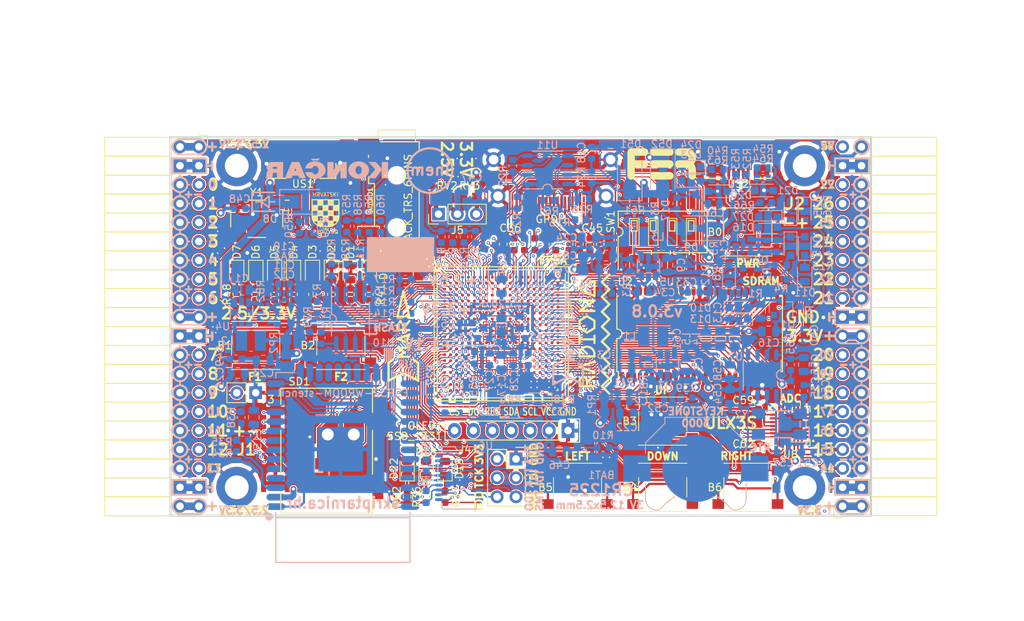
<source format=kicad_pcb>
(kicad_pcb (version 20171130) (host pcbnew 5.0.2+dfsg1-1)
  (title_block (rev v3.0.7))
  (layers (0 F.Cu signal) (1 In1.Cu signal) (2 In2.Cu signal) (31 B.Cu signal) (34 B.Paste user) (35 F.Paste user) (36 B.SilkS user) (37 F.SilkS user) (38 B.Mask user) (39 F.Mask user) (44 Edge.Cuts user))
  (net 0 "")
  (net 1 GND)
  (net 2 +5V)
  (net 3 /gpio/IN5V)
  (net 4 /gpio/OUT5V)
  (net 5 +3V3)
  (net 6 BTN_D)
  (net 7 BTN_F1)
  (net 8 BTN_F2)
  (net 9 BTN_L)
  (net 10 BTN_R)
  (net 11 BTN_U)
  (net 12 /power/FB1)
  (net 13 +2V5)
  (net 14 /power/PWREN)
  (net 15 /power/FB3)
  (net 16 /power/FB2)
  (net 17 /power/VBAT)
  (net 18 JTAG_TDI)
  (net 19 JTAG_TCK)
  (net 20 JTAG_TMS)
  (net 21 JTAG_TDO)
  (net 22 /power/WAKEUPn)
  (net 23 /power/WKUP)
  (net 24 /power/SHUT)
  (net 25 /power/WAKE)
  (net 26 /power/HOLD)
  (net 27 /power/WKn)
  (net 28 /power/OSCI_32k)
  (net 29 /power/OSCO_32k)
  (net 30 SHUTDOWN)
  (net 31 GPDI_SDA)
  (net 32 GPDI_SCL)
  (net 33 /gpdi/VREF2)
  (net 34 SD_CMD)
  (net 35 SD_CLK)
  (net 36 SD_D0)
  (net 37 SD_D1)
  (net 38 USB5V)
  (net 39 GPDI_CEC)
  (net 40 nRESET)
  (net 41 FTDI_nDTR)
  (net 42 SDRAM_CKE)
  (net 43 SDRAM_A7)
  (net 44 SDRAM_D15)
  (net 45 SDRAM_BA1)
  (net 46 SDRAM_D7)
  (net 47 SDRAM_A6)
  (net 48 SDRAM_CLK)
  (net 49 SDRAM_D13)
  (net 50 SDRAM_BA0)
  (net 51 SDRAM_D6)
  (net 52 SDRAM_A5)
  (net 53 SDRAM_D14)
  (net 54 SDRAM_A11)
  (net 55 SDRAM_D12)
  (net 56 SDRAM_D5)
  (net 57 SDRAM_A4)
  (net 58 SDRAM_A10)
  (net 59 SDRAM_D11)
  (net 60 SDRAM_A3)
  (net 61 SDRAM_D4)
  (net 62 SDRAM_D10)
  (net 63 SDRAM_D9)
  (net 64 SDRAM_A9)
  (net 65 SDRAM_D3)
  (net 66 SDRAM_D8)
  (net 67 SDRAM_A8)
  (net 68 SDRAM_A2)
  (net 69 SDRAM_A1)
  (net 70 SDRAM_A0)
  (net 71 SDRAM_D2)
  (net 72 SDRAM_D1)
  (net 73 SDRAM_D0)
  (net 74 SDRAM_DQM0)
  (net 75 SDRAM_nCS)
  (net 76 SDRAM_nRAS)
  (net 77 SDRAM_DQM1)
  (net 78 SDRAM_nCAS)
  (net 79 SDRAM_nWE)
  (net 80 /flash/FLASH_nWP)
  (net 81 /flash/FLASH_nHOLD)
  (net 82 /flash/FLASH_MOSI)
  (net 83 /flash/FLASH_MISO)
  (net 84 /flash/FLASH_SCK)
  (net 85 /flash/FLASH_nCS)
  (net 86 /flash/FPGA_PROGRAMN)
  (net 87 /flash/FPGA_DONE)
  (net 88 /flash/FPGA_INITN)
  (net 89 OLED_RES)
  (net 90 OLED_DC)
  (net 91 OLED_CS)
  (net 92 WIFI_EN)
  (net 93 FTDI_nRTS)
  (net 94 FTDI_TXD)
  (net 95 FTDI_RXD)
  (net 96 WIFI_RXD)
  (net 97 WIFI_GPIO0)
  (net 98 WIFI_TXD)
  (net 99 USB_FTDI_D+)
  (net 100 USB_FTDI_D-)
  (net 101 SD_D3)
  (net 102 AUDIO_L3)
  (net 103 AUDIO_L2)
  (net 104 AUDIO_L1)
  (net 105 AUDIO_L0)
  (net 106 AUDIO_R3)
  (net 107 AUDIO_R2)
  (net 108 AUDIO_R1)
  (net 109 AUDIO_R0)
  (net 110 OLED_CLK)
  (net 111 OLED_MOSI)
  (net 112 LED0)
  (net 113 LED1)
  (net 114 LED2)
  (net 115 LED3)
  (net 116 LED4)
  (net 117 LED5)
  (net 118 LED6)
  (net 119 LED7)
  (net 120 BTN_PWRn)
  (net 121 FTDI_nTXLED)
  (net 122 FTDI_nSLEEP)
  (net 123 /blinkey/LED_PWREN)
  (net 124 /blinkey/LED_TXLED)
  (net 125 /sdcard/SD3V3)
  (net 126 SD_D2)
  (net 127 CLK_25MHz)
  (net 128 /blinkey/BTNPUL)
  (net 129 /blinkey/BTNPUR)
  (net 130 USB_FPGA_D+)
  (net 131 /power/FTDI_nSUSPEND)
  (net 132 /blinkey/ALED0)
  (net 133 /blinkey/ALED1)
  (net 134 /blinkey/ALED2)
  (net 135 /blinkey/ALED3)
  (net 136 /blinkey/ALED4)
  (net 137 /blinkey/ALED5)
  (net 138 /blinkey/ALED6)
  (net 139 /blinkey/ALED7)
  (net 140 /usb/FTD-)
  (net 141 /usb/FTD+)
  (net 142 ADC_MISO)
  (net 143 ADC_MOSI)
  (net 144 ADC_CSn)
  (net 145 ADC_SCLK)
  (net 146 SW3)
  (net 147 SW2)
  (net 148 SW1)
  (net 149 USB_FPGA_D-)
  (net 150 /usb/FPD+)
  (net 151 /usb/FPD-)
  (net 152 WIFI_GPIO16)
  (net 153 /usb/ANT_433MHz)
  (net 154 PROG_DONE)
  (net 155 /power/P3V3)
  (net 156 /power/P2V5)
  (net 157 /power/L1)
  (net 158 /power/L3)
  (net 159 /power/L2)
  (net 160 FTDI_TXDEN)
  (net 161 SDRAM_A12)
  (net 162 /analog/AUDIO_V)
  (net 163 AUDIO_V3)
  (net 164 AUDIO_V2)
  (net 165 AUDIO_V1)
  (net 166 AUDIO_V0)
  (net 167 /blinkey/LED_WIFI)
  (net 168 /power/P1V1)
  (net 169 +1V1)
  (net 170 SW4)
  (net 171 /blinkey/SWPU)
  (net 172 /wifi/WIFIEN)
  (net 173 FT2V5)
  (net 174 GN0)
  (net 175 GP0)
  (net 176 GN1)
  (net 177 GP1)
  (net 178 GN2)
  (net 179 GP2)
  (net 180 GN3)
  (net 181 GP3)
  (net 182 GN4)
  (net 183 GP4)
  (net 184 GN5)
  (net 185 GP5)
  (net 186 GN6)
  (net 187 GP6)
  (net 188 GN14)
  (net 189 GP14)
  (net 190 GN15)
  (net 191 GP15)
  (net 192 GN16)
  (net 193 GP16)
  (net 194 GN17)
  (net 195 GP17)
  (net 196 GN18)
  (net 197 GP18)
  (net 198 GN19)
  (net 199 GP19)
  (net 200 GN20)
  (net 201 GP20)
  (net 202 GN21)
  (net 203 GP21)
  (net 204 GN22)
  (net 205 GP22)
  (net 206 GN23)
  (net 207 GP23)
  (net 208 GN24)
  (net 209 GP24)
  (net 210 GN25)
  (net 211 GP25)
  (net 212 GN26)
  (net 213 GP26)
  (net 214 GN27)
  (net 215 GP27)
  (net 216 GN7)
  (net 217 GP7)
  (net 218 GN8)
  (net 219 GP8)
  (net 220 GN9)
  (net 221 GP9)
  (net 222 GN10)
  (net 223 GP10)
  (net 224 GN11)
  (net 225 GP11)
  (net 226 GN12)
  (net 227 GP12)
  (net 228 GN13)
  (net 229 GP13)
  (net 230 WIFI_GPIO5)
  (net 231 WIFI_GPIO17)
  (net 232 USB_FPGA_PULL_D+)
  (net 233 USB_FPGA_PULL_D-)
  (net 234 "Net-(D23-Pad2)")
  (net 235 "Net-(D24-Pad1)")
  (net 236 "Net-(D25-Pad2)")
  (net 237 "Net-(D26-Pad1)")
  (net 238 /gpdi/GPDI_ETH+)
  (net 239 FPDI_ETH+)
  (net 240 /gpdi/GPDI_ETH-)
  (net 241 FPDI_ETH-)
  (net 242 /gpdi/GPDI_D2-)
  (net 243 FPDI_D2-)
  (net 244 /gpdi/GPDI_D1-)
  (net 245 FPDI_D1-)
  (net 246 /gpdi/GPDI_D0-)
  (net 247 FPDI_D0-)
  (net 248 /gpdi/GPDI_CLK-)
  (net 249 FPDI_CLK-)
  (net 250 /gpdi/GPDI_D2+)
  (net 251 FPDI_D2+)
  (net 252 /gpdi/GPDI_D1+)
  (net 253 FPDI_D1+)
  (net 254 /gpdi/GPDI_D0+)
  (net 255 FPDI_D0+)
  (net 256 /gpdi/GPDI_CLK+)
  (net 257 FPDI_CLK+)
  (net 258 FPDI_SDA)
  (net 259 FPDI_SCL)
  (net 260 /gpdi/FPDI_CEC)
  (net 261 2V5_3V3)
  (net 262 /usb/US2VBUS)
  (net 263 /power/SHD)
  (net 264 /power/RTCVDD)
  (net 265 "Net-(D27-Pad2)")
  (net 266 US2_ID)
  (net 267 /analog/AUDIO_L)
  (net 268 /analog/AUDIO_R)
  (net 269 /analog/ADC3V3)
  (net 270 PWRBTn)
  (net 271 USER_PROGRAMN)
  (net 272 "Net-(AUDIO1-Pad5)")
  (net 273 "Net-(AUDIO1-Pad6)")
  (net 274 "Net-(U1-PadW18)")
  (net 275 "Net-(U1-PadW17)")
  (net 276 "Net-(U1-PadW14)")
  (net 277 "Net-(U1-PadW13)")
  (net 278 "Net-(U1-PadW9)")
  (net 279 "Net-(U1-PadW8)")
  (net 280 "Net-(U1-PadW5)")
  (net 281 "Net-(U1-PadW4)")
  (net 282 "Net-(U1-PadT16)")
  (net 283 "Net-(U1-PadR3)")
  (net 284 SD_WP)
  (net 285 SD_CD)
  (net 286 "Net-(U1-PadM5)")
  (net 287 FTDI_nRXLED)
  (net 288 "Net-(U1-PadK17)")
  (net 289 "Net-(U1-PadK16)")
  (net 290 "Net-(U1-PadK5)")
  (net 291 "Net-(U1-PadJ5)")
  (net 292 "Net-(U1-PadJ4)")
  (net 293 "Net-(U1-PadE11)")
  (net 294 "Net-(U1-PadE10)")
  (net 295 "Net-(U1-PadE9)")
  (net 296 "Net-(U1-PadE6)")
  (net 297 "Net-(U1-PadD12)")
  (net 298 "Net-(U1-PadD11)")
  (net 299 "Net-(U1-PadD10)")
  (net 300 "Net-(U1-PadD9)")
  (net 301 "Net-(U1-PadC9)")
  (net 302 "Net-(U1-PadA15)")
  (net 303 "Net-(U8-Pad25)")
  (net 304 "Net-(U8-Pad12)")
  (net 305 "Net-(U9-Pad32)")
  (net 306 "Net-(U9-Pad22)")
  (net 307 "Net-(U9-Pad21)")
  (net 308 "Net-(U9-Pad20)")
  (net 309 "Net-(U9-Pad19)")
  (net 310 "Net-(U9-Pad18)")
  (net 311 "Net-(U9-Pad17)")
  (net 312 "Net-(U9-Pad12)")
  (net 313 "Net-(U9-Pad5)")
  (net 314 "Net-(U9-Pad4)")
  (net 315 "Net-(US1-Pad4)")
  (net 316 "Net-(Y2-Pad3)")
  (net 317 "Net-(Y2-Pad2)")
  (net 318 /analog/ADCD3V3)
  (module ESP32:ESP32-WROOM-stencil (layer B.Cu) (at 117.23 105.75 180)
    (fp_text reference U9 (at -8.366 13.85 180) (layer B.SilkS) (effects (justify mirror)))
    (fp_text value ESP32-WROOM hide)
    (fp_text user ESP32-WROOM-stencil (at 0 10 180) (layer B.SilkS) (effects (justify mirror)))
    (pad 38 smd oval (at -9 -5.25 180) (size 2.5 0.9) (layers B.Cu B.Paste B.Mask) (net 1 GND))
    (pad 37 smd oval (at -9 -3.98 180) (size 2.5 0.9) (layers B.Cu B.Paste B.Mask) (net 18 JTAG_TDI))
    (pad 36 smd oval (at -9 -2.71 180) (size 2.5 0.9) (layers B.Cu B.Paste B.Mask) (net 154 PROG_DONE))
    (pad 35 smd oval (at -9 -1.44 180) (size 2.5 0.9) (layers B.Cu B.Paste B.Mask) (net 98 WIFI_TXD))
    (pad 34 smd oval (at -9 -0.17 180) (size 2.5 0.9) (layers B.Cu B.Paste B.Mask) (net 96 WIFI_RXD))
    (pad 33 smd oval (at -9 1.1 180) (size 2.5 0.9) (layers B.Cu B.Paste B.Mask) (net 20 JTAG_TMS))
    (pad 32 smd oval (at -9 2.37 180) (size 2.5 0.9) (layers B.Cu B.Paste B.Mask) (net 305 "Net-(U9-Pad32)"))
    (pad 31 smd oval (at -9 3.64 180) (size 2.5 0.9) (layers B.Cu B.Paste B.Mask) (net 21 JTAG_TDO))
    (pad 30 smd oval (at -9 4.91 180) (size 2.5 0.9) (layers B.Cu B.Paste B.Mask) (net 19 JTAG_TCK))
    (pad 29 smd oval (at -9 6.18 180) (size 2.5 0.9) (layers B.Cu B.Paste B.Mask) (net 230 WIFI_GPIO5))
    (pad 28 smd oval (at -9 7.45 180) (size 2.5 0.9) (layers B.Cu B.Paste B.Mask) (net 231 WIFI_GPIO17))
    (pad 27 smd oval (at -9 8.72 180) (size 2.5 0.9) (layers B.Cu B.Paste B.Mask) (net 152 WIFI_GPIO16))
    (pad 26 smd oval (at -9 9.99 180) (size 2.5 0.9) (layers B.Cu B.Paste B.Mask) (net 37 SD_D1))
    (pad 25 smd oval (at -9 11.26 180) (size 2.5 0.9) (layers B.Cu B.Paste B.Mask) (net 97 WIFI_GPIO0))
    (pad 24 smd oval (at -5.715 12.75 180) (size 0.9 2.5) (layers B.Cu B.Paste B.Mask) (net 36 SD_D0))
    (pad 23 smd oval (at -4.445 12.75 180) (size 0.9 2.5) (layers B.Cu B.Paste B.Mask) (net 34 SD_CMD))
    (pad 22 smd oval (at -3.175 12.75 180) (size 0.9 2.5) (layers B.Cu B.Paste B.Mask) (net 306 "Net-(U9-Pad22)"))
    (pad 21 smd oval (at -1.905 12.75 180) (size 0.9 2.5) (layers B.Cu B.Paste B.Mask) (net 307 "Net-(U9-Pad21)"))
    (pad 20 smd oval (at -0.635 12.75 180) (size 0.9 2.5) (layers B.Cu B.Paste B.Mask) (net 308 "Net-(U9-Pad20)"))
    (pad 19 smd oval (at 0.635 12.75 180) (size 0.9 2.5) (layers B.Cu B.Paste B.Mask) (net 309 "Net-(U9-Pad19)"))
    (pad 18 smd oval (at 1.905 12.75 180) (size 0.9 2.5) (layers B.Cu B.Paste B.Mask) (net 310 "Net-(U9-Pad18)"))
    (pad 17 smd oval (at 3.175 12.75 180) (size 0.9 2.5) (layers B.Cu B.Paste B.Mask) (net 311 "Net-(U9-Pad17)"))
    (pad 16 smd oval (at 4.445 12.75 180) (size 0.9 2.5) (layers B.Cu B.Paste B.Mask) (net 101 SD_D3))
    (pad 15 smd oval (at 5.715 12.75 180) (size 0.9 2.5) (layers B.Cu B.Paste B.Mask) (net 1 GND))
    (pad 14 smd oval (at 9 11.26 180) (size 2.5 0.9) (layers B.Cu B.Paste B.Mask) (net 126 SD_D2))
    (pad 13 smd oval (at 9 9.99 180) (size 2.5 0.9) (layers B.Cu B.Paste B.Mask) (net 35 SD_CLK))
    (pad 12 smd oval (at 9 8.72 180) (size 2.5 0.9) (layers B.Cu B.Paste B.Mask) (net 312 "Net-(U9-Pad12)"))
    (pad 11 smd oval (at 9 7.45 180) (size 2.5 0.9) (layers B.Cu B.Paste B.Mask) (net 225 GP11))
    (pad 10 smd oval (at 9 6.18 180) (size 2.5 0.9) (layers B.Cu B.Paste B.Mask) (net 224 GN11))
    (pad 9 smd oval (at 9 4.91 180) (size 2.5 0.9) (layers B.Cu B.Paste B.Mask) (net 227 GP12))
    (pad 8 smd oval (at 9 3.64 180) (size 2.5 0.9) (layers B.Cu B.Paste B.Mask) (net 226 GN12))
    (pad 7 smd oval (at 9 2.37 180) (size 2.5 0.9) (layers B.Cu B.Paste B.Mask) (net 229 GP13))
    (pad 6 smd oval (at 9 1.1 180) (size 2.5 0.9) (layers B.Cu B.Paste B.Mask) (net 228 GN13))
    (pad 5 smd oval (at 9 -0.17 180) (size 2.5 0.9) (layers B.Cu B.Paste B.Mask) (net 313 "Net-(U9-Pad5)"))
    (pad 4 smd oval (at 9 -1.44 180) (size 2.5 0.9) (layers B.Cu B.Paste B.Mask) (net 314 "Net-(U9-Pad4)"))
    (pad 3 smd oval (at 9 -2.71 180) (size 2.5 0.9) (layers B.Cu B.Paste B.Mask) (net 172 /wifi/WIFIEN))
    (pad 2 smd oval (at 9 -3.98 180) (size 2.5 0.9) (layers B.Cu B.Paste B.Mask) (net 5 +3V3))
    (pad 1 smd oval (at 9 -5.25 180) (size 2.5 0.9) (layers B.Cu B.Paste B.Mask) (net 1 GND))
    (pad 39 smd rect (at 0.3 2.45 180) (size 6 6) (layers B.Cu B.Mask) (net 1 GND))
  )
  (module hrvatski_proizvod_veci:hrvatski (layer F.Cu) (at 114.9 71.598)
    (fp_text reference HR hide)
    (fp_text value HR hide)
    (fp_text user PROIZVOD (at 0 2.5) (layer F.SilkS) (effects (font (size 0.45 0.45) (thickness 0.075))))
    (fp_text user HRVATSKI (at 0 -2.5) (layer F.SilkS) (effects (font (size 0.5 0.5) (thickness 0.075))))
  )
  (module ft231x:FT231X-SSOP-20_4.4x6.5mm_Pitch0.65mm (layer B.Cu) (at 132.835 107.14 180)
    (fp_text reference U6 (at -3.556 4.318 180) (layer B.SilkS) (effects (justify mirror)))
    (fp_text value FT231XS hide)
    (pad 20 smd oval (at 2.7 2.925 180) (size 1.1 0.4) (layers B.Cu B.Paste B.Mask) (net 94 FTDI_TXD))
    (pad 19 smd oval (at 2.7 2.275 180) (size 1.1 0.4) (layers B.Cu B.Paste B.Mask) (net 122 FTDI_nSLEEP))
    (pad 18 smd oval (at 2.7 1.625 180) (size 1.1 0.4) (layers B.Cu B.Paste B.Mask) (net 160 FTDI_TXDEN))
    (pad 17 smd oval (at 2.7 0.975 180) (size 1.1 0.4) (layers B.Cu B.Paste B.Mask) (net 287 FTDI_nRXLED))
    (pad 16 smd oval (at 2.7 0.325 180) (size 1.1 0.4) (layers B.Cu B.Paste B.Mask) (net 1 GND))
    (pad 15 smd oval (at 2.7 -0.325 180) (size 1.1 0.4) (layers B.Cu B.Paste B.Mask) (net 38 USB5V))
    (pad 14 smd oval (at 2.7 -0.975 180) (size 1.1 0.4) (layers B.Cu B.Paste B.Mask) (net 40 nRESET))
    (pad 13 smd oval (at 2.7 -1.625 180) (size 1.1 0.4) (layers B.Cu B.Paste B.Mask) (net 173 FT2V5))
    (pad 12 smd oval (at 2.7 -2.275 180) (size 1.1 0.4) (layers B.Cu B.Paste B.Mask) (net 100 USB_FTDI_D-))
    (pad 11 smd oval (at 2.7 -2.925 180) (size 1.1 0.4) (layers B.Cu B.Paste B.Mask) (net 99 USB_FTDI_D+))
    (pad 10 smd oval (at -2.7 -2.925 180) (size 1.1 0.4) (layers B.Cu B.Paste B.Mask) (net 121 FTDI_nTXLED))
    (pad 9 smd oval (at -2.7 -2.275 180) (size 1.1 0.4) (layers B.Cu B.Paste B.Mask) (net 21 JTAG_TDO))
    (pad 8 smd oval (at -2.7 -1.625 180) (size 1.1 0.4) (layers B.Cu B.Paste B.Mask) (net 20 JTAG_TMS))
    (pad 7 smd oval (at -2.7 -0.975 180) (size 1.1 0.4) (layers B.Cu B.Paste B.Mask) (net 19 JTAG_TCK))
    (pad 6 smd oval (at -2.7 -0.325 180) (size 1.1 0.4) (layers B.Cu B.Paste B.Mask) (net 1 GND))
    (pad 5 smd oval (at -2.7 0.325 180) (size 1.1 0.4) (layers B.Cu B.Paste B.Mask) (net 18 JTAG_TDI))
    (pad 4 smd oval (at -2.7 0.975 180) (size 1.1 0.4) (layers B.Cu B.Paste B.Mask) (net 95 FTDI_RXD))
    (pad 3 smd oval (at -2.7 1.625 180) (size 1.1 0.4) (layers B.Cu B.Paste B.Mask) (net 173 FT2V5))
    (pad 2 smd oval (at -2.7 2.275 180) (size 1.1 0.4) (layers B.Cu B.Paste B.Mask) (net 93 FTDI_nRTS))
    (pad 1 smd rect (at -2.7 2.925 180) (size 1.1 0.4) (layers B.Cu B.Paste B.Mask) (net 41 FTDI_nDTR))
  )
  (module micro-sd-schd3a0100:SCHD3A100 (layer F.Cu) (at 115.05 103.5 270)
    (fp_text reference SD1 (at -9.296 3.663 180) (layer F.SilkS))
    (fp_text value SCHD3A0100 hide)
    (pad 1 smd rect (at 1.75 -3.2) (size 0.7 1.5) (layers F.Cu F.Paste F.Mask) (net 126 SD_D2))
    (pad 2 smd rect (at 1.75 -2.1) (size 0.7 1.5) (layers F.Cu F.Paste F.Mask) (net 101 SD_D3))
    (pad 3 smd rect (at 1.75 -1) (size 0.7 1.5) (layers F.Cu F.Paste F.Mask) (net 34 SD_CMD))
    (pad 4 smd rect (at 1.75 0.1) (size 0.7 1.5) (layers F.Cu F.Paste F.Mask) (net 125 /sdcard/SD3V3))
    (pad 5 smd rect (at 1.75 1.2) (size 0.7 1.5) (layers F.Cu F.Paste F.Mask) (net 35 SD_CLK))
    (pad 6 smd rect (at 1.75 2.3) (size 0.7 1.5) (layers F.Cu F.Paste F.Mask) (net 1 GND))
    (pad 7 smd rect (at 1.75 3.4) (size 0.7 1.5) (layers F.Cu F.Paste F.Mask) (net 36 SD_D0))
    (pad 8 smd rect (at 1.75 4.5) (size 0.7 1.5) (layers F.Cu F.Paste F.Mask) (net 37 SD_D1))
    (pad 10 smd rect (at 6.05 -6.875) (size 1.45 0.9) (layers F.Cu F.Paste F.Mask) (net 1 GND))
    (pad 11 smd rect (at -5.65 6.875 90) (size 0.9 1.45) (layers F.Cu F.Paste F.Mask) (net 1 GND))
    (pad 9 smd rect (at 4.35 6.875) (size 1.45 2) (layers F.Cu F.Paste F.Mask) (net 1 GND))
    (pad 9 smd rect (at 4.35 -6.875) (size 1.45 2) (layers F.Cu F.Paste F.Mask) (net 1 GND))
    (pad 9 smd rect (at -3.95 -6.875) (size 1.45 2) (layers F.Cu F.Paste F.Mask) (net 1 GND))
    (pad 9 smd rect (at -3.95 6.875) (size 1.45 2) (layers F.Cu F.Paste F.Mask) (net 1 GND))
  )
  (module oscxo:Crystal_SMD_7050_4Pads (layer F.Cu) (at 105.672 72.36 180)
    (fp_text reference Y1 (at 0 3.556 180) (layer F.SilkS))
    (fp_text value FNETHE025 hide)
    (pad 1 smd rect (at -2.54 2.2 180) (size 2.2 1.8) (layers F.Cu F.Paste F.Mask) (net 5 +3V3))
    (pad 2 smd rect (at 2.54 2.2 180) (size 2.2 1.8) (layers F.Cu F.Paste F.Mask) (net 1 GND))
    (pad 3 smd rect (at 2.54 -2.2 180) (size 2.2 1.8) (layers F.Cu F.Paste F.Mask) (net 127 CLK_25MHz))
    (pad 4 smd rect (at -2.54 -2.2 180) (size 2.2 1.8) (layers F.Cu F.Paste F.Mask) (net 5 +3V3))
  )
  (module L_1008_1210:L_1008_1210 (layer B.Cu) (at 156.33 74.755 180)
    (fp_text reference L3 (at -3.19 -0.018 180) (layer B.SilkS) (effects (justify mirror)))
    (fp_text value 2.2uH hide)
    (pad 1 smd rect (at -1.27 0 180) (size 1.5 2.7) (layers B.Cu B.Paste B.Mask) (net 158 /power/L3))
    (pad 2 smd rect (at 1.27 0 180) (size 1.5 2.7) (layers B.Cu B.Paste B.Mask) (net 155 /power/P3V3))
  )
  (module L_1008_1210:L_1008_1210 (layer B.Cu) (at 158.87 88.09 180)
    (fp_text reference L1 (at 3.175 0 180) (layer B.SilkS) (effects (justify mirror)))
    (fp_text value 2.2uH hide)
    (pad 1 smd rect (at -1.27 0 180) (size 1.5 2.7) (layers B.Cu B.Paste B.Mask) (net 157 /power/L1))
    (pad 2 smd rect (at 1.27 0 180) (size 1.5 2.7) (layers B.Cu B.Paste B.Mask) (net 168 /power/P1V1))
  )
  (module L_1008_1210:L_1008_1210 (layer B.Cu) (at 104.895 88.725)
    (fp_text reference L2 (at -3.16 0.018) (layer B.SilkS) (effects (justify mirror)))
    (fp_text value 2.2uH hide)
    (pad 1 smd rect (at -1.27 0) (size 1.5 2.7) (layers B.Cu B.Paste B.Mask) (net 159 /power/L2))
    (pad 2 smd rect (at 1.27 0) (size 1.5 2.7) (layers B.Cu B.Paste B.Mask) (net 156 /power/P2V5))
  )
  (module abs25:Crystal_SMD_ABS25 (layer B.Cu) (at 175.776 99.922 180)
    (fp_text reference Y2 (at 5.08 1.273 180) (layer B.SilkS) (effects (justify mirror)))
    (fp_text value 32768Hz hide)
    (pad 4 smd rect (at -2.8 1.4 180) (size 1.8 1.4) (layers B.Cu B.Paste B.Mask) (net 28 /power/OSCI_32k))
    (pad 3 smd rect (at 2.8 1.4 180) (size 1.8 1.4) (layers B.Cu B.Paste B.Mask) (net 316 "Net-(Y2-Pad3)"))
    (pad 2 smd rect (at 2.8 -1.4 180) (size 1.8 1.4) (layers B.Cu B.Paste B.Mask) (net 317 "Net-(Y2-Pad2)"))
    (pad 1 smd rect (at -2.8 -1.4 180) (size 1.8 1.4) (layers B.Cu B.Paste B.Mask) (net 29 /power/OSCO_32k))
  )
  (module Keystone_3000_1x12mm-CoinCell:Keystone_3000_1x12mm-CoinCell (layer B.Cu) (at 164.585 105.87 90)
    (fp_text reference BAT1 (at -0.907 -12.685 180) (layer B.SilkS) (effects (justify mirror)))
    (fp_text value CR1225 hide)
    (pad 1 smd rect (at 0 7.9 180) (size 3.7 3.5) (layers B.Cu B.Paste B.Mask) (net 17 /power/VBAT) (clearance 0.7))
    (pad 1 smd rect (at 0 -7.9 180) (size 3.7 3.5) (layers B.Cu B.Paste B.Mask) (net 17 /power/VBAT) (clearance 0.7))
    (pad 2 smd circle (at 0 0 180) (size 9 9) (layers B.Cu B.Mask) (net 1 GND))
  )
  (module audio-jack:CUI_SJ-43516-SMT (layer F.Cu) (at 124.468 69.518)
    (fp_text reference AUDIO1 (at -3.560502 0.28335 270) (layer F.SilkS) (effects (font (size 0.6096 0.6096) (thickness 0.1524))))
    (fp_text value JACK_TRS_6PINS (at 1.519498 0.28335 270) (layer F.SilkS))
    (pad 1 smd rect (at -3.8 -6.9 270) (size 2 2.8) (layers F.Cu F.Paste F.Mask) (net 1 GND))
    (pad 4 smd rect (at -3.8 -4.1 270) (size 2.2 2.8) (layers F.Cu F.Paste F.Mask) (net 162 /analog/AUDIO_V))
    (pad 2 smd rect (at -3.8 5.3 270) (size 2.8 2.8) (layers F.Cu F.Paste F.Mask) (net 267 /analog/AUDIO_L))
    (pad 5 smd rect (at 0.75 9.4 270) (size 2.8 2.8) (layers F.Cu F.Paste F.Mask) (net 272 "Net-(AUDIO1-Pad5)"))
    (pad 3 smd rect (at 3.8 -2.2 270) (size 2.2 2.8) (layers F.Cu F.Paste F.Mask) (net 268 /analog/AUDIO_R))
    (pad 6 smd rect (at 3.8 -5 270) (size 2 2.8) (layers F.Cu F.Paste F.Mask) (net 273 "Net-(AUDIO1-Pad6)"))
    (pad "" np_thru_hole circle (at 0 -3 270) (size 1.7 1.7) (drill 1.7) (layers *.Cu *.Mask F.SilkS) (clearance 0.4))
    (pad "" np_thru_hole circle (at 0 4 270) (size 1.7 1.7) (drill 1.7) (layers *.Cu *.Mask F.SilkS) (clearance 0.4))
  )
  (module usb_otg:USB-MICRO-B-FCI-10118192-0001LF (layer F.Cu) (at 170.3 63.325 180)
    (fp_text reference US2 (at 0 -4.336 180) (layer F.SilkS))
    (fp_text value MICRO_USB hide)
    (pad 6 smd rect (at 3.8 0 180) (size 1.8 1.9) (layers F.Cu F.Paste F.Mask) (net 1 GND))
    (pad 6 smd rect (at -3.8 0 180) (size 1.8 1.9) (layers F.Cu F.Paste F.Mask) (net 1 GND))
    (pad 5 smd rect (at 1.3 -2.675 180) (size 0.4 1.35) (layers F.Cu F.Paste F.Mask) (net 1 GND))
    (pad 4 smd rect (at 0.65 -2.675 180) (size 0.4 1.35) (layers F.Cu F.Paste F.Mask) (net 266 US2_ID))
    (pad 3 smd rect (at 0 -2.675 180) (size 0.4 1.35) (layers F.Cu F.Paste F.Mask) (net 150 /usb/FPD+))
    (pad 2 smd rect (at -0.65 -2.675 180) (size 0.4 1.35) (layers F.Cu F.Paste F.Mask) (net 151 /usb/FPD-))
    (pad 1 smd rect (at -1.3 -2.675 180) (size 0.4 1.35) (layers F.Cu F.Paste F.Mask) (net 262 /usb/US2VBUS))
    (pad 6 smd rect (at 1.2 0 180) (size 1.9 1.9) (layers F.Cu F.Paste F.Mask) (net 1 GND))
    (pad 6 smd rect (at -1.2 0 180) (size 1.9 1.9) (layers F.Cu F.Paste F.Mask) (net 1 GND))
    (pad 6 smd rect (at 3.1 -2.55 180) (size 2.1 1.6) (layers F.Cu F.Paste F.Mask) (net 1 GND))
    (pad 6 smd rect (at -3.1 -2.55 180) (size 2.1 1.6) (layers F.Cu F.Paste F.Mask) (net 1 GND))
  )
  (module usb_otg:USB-MICRO-B-FCI-10118192-0001LF (layer F.Cu) (at 111.88 63.325 180)
    (fp_text reference US1 (at 0 -4.336 180) (layer F.SilkS))
    (fp_text value MICRO_USB hide)
    (pad 6 smd rect (at 3.8 0 180) (size 1.8 1.9) (layers F.Cu F.Paste F.Mask) (net 1 GND))
    (pad 6 smd rect (at -3.8 0 180) (size 1.8 1.9) (layers F.Cu F.Paste F.Mask) (net 1 GND))
    (pad 5 smd rect (at 1.3 -2.675 180) (size 0.4 1.35) (layers F.Cu F.Paste F.Mask) (net 1 GND))
    (pad 4 smd rect (at 0.65 -2.675 180) (size 0.4 1.35) (layers F.Cu F.Paste F.Mask) (net 315 "Net-(US1-Pad4)"))
    (pad 3 smd rect (at 0 -2.675 180) (size 0.4 1.35) (layers F.Cu F.Paste F.Mask) (net 141 /usb/FTD+))
    (pad 2 smd rect (at -0.65 -2.675 180) (size 0.4 1.35) (layers F.Cu F.Paste F.Mask) (net 140 /usb/FTD-))
    (pad 1 smd rect (at -1.3 -2.675 180) (size 0.4 1.35) (layers F.Cu F.Paste F.Mask) (net 38 USB5V))
    (pad 6 smd rect (at 1.2 0 180) (size 1.9 1.9) (layers F.Cu F.Paste F.Mask) (net 1 GND))
    (pad 6 smd rect (at -1.2 0 180) (size 1.9 1.9) (layers F.Cu F.Paste F.Mask) (net 1 GND))
    (pad 6 smd rect (at 3.1 -2.55 180) (size 2.1 1.6) (layers F.Cu F.Paste F.Mask) (net 1 GND))
    (pad 6 smd rect (at -3.1 -2.55 180) (size 2.1 1.6) (layers F.Cu F.Paste F.Mask) (net 1 GND))
  )
  (module dipswitch:SW_DIP_x4_W8.61mm_Slide_LowProfile (layer F.Cu) (at 160.14 74.12 90)
    (fp_text reference SW1 (at 1.379 -6.97 90) (layer F.SilkS))
    (fp_text value SW_DIP_x04 hide)
    (pad 8 smd rect (at 4.305 -3.81 90) (size 2.44 1.12) (layers F.Cu F.Paste F.Mask) (net 148 SW1))
    (pad 4 smd rect (at -4.305 3.81 90) (size 2.44 1.12) (layers F.Cu F.Paste F.Mask) (net 171 /blinkey/SWPU))
    (pad 7 smd rect (at 4.305 -1.27 90) (size 2.44 1.12) (layers F.Cu F.Paste F.Mask) (net 147 SW2))
    (pad 3 smd rect (at -4.305 1.27 90) (size 2.44 1.12) (layers F.Cu F.Paste F.Mask) (net 171 /blinkey/SWPU))
    (pad 6 smd rect (at 4.305 1.27 90) (size 2.44 1.12) (layers F.Cu F.Paste F.Mask) (net 146 SW3))
    (pad 2 smd rect (at -4.305 -1.27 90) (size 2.44 1.12) (layers F.Cu F.Paste F.Mask) (net 171 /blinkey/SWPU))
    (pad 5 smd rect (at 4.305 3.81 90) (size 2.44 1.12) (layers F.Cu F.Paste F.Mask) (net 170 SW4))
    (pad 1 smd rect (at -4.305 -3.81 90) (size 2.44 1.12) (layers F.Cu F.Paste F.Mask) (net 171 /blinkey/SWPU))
  )
  (module conn-fci:CONN-10029449-111RLF (layer F.Cu) (at 145.296 69.312 180)
    (fp_text reference GPDI1 (at 0 -3.1115 180) (layer F.SilkS))
    (fp_text value GPDI-D hide)
    (pad 19 smd rect (at -4.25 -1 180) (size 0.3 1.9) (layers F.Cu F.Paste F.Mask) (net 240 /gpdi/GPDI_ETH-))
    (pad 18 smd rect (at -3.75 -1 180) (size 0.3 1.9) (layers F.Cu F.Paste F.Mask) (net 2 +5V))
    (pad 17 smd rect (at -3.25 -1 180) (size 0.3 1.9) (layers F.Cu F.Paste F.Mask) (net 1 GND))
    (pad 16 smd rect (at -2.75 -1 180) (size 0.3 1.9) (layers F.Cu F.Paste F.Mask) (net 31 GPDI_SDA))
    (pad 15 smd rect (at -2.25 -1 180) (size 0.3 1.9) (layers F.Cu F.Paste F.Mask) (net 32 GPDI_SCL))
    (pad 14 smd rect (at -1.75 -1 180) (size 0.3 1.9) (layers F.Cu F.Paste F.Mask) (net 238 /gpdi/GPDI_ETH+))
    (pad 13 smd rect (at -1.25 -1 180) (size 0.3 1.9) (layers F.Cu F.Paste F.Mask) (net 39 GPDI_CEC))
    (pad 12 smd rect (at -0.75 -1 180) (size 0.3 1.9) (layers F.Cu F.Paste F.Mask) (net 248 /gpdi/GPDI_CLK-))
    (pad 11 smd rect (at -0.25 -1 180) (size 0.3 1.9) (layers F.Cu F.Paste F.Mask) (net 1 GND))
    (pad 10 smd rect (at 0.25 -1 180) (size 0.3 1.9) (layers F.Cu F.Paste F.Mask) (net 256 /gpdi/GPDI_CLK+))
    (pad 9 smd rect (at 0.75 -1 180) (size 0.3 1.9) (layers F.Cu F.Paste F.Mask) (net 246 /gpdi/GPDI_D0-))
    (pad 8 smd rect (at 1.25 -1 180) (size 0.3 1.9) (layers F.Cu F.Paste F.Mask) (net 1 GND))
    (pad 7 smd rect (at 1.75 -1 180) (size 0.3 1.9) (layers F.Cu F.Paste F.Mask) (net 254 /gpdi/GPDI_D0+))
    (pad 6 smd rect (at 2.25 -1 180) (size 0.3 1.9) (layers F.Cu F.Paste F.Mask) (net 244 /gpdi/GPDI_D1-))
    (pad 5 smd rect (at 2.75 -1 180) (size 0.3 1.9) (layers F.Cu F.Paste F.Mask) (net 1 GND))
    (pad 4 smd rect (at 3.25 -1 180) (size 0.3 1.9) (layers F.Cu F.Paste F.Mask) (net 252 /gpdi/GPDI_D1+))
    (pad 3 smd rect (at 3.75 -1 180) (size 0.3 1.9) (layers F.Cu F.Paste F.Mask) (net 242 /gpdi/GPDI_D2-))
    (pad 2 smd rect (at 4.25 -1 180) (size 0.3 1.9) (layers F.Cu F.Paste F.Mask) (net 1 GND))
    (pad 1 smd rect (at 4.75 -1 180) (size 0.3 1.9) (layers F.Cu F.Paste F.Mask) (net 250 /gpdi/GPDI_D2+))
    (pad 0 thru_hole circle (at -7.25 0 180) (size 2 2) (drill 1.3) (layers *.Cu *.Mask) (net 1 GND))
    (pad 0 thru_hole circle (at 7.25 0 180) (size 2 2) (drill 1.3) (layers *.Cu *.Mask) (net 1 GND))
    (pad 0 thru_hole circle (at -7.85 4.9 180) (size 2 2) (drill 1.3) (layers *.Cu *.Mask) (net 1 GND))
    (pad 0 thru_hole circle (at 7.85 4.9 180) (size 2 2) (drill 1.3) (layers *.Cu *.Mask) (net 1 GND))
  )
  (module TSOP54:TSOP54 (layer F.Cu) (at 165.093 87.8 90)
    (fp_text reference U2 (at 6.98 -9.993 180) (layer F.SilkS))
    (fp_text value MT48LC16M16A2TG hide)
    (pad 28 smd oval (at 5.73 10.4 90) (size 1.2 0.56) (layers F.Cu F.Paste F.Mask) (net 1 GND))
    (pad 1 smd rect (at -5.73 -10.4 90) (size 1.2 0.56) (layers F.Cu F.Paste F.Mask) (net 5 +3V3))
    (pad 2 smd oval (at -5.73 -9.6 90) (size 1.2 0.56) (layers F.Cu F.Paste F.Mask) (net 73 SDRAM_D0))
    (pad 3 smd oval (at -5.73 -8.8 90) (size 1.2 0.56) (layers F.Cu F.Paste F.Mask) (net 5 +3V3))
    (pad 4 smd oval (at -5.73 -8 90) (size 1.2 0.56) (layers F.Cu F.Paste F.Mask) (net 72 SDRAM_D1))
    (pad 5 smd oval (at -5.73 -7.2 90) (size 1.2 0.56) (layers F.Cu F.Paste F.Mask) (net 71 SDRAM_D2))
    (pad 6 smd oval (at -5.73 -6.4 90) (size 1.2 0.56) (layers F.Cu F.Paste F.Mask) (net 1 GND))
    (pad 7 smd oval (at -5.73 -5.6 90) (size 1.2 0.56) (layers F.Cu F.Paste F.Mask) (net 65 SDRAM_D3))
    (pad 8 smd oval (at -5.73 -4.8 90) (size 1.2 0.56) (layers F.Cu F.Paste F.Mask) (net 61 SDRAM_D4))
    (pad 9 smd oval (at -5.73 -4 90) (size 1.2 0.56) (layers F.Cu F.Paste F.Mask) (net 5 +3V3))
    (pad 10 smd oval (at -5.73 -3.2 90) (size 1.2 0.56) (layers F.Cu F.Paste F.Mask) (net 56 SDRAM_D5))
    (pad 11 smd oval (at -5.73 -2.4 90) (size 1.2 0.56) (layers F.Cu F.Paste F.Mask) (net 51 SDRAM_D6))
    (pad 12 smd oval (at -5.73 -1.6 90) (size 1.2 0.56) (layers F.Cu F.Paste F.Mask) (net 1 GND))
    (pad 13 smd oval (at -5.73 -0.8 90) (size 1.2 0.56) (layers F.Cu F.Paste F.Mask) (net 46 SDRAM_D7))
    (pad 14 smd oval (at -5.73 0 90) (size 1.2 0.56) (layers F.Cu F.Paste F.Mask) (net 5 +3V3))
    (pad 15 smd oval (at -5.73 0.8 90) (size 1.2 0.56) (layers F.Cu F.Paste F.Mask) (net 74 SDRAM_DQM0))
    (pad 16 smd oval (at -5.73 1.6 90) (size 1.2 0.56) (layers F.Cu F.Paste F.Mask) (net 79 SDRAM_nWE))
    (pad 17 smd oval (at -5.73 2.4 90) (size 1.2 0.56) (layers F.Cu F.Paste F.Mask) (net 78 SDRAM_nCAS))
    (pad 18 smd oval (at -5.73 3.2 90) (size 1.2 0.56) (layers F.Cu F.Paste F.Mask) (net 76 SDRAM_nRAS))
    (pad 19 smd oval (at -5.73 4 90) (size 1.2 0.56) (layers F.Cu F.Paste F.Mask) (net 75 SDRAM_nCS))
    (pad 20 smd oval (at -5.73 4.8 90) (size 1.2 0.56) (layers F.Cu F.Paste F.Mask) (net 50 SDRAM_BA0))
    (pad 21 smd oval (at -5.73 5.6 90) (size 1.2 0.56) (layers F.Cu F.Paste F.Mask) (net 45 SDRAM_BA1))
    (pad 22 smd oval (at -5.73 6.4 90) (size 1.2 0.56) (layers F.Cu F.Paste F.Mask) (net 58 SDRAM_A10))
    (pad 23 smd oval (at -5.73 7.2 90) (size 1.2 0.56) (layers F.Cu F.Paste F.Mask) (net 70 SDRAM_A0))
    (pad 24 smd oval (at -5.73 8 90) (size 1.2 0.56) (layers F.Cu F.Paste F.Mask) (net 69 SDRAM_A1))
    (pad 25 smd oval (at -5.73 8.8 90) (size 1.2 0.56) (layers F.Cu F.Paste F.Mask) (net 68 SDRAM_A2))
    (pad 26 smd oval (at -5.73 9.6 90) (size 1.2 0.56) (layers F.Cu F.Paste F.Mask) (net 60 SDRAM_A3))
    (pad 27 smd oval (at -5.73 10.4 90) (size 1.2 0.56) (layers F.Cu F.Paste F.Mask) (net 5 +3V3))
    (pad 29 smd oval (at 5.73 9.6 90) (size 1.2 0.56) (layers F.Cu F.Paste F.Mask) (net 57 SDRAM_A4))
    (pad 30 smd oval (at 5.73 8.8 90) (size 1.2 0.56) (layers F.Cu F.Paste F.Mask) (net 52 SDRAM_A5))
    (pad 31 smd oval (at 5.73 8 90) (size 1.2 0.56) (layers F.Cu F.Paste F.Mask) (net 47 SDRAM_A6))
    (pad 32 smd oval (at 5.73 7.2 90) (size 1.2 0.56) (layers F.Cu F.Paste F.Mask) (net 43 SDRAM_A7))
    (pad 33 smd oval (at 5.73 6.4 90) (size 1.2 0.56) (layers F.Cu F.Paste F.Mask) (net 67 SDRAM_A8))
    (pad 34 smd oval (at 5.73 5.6 90) (size 1.2 0.56) (layers F.Cu F.Paste F.Mask) (net 64 SDRAM_A9))
    (pad 35 smd oval (at 5.73 4.8 90) (size 1.2 0.56) (layers F.Cu F.Paste F.Mask) (net 54 SDRAM_A11))
    (pad 36 smd oval (at 5.73 4 90) (size 1.2 0.56) (layers F.Cu F.Paste F.Mask) (net 161 SDRAM_A12))
    (pad 37 smd oval (at 5.73 3.2 90) (size 1.2 0.56) (layers F.Cu F.Paste F.Mask) (net 42 SDRAM_CKE))
    (pad 38 smd oval (at 5.73 2.4 90) (size 1.2 0.56) (layers F.Cu F.Paste F.Mask) (net 48 SDRAM_CLK))
    (pad 39 smd oval (at 5.73 1.6 90) (size 1.2 0.56) (layers F.Cu F.Paste F.Mask) (net 77 SDRAM_DQM1))
    (pad 40 smd oval (at 5.73 0.8 90) (size 1.2 0.56) (layers F.Cu F.Paste F.Mask))
    (pad 41 smd oval (at 5.73 0 90) (size 1.2 0.56) (layers F.Cu F.Paste F.Mask) (net 1 GND))
    (pad 42 smd oval (at 5.73 -0.8 90) (size 1.2 0.56) (layers F.Cu F.Paste F.Mask) (net 66 SDRAM_D8))
    (pad 43 smd oval (at 5.73 -1.6 90) (size 1.2 0.56) (layers F.Cu F.Paste F.Mask) (net 5 +3V3))
    (pad 44 smd oval (at 5.73 -2.4 90) (size 1.2 0.56) (layers F.Cu F.Paste F.Mask) (net 63 SDRAM_D9))
    (pad 45 smd oval (at 5.73 -3.2 90) (size 1.2 0.56) (layers F.Cu F.Paste F.Mask) (net 62 SDRAM_D10))
    (pad 46 smd oval (at 5.73 -4 90) (size 1.2 0.56) (layers F.Cu F.Paste F.Mask) (net 1 GND))
    (pad 47 smd oval (at 5.73 -4.8 90) (size 1.2 0.56) (layers F.Cu F.Paste F.Mask) (net 59 SDRAM_D11))
    (pad 48 smd oval (at 5.73 -5.6 90) (size 1.2 0.56) (layers F.Cu F.Paste F.Mask) (net 55 SDRAM_D12))
    (pad 49 smd oval (at 5.73 -6.4 90) (size 1.2 0.56) (layers F.Cu F.Paste F.Mask) (net 5 +3V3))
    (pad 50 smd oval (at 5.73 -7.2 90) (size 1.2 0.56) (layers F.Cu F.Paste F.Mask) (net 49 SDRAM_D13))
    (pad 51 smd oval (at 5.73 -8 90) (size 1.2 0.56) (layers F.Cu F.Paste F.Mask) (net 53 SDRAM_D14))
    (pad 52 smd oval (at 5.73 -8.8 90) (size 1.2 0.56) (layers F.Cu F.Paste F.Mask) (net 1 GND))
    (pad 53 smd oval (at 5.73 -9.6 90) (size 1.2 0.56) (layers F.Cu F.Paste F.Mask) (net 44 SDRAM_D15))
    (pad 54 smd oval (at 5.73 -10.4 90) (size 1.2 0.56) (layers F.Cu F.Paste F.Mask) (net 1 GND))
  )
  (module jumper:R_0805_2012Metric_Pad1.29x1.40mm_HandSolder_Jumper_NC (layer B.Cu) (at 109.609 89.632 270)
    (fp_text reference RP2 (at -0.635 1.651 270) (layer B.SilkS) (effects (justify mirror)))
    (fp_text value 0 hide)
    (fp_line (start -1 0) (end 1 0) (layer B.Cu) (width 1))
    (pad 2 smd roundrect (at 0.9675 0 270) (size 1.295 1.4) (layers B.Cu B.Mask) (net 13 +2V5))
    (pad 1 smd roundrect (at -0.9675 0 270) (size 1.295 1.4) (layers B.Cu B.Mask) (net 156 /power/P2V5))
  )
  (module jumper:R_0805_2012Metric_Pad1.29x1.40mm_HandSolder_Jumper_NC (layer B.Cu) (at 149.472 78.311 270)
    (fp_text reference RP3 (at 0 3.414 270) (layer B.SilkS) (effects (justify mirror)))
    (fp_text value 0 hide)
    (fp_line (start -1 0) (end 1 0) (layer B.Cu) (width 1))
    (pad 2 smd roundrect (at 0.9675 0 270) (size 1.295 1.4) (layers B.Cu B.Mask) (net 5 +3V3))
    (pad 1 smd roundrect (at -0.9675 0 270) (size 1.295 1.4) (layers B.Cu B.Mask) (net 155 /power/P3V3))
  )
  (module jumper:R_0805_2012Metric_Pad1.29x1.40mm_HandSolder_Jumper_NC (layer B.Cu) (at 152.281 97.361 270)
    (fp_text reference RP1 (at 0 1.65 270) (layer B.SilkS) (effects (justify mirror)))
    (fp_text value 0 hide)
    (fp_line (start -1 0) (end 1 0) (layer B.Cu) (width 1))
    (pad 2 smd roundrect (at 0.9675 0 270) (size 1.295 1.4) (layers B.Cu B.Mask) (net 169 +1V1))
    (pad 1 smd roundrect (at -0.9675 0 270) (size 1.295 1.4) (layers B.Cu B.Mask) (net 168 /power/P1V1))
  )
  (module jumper:D_SMA_Jumper_NC (layer B.Cu) (at 160.155 66.391 270)
    (fp_text reference D52 (at -4.064 0.127) (layer B.SilkS) (effects (justify mirror)))
    (fp_text value 0 hide)
    (fp_line (start -2 0) (end 2 0) (layer B.Cu) (width 1))
    (pad 2 smd roundrect (at 2 0 270) (size 2.5 1.8) (layers B.Cu B.Mask) (net 2 +5V))
    (pad 1 smd roundrect (at -2 0 270) (size 2.5 1.8) (layers B.Cu B.Mask) (net 4 /gpio/OUT5V))
  )
  (module jumper:D_SMA_Jumper_NC (layer B.Cu) (at 155.71 66.518 90)
    (fp_text reference D51 (at 4.191 0.127 180) (layer B.SilkS) (effects (justify mirror)))
    (fp_text value 0 hide)
    (fp_line (start -2 0) (end 2 0) (layer B.Cu) (width 1))
    (pad 2 smd roundrect (at 2 0 90) (size 2.5 1.8) (layers B.Cu B.Mask) (net 3 /gpio/IN5V))
    (pad 1 smd roundrect (at -2 0 90) (size 2.5 1.8) (layers B.Cu B.Mask) (net 2 +5V))
  )
  (module jumper:D_SMA_Jumper_NC (layer B.Cu) (at 164.854 73.63 180)
    (fp_text reference D9 (at 0.889 -2.54 180) (layer B.SilkS) (effects (justify mirror)))
    (fp_text value 0 hide)
    (fp_line (start -2 0) (end 2 0) (layer B.Cu) (width 1))
    (pad 2 smd roundrect (at 2 0 180) (size 2.5 1.8) (layers B.Cu B.Mask) (net 2 +5V))
    (pad 1 smd roundrect (at -2 0 180) (size 2.5 1.8) (layers B.Cu B.Mask) (net 262 /usb/US2VBUS))
  )
  (module lfe5bg381:BGA-381_pitch0.8mm_dia0.4mm (layer F.Cu) (at 138.48 87.8)
    (fp_text reference U1 (at -8.2 -9.8) (layer F.SilkS))
    (fp_text value LFE5U-85F-6BG381C hide)
    (pad Y19 smd circle (at 6.8 7.6) (size 0.4 0.4) (layers F.Cu F.Paste F.Mask) (net 1 GND))
    (pad Y17 smd circle (at 5.2 7.6) (size 0.4 0.4) (layers F.Cu F.Paste F.Mask) (net 1 GND))
    (pad Y16 smd circle (at 4.4 7.6) (size 0.4 0.4) (layers F.Cu F.Paste F.Mask) (net 1 GND))
    (pad Y15 smd circle (at 3.6 7.6) (size 0.4 0.4) (layers F.Cu F.Paste F.Mask) (net 1 GND))
    (pad Y14 smd circle (at 2.8 7.6) (size 0.4 0.4) (layers F.Cu F.Paste F.Mask) (net 1 GND))
    (pad Y12 smd circle (at 1.2 7.6) (size 0.4 0.4) (layers F.Cu F.Paste F.Mask) (net 1 GND))
    (pad Y11 smd circle (at 0.4 7.6) (size 0.4 0.4) (layers F.Cu F.Paste F.Mask) (net 1 GND))
    (pad Y8 smd circle (at -2 7.6) (size 0.4 0.4) (layers F.Cu F.Paste F.Mask) (net 1 GND))
    (pad Y7 smd circle (at -2.8 7.6) (size 0.4 0.4) (layers F.Cu F.Paste F.Mask) (net 1 GND))
    (pad Y6 smd circle (at -3.6 7.6) (size 0.4 0.4) (layers F.Cu F.Paste F.Mask) (net 1 GND))
    (pad Y5 smd circle (at -4.4 7.6) (size 0.4 0.4) (layers F.Cu F.Paste F.Mask) (net 1 GND))
    (pad Y3 smd circle (at -6 7.6) (size 0.4 0.4) (layers F.Cu F.Paste F.Mask) (net 87 /flash/FPGA_DONE))
    (pad Y2 smd circle (at -6.8 7.6) (size 0.4 0.4) (layers F.Cu F.Paste F.Mask) (net 80 /flash/FLASH_nWP))
    (pad W20 smd circle (at 7.6 6.8) (size 0.4 0.4) (layers F.Cu F.Paste F.Mask) (net 1 GND))
    (pad W19 smd circle (at 6.8 6.8) (size 0.4 0.4) (layers F.Cu F.Paste F.Mask) (net 1 GND))
    (pad W18 smd circle (at 6 6.8) (size 0.4 0.4) (layers F.Cu F.Paste F.Mask) (net 274 "Net-(U1-PadW18)"))
    (pad W17 smd circle (at 5.2 6.8) (size 0.4 0.4) (layers F.Cu F.Paste F.Mask) (net 275 "Net-(U1-PadW17)"))
    (pad W16 smd circle (at 4.4 6.8) (size 0.4 0.4) (layers F.Cu F.Paste F.Mask) (net 1 GND))
    (pad W15 smd circle (at 3.6 6.8) (size 0.4 0.4) (layers F.Cu F.Paste F.Mask) (net 1 GND))
    (pad W14 smd circle (at 2.8 6.8) (size 0.4 0.4) (layers F.Cu F.Paste F.Mask) (net 276 "Net-(U1-PadW14)"))
    (pad W13 smd circle (at 2 6.8) (size 0.4 0.4) (layers F.Cu F.Paste F.Mask) (net 277 "Net-(U1-PadW13)"))
    (pad W12 smd circle (at 1.2 6.8) (size 0.4 0.4) (layers F.Cu F.Paste F.Mask) (net 1 GND))
    (pad W11 smd circle (at 0.4 6.8) (size 0.4 0.4) (layers F.Cu F.Paste F.Mask))
    (pad W10 smd circle (at -0.4 6.8) (size 0.4 0.4) (layers F.Cu F.Paste F.Mask))
    (pad W9 smd circle (at -1.2 6.8) (size 0.4 0.4) (layers F.Cu F.Paste F.Mask) (net 278 "Net-(U1-PadW9)"))
    (pad W8 smd circle (at -2 6.8) (size 0.4 0.4) (layers F.Cu F.Paste F.Mask) (net 279 "Net-(U1-PadW8)"))
    (pad W7 smd circle (at -2.8 6.8) (size 0.4 0.4) (layers F.Cu F.Paste F.Mask) (net 1 GND))
    (pad W6 smd circle (at -3.6 6.8) (size 0.4 0.4) (layers F.Cu F.Paste F.Mask) (net 1 GND))
    (pad W5 smd circle (at -4.4 6.8) (size 0.4 0.4) (layers F.Cu F.Paste F.Mask) (net 280 "Net-(U1-PadW5)"))
    (pad W4 smd circle (at -5.2 6.8) (size 0.4 0.4) (layers F.Cu F.Paste F.Mask) (net 281 "Net-(U1-PadW4)"))
    (pad W3 smd circle (at -6 6.8) (size 0.4 0.4) (layers F.Cu F.Paste F.Mask) (net 86 /flash/FPGA_PROGRAMN))
    (pad W2 smd circle (at -6.8 6.8) (size 0.4 0.4) (layers F.Cu F.Paste F.Mask) (net 82 /flash/FLASH_MOSI))
    (pad W1 smd circle (at -7.6 6.8) (size 0.4 0.4) (layers F.Cu F.Paste F.Mask) (net 81 /flash/FLASH_nHOLD))
    (pad V20 smd circle (at 7.6 6) (size 0.4 0.4) (layers F.Cu F.Paste F.Mask) (net 1 GND))
    (pad V19 smd circle (at 6.8 6) (size 0.4 0.4) (layers F.Cu F.Paste F.Mask) (net 1 GND))
    (pad V18 smd circle (at 6 6) (size 0.4 0.4) (layers F.Cu F.Paste F.Mask) (net 1 GND))
    (pad V17 smd circle (at 5.2 6) (size 0.4 0.4) (layers F.Cu F.Paste F.Mask) (net 1 GND))
    (pad V16 smd circle (at 4.4 6) (size 0.4 0.4) (layers F.Cu F.Paste F.Mask) (net 1 GND))
    (pad V15 smd circle (at 3.6 6) (size 0.4 0.4) (layers F.Cu F.Paste F.Mask) (net 1 GND))
    (pad V14 smd circle (at 2.8 6) (size 0.4 0.4) (layers F.Cu F.Paste F.Mask) (net 1 GND))
    (pad V13 smd circle (at 2 6) (size 0.4 0.4) (layers F.Cu F.Paste F.Mask) (net 1 GND))
    (pad V12 smd circle (at 1.2 6) (size 0.4 0.4) (layers F.Cu F.Paste F.Mask) (net 1 GND))
    (pad V11 smd circle (at 0.4 6) (size 0.4 0.4) (layers F.Cu F.Paste F.Mask) (net 1 GND))
    (pad V10 smd circle (at -0.4 6) (size 0.4 0.4) (layers F.Cu F.Paste F.Mask) (net 1 GND))
    (pad V9 smd circle (at -1.2 6) (size 0.4 0.4) (layers F.Cu F.Paste F.Mask) (net 1 GND))
    (pad V8 smd circle (at -2 6) (size 0.4 0.4) (layers F.Cu F.Paste F.Mask) (net 1 GND))
    (pad V7 smd circle (at -2.8 6) (size 0.4 0.4) (layers F.Cu F.Paste F.Mask) (net 1 GND))
    (pad V6 smd circle (at -3.6 6) (size 0.4 0.4) (layers F.Cu F.Paste F.Mask) (net 1 GND))
    (pad V5 smd circle (at -4.4 6) (size 0.4 0.4) (layers F.Cu F.Paste F.Mask) (net 1 GND))
    (pad V4 smd circle (at -5.2 6) (size 0.4 0.4) (layers F.Cu F.Paste F.Mask) (net 21 JTAG_TDO))
    (pad V3 smd circle (at -6 6) (size 0.4 0.4) (layers F.Cu F.Paste F.Mask) (net 88 /flash/FPGA_INITN))
    (pad V2 smd circle (at -6.8 6) (size 0.4 0.4) (layers F.Cu F.Paste F.Mask) (net 83 /flash/FLASH_MISO))
    (pad V1 smd circle (at -7.6 6) (size 0.4 0.4) (layers F.Cu F.Paste F.Mask) (net 6 BTN_D))
    (pad U20 smd circle (at 7.6 5.2) (size 0.4 0.4) (layers F.Cu F.Paste F.Mask) (net 46 SDRAM_D7))
    (pad U19 smd circle (at 6.8 5.2) (size 0.4 0.4) (layers F.Cu F.Paste F.Mask) (net 74 SDRAM_DQM0))
    (pad U18 smd circle (at 6 5.2) (size 0.4 0.4) (layers F.Cu F.Paste F.Mask) (net 189 GP14))
    (pad U17 smd circle (at 5.2 5.2) (size 0.4 0.4) (layers F.Cu F.Paste F.Mask) (net 188 GN14))
    (pad U16 smd circle (at 4.4 5.2) (size 0.4 0.4) (layers F.Cu F.Paste F.Mask) (net 142 ADC_MISO))
    (pad U15 smd circle (at 3.6 5.2) (size 0.4 0.4) (layers F.Cu F.Paste F.Mask) (net 1 GND))
    (pad U14 smd circle (at 2.8 5.2) (size 0.4 0.4) (layers F.Cu F.Paste F.Mask) (net 1 GND))
    (pad U13 smd circle (at 2 5.2) (size 0.4 0.4) (layers F.Cu F.Paste F.Mask) (net 1 GND))
    (pad U12 smd circle (at 1.2 5.2) (size 0.4 0.4) (layers F.Cu F.Paste F.Mask) (net 1 GND))
    (pad U11 smd circle (at 0.4 5.2) (size 0.4 0.4) (layers F.Cu F.Paste F.Mask) (net 1 GND))
    (pad U10 smd circle (at -0.4 5.2) (size 0.4 0.4) (layers F.Cu F.Paste F.Mask) (net 1 GND))
    (pad U9 smd circle (at -1.2 5.2) (size 0.4 0.4) (layers F.Cu F.Paste F.Mask) (net 1 GND))
    (pad U8 smd circle (at -2 5.2) (size 0.4 0.4) (layers F.Cu F.Paste F.Mask) (net 1 GND))
    (pad U7 smd circle (at -2.8 5.2) (size 0.4 0.4) (layers F.Cu F.Paste F.Mask) (net 1 GND))
    (pad U6 smd circle (at -3.6 5.2) (size 0.4 0.4) (layers F.Cu F.Paste F.Mask) (net 1 GND))
    (pad U5 smd circle (at -4.4 5.2) (size 0.4 0.4) (layers F.Cu F.Paste F.Mask) (net 20 JTAG_TMS))
    (pad U4 smd circle (at -5.2 5.2) (size 0.4 0.4) (layers F.Cu F.Paste F.Mask) (net 1 GND))
    (pad U3 smd circle (at -6 5.2) (size 0.4 0.4) (layers F.Cu F.Paste F.Mask) (net 84 /flash/FLASH_SCK))
    (pad U2 smd circle (at -6.8 5.2) (size 0.4 0.4) (layers F.Cu F.Paste F.Mask) (net 5 +3V3))
    (pad U1 smd circle (at -7.6 5.2) (size 0.4 0.4) (layers F.Cu F.Paste F.Mask) (net 9 BTN_L))
    (pad T20 smd circle (at 7.6 4.4) (size 0.4 0.4) (layers F.Cu F.Paste F.Mask) (net 79 SDRAM_nWE))
    (pad T19 smd circle (at 6.8 4.4) (size 0.4 0.4) (layers F.Cu F.Paste F.Mask) (net 78 SDRAM_nCAS))
    (pad T18 smd circle (at 6 4.4) (size 0.4 0.4) (layers F.Cu F.Paste F.Mask) (net 56 SDRAM_D5))
    (pad T17 smd circle (at 5.2 4.4) (size 0.4 0.4) (layers F.Cu F.Paste F.Mask) (net 51 SDRAM_D6))
    (pad T16 smd circle (at 4.4 4.4) (size 0.4 0.4) (layers F.Cu F.Paste F.Mask) (net 282 "Net-(U1-PadT16)"))
    (pad T15 smd circle (at 3.6 4.4) (size 0.4 0.4) (layers F.Cu F.Paste F.Mask) (net 1 GND))
    (pad T14 smd circle (at 2.8 4.4) (size 0.4 0.4) (layers F.Cu F.Paste F.Mask) (net 1 GND))
    (pad T13 smd circle (at 2 4.4) (size 0.4 0.4) (layers F.Cu F.Paste F.Mask) (net 1 GND))
    (pad T12 smd circle (at 1.2 4.4) (size 0.4 0.4) (layers F.Cu F.Paste F.Mask) (net 1 GND))
    (pad T11 smd circle (at 0.4 4.4) (size 0.4 0.4) (layers F.Cu F.Paste F.Mask) (net 1 GND))
    (pad T10 smd circle (at -0.4 4.4) (size 0.4 0.4) (layers F.Cu F.Paste F.Mask) (net 1 GND))
    (pad T9 smd circle (at -1.2 4.4) (size 0.4 0.4) (layers F.Cu F.Paste F.Mask) (net 1 GND))
    (pad T8 smd circle (at -2 4.4) (size 0.4 0.4) (layers F.Cu F.Paste F.Mask) (net 1 GND))
    (pad T7 smd circle (at -2.8 4.4) (size 0.4 0.4) (layers F.Cu F.Paste F.Mask) (net 1 GND))
    (pad T6 smd circle (at -3.6 4.4) (size 0.4 0.4) (layers F.Cu F.Paste F.Mask) (net 1 GND))
    (pad T5 smd circle (at -4.4 4.4) (size 0.4 0.4) (layers F.Cu F.Paste F.Mask) (net 19 JTAG_TCK))
    (pad T4 smd circle (at -5.2 4.4) (size 0.4 0.4) (layers F.Cu F.Paste F.Mask) (net 5 +3V3))
    (pad T3 smd circle (at -6 4.4) (size 0.4 0.4) (layers F.Cu F.Paste F.Mask) (net 5 +3V3))
    (pad T2 smd circle (at -6.8 4.4) (size 0.4 0.4) (layers F.Cu F.Paste F.Mask) (net 5 +3V3))
    (pad T1 smd circle (at -7.6 4.4) (size 0.4 0.4) (layers F.Cu F.Paste F.Mask) (net 8 BTN_F2))
    (pad R20 smd circle (at 7.6 3.6) (size 0.4 0.4) (layers F.Cu F.Paste F.Mask) (net 76 SDRAM_nRAS))
    (pad R19 smd circle (at 6.8 3.6) (size 0.4 0.4) (layers F.Cu F.Paste F.Mask) (net 1 GND))
    (pad R18 smd circle (at 6 3.6) (size 0.4 0.4) (layers F.Cu F.Paste F.Mask) (net 11 BTN_U))
    (pad R17 smd circle (at 5.2 3.6) (size 0.4 0.4) (layers F.Cu F.Paste F.Mask) (net 144 ADC_CSn))
    (pad R16 smd circle (at 4.4 3.6) (size 0.4 0.4) (layers F.Cu F.Paste F.Mask) (net 143 ADC_MOSI))
    (pad R5 smd circle (at -4.4 3.6) (size 0.4 0.4) (layers F.Cu F.Paste F.Mask) (net 18 JTAG_TDI))
    (pad R4 smd circle (at -5.2 3.6) (size 0.4 0.4) (layers F.Cu F.Paste F.Mask) (net 1 GND))
    (pad R3 smd circle (at -6 3.6) (size 0.4 0.4) (layers F.Cu F.Paste F.Mask) (net 283 "Net-(U1-PadR3)"))
    (pad R2 smd circle (at -6.8 3.6) (size 0.4 0.4) (layers F.Cu F.Paste F.Mask) (net 85 /flash/FLASH_nCS))
    (pad R1 smd circle (at -7.6 3.6) (size 0.4 0.4) (layers F.Cu F.Paste F.Mask) (net 7 BTN_F1))
    (pad P20 smd circle (at 7.6 2.8) (size 0.4 0.4) (layers F.Cu F.Paste F.Mask) (net 75 SDRAM_nCS))
    (pad P19 smd circle (at 6.8 2.8) (size 0.4 0.4) (layers F.Cu F.Paste F.Mask) (net 50 SDRAM_BA0))
    (pad P18 smd circle (at 6 2.8) (size 0.4 0.4) (layers F.Cu F.Paste F.Mask) (net 61 SDRAM_D4))
    (pad P17 smd circle (at 5.2 2.8) (size 0.4 0.4) (layers F.Cu F.Paste F.Mask) (net 145 ADC_SCLK))
    (pad P16 smd circle (at 4.4 2.8) (size 0.4 0.4) (layers F.Cu F.Paste F.Mask) (net 190 GN15))
    (pad P15 smd circle (at 3.6 2.8) (size 0.4 0.4) (layers F.Cu F.Paste F.Mask) (net 13 +2V5))
    (pad P14 smd circle (at 2.8 2.8) (size 0.4 0.4) (layers F.Cu F.Paste F.Mask) (net 1 GND))
    (pad P13 smd circle (at 2 2.8) (size 0.4 0.4) (layers F.Cu F.Paste F.Mask) (net 1 GND))
    (pad P12 smd circle (at 1.2 2.8) (size 0.4 0.4) (layers F.Cu F.Paste F.Mask) (net 1 GND))
    (pad P11 smd circle (at 0.4 2.8) (size 0.4 0.4) (layers F.Cu F.Paste F.Mask) (net 1 GND))
    (pad P10 smd circle (at -0.4 2.8) (size 0.4 0.4) (layers F.Cu F.Paste F.Mask) (net 5 +3V3))
    (pad P9 smd circle (at -1.2 2.8) (size 0.4 0.4) (layers F.Cu F.Paste F.Mask) (net 5 +3V3))
    (pad P8 smd circle (at -2 2.8) (size 0.4 0.4) (layers F.Cu F.Paste F.Mask) (net 1 GND))
    (pad P7 smd circle (at -2.8 2.8) (size 0.4 0.4) (layers F.Cu F.Paste F.Mask) (net 1 GND))
    (pad P6 smd circle (at -3.6 2.8) (size 0.4 0.4) (layers F.Cu F.Paste F.Mask) (net 13 +2V5))
    (pad P5 smd circle (at -4.4 2.8) (size 0.4 0.4) (layers F.Cu F.Paste F.Mask) (net 284 SD_WP))
    (pad P4 smd circle (at -5.2 2.8) (size 0.4 0.4) (layers F.Cu F.Paste F.Mask) (net 110 OLED_CLK))
    (pad P3 smd circle (at -6 2.8) (size 0.4 0.4) (layers F.Cu F.Paste F.Mask) (net 111 OLED_MOSI))
    (pad P2 smd circle (at -6.8 2.8) (size 0.4 0.4) (layers F.Cu F.Paste F.Mask) (net 89 OLED_RES))
    (pad P1 smd circle (at -7.6 2.8) (size 0.4 0.4) (layers F.Cu F.Paste F.Mask) (net 90 OLED_DC))
    (pad N20 smd circle (at 7.6 2) (size 0.4 0.4) (layers F.Cu F.Paste F.Mask) (net 45 SDRAM_BA1))
    (pad N19 smd circle (at 6.8 2) (size 0.4 0.4) (layers F.Cu F.Paste F.Mask) (net 58 SDRAM_A10))
    (pad N18 smd circle (at 6 2) (size 0.4 0.4) (layers F.Cu F.Paste F.Mask) (net 65 SDRAM_D3))
    (pad N17 smd circle (at 5.2 2) (size 0.4 0.4) (layers F.Cu F.Paste F.Mask) (net 191 GP15))
    (pad N16 smd circle (at 4.4 2) (size 0.4 0.4) (layers F.Cu F.Paste F.Mask) (net 193 GP16))
    (pad N15 smd circle (at 3.6 2) (size 0.4 0.4) (layers F.Cu F.Paste F.Mask) (net 1 GND))
    (pad N14 smd circle (at 2.8 2) (size 0.4 0.4) (layers F.Cu F.Paste F.Mask) (net 1 GND))
    (pad N13 smd circle (at 2 2) (size 0.4 0.4) (layers F.Cu F.Paste F.Mask) (net 169 +1V1))
    (pad N12 smd circle (at 1.2 2) (size 0.4 0.4) (layers F.Cu F.Paste F.Mask) (net 169 +1V1))
    (pad N11 smd circle (at 0.4 2) (size 0.4 0.4) (layers F.Cu F.Paste F.Mask) (net 169 +1V1))
    (pad N10 smd circle (at -0.4 2) (size 0.4 0.4) (layers F.Cu F.Paste F.Mask) (net 169 +1V1))
    (pad N9 smd circle (at -1.2 2) (size 0.4 0.4) (layers F.Cu F.Paste F.Mask) (net 169 +1V1))
    (pad N8 smd circle (at -2 2) (size 0.4 0.4) (layers F.Cu F.Paste F.Mask) (net 169 +1V1))
    (pad N7 smd circle (at -2.8 2) (size 0.4 0.4) (layers F.Cu F.Paste F.Mask) (net 1 GND))
    (pad N6 smd circle (at -3.6 2) (size 0.4 0.4) (layers F.Cu F.Paste F.Mask) (net 1 GND))
    (pad N5 smd circle (at -4.4 2) (size 0.4 0.4) (layers F.Cu F.Paste F.Mask) (net 285 SD_CD))
    (pad N4 smd circle (at -5.2 2) (size 0.4 0.4) (layers F.Cu F.Paste F.Mask) (net 230 WIFI_GPIO5))
    (pad N3 smd circle (at -6 2) (size 0.4 0.4) (layers F.Cu F.Paste F.Mask) (net 231 WIFI_GPIO17))
    (pad N2 smd circle (at -6.8 2) (size 0.4 0.4) (layers F.Cu F.Paste F.Mask) (net 91 OLED_CS))
    (pad N1 smd circle (at -7.6 2) (size 0.4 0.4) (layers F.Cu F.Paste F.Mask) (net 41 FTDI_nDTR))
    (pad M20 smd circle (at 7.6 1.2) (size 0.4 0.4) (layers F.Cu F.Paste F.Mask) (net 70 SDRAM_A0))
    (pad M19 smd circle (at 6.8 1.2) (size 0.4 0.4) (layers F.Cu F.Paste F.Mask) (net 69 SDRAM_A1))
    (pad M18 smd circle (at 6 1.2) (size 0.4 0.4) (layers F.Cu F.Paste F.Mask) (net 71 SDRAM_D2))
    (pad M17 smd circle (at 5.2 1.2) (size 0.4 0.4) (layers F.Cu F.Paste F.Mask) (net 192 GN16))
    (pad M16 smd circle (at 4.4 1.2) (size 0.4 0.4) (layers F.Cu F.Paste F.Mask) (net 1 GND))
    (pad M15 smd circle (at 3.6 1.2) (size 0.4 0.4) (layers F.Cu F.Paste F.Mask) (net 5 +3V3))
    (pad M14 smd circle (at 2.8 1.2) (size 0.4 0.4) (layers F.Cu F.Paste F.Mask) (net 1 GND))
    (pad M13 smd circle (at 2 1.2) (size 0.4 0.4) (layers F.Cu F.Paste F.Mask) (net 169 +1V1))
    (pad M12 smd circle (at 1.2 1.2) (size 0.4 0.4) (layers F.Cu F.Paste F.Mask) (net 1 GND))
    (pad M11 smd circle (at 0.4 1.2) (size 0.4 0.4) (layers F.Cu F.Paste F.Mask) (net 1 GND))
    (pad M10 smd circle (at -0.4 1.2) (size 0.4 0.4) (layers F.Cu F.Paste F.Mask) (net 1 GND))
    (pad M9 smd circle (at -1.2 1.2) (size 0.4 0.4) (layers F.Cu F.Paste F.Mask) (net 1 GND))
    (pad M8 smd circle (at -2 1.2) (size 0.4 0.4) (layers F.Cu F.Paste F.Mask) (net 169 +1V1))
    (pad M7 smd circle (at -2.8 1.2) (size 0.4 0.4) (layers F.Cu F.Paste F.Mask) (net 1 GND))
    (pad M6 smd circle (at -3.6 1.2) (size 0.4 0.4) (layers F.Cu F.Paste F.Mask) (net 5 +3V3))
    (pad M5 smd circle (at -4.4 1.2) (size 0.4 0.4) (layers F.Cu F.Paste F.Mask) (net 286 "Net-(U1-PadM5)"))
    (pad M4 smd circle (at -5.2 1.2) (size 0.4 0.4) (layers F.Cu F.Paste F.Mask) (net 271 USER_PROGRAMN))
    (pad M3 smd circle (at -6 1.2) (size 0.4 0.4) (layers F.Cu F.Paste F.Mask) (net 93 FTDI_nRTS))
    (pad M2 smd circle (at -6.8 1.2) (size 0.4 0.4) (layers F.Cu F.Paste F.Mask) (net 1 GND))
    (pad M1 smd circle (at -7.6 1.2) (size 0.4 0.4) (layers F.Cu F.Paste F.Mask) (net 94 FTDI_TXD))
    (pad L20 smd circle (at 7.6 0.4) (size 0.4 0.4) (layers F.Cu F.Paste F.Mask) (net 68 SDRAM_A2))
    (pad L19 smd circle (at 6.8 0.4) (size 0.4 0.4) (layers F.Cu F.Paste F.Mask) (net 60 SDRAM_A3))
    (pad L18 smd circle (at 6 0.4) (size 0.4 0.4) (layers F.Cu F.Paste F.Mask) (net 72 SDRAM_D1))
    (pad L17 smd circle (at 5.2 0.4) (size 0.4 0.4) (layers F.Cu F.Paste F.Mask) (net 194 GN17))
    (pad L16 smd circle (at 4.4 0.4) (size 0.4 0.4) (layers F.Cu F.Paste F.Mask) (net 195 GP17))
    (pad L15 smd circle (at 3.6 0.4) (size 0.4 0.4) (layers F.Cu F.Paste F.Mask) (net 5 +3V3))
    (pad L14 smd circle (at 2.8 0.4) (size 0.4 0.4) (layers F.Cu F.Paste F.Mask) (net 5 +3V3))
    (pad L13 smd circle (at 2 0.4) (size 0.4 0.4) (layers F.Cu F.Paste F.Mask) (net 169 +1V1))
    (pad L12 smd circle (at 1.2 0.4) (size 0.4 0.4) (layers F.Cu F.Paste F.Mask) (net 1 GND))
    (pad L11 smd circle (at 0.4 0.4) (size 0.4 0.4) (layers F.Cu F.Paste F.Mask) (net 1 GND))
    (pad L10 smd circle (at -0.4 0.4) (size 0.4 0.4) (layers F.Cu F.Paste F.Mask) (net 1 GND))
    (pad L9 smd circle (at -1.2 0.4) (size 0.4 0.4) (layers F.Cu F.Paste F.Mask) (net 1 GND))
    (pad L8 smd circle (at -2 0.4) (size 0.4 0.4) (layers F.Cu F.Paste F.Mask) (net 169 +1V1))
    (pad L7 smd circle (at -2.8 0.4) (size 0.4 0.4) (layers F.Cu F.Paste F.Mask) (net 5 +3V3))
    (pad L6 smd circle (at -3.6 0.4) (size 0.4 0.4) (layers F.Cu F.Paste F.Mask) (net 5 +3V3))
    (pad L5 smd circle (at -4.4 0.4) (size 0.4 0.4) (layers F.Cu F.Paste F.Mask) (net 287 FTDI_nRXLED))
    (pad L4 smd circle (at -5.2 0.4) (size 0.4 0.4) (layers F.Cu F.Paste F.Mask) (net 95 FTDI_RXD))
    (pad L3 smd circle (at -6 0.4) (size 0.4 0.4) (layers F.Cu F.Paste F.Mask) (net 160 FTDI_TXDEN))
    (pad L2 smd circle (at -6.8 0.4) (size 0.4 0.4) (layers F.Cu F.Paste F.Mask) (net 97 WIFI_GPIO0))
    (pad L1 smd circle (at -7.6 0.4) (size 0.4 0.4) (layers F.Cu F.Paste F.Mask) (net 152 WIFI_GPIO16))
    (pad K20 smd circle (at 7.6 -0.4) (size 0.4 0.4) (layers F.Cu F.Paste F.Mask) (net 57 SDRAM_A4))
    (pad K19 smd circle (at 6.8 -0.4) (size 0.4 0.4) (layers F.Cu F.Paste F.Mask) (net 52 SDRAM_A5))
    (pad K18 smd circle (at 6 -0.4) (size 0.4 0.4) (layers F.Cu F.Paste F.Mask) (net 47 SDRAM_A6))
    (pad K17 smd circle (at 5.2 -0.4) (size 0.4 0.4) (layers F.Cu F.Paste F.Mask) (net 288 "Net-(U1-PadK17)"))
    (pad K16 smd circle (at 4.4 -0.4) (size 0.4 0.4) (layers F.Cu F.Paste F.Mask) (net 289 "Net-(U1-PadK16)"))
    (pad K15 smd circle (at 3.6 -0.4) (size 0.4 0.4) (layers F.Cu F.Paste F.Mask) (net 1 GND))
    (pad K14 smd circle (at 2.8 -0.4) (size 0.4 0.4) (layers F.Cu F.Paste F.Mask) (net 1 GND))
    (pad K13 smd circle (at 2 -0.4) (size 0.4 0.4) (layers F.Cu F.Paste F.Mask) (net 169 +1V1))
    (pad K12 smd circle (at 1.2 -0.4) (size 0.4 0.4) (layers F.Cu F.Paste F.Mask) (net 1 GND))
    (pad K11 smd circle (at 0.4 -0.4) (size 0.4 0.4) (layers F.Cu F.Paste F.Mask) (net 1 GND))
    (pad K10 smd circle (at -0.4 -0.4) (size 0.4 0.4) (layers F.Cu F.Paste F.Mask) (net 1 GND))
    (pad K9 smd circle (at -1.2 -0.4) (size 0.4 0.4) (layers F.Cu F.Paste F.Mask) (net 1 GND))
    (pad K8 smd circle (at -2 -0.4) (size 0.4 0.4) (layers F.Cu F.Paste F.Mask) (net 169 +1V1))
    (pad K7 smd circle (at -2.8 -0.4) (size 0.4 0.4) (layers F.Cu F.Paste F.Mask) (net 1 GND))
    (pad K6 smd circle (at -3.6 -0.4) (size 0.4 0.4) (layers F.Cu F.Paste F.Mask) (net 1 GND))
    (pad K5 smd circle (at -4.4 -0.4) (size 0.4 0.4) (layers F.Cu F.Paste F.Mask) (net 290 "Net-(U1-PadK5)"))
    (pad K4 smd circle (at -5.2 -0.4) (size 0.4 0.4) (layers F.Cu F.Paste F.Mask) (net 98 WIFI_TXD))
    (pad K3 smd circle (at -6 -0.4) (size 0.4 0.4) (layers F.Cu F.Paste F.Mask) (net 96 WIFI_RXD))
    (pad K2 smd circle (at -6.8 -0.4) (size 0.4 0.4) (layers F.Cu F.Paste F.Mask) (net 101 SD_D3))
    (pad K1 smd circle (at -7.6 -0.4) (size 0.4 0.4) (layers F.Cu F.Paste F.Mask) (net 126 SD_D2))
    (pad J20 smd circle (at 7.6 -1.2) (size 0.4 0.4) (layers F.Cu F.Paste F.Mask) (net 43 SDRAM_A7))
    (pad J19 smd circle (at 6.8 -1.2) (size 0.4 0.4) (layers F.Cu F.Paste F.Mask) (net 67 SDRAM_A8))
    (pad J18 smd circle (at 6 -1.2) (size 0.4 0.4) (layers F.Cu F.Paste F.Mask) (net 53 SDRAM_D14))
    (pad J17 smd circle (at 5.2 -1.2) (size 0.4 0.4) (layers F.Cu F.Paste F.Mask) (net 44 SDRAM_D15))
    (pad J16 smd circle (at 4.4 -1.2) (size 0.4 0.4) (layers F.Cu F.Paste F.Mask) (net 73 SDRAM_D0))
    (pad J15 smd circle (at 3.6 -1.2) (size 0.4 0.4) (layers F.Cu F.Paste F.Mask) (net 5 +3V3))
    (pad J14 smd circle (at 2.8 -1.2) (size 0.4 0.4) (layers F.Cu F.Paste F.Mask) (net 1 GND))
    (pad J13 smd circle (at 2 -1.2) (size 0.4 0.4) (layers F.Cu F.Paste F.Mask) (net 169 +1V1))
    (pad J12 smd circle (at 1.2 -1.2) (size 0.4 0.4) (layers F.Cu F.Paste F.Mask) (net 1 GND))
    (pad J11 smd circle (at 0.4 -1.2) (size 0.4 0.4) (layers F.Cu F.Paste F.Mask) (net 1 GND))
    (pad J10 smd circle (at -0.4 -1.2) (size 0.4 0.4) (layers F.Cu F.Paste F.Mask) (net 1 GND))
    (pad J9 smd circle (at -1.2 -1.2) (size 0.4 0.4) (layers F.Cu F.Paste F.Mask) (net 1 GND))
    (pad J8 smd circle (at -2 -1.2) (size 0.4 0.4) (layers F.Cu F.Paste F.Mask) (net 169 +1V1))
    (pad J7 smd circle (at -2.8 -1.2) (size 0.4 0.4) (layers F.Cu F.Paste F.Mask) (net 1 GND))
    (pad J6 smd circle (at -3.6 -1.2) (size 0.4 0.4) (layers F.Cu F.Paste F.Mask) (net 261 2V5_3V3))
    (pad J5 smd circle (at -4.4 -1.2) (size 0.4 0.4) (layers F.Cu F.Paste F.Mask) (net 291 "Net-(U1-PadJ5)"))
    (pad J4 smd circle (at -5.2 -1.2) (size 0.4 0.4) (layers F.Cu F.Paste F.Mask) (net 292 "Net-(U1-PadJ4)"))
    (pad J3 smd circle (at -6 -1.2) (size 0.4 0.4) (layers F.Cu F.Paste F.Mask) (net 36 SD_D0))
    (pad J2 smd circle (at -6.8 -1.2) (size 0.4 0.4) (layers F.Cu F.Paste F.Mask) (net 1 GND))
    (pad J1 smd circle (at -7.6 -1.2) (size 0.4 0.4) (layers F.Cu F.Paste F.Mask) (net 34 SD_CMD))
    (pad H20 smd circle (at 7.6 -2) (size 0.4 0.4) (layers F.Cu F.Paste F.Mask) (net 64 SDRAM_A9))
    (pad H19 smd circle (at 6.8 -2) (size 0.4 0.4) (layers F.Cu F.Paste F.Mask) (net 1 GND))
    (pad H18 smd circle (at 6 -2) (size 0.4 0.4) (layers F.Cu F.Paste F.Mask) (net 197 GP18))
    (pad H17 smd circle (at 5.2 -2) (size 0.4 0.4) (layers F.Cu F.Paste F.Mask) (net 196 GN18))
    (pad H16 smd circle (at 4.4 -2) (size 0.4 0.4) (layers F.Cu F.Paste F.Mask) (net 10 BTN_R))
    (pad H15 smd circle (at 3.6 -2) (size 0.4 0.4) (layers F.Cu F.Paste F.Mask) (net 5 +3V3))
    (pad H14 smd circle (at 2.8 -2) (size 0.4 0.4) (layers F.Cu F.Paste F.Mask) (net 5 +3V3))
    (pad H13 smd circle (at 2 -2) (size 0.4 0.4) (layers F.Cu F.Paste F.Mask) (net 169 +1V1))
    (pad H12 smd circle (at 1.2 -2) (size 0.4 0.4) (layers F.Cu F.Paste F.Mask) (net 169 +1V1))
    (pad H11 smd circle (at 0.4 -2) (size 0.4 0.4) (layers F.Cu F.Paste F.Mask) (net 169 +1V1))
    (pad H10 smd circle (at -0.4 -2) (size 0.4 0.4) (layers F.Cu F.Paste F.Mask) (net 169 +1V1))
    (pad H9 smd circle (at -1.2 -2) (size 0.4 0.4) (layers F.Cu F.Paste F.Mask) (net 169 +1V1))
    (pad H8 smd circle (at -2 -2) (size 0.4 0.4) (layers F.Cu F.Paste F.Mask) (net 169 +1V1))
    (pad H7 smd circle (at -2.8 -2) (size 0.4 0.4) (layers F.Cu F.Paste F.Mask) (net 261 2V5_3V3))
    (pad H6 smd circle (at -3.6 -2) (size 0.4 0.4) (layers F.Cu F.Paste F.Mask) (net 261 2V5_3V3))
    (pad H5 smd circle (at -4.4 -2) (size 0.4 0.4) (layers F.Cu F.Paste F.Mask) (net 166 AUDIO_V0))
    (pad H4 smd circle (at -5.2 -2) (size 0.4 0.4) (layers F.Cu F.Paste F.Mask) (net 229 GP13))
    (pad H3 smd circle (at -6 -2) (size 0.4 0.4) (layers F.Cu F.Paste F.Mask) (net 119 LED7))
    (pad H2 smd circle (at -6.8 -2) (size 0.4 0.4) (layers F.Cu F.Paste F.Mask) (net 35 SD_CLK))
    (pad H1 smd circle (at -7.6 -2) (size 0.4 0.4) (layers F.Cu F.Paste F.Mask) (net 37 SD_D1))
    (pad G20 smd circle (at 7.6 -2.8) (size 0.4 0.4) (layers F.Cu F.Paste F.Mask) (net 54 SDRAM_A11))
    (pad G19 smd circle (at 6.8 -2.8) (size 0.4 0.4) (layers F.Cu F.Paste F.Mask) (net 161 SDRAM_A12))
    (pad G18 smd circle (at 6 -2.8) (size 0.4 0.4) (layers F.Cu F.Paste F.Mask) (net 198 GN19))
    (pad G17 smd circle (at 5.2 -2.8) (size 0.4 0.4) (layers F.Cu F.Paste F.Mask) (net 1 GND))
    (pad G16 smd circle (at 4.4 -2.8) (size 0.4 0.4) (layers F.Cu F.Paste F.Mask) (net 30 SHUTDOWN))
    (pad G15 smd circle (at 3.6 -2.8) (size 0.4 0.4) (layers F.Cu F.Paste F.Mask) (net 1 GND))
    (pad G14 smd circle (at 2.8 -2.8) (size 0.4 0.4) (layers F.Cu F.Paste F.Mask) (net 1 GND))
    (pad G13 smd circle (at 2 -2.8) (size 0.4 0.4) (layers F.Cu F.Paste F.Mask) (net 1 GND))
    (pad G12 smd circle (at 1.2 -2.8) (size 0.4 0.4) (layers F.Cu F.Paste F.Mask) (net 1 GND))
    (pad G11 smd circle (at 0.4 -2.8) (size 0.4 0.4) (layers F.Cu F.Paste F.Mask) (net 1 GND))
    (pad G10 smd circle (at -0.4 -2.8) (size 0.4 0.4) (layers F.Cu F.Paste F.Mask) (net 1 GND))
    (pad G9 smd circle (at -1.2 -2.8) (size 0.4 0.4) (layers F.Cu F.Paste F.Mask) (net 1 GND))
    (pad G8 smd circle (at -2 -2.8) (size 0.4 0.4) (layers F.Cu F.Paste F.Mask) (net 1 GND))
    (pad G7 smd circle (at -2.8 -2.8) (size 0.4 0.4) (layers F.Cu F.Paste F.Mask) (net 1 GND))
    (pad G6 smd circle (at -3.6 -2.8) (size 0.4 0.4) (layers F.Cu F.Paste F.Mask) (net 1 GND))
    (pad G5 smd circle (at -4.4 -2.8) (size 0.4 0.4) (layers F.Cu F.Paste F.Mask) (net 228 GN13))
    (pad G4 smd circle (at -5.2 -2.8) (size 0.4 0.4) (layers F.Cu F.Paste F.Mask) (net 1 GND))
    (pad G3 smd circle (at -6 -2.8) (size 0.4 0.4) (layers F.Cu F.Paste F.Mask) (net 227 GP12))
    (pad G2 smd circle (at -6.8 -2.8) (size 0.4 0.4) (layers F.Cu F.Paste F.Mask) (net 127 CLK_25MHz))
    (pad G1 smd circle (at -7.6 -2.8) (size 0.4 0.4) (layers F.Cu F.Paste F.Mask) (net 153 /usb/ANT_433MHz))
    (pad F20 smd circle (at 7.6 -3.6) (size 0.4 0.4) (layers F.Cu F.Paste F.Mask) (net 42 SDRAM_CKE))
    (pad F19 smd circle (at 6.8 -3.6) (size 0.4 0.4) (layers F.Cu F.Paste F.Mask) (net 48 SDRAM_CLK))
    (pad F18 smd circle (at 6 -3.6) (size 0.4 0.4) (layers F.Cu F.Paste F.Mask) (net 49 SDRAM_D13))
    (pad F17 smd circle (at 5.2 -3.6) (size 0.4 0.4) (layers F.Cu F.Paste F.Mask) (net 199 GP19))
    (pad F16 smd circle (at 4.4 -3.6) (size 0.4 0.4) (layers F.Cu F.Paste F.Mask) (net 149 USB_FPGA_D-))
    (pad F15 smd circle (at 3.6 -3.6) (size 0.4 0.4) (layers F.Cu F.Paste F.Mask) (net 13 +2V5))
    (pad F14 smd circle (at 2.8 -3.6) (size 0.4 0.4) (layers F.Cu F.Paste F.Mask) (net 1 GND))
    (pad F13 smd circle (at 2 -3.6) (size 0.4 0.4) (layers F.Cu F.Paste F.Mask) (net 1 GND))
    (pad F12 smd circle (at 1.2 -3.6) (size 0.4 0.4) (layers F.Cu F.Paste F.Mask) (net 5 +3V3))
    (pad F11 smd circle (at 0.4 -3.6) (size 0.4 0.4) (layers F.Cu F.Paste F.Mask) (net 5 +3V3))
    (pad F10 smd circle (at -0.4 -3.6) (size 0.4 0.4) (layers F.Cu F.Paste F.Mask) (net 261 2V5_3V3))
    (pad F9 smd circle (at -1.2 -3.6) (size 0.4 0.4) (layers F.Cu F.Paste F.Mask) (net 261 2V5_3V3))
    (pad F8 smd circle (at -2 -3.6) (size 0.4 0.4) (layers F.Cu F.Paste F.Mask) (net 1 GND))
    (pad F7 smd circle (at -2.8 -3.6) (size 0.4 0.4) (layers F.Cu F.Paste F.Mask) (net 1 GND))
    (pad F6 smd circle (at -3.6 -3.6) (size 0.4 0.4) (layers F.Cu F.Paste F.Mask) (net 13 +2V5))
    (pad F5 smd circle (at -4.4 -3.6) (size 0.4 0.4) (layers F.Cu F.Paste F.Mask) (net 164 AUDIO_V2))
    (pad F4 smd circle (at -5.2 -3.6) (size 0.4 0.4) (layers F.Cu F.Paste F.Mask) (net 225 GP11))
    (pad F3 smd circle (at -6 -3.6) (size 0.4 0.4) (layers F.Cu F.Paste F.Mask) (net 226 GN12))
    (pad F2 smd circle (at -6.8 -3.6) (size 0.4 0.4) (layers F.Cu F.Paste F.Mask) (net 165 AUDIO_V1))
    (pad F1 smd circle (at -7.6 -3.6) (size 0.4 0.4) (layers F.Cu F.Paste F.Mask) (net 92 WIFI_EN))
    (pad E20 smd circle (at 7.6 -4.4) (size 0.4 0.4) (layers F.Cu F.Paste F.Mask) (net 77 SDRAM_DQM1))
    (pad E19 smd circle (at 6.8 -4.4) (size 0.4 0.4) (layers F.Cu F.Paste F.Mask) (net 66 SDRAM_D8))
    (pad E18 smd circle (at 6 -4.4) (size 0.4 0.4) (layers F.Cu F.Paste F.Mask) (net 55 SDRAM_D12))
    (pad E17 smd circle (at 5.2 -4.4) (size 0.4 0.4) (layers F.Cu F.Paste F.Mask) (net 200 GN20))
    (pad E16 smd circle (at 4.4 -4.4) (size 0.4 0.4) (layers F.Cu F.Paste F.Mask) (net 130 USB_FPGA_D+))
    (pad E15 smd circle (at 3.6 -4.4) (size 0.4 0.4) (layers F.Cu F.Paste F.Mask) (net 149 USB_FPGA_D-))
    (pad E14 smd circle (at 2.8 -4.4) (size 0.4 0.4) (layers F.Cu F.Paste F.Mask) (net 210 GN25))
    (pad E13 smd circle (at 2 -4.4) (size 0.4 0.4) (layers F.Cu F.Paste F.Mask) (net 214 GN27))
    (pad E12 smd circle (at 1.2 -4.4) (size 0.4 0.4) (layers F.Cu F.Paste F.Mask) (net 259 FPDI_SCL))
    (pad E11 smd circle (at 0.4 -4.4) (size 0.4 0.4) (layers F.Cu F.Paste F.Mask) (net 293 "Net-(U1-PadE11)"))
    (pad E10 smd circle (at -0.4 -4.4) (size 0.4 0.4) (layers F.Cu F.Paste F.Mask) (net 294 "Net-(U1-PadE10)"))
    (pad E9 smd circle (at -1.2 -4.4) (size 0.4 0.4) (layers F.Cu F.Paste F.Mask) (net 295 "Net-(U1-PadE9)"))
    (pad E8 smd circle (at -2 -4.4) (size 0.4 0.4) (layers F.Cu F.Paste F.Mask) (net 148 SW1))
    (pad E7 smd circle (at -2.8 -4.4) (size 0.4 0.4) (layers F.Cu F.Paste F.Mask) (net 170 SW4))
    (pad E6 smd circle (at -3.6 -4.4) (size 0.4 0.4) (layers F.Cu F.Paste F.Mask) (net 296 "Net-(U1-PadE6)"))
    (pad E5 smd circle (at -4.4 -4.4) (size 0.4 0.4) (layers F.Cu F.Paste F.Mask) (net 163 AUDIO_V3))
    (pad E4 smd circle (at -5.2 -4.4) (size 0.4 0.4) (layers F.Cu F.Paste F.Mask) (net 105 AUDIO_L0))
    (pad E3 smd circle (at -6 -4.4) (size 0.4 0.4) (layers F.Cu F.Paste F.Mask) (net 224 GN11))
    (pad E2 smd circle (at -6.8 -4.4) (size 0.4 0.4) (layers F.Cu F.Paste F.Mask) (net 117 LED5))
    (pad E1 smd circle (at -7.6 -4.4) (size 0.4 0.4) (layers F.Cu F.Paste F.Mask) (net 118 LED6))
    (pad D20 smd circle (at 7.6 -5.2) (size 0.4 0.4) (layers F.Cu F.Paste F.Mask) (net 63 SDRAM_D9))
    (pad D19 smd circle (at 6.8 -5.2) (size 0.4 0.4) (layers F.Cu F.Paste F.Mask) (net 62 SDRAM_D10))
    (pad D18 smd circle (at 6 -5.2) (size 0.4 0.4) (layers F.Cu F.Paste F.Mask) (net 201 GP20))
    (pad D17 smd circle (at 5.2 -5.2) (size 0.4 0.4) (layers F.Cu F.Paste F.Mask) (net 202 GN21))
    (pad D16 smd circle (at 4.4 -5.2) (size 0.4 0.4) (layers F.Cu F.Paste F.Mask) (net 208 GN24))
    (pad D15 smd circle (at 3.6 -5.2) (size 0.4 0.4) (layers F.Cu F.Paste F.Mask) (net 130 USB_FPGA_D+))
    (pad D14 smd circle (at 2.8 -5.2) (size 0.4 0.4) (layers F.Cu F.Paste F.Mask) (net 211 GP25))
    (pad D13 smd circle (at 2 -5.2) (size 0.4 0.4) (layers F.Cu F.Paste F.Mask) (net 215 GP27))
    (pad D12 smd circle (at 1.2 -5.2) (size 0.4 0.4) (layers F.Cu F.Paste F.Mask) (net 297 "Net-(U1-PadD12)"))
    (pad D11 smd circle (at 0.4 -5.2) (size 0.4 0.4) (layers F.Cu F.Paste F.Mask) (net 298 "Net-(U1-PadD11)"))
    (pad D10 smd circle (at -0.4 -5.2) (size 0.4 0.4) (layers F.Cu F.Paste F.Mask) (net 299 "Net-(U1-PadD10)"))
    (pad D9 smd circle (at -1.2 -5.2) (size 0.4 0.4) (layers F.Cu F.Paste F.Mask) (net 300 "Net-(U1-PadD9)"))
    (pad D8 smd circle (at -2 -5.2) (size 0.4 0.4) (layers F.Cu F.Paste F.Mask) (net 147 SW2))
    (pad D7 smd circle (at -2.8 -5.2) (size 0.4 0.4) (layers F.Cu F.Paste F.Mask) (net 146 SW3))
    (pad D6 smd circle (at -3.6 -5.2) (size 0.4 0.4) (layers F.Cu F.Paste F.Mask) (net 120 BTN_PWRn))
    (pad D5 smd circle (at -4.4 -5.2) (size 0.4 0.4) (layers F.Cu F.Paste F.Mask) (net 107 AUDIO_R2))
    (pad D4 smd circle (at -5.2 -5.2) (size 0.4 0.4) (layers F.Cu F.Paste F.Mask) (net 1 GND))
    (pad D3 smd circle (at -6 -5.2) (size 0.4 0.4) (layers F.Cu F.Paste F.Mask) (net 104 AUDIO_L1))
    (pad D2 smd circle (at -6.8 -5.2) (size 0.4 0.4) (layers F.Cu F.Paste F.Mask) (net 115 LED3))
    (pad D1 smd circle (at -7.6 -5.2) (size 0.4 0.4) (layers F.Cu F.Paste F.Mask) (net 116 LED4))
    (pad C20 smd circle (at 7.6 -6) (size 0.4 0.4) (layers F.Cu F.Paste F.Mask) (net 59 SDRAM_D11))
    (pad C19 smd circle (at 6.8 -6) (size 0.4 0.4) (layers F.Cu F.Paste F.Mask) (net 1 GND))
    (pad C18 smd circle (at 6 -6) (size 0.4 0.4) (layers F.Cu F.Paste F.Mask) (net 203 GP21))
    (pad C17 smd circle (at 5.2 -6) (size 0.4 0.4) (layers F.Cu F.Paste F.Mask) (net 206 GN23))
    (pad C16 smd circle (at 4.4 -6) (size 0.4 0.4) (layers F.Cu F.Paste F.Mask) (net 209 GP24))
    (pad C15 smd circle (at 3.6 -6) (size 0.4 0.4) (layers F.Cu F.Paste F.Mask) (net 204 GN22))
    (pad C14 smd circle (at 2.8 -6) (size 0.4 0.4) (layers F.Cu F.Paste F.Mask) (net 245 FPDI_D1-))
    (pad C13 smd circle (at 2 -6) (size 0.4 0.4) (layers F.Cu F.Paste F.Mask) (net 212 GN26))
    (pad C12 smd circle (at 1.2 -6) (size 0.4 0.4) (layers F.Cu F.Paste F.Mask) (net 233 USB_FPGA_PULL_D-))
    (pad C11 smd circle (at 0.4 -6) (size 0.4 0.4) (layers F.Cu F.Paste F.Mask) (net 174 GN0))
    (pad C10 smd circle (at -0.4 -6) (size 0.4 0.4) (layers F.Cu F.Paste F.Mask) (net 180 GN3))
    (pad C9 smd circle (at -1.2 -6) (size 0.4 0.4) (layers F.Cu F.Paste F.Mask) (net 301 "Net-(U1-PadC9)"))
    (pad C8 smd circle (at -2 -6) (size 0.4 0.4) (layers F.Cu F.Paste F.Mask) (net 185 GP5))
    (pad C7 smd circle (at -2.8 -6) (size 0.4 0.4) (layers F.Cu F.Paste F.Mask) (net 186 GN6))
    (pad C6 smd circle (at -3.6 -6) (size 0.4 0.4) (layers F.Cu F.Paste F.Mask) (net 187 GP6))
    (pad C5 smd circle (at -4.4 -6) (size 0.4 0.4) (layers F.Cu F.Paste F.Mask) (net 106 AUDIO_R3))
    (pad C4 smd circle (at -5.2 -6) (size 0.4 0.4) (layers F.Cu F.Paste F.Mask) (net 223 GP10))
    (pad C3 smd circle (at -6 -6) (size 0.4 0.4) (layers F.Cu F.Paste F.Mask) (net 103 AUDIO_L2))
    (pad C2 smd circle (at -6.8 -6) (size 0.4 0.4) (layers F.Cu F.Paste F.Mask) (net 113 LED1))
    (pad C1 smd circle (at -7.6 -6) (size 0.4 0.4) (layers F.Cu F.Paste F.Mask) (net 114 LED2))
    (pad B20 smd circle (at 7.6 -6.8) (size 0.4 0.4) (layers F.Cu F.Paste F.Mask) (net 241 FPDI_ETH-))
    (pad B19 smd circle (at 6.8 -6.8) (size 0.4 0.4) (layers F.Cu F.Paste F.Mask) (net 258 FPDI_SDA))
    (pad B18 smd circle (at 6 -6.8) (size 0.4 0.4) (layers F.Cu F.Paste F.Mask) (net 249 FPDI_CLK-))
    (pad B17 smd circle (at 5.2 -6.8) (size 0.4 0.4) (layers F.Cu F.Paste F.Mask) (net 207 GP23))
    (pad B16 smd circle (at 4.4 -6.8) (size 0.4 0.4) (layers F.Cu F.Paste F.Mask) (net 247 FPDI_D0-))
    (pad B15 smd circle (at 3.6 -6.8) (size 0.4 0.4) (layers F.Cu F.Paste F.Mask) (net 205 GP22))
    (pad B14 smd circle (at 2.8 -6.8) (size 0.4 0.4) (layers F.Cu F.Paste F.Mask) (net 1 GND))
    (pad B13 smd circle (at 2 -6.8) (size 0.4 0.4) (layers F.Cu F.Paste F.Mask) (net 213 GP26))
    (pad B12 smd circle (at 1.2 -6.8) (size 0.4 0.4) (layers F.Cu F.Paste F.Mask) (net 232 USB_FPGA_PULL_D+))
    (pad B11 smd circle (at 0.4 -6.8) (size 0.4 0.4) (layers F.Cu F.Paste F.Mask) (net 175 GP0))
    (pad B10 smd circle (at -0.4 -6.8) (size 0.4 0.4) (layers F.Cu F.Paste F.Mask) (net 178 GN2))
    (pad B9 smd circle (at -1.2 -6.8) (size 0.4 0.4) (layers F.Cu F.Paste F.Mask) (net 181 GP3))
    (pad B8 smd circle (at -2 -6.8) (size 0.4 0.4) (layers F.Cu F.Paste F.Mask) (net 184 GN5))
    (pad B7 smd circle (at -2.8 -6.8) (size 0.4 0.4) (layers F.Cu F.Paste F.Mask) (net 1 GND))
    (pad B6 smd circle (at -3.6 -6.8) (size 0.4 0.4) (layers F.Cu F.Paste F.Mask) (net 216 GN7))
    (pad B5 smd circle (at -4.4 -6.8) (size 0.4 0.4) (layers F.Cu F.Paste F.Mask) (net 108 AUDIO_R1))
    (pad B4 smd circle (at -5.2 -6.8) (size 0.4 0.4) (layers F.Cu F.Paste F.Mask) (net 222 GN10))
    (pad B3 smd circle (at -6 -6.8) (size 0.4 0.4) (layers F.Cu F.Paste F.Mask) (net 102 AUDIO_L3))
    (pad B2 smd circle (at -6.8 -6.8) (size 0.4 0.4) (layers F.Cu F.Paste F.Mask) (net 112 LED0))
    (pad B1 smd circle (at -7.6 -6.8) (size 0.4 0.4) (layers F.Cu F.Paste F.Mask) (net 220 GN9))
    (pad A19 smd circle (at 6.8 -7.6) (size 0.4 0.4) (layers F.Cu F.Paste F.Mask) (net 239 FPDI_ETH+))
    (pad A18 smd circle (at 6 -7.6) (size 0.4 0.4) (layers F.Cu F.Paste F.Mask) (net 260 /gpdi/FPDI_CEC))
    (pad A17 smd circle (at 5.2 -7.6) (size 0.4 0.4) (layers F.Cu F.Paste F.Mask) (net 257 FPDI_CLK+))
    (pad A16 smd circle (at 4.4 -7.6) (size 0.4 0.4) (layers F.Cu F.Paste F.Mask) (net 255 FPDI_D0+))
    (pad A15 smd circle (at 3.6 -7.6) (size 0.4 0.4) (layers F.Cu F.Paste F.Mask) (net 302 "Net-(U1-PadA15)"))
    (pad A14 smd circle (at 2.8 -7.6) (size 0.4 0.4) (layers F.Cu F.Paste F.Mask) (net 253 FPDI_D1+))
    (pad A13 smd circle (at 2 -7.6) (size 0.4 0.4) (layers F.Cu F.Paste F.Mask) (net 243 FPDI_D2-))
    (pad A12 smd circle (at 1.2 -7.6) (size 0.4 0.4) (layers F.Cu F.Paste F.Mask) (net 251 FPDI_D2+))
    (pad A11 smd circle (at 0.4 -7.6) (size 0.4 0.4) (layers F.Cu F.Paste F.Mask) (net 176 GN1))
    (pad A10 smd circle (at -0.4 -7.6) (size 0.4 0.4) (layers F.Cu F.Paste F.Mask) (net 177 GP1))
    (pad A9 smd circle (at -1.2 -7.6) (size 0.4 0.4) (layers F.Cu F.Paste F.Mask) (net 179 GP2))
    (pad A8 smd circle (at -2 -7.6) (size 0.4 0.4) (layers F.Cu F.Paste F.Mask) (net 182 GN4))
    (pad A7 smd circle (at -2.8 -7.6) (size 0.4 0.4) (layers F.Cu F.Paste F.Mask) (net 183 GP4))
    (pad A6 smd circle (at -3.6 -7.6) (size 0.4 0.4) (layers F.Cu F.Paste F.Mask) (net 217 GP7))
    (pad A5 smd circle (at -4.4 -7.6) (size 0.4 0.4) (layers F.Cu F.Paste F.Mask) (net 218 GN8))
    (pad A4 smd circle (at -5.2 -7.6) (size 0.4 0.4) (layers F.Cu F.Paste F.Mask) (net 219 GP8))
    (pad A3 smd circle (at -6 -7.6) (size 0.4 0.4) (layers F.Cu F.Paste F.Mask) (net 109 AUDIO_R0))
    (pad A2 smd circle (at -6.8 -7.6) (size 0.4 0.4) (layers F.Cu F.Paste F.Mask) (net 221 GP9))
    (pad X smd oval (at 8.5 -8.5) (size 0.127 0.508) (layers F.Cu F.Mask))
    (pad X smd oval (at 8.5 -8.5) (size 0.508 0.127) (layers F.Cu F.Mask))
    (pad X smd oval (at -8.5 8.5) (size 0.127 0.508) (layers F.Cu F.Mask))
    (pad X smd oval (at -8.5 8.5) (size 0.508 0.127) (layers F.Cu F.Mask))
    (pad X smd oval (at 8.5 8.5) (size 0.508 0.127) (layers F.Cu F.Mask))
    (pad X smd oval (at 8.5 8.5) (size 0.127 0.508) (layers F.Cu F.Mask))
  )
  (module max1112x-tqfn28:MAX1112x-TQFN-28-1EP_5x5mm_Pitch0.5mm (layer F.Cu) (at 177.285 100.155 180)
    (fp_text reference U8 (at 0 -3.875 180) (layer F.SilkS))
    (fp_text value MAX11125 hide)
    (pad 29 smd rect (at -0.8125 -0.8125 180) (size 1.625 1.625) (layers F.Cu F.Paste F.Mask) (net 1 GND))
    (pad 29 smd rect (at -0.8125 0.8125 180) (size 1.625 1.625) (layers F.Cu F.Paste F.Mask) (net 1 GND))
    (pad 29 smd rect (at 0.8125 -0.8125 180) (size 1.625 1.625) (layers F.Cu F.Paste F.Mask) (net 1 GND))
    (pad 29 smd rect (at 0.8125 0.8125 180) (size 1.625 1.625) (layers F.Cu F.Paste F.Mask) (net 1 GND))
    (pad 28 smd oval (at -1.5 -2.34 270) (size 0.95 0.3) (layers F.Cu F.Paste F.Mask) (net 190 GN15))
    (pad 27 smd oval (at -1 -2.34 270) (size 0.95 0.3) (layers F.Cu F.Paste F.Mask) (net 189 GP14))
    (pad 26 smd oval (at -0.5 -2.34 270) (size 0.95 0.3) (layers F.Cu F.Paste F.Mask) (net 188 GN14))
    (pad 25 smd oval (at 0 -2.34 270) (size 0.95 0.3) (layers F.Cu F.Paste F.Mask) (net 303 "Net-(U8-Pad25)"))
    (pad 24 smd oval (at 0.5 -2.34 270) (size 0.95 0.3) (layers F.Cu F.Paste F.Mask) (net 142 ADC_MISO))
    (pad 23 smd oval (at 1 -2.34 270) (size 0.95 0.3) (layers F.Cu F.Paste F.Mask) (net 318 /analog/ADCD3V3))
    (pad 22 smd oval (at 1.5 -2.34 270) (size 0.95 0.3) (layers F.Cu F.Paste F.Mask) (net 1 GND))
    (pad 21 smd oval (at 2.34 -1.5 180) (size 0.95 0.3) (layers F.Cu F.Paste F.Mask) (net 143 ADC_MOSI))
    (pad 20 smd oval (at 2.34 -1 180) (size 0.95 0.3) (layers F.Cu F.Paste F.Mask) (net 144 ADC_CSn))
    (pad 19 smd oval (at 2.34 -0.5 180) (size 0.95 0.3) (layers F.Cu F.Paste F.Mask) (net 145 ADC_SCLK))
    (pad 18 smd oval (at 2.34 0 180) (size 0.95 0.3) (layers F.Cu F.Paste F.Mask) (net 269 /analog/ADC3V3))
    (pad 17 smd oval (at 2.34 0.5 180) (size 0.95 0.3) (layers F.Cu F.Paste F.Mask) (net 269 /analog/ADC3V3))
    (pad 16 smd oval (at 2.34 1 180) (size 0.95 0.3) (layers F.Cu F.Paste F.Mask) (net 1 GND))
    (pad 15 smd oval (at 2.34 1.5 180) (size 0.95 0.3) (layers F.Cu F.Paste F.Mask) (net 269 /analog/ADC3V3))
    (pad 14 smd oval (at 1.5 2.34 270) (size 0.95 0.3) (layers F.Cu F.Paste F.Mask) (net 1 GND))
    (pad 13 smd oval (at 1 2.34 270) (size 0.95 0.3) (layers F.Cu F.Paste F.Mask) (net 1 GND))
    (pad 12 smd oval (at 0.5 2.34 270) (size 0.95 0.3) (layers F.Cu F.Paste F.Mask) (net 304 "Net-(U8-Pad12)"))
    (pad 11 smd oval (at 0 2.34 270) (size 0.95 0.3) (layers F.Cu F.Paste F.Mask) (net 1 GND))
    (pad 10 smd oval (at -0.5 2.34 270) (size 0.95 0.3) (layers F.Cu F.Paste F.Mask) (net 1 GND))
    (pad 9 smd oval (at -1 2.34 270) (size 0.95 0.3) (layers F.Cu F.Paste F.Mask) (net 1 GND))
    (pad 8 smd oval (at -1.5 2.34 270) (size 0.95 0.3) (layers F.Cu F.Paste F.Mask) (net 1 GND))
    (pad 7 smd oval (at -2.34 1.5 180) (size 0.95 0.3) (layers F.Cu F.Paste F.Mask) (net 1 GND))
    (pad 6 smd oval (at -2.34 1 180) (size 0.95 0.3) (layers F.Cu F.Paste F.Mask) (net 1 GND))
    (pad 5 smd oval (at -2.34 0.5 180) (size 0.95 0.3) (layers F.Cu F.Paste F.Mask) (net 195 GP17))
    (pad 4 smd oval (at -2.34 0 180) (size 0.95 0.3) (layers F.Cu F.Paste F.Mask) (net 194 GN17))
    (pad 3 smd oval (at -2.34 -0.5 180) (size 0.95 0.3) (layers F.Cu F.Paste F.Mask) (net 193 GP16))
    (pad 2 smd oval (at -2.34 -1 180) (size 0.95 0.3) (layers F.Cu F.Paste F.Mask) (net 192 GN16))
    (pad 1 smd rect (at -2.34 -1.5 180) (size 0.95 0.3) (layers F.Cu F.Paste F.Mask) (net 191 GP15))
  )
  (module Capacitor_SMD:C_0603_1608Metric (layer F.Cu) (at 151.758 75.771 90)
    (fp_text reference C37 hide)
    (fp_text value 220nF hide)
    (pad 2 smd roundrect (at 0.7875 0 90) (size 0.875 0.95) (layers F.Cu F.Paste F.Mask) (net 240 /gpdi/GPDI_ETH-))
    (pad 1 smd roundrect (at -0.7875 0 90) (size 0.875 0.95) (layers F.Cu F.Paste F.Mask) (net 241 FPDI_ETH-))
  )
  (module Capacitor_SMD:C_0603_1608Metric (layer F.Cu) (at 150.361 75.771 90)
    (fp_text reference C36 (at 2.171 -10.681 180) (layer F.SilkS))
    (fp_text value 220nF hide)
    (pad 2 smd roundrect (at 0.7875 0 90) (size 0.875 0.95) (layers F.Cu F.Paste F.Mask) (net 238 /gpdi/GPDI_ETH+))
    (pad 1 smd roundrect (at -0.7875 0 90) (size 0.875 0.95) (layers F.Cu F.Paste F.Mask) (net 239 FPDI_ETH+))
  )
  (module Capacitor_SMD:C_0603_1608Metric (layer F.Cu) (at 148.964 75.771 90)
    (fp_text reference C41 hide)
    (fp_text value 220nF hide)
    (pad 2 smd roundrect (at 0.7875 0 90) (size 0.875 0.95) (layers F.Cu F.Paste F.Mask) (net 248 /gpdi/GPDI_CLK-))
    (pad 1 smd roundrect (at -0.7875 0 90) (size 0.875 0.95) (layers F.Cu F.Paste F.Mask) (net 249 FPDI_CLK-))
  )
  (module Capacitor_SMD:C_0603_1608Metric (layer F.Cu) (at 147.567 75.759 90)
    (fp_text reference C45 (at 2.159 3.113 180) (layer F.SilkS))
    (fp_text value 220nF hide)
    (pad 2 smd roundrect (at 0.7875 0 90) (size 0.875 0.95) (layers F.Cu F.Paste F.Mask) (net 256 /gpdi/GPDI_CLK+))
    (pad 1 smd roundrect (at -0.7875 0 90) (size 0.875 0.95) (layers F.Cu F.Paste F.Mask) (net 257 FPDI_CLK+))
  )
  (module Capacitor_SMD:C_0603_1608Metric (layer F.Cu) (at 145.789 75.771 90)
    (fp_text reference C40 hide)
    (fp_text value 220nF hide)
    (pad 2 smd roundrect (at 0.7875 0 90) (size 0.875 0.95) (layers F.Cu F.Paste F.Mask) (net 246 /gpdi/GPDI_D0-))
    (pad 1 smd roundrect (at -0.7875 0 90) (size 0.875 0.95) (layers F.Cu F.Paste F.Mask) (net 247 FPDI_D0-))
  )
  (module Capacitor_SMD:C_0603_1608Metric (layer F.Cu) (at 144.392 75.771 90)
    (fp_text reference C44 hide)
    (fp_text value 220nF hide)
    (pad 2 smd roundrect (at 0.7875 0 90) (size 0.875 0.95) (layers F.Cu F.Paste F.Mask) (net 254 /gpdi/GPDI_D0+))
    (pad 1 smd roundrect (at -0.7875 0 90) (size 0.875 0.95) (layers F.Cu F.Paste F.Mask) (net 255 FPDI_D0+))
  )
  (module Capacitor_SMD:C_0603_1608Metric (layer F.Cu) (at 142.995 75.771 90)
    (fp_text reference C39 hide)
    (fp_text value 220nF hide)
    (pad 2 smd roundrect (at 0.7875 0 90) (size 0.875 0.95) (layers F.Cu F.Paste F.Mask) (net 244 /gpdi/GPDI_D1-))
    (pad 1 smd roundrect (at -0.7875 0 90) (size 0.875 0.95) (layers F.Cu F.Paste F.Mask) (net 245 FPDI_D1-))
  )
  (module Capacitor_SMD:C_0603_1608Metric (layer F.Cu) (at 141.598 75.771 90)
    (fp_text reference C43 hide)
    (fp_text value 220nF hide)
    (pad 2 smd roundrect (at 0.7875 0 90) (size 0.875 0.95) (layers F.Cu F.Paste F.Mask) (net 252 /gpdi/GPDI_D1+))
    (pad 1 smd roundrect (at -0.7875 0 90) (size 0.875 0.95) (layers F.Cu F.Paste F.Mask) (net 253 FPDI_D1+))
  )
  (module Capacitor_SMD:C_0603_1608Metric (layer F.Cu) (at 140.201 75.771 90)
    (fp_text reference C38 hide)
    (fp_text value 220nF hide)
    (pad 2 smd roundrect (at 0.7875 0 90) (size 0.875 0.95) (layers F.Cu F.Paste F.Mask) (net 242 /gpdi/GPDI_D2-))
    (pad 1 smd roundrect (at -0.7875 0 90) (size 0.875 0.95) (layers F.Cu F.Paste F.Mask) (net 243 FPDI_D2-))
  )
  (module Capacitor_SMD:C_0603_1608Metric (layer F.Cu) (at 138.7428 75.7636 90)
    (fp_text reference C42 hide)
    (fp_text value 220nF hide)
    (pad 2 smd roundrect (at 0.7875 0 90) (size 0.875 0.95) (layers F.Cu F.Paste F.Mask) (net 250 /gpdi/GPDI_D2+))
    (pad 1 smd roundrect (at -0.7875 0 90) (size 0.875 0.95) (layers F.Cu F.Paste F.Mask) (net 251 FPDI_D2+))
  )
  (module Resistor_SMD:R_0603_1608Metric (layer F.Cu) (at 130.93 109.68 90)
    (fp_text reference R37 (at 0 1.539 90) (layer F.SilkS))
    (fp_text value 549 hide)
    (pad 2 smd roundrect (at 0.7875 0 90) (size 0.875 0.95) (layers F.Cu F.Paste F.Mask) (net 124 /blinkey/LED_TXLED))
    (pad 1 smd roundrect (at -0.7875 0 90) (size 0.875 0.95) (layers F.Cu F.Paste F.Mask) (net 121 FTDI_nTXLED))
  )
  (module Resistor_SMD:R_0603_1608Metric (layer F.Cu) (at 128.39 109.68 270)
    (fp_text reference R36 (at 0.018 1.255 90) (layer F.SilkS))
    (fp_text value 549 hide)
    (pad 2 smd roundrect (at 0.7875 0 270) (size 0.875 0.95) (layers F.Cu F.Paste F.Mask) (net 1 GND))
    (pad 1 smd roundrect (at -0.7875 0 270) (size 0.875 0.95) (layers F.Cu F.Paste F.Mask) (net 123 /blinkey/LED_PWREN))
  )
  (module Resistor_SMD:R_0603_1608Metric (layer F.Cu) (at 125.85 109.68 270)
    (fp_text reference R62 (at 0.018 1.382 270) (layer F.SilkS))
    (fp_text value 549 hide)
    (pad 2 smd roundrect (at 0.7875 0 270) (size 0.875 0.95) (layers F.Cu F.Paste F.Mask) (net 1 GND))
    (pad 1 smd roundrect (at -0.7875 0 270) (size 0.875 0.95) (layers F.Cu F.Paste F.Mask) (net 167 /blinkey/LED_WIFI))
  )
  (module LED_SMD:LED_0805_2012Metric (layer F.Cu) (at 130.93 105.87 90)
    (fp_text reference D19 (at 0 1.92 90) (layer F.SilkS))
    (fp_text value RED hide)
    (pad 2 smd roundrect (at 0.9375 0 90) (size 0.975 1.4) (layers F.Cu F.Paste F.Mask) (net 173 FT2V5))
    (pad 1 smd roundrect (at -0.9375 0 90) (size 0.975 1.4) (layers F.Cu F.Paste F.Mask) (net 124 /blinkey/LED_TXLED))
  )
  (module LED_SMD:LED_0805_2012Metric (layer F.Cu) (at 128.39 105.87 90)
    (fp_text reference D18 (at 2.141 0.015 180) (layer F.SilkS))
    (fp_text value GREEN hide)
    (pad 2 smd roundrect (at 0.9375 0 90) (size 0.975 1.4) (layers F.Cu F.Paste F.Mask) (net 122 FTDI_nSLEEP))
    (pad 1 smd roundrect (at -0.9375 0 90) (size 0.975 1.4) (layers F.Cu F.Paste F.Mask) (net 123 /blinkey/LED_PWREN))
  )
  (module LED_SMD:LED_0805_2012Metric (layer F.Cu) (at 125.85 105.87 90)
    (fp_text reference D22 (at -0.018 -1.763 90) (layer F.SilkS))
    (fp_text value BLUE hide)
    (pad 2 smd roundrect (at 0.9375 0 90) (size 0.975 1.4) (layers F.Cu F.Paste F.Mask) (net 230 WIFI_GPIO5))
    (pad 1 smd roundrect (at -0.9375 0 90) (size 0.975 1.4) (layers F.Cu F.Paste F.Mask) (net 167 /blinkey/LED_WIFI))
  )
  (module Resistor_SMD:R_0603_1608Metric (layer F.Cu) (at 120.77 82.502 90)
    (fp_text reference R41 (at 0 1.539 90) (layer F.SilkS))
    (fp_text value 549 hide)
    (pad 2 smd roundrect (at 0.7875 0 90) (size 0.875 0.95) (layers F.Cu F.Paste F.Mask) (net 132 /blinkey/ALED0))
    (pad 1 smd roundrect (at -0.7875 0 90) (size 0.875 0.95) (layers F.Cu F.Paste F.Mask) (net 112 LED0))
  )
  (module LED_SMD:LED_0805_2012Metric (layer F.Cu) (at 120.77 79.599 270)
    (fp_text reference D0 (at 0 -1.92 270) (layer F.SilkS))
    (fp_text value RED hide)
    (pad 2 smd roundrect (at 0.9375 0 270) (size 0.975 1.4) (layers F.Cu F.Paste F.Mask) (net 132 /blinkey/ALED0))
    (pad 1 smd roundrect (at -0.9375 0 270) (size 0.975 1.4) (layers F.Cu F.Paste F.Mask) (net 1 GND))
  )
  (module Resistor_SMD:R_0603_1608Metric (layer F.Cu) (at 118.23 82.502 90)
    (fp_text reference R42 hide)
    (fp_text value 549 hide)
    (pad 2 smd roundrect (at 0.7875 0 90) (size 0.875 0.95) (layers F.Cu F.Paste F.Mask) (net 133 /blinkey/ALED1))
    (pad 1 smd roundrect (at -0.7875 0 90) (size 0.875 0.95) (layers F.Cu F.Paste F.Mask) (net 113 LED1))
  )
  (module LED_SMD:LED_0805_2012Metric (layer F.Cu) (at 118.23 79.599 270)
    (fp_text reference D1 (at -2.794 -0.015 270) (layer F.SilkS))
    (fp_text value ORANGE hide)
    (pad 2 smd roundrect (at 0.9375 0 270) (size 0.975 1.4) (layers F.Cu F.Paste F.Mask) (net 133 /blinkey/ALED1))
    (pad 1 smd roundrect (at -0.9375 0 270) (size 0.975 1.4) (layers F.Cu F.Paste F.Mask) (net 1 GND))
  )
  (module Resistor_SMD:R_0603_1608Metric (layer F.Cu) (at 115.69 82.502 90)
    (fp_text reference R43 hide)
    (fp_text value 549 hide)
    (pad 2 smd roundrect (at 0.7875 0 90) (size 0.875 0.95) (layers F.Cu F.Paste F.Mask) (net 134 /blinkey/ALED2))
    (pad 1 smd roundrect (at -0.7875 0 90) (size 0.875 0.95) (layers F.Cu F.Paste F.Mask) (net 114 LED2))
  )
  (module LED_SMD:LED_0805_2012Metric (layer F.Cu) (at 115.69 79.599 270)
    (fp_text reference D2 (at -2.794 -0.015 270) (layer F.SilkS))
    (fp_text value GREEN hide)
    (pad 2 smd roundrect (at 0.9375 0 270) (size 0.975 1.4) (layers F.Cu F.Paste F.Mask) (net 134 /blinkey/ALED2))
    (pad 1 smd roundrect (at -0.9375 0 270) (size 0.975 1.4) (layers F.Cu F.Paste F.Mask) (net 1 GND))
  )
  (module Resistor_SMD:R_0603_1608Metric (layer F.Cu) (at 113.15 82.502 90)
    (fp_text reference R44 hide)
    (fp_text value 549 hide)
    (pad 2 smd roundrect (at 0.7875 0 90) (size 0.875 0.95) (layers F.Cu F.Paste F.Mask) (net 135 /blinkey/ALED3))
    (pad 1 smd roundrect (at -0.7875 0 90) (size 0.875 0.95) (layers F.Cu F.Paste F.Mask) (net 115 LED3))
  )
  (module LED_SMD:LED_0805_2012Metric (layer F.Cu) (at 113.15 79.599 270)
    (fp_text reference D3 (at -2.794 -0.015 270) (layer F.SilkS))
    (fp_text value BLUE hide)
    (pad 2 smd roundrect (at 0.9375 0 270) (size 0.975 1.4) (layers F.Cu F.Paste F.Mask) (net 135 /blinkey/ALED3))
    (pad 1 smd roundrect (at -0.9375 0 270) (size 0.975 1.4) (layers F.Cu F.Paste F.Mask) (net 1 GND))
  )
  (module Resistor_SMD:R_0603_1608Metric (layer F.Cu) (at 110.61 82.502 90)
    (fp_text reference R45 hide)
    (fp_text value 549 hide)
    (pad 2 smd roundrect (at 0.7875 0 90) (size 0.875 0.95) (layers F.Cu F.Paste F.Mask) (net 136 /blinkey/ALED4))
    (pad 1 smd roundrect (at -0.7875 0 90) (size 0.875 0.95) (layers F.Cu F.Paste F.Mask) (net 116 LED4))
  )
  (module LED_SMD:LED_0805_2012Metric (layer F.Cu) (at 110.61 79.599 270)
    (fp_text reference D4 (at -2.794 -0.015 270) (layer F.SilkS))
    (fp_text value RED hide)
    (pad 2 smd roundrect (at 0.9375 0 270) (size 0.975 1.4) (layers F.Cu F.Paste F.Mask) (net 136 /blinkey/ALED4))
    (pad 1 smd roundrect (at -0.9375 0 270) (size 0.975 1.4) (layers F.Cu F.Paste F.Mask) (net 1 GND))
  )
  (module Resistor_SMD:R_0603_1608Metric (layer F.Cu) (at 108.07 82.502 90)
    (fp_text reference R46 hide)
    (fp_text value 549 hide)
    (pad 2 smd roundrect (at 0.7875 0 90) (size 0.875 0.95) (layers F.Cu F.Paste F.Mask) (net 137 /blinkey/ALED5))
    (pad 1 smd roundrect (at -0.7875 0 90) (size 0.875 0.95) (layers F.Cu F.Paste F.Mask) (net 117 LED5))
  )
  (module LED_SMD:LED_0805_2012Metric (layer F.Cu) (at 108.07 79.599 270)
    (fp_text reference D5 (at -2.794 -0.015 270) (layer F.SilkS))
    (fp_text value ORANGE hide)
    (pad 2 smd roundrect (at 0.9375 0 270) (size 0.975 1.4) (layers F.Cu F.Paste F.Mask) (net 137 /blinkey/ALED5))
    (pad 1 smd roundrect (at -0.9375 0 270) (size 0.975 1.4) (layers F.Cu F.Paste F.Mask) (net 1 GND))
  )
  (module Resistor_SMD:R_0603_1608Metric (layer F.Cu) (at 105.53 82.502 90)
    (fp_text reference R47 hide)
    (fp_text value 549 hide)
    (pad 2 smd roundrect (at 0.7875 0 90) (size 0.875 0.95) (layers F.Cu F.Paste F.Mask) (net 138 /blinkey/ALED6))
    (pad 1 smd roundrect (at -0.7875 0 90) (size 0.875 0.95) (layers F.Cu F.Paste F.Mask) (net 118 LED6))
  )
  (module LED_SMD:LED_0805_2012Metric (layer F.Cu) (at 105.545 79.599 270)
    (fp_text reference D6 (at -2.794 0 270) (layer F.SilkS))
    (fp_text value GREEN hide)
    (pad 2 smd roundrect (at 0.9375 0 270) (size 0.975 1.4) (layers F.Cu F.Paste F.Mask) (net 138 /blinkey/ALED6))
    (pad 1 smd roundrect (at -0.9375 0 270) (size 0.975 1.4) (layers F.Cu F.Paste F.Mask) (net 1 GND))
  )
  (module Resistor_SMD:R_0603_1608Metric (layer F.Cu) (at 102.99 82.502 90)
    (fp_text reference R48 (at 0 -1.31 90) (layer F.SilkS))
    (fp_text value 549 hide)
    (pad 2 smd roundrect (at 0.7875 0 90) (size 0.875 0.95) (layers F.Cu F.Paste F.Mask) (net 139 /blinkey/ALED7))
    (pad 1 smd roundrect (at -0.7875 0 90) (size 0.875 0.95) (layers F.Cu F.Paste F.Mask) (net 119 LED7))
  )
  (module LED_SMD:LED_0805_2012Metric (layer F.Cu) (at 102.99 79.599 270)
    (fp_text reference D7 (at -2.794 -0.015 270) (layer F.SilkS))
    (fp_text value BLUE hide)
    (pad 2 smd roundrect (at 0.9375 0 270) (size 0.975 1.4) (layers F.Cu F.Paste F.Mask) (net 139 /blinkey/ALED7))
    (pad 1 smd roundrect (at -0.9375 0 270) (size 0.975 1.4) (layers F.Cu F.Paste F.Mask) (net 1 GND))
  )
  (module Capacitor_SMD:C_0805_2012Metric (layer B.Cu) (at 103.7035 81.885)
    (fp_text reference C1 (at -0.0635 -1.524) (layer B.SilkS) (effects (justify mirror)))
    (fp_text value 22uF hide)
    (pad 2 smd roundrect (at 0.9375 0) (size 0.975 1.4) (layers B.Cu B.Paste B.Mask) (net 1 GND))
    (pad 1 smd roundrect (at -0.9375 0) (size 0.975 1.4) (layers B.Cu B.Paste B.Mask) (net 2 +5V))
  )
  (module Resistor_SMD:R_0603_1608Metric (layer B.Cu) (at 128.39 109.68 270)
    (fp_text reference R9 (at -2.141 -0.015 90) (layer B.SilkS) (effects (font (size 1 0.75)) (justify mirror)))
    (fp_text value 15k hide)
    (pad 2 smd roundrect (at 0.7875 0 270) (size 0.875 0.95) (layers B.Cu B.Paste B.Mask) (net 173 FT2V5))
    (pad 1 smd roundrect (at -0.7875 0 270) (size 0.875 0.95) (layers B.Cu B.Paste B.Mask) (net 40 nRESET))
  )
  (module Resistor_SMD:R_0603_1608Metric (layer B.Cu) (at 128.39 105.446 90)
    (fp_text reference R56 (at 2.733 0.015 90) (layer B.SilkS) (effects (justify mirror)))
    (fp_text value 0 hide)
    (pad 2 smd roundrect (at 0.7875 0 90) (size 0.875 0.95) (layers B.Cu B.Paste B.Mask) (net 160 FTDI_TXDEN))
    (pad 1 smd roundrect (at -0.7875 0 90) (size 0.875 0.95) (layers B.Cu B.Paste B.Mask) (net 1 GND))
  )
  (module Resistor_SMD:R_0603_1608Metric (layer B.Cu) (at 134.74 97.615 270)
    (fp_text reference R55 (at -2.794 0 270) (layer B.SilkS) (effects (justify mirror)))
    (fp_text value 15k hide)
    (pad 2 smd roundrect (at 0.7875 0 270) (size 0.875 0.95) (layers B.Cu B.Paste B.Mask) (net 154 PROG_DONE))
    (pad 1 smd roundrect (at -0.7875 0 270) (size 0.875 0.95) (layers B.Cu B.Paste B.Mask) (net 87 /flash/FPGA_DONE))
  )
  (module Resistor_SMD:R_0603_1608Metric (layer B.Cu) (at 132.835 97.615 90)
    (fp_text reference R32 (at 2.776 0.015 90) (layer B.SilkS) (effects (justify mirror)))
    (fp_text value 15k hide)
    (pad 2 smd roundrect (at 0.7875 0 90) (size 0.875 0.95) (layers B.Cu B.Paste B.Mask) (net 87 /flash/FPGA_DONE))
    (pad 1 smd roundrect (at -0.7875 0 90) (size 0.875 0.95) (layers B.Cu B.Paste B.Mask) (net 5 +3V3))
  )
  (module Resistor_SMD:R_0603_1608Metric (layer B.Cu) (at 130.93 97.615 90)
    (fp_text reference R33 (at 2.776 0.015 90) (layer B.SilkS) (effects (justify mirror)))
    (fp_text value 15k hide)
    (pad 2 smd roundrect (at 0.7875 0 90) (size 0.875 0.95) (layers B.Cu B.Paste B.Mask) (net 88 /flash/FPGA_INITN))
    (pad 1 smd roundrect (at -0.7875 0 90) (size 0.875 0.95) (layers B.Cu B.Paste B.Mask) (net 5 +3V3))
  )
  (module Resistor_SMD:R_0603_1608Metric (layer B.Cu) (at 129.025 96.175 90)
    (fp_text reference R27 (at 2.86 0.015 90) (layer B.SilkS) (effects (justify mirror)))
    (fp_text value 10k hide)
    (pad 2 smd roundrect (at 0.7875 0 90) (size 0.875 0.95) (layers B.Cu B.Paste B.Mask) (net 82 /flash/FLASH_MOSI))
    (pad 1 smd roundrect (at -0.7875 0 90) (size 0.875 0.95) (layers B.Cu B.Paste B.Mask) (net 5 +3V3))
  )
  (module Resistor_SMD:R_0603_1608Metric (layer B.Cu) (at 167.506 65.738)
    (fp_text reference R40 (at 0.015 -2.522) (layer B.SilkS) (effects (justify mirror)))
    (fp_text value 1.1k hide)
    (pad 2 smd roundrect (at 0.7875 0) (size 0.875 0.95) (layers B.Cu B.Paste B.Mask) (net 130 USB_FPGA_D+))
    (pad 1 smd roundrect (at -0.7875 0) (size 0.875 0.95) (layers B.Cu B.Paste B.Mask) (net 235 "Net-(D24-Pad1)"))
  )
  (module Resistor_SMD:R_0603_1608Metric (layer B.Cu) (at 103.752 103.6)
    (fp_text reference R34 (at -2.779 0.256) (layer B.SilkS) (effects (justify mirror)))
    (fp_text value 15k hide)
    (pad 2 smd roundrect (at 0.7875 0) (size 0.875 0.95) (layers B.Cu B.Paste B.Mask) (net 92 WIFI_EN))
    (pad 1 smd roundrect (at -0.7875 0) (size 0.875 0.95) (layers B.Cu B.Paste B.Mask) (net 5 +3V3))
  )
  (module Resistor_SMD:R_0603_1608Metric (layer B.Cu) (at 103.752 102.06 180)
    (fp_text reference R35 (at 2.779 -0.272 180) (layer B.SilkS) (effects (justify mirror)))
    (fp_text value 549 hide)
    (pad 2 smd roundrect (at 0.7875 0 180) (size 0.875 0.95) (layers B.Cu B.Paste B.Mask) (net 172 /wifi/WIFIEN))
    (pad 1 smd roundrect (at -0.7875 0 180) (size 0.875 0.95) (layers B.Cu B.Paste B.Mask) (net 92 WIFI_EN))
  )
  (module Capacitor_SMD:C_0805_2012Metric (layer B.Cu) (at 105.276 99.012 90)
    (fp_text reference C15 (at -2.921 0.508 90) (layer B.SilkS) (effects (justify mirror)))
    (fp_text value 22uF hide)
    (pad 2 smd roundrect (at 0.9375 0 90) (size 0.975 1.4) (layers B.Cu B.Paste B.Mask) (net 1 GND))
    (pad 1 smd roundrect (at -0.9375 0 90) (size 0.975 1.4) (layers B.Cu B.Paste B.Mask) (net 125 /sdcard/SD3V3))
  )
  (module Resistor_SMD:R_0603_1608Metric (layer B.Cu) (at 103.5765 99.03 90)
    (fp_text reference R38 (at 0 -1.3335 90) (layer B.SilkS) (effects (justify mirror)))
    (fp_text value 0.47 hide)
    (pad 2 smd roundrect (at 0.7875 0 90) (size 0.875 0.95) (layers B.Cu B.Paste B.Mask) (net 5 +3V3))
    (pad 1 smd roundrect (at -0.7875 0 90) (size 0.875 0.95) (layers B.Cu B.Paste B.Mask) (net 125 /sdcard/SD3V3))
  )
  (module Capacitor_SMD:C_0805_2012Metric (layer B.Cu) (at 103.117 93.061)
    (fp_text reference C21 (at -2.413 0.635 90) (layer B.SilkS) (effects (justify mirror)))
    (fp_text value 22uF hide)
    (pad 2 smd roundrect (at 0.9375 0) (size 0.975 1.4) (layers B.Cu B.Paste B.Mask) (net 1 GND))
    (pad 1 smd roundrect (at -0.9375 0) (size 0.975 1.4) (layers B.Cu B.Paste B.Mask) (net 5 +3V3))
  )
  (module Capacitor_SMD:C_0603_1608Metric (layer B.Cu) (at 102.863 91.156)
    (fp_text reference C49 (at -2.159 -0.399 90) (layer B.SilkS) (effects (justify mirror)))
    (fp_text value 22nF hide)
    (pad 2 smd roundrect (at 0.7875 0) (size 0.875 0.95) (layers B.Cu B.Paste B.Mask) (net 1 GND))
    (pad 1 smd roundrect (at -0.7875 0) (size 0.875 0.95) (layers B.Cu B.Paste B.Mask) (net 261 2V5_3V3))
  )
  (module Capacitor_SMD:C_0805_2012Metric (layer B.Cu) (at 106.546 91.392 180)
    (fp_text reference C23 (at 0 -1.669 180) (layer B.SilkS) (effects (justify mirror)))
    (fp_text value 2.2uF hide)
    (pad 2 smd roundrect (at 0.9375 0 180) (size 0.975 1.4) (layers B.Cu B.Paste B.Mask) (net 1 GND))
    (pad 1 smd roundrect (at -0.9375 0 180) (size 0.975 1.4) (layers B.Cu B.Paste B.Mask) (net 156 /power/P2V5))
  )
  (module Resistor_SMD:R_0603_1608Metric (layer B.Cu) (at 106.165 84.915 90)
    (fp_text reference RB2 (at 2.903 0.015 90) (layer B.SilkS) (effects (justify mirror)))
    (fp_text value 4.7k hide)
    (pad 2 smd roundrect (at 0.7875 0 90) (size 0.875 0.95) (layers B.Cu B.Paste B.Mask) (net 16 /power/FB2))
    (pad 1 smd roundrect (at -0.7875 0 90) (size 0.875 0.95) (layers B.Cu B.Paste B.Mask) (net 1 GND))
  )
  (module Capacitor_SMD:C_0805_2012Metric (layer B.Cu) (at 109.34 86.185 180)
    (fp_text reference C12 (at -0.015 6.332 180) (layer B.SilkS) (effects (justify mirror)))
    (fp_text value 22uF hide)
    (pad 2 smd roundrect (at 0.9375 0 180) (size 0.975 1.4) (layers B.Cu B.Paste B.Mask) (net 1 GND))
    (pad 1 smd roundrect (at -0.9375 0 180) (size 0.975 1.4) (layers B.Cu B.Paste B.Mask) (net 156 /power/P2V5))
  )
  (module Capacitor_SMD:C_0805_2012Metric (layer B.Cu) (at 109.34 84.28 180)
    (fp_text reference C11 (at -0.015 5.697 180) (layer B.SilkS) (effects (justify mirror)))
    (fp_text value 22uF hide)
    (pad 2 smd roundrect (at 0.9375 0 180) (size 0.975 1.4) (layers B.Cu B.Paste B.Mask) (net 1 GND))
    (pad 1 smd roundrect (at -0.9375 0 180) (size 0.975 1.4) (layers B.Cu B.Paste B.Mask) (net 156 /power/P2V5))
  )
  (module Resistor_SMD:R_0603_1608Metric (layer B.Cu) (at 109.34 82.375 180)
    (fp_text reference RA2 (at -0.015 5.062 180) (layer B.SilkS) (effects (justify mirror)))
    (fp_text value 15k hide)
    (pad 2 smd roundrect (at 0.7875 0 180) (size 0.875 0.95) (layers B.Cu B.Paste B.Mask) (net 16 /power/FB2))
    (pad 1 smd roundrect (at -0.7875 0 180) (size 0.875 0.95) (layers B.Cu B.Paste B.Mask) (net 156 /power/P2V5))
  )
  (module Capacitor_SMD:C_0603_1608Metric (layer B.Cu) (at 109.34 81.105 180)
    (fp_text reference C10 (at -0.015 5.062 180) (layer B.SilkS) (effects (justify mirror)))
    (fp_text value 470pF hide)
    (pad 2 smd roundrect (at 0.7875 0 180) (size 0.875 0.95) (layers B.Cu B.Paste B.Mask) (net 16 /power/FB2))
    (pad 1 smd roundrect (at -0.7875 0 180) (size 0.875 0.95) (layers B.Cu B.Paste B.Mask) (net 156 /power/P2V5))
  )
  (module Resistor_SMD:R_0603_1608Metric (layer B.Cu) (at 112.784 88.344 90)
    (fp_text reference R29 (at 2.794 -0.269 90) (layer B.SilkS) (effects (justify mirror)))
    (fp_text value 1.1k hide)
    (pad 2 smd roundrect (at 0.7875 0 90) (size 0.875 0.95) (layers B.Cu B.Paste B.Mask) (net 84 /flash/FLASH_SCK))
    (pad 1 smd roundrect (at -0.7875 0 90) (size 0.875 0.95) (layers B.Cu B.Paste B.Mask) (net 5 +3V3))
  )
  (module Resistor_SMD:R_0603_1608Metric (layer B.Cu) (at 114.308 88.344 90)
    (fp_text reference R12 (at 2.794 0.747 90) (layer B.SilkS) (effects (justify mirror)))
    (fp_text value 10k hide)
    (pad 2 smd roundrect (at 0.7875 0 90) (size 0.875 0.95) (layers B.Cu B.Paste B.Mask) (net 81 /flash/FLASH_nHOLD))
    (pad 1 smd roundrect (at -0.7875 0 90) (size 0.875 0.95) (layers B.Cu B.Paste B.Mask) (net 5 +3V3))
  )
  (module Resistor_SMD:R_0603_1608Metric (layer B.Cu) (at 113.785 84.28 270)
    (fp_text reference R7 (at -2.286 0 270) (layer B.SilkS) (effects (justify mirror)))
    (fp_text value 130 hide)
    (pad 2 smd roundrect (at 0.7875 0 270) (size 0.875 0.95) (layers B.Cu B.Paste B.Mask) (net 128 /blinkey/BTNPUL))
    (pad 1 smd roundrect (at -0.7875 0 270) (size 0.875 0.95) (layers B.Cu B.Paste B.Mask) (net 5 +3V3))
  )
  (module Resistor_SMD:R_0603_1608Metric (layer B.Cu) (at 115.69 79.218 270)
    (fp_text reference R30 (at -2.776 -0.015 270) (layer B.SilkS) (effects (justify mirror)))
    (fp_text value 4.7k hide)
    (pad 2 smd roundrect (at 0.7875 0 270) (size 0.875 0.95) (layers B.Cu B.Paste B.Mask) (net 85 /flash/FLASH_nCS))
    (pad 1 smd roundrect (at -0.7875 0 270) (size 0.875 0.95) (layers B.Cu B.Paste B.Mask) (net 5 +3V3))
  )
  (module Resistor_SMD:R_0603_1608Metric (layer B.Cu) (at 117.595 79.218 270)
    (fp_text reference R28 (at -2.776 -0.015 270) (layer B.SilkS) (effects (justify mirror)))
    (fp_text value 10k hide)
    (pad 2 smd roundrect (at 0.7875 0 270) (size 0.875 0.95) (layers B.Cu B.Paste B.Mask) (net 83 /flash/FLASH_MISO))
    (pad 1 smd roundrect (at -0.7875 0 270) (size 0.875 0.95) (layers B.Cu B.Paste B.Mask) (net 5 +3V3))
  )
  (module Resistor_SMD:R_0603_1608Metric (layer B.Cu) (at 119.515 79.218 270)
    (fp_text reference R11 (at -2.776 -0.015 270) (layer B.SilkS) (effects (justify mirror)))
    (fp_text value 10k hide)
    (pad 2 smd roundrect (at 0.7875 0 270) (size 0.875 0.95) (layers B.Cu B.Paste B.Mask) (net 80 /flash/FLASH_nWP))
    (pad 1 smd roundrect (at -0.7875 0 270) (size 0.875 0.95) (layers B.Cu B.Paste B.Mask) (net 5 +3V3))
  )
  (module Resistor_SMD:R_0603_1608Metric (layer B.Cu) (at 125.596 80.47 180)
    (fp_text reference R17 (at 2.779 -0.018 180) (layer B.SilkS) (effects (justify mirror)))
    (fp_text value 130 hide)
    (pad 2 smd roundrect (at 0.7875 0 180) (size 0.875 0.95) (layers B.Cu B.Paste B.Mask) (net 267 /analog/AUDIO_L))
    (pad 1 smd roundrect (at -0.7875 0 180) (size 0.875 0.95) (layers B.Cu B.Paste B.Mask) (net 102 AUDIO_L3))
  )
  (module Resistor_SMD:R_0603_1608Metric (layer B.Cu) (at 125.596 82.012 180)
    (fp_text reference R16 (at 2.779 0 180) (layer B.SilkS) (effects (justify mirror)))
    (fp_text value 270 hide)
    (pad 2 smd roundrect (at 0.7875 0 180) (size 0.875 0.95) (layers B.Cu B.Paste B.Mask) (net 267 /analog/AUDIO_L))
    (pad 1 smd roundrect (at -0.7875 0 180) (size 0.875 0.95) (layers B.Cu B.Paste B.Mask) (net 103 AUDIO_L2))
  )
  (module Resistor_SMD:R_0603_1608Metric (layer B.Cu) (at 125.596 83.536 180)
    (fp_text reference R15 (at 2.779 0 180) (layer B.SilkS) (effects (justify mirror)))
    (fp_text value 549 hide)
    (pad 2 smd roundrect (at 0.7875 0 180) (size 0.875 0.95) (layers B.Cu B.Paste B.Mask) (net 267 /analog/AUDIO_L))
    (pad 1 smd roundrect (at -0.7875 0 180) (size 0.875 0.95) (layers B.Cu B.Paste B.Mask) (net 104 AUDIO_L1))
  )
  (module Resistor_SMD:R_0603_1608Metric (layer B.Cu) (at 125.596 85.06 180)
    (fp_text reference R14 (at 2.779 0 180) (layer B.SilkS) (effects (justify mirror)))
    (fp_text value 1.1k hide)
    (pad 2 smd roundrect (at 0.7875 0 180) (size 0.875 0.95) (layers B.Cu B.Paste B.Mask) (net 267 /analog/AUDIO_L))
    (pad 1 smd roundrect (at -0.7875 0 180) (size 0.875 0.95) (layers B.Cu B.Paste B.Mask) (net 105 AUDIO_L0))
  )
  (module Capacitor_SMD:C_0603_1608Metric (layer B.Cu) (at 103.371 70.963)
    (fp_text reference C48 (at 0.012 -1.27) (layer B.SilkS) (effects (justify mirror)))
    (fp_text value 22nF hide)
    (pad 2 smd roundrect (at 0.7875 0) (size 0.875 0.95) (layers B.Cu B.Paste B.Mask) (net 1 GND))
    (pad 1 smd roundrect (at -0.7875 0) (size 0.875 0.95) (layers B.Cu B.Paste B.Mask) (net 261 2V5_3V3))
  )
  (module Resistor_SMD:R_0603_1608Metric (layer B.Cu) (at 111.372 73.485 90)
    (fp_text reference R50 (at -0.018 -1.382 90) (layer B.SilkS) (effects (justify mirror)))
    (fp_text value 27 hide)
    (pad 2 smd roundrect (at 0.7875 0 90) (size 0.875 0.95) (layers B.Cu B.Paste B.Mask) (net 141 /usb/FTD+))
    (pad 1 smd roundrect (at -0.7875 0 90) (size 0.875 0.95) (layers B.Cu B.Paste B.Mask) (net 99 USB_FTDI_D+))
  )
  (module Resistor_SMD:R_0603_1608Metric (layer B.Cu) (at 113.277 73.485 90)
    (fp_text reference R49 (at -0.018 1.539 90) (layer B.SilkS) (effects (justify mirror)))
    (fp_text value 27 hide)
    (pad 2 smd roundrect (at 0.7875 0 90) (size 0.875 0.95) (layers B.Cu B.Paste B.Mask) (net 140 /usb/FTD-))
    (pad 1 smd roundrect (at -0.7875 0 90) (size 0.875 0.95) (layers B.Cu B.Paste B.Mask) (net 100 USB_FTDI_D-))
  )
  (module Resistor_SMD:R_0603_1608Metric (layer B.Cu) (at 117.722 73.358 90)
    (fp_text reference R57 (at 2.903 0.015 90) (layer B.SilkS) (effects (justify mirror)))
    (fp_text value 1.1k hide)
    (pad 2 smd roundrect (at 0.7875 0 90) (size 0.875 0.95) (layers B.Cu B.Paste B.Mask) (net 162 /analog/AUDIO_V))
    (pad 1 smd roundrect (at -0.7875 0 90) (size 0.875 0.95) (layers B.Cu B.Paste B.Mask) (net 166 AUDIO_V0))
  )
  (module Resistor_SMD:R_0603_1608Metric (layer B.Cu) (at 119.246 73.358 90)
    (fp_text reference R58 (at 2.903 0.015 90) (layer B.SilkS) (effects (justify mirror)))
    (fp_text value 549 hide)
    (pad 2 smd roundrect (at 0.7875 0 90) (size 0.875 0.95) (layers B.Cu B.Paste B.Mask) (net 162 /analog/AUDIO_V))
    (pad 1 smd roundrect (at -0.7875 0 90) (size 0.875 0.95) (layers B.Cu B.Paste B.Mask) (net 165 AUDIO_V1))
  )
  (module Resistor_SMD:R_0603_1608Metric (layer B.Cu) (at 120.77 73.358 90)
    (fp_text reference R59 (at 2.903 0.015 90) (layer B.SilkS) (effects (justify mirror)))
    (fp_text value 270 hide)
    (pad 2 smd roundrect (at 0.7875 0 90) (size 0.875 0.95) (layers B.Cu B.Paste B.Mask) (net 162 /analog/AUDIO_V))
    (pad 1 smd roundrect (at -0.7875 0 90) (size 0.875 0.95) (layers B.Cu B.Paste B.Mask) (net 164 AUDIO_V2))
  )
  (module Resistor_SMD:R_0603_1608Metric (layer B.Cu) (at 122.294 73.358 90)
    (fp_text reference R60 (at 2.903 0.015 90) (layer B.SilkS) (effects (justify mirror)))
    (fp_text value 130 hide)
    (pad 2 smd roundrect (at 0.7875 0 90) (size 0.875 0.95) (layers B.Cu B.Paste B.Mask) (net 162 /analog/AUDIO_V))
    (pad 1 smd roundrect (at -0.7875 0 90) (size 0.875 0.95) (layers B.Cu B.Paste B.Mask) (net 163 AUDIO_V3))
  )
  (module Resistor_SMD:R_0603_1608Metric (layer B.Cu) (at 130.422 74.773 90)
    (fp_text reference R18 (at -2.794 0.015 90) (layer B.SilkS) (effects (justify mirror)))
    (fp_text value 1.1k hide)
    (pad 2 smd roundrect (at 0.7875 0 90) (size 0.875 0.95) (layers B.Cu B.Paste B.Mask) (net 268 /analog/AUDIO_R))
    (pad 1 smd roundrect (at -0.7875 0 90) (size 0.875 0.95) (layers B.Cu B.Paste B.Mask) (net 109 AUDIO_R0))
  )
  (module Resistor_SMD:R_0603_1608Metric (layer B.Cu) (at 131.961 74.773 90)
    (fp_text reference R19 (at -2.794 0 90) (layer B.SilkS) (effects (justify mirror)))
    (fp_text value 549 hide)
    (pad 2 smd roundrect (at 0.7875 0 90) (size 0.875 0.95) (layers B.Cu B.Paste B.Mask) (net 268 /analog/AUDIO_R))
    (pad 1 smd roundrect (at -0.7875 0 90) (size 0.875 0.95) (layers B.Cu B.Paste B.Mask) (net 108 AUDIO_R1))
  )
  (module Resistor_SMD:R_0603_1608Metric (layer B.Cu) (at 133.485 74.773 90)
    (fp_text reference R20 (at -2.794 0 90) (layer B.SilkS) (effects (justify mirror)))
    (fp_text value 270 hide)
    (pad 2 smd roundrect (at 0.7875 0 90) (size 0.875 0.95) (layers B.Cu B.Paste B.Mask) (net 268 /analog/AUDIO_R))
    (pad 1 smd roundrect (at -0.7875 0 90) (size 0.875 0.95) (layers B.Cu B.Paste B.Mask) (net 107 AUDIO_R2))
  )
  (module Resistor_SMD:R_0603_1608Metric (layer B.Cu) (at 135.009 74.773 90)
    (fp_text reference R21 (at -2.794 0.127 90) (layer B.SilkS) (effects (justify mirror)))
    (fp_text value 130 hide)
    (pad 2 smd roundrect (at 0.7875 0 90) (size 0.875 0.95) (layers B.Cu B.Paste B.Mask) (net 268 /analog/AUDIO_R))
    (pad 1 smd roundrect (at -0.7875 0 90) (size 0.875 0.95) (layers B.Cu B.Paste B.Mask) (net 106 AUDIO_R3))
  )
  (module Capacitor_SMD:C_0805_2012Metric (layer B.Cu) (at 134.501 68.55)
    (fp_text reference C47 (at 0 -1.778) (layer B.SilkS) (effects (justify mirror)))
    (fp_text value 2.2uF hide)
    (pad 2 smd roundrect (at 0.9375 0) (size 0.975 1.4) (layers B.Cu B.Paste B.Mask) (net 1 GND))
    (pad 1 smd roundrect (at -0.9375 0) (size 0.975 1.4) (layers B.Cu B.Paste B.Mask) (net 261 2V5_3V3))
  )
  (module Capacitor_SMD:C_0603_1608Metric (layer B.Cu) (at 150.5896 63.484 90)
    (fp_text reference C18 (at 0.014 -1.3566 90) (layer B.SilkS) (effects (justify mirror)))
    (fp_text value 470pF hide)
    (pad 2 smd roundrect (at 0.7875 0 90) (size 0.875 0.95) (layers B.Cu B.Paste B.Mask) (net 1 GND))
    (pad 1 smd roundrect (at -0.7875 0 90) (size 0.875 0.95) (layers B.Cu B.Paste B.Mask) (net 33 /gpdi/VREF2))
  )
  (module Resistor_SMD:R_0603_1608Metric (layer B.Cu) (at 150.615 66.772 90)
    (fp_text reference R24 (at 0 -1.382 90) (layer B.SilkS) (effects (justify mirror)))
    (fp_text value 100k hide)
    (pad 2 smd roundrect (at 0.7875 0 90) (size 0.875 0.95) (layers B.Cu B.Paste B.Mask) (net 33 /gpdi/VREF2))
    (pad 1 smd roundrect (at -0.7875 0 90) (size 0.875 0.95) (layers B.Cu B.Paste B.Mask) (net 2 +5V))
  )
  (module Resistor_SMD:R_0603_1608Metric (layer B.Cu) (at 140.0255 65.23 90)
    (fp_text reference R22 (at -1.415 -1.3335 90) (layer B.SilkS) (effects (justify mirror)))
    (fp_text value 3.3k hide)
    (pad 2 smd roundrect (at 0.7875 0 90) (size 0.875 0.95) (layers B.Cu B.Paste B.Mask) (net 258 FPDI_SDA))
    (pad 1 smd roundrect (at -0.7875 0 90) (size 0.875 0.95) (layers B.Cu B.Paste B.Mask) (net 13 +2V5))
  )
  (module Resistor_SMD:R_0603_1608Metric (layer B.Cu) (at 140.597 70.201 270)
    (fp_text reference R23 (at 2.794 0 270) (layer B.SilkS) (effects (justify mirror)))
    (fp_text value 3.3k hide)
    (pad 2 smd roundrect (at 0.7875 0 270) (size 0.875 0.95) (layers B.Cu B.Paste B.Mask) (net 259 FPDI_SCL))
    (pad 1 smd roundrect (at -0.7875 0 270) (size 0.875 0.95) (layers B.Cu B.Paste B.Mask) (net 13 +2V5))
  )
  (module Resistor_SMD:R_0603_1608Metric (layer B.Cu) (at 144.78 69.9 180)
    (fp_text reference R61 (at -0.008 -1.444 180) (layer B.SilkS) (effects (justify mirror)))
    (fp_text value 549 hide)
    (pad 2 smd roundrect (at 0.7875 0 180) (size 0.875 0.95) (layers B.Cu B.Paste B.Mask) (net 260 /gpdi/FPDI_CEC))
    (pad 1 smd roundrect (at -0.7875 0 180) (size 0.875 0.95) (layers B.Cu B.Paste B.Mask) (net 39 GPDI_CEC))
  )
  (module Resistor_SMD:R_0603_1608Metric (layer B.Cu) (at 149.487 69.693 180)
    (fp_text reference R26 (at 0.127 -1.397 180) (layer B.SilkS) (effects (justify mirror)))
    (fp_text value 4.7k hide)
    (pad 2 smd roundrect (at 0.7875 0 180) (size 0.875 0.95) (layers B.Cu B.Paste B.Mask) (net 31 GPDI_SDA))
    (pad 1 smd roundrect (at -0.7875 0 180) (size 0.875 0.95) (layers B.Cu B.Paste B.Mask) (net 2 +5V))
  )
  (module Resistor_SMD:R_0603_1608Metric (layer B.Cu) (at 149.175 72.487 180)
    (fp_text reference R25 (at 2.863 -0.381 180) (layer B.SilkS) (effects (justify mirror)))
    (fp_text value 4.7k hide)
    (pad 2 smd roundrect (at 0.7875 0 180) (size 0.875 0.95) (layers B.Cu B.Paste B.Mask) (net 32 GPDI_SCL))
    (pad 1 smd roundrect (at -0.7875 0 180) (size 0.875 0.95) (layers B.Cu B.Paste B.Mask) (net 2 +5V))
  )
  (module Resistor_SMD:R_0603_1608Metric (layer B.Cu) (at 156.33 72.487 180)
    (fp_text reference R51 (at -0.015 1.27 180) (layer B.SilkS) (effects (justify mirror)))
    (fp_text value 130 hide)
    (pad 2 smd roundrect (at 0.7875 0 180) (size 0.875 0.95) (layers B.Cu B.Paste B.Mask) (net 171 /blinkey/SWPU))
    (pad 1 smd roundrect (at -0.7875 0 180) (size 0.875 0.95) (layers B.Cu B.Paste B.Mask) (net 261 2V5_3V3))
  )
  (module Capacitor_SMD:C_0805_2012Metric (layer B.Cu) (at 150.234 74.882 180)
    (fp_text reference C24 (at 2.9822 -0.018 180) (layer B.SilkS) (effects (justify mirror)))
    (fp_text value 2.2uF hide)
    (pad 2 smd roundrect (at 0.9375 0 180) (size 0.975 1.4) (layers B.Cu B.Paste B.Mask) (net 1 GND))
    (pad 1 smd roundrect (at -0.9375 0 180) (size 0.975 1.4) (layers B.Cu B.Paste B.Mask) (net 155 /power/P3V3))
  )
  (module Capacitor_SMD:C_0805_2012Metric (layer B.Cu) (at 160.775 78.565 90)
    (fp_text reference C9 (at 0 1.85 90) (layer B.SilkS) (effects (justify mirror)))
    (fp_text value 22uF hide)
    (pad 2 smd roundrect (at 0.9375 0 90) (size 0.975 1.4) (layers B.Cu B.Paste B.Mask) (net 1 GND))
    (pad 1 smd roundrect (at -0.9375 0 90) (size 0.975 1.4) (layers B.Cu B.Paste B.Mask) (net 2 +5V))
  )
  (module Capacitor_SMD:C_0603_1608Metric (layer B.Cu) (at 157.5 82.22 180)
    (fp_text reference C34 (at -2.894 -0.028 180) (layer B.SilkS) (effects (justify mirror)))
    (fp_text value 22nF hide)
    (pad 2 smd roundrect (at 0.7875 0 180) (size 0.875 0.95) (layers B.Cu B.Paste B.Mask) (net 1 GND))
    (pad 1 smd roundrect (at -0.7875 0 180) (size 0.875 0.95) (layers B.Cu B.Paste B.Mask) (net 5 +3V3))
  )
  (module Capacitor_SMD:C_0603_1608Metric (layer B.Cu) (at 164.3 82.22)
    (fp_text reference C33 (at -0.97 -1.351) (layer B.SilkS) (effects (justify mirror)))
    (fp_text value 22nF hide)
    (pad 2 smd roundrect (at 0.7875 0) (size 0.875 0.95) (layers B.Cu B.Paste B.Mask) (net 1 GND))
    (pad 1 smd roundrect (at -0.7875 0) (size 0.875 0.95) (layers B.Cu B.Paste B.Mask) (net 5 +3V3))
  )
  (module Resistor_SMD:R_0603_1608Metric (layer B.Cu) (at 143.63 98.25 180)
    (fp_text reference R31 (at -2.794 0 180) (layer B.SilkS) (effects (justify mirror)))
    (fp_text value 15k hide)
    (pad 2 smd roundrect (at 0.7875 0 180) (size 0.875 0.95) (layers B.Cu B.Paste B.Mask) (net 86 /flash/FPGA_PROGRAMN))
    (pad 1 smd roundrect (at -0.7875 0 180) (size 0.875 0.95) (layers B.Cu B.Paste B.Mask) (net 5 +3V3))
  )
  (module Capacitor_SMD:C_0805_2012Metric (layer B.Cu) (at 146.297 103.584)
    (fp_text reference C46 (at 0 1.85) (layer B.SilkS) (effects (justify mirror)))
    (fp_text value 2.2uF hide)
    (pad 2 smd roundrect (at 0.9375 0) (size 0.975 1.4) (layers B.Cu B.Paste B.Mask) (net 1 GND))
    (pad 1 smd roundrect (at -0.9375 0) (size 0.975 1.4) (layers B.Cu B.Paste B.Mask) (net 5 +3V3))
  )
  (module Resistor_SMD:R_0603_1608Metric (layer B.Cu) (at 152.139 103.076 180)
    (fp_text reference R10 (at 0 1.65 180) (layer B.SilkS) (effects (justify mirror)))
    (fp_text value 130 hide)
    (pad 2 smd roundrect (at 0.7875 0 180) (size 0.875 0.95) (layers B.Cu B.Paste B.Mask) (net 122 FTDI_nSLEEP))
    (pad 1 smd roundrect (at -0.7875 0 180) (size 0.875 0.95) (layers B.Cu B.Paste B.Mask) (net 131 /power/FTDI_nSUSPEND))
  )
  (module Capacitor_SMD:C_0805_2012Metric (layer B.Cu) (at 155.314 98.504)
    (fp_text reference C22 (at 0 1.85) (layer B.SilkS) (effects (justify mirror)))
    (fp_text value 2.2uF hide)
    (pad 2 smd roundrect (at 0.9375 0) (size 0.975 1.4) (layers B.Cu B.Paste B.Mask) (net 1 GND))
    (pad 1 smd roundrect (at -0.9375 0) (size 0.975 1.4) (layers B.Cu B.Paste B.Mask) (net 168 /power/P1V1))
  )
  (module Capacitor_SMD:C_0603_1608Metric (layer B.Cu) (at 154.86 96.91)
    (fp_text reference C2 (at 2.374 -0.039) (layer B.SilkS) (effects (justify mirror)))
    (fp_text value 470pF hide)
    (pad 2 smd roundrect (at 0.7875 0) (size 0.875 0.95) (layers B.Cu B.Paste B.Mask) (net 12 /power/FB1))
    (pad 1 smd roundrect (at -0.7875 0) (size 0.875 0.95) (layers B.Cu B.Paste B.Mask) (net 168 /power/P1V1))
  )
  (module Resistor_SMD:R_0603_1608Metric (layer B.Cu) (at 154.86 95.64)
    (fp_text reference RA1 (at 0 -1.309) (layer B.SilkS) (effects (justify mirror)))
    (fp_text value 15k hide)
    (pad 2 smd roundrect (at 0.7875 0) (size 0.875 0.95) (layers B.Cu B.Paste B.Mask) (net 12 /power/FB1))
    (pad 1 smd roundrect (at -0.7875 0) (size 0.875 0.95) (layers B.Cu B.Paste B.Mask) (net 168 /power/P1V1))
  )
  (module Capacitor_SMD:C_0805_2012Metric (layer B.Cu) (at 155.06 90.63)
    (fp_text reference C3 (at -2.78 0.018) (layer B.SilkS) (effects (justify mirror)))
    (fp_text value 22uF hide)
    (pad 2 smd roundrect (at 0.9375 0) (size 0.975 1.4) (layers B.Cu B.Paste B.Mask) (net 1 GND))
    (pad 1 smd roundrect (at -0.9375 0) (size 0.975 1.4) (layers B.Cu B.Paste B.Mask) (net 168 /power/P1V1))
  )
  (module Capacitor_SMD:C_0805_2012Metric (layer B.Cu) (at 155.06 92.535)
    (fp_text reference C4 (at -2.78 0.065) (layer B.SilkS) (effects (justify mirror)))
    (fp_text value 22uF hide)
    (pad 2 smd roundrect (at 0.9375 0) (size 0.975 1.4) (layers B.Cu B.Paste B.Mask) (net 1 GND))
    (pad 1 smd roundrect (at -0.9375 0) (size 0.975 1.4) (layers B.Cu B.Paste B.Mask) (net 168 /power/P1V1))
  )
  (module Resistor_SMD:R_0603_1608Metric (layer B.Cu) (at 158.235 91.9 270)
    (fp_text reference RB1 (at 2.812 0.62 270) (layer B.SilkS) (effects (justify mirror)))
    (fp_text value 18k hide)
    (pad 2 smd roundrect (at 0.7875 0 270) (size 0.875 0.95) (layers B.Cu B.Paste B.Mask) (net 12 /power/FB1))
    (pad 1 smd roundrect (at -0.7875 0 270) (size 0.875 0.95) (layers B.Cu B.Paste B.Mask) (net 1 GND))
  )
  (module Capacitor_SMD:C_0603_1608Metric (layer B.Cu) (at 159.52 96.49 180)
    (fp_text reference C52 (at 0 -1.31 180) (layer B.SilkS) (effects (justify mirror)))
    (fp_text value 22nF hide)
    (pad 2 smd roundrect (at 0.7875 0 180) (size 0.875 0.95) (layers B.Cu B.Paste B.Mask) (net 1 GND))
    (pad 1 smd roundrect (at -0.7875 0 180) (size 0.875 0.95) (layers B.Cu B.Paste B.Mask) (net 5 +3V3))
  )
  (module Resistor_SMD:R_0603_1608Metric (layer B.Cu) (at 163.315 96.345 180)
    (fp_text reference R39 (at -0.015 1.252 180) (layer B.SilkS) (effects (justify mirror)))
    (fp_text value 130 hide)
    (pad 2 smd roundrect (at 0.7875 0 180) (size 0.875 0.95) (layers B.Cu B.Paste B.Mask) (net 129 /blinkey/BTNPUR))
    (pad 1 smd roundrect (at -0.7875 0 180) (size 0.875 0.95) (layers B.Cu B.Paste B.Mask) (net 5 +3V3))
  )
  (module Capacitor_SMD:C_0805_2012Metric (layer B.Cu) (at 163.315 91.9 90)
    (fp_text reference C5 (at 0 1.666 90) (layer B.SilkS) (effects (justify mirror)))
    (fp_text value 22uF hide)
    (pad 2 smd roundrect (at 0.9375 0 90) (size 0.975 1.4) (layers B.Cu B.Paste B.Mask) (net 1 GND))
    (pad 1 smd roundrect (at -0.9375 0 90) (size 0.975 1.4) (layers B.Cu B.Paste B.Mask) (net 2 +5V))
  )
  (module Capacitor_SMD:C_0603_1608Metric (layer F.Cu) (at 172.967 97.107 90)
    (fp_text reference C59 (at 0.381 -2.032 180) (layer F.SilkS))
    (fp_text value 220nF hide)
    (pad 2 smd roundrect (at 0.7875 0 90) (size 0.875 0.95) (layers F.Cu F.Paste F.Mask) (net 1 GND))
    (pad 1 smd roundrect (at -0.7875 0 90) (size 0.875 0.95) (layers F.Cu F.Paste F.Mask) (net 269 /analog/ADC3V3))
  )
  (module Capacitor_SMD:C_0805_2012Metric (layer B.Cu) (at 169.157 92.916 270)
    (fp_text reference C58 (at -0.254 1.651 270) (layer B.SilkS) (effects (justify mirror)))
    (fp_text value 22uF hide)
    (pad 2 smd roundrect (at 0.9375 0 270) (size 0.975 1.4) (layers B.Cu B.Paste B.Mask) (net 1 GND))
    (pad 1 smd roundrect (at -0.9375 0 270) (size 0.975 1.4) (layers B.Cu B.Paste B.Mask) (net 269 /analog/ADC3V3))
  )
  (module Capacitor_SMD:C_0805_2012Metric (layer B.Cu) (at 169.172 96.236 90)
    (fp_text reference C54 (at 0.399 -1.666 90) (layer B.SilkS) (effects (justify mirror)))
    (fp_text value 22uF hide)
    (pad 2 smd roundrect (at 0.9375 0 90) (size 0.975 1.4) (layers B.Cu B.Paste B.Mask) (net 1 GND))
    (pad 1 smd roundrect (at -0.9375 0 90) (size 0.975 1.4) (layers B.Cu B.Paste B.Mask) (net 17 /power/VBAT))
  )
  (module Capacitor_SMD:C_0603_1608Metric (layer B.Cu) (at 176.284 103.711 180)
    (fp_text reference C57 (at 0 -1.397 180) (layer B.SilkS) (effects (justify mirror)))
    (fp_text value 3.3pF hide)
    (pad 2 smd roundrect (at 0.7875 0 180) (size 0.875 0.95) (layers B.Cu B.Paste B.Mask) (net 29 /power/OSCO_32k))
    (pad 1 smd roundrect (at -0.7875 0 180) (size 0.875 0.95) (layers B.Cu B.Paste B.Mask) (net 1 GND))
  )
  (module Capacitor_SMD:C_0603_1608Metric (layer B.Cu) (at 179.598 103.711 180)
    (fp_text reference C51 (at 0.012 -1.397 180) (layer B.SilkS) (effects (justify mirror)))
    (fp_text value 22nF hide)
    (pad 2 smd roundrect (at 0.7875 0 180) (size 0.875 0.95) (layers B.Cu B.Paste B.Mask) (net 1 GND))
    (pad 1 smd roundrect (at -0.7875 0 180) (size 0.875 0.95) (layers B.Cu B.Paste B.Mask) (net 5 +3V3))
  )
  (module Capacitor_SMD:C_0603_1608Metric (layer B.Cu) (at 177.3 94.9 270)
    (fp_text reference C35 (at 0.066 -3.302 270) (layer B.SilkS) (effects (justify mirror)))
    (fp_text value 22nF hide)
    (pad 2 smd roundrect (at 0.7875 0 270) (size 0.875 0.95) (layers B.Cu B.Paste B.Mask) (net 1 GND))
    (pad 1 smd roundrect (at -0.7875 0 270) (size 0.875 0.95) (layers B.Cu B.Paste B.Mask) (net 5 +3V3))
  )
  (module Capacitor_SMD:C_0603_1608Metric (layer B.Cu) (at 179.078 95.474 270)
    (fp_text reference C56 (at -0.127 -2.921 270) (layer B.SilkS) (effects (justify mirror)))
    (fp_text value 3.3pF hide)
    (pad 2 smd roundrect (at 0.7875 0 270) (size 0.875 0.95) (layers B.Cu B.Paste B.Mask) (net 28 /power/OSCI_32k))
    (pad 1 smd roundrect (at -0.7875 0 270) (size 0.875 0.95) (layers B.Cu B.Paste B.Mask) (net 1 GND))
  )
  (module Resistor_SMD:R_0603_1608Metric (layer B.Cu) (at 177.3 91.918 90)
    (fp_text reference R65 (at 2.794 0 90) (layer B.SilkS) (effects (justify mirror)))
    (fp_text value 549 hide)
    (pad 2 smd roundrect (at 0.7875 0 90) (size 0.875 0.95) (layers B.Cu B.Paste B.Mask) (net 264 /power/RTCVDD))
    (pad 1 smd roundrect (at -0.7875 0 90) (size 0.875 0.95) (layers B.Cu B.Paste B.Mask) (net 5 +3V3))
  )
  (module Capacitor_SMD:C_0805_2012Metric (layer B.Cu) (at 179.078 91.918 270)
    (fp_text reference C55 (at 0 -1.524 270) (layer B.SilkS) (effects (justify mirror)))
    (fp_text value 22uF hide)
    (pad 2 smd roundrect (at 0.9375 0 270) (size 0.975 1.4) (layers B.Cu B.Paste B.Mask) (net 1 GND))
    (pad 1 smd roundrect (at -0.9375 0 270) (size 0.975 1.4) (layers B.Cu B.Paste B.Mask) (net 264 /power/RTCVDD))
  )
  (module Capacitor_SMD:C_0603_1608Metric (layer B.Cu) (at 179.063 87.981 90)
    (fp_text reference C50 (at 0 1.397 90) (layer B.SilkS) (effects (justify mirror)))
    (fp_text value 22nF hide)
    (pad 2 smd roundrect (at 0.7875 0 90) (size 0.875 0.95) (layers B.Cu B.Paste B.Mask) (net 1 GND))
    (pad 1 smd roundrect (at -0.7875 0 90) (size 0.875 0.95) (layers B.Cu B.Paste B.Mask) (net 5 +3V3))
  )
  (module Capacitor_SMD:C_0805_2012Metric (layer B.Cu) (at 174.379 87.473)
    (fp_text reference C16 (at 0 1.524 180) (layer B.SilkS) (effects (justify mirror)))
    (fp_text value 2.2uF hide)
    (pad 2 smd roundrect (at 0.9375 0) (size 0.975 1.4) (layers B.Cu B.Paste B.Mask) (net 1 GND))
    (pad 1 smd roundrect (at -0.9375 0) (size 0.975 1.4) (layers B.Cu B.Paste B.Mask) (net 5 +3V3))
  )
  (module Capacitor_SMD:C_0805_2012Metric (layer B.Cu) (at 173.221 84.788 90)
    (fp_text reference C13 (at -0.145 -5.7 270) (layer B.SilkS) (effects (justify mirror)))
    (fp_text value 2.2uF hide)
    (pad 2 smd roundrect (at 0.9375 0 90) (size 0.975 1.4) (layers B.Cu B.Paste B.Mask) (net 23 /power/WKUP))
    (pad 1 smd roundrect (at -0.9375 0 90) (size 0.975 1.4) (layers B.Cu B.Paste B.Mask) (net 2 +5V))
  )
  (module Resistor_SMD:R_0603_1608Metric (layer B.Cu) (at 178.555 84.915 270)
    (fp_text reference R6 (at 0.018 -1.285 270) (layer B.SilkS) (effects (justify mirror)))
    (fp_text value 1.1k hide)
    (pad 2 smd roundrect (at 0.7875 0 270) (size 0.875 0.95) (layers B.Cu B.Paste B.Mask) (net 22 /power/WAKEUPn))
    (pad 1 smd roundrect (at -0.7875 0 270) (size 0.875 0.95) (layers B.Cu B.Paste B.Mask) (net 27 /power/WKn))
  )
  (module Resistor_SMD:R_0603_1608Metric (layer B.Cu) (at 170.935 79.835 90)
    (fp_text reference R8 (at 0.109 -3.541 90) (layer B.SilkS) (effects (justify mirror)))
    (fp_text value 1.1k hide)
    (pad 2 smd roundrect (at 0.7875 0 90) (size 0.875 0.95) (layers B.Cu B.Paste B.Mask) (net 263 /power/SHD))
    (pad 1 smd roundrect (at -0.7875 0 90) (size 0.875 0.95) (layers B.Cu B.Paste B.Mask) (net 14 /power/PWREN))
  )
  (module Resistor_SMD:R_0603_1608Metric (layer B.Cu) (at 172.84 79.835 90)
    (fp_text reference R2 (at 0 1.285 90) (layer B.SilkS) (effects (justify mirror)))
    (fp_text value 18k hide)
    (pad 2 smd roundrect (at 0.7875 0 90) (size 0.875 0.95) (layers B.Cu B.Paste B.Mask) (net 1 GND))
    (pad 1 smd roundrect (at -0.7875 0 90) (size 0.875 0.95) (layers B.Cu B.Paste B.Mask) (net 14 /power/PWREN))
  )
  (module Resistor_SMD:R_0603_1608Metric (layer B.Cu) (at 176.015 80.47 180)
    (fp_text reference R4 (at -0.015 -1.288 180) (layer B.SilkS) (effects (justify mirror)))
    (fp_text value 4.7k hide)
    (pad 2 smd roundrect (at 0.7875 0 180) (size 0.875 0.95) (layers B.Cu B.Paste B.Mask) (net 14 /power/PWREN))
    (pad 1 smd roundrect (at -0.7875 0 180) (size 0.875 0.95) (layers B.Cu B.Paste B.Mask) (net 26 /power/HOLD))
  )
  (module Resistor_SMD:R_0603_1608Metric (layer B.Cu) (at 176.015 78.565 180)
    (fp_text reference R13 (at -5.603 -0.145 180) (layer B.SilkS) (effects (justify mirror)))
    (fp_text value 15k hide)
    (pad 2 smd roundrect (at 0.7875 0 180) (size 0.875 0.95) (layers B.Cu B.Paste B.Mask) (net 1 GND))
    (pad 1 smd roundrect (at -0.7875 0 180) (size 0.875 0.95) (layers B.Cu B.Paste B.Mask) (net 30 SHUTDOWN))
  )
  (module LED_SMD:LED_0805_2012Metric (layer B.Cu) (at 179.19 79.835 90)
    (fp_text reference D11 (at -2.431 0.015 180) (layer B.SilkS) (effects (justify mirror)))
    (fp_text value RED hide)
    (pad 2 smd roundrect (at 0.9375 0 90) (size 0.975 1.4) (layers B.Cu B.Paste B.Mask) (net 5 +3V3))
    (pad 1 smd roundrect (at -0.9375 0 90) (size 0.975 1.4) (layers B.Cu B.Paste B.Mask) (net 26 /power/HOLD))
  )
  (module Package_TO_SOT_SMD:SOT-23 (layer B.Cu) (at 170.935 76.025 180)
    (fp_text reference Q2 (at -2.428 -1.923 180) (layer B.SilkS) (effects (justify mirror)))
    (fp_text value 2N7002 hide)
    (pad 3 smd rect (at 1 0 180) (size 0.9 0.8) (layers B.Cu B.Paste B.Mask) (net 263 /power/SHD))
    (pad 2 smd rect (at -1 -0.95 180) (size 0.9 0.8) (layers B.Cu B.Paste B.Mask) (net 1 GND))
    (pad 1 smd rect (at -1 0.95 180) (size 0.9 0.8) (layers B.Cu B.Paste B.Mask) (net 24 /power/SHUT))
  )
  (module Resistor_SMD:R_0603_1608Metric (layer B.Cu) (at 174.11 76.025 270)
    (fp_text reference R5 (at 0.272 7.097 270) (layer B.SilkS) (effects (justify mirror)))
    (fp_text value 2.2M hide)
    (pad 2 smd roundrect (at 0.7875 0 270) (size 0.875 0.95) (layers B.Cu B.Paste B.Mask) (net 1 GND))
    (pad 1 smd roundrect (at -0.7875 0 270) (size 0.875 0.95) (layers B.Cu B.Paste B.Mask) (net 24 /power/SHUT))
  )
  (module Capacitor_SMD:C_0603_1608Metric (layer B.Cu) (at 175.38 76.025 270)
    (fp_text reference C14 (at 0.526 6.97 270) (layer B.SilkS) (effects (justify mirror)))
    (fp_text value 220nF hide)
    (pad 2 smd roundrect (at 0.7875 0 270) (size 0.875 0.95) (layers B.Cu B.Paste B.Mask) (net 1 GND))
    (pad 1 smd roundrect (at -0.7875 0 270) (size 0.875 0.95) (layers B.Cu B.Paste B.Mask) (net 24 /power/SHUT))
  )
  (module Resistor_SMD:R_0603_1608Metric (layer B.Cu) (at 173.998 70.201)
    (fp_text reference R66 (at -2.936 0.363) (layer B.SilkS) (effects (justify mirror)))
    (fp_text value 1.1k hide)
    (pad 2 smd roundrect (at 0.7875 0) (size 0.875 0.95) (layers B.Cu B.Paste B.Mask) (net 265 "Net-(D27-Pad2)"))
    (pad 1 smd roundrect (at -0.7875 0) (size 0.875 0.95) (layers B.Cu B.Paste B.Mask) (net 266 US2_ID))
  )
  (module Resistor_SMD:R_0603_1608Metric (layer B.Cu) (at 173.6 66.899 180)
    (fp_text reference R64 (at 0 2.634 180) (layer B.SilkS) (effects (justify mirror)))
    (fp_text value 15k hide)
    (pad 2 smd roundrect (at 0.7875 0 180) (size 0.875 0.95) (layers B.Cu B.Paste B.Mask) (net 149 USB_FPGA_D-))
    (pad 1 smd roundrect (at -0.7875 0 180) (size 0.875 0.95) (layers B.Cu B.Paste B.Mask) (net 236 "Net-(D25-Pad2)"))
  )
  (module Resistor_SMD:R_0603_1608Metric (layer B.Cu) (at 173.602 65.502)
    (fp_text reference R54 (at 0 -2.522) (layer B.SilkS) (effects (justify mirror)))
    (fp_text value 1.1k hide)
    (pad 2 smd roundrect (at 0.7875 0) (size 0.875 0.95) (layers B.Cu B.Paste B.Mask) (net 237 "Net-(D26-Pad1)"))
    (pad 1 smd roundrect (at -0.7875 0) (size 0.875 0.95) (layers B.Cu B.Paste B.Mask) (net 149 USB_FPGA_D-))
  )
  (module Resistor_SMD:R_0603_1608Metric (layer B.Cu) (at 169.919 67.153 90)
    (fp_text reference R53 (at 2.86 0.015 90) (layer B.SilkS) (effects (justify mirror)))
    (fp_text value 27 hide)
    (pad 2 smd roundrect (at 0.7875 0 90) (size 0.875 0.95) (layers B.Cu B.Paste B.Mask) (net 150 /usb/FPD+))
    (pad 1 smd roundrect (at -0.7875 0 90) (size 0.875 0.95) (layers B.Cu B.Paste B.Mask) (net 130 USB_FPGA_D+))
  )
  (module Resistor_SMD:R_0603_1608Metric (layer B.Cu) (at 171.331 67.153 90)
    (fp_text reference R52 (at 2.86 0.142 90) (layer B.SilkS) (effects (justify mirror)))
    (fp_text value 27 hide)
    (pad 2 smd roundrect (at 0.7875 0 90) (size 0.875 0.95) (layers B.Cu B.Paste B.Mask) (net 151 /usb/FPD-))
    (pad 1 smd roundrect (at -0.7875 0 90) (size 0.875 0.95) (layers B.Cu B.Paste B.Mask) (net 149 USB_FPGA_D-))
  )
  (module Diode_SMD:D_SOD-323_HandSoldering (layer B.Cu) (at 163.95 65.357 180)
    (fp_text reference D24 (at 0 2.903 180) (layer B.SilkS) (effects (justify mirror)))
    (fp_text value 1N914 hide)
    (pad 2 smd rect (at 1.25 0 180) (size 1 1) (layers B.Cu B.Paste B.Mask) (net 232 USB_FPGA_PULL_D+))
    (pad 1 smd rect (at -1.25 0 180) (size 1 1) (layers B.Cu B.Paste B.Mask) (net 235 "Net-(D24-Pad1)"))
  )
  (module Resistor_SMD:R_0603_1608Metric (layer B.Cu) (at 167.506 67.135)
    (fp_text reference R63 (at 0.015 -2.649) (layer B.SilkS) (effects (justify mirror)))
    (fp_text value 15k hide)
    (pad 2 smd roundrect (at 0.7875 0) (size 0.875 0.95) (layers B.Cu B.Paste B.Mask) (net 130 USB_FPGA_D+))
    (pad 1 smd roundrect (at -0.7875 0) (size 0.875 0.95) (layers B.Cu B.Paste B.Mask) (net 234 "Net-(D23-Pad2)"))
  )
  (module Diode_SMD:D_SOD-323_HandSoldering (layer B.Cu) (at 167.506 68.659 180)
    (fp_text reference D20 (at -3.175 -0.508) (layer B.SilkS) (effects (justify mirror)))
    (fp_text value 3.6V hide)
    (pad 2 smd rect (at 1.25 0 180) (size 1 1) (layers B.Cu B.Paste B.Mask) (net 1 GND))
    (pad 1 smd rect (at -1.25 0 180) (size 1 1) (layers B.Cu B.Paste B.Mask) (net 130 USB_FPGA_D+))
  )
  (module Resistor_SMD:R_0603_1608Metric (layer B.Cu) (at 162.045 70.31 90)
    (fp_text reference R3 (at -0.653 -2.906 90) (layer B.SilkS) (effects (justify mirror)))
    (fp_text value 4.7k hide)
    (pad 2 smd roundrect (at 0.7875 0 90) (size 0.875 0.95) (layers B.Cu B.Paste B.Mask) (net 270 PWRBTn))
    (pad 1 smd roundrect (at -0.7875 0 90) (size 0.875 0.95) (layers B.Cu B.Paste B.Mask) (net 2 +5V))
  )
  (module Diode_SMD:D_SOD-323_HandSoldering (layer B.Cu) (at 164.585 70.31 270)
    (fp_text reference D17 (at 0.907 4.049 270) (layer B.SilkS) (effects (justify mirror)))
    (fp_text value 1N914 hide)
    (pad 2 smd rect (at 1.25 0 270) (size 1 1) (layers B.Cu B.Paste B.Mask) (net 120 BTN_PWRn))
    (pad 1 smd rect (at -1.25 0 270) (size 1 1) (layers B.Cu B.Paste B.Mask) (net 270 PWRBTn))
  )
  (module TSOT-25:TSOT-25 (layer B.Cu) (at 158.235 78.692)
    (fp_text reference U5 (at 2.4765 2.159) (layer B.SilkS) (effects (justify mirror)))
    (fp_text value TLV62569DBV hide)
    (pad 1 smd rect (at -0.95 -1.3) (size 0.7 1.2) (layers B.Cu B.Paste B.Mask) (net 14 /power/PWREN))
    (pad 2 smd rect (at 0 -1.3) (size 0.7 1.2) (layers B.Cu B.Paste B.Mask) (net 1 GND))
    (pad 3 smd rect (at 0.95 -1.3) (size 0.7 1.2) (layers B.Cu B.Paste B.Mask) (net 158 /power/L3))
    (pad 4 smd rect (at 0.95 1.3) (size 0.7 1.2) (layers B.Cu B.Paste B.Mask) (net 2 +5V))
    (pad 5 smd rect (at -0.95 1.3) (size 0.7 1.2) (layers B.Cu B.Paste B.Mask) (net 15 /power/FB3))
  )
  (module Resistor_SMD:R_0603_1608Metric (layer B.Cu) (at 155.695 78.565 270)
    (fp_text reference RB3 (at 2.812 0.366 270) (layer B.SilkS) (effects (justify mirror)))
    (fp_text value 3.3k hide)
    (pad 2 smd roundrect (at 0.7875 0 270) (size 0.875 0.95) (layers B.Cu B.Paste B.Mask) (net 15 /power/FB3))
    (pad 1 smd roundrect (at -0.7875 0 270) (size 0.875 0.95) (layers B.Cu B.Paste B.Mask) (net 1 GND))
  )
  (module Capacitor_SMD:C_0805_2012Metric (layer B.Cu) (at 152.52 77.295)
    (fp_text reference C8 (at -4.811 0.018) (layer B.SilkS) (effects (justify mirror)))
    (fp_text value 22uF hide)
    (pad 2 smd roundrect (at 0.9375 0) (size 0.975 1.4) (layers B.Cu B.Paste B.Mask) (net 1 GND))
    (pad 1 smd roundrect (at -0.9375 0) (size 0.975 1.4) (layers B.Cu B.Paste B.Mask) (net 155 /power/P3V3))
  )
  (module Capacitor_SMD:C_0805_2012Metric (layer B.Cu) (at 152.52 79.2)
    (fp_text reference C7 (at -4.811 -0.109) (layer B.SilkS) (effects (justify mirror)))
    (fp_text value 22uF hide)
    (pad 2 smd roundrect (at 0.9375 0) (size 0.975 1.4) (layers B.Cu B.Paste B.Mask) (net 1 GND))
    (pad 1 smd roundrect (at -0.9375 0) (size 0.975 1.4) (layers B.Cu B.Paste B.Mask) (net 155 /power/P3V3))
  )
  (module Resistor_SMD:R_0603_1608Metric (layer B.Cu) (at 152.52 81.105)
    (fp_text reference RA3 (at -3.16 0.018) (layer B.SilkS) (effects (justify mirror)))
    (fp_text value 15k hide)
    (pad 2 smd roundrect (at 0.7875 0) (size 0.875 0.95) (layers B.Cu B.Paste B.Mask) (net 15 /power/FB3))
    (pad 1 smd roundrect (at -0.7875 0) (size 0.875 0.95) (layers B.Cu B.Paste B.Mask) (net 155 /power/P3V3))
  )
  (module Capacitor_SMD:C_0603_1608Metric (layer B.Cu) (at 152.52 82.375)
    (fp_text reference C6 (at -2.779 0.018) (layer B.SilkS) (effects (justify mirror)))
    (fp_text value 470pF hide)
    (pad 2 smd roundrect (at 0.7875 0) (size 0.875 0.95) (layers B.Cu B.Paste B.Mask) (net 15 /power/FB3))
    (pad 1 smd roundrect (at -0.7875 0) (size 0.875 0.95) (layers B.Cu B.Paste B.Mask) (net 155 /power/P3V3))
  )
  (module Capacitor_SMD:C_0805_2012Metric (layer B.Cu) (at 138.5 81.42 90)
    (fp_text reference C19 (at 3.091 0.065 90) (layer B.SilkS) (effects (justify mirror)))
    (fp_text value 2.2uF hide)
    (pad 2 smd roundrect (at 0.9375 0 90) (size 0.975 1.4) (layers B.Cu B.Paste B.Mask) (net 1 GND))
    (pad 1 smd roundrect (at -0.9375 0 90) (size 0.975 1.4) (layers B.Cu B.Paste B.Mask) (net 13 +2V5))
  )
  (module Capacitor_SMD:C_0603_1608Metric (layer B.Cu) (at 133.7022 86.33 180)
    (fp_text reference C53 (at 2.8842 -0.127 180) (layer B.SilkS) (effects (justify mirror)))
    (fp_text value 22nF hide)
    (pad 2 smd roundrect (at 0.7875 0 180) (size 0.875 0.95) (layers B.Cu B.Paste B.Mask) (net 1 GND))
    (pad 1 smd roundrect (at -0.7875 0 180) (size 0.875 0.95) (layers B.Cu B.Paste B.Mask) (net 261 2V5_3V3))
  )
  (module Capacitor_SMD:C_0603_1608Metric (layer B.Cu) (at 136.1 86.22 270)
    (fp_text reference C26 (at -3.319 -0.052 270) (layer B.SilkS) (effects (justify mirror)))
    (fp_text value 22nF hide)
    (pad 2 smd roundrect (at 0.7875 0 270) (size 0.875 0.95) (layers B.Cu B.Paste B.Mask) (net 1 GND))
    (pad 1 smd roundrect (at -0.7875 0 270) (size 0.875 0.95) (layers B.Cu B.Paste B.Mask) (net 261 2V5_3V3))
  )
  (module Capacitor_SMD:C_0603_1608Metric (layer B.Cu) (at 140.9 86.22 270)
    (fp_text reference C25 (at -2.938 -0.078 270) (layer B.SilkS) (effects (justify mirror)))
    (fp_text value 22nF hide)
    (pad 2 smd roundrect (at 0.7875 0 270) (size 0.875 0.95) (layers B.Cu B.Paste B.Mask) (net 1 GND))
    (pad 1 smd roundrect (at -0.7875 0 270) (size 0.875 0.95) (layers B.Cu B.Paste B.Mask) (net 5 +3V3))
  )
  (module Capacitor_SMD:C_0805_2012Metric (layer B.Cu) (at 138.5 86.62 270)
    (fp_text reference C20 (at -2.83 -0.065) (layer B.SilkS) (effects (justify mirror)))
    (fp_text value 2.2uF hide)
    (pad 2 smd roundrect (at 0.9375 0 270) (size 0.975 1.4) (layers B.Cu B.Paste B.Mask) (net 1 GND))
    (pad 1 smd roundrect (at -0.9375 0 270) (size 0.975 1.4) (layers B.Cu B.Paste B.Mask) (net 5 +3V3))
  )
  (module Capacitor_SMD:C_0603_1608Metric (layer B.Cu) (at 134.9 91.02 270)
    (fp_text reference C30 (at 0.136 1.288 270) (layer B.SilkS) (effects (justify mirror)))
    (fp_text value 22nF hide)
    (pad 2 smd roundrect (at 0.7875 0 270) (size 0.875 0.95) (layers B.Cu B.Paste B.Mask) (net 1 GND))
    (pad 1 smd roundrect (at -0.7875 0 270) (size 0.875 0.95) (layers B.Cu B.Paste B.Mask) (net 13 +2V5))
  )
  (module Capacitor_SMD:C_0603_1608Metric (layer B.Cu) (at 136.9 91.22 270)
    (fp_text reference C27 (at 2.857 -0.014 270) (layer B.SilkS) (effects (justify mirror)))
    (fp_text value 22nF hide)
    (pad 2 smd roundrect (at 0.7875 0 270) (size 0.875 0.95) (layers B.Cu B.Paste B.Mask) (net 1 GND))
    (pad 1 smd roundrect (at -0.7875 0 270) (size 0.875 0.95) (layers B.Cu B.Paste B.Mask) (net 169 +1V1))
  )
  (module Capacitor_SMD:C_0805_2012Metric (layer B.Cu) (at 138.5 91.62 270)
    (fp_text reference C17 (at 3.074 -0.05 270) (layer B.SilkS) (effects (justify mirror)))
    (fp_text value 2.2uF hide)
    (pad 2 smd roundrect (at 0.9375 0 270) (size 0.975 1.4) (layers B.Cu B.Paste B.Mask) (net 1 GND))
    (pad 1 smd roundrect (at -0.9375 0 270) (size 0.975 1.4) (layers B.Cu B.Paste B.Mask) (net 169 +1V1))
  )
  (module Capacitor_SMD:C_0603_1608Metric (layer B.Cu) (at 140.1 91.22 270)
    (fp_text reference C28 (at 2.857 -0.116 270) (layer B.SilkS) (effects (justify mirror)))
    (fp_text value 22nF hide)
    (pad 2 smd roundrect (at 0.7875 0 270) (size 0.875 0.95) (layers B.Cu B.Paste B.Mask) (net 1 GND))
    (pad 1 smd roundrect (at -0.7875 0 270) (size 0.875 0.95) (layers B.Cu B.Paste B.Mask) (net 169 +1V1))
  )
  (module Capacitor_SMD:C_0603_1608Metric (layer B.Cu) (at 142.1 91.22 270)
    (fp_text reference C29 (at 0.063 -1.291 270) (layer B.SilkS) (effects (justify mirror)))
    (fp_text value 22nF hide)
    (pad 2 smd roundrect (at 0.7875 0 270) (size 0.875 0.95) (layers B.Cu B.Paste B.Mask) (net 1 GND))
    (pad 1 smd roundrect (at -0.7875 0 270) (size 0.875 0.95) (layers B.Cu B.Paste B.Mask) (net 13 +2V5))
  )
  (module Capacitor_SMD:C_0603_1608Metric (layer B.Cu) (at 140.9 88.42 180)
    (fp_text reference C32 (at -2.857 0.0125 180) (layer B.SilkS) (effects (justify mirror)))
    (fp_text value 22nF hide)
    (pad 2 smd roundrect (at 0.7875 0 180) (size 0.875 0.95) (layers B.Cu B.Paste B.Mask) (net 1 GND))
    (pad 1 smd roundrect (at -0.7875 0 180) (size 0.875 0.95) (layers B.Cu B.Paste B.Mask) (net 5 +3V3))
  )
  (module Capacitor_SMD:C_0603_1608Metric (layer B.Cu) (at 136.1 88.42)
    (fp_text reference C31 (at -2.869 -0.058) (layer B.SilkS) (effects (justify mirror)))
    (fp_text value 22nF hide)
    (pad 2 smd roundrect (at 0.7875 0) (size 0.875 0.95) (layers B.Cu B.Paste B.Mask) (net 1 GND))
    (pad 1 smd roundrect (at -0.7875 0) (size 0.875 0.95) (layers B.Cu B.Paste B.Mask) (net 5 +3V3))
  )
  (module oled:oled_13xx (layer F.Cu) (at 139.82 100.79 180)
    (fp_text reference OLED1 (at 11.557 0.635 180) (layer F.SilkS))
    (fp_text value SSD_1331 (at 12.954 -0.762 180) (layer F.SilkS))
    (fp_text user CS (at 7.62 2.54 180) (layer F.SilkS) (effects (font (size 1 0.75))))
    (fp_text user DC (at 5.08 2.54 180) (layer F.SilkS) (effects (font (size 1 0.75))))
    (fp_text user RES (at 2.54 2.54 180) (layer F.SilkS) (effects (font (size 1 0.75))))
    (fp_text user SDA (at 0 2.54 180) (layer F.SilkS) (effects (font (size 1 0.75))))
    (fp_text user SCL (at -2.54 2.54 180) (layer F.SilkS) (effects (font (size 1 0.75))))
    (fp_text user VCC (at -5.08 2.54 180) (layer F.SilkS) (effects (font (size 1 0.75))))
    (fp_text user GND (at -7.62 2.54 180) (layer F.SilkS) (effects (font (size 1 0.75))))
    (pad 1 thru_hole rect (at -7.62 0 180) (size 1.7272 2.032) (drill 1.016) (layers *.Cu *.Mask) (net 1 GND))
    (pad 2 thru_hole oval (at -5.08 0 180) (size 1.7272 2.032) (drill 1.016) (layers *.Cu *.Mask) (net 5 +3V3))
    (pad 3 thru_hole oval (at -2.54 0 180) (size 1.7272 2.032) (drill 1.016) (layers *.Cu *.Mask) (net 110 OLED_CLK))
    (pad 4 thru_hole oval (at 0 0 180) (size 1.7272 2.032) (drill 1.016) (layers *.Cu *.Mask) (net 111 OLED_MOSI))
    (pad 5 thru_hole oval (at 2.54 0 180) (size 1.7272 2.032) (drill 1.016) (layers *.Cu *.Mask) (net 89 OLED_RES))
    (pad 6 thru_hole oval (at 5.08 0 180) (size 1.7272 2.032) (drill 1.016) (layers *.Cu *.Mask) (net 90 OLED_DC))
    (pad 7 thru_hole oval (at 7.62 0 180) (size 1.7272 2.032) (drill 1.016) (layers *.Cu *.Mask) (net 91 OLED_CS))
  )
  (module TSOT-25:TSOT-25 (layer B.Cu) (at 160.775 91.9)
    (fp_text reference U3 (at -0.295 2.9) (layer B.SilkS) (effects (justify mirror)))
    (fp_text value TLV62569DBV hide)
    (pad 1 smd rect (at -0.95 -1.3) (size 0.7 1.2) (layers B.Cu B.Paste B.Mask) (net 14 /power/PWREN))
    (pad 2 smd rect (at 0 -1.3) (size 0.7 1.2) (layers B.Cu B.Paste B.Mask) (net 1 GND))
    (pad 3 smd rect (at 0.95 -1.3) (size 0.7 1.2) (layers B.Cu B.Paste B.Mask) (net 157 /power/L1))
    (pad 4 smd rect (at 0.95 1.3) (size 0.7 1.2) (layers B.Cu B.Paste B.Mask) (net 2 +5V))
    (pad 5 smd rect (at -0.95 1.3) (size 0.7 1.2) (layers B.Cu B.Paste B.Mask) (net 12 /power/FB1))
  )
  (module TSOT-25:TSOT-25 (layer B.Cu) (at 103.625 84.915 180)
    (fp_text reference U4 (at 2.54 -1.905 180) (layer B.SilkS) (effects (justify mirror)))
    (fp_text value TLV62569DBV hide)
    (pad 1 smd rect (at -0.95 -1.3 180) (size 0.7 1.2) (layers B.Cu B.Paste B.Mask) (net 14 /power/PWREN))
    (pad 2 smd rect (at 0 -1.3 180) (size 0.7 1.2) (layers B.Cu B.Paste B.Mask) (net 1 GND))
    (pad 3 smd rect (at 0.95 -1.3 180) (size 0.7 1.2) (layers B.Cu B.Paste B.Mask) (net 159 /power/L2))
    (pad 4 smd rect (at 0.95 1.3 180) (size 0.7 1.2) (layers B.Cu B.Paste B.Mask) (net 2 +5V))
    (pad 5 smd rect (at -0.95 1.3 180) (size 0.7 1.2) (layers B.Cu B.Paste B.Mask) (net 16 /power/FB2))
  )
  (module SOT96-1:SOT96-1 (layer B.Cu) (at 173.49 93.315 90)
    (fp_text reference U7 (at 2.431 -3.571 180) (layer B.SilkS) (effects (justify mirror)))
    (fp_text value MCP7940NT hide)
    (pad 1 smd rect (at -2.7 1.905 90) (size 1.55 0.6) (layers B.Cu B.Paste B.Mask) (net 28 /power/OSCI_32k))
    (pad 2 smd oval (at -2.7 0.635 90) (size 1.55 0.6) (layers B.Cu B.Paste B.Mask) (net 29 /power/OSCO_32k))
    (pad 3 smd oval (at -2.7 -0.635 90) (size 1.55 0.6) (layers B.Cu B.Paste B.Mask) (net 17 /power/VBAT))
    (pad 4 smd oval (at -2.7 -1.905 90) (size 1.55 0.6) (layers B.Cu B.Paste B.Mask) (net 1 GND))
    (pad 5 smd oval (at 2.7 -1.905 90) (size 1.55 0.6) (layers B.Cu B.Paste B.Mask) (net 258 FPDI_SDA))
    (pad 6 smd oval (at 2.7 -0.635 90) (size 1.55 0.6) (layers B.Cu B.Paste B.Mask) (net 259 FPDI_SCL))
    (pad 7 smd oval (at 2.7 0.635 90) (size 1.55 0.6) (layers B.Cu B.Paste B.Mask) (net 22 /power/WAKEUPn))
    (pad 8 smd oval (at 2.7 1.905 90) (size 1.55 0.6) (layers B.Cu B.Paste B.Mask) (net 264 /power/RTCVDD))
  )
  (module SM8:SM8 (layer B.Cu) (at 144.68 65.8015 90)
    (fp_text reference U11 (at 3.3475 -0.019 -180) (layer B.SilkS) (effects (justify mirror)))
    (fp_text value PCA9306D hide)
    (pad 1 smd rect (at -1.905 -2.7) (size 1.55 0.6) (layers B.Cu B.Paste B.Mask) (net 1 GND))
    (pad 2 smd oval (at -0.635 -2.7) (size 1.55 0.6) (layers B.Cu B.Paste B.Mask) (net 13 +2V5))
    (pad 3 smd oval (at 0.635 -2.7) (size 1.55 0.6) (layers B.Cu B.Paste B.Mask) (net 259 FPDI_SCL))
    (pad 4 smd oval (at 1.905 -2.7) (size 1.55 0.6) (layers B.Cu B.Paste B.Mask) (net 258 FPDI_SDA))
    (pad 5 smd oval (at 1.905 2.7) (size 1.55 0.6) (layers B.Cu B.Paste B.Mask) (net 31 GPDI_SDA))
    (pad 6 smd oval (at 0.635 2.7) (size 1.55 0.6) (layers B.Cu B.Paste B.Mask) (net 32 GPDI_SCL))
    (pad 7 smd oval (at -0.635 2.7) (size 1.55 0.6) (layers B.Cu B.Paste B.Mask) (net 33 /gpdi/VREF2))
    (pad 8 smd oval (at -1.905 2.7) (size 1.55 0.6) (layers B.Cu B.Paste B.Mask) (net 5 +3V3))
  )
  (module SOA008-150mil:SOA008-150-208mil (layer B.Cu) (at 118.245 85.822 270)
    (fp_text reference U10 (at 3.175 -4.445) (layer B.SilkS) (effects (justify mirror)))
    (fp_text value IS25LP128F-JBLE hide)
    (pad 1 smd rect (at -3.302 1.905 270) (size 2.1 0.6) (layers B.Cu B.Paste B.Mask) (net 85 /flash/FLASH_nCS))
    (pad 2 smd oval (at -3.302 0.635 270) (size 2.1 0.6) (layers B.Cu B.Paste B.Mask) (net 83 /flash/FLASH_MISO))
    (pad 3 smd oval (at -3.302 -0.635 270) (size 2.1 0.6) (layers B.Cu B.Paste B.Mask) (net 80 /flash/FLASH_nWP))
    (pad 4 smd oval (at -3.302 -1.905 270) (size 2.1 0.6) (layers B.Cu B.Paste B.Mask) (net 1 GND))
    (pad 5 smd oval (at 3.302 -1.905 270) (size 2.1 0.6) (layers B.Cu B.Paste B.Mask) (net 82 /flash/FLASH_MOSI))
    (pad 6 smd oval (at 3.302 -0.635 270) (size 2.1 0.6) (layers B.Cu B.Paste B.Mask) (net 84 /flash/FLASH_SCK))
    (pad 7 smd oval (at 3.302 0.635 270) (size 2.1 0.6) (layers B.Cu B.Paste B.Mask) (net 81 /flash/FLASH_nHOLD))
    (pad 8 smd oval (at 3.302 1.905 270) (size 2.1 0.6) (layers B.Cu B.Paste B.Mask) (net 5 +3V3))
  )
  (module inem:inem (layer B.Cu) (at 128.913 65.883)
    (fp_text reference REF** hide)
    (fp_text value inem hide)
    (fp_text user inem (at 0 -0.1) (layer B.SilkS) (effects (font (size 1.5 1.5) (thickness 0.3)) (justify mirror)))
  )
  (module fer:fer4mm6 (layer F.Cu) (at 159.901 64.994)
    (fp_text reference fer hide)
    (fp_text value fer hide)
  )
  (module Socket_Strips:Socket_Strip_Angled_2x20 (layer F.Cu) (at 97.91 62.69 270)
    (fp_text reference J1 (at 40.64 -6.35) (layer F.SilkS) (effects (font (size 1.5 1.5) (thickness 0.3))))
    (fp_text value CONN_02X20 hide)
    (pad 1 thru_hole oval (at 0 0 270) (size 1.7272 1.7272) (drill 1.016) (layers *.Cu *.Mask) (net 261 2V5_3V3))
    (pad 2 thru_hole oval (at 0 2.54 270) (size 1.7272 1.7272) (drill 1.016) (layers *.Cu *.Mask) (net 261 2V5_3V3))
    (pad 3 thru_hole rect (at 2.54 0 270) (size 1.7272 1.7272) (drill 1.016) (layers *.Cu *.Mask) (net 1 GND))
    (pad 4 thru_hole rect (at 2.54 2.54 270) (size 1.7272 1.7272) (drill 1.016) (layers *.Cu *.Mask) (net 1 GND))
    (pad 5 thru_hole oval (at 5.08 0 270) (size 1.7272 1.7272) (drill 1.016) (layers *.Cu *.Mask) (net 174 GN0))
    (pad 6 thru_hole oval (at 5.08 2.54 270) (size 1.7272 1.7272) (drill 1.016) (layers *.Cu *.Mask) (net 175 GP0))
    (pad 7 thru_hole oval (at 7.62 0 270) (size 1.7272 1.7272) (drill 1.016) (layers *.Cu *.Mask) (net 176 GN1))
    (pad 8 thru_hole oval (at 7.62 2.54 270) (size 1.7272 1.7272) (drill 1.016) (layers *.Cu *.Mask) (net 177 GP1))
    (pad 9 thru_hole oval (at 10.16 0 270) (size 1.7272 1.7272) (drill 1.016) (layers *.Cu *.Mask) (net 178 GN2))
    (pad 10 thru_hole oval (at 10.16 2.54 270) (size 1.7272 1.7272) (drill 1.016) (layers *.Cu *.Mask) (net 179 GP2))
    (pad 11 thru_hole oval (at 12.7 0 270) (size 1.7272 1.7272) (drill 1.016) (layers *.Cu *.Mask) (net 180 GN3))
    (pad 12 thru_hole oval (at 12.7 2.54 270) (size 1.7272 1.7272) (drill 1.016) (layers *.Cu *.Mask) (net 181 GP3))
    (pad 13 thru_hole oval (at 15.24 0 270) (size 1.7272 1.7272) (drill 1.016) (layers *.Cu *.Mask) (net 182 GN4))
    (pad 14 thru_hole oval (at 15.24 2.54 270) (size 1.7272 1.7272) (drill 1.016) (layers *.Cu *.Mask) (net 183 GP4))
    (pad 15 thru_hole oval (at 17.78 0 270) (size 1.7272 1.7272) (drill 1.016) (layers *.Cu *.Mask) (net 184 GN5))
    (pad 16 thru_hole oval (at 17.78 2.54 270) (size 1.7272 1.7272) (drill 1.016) (layers *.Cu *.Mask) (net 185 GP5))
    (pad 17 thru_hole oval (at 20.32 0 270) (size 1.7272 1.7272) (drill 1.016) (layers *.Cu *.Mask) (net 186 GN6))
    (pad 18 thru_hole oval (at 20.32 2.54 270) (size 1.7272 1.7272) (drill 1.016) (layers *.Cu *.Mask) (net 187 GP6))
    (pad 19 thru_hole oval (at 22.86 0 270) (size 1.7272 1.7272) (drill 1.016) (layers *.Cu *.Mask) (net 261 2V5_3V3))
    (pad 20 thru_hole oval (at 22.86 2.54 270) (size 1.7272 1.7272) (drill 1.016) (layers *.Cu *.Mask) (net 261 2V5_3V3))
    (pad 21 thru_hole rect (at 25.4 0 270) (size 1.7272 1.7272) (drill 1.016) (layers *.Cu *.Mask) (net 1 GND))
    (pad 22 thru_hole rect (at 25.4 2.54 270) (size 1.7272 1.7272) (drill 1.016) (layers *.Cu *.Mask) (net 1 GND))
    (pad 23 thru_hole oval (at 27.94 0 270) (size 1.7272 1.7272) (drill 1.016) (layers *.Cu *.Mask) (net 216 GN7))
    (pad 24 thru_hole oval (at 27.94 2.54 270) (size 1.7272 1.7272) (drill 1.016) (layers *.Cu *.Mask) (net 217 GP7))
    (pad 25 thru_hole oval (at 30.48 0 270) (size 1.7272 1.7272) (drill 1.016) (layers *.Cu *.Mask) (net 218 GN8))
    (pad 26 thru_hole oval (at 30.48 2.54 270) (size 1.7272 1.7272) (drill 1.016) (layers *.Cu *.Mask) (net 219 GP8))
    (pad 27 thru_hole oval (at 33.02 0 270) (size 1.7272 1.7272) (drill 1.016) (layers *.Cu *.Mask) (net 220 GN9))
    (pad 28 thru_hole oval (at 33.02 2.54 270) (size 1.7272 1.7272) (drill 1.016) (layers *.Cu *.Mask) (net 221 GP9))
    (pad 29 thru_hole oval (at 35.56 0 270) (size 1.7272 1.7272) (drill 1.016) (layers *.Cu *.Mask) (net 222 GN10))
    (pad 30 thru_hole oval (at 35.56 2.54 270) (size 1.7272 1.7272) (drill 1.016) (layers *.Cu *.Mask) (net 223 GP10))
    (pad 31 thru_hole oval (at 38.1 0 270) (size 1.7272 1.7272) (drill 1.016) (layers *.Cu *.Mask) (net 224 GN11))
    (pad 32 thru_hole oval (at 38.1 2.54 270) (size 1.7272 1.7272) (drill 1.016) (layers *.Cu *.Mask) (net 225 GP11))
    (pad 33 thru_hole oval (at 40.64 0 270) (size 1.7272 1.7272) (drill 1.016) (layers *.Cu *.Mask) (net 226 GN12))
    (pad 34 thru_hole oval (at 40.64 2.54 270) (size 1.7272 1.7272) (drill 1.016) (layers *.Cu *.Mask) (net 227 GP12))
    (pad 35 thru_hole oval (at 43.18 0 270) (size 1.7272 1.7272) (drill 1.016) (layers *.Cu *.Mask) (net 228 GN13))
    (pad 36 thru_hole oval (at 43.18 2.54 270) (size 1.7272 1.7272) (drill 1.016) (layers *.Cu *.Mask) (net 229 GP13))
    (pad 37 thru_hole rect (at 45.72 0 270) (size 1.7272 1.7272) (drill 1.016) (layers *.Cu *.Mask) (net 1 GND))
    (pad 38 thru_hole rect (at 45.72 2.54 270) (size 1.7272 1.7272) (drill 1.016) (layers *.Cu *.Mask) (net 1 GND))
    (pad 39 thru_hole oval (at 48.26 0 270) (size 1.7272 1.7272) (drill 1.016) (layers *.Cu *.Mask) (net 261 2V5_3V3))
    (pad 40 thru_hole oval (at 48.26 2.54 270) (size 1.7272 1.7272) (drill 1.016) (layers *.Cu *.Mask) (net 261 2V5_3V3))
  )
  (module Socket_Strips:Socket_Strip_Angled_2x20 (layer F.Cu) (at 184.27 110.95 90)
    (fp_text reference J2 (at 40.64 -6.35 180) (layer F.SilkS) (effects (font (size 1.5 1.5) (thickness 0.3))))
    (fp_text value CONN_02X20 hide)
    (pad 1 thru_hole oval (at 0 0 90) (size 1.7272 1.7272) (drill 1.016) (layers *.Cu *.Mask) (net 5 +3V3))
    (pad 2 thru_hole oval (at 0 2.54 90) (size 1.7272 1.7272) (drill 1.016) (layers *.Cu *.Mask) (net 5 +3V3))
    (pad 3 thru_hole rect (at 2.54 0 90) (size 1.7272 1.7272) (drill 1.016) (layers *.Cu *.Mask) (net 1 GND))
    (pad 4 thru_hole rect (at 2.54 2.54 90) (size 1.7272 1.7272) (drill 1.016) (layers *.Cu *.Mask) (net 1 GND))
    (pad 5 thru_hole oval (at 5.08 0 90) (size 1.7272 1.7272) (drill 1.016) (layers *.Cu *.Mask) (net 188 GN14))
    (pad 6 thru_hole oval (at 5.08 2.54 90) (size 1.7272 1.7272) (drill 1.016) (layers *.Cu *.Mask) (net 189 GP14))
    (pad 7 thru_hole oval (at 7.62 0 90) (size 1.7272 1.7272) (drill 1.016) (layers *.Cu *.Mask) (net 190 GN15))
    (pad 8 thru_hole oval (at 7.62 2.54 90) (size 1.7272 1.7272) (drill 1.016) (layers *.Cu *.Mask) (net 191 GP15))
    (pad 9 thru_hole oval (at 10.16 0 90) (size 1.7272 1.7272) (drill 1.016) (layers *.Cu *.Mask) (net 192 GN16))
    (pad 10 thru_hole oval (at 10.16 2.54 90) (size 1.7272 1.7272) (drill 1.016) (layers *.Cu *.Mask) (net 193 GP16))
    (pad 11 thru_hole oval (at 12.7 0 90) (size 1.7272 1.7272) (drill 1.016) (layers *.Cu *.Mask) (net 194 GN17))
    (pad 12 thru_hole oval (at 12.7 2.54 90) (size 1.7272 1.7272) (drill 1.016) (layers *.Cu *.Mask) (net 195 GP17))
    (pad 13 thru_hole oval (at 15.24 0 90) (size 1.7272 1.7272) (drill 1.016) (layers *.Cu *.Mask) (net 196 GN18))
    (pad 14 thru_hole oval (at 15.24 2.54 90) (size 1.7272 1.7272) (drill 1.016) (layers *.Cu *.Mask) (net 197 GP18))
    (pad 15 thru_hole oval (at 17.78 0 90) (size 1.7272 1.7272) (drill 1.016) (layers *.Cu *.Mask) (net 198 GN19))
    (pad 16 thru_hole oval (at 17.78 2.54 90) (size 1.7272 1.7272) (drill 1.016) (layers *.Cu *.Mask) (net 199 GP19))
    (pad 17 thru_hole oval (at 20.32 0 90) (size 1.7272 1.7272) (drill 1.016) (layers *.Cu *.Mask) (net 200 GN20))
    (pad 18 thru_hole oval (at 20.32 2.54 90) (size 1.7272 1.7272) (drill 1.016) (layers *.Cu *.Mask) (net 201 GP20))
    (pad 19 thru_hole oval (at 22.86 0 90) (size 1.7272 1.7272) (drill 1.016) (layers *.Cu *.Mask) (net 5 +3V3))
    (pad 20 thru_hole oval (at 22.86 2.54 90) (size 1.7272 1.7272) (drill 1.016) (layers *.Cu *.Mask) (net 5 +3V3))
    (pad 21 thru_hole rect (at 25.4 0 90) (size 1.7272 1.7272) (drill 1.016) (layers *.Cu *.Mask) (net 1 GND))
    (pad 22 thru_hole rect (at 25.4 2.54 90) (size 1.7272 1.7272) (drill 1.016) (layers *.Cu *.Mask) (net 1 GND))
    (pad 23 thru_hole oval (at 27.94 0 90) (size 1.7272 1.7272) (drill 1.016) (layers *.Cu *.Mask) (net 202 GN21))
    (pad 24 thru_hole oval (at 27.94 2.54 90) (size 1.7272 1.7272) (drill 1.016) (layers *.Cu *.Mask) (net 203 GP21))
    (pad 25 thru_hole oval (at 30.48 0 90) (size 1.7272 1.7272) (drill 1.016) (layers *.Cu *.Mask) (net 204 GN22))
    (pad 26 thru_hole oval (at 30.48 2.54 90) (size 1.7272 1.7272) (drill 1.016) (layers *.Cu *.Mask) (net 205 GP22))
    (pad 27 thru_hole oval (at 33.02 0 90) (size 1.7272 1.7272) (drill 1.016) (layers *.Cu *.Mask) (net 206 GN23))
    (pad 28 thru_hole oval (at 33.02 2.54 90) (size 1.7272 1.7272) (drill 1.016) (layers *.Cu *.Mask) (net 207 GP23))
    (pad 29 thru_hole oval (at 35.56 0 90) (size 1.7272 1.7272) (drill 1.016) (layers *.Cu *.Mask) (net 208 GN24))
    (pad 30 thru_hole oval (at 35.56 2.54 90) (size 1.7272 1.7272) (drill 1.016) (layers *.Cu *.Mask) (net 209 GP24))
    (pad 31 thru_hole oval (at 38.1 0 90) (size 1.7272 1.7272) (drill 1.016) (layers *.Cu *.Mask) (net 210 GN25))
    (pad 32 thru_hole oval (at 38.1 2.54 90) (size 1.7272 1.7272) (drill 1.016) (layers *.Cu *.Mask) (net 211 GP25))
    (pad 33 thru_hole oval (at 40.64 0 90) (size 1.7272 1.7272) (drill 1.016) (layers *.Cu *.Mask) (net 212 GN26))
    (pad 34 thru_hole oval (at 40.64 2.54 90) (size 1.7272 1.7272) (drill 1.016) (layers *.Cu *.Mask) (net 213 GP26))
    (pad 35 thru_hole oval (at 43.18 0 90) (size 1.7272 1.7272) (drill 1.016) (layers *.Cu *.Mask) (net 214 GN27))
    (pad 36 thru_hole oval (at 43.18 2.54 90) (size 1.7272 1.7272) (drill 1.016) (layers *.Cu *.Mask) (net 215 GP27))
    (pad 37 thru_hole rect (at 45.72 0 90) (size 1.7272 1.7272) (drill 1.016) (layers *.Cu *.Mask) (net 1 GND))
    (pad 38 thru_hole rect (at 45.72 2.54 90) (size 1.7272 1.7272) (drill 1.016) (layers *.Cu *.Mask) (net 1 GND))
    (pad 39 thru_hole oval (at 48.26 0 90) (size 1.7272 1.7272) (drill 1.016) (layers *.Cu *.Mask) (net 3 /gpio/IN5V))
    (pad 40 thru_hole oval (at 48.26 2.54 90) (size 1.7272 1.7272) (drill 1.016) (layers *.Cu *.Mask) (net 4 /gpio/OUT5V))
  )
  (module Mounting_Holes:MountingHole_3.2mm_M3_ISO14580_Pad (layer F.Cu) (at 102.99 108.41)
    (fp_text reference H1 hide)
    (fp_text value HOLE hide)
    (pad 1 thru_hole circle (at 0 0) (size 5.5 5.5) (drill 3.2) (layers *.Cu *.Mask) (net 1 GND))
  )
  (module Mounting_Holes:MountingHole_3.2mm_M3_ISO14580_Pad (layer F.Cu) (at 179.19 108.41)
    (fp_text reference H2 hide)
    (fp_text value HOLE hide)
    (pad 1 thru_hole circle (at 0 0) (size 5.5 5.5) (drill 3.2) (layers *.Cu *.Mask) (net 1 GND))
  )
  (module Mounting_Holes:MountingHole_3.2mm_M3_ISO14580_Pad (layer F.Cu) (at 179.19 65.23)
    (fp_text reference H3 hide)
    (fp_text value HOLE hide)
    (pad 1 thru_hole circle (at 0 0) (size 5.5 5.5) (drill 3.2) (layers *.Cu *.Mask) (net 1 GND))
  )
  (module Mounting_Holes:MountingHole_3.2mm_M3_ISO14580_Pad (layer F.Cu) (at 102.99 65.23)
    (fp_text reference H4 hide)
    (fp_text value HOLE hide)
    (pad 1 thru_hole circle (at 0 0) (size 5.5 5.5) (drill 3.2) (layers *.Cu *.Mask) (net 1 GND))
  )
  (module Socket_Strips:Socket_Strip_Straight_2x03 (layer F.Cu) (at 140.455 104.6 270)
    (fp_text reference J4 (at -1.252 6.843) (layer F.SilkS))
    (fp_text value CONN_02X03 hide)
    (pad 1 thru_hole rect (at 0 0 270) (size 1.7272 1.7272) (drill 1.016) (layers *.Cu *.Mask) (net 1 GND))
    (pad 2 thru_hole oval (at 0 2.54 270) (size 1.7272 1.7272) (drill 1.016) (layers *.Cu *.Mask) (net 5 +3V3))
    (pad 3 thru_hole oval (at 2.54 0 270) (size 1.7272 1.7272) (drill 1.016) (layers *.Cu *.Mask) (net 18 JTAG_TDI))
    (pad 4 thru_hole oval (at 2.54 2.54 270) (size 1.7272 1.7272) (drill 1.016) (layers *.Cu *.Mask) (net 19 JTAG_TCK))
    (pad 5 thru_hole oval (at 5.08 0 270) (size 1.7272 1.7272) (drill 1.016) (layers *.Cu *.Mask) (net 20 JTAG_TMS))
    (pad 6 thru_hole oval (at 5.08 2.54 270) (size 1.7272 1.7272) (drill 1.016) (layers *.Cu *.Mask) (net 21 JTAG_TDO))
  )
  (module radiona:radiona (layer F.Cu) (at 149.98 87.836 90)
    (fp_text reference radiona hide)
    (fp_text value radiona hide)
  )
  (module emard:emard12mm (layer B.Cu) (at 147.44 88.979 90)
    (fp_text reference REF** hide)
    (fp_text value emard12mm hide)
  )
  (module emard:emard12mm (layer F.Cu) (at 125.342 88.489 90)
    (fp_text reference REF** hide)
    (fp_text value emard12mm hide)
  )
  (module Diode_SMD:D_SOD-323_HandSoldering (layer B.Cu) (at 170.3 84.28)
    (fp_text reference D10 (at -5.065 0.018) (layer B.SilkS) (effects (justify mirror)))
    (fp_text value 1N914 hide)
    (pad 1 smd rect (at -1.25 0) (size 1 1) (layers B.Cu B.Paste B.Mask) (net 25 /power/WAKE))
    (pad 2 smd rect (at 1.25 0) (size 1 1) (layers B.Cu B.Paste B.Mask) (net 23 /power/WKUP))
  )
  (module Diode_SMD:D_SOD-323_HandSoldering (layer B.Cu) (at 169.03 79.835 90)
    (fp_text reference D12 (at -0.018 -3.16 90) (layer B.SilkS) (effects (justify mirror)))
    (fp_text value BAT54W hide)
    (pad 2 smd rect (at 1.25 0 90) (size 1 1) (layers B.Cu B.Paste B.Mask) (net 131 /power/FTDI_nSUSPEND))
    (pad 1 smd rect (at -1.25 0 90) (size 1 1) (layers B.Cu B.Paste B.Mask) (net 14 /power/PWREN))
  )
  (module Diode_SMD:D_SOD-323_HandSoldering (layer B.Cu) (at 170.3 85.804 180)
    (fp_text reference D13 (at 5.065 -0.018 180) (layer B.SilkS) (effects (justify mirror)))
    (fp_text value 1N914 hide)
    (pad 1 smd rect (at -1.25 0 180) (size 1 1) (layers B.Cu B.Paste B.Mask) (net 23 /power/WKUP))
    (pad 2 smd rect (at 1.25 0 180) (size 1 1) (layers B.Cu B.Paste B.Mask) (net 1 GND))
  )
  (module Diode_SMD:D_SOD-323_HandSoldering (layer B.Cu) (at 179.19 76.025 90)
    (fp_text reference D14 (at -0.018 3.19 270) (layer B.SilkS) (effects (justify mirror)))
    (fp_text value 1N914 hide)
    (pad 2 smd rect (at 1.25 0 90) (size 1 1) (layers B.Cu B.Paste B.Mask) (net 24 /power/SHUT))
    (pad 1 smd rect (at -1.25 0 90) (size 1 1) (layers B.Cu B.Paste B.Mask) (net 5 +3V3))
  )
  (module Diode_SMD:D_SOD-323_HandSoldering (layer B.Cu) (at 177.285 76.025 270)
    (fp_text reference D15 (at 0.018 -3.571 90) (layer B.SilkS) (effects (justify mirror)))
    (fp_text value BAT54W hide)
    (pad 2 smd rect (at 1.25 0 270) (size 1 1) (layers B.Cu B.Paste B.Mask) (net 30 SHUTDOWN))
    (pad 1 smd rect (at -1.25 0 270) (size 1 1) (layers B.Cu B.Paste B.Mask) (net 24 /power/SHUT))
  )
  (module Diode_SMD:D_SOD-323_HandSoldering (layer B.Cu) (at 174.237 73.503)
    (fp_text reference D16 (at -3.287 0) (layer B.SilkS) (effects (justify mirror)))
    (fp_text value 1N914 hide)
    (pad 1 smd rect (at -1.25 0) (size 1 1) (layers B.Cu B.Paste B.Mask) (net 270 PWRBTn))
    (pad 2 smd rect (at 1.25 0) (size 1 1) (layers B.Cu B.Paste B.Mask) (net 22 /power/WAKEUPn))
  )
  (module Diode_SMD:D_SOD-323_HandSoldering (layer B.Cu) (at 173.729 68.55)
    (fp_text reference D21 (at 3.19 0 180) (layer B.SilkS) (effects (justify mirror)))
    (fp_text value 3.6V hide)
    (pad 2 smd rect (at 1.25 0) (size 1 1) (layers B.Cu B.Paste B.Mask) (net 1 GND))
    (pad 1 smd rect (at -1.25 0) (size 1 1) (layers B.Cu B.Paste B.Mask) (net 149 USB_FPGA_D-))
  )
  (module Diode_SMD:D_SOD-323_HandSoldering (layer B.Cu) (at 163.95 67.262)
    (fp_text reference D23 (at 0 -3.538) (layer B.SilkS) (effects (justify mirror)))
    (fp_text value 1N914 hide)
    (pad 2 smd rect (at 1.25 0) (size 1 1) (layers B.Cu B.Paste B.Mask) (net 234 "Net-(D23-Pad2)"))
    (pad 1 smd rect (at -1.25 0) (size 1 1) (layers B.Cu B.Paste B.Mask) (net 232 USB_FPGA_PULL_D+))
  )
  (module Diode_SMD:D_SOD-323_HandSoldering (layer B.Cu) (at 177.285 71.344 90)
    (fp_text reference D25 (at 0.744 3.698 270) (layer B.SilkS) (effects (justify mirror)))
    (fp_text value 1N914 hide)
    (pad 1 smd rect (at -1.25 0 90) (size 1 1) (layers B.Cu B.Paste B.Mask) (net 233 USB_FPGA_PULL_D-))
    (pad 2 smd rect (at 1.25 0 90) (size 1 1) (layers B.Cu B.Paste B.Mask) (net 236 "Net-(D25-Pad2)"))
  )
  (module Diode_SMD:D_SOD-323_HandSoldering (layer B.Cu) (at 179.19 71.344 270)
    (fp_text reference D26 (at -0.744 -3.063 90) (layer B.SilkS) (effects (justify mirror)))
    (fp_text value 1N914 hide)
    (pad 1 smd rect (at -1.25 0 270) (size 1 1) (layers B.Cu B.Paste B.Mask) (net 237 "Net-(D26-Pad1)"))
    (pad 2 smd rect (at 1.25 0 270) (size 1 1) (layers B.Cu B.Paste B.Mask) (net 233 USB_FPGA_PULL_D-))
  )
  (module TestPoint:TestPoint_Pad_D1.0mm (layer B.Cu) (at 181.872 111.603)
    (fp_text reference AE1 hide)
    (fp_text value 433MHz hide)
    (pad 1 smd circle (at 0 0) (size 0.3 0.3) (layers B.Cu B.Mask) (net 153 /usb/ANT_433MHz))
  )
  (module Connector_PinHeader_2.54mm:PinHeader_1x02_P2.54mm_Vertical (layer F.Cu) (at 105.53 95.71 270)
    (fp_text reference J3 (at 0.907 -1.666) (layer F.SilkS))
    (fp_text value WIFI_OFF hide)
    (pad 1 thru_hole rect (at 0 0 270) (size 1.7 1.7) (drill 1) (layers *.Cu *.Mask) (net 1 GND))
    (pad 2 thru_hole oval (at 0 2.54 270) (size 1.7 1.7) (drill 1) (layers *.Cu *.Mask) (net 172 /wifi/WIFIEN))
  )
  (module Connector_PinHeader_2.54mm:PinHeader_1x03_P2.54mm_Vertical (layer F.Cu) (at 130.056 71.725 90)
    (fp_text reference J5 (at -2.159 2.54 180) (layer F.SilkS))
    (fp_text value VJ1 hide)
    (pad 1 thru_hole rect (at 0 0 90) (size 1.7 1.7) (drill 1) (layers *.Cu *.Mask) (net 13 +2V5))
    (pad 2 thru_hole oval (at 0 2.54 90) (size 1.7 1.7) (drill 1) (layers *.Cu *.Mask) (net 261 2V5_3V3))
    (pad 3 thru_hole oval (at 0 5.08 90) (size 1.7 1.7) (drill 1) (layers *.Cu *.Mask) (net 5 +3V3))
  )
  (module Resistor_SMD:R_0603_1608Metric (layer B.Cu) (at 170.3 82.375)
    (fp_text reference R1 (at 2.301 0.018) (layer B.SilkS) (effects (justify mirror)))
    (fp_text value 4.7k hide)
    (pad 2 smd rect (at 0.875 0) (size 0.67 1) (layers B.Cu B.Paste B.Mask) (net 14 /power/PWREN))
    (pad 1 smd rect (at -0.875 0) (size 0.67 1) (layers B.Cu B.Paste B.Mask) (net 25 /power/WAKE))
  )
  (module Resistor_SMD:R_0805_2012Metric_Pad1.29x1.40mm_HandSolder (layer F.Cu) (at 130.564 69.566)
    (fp_text reference RV2 (at 0.635 -1.651) (layer F.SilkS))
    (fp_text value 0 hide)
    (pad 2 smd rect (at 0.9675 0) (size 1.295 1.4) (layers F.Cu F.Paste F.Mask) (net 261 2V5_3V3))
    (pad 1 smd rect (at -0.9675 0) (size 1.295 1.4) (layers F.Cu F.Paste F.Mask) (net 13 +2V5))
  )
  (module Resistor_SMD:R_0805_2012Metric_Pad1.29x1.40mm_HandSolder (layer F.Cu) (at 134.247 69.566)
    (fp_text reference RV3 (at 0 -1.65) (layer F.SilkS))
    (fp_text value 0 hide)
    (pad 1 smd rect (at -0.9675 0) (size 1.295 1.4) (layers F.Cu F.Paste F.Mask) (net 261 2V5_3V3))
    (pad 2 smd rect (at 0.9675 0) (size 1.295 1.4) (layers F.Cu F.Paste F.Mask) (net 5 +3V3))
  )
  (module Diode_SMD:D_SMA (layer B.Cu) (at 112.149 70.074)
    (fp_text reference D8 (at -4.699 2.286) (layer B.SilkS) (effects (justify mirror)))
    (fp_text value STPS2L30AF hide)
    (pad 1 smd rect (at -2 0) (size 2.5 1.8) (layers B.Cu B.Paste B.Mask) (net 2 +5V))
    (pad 2 smd rect (at 2 0) (size 2.5 1.8) (layers B.Cu B.Paste B.Mask) (net 38 USB5V))
  )
  (module Package_TO_SOT_SMD:SOT-23 (layer B.Cu) (at 176.015 84.28 90)
    (fp_text reference Q1 (at -2.304 0.889 180) (layer B.SilkS) (effects (justify mirror)))
    (fp_text value BC857 hide)
    (pad 3 smd rect (at 1 0 90) (size 0.9 0.8) (layers B.Cu B.Paste B.Mask) (net 23 /power/WKUP))
    (pad 2 smd rect (at -1 -0.95 90) (size 0.9 0.8) (layers B.Cu B.Paste B.Mask) (net 2 +5V))
    (pad 1 smd rect (at -1 0.95 90) (size 0.9 0.8) (layers B.Cu B.Paste B.Mask) (net 27 /power/WKn))
  )
  (module koncar:koncar (layer B.Cu) (at 115.07 65.629 180)
    (fp_text reference svg2mod hide)
    (fp_text value G*** hide)
  )
  (module Diode_SMD:D_SOD-323_HandSoldering (layer B.Cu) (at 174.252 72.106 180)
    (fp_text reference D27 (at 3.302 0 180) (layer B.SilkS) (effects (justify mirror)))
    (fp_text value 1N914 hide)
    (pad 1 smd rect (at -1.25 0 180) (size 1 1) (layers B.Cu B.Paste B.Mask) (net 22 /power/WAKEUPn))
    (pad 2 smd rect (at 1.25 0 180) (size 1 1) (layers B.Cu B.Paste B.Mask) (net 265 "Net-(D27-Pad2)"))
  )
  (module Button_Switch_SMD:SW_SPST_PTS645 (layer F.Cu) (at 171.57 74.12 180)
    (fp_text reference B0 (at 4.43 -0.018 180) (layer F.SilkS))
    (fp_text value PTS645 hide)
    (pad 2 smd rect (at -3.98 2.25 180) (size 1.55 1.3) (layers F.Cu F.Paste F.Mask) (net 1 GND))
    (pad 1 smd rect (at -3.98 -2.25 180) (size 1.55 1.3) (layers F.Cu F.Paste F.Mask) (net 270 PWRBTn))
    (pad 1 smd rect (at 3.98 -2.25 180) (size 1.55 1.3) (layers F.Cu F.Paste F.Mask) (net 270 PWRBTn))
    (pad 2 smd rect (at 3.98 2.25 180) (size 1.55 1.3) (layers F.Cu F.Paste F.Mask) (net 1 GND))
  )
  (module Button_Switch_SMD:SW_SPST_PTS645 (layer F.Cu) (at 105.53 89.36)
    (fp_text reference B1 (at -4.176 0) (layer F.SilkS))
    (fp_text value PTS645 hide)
    (pad 2 smd rect (at 3.98 2.25) (size 1.55 1.3) (layers F.Cu F.Paste F.Mask) (net 7 BTN_F1))
    (pad 1 smd rect (at 3.98 -2.25) (size 1.55 1.3) (layers F.Cu F.Paste F.Mask) (net 128 /blinkey/BTNPUL))
    (pad 1 smd rect (at -3.98 -2.25) (size 1.55 1.3) (layers F.Cu F.Paste F.Mask) (net 128 /blinkey/BTNPUL))
    (pad 2 smd rect (at -3.98 2.25) (size 1.55 1.3) (layers F.Cu F.Paste F.Mask) (net 7 BTN_F1))
  )
  (module Button_Switch_SMD:SW_SPST_PTS645 (layer F.Cu) (at 116.96 89.36)
    (fp_text reference B2 (at -4.43 0) (layer F.SilkS))
    (fp_text value PTS645 hide)
    (pad 2 smd rect (at -3.98 2.25) (size 1.55 1.3) (layers F.Cu F.Paste F.Mask) (net 8 BTN_F2))
    (pad 1 smd rect (at -3.98 -2.25) (size 1.55 1.3) (layers F.Cu F.Paste F.Mask) (net 128 /blinkey/BTNPUL))
    (pad 1 smd rect (at 3.98 -2.25) (size 1.55 1.3) (layers F.Cu F.Paste F.Mask) (net 128 /blinkey/BTNPUL))
    (pad 2 smd rect (at 3.98 2.25) (size 1.55 1.3) (layers F.Cu F.Paste F.Mask) (net 8 BTN_F2))
  )
  (module Button_Switch_SMD:SW_SPST_PTS645 (layer F.Cu) (at 160.14 99.52)
    (fp_text reference B3 (at -4.43 0) (layer F.SilkS))
    (fp_text value PTS645 hide)
    (pad 2 smd rect (at 3.98 2.25) (size 1.55 1.3) (layers F.Cu F.Paste F.Mask) (net 11 BTN_U))
    (pad 1 smd rect (at 3.98 -2.25) (size 1.55 1.3) (layers F.Cu F.Paste F.Mask) (net 129 /blinkey/BTNPUR))
    (pad 1 smd rect (at -3.98 -2.25) (size 1.55 1.3) (layers F.Cu F.Paste F.Mask) (net 129 /blinkey/BTNPUR))
    (pad 2 smd rect (at -3.98 2.25) (size 1.55 1.3) (layers F.Cu F.Paste F.Mask) (net 11 BTN_U))
  )
  (module Button_Switch_SMD:SW_SPST_PTS645 (layer F.Cu) (at 160.14 108.41 180)
    (fp_text reference B4 (at 4.43 0 180) (layer F.SilkS))
    (fp_text value PTS645 hide)
    (pad 2 smd rect (at -3.98 2.25 180) (size 1.55 1.3) (layers F.Cu F.Paste F.Mask) (net 6 BTN_D))
    (pad 1 smd rect (at -3.98 -2.25 180) (size 1.55 1.3) (layers F.Cu F.Paste F.Mask) (net 129 /blinkey/BTNPUR))
    (pad 1 smd rect (at 3.98 -2.25 180) (size 1.55 1.3) (layers F.Cu F.Paste F.Mask) (net 129 /blinkey/BTNPUR))
    (pad 2 smd rect (at 3.98 2.25 180) (size 1.55 1.3) (layers F.Cu F.Paste F.Mask) (net 6 BTN_D))
  )
  (module Button_Switch_SMD:SW_SPST_PTS645 (layer F.Cu) (at 148.71 108.41 180)
    (fp_text reference B5 (at 4.303 0 180) (layer F.SilkS))
    (fp_text value PTS645 hide)
    (pad 2 smd rect (at 3.98 2.25 180) (size 1.55 1.3) (layers F.Cu F.Paste F.Mask) (net 9 BTN_L))
    (pad 1 smd rect (at 3.98 -2.25 180) (size 1.55 1.3) (layers F.Cu F.Paste F.Mask) (net 129 /blinkey/BTNPUR))
    (pad 1 smd rect (at -3.98 -2.25 180) (size 1.55 1.3) (layers F.Cu F.Paste F.Mask) (net 129 /blinkey/BTNPUR))
    (pad 2 smd rect (at -3.98 2.25 180) (size 1.55 1.3) (layers F.Cu F.Paste F.Mask) (net 9 BTN_L))
  )
  (module Button_Switch_SMD:SW_SPST_PTS645 (layer F.Cu) (at 171.57 108.41 180)
    (fp_text reference B6 (at 4.43 0 180) (layer F.SilkS))
    (fp_text value PTS645 hide)
    (pad 2 smd rect (at -3.98 2.25 180) (size 1.55 1.3) (layers F.Cu F.Paste F.Mask) (net 10 BTN_R))
    (pad 1 smd rect (at -3.98 -2.25 180) (size 1.55 1.3) (layers F.Cu F.Paste F.Mask) (net 129 /blinkey/BTNPUR))
    (pad 1 smd rect (at 3.98 -2.25 180) (size 1.55 1.3) (layers F.Cu F.Paste F.Mask) (net 129 /blinkey/BTNPUR))
    (pad 2 smd rect (at 3.98 2.25 180) (size 1.55 1.3) (layers F.Cu F.Paste F.Mask) (net 10 BTN_R))
  )
  (module Diode_SMD:D_SOD-323_HandSoldering (layer B.Cu) (at 143.376 96.599 180)
    (fp_text reference D28 (at -3.556 0 180) (layer B.SilkS) (effects (justify mirror)))
    (fp_text value 1N914 hide)
    (pad 1 smd rect (at -1.25 0 180) (size 1 1) (layers B.Cu B.Paste B.Mask) (net 270 PWRBTn))
    (pad 2 smd rect (at 1.25 0 180) (size 1 1) (layers B.Cu B.Paste B.Mask) (net 86 /flash/FPGA_PROGRAMN))
  )
  (module Diode_SMD:D_SOD-323_HandSoldering (layer B.Cu) (at 140.201 98.25)
    (fp_text reference D29 (at -3.409 0) (layer B.SilkS) (effects (justify mirror)))
    (fp_text value 1N914 hide)
    (pad 1 smd rect (at -1.25 0) (size 1 1) (layers B.Cu B.Paste B.Mask) (net 271 USER_PROGRAMN))
    (pad 2 smd rect (at 1.25 0) (size 1 1) (layers B.Cu B.Paste B.Mask) (net 86 /flash/FPGA_PROGRAMN))
  )
  (module Capacitor_SMD:C_0603_1608Metric (layer B.Cu) (at 166.998 70.31)
    (fp_text reference C60 (at 0 1.27) (layer B.SilkS) (effects (justify mirror)))
    (fp_text value 220nF hide)
    (pad 1 smd roundrect (at -0.7875 0) (size 0.875 0.95) (layers B.Cu B.Paste B.Mask) (net 270 PWRBTn))
    (pad 2 smd roundrect (at 0.7875 0) (size 0.875 0.95) (layers B.Cu B.Paste B.Mask) (net 1 GND))
  )
  (module Capacitor_SMD:C_0805_2012Metric (layer B.Cu) (at 165.982 88.471 90)
    (fp_text reference C61 (at 0 -3.937 90) (layer B.SilkS) (effects (justify mirror)))
    (fp_text value 22uF hide)
    (pad 1 smd roundrect (at -0.9375 0 90) (size 0.975 1.4) (layers B.Cu B.Paste B.Mask) (net 318 /analog/ADCD3V3))
    (pad 2 smd roundrect (at 0.9375 0 90) (size 0.975 1.4) (layers B.Cu B.Paste B.Mask) (net 1 GND))
  )
  (module Capacitor_SMD:C_0603_1608Metric (layer F.Cu) (at 172.967 103.33 270)
    (fp_text reference C62 (at -0.762 2.032 180) (layer F.SilkS))
    (fp_text value 220nF hide)
    (pad 1 smd roundrect (at -0.7875 0 270) (size 0.875 0.95) (layers F.Cu F.Paste F.Mask) (net 318 /analog/ADCD3V3))
    (pad 2 smd roundrect (at 0.7875 0 270) (size 0.875 0.95) (layers F.Cu F.Paste F.Mask) (net 1 GND))
  )
  (module Inductor_SMD:L_0805_2012Metric_Pad1.15x1.40mm_HandSolder (layer B.Cu) (at 167.887 88.471 270)
    (fp_text reference L5 (at 0 4.572 270) (layer B.SilkS) (effects (justify mirror)))
    (fp_text value 33uH hide)
    (pad 1 smd roundrect (at -1.025 0 270) (size 1.15 1.4) (layers B.Cu B.Paste B.Mask) (roundrect_rratio 0.217391) (net 5 +3V3))
    (pad 2 smd roundrect (at 1.025 0 270) (size 1.15 1.4) (layers B.Cu B.Paste B.Mask) (roundrect_rratio 0.217391) (net 318 /analog/ADCD3V3))
  )
  (module Inductor_SMD:L_0805_2012Metric_Pad1.15x1.40mm_HandSolder (layer B.Cu) (at 169.792 88.471 270)
    (fp_text reference L4 (at 0 5.207 270) (layer B.SilkS) (effects (justify mirror)))
    (fp_text value 33uH hide)
    (pad 1 smd roundrect (at -1.025 0 270) (size 1.15 1.4) (layers B.Cu B.Paste B.Mask) (roundrect_rratio 0.217391) (net 5 +3V3))
    (pad 2 smd roundrect (at 1.025 0 270) (size 1.15 1.4) (layers B.Cu B.Paste B.Mask) (roundrect_rratio 0.217391) (net 269 /analog/ADC3V3))
  )
  (gr_text skriptarnica.hr (at 117.23 110.5) (layer B.SilkS) (effects (font (size 1.5 1.4) (thickness 0.3)) (justify mirror)))
  (gr_poly (pts (xy 129.406 74.882) (xy 120.516 74.882) (xy 120.516 79.454) (xy 129.406 79.454)) (layer B.SilkS) (width 0.15))
  (gr_line (start 185.54 72.85) (end 185.794 72.85) (layer B.SilkS) (width 0.2))
  (gr_text PRG (at 139.693 96.599) (layer B.SilkS) (effects (font (size 1 1)) (justify mirror)))
  (gr_text F2 (at 116.975 93.569) (layer F.SilkS) (effects (font (size 1 1) (thickness 0.25))))
  (gr_text F1 (at 105.418 93.569) (layer F.SilkS) (effects (font (size 1 1) (thickness 0.25))))
  (gr_text RIGHT (at 170.046 104.219) (layer F.SilkS) (effects (font (size 1 1) (thickness 0.25))))
  (gr_text UP (at 160.14 95.347) (layer F.SilkS) (effects (font (size 1 1) (thickness 0.25))))
  (gr_text DOWN (at 160.14 104.237) (layer F.SilkS) (effects (font (size 1 1) (thickness 0.25))))
  (gr_text LEFT (at 148.71 104.237) (layer F.SilkS) (effects (font (size 1 1) (thickness 0.25))))
  (gr_text PWR (at 171.585 78.329) (layer F.SilkS) (effects (font (size 1 1) (thickness 0.25))))
  (gr_line (start 136.66 80.742) (end 135.644 80.742) (layer B.SilkS) (width 0.2))
  (gr_line (start 137.422 82.393) (end 136.66 80.742) (layer B.SilkS) (width 0.2))
  (gr_line (start 138.057 84.679) (end 134.628 84.679) (layer B.SilkS) (width 0.2))
  (gr_line (start 138.311 84.933) (end 138.057 84.679) (layer B.SilkS) (width 0.2))
  (gr_line (start 138.057 89.378) (end 138.438 89.886) (layer B.SilkS) (width 0.2))
  (gr_line (start 132.342 89.378) (end 138.057 89.378) (layer B.SilkS) (width 0.2))
  (gr_text 9 (at 99.703 95.728) (layer B.SilkS) (effects (font (size 1 1) (thickness 0.25)) (justify mirror)))
  (gr_text 11 (at 99.957 100.808) (layer B.SilkS) (effects (font (size 1 1) (thickness 0.25)) (justify mirror)))
  (gr_line (start 105.037 68.804) (end 108.085 68.804) (layer B.SilkS) (width 0.2))
  (gr_line (start 105.037 71.344) (end 105.037 68.804) (layer B.SilkS) (width 0.2))
  (gr_line (start 108.085 71.344) (end 105.037 71.344) (layer B.SilkS) (width 0.2))
  (gr_line (start 107.323 70.074) (end 108.085 70.074) (layer B.SilkS) (width 0.2))
  (gr_line (start 106.307 70.074) (end 105.545 70.074) (layer B.SilkS) (width 0.2))
  (gr_line (start 106.307 70.836) (end 106.307 70.074) (layer B.SilkS) (width 0.2))
  (gr_line (start 106.307 69.312) (end 106.307 70.836) (layer B.SilkS) (width 0.2))
  (gr_line (start 107.323 69.312) (end 107.323 70.836) (layer B.SilkS) (width 0.2))
  (gr_line (start 106.307 70.074) (end 107.323 69.312) (layer B.SilkS) (width 0.2))
  (gr_line (start 107.323 70.836) (end 106.307 70.074) (layer B.SilkS) (width 0.2))
  (gr_text 25 (at 182.126 72.868) (layer B.SilkS) (effects (font (size 1 1) (thickness 0.25)) (justify mirror)))
  (gr_text 22 (at 182.126 80.488) (layer B.SilkS) (effects (font (size 1 1) (thickness 0.25)) (justify mirror)))
  (gr_text 21 (at 182.126 83.028) (layer B.SilkS) (effects (font (size 1 1) (thickness 0.25)) (justify mirror)))
  (gr_text 20 (at 182.126 90.648) (layer B.SilkS) (effects (font (size 1 1) (thickness 0.25)) (justify mirror)))
  (gr_text 19 (at 182.126 93.188) (layer B.SilkS) (effects (font (size 1 1) (thickness 0.25)) (justify mirror)))
  (gr_text FLASH (at 123.579 86.965) (layer B.SilkS) (effects (font (size 1 1) (thickness 0.25)) (justify mirror)))
  (gr_text "3V 12.5x2.5mm" (at 151.68 110.8) (layer B.SilkS) (effects (font (size 1 1) (thickness 0.25)) (justify mirror)))
  (gr_text 3.3V (at 133.739 64.359 270) (layer F.SilkS) (effects (font (size 1.5 1.5) (thickness 0.3))))
  (gr_text 2.5V (at 131.199 64.359 270) (layer F.SilkS) (effects (font (size 1.5 1.5) (thickness 0.3))))
  (gr_text +- (at 104.26 100.79) (layer F.SilkS) (effects (font (size 1.5 1.5) (thickness 0.3))))
  (gr_text v3.0.8 (at 159.378 84.788) (layer B.SilkS) (effects (font (size 1.5 1.5) (thickness 0.3)) (justify mirror)))
  (gr_text "KEYSTONE\n3000" (at 164.585 99) (layer B.SilkS) (effects (font (size 1 1) (thickness 0.25)) (justify mirror)))
  (gr_line (start 182.492 87.582) (end 182.492 88.598) (layer F.SilkS) (width 0.3))
  (gr_line (start 181.984 88.09) (end 183.254 88.09) (layer F.SilkS) (width 0.3))
  (gr_line (start 182.492 87.582) (end 182.492 88.598) (layer B.SilkS) (width 0.3))
  (gr_line (start 183.254 88.09) (end 181.984 88.09) (layer B.SilkS) (width 0.3))
  (gr_line (start 182.492 110.442) (end 182.492 111.458) (layer B.SilkS) (width 0.3))
  (gr_line (start 183.254 110.95) (end 181.984 110.95) (layer B.SilkS) (width 0.3))
  (gr_line (start 182.492 110.442) (end 182.492 111.458) (layer F.SilkS) (width 0.3))
  (gr_line (start 183.254 110.95) (end 181.984 110.95) (layer F.SilkS) (width 0.3))
  (gr_line (start 99.688 110.442) (end 99.688 111.458) (layer F.SilkS) (width 0.3))
  (gr_line (start 98.926 110.95) (end 100.196 110.95) (layer F.SilkS) (width 0.3))
  (gr_line (start 99.688 62.182) (end 99.688 63.198) (layer B.SilkS) (width 0.3))
  (gr_line (start 98.926 62.69) (end 100.196 62.69) (layer B.SilkS) (width 0.3))
  (gr_line (start 99.688 110.442) (end 99.688 111.458) (layer B.SilkS) (width 0.3))
  (gr_line (start 98.926 110.95) (end 100.196 110.95) (layer B.SilkS) (width 0.3))
  (gr_line (start 99.688 85.042) (end 99.688 86.058) (layer B.SilkS) (width 0.3))
  (gr_line (start 98.926 85.55) (end 100.196 85.55) (layer B.SilkS) (width 0.3))
  (gr_line (start 99.688 62.182) (end 99.688 63.198) (layer F.SilkS) (width 0.3))
  (gr_line (start 98.926 62.69) (end 100.196 62.69) (layer F.SilkS) (width 0.3))
  (gr_line (start 99.688 85.042) (end 99.688 86.058) (layer F.SilkS) (width 0.3))
  (gr_line (start 98.926 85.55) (end 100.196 85.55) (layer F.SilkS) (width 0.3))
  (gr_arc (start 97.91 62.69) (end 97.91 61.674) (angle 180) (layer F.SilkS) (width 0.2))
  (gr_circle (center 186.81 62.69) (end 186.81 63.706) (layer B.SilkS) (width 0.2))
  (gr_line (start 184.27 87.074) (end 186.81 87.074) (layer B.SilkS) (width 0.2))
  (gr_line (start 184.27 89.106) (end 186.81 89.106) (layer B.SilkS) (width 0.2))
  (gr_arc (start 184.27 88.09) (end 184.27 89.106) (angle 180) (layer B.SilkS) (width 0.2))
  (gr_arc (start 186.81 88.09) (end 186.81 87.074) (angle 180) (layer B.SilkS) (width 0.2))
  (gr_arc (start 184.27 110.95) (end 184.27 111.966) (angle 180) (layer F.SilkS) (width 0.2))
  (gr_line (start 184.27 111.966) (end 186.81 111.966) (layer B.SilkS) (width 0.2))
  (gr_line (start 184.27 109.934) (end 186.81 109.934) (layer B.SilkS) (width 0.2))
  (gr_arc (start 184.27 110.95) (end 184.27 111.966) (angle 180) (layer B.SilkS) (width 0.2))
  (gr_arc (start 186.81 110.95) (end 186.81 109.934) (angle 180) (layer B.SilkS) (width 0.2))
  (gr_arc (start 97.91 62.69) (end 97.91 61.674) (angle 180) (layer B.SilkS) (width 0.2))
  (gr_line (start 95.37 61.674) (end 97.91 61.674) (layer B.SilkS) (width 0.2))
  (gr_line (start 95.37 63.706) (end 97.91 63.706) (layer B.SilkS) (width 0.2))
  (gr_arc (start 95.37 62.69) (end 95.37 63.706) (angle 180) (layer B.SilkS) (width 0.2))
  (gr_line (start 95.37 86.566) (end 97.91 86.566) (layer B.SilkS) (width 0.2))
  (gr_line (start 95.37 84.534) (end 97.91 84.534) (layer B.SilkS) (width 0.2))
  (gr_arc (start 95.37 85.55) (end 95.37 86.566) (angle 180) (layer B.SilkS) (width 0.2))
  (gr_arc (start 97.91 85.55) (end 97.91 84.534) (angle 180) (layer B.SilkS) (width 0.2))
  (gr_line (start 95.37 111.966) (end 97.91 111.966) (layer B.SilkS) (width 0.2))
  (gr_line (start 95.37 109.934) (end 97.91 109.934) (layer B.SilkS) (width 0.2))
  (gr_arc (start 95.37 110.95) (end 95.37 111.966) (angle 180) (layer B.SilkS) (width 0.2))
  (gr_arc (start 97.91 110.95) (end 97.91 109.934) (angle 180) (layer B.SilkS) (width 0.2))
  (gr_line (start 95.37 111.966) (end 97.91 111.966) (layer F.SilkS) (width 0.2))
  (gr_line (start 95.37 109.934) (end 97.91 109.934) (layer F.SilkS) (width 0.2))
  (gr_arc (start 97.91 110.95) (end 97.91 109.934) (angle 180) (layer F.SilkS) (width 0.2))
  (gr_arc (start 95.37 110.95) (end 95.37 111.966) (angle 180) (layer F.SilkS) (width 0.2))
  (gr_line (start 95.37 61.674) (end 97.91 61.674) (layer F.SilkS) (width 0.2))
  (gr_line (start 95.37 63.706) (end 97.91 63.706) (layer F.SilkS) (width 0.2))
  (gr_arc (start 95.37 62.69) (end 95.37 63.706) (angle 180) (layer F.SilkS) (width 0.2))
  (gr_line (start 95.37 84.534) (end 97.91 84.534) (layer F.SilkS) (width 0.2))
  (gr_line (start 95.37 86.566) (end 97.91 86.566) (layer F.SilkS) (width 0.2))
  (gr_arc (start 95.37 85.55) (end 95.37 86.566) (angle 180) (layer F.SilkS) (width 0.2))
  (gr_arc (start 97.91 85.55) (end 97.91 84.534) (angle 180) (layer F.SilkS) (width 0.2))
  (gr_circle (center 186.81 62.69) (end 187.826 62.69) (layer F.SilkS) (width 0.2))
  (gr_line (start 184.27 89.106) (end 186.81 89.106) (layer F.SilkS) (width 0.2))
  (gr_line (start 184.27 87.074) (end 186.81 87.074) (layer F.SilkS) (width 0.2))
  (gr_arc (start 184.27 88.09) (end 184.27 89.106) (angle 180) (layer F.SilkS) (width 0.2))
  (gr_arc (start 186.81 88.09) (end 186.81 87.074) (angle 180) (layer F.SilkS) (width 0.2))
  (gr_line (start 186.81 111.966) (end 184.27 111.966) (layer F.SilkS) (width 0.2))
  (gr_line (start 186.81 109.934) (end 184.27 109.934) (layer F.SilkS) (width 0.2))
  (gr_arc (start 186.81 110.95) (end 186.81 109.934) (angle 180) (layer F.SilkS) (width 0.2))
  (gr_line (start 98.926 107.394) (end 94.354 107.394) (layer B.SilkS) (width 0.2))
  (gr_line (start 98.926 109.426) (end 98.926 107.394) (layer B.SilkS) (width 0.2))
  (gr_line (start 94.354 109.426) (end 98.926 109.426) (layer B.SilkS) (width 0.2))
  (gr_line (start 94.354 107.394) (end 94.354 109.426) (layer B.SilkS) (width 0.2))
  (gr_line (start 187.826 107.394) (end 183.254 107.394) (layer B.SilkS) (width 0.2))
  (gr_line (start 187.826 109.426) (end 187.826 107.394) (layer B.SilkS) (width 0.2))
  (gr_line (start 183.254 109.426) (end 187.826 109.426) (layer B.SilkS) (width 0.2))
  (gr_line (start 183.254 107.394) (end 183.254 109.426) (layer B.SilkS) (width 0.2))
  (gr_line (start 187.826 84.534) (end 183.254 84.534) (layer B.SilkS) (width 0.2))
  (gr_line (start 187.826 86.566) (end 187.826 84.534) (layer B.SilkS) (width 0.2))
  (gr_line (start 183.254 86.566) (end 187.826 86.566) (layer B.SilkS) (width 0.2))
  (gr_line (start 183.254 84.534) (end 183.254 86.566) (layer B.SilkS) (width 0.2))
  (gr_line (start 187.826 64.214) (end 183.254 64.214) (layer B.SilkS) (width 0.2))
  (gr_line (start 187.826 66.246) (end 187.826 64.214) (layer B.SilkS) (width 0.2))
  (gr_line (start 183.254 66.246) (end 187.826 66.246) (layer B.SilkS) (width 0.2))
  (gr_line (start 183.254 64.214) (end 183.254 66.246) (layer B.SilkS) (width 0.2))
  (gr_line (start 98.926 64.214) (end 94.354 64.214) (layer B.SilkS) (width 0.2))
  (gr_line (start 98.926 66.246) (end 98.926 64.214) (layer B.SilkS) (width 0.2))
  (gr_line (start 94.354 66.246) (end 98.926 66.246) (layer B.SilkS) (width 0.2))
  (gr_line (start 94.354 64.214) (end 94.354 66.246) (layer B.SilkS) (width 0.2))
  (gr_line (start 98.926 87.074) (end 94.354 87.074) (layer B.SilkS) (width 0.2))
  (gr_line (start 98.926 89.106) (end 98.926 87.074) (layer B.SilkS) (width 0.2))
  (gr_line (start 94.354 89.106) (end 98.926 89.106) (layer B.SilkS) (width 0.2))
  (gr_line (start 94.354 87.074) (end 94.354 89.106) (layer B.SilkS) (width 0.2))
  (gr_line (start 94.354 66.246) (end 94.354 64.214) (layer F.SilkS) (width 0.2))
  (gr_line (start 98.926 66.246) (end 94.354 66.246) (layer F.SilkS) (width 0.2))
  (gr_line (start 98.926 64.214) (end 98.926 66.246) (layer F.SilkS) (width 0.2))
  (gr_line (start 94.354 64.214) (end 98.926 64.214) (layer F.SilkS) (width 0.2))
  (gr_line (start 94.354 87.074) (end 98.926 87.074) (layer F.SilkS) (width 0.2))
  (gr_line (start 94.354 89.106) (end 94.354 87.074) (layer F.SilkS) (width 0.2))
  (gr_line (start 98.926 89.106) (end 94.354 89.106) (layer F.SilkS) (width 0.2))
  (gr_line (start 98.926 87.074) (end 98.926 89.106) (layer F.SilkS) (width 0.2))
  (gr_line (start 94.354 109.426) (end 98.926 109.426) (layer F.SilkS) (width 0.2))
  (gr_line (start 94.354 107.394) (end 94.354 109.426) (layer F.SilkS) (width 0.2))
  (gr_line (start 98.926 107.394) (end 94.354 107.394) (layer F.SilkS) (width 0.2))
  (gr_line (start 98.926 109.426) (end 98.926 107.394) (layer F.SilkS) (width 0.2))
  (gr_line (start 183.254 109.426) (end 187.826 109.426) (layer F.SilkS) (width 0.2))
  (gr_line (start 183.254 107.394) (end 183.254 109.426) (layer F.SilkS) (width 0.2))
  (gr_line (start 187.826 107.394) (end 187.826 109.426) (layer F.SilkS) (width 0.2))
  (gr_line (start 183.254 107.394) (end 187.826 107.394) (layer F.SilkS) (width 0.2))
  (gr_line (start 183.254 66.246) (end 187.826 66.246) (layer F.SilkS) (width 0.2))
  (gr_line (start 183.254 64.214) (end 183.254 66.246) (layer F.SilkS) (width 0.2))
  (gr_line (start 187.826 64.214) (end 183.254 64.214) (layer F.SilkS) (width 0.2))
  (gr_line (start 187.826 66.246) (end 187.826 64.214) (layer F.SilkS) (width 0.2))
  (gr_line (start 183.254 84.534) (end 187.826 84.534) (layer F.SilkS) (width 0.2))
  (gr_line (start 183.254 86.566) (end 183.254 84.534) (layer F.SilkS) (width 0.2))
  (gr_line (start 187.826 86.566) (end 183.254 86.566) (layer F.SilkS) (width 0.2))
  (gr_line (start 187.826 84.534) (end 187.826 86.566) (layer F.SilkS) (width 0.2))
  (gr_text +- (at 185.032 91.9) (layer B.SilkS) (effects (font (size 1 1) (thickness 0.25)) (justify mirror)))
  (gr_text +- (at 185.032 69.04) (layer B.SilkS) (effects (font (size 1 1) (thickness 0.25)) (justify mirror)))
  (gr_text +- (at 185.032 81.74) (layer B.SilkS) (effects (font (size 1 1) (thickness 0.25)) (justify mirror)))
  (gr_text +- (at 185.032 104.6) (layer B.SilkS) (effects (font (size 1 1) (thickness 0.25)) (justify mirror)))
  (gr_text -+ (at 97.148 104.6) (layer B.SilkS) (effects (font (size 1 1) (thickness 0.25)) (justify mirror)))
  (gr_text -+ (at 97.148 91.9) (layer B.SilkS) (effects (font (size 1 1) (thickness 0.25)) (justify mirror)))
  (gr_text -+ (at 97.148 81.74) (layer B.SilkS) (effects (font (size 1 1) (thickness 0.25)) (justify mirror)))
  (gr_text -+ (at 97.148 69.04) (layer B.SilkS) (effects (font (size 1 1) (thickness 0.25)) (justify mirror)))
  (gr_text +- (at 97.148 69.04) (layer F.SilkS) (effects (font (size 1 1) (thickness 0.25))))
  (gr_text +- (at 97.148 81.74) (layer F.SilkS) (effects (font (size 1 1) (thickness 0.25))))
  (gr_text +- (at 97.148 91.9) (layer F.SilkS) (effects (font (size 1 1) (thickness 0.25))))
  (gr_text +- (at 97.148 104.6) (layer F.SilkS) (effects (font (size 1 1) (thickness 0.25))))
  (gr_text -+ (at 185.032 104.6) (layer F.SilkS) (effects (font (size 1 1) (thickness 0.25))))
  (gr_text -+ (at 185.032 91.9) (layer F.SilkS) (effects (font (size 1 1) (thickness 0.25))))
  (gr_text -+ (at 185.032 81.74) (layer F.SilkS) (effects (font (size 1 1) (thickness 0.25))))
  (gr_text -+ (at 185.032 69.04) (layer F.SilkS) (effects (font (size 1 1) (thickness 0.25))))
  (gr_line (start 182.492 107.902) (end 182.492 108.918) (layer B.SilkS) (width 0.3))
  (gr_line (start 183.254 108.41) (end 182.492 108.41) (layer B.SilkS) (width 0.3))
  (gr_line (start 95.37 96.726) (end 95.37 97.234) (layer B.SilkS) (width 0.2))
  (gr_line (start 96.386 95.71) (end 96.64 95.71) (layer B.SilkS) (width 0.2))
  (gr_line (start 94.354 95.71) (end 94.1 95.71) (layer B.SilkS) (width 0.2))
  (gr_line (start 187.826 98.25) (end 188.08 98.25) (layer B.SilkS) (width 0.2))
  (gr_line (start 187.826 83.01) (end 188.08 83.01) (layer B.SilkS) (width 0.2))
  (gr_text -+ (at 177.92 72.85) (layer F.SilkS) (effects (font (size 1.5 1.5) (thickness 0.3))))
  (gr_line (start 95.37 107.14) (end 95.37 106.886) (layer B.SilkS) (width 0.2))
  (gr_line (start 96.386 105.87) (end 96.64 105.87) (layer B.SilkS) (width 0.2))
  (gr_line (start 94.354 105.87) (end 94.1 105.87) (layer B.SilkS) (width 0.2))
  (gr_line (start 94.354 103.33) (end 94.1 103.33) (layer B.SilkS) (width 0.2))
  (gr_line (start 95.37 104.346) (end 95.37 104.854) (layer B.SilkS) (width 0.2))
  (gr_line (start 96.386 103.33) (end 96.64 103.33) (layer B.SilkS) (width 0.2))
  (gr_line (start 94.354 100.79) (end 94.1 100.79) (layer B.SilkS) (width 0.2))
  (gr_line (start 95.37 102.314) (end 95.37 101.806) (layer B.SilkS) (width 0.2))
  (gr_line (start 96.386 100.79) (end 96.64 100.79) (layer B.SilkS) (width 0.2))
  (gr_line (start 95.37 99.266) (end 95.37 99.774) (layer B.SilkS) (width 0.2))
  (gr_line (start 94.354 98.25) (end 94.1 98.25) (layer B.SilkS) (width 0.2))
  (gr_line (start 96.386 98.25) (end 96.64 98.25) (layer B.SilkS) (width 0.2))
  (gr_line (start 95.37 94.186) (end 95.37 94.694) (layer B.SilkS) (width 0.2))
  (gr_line (start 96.386 93.17) (end 96.64 93.17) (layer B.SilkS) (width 0.2))
  (gr_line (start 94.354 93.17) (end 94.1 93.17) (layer B.SilkS) (width 0.2))
  (gr_line (start 94.354 90.63) (end 94.1 90.63) (layer B.SilkS) (width 0.2))
  (gr_line (start 95.37 91.646) (end 95.37 92.154) (layer B.SilkS) (width 0.2))
  (gr_line (start 96.64 90.63) (end 96.386 90.63) (layer B.SilkS) (width 0.2))
  (gr_line (start 95.37 89.36) (end 95.37 89.614) (layer B.SilkS) (width 0.2))
  (gr_line (start 94.354 83.01) (end 94.1 83.01) (layer B.SilkS) (width 0.2))
  (gr_line (start 95.37 84.28) (end 95.37 84.026) (layer B.SilkS) (width 0.2))
  (gr_line (start 96.386 83.01) (end 96.64 83.01) (layer B.SilkS) (width 0.2))
  (gr_line (start 95.37 81.486) (end 95.37 81.994) (layer B.SilkS) (width 0.2))
  (gr_line (start 94.354 80.47) (end 94.1 80.47) (layer B.SilkS) (width 0.2))
  (gr_line (start 96.64 80.47) (end 96.386 80.47) (layer B.SilkS) (width 0.2))
  (gr_line (start 95.37 78.946) (end 95.37 79.454) (layer B.SilkS) (width 0.2))
  (gr_line (start 96.386 77.93) (end 96.64 77.93) (layer B.SilkS) (width 0.2))
  (gr_line (start 94.354 77.93) (end 94.1 77.93) (layer B.SilkS) (width 0.2))
  (gr_line (start 95.37 76.406) (end 95.37 76.914) (layer B.SilkS) (width 0.2))
  (gr_line (start 94.354 75.39) (end 94.1 75.39) (layer B.SilkS) (width 0.2))
  (gr_line (start 96.386 75.39) (end 96.64 75.39) (layer B.SilkS) (width 0.2))
  (gr_line (start 95.37 73.866) (end 95.37 74.374) (layer B.SilkS) (width 0.2))
  (gr_line (start 96.386 72.85) (end 96.64 72.85) (layer B.SilkS) (width 0.2))
  (gr_line (start 94.1 72.85) (end 94.354 72.85) (layer B.SilkS) (width 0.2))
  (gr_line (start 94.354 70.31) (end 94.1 70.31) (layer B.SilkS) (width 0.2))
  (gr_line (start 96.64 70.31) (end 96.386 70.31) (layer B.SilkS) (width 0.2))
  (gr_line (start 95.37 71.326) (end 95.37 71.834) (layer B.SilkS) (width 0.2))
  (gr_line (start 95.37 68.786) (end 95.37 69.294) (layer B.SilkS) (width 0.2))
  (gr_line (start 96.386 67.77) (end 96.64 67.77) (layer B.SilkS) (width 0.2))
  (gr_line (start 94.354 67.77) (end 94.1 67.77) (layer B.SilkS) (width 0.2))
  (gr_line (start 95.37 66.5) (end 95.37 66.754) (layer B.SilkS) (width 0.2))
  (gr_line (start 187.826 105.87) (end 188.08 105.87) (layer B.SilkS) (width 0.2))
  (gr_line (start 186.81 107.14) (end 186.81 106.886) (layer B.SilkS) (width 0.2))
  (gr_line (start 185.54 105.87) (end 185.794 105.87) (layer B.SilkS) (width 0.2))
  (gr_line (start 186.81 104.346) (end 186.81 104.854) (layer B.SilkS) (width 0.2))
  (gr_line (start 187.826 103.33) (end 188.08 103.33) (layer B.SilkS) (width 0.2))
  (gr_line (start 185.54 103.33) (end 185.794 103.33) (layer B.SilkS) (width 0.2))
  (gr_line (start 186.81 101.806) (end 186.81 102.314) (layer B.SilkS) (width 0.2))
  (gr_line (start 187.826 100.79) (end 188.08 100.79) (layer B.SilkS) (width 0.2))
  (gr_line (start 185.54 100.79) (end 185.794 100.79) (layer B.SilkS) (width 0.2))
  (gr_line (start 186.81 99.266) (end 186.81 99.774) (layer B.SilkS) (width 0.2))
  (gr_line (start 185.54 98.25) (end 185.794 98.25) (layer B.SilkS) (width 0.2))
  (gr_line (start 186.81 97.234) (end 186.81 96.726) (layer B.SilkS) (width 0.2))
  (gr_line (start 187.826 95.71) (end 188.08 95.71) (layer B.SilkS) (width 0.2))
  (gr_line (start 185.54 95.71) (end 185.794 95.71) (layer B.SilkS) (width 0.2))
  (gr_line (start 186.81 94.694) (end 186.81 94.186) (layer B.SilkS) (width 0.2))
  (gr_line (start 187.826 93.17) (end 188.08 93.17) (layer B.SilkS) (width 0.2))
  (gr_line (start 185.54 93.17) (end 185.794 93.17) (layer B.SilkS) (width 0.2))
  (gr_line (start 186.81 92.154) (end 186.81 91.646) (layer B.SilkS) (width 0.2))
  (gr_line (start 187.826 90.63) (end 188.08 90.63) (layer B.SilkS) (width 0.2))
  (gr_line (start 185.54 90.63) (end 185.794 90.63) (layer B.SilkS) (width 0.2))
  (gr_line (start 186.81 89.36) (end 186.81 89.614) (layer B.SilkS) (width 0.2))
  (gr_line (start 186.81 84.28) (end 186.81 84.026) (layer B.SilkS) (width 0.2))
  (gr_line (start 185.54 83.01) (end 185.794 83.01) (layer B.SilkS) (width 0.2))
  (gr_line (start 186.81 81.994) (end 186.81 81.486) (layer B.SilkS) (width 0.2))
  (gr_line (start 185.794 80.47) (end 185.54 80.47) (layer B.SilkS) (width 0.2))
  (gr_line (start 187.826 80.47) (end 188.08 80.47) (layer B.SilkS) (width 0.2))
  (gr_line (start 186.81 78.946) (end 186.81 79.454) (layer B.SilkS) (width 0.2))
  (gr_line (start 185.794 77.93) (end 185.54 77.93) (layer B.SilkS) (width 0.2))
  (gr_line (start 187.826 77.93) (end 188.08 77.93) (layer B.SilkS) (width 0.2))
  (gr_line (start 186.81 76.406) (end 186.81 76.914) (layer B.SilkS) (width 0.2))
  (gr_line (start 186.81 73.866) (end 186.81 74.374) (layer B.SilkS) (width 0.2))
  (gr_line (start 185.794 75.39) (end 185.54 75.39) (layer B.SilkS) (width 0.2))
  (gr_line (start 187.826 75.39) (end 188.08 75.39) (layer B.SilkS) (width 0.2))
  (gr_line (start 187.826 72.85) (end 188.08 72.85) (layer B.SilkS) (width 0.2))
  (gr_line (start 186.81 71.834) (end 186.81 71.326) (layer B.SilkS) (width 0.2))
  (gr_line (start 187.826 70.31) (end 188.08 70.31) (layer B.SilkS) (width 0.2))
  (gr_line (start 185.54 70.31) (end 185.794 70.31) (layer B.SilkS) (width 0.2))
  (gr_line (start 187.826 67.77) (end 188.08 67.77) (layer B.SilkS) (width 0.2))
  (gr_line (start 186.81 68.786) (end 186.81 69.294) (layer B.SilkS) (width 0.2))
  (gr_line (start 185.54 67.77) (end 185.794 67.77) (layer B.SilkS) (width 0.2))
  (gr_line (start 186.81 66.5) (end 186.81 66.754) (layer B.SilkS) (width 0.2))
  (gr_circle (center 186.81 67.77) (end 187.826 67.77) (layer B.SilkS) (width 0.2))
  (gr_circle (center 186.81 70.31) (end 187.826 70.31) (layer B.SilkS) (width 0.2))
  (gr_circle (center 186.81 72.85) (end 187.826 72.85) (layer B.SilkS) (width 0.2))
  (gr_circle (center 186.81 75.39) (end 187.826 75.39) (layer B.SilkS) (width 0.2))
  (gr_circle (center 186.81 77.93) (end 187.826 77.93) (layer B.SilkS) (width 0.2))
  (gr_circle (center 186.81 80.47) (end 187.826 80.47) (layer B.SilkS) (width 0.2))
  (gr_circle (center 186.81 83.01) (end 187.826 83.01) (layer B.SilkS) (width 0.2))
  (gr_circle (center 186.81 90.63) (end 187.826 90.63) (layer B.SilkS) (width 0.2))
  (gr_circle (center 186.81 93.17) (end 187.826 93.17) (layer B.SilkS) (width 0.2))
  (gr_circle (center 186.81 95.71) (end 187.826 95.71) (layer B.SilkS) (width 0.2))
  (gr_circle (center 186.81 98.25) (end 187.826 98.25) (layer B.SilkS) (width 0.2))
  (gr_circle (center 186.81 100.79) (end 187.826 100.79) (layer B.SilkS) (width 0.2))
  (gr_circle (center 186.81 103.33) (end 187.826 103.33) (layer B.SilkS) (width 0.2))
  (gr_circle (center 186.81 105.87) (end 187.826 105.87) (layer B.SilkS) (width 0.2))
  (gr_circle (center 186.81 67.77) (end 187.826 67.77) (layer F.SilkS) (width 0.2))
  (gr_circle (center 186.81 70.31) (end 187.826 70.31) (layer F.SilkS) (width 0.2))
  (gr_circle (center 186.81 72.85) (end 187.826 72.85) (layer F.SilkS) (width 0.2))
  (gr_circle (center 186.81 75.39) (end 187.826 75.39) (layer F.SilkS) (width 0.2))
  (gr_circle (center 186.81 77.93) (end 187.826 77.93) (layer F.SilkS) (width 0.2))
  (gr_circle (center 186.81 80.47) (end 187.826 80.47) (layer F.SilkS) (width 0.2))
  (gr_circle (center 186.81 83.01) (end 187.826 83.01) (layer F.SilkS) (width 0.2))
  (gr_circle (center 186.81 90.63) (end 187.826 90.63) (layer F.SilkS) (width 0.2))
  (gr_circle (center 186.81 93.17) (end 187.826 93.17) (layer F.SilkS) (width 0.2))
  (gr_circle (center 186.81 95.71) (end 187.826 95.71) (layer F.SilkS) (width 0.2))
  (gr_circle (center 186.81 98.25) (end 187.826 98.25) (layer F.SilkS) (width 0.2))
  (gr_circle (center 186.81 100.79) (end 187.826 100.79) (layer F.SilkS) (width 0.2))
  (gr_circle (center 186.81 103.33) (end 187.826 103.33) (layer F.SilkS) (width 0.2))
  (gr_circle (center 186.81 105.87) (end 187.826 105.87) (layer F.SilkS) (width 0.2))
  (gr_circle (center 95.37 105.87) (end 96.386 105.87) (layer F.SilkS) (width 0.2))
  (gr_circle (center 95.37 103.33) (end 96.386 103.33) (layer F.SilkS) (width 0.2))
  (gr_circle (center 95.37 100.79) (end 96.386 100.79) (layer F.SilkS) (width 0.2))
  (gr_circle (center 95.37 98.25) (end 96.386 98.25) (layer F.SilkS) (width 0.2))
  (gr_circle (center 95.37 95.71) (end 96.386 95.71) (layer F.SilkS) (width 0.2))
  (gr_circle (center 95.37 93.17) (end 96.386 93.17) (layer F.SilkS) (width 0.2))
  (gr_circle (center 95.37 90.63) (end 96.386 90.63) (layer F.SilkS) (width 0.2))
  (gr_circle (center 95.37 83.01) (end 96.386 83.01) (layer F.SilkS) (width 0.2))
  (gr_circle (center 95.37 80.47) (end 96.386 80.47) (layer F.SilkS) (width 0.2))
  (gr_circle (center 95.37 77.93) (end 96.386 77.93) (layer F.SilkS) (width 0.2))
  (gr_circle (center 95.37 75.39) (end 96.386 75.39) (layer F.SilkS) (width 0.2))
  (gr_circle (center 95.37 72.85) (end 96.386 72.85) (layer F.SilkS) (width 0.2))
  (gr_circle (center 95.37 70.31) (end 96.386 70.31) (layer F.SilkS) (width 0.2))
  (gr_circle (center 95.37 67.77) (end 96.386 67.77) (layer F.SilkS) (width 0.2))
  (gr_circle (center 95.37 105.87) (end 96.386 105.87) (layer B.SilkS) (width 0.2))
  (gr_circle (center 95.37 103.33) (end 96.386 103.33) (layer B.SilkS) (width 0.2))
  (gr_circle (center 95.37 100.79) (end 96.386 100.79) (layer B.SilkS) (width 0.2))
  (gr_circle (center 95.37 98.25) (end 96.386 98.25) (layer B.SilkS) (width 0.2))
  (gr_circle (center 95.37 95.71) (end 96.386 95.71) (layer B.SilkS) (width 0.2))
  (gr_circle (center 95.37 93.17) (end 96.386 93.17) (layer B.SilkS) (width 0.2))
  (gr_circle (center 95.37 90.63) (end 96.386 90.63) (layer B.SilkS) (width 0.2))
  (gr_circle (center 95.37 83.01) (end 96.386 83.01) (layer B.SilkS) (width 0.2))
  (gr_circle (center 95.37 80.47) (end 96.386 80.47) (layer B.SilkS) (width 0.2))
  (gr_circle (center 95.37 77.93) (end 96.386 77.93) (layer B.SilkS) (width 0.2))
  (gr_circle (center 95.37 75.39) (end 96.386 75.39) (layer B.SilkS) (width 0.2))
  (gr_circle (center 95.37 72.85) (end 96.386 72.85) (layer B.SilkS) (width 0.2))
  (gr_circle (center 95.37 70.31) (end 96.386 70.31) (layer B.SilkS) (width 0.2))
  (gr_circle (center 95.37 67.77) (end 96.386 67.77) (layer B.SilkS) (width 0.2))
  (gr_text 5V (at 182.238 62.563) (layer B.SilkS) (effects (font (size 1 1) (thickness 0.25)) (justify mirror)))
  (gr_line (start 182.492 64.722) (end 182.492 65.738) (layer B.SilkS) (width 0.3))
  (gr_line (start 183.254 65.23) (end 182.492 65.23) (layer B.SilkS) (width 0.3))
  (gr_text 27 (at 182.238 67.77) (layer B.SilkS) (effects (font (size 1 1) (thickness 0.25)) (justify mirror)))
  (gr_line (start 182.492 85.042) (end 182.492 86.058) (layer B.SilkS) (width 0.3))
  (gr_line (start 183.254 85.55) (end 182.492 85.55) (layer B.SilkS) (width 0.3))
  (gr_text 17 (at 182.238 98.25) (layer B.SilkS) (effects (font (size 1 1) (thickness 0.25)) (justify mirror)))
  (gr_text 16 (at 182.238 100.79) (layer B.SilkS) (effects (font (size 1 1) (thickness 0.25)) (justify mirror)))
  (gr_text 15 (at 182.238 103.33) (layer B.SilkS) (effects (font (size 1 1) (thickness 0.25)) (justify mirror)))
  (gr_text 14 (at 182.238 105.87) (layer B.SilkS) (effects (font (size 1 1) (thickness 0.25)) (justify mirror)))
  (gr_text 3.3V (at 181.618 111.476) (layer B.SilkS) (effects (font (size 1 1) (thickness 0.25)) (justify left mirror)))
  (gr_line (start 99.688 108.918) (end 99.688 107.902) (layer B.SilkS) (width 0.3))
  (gr_line (start 98.926 108.41) (end 99.688 108.41) (layer B.SilkS) (width 0.3))
  (gr_line (start 99.688 88.598) (end 99.688 87.582) (layer B.SilkS) (width 0.3))
  (gr_line (start 98.926 88.09) (end 99.688 88.09) (layer B.SilkS) (width 0.3))
  (gr_line (start 99.688 64.722) (end 99.688 65.738) (layer B.SilkS) (width 0.3))
  (gr_line (start 98.926 65.23) (end 99.688 65.23) (layer B.SilkS) (width 0.3))
  (gr_text 2.5/3.3V (at 100.465 111.476) (layer B.SilkS) (effects (font (size 1 1) (thickness 0.25)) (justify right mirror)))
  (gr_text 13 (at 99.942 105.87) (layer B.SilkS) (effects (font (size 1 1) (thickness 0.25)) (justify mirror)))
  (gr_text 10 (at 99.957 98.268) (layer B.SilkS) (effects (font (size 1 1) (thickness 0.25)) (justify mirror)))
  (gr_text 6 (at 99.703 83.01) (layer B.SilkS) (effects (font (size 1 1) (thickness 0.25)) (justify mirror)))
  (gr_text 5 (at 99.703 80.47) (layer B.SilkS) (effects (font (size 1 1) (thickness 0.25)) (justify mirror)))
  (gr_text 4 (at 99.703 77.93) (layer B.SilkS) (effects (font (size 1 1) (thickness 0.25)) (justify mirror)))
  (gr_text 3 (at 99.688 75.39) (layer B.SilkS) (effects (font (size 1 1) (thickness 0.25)) (justify mirror)))
  (gr_text 2 (at 99.688 72.85) (layer B.SilkS) (effects (font (size 1 1) (thickness 0.25)) (justify mirror)))
  (gr_text 1 (at 99.688 70.31) (layer B.SilkS) (effects (font (size 1 1) (thickness 0.25)) (justify mirror)))
  (gr_text 0 (at 99.703 67.77) (layer B.SilkS) (effects (font (size 1 1) (thickness 0.25)) (justify mirror)))
  (gr_text 2.5/3.3V (at 100.465 62.327) (layer B.SilkS) (effects (font (size 1 1) (thickness 0.25)) (justify right mirror)))
  (gr_text GND (at 178.936 85.55) (layer F.SilkS) (effects (font (size 1.5 1.5) (thickness 0.3))))
  (gr_line (start 182.492 86.058) (end 182.492 85.042) (layer F.SilkS) (width 0.3))
  (gr_line (start 183.254 85.55) (end 182.492 85.55) (layer F.SilkS) (width 0.3))
  (gr_line (start 182.492 107.902) (end 182.492 108.918) (layer F.SilkS) (width 0.3))
  (gr_line (start 182.492 108.41) (end 183.254 108.41) (layer F.SilkS) (width 0.3))
  (gr_text 14 (at 182.238 105.87) (layer F.SilkS) (effects (font (size 1 1) (thickness 0.25))))
  (gr_text 27 (at 182.238 67.77) (layer F.SilkS) (effects (font (size 1 1) (thickness 0.25))))
  (gr_line (start 182.492 64.722) (end 182.492 65.738) (layer F.SilkS) (width 0.3))
  (gr_line (start 182.492 65.23) (end 183.254 65.23) (layer F.SilkS) (width 0.3))
  (gr_line (start 99.688 107.902) (end 99.688 108.918) (layer F.SilkS) (width 0.3))
  (gr_line (start 98.926 108.41) (end 99.688 108.41) (layer F.SilkS) (width 0.3))
  (gr_text 3 (at 99.815 75.39) (layer F.SilkS) (effects (font (size 1.5 1.5) (thickness 0.3))))
  (gr_text 4 (at 99.815 77.93) (layer F.SilkS) (effects (font (size 1.5 1.5) (thickness 0.3))))
  (gr_text 5 (at 99.815 80.47) (layer F.SilkS) (effects (font (size 1.5 1.5) (thickness 0.3))))
  (gr_text 13 (at 99.942 105.87) (layer F.SilkS) (effects (font (size 1 1) (thickness 0.25))))
  (gr_text 7 (at 99.815 90.63) (layer F.SilkS) (effects (font (size 1.5 1.5) (thickness 0.3))))
  (gr_line (start 99.688 87.582) (end 99.688 88.598) (layer F.SilkS) (width 0.3))
  (gr_line (start 98.926 88.09) (end 99.688 88.09) (layer F.SilkS) (width 0.3))
  (gr_line (start 99.688 64.722) (end 99.688 65.738) (layer F.SilkS) (width 0.3))
  (gr_line (start 98.926 65.23) (end 99.688 65.23) (layer F.SilkS) (width 0.3))
  (gr_text 2.5/3.3V (at 100.465 62.327) (layer F.SilkS) (effects (font (size 1 1) (thickness 0.25)) (justify left)))
  (gr_text 3.3V (at 181.618 111.458) (layer F.SilkS) (effects (font (size 1 1) (thickness 0.25)) (justify right)))
  (gr_text 2.5/3.3V (at 100.719 85.06) (layer F.SilkS) (effects (font (size 1.5 1.5) (thickness 0.3)) (justify left)))
  (gr_text 2.5/3.3V (at 100.465 111.476) (layer F.SilkS) (effects (font (size 1 1) (thickness 0.25)) (justify left)))
  (gr_text 5V (at 182.238 62.563) (layer F.SilkS) (effects (font (size 1 1) (thickness 0.25))))
  (gr_text 26 (at 181.73 70.31) (layer F.SilkS) (effects (font (size 1.5 1.5) (thickness 0.3))))
  (gr_text 25 (at 181.73 72.85) (layer F.SilkS) (effects (font (size 1.5 1.5) (thickness 0.3))))
  (gr_text 24 (at 181.73 75.39) (layer F.SilkS) (effects (font (size 1.5 1.5) (thickness 0.3))))
  (gr_text 23 (at 181.73 77.93) (layer F.SilkS) (effects (font (size 1.5 1.5) (thickness 0.3))))
  (gr_text 22 (at 181.73 80.47) (layer F.SilkS) (effects (font (size 1.5 1.5) (thickness 0.3))))
  (gr_text 21 (at 181.73 83.01) (layer F.SilkS) (effects (font (size 1.5 1.5) (thickness 0.3))))
  (gr_text 3.3V (at 179.19 88.09) (layer F.SilkS) (effects (font (size 1.5 1.5) (thickness 0.3))))
  (gr_text 20 (at 181.73 90.63) (layer F.SilkS) (effects (font (size 1.5 1.5) (thickness 0.3))))
  (gr_text 19 (at 181.73 93.17) (layer F.SilkS) (effects (font (size 1.5 1.5) (thickness 0.3))))
  (gr_text 18 (at 181.73 95.71) (layer F.SilkS) (effects (font (size 1.5 1.5) (thickness 0.3))))
  (gr_text 17 (at 181.73 98.25) (layer F.SilkS) (effects (font (size 1.5 1.5) (thickness 0.3))))
  (gr_text 16 (at 181.73 100.79) (layer F.SilkS) (effects (font (size 1.5 1.5) (thickness 0.3))))
  (gr_text 15 (at 181.73 103.33) (layer F.SilkS) (effects (font (size 1.5 1.5) (thickness 0.3))))
  (gr_line (start 186.81 66.5) (end 186.81 66.754) (layer F.SilkS) (width 0.2))
  (gr_line (start 187.826 67.77) (end 188.08 67.77) (layer F.SilkS) (width 0.2))
  (gr_line (start 185.54 67.77) (end 185.794 67.77) (layer F.SilkS) (width 0.2))
  (gr_line (start 186.81 69.294) (end 186.81 68.786) (layer F.SilkS) (width 0.2))
  (gr_line (start 187.826 70.31) (end 188.08 70.31) (layer F.SilkS) (width 0.2))
  (gr_line (start 185.54 70.31) (end 185.794 70.31) (layer F.SilkS) (width 0.2))
  (gr_line (start 186.81 71.326) (end 186.81 71.834) (layer F.SilkS) (width 0.2))
  (gr_line (start 187.826 72.85) (end 188.08 72.85) (layer F.SilkS) (width 0.2))
  (gr_line (start 185.54 72.85) (end 185.794 72.85) (layer F.SilkS) (width 0.2))
  (gr_line (start 186.81 73.866) (end 186.81 74.374) (layer F.SilkS) (width 0.2))
  (gr_line (start 187.826 75.39) (end 188.08 75.39) (layer F.SilkS) (width 0.2))
  (gr_line (start 185.54 75.39) (end 185.794 75.39) (layer F.SilkS) (width 0.2))
  (gr_line (start 186.81 76.406) (end 186.81 76.914) (layer F.SilkS) (width 0.2))
  (gr_line (start 187.826 77.93) (end 188.08 77.93) (layer F.SilkS) (width 0.2))
  (gr_line (start 185.54 77.93) (end 185.794 77.93) (layer F.SilkS) (width 0.2))
  (gr_line (start 186.81 79.454) (end 186.81 78.946) (layer F.SilkS) (width 0.2))
  (gr_line (start 187.826 80.47) (end 188.08 80.47) (layer F.SilkS) (width 0.2))
  (gr_line (start 185.54 80.47) (end 185.794 80.47) (layer F.SilkS) (width 0.2))
  (gr_line (start 186.81 81.994) (end 186.81 81.486) (layer F.SilkS) (width 0.2))
  (gr_line (start 187.826 83.01) (end 188.08 83.01) (layer F.SilkS) (width 0.2))
  (gr_line (start 185.54 83.01) (end 185.794 83.01) (layer F.SilkS) (width 0.2))
  (gr_line (start 186.81 84.026) (end 186.81 84.28) (layer F.SilkS) (width 0.2))
  (gr_line (start 186.81 89.36) (end 186.81 89.614) (layer F.SilkS) (width 0.2))
  (gr_line (start 187.826 90.63) (end 188.08 90.63) (layer F.SilkS) (width 0.2))
  (gr_line (start 185.54 90.63) (end 185.794 90.63) (layer F.SilkS) (width 0.2))
  (gr_line (start 186.81 91.646) (end 186.81 92.154) (layer F.SilkS) (width 0.2))
  (gr_line (start 187.826 93.17) (end 188.08 93.17) (layer F.SilkS) (width 0.2))
  (gr_line (start 185.54 93.17) (end 185.794 93.17) (layer F.SilkS) (width 0.2))
  (gr_line (start 186.81 94.186) (end 186.81 94.694) (layer F.SilkS) (width 0.2))
  (gr_line (start 187.826 95.71) (end 188.08 95.71) (layer F.SilkS) (width 0.2))
  (gr_line (start 185.54 95.71) (end 185.794 95.71) (layer F.SilkS) (width 0.2))
  (gr_line (start 186.81 97.234) (end 186.81 96.726) (layer F.SilkS) (width 0.2))
  (gr_line (start 187.826 98.25) (end 188.08 98.25) (layer F.SilkS) (width 0.2))
  (gr_line (start 185.54 98.25) (end 185.794 98.25) (layer F.SilkS) (width 0.2))
  (gr_line (start 187.826 100.79) (end 188.08 100.79) (layer F.SilkS) (width 0.2))
  (gr_line (start 185.54 100.79) (end 185.794 100.79) (layer F.SilkS) (width 0.2))
  (gr_line (start 186.81 99.266) (end 186.81 99.774) (layer F.SilkS) (width 0.2))
  (gr_line (start 186.81 102.314) (end 186.81 101.806) (layer F.SilkS) (width 0.2))
  (gr_line (start 187.826 103.33) (end 188.08 103.33) (layer F.SilkS) (width 0.2))
  (gr_line (start 185.54 103.33) (end 185.794 103.33) (layer F.SilkS) (width 0.2))
  (gr_line (start 186.81 104.346) (end 186.81 104.854) (layer F.SilkS) (width 0.2))
  (gr_line (start 185.54 105.87) (end 185.794 105.87) (layer F.SilkS) (width 0.2))
  (gr_line (start 187.826 105.87) (end 188.08 105.87) (layer F.SilkS) (width 0.2))
  (gr_line (start 186.81 106.886) (end 186.81 107.14) (layer F.SilkS) (width 0.2))
  (gr_line (start 95.37 66.754) (end 95.37 66.5) (layer F.SilkS) (width 0.2))
  (gr_line (start 96.386 67.77) (end 96.64 67.77) (layer F.SilkS) (width 0.2))
  (gr_line (start 94.1 67.77) (end 94.354 67.77) (layer F.SilkS) (width 0.2))
  (gr_line (start 95.37 68.786) (end 95.37 69.294) (layer F.SilkS) (width 0.2))
  (gr_line (start 96.386 70.31) (end 96.64 70.31) (layer F.SilkS) (width 0.2))
  (gr_line (start 94.1 70.31) (end 94.354 70.31) (layer F.SilkS) (width 0.2))
  (gr_line (start 95.37 71.326) (end 95.37 71.834) (layer F.SilkS) (width 0.2))
  (gr_line (start 96.386 72.85) (end 96.64 72.85) (layer F.SilkS) (width 0.2))
  (gr_line (start 94.1 72.85) (end 94.354 72.85) (layer F.SilkS) (width 0.2))
  (gr_line (start 95.37 73.866) (end 95.37 74.374) (layer F.SilkS) (width 0.2))
  (gr_line (start 96.386 75.39) (end 96.64 75.39) (layer F.SilkS) (width 0.2))
  (gr_line (start 95.37 76.406) (end 95.37 76.914) (layer F.SilkS) (width 0.2))
  (gr_line (start 96.386 77.93) (end 96.64 77.93) (layer F.SilkS) (width 0.2))
  (gr_line (start 94.1 77.93) (end 94.354 77.93) (layer F.SilkS) (width 0.2))
  (gr_line (start 95.37 79.454) (end 95.37 78.946) (layer F.SilkS) (width 0.2))
  (gr_line (start 96.386 80.47) (end 96.64 80.47) (layer F.SilkS) (width 0.2))
  (gr_line (start 94.1 80.47) (end 94.354 80.47) (layer F.SilkS) (width 0.2))
  (gr_line (start 95.37 81.486) (end 95.37 81.994) (layer F.SilkS) (width 0.2))
  (gr_line (start 96.386 83.01) (end 96.64 83.01) (layer F.SilkS) (width 0.2))
  (gr_line (start 95.37 84.026) (end 95.37 84.28) (layer F.SilkS) (width 0.2))
  (gr_line (start 94.1 83.01) (end 94.354 83.01) (layer F.SilkS) (width 0.2))
  (gr_line (start 95.37 106.886) (end 95.37 107.14) (layer F.SilkS) (width 0.2))
  (gr_line (start 95.37 89.36) (end 95.37 89.614) (layer F.SilkS) (width 0.2))
  (gr_line (start 96.386 93.17) (end 96.64 93.17) (layer F.SilkS) (width 0.2))
  (gr_line (start 94.1 93.17) (end 94.354 93.17) (layer F.SilkS) (width 0.2))
  (gr_line (start 95.37 94.186) (end 95.37 94.694) (layer F.SilkS) (width 0.2))
  (gr_line (start 94.1 90.63) (end 94.354 90.63) (layer F.SilkS) (width 0.2))
  (gr_line (start 96.386 90.63) (end 96.64 90.63) (layer F.SilkS) (width 0.2))
  (gr_line (start 95.37 92.154) (end 95.37 91.646) (layer F.SilkS) (width 0.2))
  (gr_line (start 96.386 95.71) (end 96.64 95.71) (layer F.SilkS) (width 0.2))
  (gr_line (start 94.1 95.71) (end 94.354 95.71) (layer F.SilkS) (width 0.2))
  (gr_line (start 96.386 98.25) (end 96.64 98.25) (layer F.SilkS) (width 0.2))
  (gr_line (start 94.354 98.25) (end 94.1 98.25) (layer F.SilkS) (width 0.2))
  (gr_line (start 95.37 96.726) (end 95.37 97.234) (layer F.SilkS) (width 0.2))
  (gr_line (start 95.37 99.266) (end 95.37 99.774) (layer F.SilkS) (width 0.2))
  (gr_line (start 94.1 100.79) (end 94.354 100.79) (layer F.SilkS) (width 0.2))
  (gr_line (start 96.386 100.79) (end 96.64 100.79) (layer F.SilkS) (width 0.2))
  (gr_line (start 94.1 103.33) (end 94.354 103.33) (layer F.SilkS) (width 0.2))
  (gr_line (start 96.386 103.33) (end 96.64 103.33) (layer F.SilkS) (width 0.2))
  (gr_line (start 95.37 101.806) (end 95.37 102.314) (layer F.SilkS) (width 0.2))
  (gr_line (start 95.37 104.346) (end 95.37 104.854) (layer F.SilkS) (width 0.2))
  (gr_line (start 96.386 105.87) (end 96.64 105.87) (layer F.SilkS) (width 0.2))
  (gr_line (start 94.1 105.87) (end 94.354 105.87) (layer F.SilkS) (width 0.2))
  (gr_text 12 (at 100.45 103.33) (layer F.SilkS) (effects (font (size 1.5 1.5) (thickness 0.3))))
  (gr_text 11 (at 100.45 100.79) (layer F.SilkS) (effects (font (size 1.5 1.5) (thickness 0.3))))
  (gr_text 10 (at 100.45 98.25) (layer F.SilkS) (effects (font (size 1.5 1.5) (thickness 0.3))))
  (gr_text 9 (at 99.815 95.71) (layer F.SilkS) (effects (font (size 1.5 1.5) (thickness 0.3))))
  (gr_text 8 (at 99.815 93.17) (layer F.SilkS) (effects (font (size 1.5 1.5) (thickness 0.3))))
  (gr_text 6 (at 99.815 83.01) (layer F.SilkS) (effects (font (size 1.5 1.5) (thickness 0.3))))
  (gr_text 2 (at 99.815 72.85) (layer F.SilkS) (effects (font (size 1.5 1.5) (thickness 0.3))))
  (gr_text 1 (at 99.815 70.31) (layer F.SilkS) (effects (font (size 1.5 1.5) (thickness 0.3))))
  (gr_text 0 (at 99.815 67.77) (layer F.SilkS) (effects (font (size 1.5 1.5) (thickness 0.3))))
  (gr_text CR1225 (at 151.885 108.8) (layer B.SilkS) (effects (font (size 1.5 1.5) (thickness 0.3)) (justify mirror)))
  (gr_text +2.5V (at 132.088 80.615) (layer B.SilkS) (effects (font (size 1.5 1.5) (thickness 0.3)) (justify mirror)))
  (gr_text +3.3V (at 131.072 84.552) (layer B.SilkS) (effects (font (size 1.5 1.5) (thickness 0.3)) (justify mirror)))
  (gr_text +1.1V (at 128.786 89.251) (layer B.SilkS) (effects (font (size 1.5 1.5) (thickness 0.3)) (justify mirror)))
  (gr_text TCK (at 142.233 107.14 90) (layer B.SilkS) (effects (font (size 1 1) (thickness 0.25)) (justify mirror)))
  (gr_text 3V3 (at 142.233 103.965 90) (layer B.SilkS) (effects (font (size 1 1) (thickness 0.25)) (justify mirror)))
  (gr_text TDO (at 142.233 110.188 90) (layer B.SilkS) (effects (font (size 1 1) (thickness 0.25)) (justify mirror)))
  (gr_text GND (at 143.63 103.838 90) (layer B.SilkS) (effects (font (size 1 1) (thickness 0.25)) (justify mirror)))
  (gr_text TDI (at 143.63 107.14 90) (layer B.SilkS) (effects (font (size 1 1) (thickness 0.25)) (justify mirror)))
  (gr_text TMS (at 143.63 110.188 90) (layer B.SilkS) (effects (font (size 1 1) (thickness 0.25)) (justify mirror)))
  (gr_text RTC (at 173.221 103.076) (layer B.SilkS) (effects (font (size 1 1) (thickness 0.25)) (justify mirror)))
  (gr_text ULX3S (at 169.284 99.774) (layer F.SilkS) (effects (font (size 1.5 1.5) (thickness 0.3))))
  (gr_text FPGA (at 145.423 77.948) (layer F.SilkS) (effects (font (size 1 1) (thickness 0.25))))
  (gr_text SDRAM (at 173.348 80.724) (layer F.SilkS) (effects (font (size 1 1) (thickness 0.25))))
  (gr_text ADC (at 177.3 96.49) (layer F.SilkS) (effects (font (size 1 1) (thickness 0.25))))
  (gr_text TMS (at 142.883 110.188 90) (layer F.SilkS) (effects (font (size 1 1) (thickness 0.25))))
  (gr_text TDI (at 142.883 107.14 90) (layer F.SilkS) (effects (font (size 1 1) (thickness 0.25))))
  (gr_text GND (at 142.883 103.965 90) (layer F.SilkS) (effects (font (size 1 1) (thickness 0.25))))
  (gr_text TDO (at 135.517 110.315 90) (layer F.SilkS) (effects (font (size 1 1) (thickness 0.25))))
  (gr_text TCK (at 135.517 107.14 90) (layer F.SilkS) (effects (font (size 1 1) (thickness 0.25))))
  (gr_text 3V3 (at 135.517 103.965 90) (layer F.SilkS) (effects (font (size 1 1) (thickness 0.25))))
  (gr_line (start 94.1 61.42) (end 94.1 112.22) (layer Edge.Cuts) (width 0.3))
  (gr_line (start 188.08 61.42) (end 94.1 61.42) (layer Edge.Cuts) (width 0.3))
  (gr_line (start 188.08 112.22) (end 188.08 61.42) (layer Edge.Cuts) (width 0.3))
  (gr_line (start 94.1 112.22) (end 188.08 112.22) (layer Edge.Cuts) (width 0.3))
  (via (at 118.6895 101.316) (size 2) (drill 1.6) (layers F.Cu B.Cu) (net 1))
  (segment (start 153.146 64.412) (end 151.466 64.412) (width 0.3) (layer F.Cu) (net 1))
  (segment (start 151.466 64.412) (end 151.392 64.486) (width 0.3) (layer F.Cu) (net 1))
  (segment (start 118.23 78.644) (end 120.77 78.644) (width 0.3) (layer F.Cu) (net 1))
  (segment (start 115.69 78.644) (end 118.23 78.644) (width 0.3) (layer F.Cu) (net 1))
  (segment (start 113.15 78.644) (end 115.69 78.644) (width 0.3) (layer F.Cu) (net 1))
  (segment (start 110.61 78.644) (end 113.15 78.644) (width 0.3) (layer F.Cu) (net 1))
  (segment (start 108.07 78.644) (end 110.61 78.644) (width 0.3) (layer F.Cu) (net 1))
  (segment (start 105.545 78.644) (end 108.07 78.644) (width 0.3) (layer F.Cu) (net 1))
  (segment (start 102.99 78.644) (end 105.545 78.644) (width 0.3) (layer F.Cu) (net 1))
  (via (at 152.408 72.1695) (size 0.419) (drill 0.2) (layers F.Cu B.Cu) (net 1))
  (segment (start 144.046 70.312) (end 144.046 68.951) (width 0.3) (layer F.Cu) (net 1))
  (segment (start 145.546 70.312) (end 145.546 69.062) (width 0.3) (layer F.Cu) (net 1))
  (segment (start 145.546 69.062) (end 145.55 69.058) (width 0.3) (layer F.Cu) (net 1))
  (segment (start 140.08 92.2) (end 140.08 92.6) (width 0.127) (layer F.Cu) (net 1))
  (segment (start 135.28 87) (end 136.07 87) (width 0.3) (layer B.Cu) (net 1))
  (segment (start 136.07 87) (end 136.1 86.97) (width 0.3) (layer B.Cu) (net 1))
  (via (at 135.28 87) (size 0.419) (drill 0.2) (layers F.Cu B.Cu) (net 1))
  (segment (start 133.68 91) (end 132.88 91.8) (width 0.3) (layer B.Cu) (net 1))
  (segment (start 134.45 91.77) (end 133.68 91) (width 0.3) (layer B.Cu) (net 1))
  (segment (start 134.9 91.77) (end 134.45 91.77) (width 0.3) (layer B.Cu) (net 1))
  (segment (start 177.3 95.85) (end 177.3 96.766645) (width 0.3) (layer B.Cu) (net 1))
  (segment (start 177.3 96.766645) (end 177.287984 96.778661) (width 0.3) (layer B.Cu) (net 1))
  (segment (start 177.285 96.781645) (end 177.287984 96.778661) (width 0.3) (layer F.Cu) (net 1))
  (via (at 177.287984 96.778661) (size 0.419) (drill 0.2) (layers F.Cu B.Cu) (net 1))
  (segment (start 184.23 85.55) (end 182.920003 84.240003) (width 0.5) (layer F.Cu) (net 1))
  (segment (start 182.920003 84.240003) (end 182.920003 84.225534) (width 0.5) (layer F.Cu) (net 1))
  (segment (start 184.27 85.55) (end 184.23 85.55) (width 0.3) (layer F.Cu) (net 1))
  (segment (start 184.27 85.61) (end 182.952738 86.927262) (width 0.5) (layer F.Cu) (net 1))
  (segment (start 182.952738 86.927262) (end 182.916738 86.927262) (width 0.5) (layer F.Cu) (net 1))
  (segment (start 184.27 85.55) (end 184.27 85.61) (width 0.3) (layer F.Cu) (net 1))
  (segment (start 97.91 88.09) (end 99.203955 86.796045) (width 0.5) (layer F.Cu) (net 1))
  (segment (start 99.203955 86.796045) (end 99.203955 86.791266) (width 0.5) (layer F.Cu) (net 1))
  (segment (start 139.16386 75.537864) (end 137.472985 77.228739) (width 0.3) (layer B.Cu) (net 1))
  (segment (start 139.16386 73.73386) (end 139.16386 75.537864) (width 0.3) (layer B.Cu) (net 1))
  (segment (start 137.472985 77.228739) (end 137.472985 78.092985) (width 0.3) (layer B.Cu) (net 1))
  (segment (start 137.68 71.55) (end 137.68 72.25) (width 0.3) (layer B.Cu) (net 1))
  (segment (start 137.68 72.25) (end 139.16386 73.73386) (width 0.3) (layer B.Cu) (net 1))
  (segment (start 138.5 79.12) (end 138.5 80.17) (width 0.3) (layer B.Cu) (net 1))
  (segment (start 137.472985 78.092985) (end 138.5 79.12) (width 0.3) (layer B.Cu) (net 1))
  (segment (start 105.276 97.762) (end 105.276 95.964) (width 0.4) (layer B.Cu) (net 1))
  (segment (start 105.276 95.964) (end 105.53 95.71) (width 0.4) (layer B.Cu) (net 1))
  (segment (start 139.28 88.6) (end 139.23 88.6) (width 0.3) (layer B.Cu) (net 1))
  (segment (start 147.547 100.897) (end 147.44 100.79) (width 0.3) (layer B.Cu) (net 1))
  (segment (start 136.11099 86.995403) (end 136.11099 87.288031) (width 0.3) (layer B.Cu) (net 1))
  (via (at 177.658444 82.281349) (size 1) (drill 0.5) (layers F.Cu B.Cu) (net 1))
  (segment (start 121.925 107.45) (end 121.925 109.15) (width 0.3) (layer F.Cu) (net 1))
  (via (at 163.203 94.966) (size 1) (drill 0.5) (layers F.Cu B.Cu) (net 1))
  (via (at 158.539988 94.868772) (size 1) (drill 0.5) (layers F.Cu B.Cu) (net 1))
  (via (at 123.437 108.972) (size 0.6) (drill 0.3) (layers F.Cu B.Cu) (net 1))
  (segment (start 184.27 108.41) (end 186.81 108.41) (width 1) (layer B.Cu) (net 1))
  (segment (start 184.27 85.55) (end 186.81 85.55) (width 1) (layer B.Cu) (net 1))
  (segment (start 184.27 65.23) (end 186.81 65.23) (width 1) (layer B.Cu) (net 1))
  (segment (start 95.37 65.23) (end 97.91 65.23) (width 1) (layer B.Cu) (net 1))
  (segment (start 95.37 88.09) (end 97.91 88.09) (width 1) (layer B.Cu) (net 1))
  (segment (start 95.37 108.41) (end 97.91 108.41) (width 1) (layer B.Cu) (net 1))
  (segment (start 184.27 65.23) (end 186.81 65.23) (width 1) (layer F.Cu) (net 1))
  (segment (start 184.27 85.55) (end 186.81 85.55) (width 1) (layer F.Cu) (net 1))
  (segment (start 184.27 108.41) (end 186.81 108.41) (width 1) (layer F.Cu) (net 1))
  (segment (start 95.37 108.41) (end 97.91 108.41) (width 1) (layer F.Cu) (net 1))
  (segment (start 97.91 88.09) (end 99.01359 89.19359) (width 0.5) (layer F.Cu) (net 1))
  (segment (start 99.01359 89.19359) (end 99.060056 89.19359) (width 0.3) (layer F.Cu) (net 1))
  (segment (start 95.37 88.09) (end 97.91 88.09) (width 1) (layer F.Cu) (net 1))
  (segment (start 95.37 65.23) (end 97.91 65.23) (width 1) (layer F.Cu) (net 1))
  (via (at 170.309539 85.441529) (size 0.419) (drill 0.2) (layers F.Cu B.Cu) (net 1))
  (via (at 137.68 88.6) (size 0.419) (drill 0.2) (layers F.Cu B.Cu) (net 1))
  (via (at 142.48 95) (size 0.419) (drill 0.2) (layers F.Cu B.Cu) (net 1))
  (segment (start 142.48 94.6) (end 142.48 95) (width 0.127) (layer F.Cu) (net 1))
  (segment (start 141.68 92.2) (end 141.68 92.6) (width 0.127) (layer F.Cu) (net 1))
  (segment (start 143.590561 93.8) (end 143.68 93.8) (width 0.3) (layer F.Cu) (net 1))
  (segment (start 138.55 92.769) (end 138.649 92.769) (width 0.3) (layer B.Cu) (net 1))
  (segment (start 138.55 92.769) (end 138.311 92.769) (width 0.3) (layer B.Cu) (net 1))
  (via (at 116.880503 64.80294) (size 1) (drill 0.5) (layers F.Cu B.Cu) (net 1))
  (via (at 106.974809 64.953974) (size 1) (drill 0.5) (layers F.Cu B.Cu) (net 1))
  (segment (start 175.495631 72.230631) (end 175.495631 71.740274) (width 0.3) (layer F.Cu) (net 1))
  (segment (start 175.535 72.27) (end 175.495631 72.230631) (width 0.3) (layer F.Cu) (net 1))
  (segment (start 178.785 97.705) (end 178.785 98.655) (width 0.19) (layer F.Cu) (net 1))
  (segment (start 175.785 102.605) (end 175.785 101.655) (width 0.19) (layer F.Cu) (net 1))
  (segment (start 175.785 101.655) (end 176.4475 100.9925) (width 0.19) (layer F.Cu) (net 1))
  (segment (start 178.1225 99.3175) (end 178.1225 100.9925) (width 0.3) (layer F.Cu) (net 1))
  (segment (start 176.4475 99.3175) (end 178.1225 99.3175) (width 0.3) (layer F.Cu) (net 1))
  (segment (start 176.4475 100.9925) (end 178.1225 100.9925) (width 0.3) (layer F.Cu) (net 1))
  (segment (start 178.285 99.155) (end 179.735 99.155) (width 0.19) (layer F.Cu) (net 1))
  (segment (start 175.785 97.705) (end 175.785 98.655) (width 0.19) (layer F.Cu) (net 1))
  (segment (start 175.785 98.655) (end 176.4475 99.3175) (width 0.19) (layer F.Cu) (net 1))
  (segment (start 174.835 99.155) (end 176.285 99.155) (width 0.19) (layer F.Cu) (net 1))
  (segment (start 103.625 86.215) (end 103.625 84.915) (width 0.3) (layer B.Cu) (net 1))
  (segment (start 175.23 77.125) (end 175.38 76.975) (width 0.3) (layer B.Cu) (net 1))
  (segment (start 173.96 76.975) (end 174.11 77.125) (width 0.3) (layer B.Cu) (net 1))
  (via (at 142.48 94.2) (size 0.419) (drill 0.2) (layers F.Cu B.Cu) (net 1))
  (segment (start 142.48 93.8) (end 142.48 94.2) (width 0.127) (layer F.Cu) (net 1))
  (via (at 140.88 93.4) (size 0.419) (drill 0.2) (layers F.Cu B.Cu) (net 1))
  (segment (start 140.88 93) (end 140.88 93.4) (width 0.127) (layer F.Cu) (net 1))
  (via (at 139.28 93.4) (size 0.419) (drill 0.2) (layers F.Cu B.Cu) (net 1))
  (segment (start 139.28 93) (end 139.28 93.4) (width 0.127) (layer F.Cu) (net 1))
  (via (at 137.68 93.4) (size 0.419) (drill 0.2) (layers F.Cu B.Cu) (net 1))
  (segment (start 137.68 93) (end 137.68 93.4) (width 0.127) (layer F.Cu) (net 1))
  (via (at 135.28 92.6) (size 0.419) (drill 0.2) (layers F.Cu B.Cu) (net 1))
  (segment (start 133.28 91.4) (end 132.88 91.8) (width 0.127) (layer F.Cu) (net 1))
  (via (at 132.88 91.8) (size 0.419) (drill 0.2) (layers F.Cu B.Cu) (net 1))
  (via (at 132.88 93.4) (size 0.419) (drill 0.2) (layers F.Cu B.Cu) (net 1))
  (segment (start 133.28 93) (end 132.88 93.4) (width 0.127) (layer F.Cu) (net 1))
  (segment (start 158.235 77.235) (end 158.235 78.365) (width 0.3) (layer B.Cu) (net 1))
  (segment (start 163.315 90.65) (end 163.315 90.834602) (width 0.3) (layer B.Cu) (net 1))
  (segment (start 163.315 90.834602) (end 162.249602 91.9) (width 0.3) (layer B.Cu) (net 1))
  (segment (start 162.249602 91.9) (end 160.775 91.9) (width 0.3) (layer B.Cu) (net 1))
  (segment (start 106.165 85.944374) (end 106.165 86.015) (width 0.3) (layer B.Cu) (net 1))
  (segment (start 160.775 90.6) (end 160.775 91.9) (width 0.3) (layer B.Cu) (net 1))
  (segment (start 108.07 84.26) (end 108.09 84.28) (width 0.3) (layer B.Cu) (net 1))
  (via (at 136.08 84.6) (size 0.419) (drill 0.2) (layers F.Cu B.Cu) (net 1))
  (via (at 139.28 88.6) (size 0.419) (drill 0.2) (layers F.Cu B.Cu) (net 1))
  (segment (start 109.555 66) (end 109.28 65.725) (width 0.3) (layer F.Cu) (net 1))
  (segment (start 167.975 66) (end 167.7 65.725) (width 0.3) (layer F.Cu) (net 1))
  (segment (start 172.84 78.96) (end 172.84 77.087) (width 0.3) (layer B.Cu) (net 1))
  (via (at 175.776 63.343) (size 1) (drill 0.5) (layers F.Cu B.Cu) (net 1))
  (segment (start 175.068894 63.343) (end 164.854 63.343) (width 0.3) (layer B.Cu) (net 1))
  (segment (start 175.776 63.343) (end 175.068894 63.343) (width 0.3) (layer B.Cu) (net 1))
  (via (at 164.854 63.343) (size 1) (drill 0.5) (layers F.Cu B.Cu) (net 1))
  (segment (start 158.645 96.49) (end 158.645 98.635) (width 0.3) (layer B.Cu) (net 1))
  (via (at 158.645 98.635) (size 1) (drill 0.5) (layers F.Cu B.Cu) (net 1))
  (via (at 104.402 76.932) (size 1) (drill 0.5) (layers F.Cu B.Cu) (net 1))
  (via (at 123.198 64.232) (size 1) (drill 0.5) (layers F.Cu B.Cu) (net 1))
  (via (at 169.919 103.076) (size 0.5) (drill 0.254) (layers F.Cu B.Cu) (net 1))
  (via (at 166.632 96.363) (size 1) (drill 0.5) (layers F.Cu B.Cu) (net 1))
  (via (at 173.49 94.694) (size 1) (drill 0.6) (layers F.Cu B.Cu) (net 1))
  (via (at 122.944 67.788) (size 0.419) (drill 0.2) (layers F.Cu B.Cu) (net 1))
  (via (at 118.245 67.534) (size 1) (drill 0.5) (layers F.Cu B.Cu) (net 1))
  (via (at 114.181 76.678) (size 0.419) (drill 0.2) (layers F.Cu B.Cu) (net 1))
  (via (at 111.006 76.551) (size 0.419) (drill 0.2) (layers F.Cu B.Cu) (net 1))
  (via (at 107.435 76.787) (size 0.419) (drill 0.2) (layers F.Cu B.Cu) (net 1))
  (via (at 101.354 76.297) (size 0.419) (drill 0.2) (layers F.Cu B.Cu) (net 1))
  (via (at 121.674 104.618) (size 1) (drill 0.5) (layers F.Cu B.Cu) (net 1))
  (via (at 108.339 71.852) (size 1) (drill 0.5) (layers F.Cu B.Cu) (net 1))
  (via (at 147.455 107.031) (size 1) (drill 0.5) (layers F.Cu B.Cu) (net 1))
  (via (at 149.741 108.809) (size 1) (drill 0.5) (layers F.Cu B.Cu) (net 1))
  (via (at 152.408 92.9975) (size 0.6) (drill 0.3) (layers F.Cu B.Cu) (net 1))
  (via (at 180.221 94.712) (size 1) (drill 0.4) (layers F.Cu B.Cu) (net 1))
  (segment (start 161.08 82.27) (end 161.044 82.234) (width 0.3) (layer F.Cu) (net 1))
  (via (at 115.197 101.316) (size 2) (drill 1.6) (layers F.Cu B.Cu) (net 1))
  (segment (start 153.117 64.412) (end 153.146 64.412) (width 0.3) (layer F.Cu) (net 1))
  (segment (start 153.146 64.412) (end 152.99 64.412) (width 0.3) (layer F.Cu) (net 1))
  (segment (start 152.99 64.412) (end 152.154 65.248) (width 0.3) (layer F.Cu) (net 1))
  (segment (start 152.154 65.248) (end 152.027 65.375) (width 0.3) (layer F.Cu) (net 1))
  (segment (start 152.027 65.375) (end 151.519 65.375) (width 0.3) (layer F.Cu) (net 1))
  (via (at 180.46 74.374) (size 0.419) (drill 0.2) (layers F.Cu B.Cu) (net 1))
  (via (at 116.452 74.247) (size 0.419) (drill 0.2) (layers F.Cu B.Cu) (net 1))
  (via (at 100.45 103.838) (size 0.419) (drill 0.2) (layers F.Cu B.Cu) (net 1))
  (segment (start 105.355 91.156) (end 105.591 91.392) (width 0.6) (layer B.Cu) (net 1))
  (segment (start 131.28 89.4) (end 131.68 89) (width 0.127) (layer F.Cu) (net 1))
  (via (at 131.28 89.4) (size 0.419) (drill 0.2) (layers F.Cu B.Cu) (net 1))
  (segment (start 131.28 86.2) (end 131.68 86.6) (width 0.127) (layer F.Cu) (net 1))
  (via (at 131.28 86.2) (size 0.419) (drill 0.2) (layers F.Cu B.Cu) (net 1))
  (segment (start 132.88 82.2) (end 133.28 82.6) (width 0.127) (layer F.Cu) (net 1))
  (via (at 132.88 82.2) (size 0.419) (drill 0.2) (layers F.Cu B.Cu) (net 1))
  (segment (start 135.28 80.6) (end 135.68 81) (width 0.127) (layer F.Cu) (net 1))
  (via (at 135.28 80.6) (size 0.419) (drill 0.2) (layers F.Cu B.Cu) (net 1))
  (segment (start 132.88 84.6) (end 133.28 85) (width 0.127) (layer F.Cu) (net 1))
  (via (at 132.88 84.6) (size 0.419) (drill 0.2) (layers F.Cu B.Cu) (net 1))
  (via (at 134.48 94.2) (size 0.419) (drill 0.2) (layers F.Cu B.Cu) (net 1))
  (via (at 135.28 94.2) (size 0.419) (drill 0.2) (layers F.Cu B.Cu) (net 1))
  (segment (start 135.28 94.2) (end 135.288625 94.191375) (width 0.3) (layer F.Cu) (net 1))
  (via (at 135.28 95) (size 0.419) (drill 0.2) (layers F.Cu B.Cu) (net 1))
  (segment (start 135.28 95) (end 135.284627 95.004627) (width 0.3) (layer F.Cu) (net 1))
  (via (at 136.08 93.4) (size 0.419) (drill 0.2) (layers F.Cu B.Cu) (net 1))
  (segment (start 136.08 93.4) (end 136.095958 93.384042) (width 0.3) (layer F.Cu) (net 1))
  (via (at 145.68 94.2) (size 0.419) (drill 0.2) (layers F.Cu B.Cu) (net 1))
  (segment (start 145.68 94.2) (end 145.691238 94.188762) (width 0.3) (layer F.Cu) (net 1))
  (segment (start 145.68 85.4) (end 145.28 85.8) (width 0.127) (layer F.Cu) (net 1))
  (via (at 145.68 85.4) (size 0.419) (drill 0.2) (layers F.Cu B.Cu) (net 1))
  (segment (start 145.68 81.4) (end 145.28 81.8) (width 0.127) (layer F.Cu) (net 1))
  (via (at 145.68 81.4) (size 0.419) (drill 0.2) (layers F.Cu B.Cu) (net 1))
  (segment (start 144.08 84.6) (end 143.68 85) (width 0.127) (layer F.Cu) (net 1))
  (via (at 144.08 84.6) (size 0.419) (drill 0.2) (layers F.Cu B.Cu) (net 1))
  (via (at 140.88 81.4) (size 0.419) (drill 0.2) (layers F.Cu B.Cu) (net 1))
  (segment (start 140.88 81.4) (end 141.28 81) (width 0.127) (layer F.Cu) (net 1))
  (segment (start 145.68 91) (end 145.28 91.4) (width 0.127) (layer F.Cu) (net 1))
  (via (at 145.68 91) (size 0.419) (drill 0.2) (layers F.Cu B.Cu) (net 1))
  (via (at 140.88 84.6) (size 0.419) (drill 0.2) (layers F.Cu B.Cu) (net 1))
  (segment (start 139.28 91.8) (end 139.264636 91.784636) (width 0.3) (layer F.Cu) (net 1))
  (segment (start 139.28 91.8) (end 139.264636 91.815364) (width 0.3) (layer B.Cu) (net 1))
  (via (at 139.28 91.8) (size 0.419) (drill 0.2) (layers F.Cu B.Cu) (net 1))
  (segment (start 139.93 91.8) (end 140.1 91.97) (width 0.3) (layer B.Cu) (net 1))
  (segment (start 140.48 90.6) (end 140.48 91) (width 0.127) (layer F.Cu) (net 1))
  (segment (start 139.68 91) (end 139.28 91) (width 0.127) (layer F.Cu) (net 1))
  (segment (start 139.68 90.6) (end 139.68 91) (width 0.127) (layer F.Cu) (net 1))
  (segment (start 140.88 91.4) (end 140.48 91.4) (width 0.127) (layer F.Cu) (net 1))
  (via (at 140.88 91.4) (size 0.419) (drill 0.2) (layers F.Cu B.Cu) (net 1))
  (via (at 141.48 68.8) (size 0.419) (drill 0.2) (layers F.Cu B.Cu) (net 1))
  (segment (start 141.28 68.828) (end 141.046 69.062) (width 0.3) (layer F.Cu) (net 1))
  (segment (start 141.046 69.062) (end 141.046 70.312) (width 0.3) (layer F.Cu) (net 1))
  (segment (start 141.48 68.8) (end 141.28 68.8) (width 0.3) (layer F.Cu) (net 1))
  (segment (start 141.28 68.8) (end 141.28 68.828) (width 0.3) (layer F.Cu) (net 1))
  (segment (start 148.546 69.062) (end 148.546 70.312) (width 0.3) (layer F.Cu) (net 1))
  (via (at 174.313117 71.127457) (size 0.419) (drill 0.2) (layers F.Cu B.Cu) (net 1))
  (segment (start 175.55 71.87) (end 174.475 71.87) (width 0.3) (layer F.Cu) (net 1))
  (segment (start 174.313117 71.423734) (end 174.313117 71.127457) (width 0.3) (layer F.Cu) (net 1))
  (segment (start 174.475 71.87) (end 174.313117 71.708117) (width 0.3) (layer F.Cu) (net 1))
  (segment (start 174.313117 71.708117) (end 174.313117 71.423734) (width 0.3) (layer F.Cu) (net 1))
  (via (at 180.435 70.61) (size 0.6) (drill 0.3) (layers F.Cu B.Cu) (net 1))
  (segment (start 169.947068 85.804) (end 170.309539 85.441529) (width 0.3) (layer B.Cu) (net 1))
  (segment (start 169.05 85.804) (end 169.947068 85.804) (width 0.3) (layer B.Cu) (net 1))
  (via (at 105.149 71.72701) (size 1) (drill 0.5) (layers F.Cu B.Cu) (net 1))
  (via (at 180.714 91.9) (size 1) (drill 0.5) (layers F.Cu B.Cu) (net 1))
  (via (at 154.567 79.178521) (size 0.6) (drill 0.3) (layers F.Cu B.Cu) (net 1))
  (via (at 101.847 100.79) (size 1) (drill 0.5) (layers F.Cu B.Cu) (net 1))
  (via (at 181.705 85.596) (size 1) (drill 0.5) (layers F.Cu B.Cu) (net 1))
  (via (at 159.266 72.205935) (size 1) (drill 0.5) (layers F.Cu B.Cu) (net 1))
  (segment (start 160.775 75.52) (end 159.266 74.011) (width 0.3) (layer B.Cu) (net 1))
  (segment (start 159.266 72.913041) (end 159.266 72.205935) (width 0.3) (layer B.Cu) (net 1))
  (segment (start 160.775 77.61) (end 160.775 75.52) (width 0.3) (layer B.Cu) (net 1))
  (segment (start 159.266 74.011) (end 159.266 72.913041) (width 0.3) (layer B.Cu) (net 1))
  (via (at 173.0305 77.212479) (size 0.8) (drill 0.4) (layers F.Cu B.Cu) (net 1))
  (via (at 112.794578 101.644078) (size 0.8) (drill 0.4) (layers F.Cu B.Cu) (net 1))
  (segment (start 112.75 101.688656) (end 112.794578 101.644078) (width 0.7) (layer F.Cu) (net 1))
  (segment (start 112.75 105.25) (end 112.75 101.688656) (width 0.7) (layer F.Cu) (net 1))
  (via (at 101.974 88.7885) (size 0.419) (drill 0.2) (layers F.Cu B.Cu) (net 1))
  (via (at 100.0055 79.962) (size 0.419) (drill 0.2) (layers F.Cu B.Cu) (net 1))
  (segment (start 142.48 95) (end 142.88 95) (width 0.127) (layer F.Cu) (net 1))
  (segment (start 142.88 95.4) (end 142.88 95) (width 0.127) (layer F.Cu) (net 1))
  (segment (start 142.48 95) (end 142.08 95) (width 0.127) (layer F.Cu) (net 1))
  (segment (start 142.08 95.4) (end 142.08 95) (width 0.127) (layer F.Cu) (net 1))
  (segment (start 142.48 94.2) (end 142.88 94.2) (width 0.127) (layer F.Cu) (net 1))
  (segment (start 142.88 94.2) (end 142.88 93.8) (width 0.127) (layer F.Cu) (net 1))
  (segment (start 142.48 94.2) (end 142.08 94.2) (width 0.127) (layer F.Cu) (net 1))
  (segment (start 142.48 94.2) (end 142.48 94.6) (width 0.127) (layer F.Cu) (net 1))
  (segment (start 135.28 92.6) (end 135.28 92.2) (width 0.127) (layer F.Cu) (net 1))
  (segment (start 136.88 92.6) (end 136.88 92.2) (width 0.127) (layer F.Cu) (net 1))
  (segment (start 136.88 92.6) (end 137.28 92.6) (width 0.127) (layer F.Cu) (net 1))
  (segment (start 138.48 92.6) (end 138.48 93) (width 0.127) (layer F.Cu) (net 1))
  (segment (start 138.48 92.6) (end 138.88 92.6) (width 0.127) (layer F.Cu) (net 1))
  (segment (start 138.88 92.6) (end 138.88 93) (width 0.127) (layer F.Cu) (net 1))
  (segment (start 138.48 92.6) (end 138.08 92.6) (width 0.127) (layer F.Cu) (net 1))
  (segment (start 138.08 92.2) (end 138.08 92.6) (width 0.127) (layer F.Cu) (net 1))
  (segment (start 138.08 92.6) (end 138.08 93) (width 0.127) (layer F.Cu) (net 1))
  (segment (start 139.28 91.8) (end 139.28 92.2) (width 0.127) (layer F.Cu) (net 1))
  (segment (start 139.28 91.8) (end 139.68 91.8) (width 0.127) (layer F.Cu) (net 1))
  (segment (start 139.68 91.8) (end 139.68 92.2) (width 0.127) (layer F.Cu) (net 1))
  (segment (start 140.08 92.6) (end 140.48 92.6) (width 0.127) (layer F.Cu) (net 1))
  (segment (start 140.48 93) (end 140.48 92.6) (width 0.127) (layer F.Cu) (net 1))
  (segment (start 140.08 92.6) (end 139.68 92.6) (width 0.127) (layer F.Cu) (net 1))
  (segment (start 139.68 92.6) (end 139.68 93) (width 0.127) (layer F.Cu) (net 1))
  (segment (start 140.88 93.4) (end 140.48 93.4) (width 0.127) (layer F.Cu) (net 1))
  (segment (start 140.88 93.4) (end 141.28 93.4) (width 0.127) (layer F.Cu) (net 1))
  (segment (start 141.28 93.4) (end 141.28 93.8) (width 0.127) (layer F.Cu) (net 1))
  (segment (start 140.88 93.4) (end 140.88 93.8) (width 0.127) (layer F.Cu) (net 1))
  (segment (start 141.28 93) (end 141.28 92.6) (width 0.127) (layer F.Cu) (net 1))
  (segment (start 141.68 92.6) (end 141.28 92.6) (width 0.127) (layer F.Cu) (net 1))
  (segment (start 140.48 85) (end 140.48 84.6) (width 0.127) (layer F.Cu) (net 1))
  (segment (start 140.88 84.6) (end 140.48 84.6) (width 0.127) (layer F.Cu) (net 1))
  (segment (start 140.48 84.6) (end 140.48 84.2) (width 0.127) (layer F.Cu) (net 1))
  (segment (start 140.88 84.6) (end 140.88 85) (width 0.127) (layer F.Cu) (net 1))
  (segment (start 135.68 84.2) (end 135.68 85) (width 0.127) (layer F.Cu) (net 1))
  (segment (start 136.08 84.6) (end 136.08 85) (width 0.127) (layer F.Cu) (net 1))
  (segment (start 136.08 84.6) (end 136.48 84.6) (width 0.127) (layer F.Cu) (net 1))
  (segment (start 136.48 84.2) (end 136.48 84.6) (width 0.127) (layer F.Cu) (net 1))
  (segment (start 136.08 84.6) (end 135.68 84.6) (width 0.127) (layer F.Cu) (net 1))
  (segment (start 141.28 86.6) (end 141.28 87) (width 0.127) (layer F.Cu) (net 1))
  (segment (start 141.28 87) (end 141.28 87.4) (width 0.127) (layer F.Cu) (net 1))
  (via (at 135.28 89.4) (size 0.419) (drill 0.2) (layers F.Cu B.Cu) (net 1))
  (segment (start 135.28 89.4) (end 135.28 89.8) (width 0.127) (layer F.Cu) (net 1))
  (segment (start 135.28 89.4) (end 135.68 89.4) (width 0.127) (layer F.Cu) (net 1))
  (segment (start 135.68 89) (end 135.68 89.4) (width 0.127) (layer F.Cu) (net 1))
  (segment (start 135.68 89.4) (end 135.68 89.8) (width 0.127) (layer F.Cu) (net 1))
  (segment (start 135.68 87.4) (end 135.68 87) (width 0.127) (layer F.Cu) (net 1))
  (segment (start 135.68 87) (end 135.68 86.6) (width 0.127) (layer F.Cu) (net 1))
  (segment (start 137.68 87) (end 138.08 87) (width 0.127) (layer F.Cu) (net 1))
  (segment (start 138.08 87) (end 138.08 86.6) (width 0.127) (layer F.Cu) (net 1))
  (segment (start 138.88 86.6) (end 138.88 87) (width 0.127) (layer F.Cu) (net 1))
  (segment (start 138.48 87) (end 138.88 87) (width 0.127) (layer F.Cu) (net 1))
  (segment (start 138.08 87) (end 138.48 87) (width 0.127) (layer F.Cu) (net 1))
  (segment (start 138.48 87) (end 138.48 87.4) (width 0.127) (layer F.Cu) (net 1))
  (segment (start 139.28 87) (end 138.88 87) (width 0.127) (layer F.Cu) (net 1))
  (segment (start 139.28 87) (end 139.28 87.4) (width 0.127) (layer F.Cu) (net 1))
  (segment (start 139.28 87.4) (end 139.68 87.4) (width 0.127) (layer F.Cu) (net 1))
  (segment (start 137.28 87.4) (end 137.68 87.4) (width 0.127) (layer F.Cu) (net 1))
  (segment (start 137.68 87.8) (end 138.08 87.8) (width 0.127) (layer F.Cu) (net 1))
  (segment (start 138.48 87.4) (end 138.48 87.8) (width 0.127) (layer F.Cu) (net 1))
  (segment (start 138.08 87.8) (end 138.48 87.8) (width 0.127) (layer F.Cu) (net 1))
  (segment (start 138.48 87.8) (end 138.88 87.8) (width 0.127) (layer F.Cu) (net 1))
  (segment (start 138.48 87.8) (end 138.48 88.2) (width 0.127) (layer F.Cu) (net 1))
  (segment (start 139.28 87.4) (end 139.28 87.8) (width 0.127) (layer F.Cu) (net 1))
  (segment (start 139.28 87.8) (end 139.28 88.2) (width 0.127) (layer F.Cu) (net 1))
  (segment (start 137.68 88.6) (end 137.68 88.2) (width 0.127) (layer F.Cu) (net 1))
  (segment (start 137.68 88.6) (end 138.08 88.6) (width 0.127) (layer F.Cu) (net 1))
  (segment (start 138.08 89) (end 138.08 88.6) (width 0.127) (layer F.Cu) (net 1))
  (segment (start 138.08 88.6) (end 138.48 88.6) (width 0.127) (layer F.Cu) (net 1))
  (segment (start 138.88 88.6) (end 138.88 89) (width 0.127) (layer F.Cu) (net 1))
  (segment (start 138.48 88.2) (end 138.48 88.6) (width 0.127) (layer F.Cu) (net 1))
  (segment (start 139.28 88.6) (end 139.28 88.2) (width 0.127) (layer F.Cu) (net 1))
  (segment (start 139.28 88.6) (end 138.88 88.6) (width 0.127) (layer F.Cu) (net 1))
  (segment (start 145.68 94.2) (end 145.68 94.6) (width 0.127) (layer F.Cu) (net 1))
  (segment (start 145.28 94.2) (end 145.68 94.2) (width 0.127) (layer F.Cu) (net 1))
  (segment (start 145.28 93.8) (end 145.28 94.2) (width 0.127) (layer F.Cu) (net 1))
  (segment (start 142.88 95) (end 143.28 95) (width 0.127) (layer F.Cu) (net 1))
  (segment (start 141.68 95) (end 142.08 95) (width 0.127) (layer F.Cu) (net 1))
  (segment (start 140.88 95) (end 140.88 95.4) (width 0.127) (layer F.Cu) (net 1))
  (segment (start 140.08 95) (end 140.08 95.4) (width 0.127) (layer F.Cu) (net 1))
  (segment (start 139.68 95) (end 140.08 95) (width 0.127) (layer F.Cu) (net 1))
  (segment (start 139.68 94.2) (end 140.08 94.2) (width 0.127) (layer F.Cu) (net 1))
  (segment (start 140.08 95) (end 140.08 94.2) (width 0.127) (layer F.Cu) (net 1))
  (segment (start 139.68 94.2) (end 139.68 94.6) (width 0.127) (layer F.Cu) (net 1))
  (segment (start 134.48 94.2) (end 134.88 94.2) (width 0.127) (layer F.Cu) (net 1))
  (segment (start 135.28 94.2) (end 135.28 94.6) (width 0.127) (layer F.Cu) (net 1))
  (segment (start 135.28 94.2) (end 134.88 94.2) (width 0.127) (layer F.Cu) (net 1))
  (segment (start 135.28 94.2) (end 135.68 94.2) (width 0.127) (layer F.Cu) (net 1))
  (segment (start 135.28 94.6) (end 135.28 95) (width 0.127) (layer F.Cu) (net 1))
  (segment (start 135.28 95) (end 134.88 95) (width 0.127) (layer F.Cu) (net 1))
  (segment (start 134.88 95) (end 134.88 95.4) (width 0.127) (layer F.Cu) (net 1))
  (segment (start 135.28 95) (end 135.68 95) (width 0.127) (layer F.Cu) (net 1))
  (segment (start 135.68 95.4) (end 135.68 95) (width 0.127) (layer F.Cu) (net 1))
  (segment (start 134.48 95) (end 134.88 95) (width 0.127) (layer F.Cu) (net 1))
  (segment (start 135.28 84.6) (end 135.68 84.6) (width 0.127) (layer F.Cu) (net 1))
  (segment (start 136.48 84.6) (end 136.88 84.6) (width 0.127) (layer F.Cu) (net 1))
  (segment (start 140.08 84.6) (end 140.48 84.6) (width 0.127) (layer F.Cu) (net 1))
  (segment (start 137.68 95) (end 137.68 95.4) (width 0.127) (layer F.Cu) (net 1))
  (segment (start 135.68 95) (end 136.08 95) (width 0.127) (layer F.Cu) (net 1))
  (segment (start 139.28 95) (end 139.68 95) (width 0.127) (layer F.Cu) (net 1))
  (segment (start 137.28 95) (end 137.28 95.4) (width 0.127) (layer F.Cu) (net 1))
  (segment (start 136.88 95.4) (end 137.28 95.4) (width 0.127) (layer F.Cu) (net 1))
  (segment (start 137.28 95.4) (end 137.68 95.4) (width 0.127) (layer F.Cu) (net 1))
  (segment (start 137.28 95) (end 137.68 95) (width 0.127) (layer F.Cu) (net 1))
  (segment (start 136.88 95) (end 137.28 95) (width 0.127) (layer F.Cu) (net 1))
  (segment (start 138.08 95) (end 138.08 95.4) (width 0.127) (layer F.Cu) (net 1))
  (segment (start 137.68 95.4) (end 138.08 95.4) (width 0.127) (layer F.Cu) (net 1))
  (segment (start 138.08 95) (end 138.48 95) (width 0.127) (layer F.Cu) (net 1))
  (segment (start 138.08 95.4) (end 138.48 95.4) (width 0.127) (layer F.Cu) (net 1))
  (segment (start 137.68 95) (end 138.08 95) (width 0.127) (layer F.Cu) (net 1))
  (segment (start 140.48 95) (end 140.48 95.4) (width 0.127) (layer F.Cu) (net 1))
  (segment (start 140.48 95.4) (end 140.88 95.4) (width 0.127) (layer F.Cu) (net 1))
  (segment (start 140.08 95.4) (end 140.48 95.4) (width 0.127) (layer F.Cu) (net 1))
  (segment (start 140.48 95) (end 140.88 95) (width 0.127) (layer F.Cu) (net 1))
  (segment (start 140.08 95) (end 140.48 95) (width 0.127) (layer F.Cu) (net 1))
  (segment (start 140.48 91) (end 140.88 91) (width 0.127) (layer F.Cu) (net 1))
  (segment (start 140.48 91) (end 140.48 91.4) (width 0.127) (layer F.Cu) (net 1))
  (segment (start 139.68 91.62047) (end 139.68 91.8) (width 0.127) (layer F.Cu) (net 1))
  (segment (start 140.08 91) (end 140.48 91) (width 0.127) (layer F.Cu) (net 1))
  (segment (start 139.68 91) (end 140.08 91) (width 0.127) (layer F.Cu) (net 1))
  (segment (start 140.88 84.6) (end 141.25953 84.6) (width 0.127) (layer F.Cu) (net 1))
  (segment (start 141.28 84.57953) (end 141.28 84.2) (width 0.127) (layer F.Cu) (net 1))
  (segment (start 141.25953 84.6) (end 141.28 84.57953) (width 0.127) (layer F.Cu) (net 1))
  (segment (start 141.28 84.62047) (end 141.28 85) (width 0.127) (layer F.Cu) (net 1))
  (segment (start 141.25953 84.6) (end 141.28 84.62047) (width 0.127) (layer F.Cu) (net 1))
  (segment (start 141.25953 84.6) (end 141.68 84.6) (width 0.127) (layer F.Cu) (net 1))
  (segment (start 136.08 93.4) (end 136.08 93.8) (width 0.127) (layer F.Cu) (net 1))
  (segment (start 136.45953 93.4) (end 136.48 93.42047) (width 0.127) (layer F.Cu) (net 1))
  (segment (start 136.08 93.4) (end 136.45953 93.4) (width 0.127) (layer F.Cu) (net 1))
  (segment (start 136.48 93.42047) (end 136.48 93.8) (width 0.127) (layer F.Cu) (net 1))
  (segment (start 137.68 93.4) (end 137.68 93.8) (width 0.127) (layer F.Cu) (net 1))
  (segment (start 137.68 93.4) (end 137.28 93.4) (width 0.127) (layer F.Cu) (net 1))
  (segment (start 137.28 93.8) (end 137.28 93.4) (width 0.127) (layer F.Cu) (net 1))
  (segment (start 138.08 93.8) (end 138.08 93.4) (width 0.127) (layer F.Cu) (net 1))
  (segment (start 137.68 93.4) (end 138.08 93.4) (width 0.127) (layer F.Cu) (net 1))
  (segment (start 139.28 93.4) (end 138.88 93.4) (width 0.127) (layer F.Cu) (net 1))
  (segment (start 138.88 93.4) (end 138.88 93.8) (width 0.127) (layer F.Cu) (net 1))
  (segment (start 139.28 93.4) (end 139.28 93.8) (width 0.127) (layer F.Cu) (net 1))
  (segment (start 139.28 93.4) (end 139.68 93.4) (width 0.127) (layer F.Cu) (net 1))
  (segment (start 139.68 93.8) (end 139.68 93.4) (width 0.127) (layer F.Cu) (net 1))
  (segment (start 135.28 87) (end 135.68 87) (width 0.127) (layer F.Cu) (net 1))
  (segment (start 140.88 91.4) (end 140.88 91) (width 0.127) (layer F.Cu) (net 1))
  (segment (start 138.48 88.6) (end 138.88 88.6) (width 0.127) (layer F.Cu) (net 1))
  (via (at 138.48 88.6) (size 0.419) (drill 0.2) (layers F.Cu B.Cu) (net 1))
  (via (at 169.2205 79.6445) (size 0.6) (drill 0.3) (layers F.Cu B.Cu) (net 1))
  (via (at 174.11 79.581) (size 0.8) (drill 0.4) (layers F.Cu B.Cu) (net 1))
  (via (at 135.28 84.6) (size 0.419) (drill 0.2) (layers F.Cu B.Cu) (net 1))
  (via (at 136.88 84.6) (size 0.419) (drill 0.2) (layers F.Cu B.Cu) (net 1))
  (via (at 140.08 84.6) (size 0.419) (drill 0.2) (layers F.Cu B.Cu) (net 1))
  (via (at 141.68 84.6) (size 0.419) (drill 0.2) (layers F.Cu B.Cu) (net 1))
  (via (at 141.68 89.4) (size 0.419) (drill 0.2) (layers F.Cu B.Cu) (net 1))
  (via (at 134.48 95) (size 0.419) (drill 0.2) (layers F.Cu B.Cu) (net 1))
  (via (at 136.88 95) (size 0.419) (drill 0.2) (layers F.Cu B.Cu) (net 1))
  (segment (start 138.48 95) (end 138.526247 95) (width 0.127) (layer F.Cu) (net 1))
  (via (at 137.68 95) (size 0.419) (drill 0.2) (layers F.Cu B.Cu) (net 1))
  (via (at 138.48 95) (size 0.419) (drill 0.2) (layers F.Cu B.Cu) (net 1))
  (segment (start 138.48 95) (end 138.48 95.4) (width 0.127) (layer F.Cu) (net 1))
  (via (at 139.28 95) (size 0.419) (drill 0.2) (layers F.Cu B.Cu) (net 1))
  (via (at 140.08 95) (size 0.419) (drill 0.2) (layers F.Cu B.Cu) (net 1))
  (via (at 143.28 95) (size 0.419) (drill 0.2) (layers F.Cu B.Cu) (net 1))
  (segment (start 145.68 94.6) (end 145.68 95) (width 0.127) (layer F.Cu) (net 1))
  (via (at 145.68 95) (size 0.419) (drill 0.2) (layers F.Cu B.Cu) (net 1))
  (segment (start 145.68 95) (end 145.28 95) (width 0.127) (layer F.Cu) (net 1))
  (segment (start 145.28 95) (end 145.28 95.4) (width 0.127) (layer F.Cu) (net 1))
  (segment (start 134.48 94.2) (end 134.48 94.6) (width 0.127) (layer F.Cu) (net 1))
  (segment (start 134.48 94.6) (end 134.48 95) (width 0.127) (layer F.Cu) (net 1))
  (segment (start 142.88 94.2) (end 143.28 94.2) (width 0.127) (layer F.Cu) (net 1))
  (segment (start 144.88 94.2) (end 145.28 94.2) (width 0.127) (layer F.Cu) (net 1))
  (via (at 144.88 94.2) (size 0.419) (drill 0.2) (layers F.Cu B.Cu) (net 1))
  (segment (start 144.88 94.2) (end 144.88 94.6) (width 0.127) (layer F.Cu) (net 1))
  (via (at 144.88 95) (size 0.419) (drill 0.2) (layers F.Cu B.Cu) (net 1))
  (segment (start 144.88 94.6) (end 144.88 95) (width 0.127) (layer F.Cu) (net 1))
  (segment (start 145.28 95) (end 144.88 95) (width 0.127) (layer F.Cu) (net 1))
  (segment (start 147.44 100.6376) (end 147.44 100.79) (width 0.127) (layer B.Cu) (net 1))
  (via (at 143.28 94.2) (size 0.419) (drill 0.2) (layers F.Cu B.Cu) (net 1))
  (segment (start 144.08 94.2) (end 144.08 95) (width 0.127) (layer F.Cu) (net 1))
  (segment (start 144.08 95) (end 144.08 95.4) (width 0.127) (layer F.Cu) (net 1))
  (segment (start 144.88 95) (end 144.88 95.4) (width 0.127) (layer F.Cu) (net 1))
  (segment (start 136.88 84.6) (end 136.88 85) (width 0.127) (layer F.Cu) (net 1))
  (segment (start 135.68 94.2) (end 136.08 94.2) (width 0.127) (layer F.Cu) (net 1))
  (segment (start 136.88 95) (end 136.88 94.2) (width 0.127) (layer F.Cu) (net 1))
  (segment (start 137.68 95) (end 137.68 94.2) (width 0.127) (layer F.Cu) (net 1))
  (segment (start 137.68 94.2) (end 137.68 93.8) (width 0.127) (layer F.Cu) (net 1))
  (segment (start 138.48 95) (end 138.48 94.2) (width 0.127) (layer F.Cu) (net 1))
  (segment (start 139.28 95) (end 139.28 94.2) (width 0.127) (layer F.Cu) (net 1))
  (segment (start 139.28 94.2) (end 139.28 93.8) (width 0.127) (layer F.Cu) (net 1))
  (segment (start 139.28 94.2) (end 139.68 94.2) (width 0.127) (layer F.Cu) (net 1))
  (segment (start 140.88 95) (end 140.88 94.2) (width 0.127) (layer F.Cu) (net 1))
  (segment (start 140.88 94.2) (end 140.88 93.8) (width 0.127) (layer F.Cu) (net 1))
  (segment (start 141.68 94.2) (end 141.68 95) (width 0.127) (layer F.Cu) (net 1))
  (segment (start 141.68 94.2) (end 142.08 94.2) (width 0.127) (layer F.Cu) (net 1))
  (segment (start 136.08 94.2) (end 136.48 94.2) (width 0.127) (layer F.Cu) (net 1))
  (segment (start 136.48 94.2) (end 136.88 94.2) (width 0.127) (layer F.Cu) (net 1))
  (segment (start 136.88 94.2) (end 137.28 94.2) (width 0.127) (layer F.Cu) (net 1))
  (segment (start 137.28 94.2) (end 137.68 94.2) (width 0.127) (layer F.Cu) (net 1))
  (segment (start 137.68 94.2) (end 138.08 94.2) (width 0.127) (layer F.Cu) (net 1))
  (segment (start 138.08 94.2) (end 138.48 94.2) (width 0.127) (layer F.Cu) (net 1))
  (segment (start 138.48 94.2) (end 138.88 94.2) (width 0.127) (layer F.Cu) (net 1))
  (segment (start 138.88 94.2) (end 139.28 94.2) (width 0.127) (layer F.Cu) (net 1))
  (segment (start 140.08 94.2) (end 140.48 94.2) (width 0.127) (layer F.Cu) (net 1))
  (segment (start 140.48 94.2) (end 140.88 94.2) (width 0.127) (layer F.Cu) (net 1))
  (segment (start 140.88 94.2) (end 141.28 94.2) (width 0.127) (layer F.Cu) (net 1))
  (segment (start 141.28 94.2) (end 141.68 94.2) (width 0.127) (layer F.Cu) (net 1))
  (segment (start 136.08 95) (end 136.48 95) (width 0.127) (layer F.Cu) (net 1))
  (segment (start 136.48 95) (end 136.88 95) (width 0.127) (layer F.Cu) (net 1))
  (segment (start 138.48 95) (end 138.88 95) (width 0.127) (layer F.Cu) (net 1))
  (segment (start 138.88 95) (end 139.28 95) (width 0.127) (layer F.Cu) (net 1))
  (segment (start 140.88 95) (end 141.28 95) (width 0.127) (layer F.Cu) (net 1))
  (segment (start 141.28 95) (end 141.68 95) (width 0.127) (layer F.Cu) (net 1))
  (segment (start 143.68 95.4) (end 143.68 95) (width 0.127) (layer F.Cu) (net 1))
  (segment (start 143.28 95) (end 143.68 95) (width 0.127) (layer F.Cu) (net 1))
  (segment (start 143.68 95) (end 144.08 95) (width 0.127) (layer F.Cu) (net 1))
  (segment (start 143.68 93.8) (end 143.68 94.2) (width 0.127) (layer F.Cu) (net 1))
  (segment (start 143.28 94.2) (end 143.68 94.2) (width 0.127) (layer F.Cu) (net 1))
  (segment (start 144.48 93.8) (end 144.48 94.2) (width 0.127) (layer F.Cu) (net 1))
  (segment (start 143.68 94.2) (end 144.48 94.2) (width 0.127) (layer F.Cu) (net 1))
  (segment (start 144.48 94.2) (end 144.88 94.2) (width 0.127) (layer F.Cu) (net 1))
  (segment (start 144.08 95.4) (end 144.48 95.4) (width 0.127) (layer F.Cu) (net 1))
  (segment (start 144.48 95) (end 144.88 95) (width 0.127) (layer F.Cu) (net 1))
  (segment (start 144.48 95) (end 144.48 95.4) (width 0.127) (layer F.Cu) (net 1))
  (segment (start 144.48 95.4) (end 144.88 95.4) (width 0.127) (layer F.Cu) (net 1))
  (segment (start 144.08 95) (end 144.48 95) (width 0.127) (layer F.Cu) (net 1))
  (segment (start 136.08 95) (end 136.08 94.6) (width 0.127) (layer F.Cu) (net 1))
  (segment (start 136.08 94.6) (end 136.08 93.8) (width 0.127) (layer F.Cu) (net 1))
  (segment (start 139.28 87.8) (end 138.88 87.8) (width 0.127) (layer F.Cu) (net 1))
  (segment (start 137.68 87.8) (end 137.68 87.4) (width 0.127) (layer F.Cu) (net 1))
  (segment (start 137.68 87.8) (end 137.68 88.2) (width 0.127) (layer F.Cu) (net 1))
  (segment (start 135.28 89.8) (end 135.28 90.2) (width 0.127) (layer F.Cu) (net 1))
  (segment (start 140.778941 87) (end 141.383723 87) (width 0.3) (layer B.Cu) (net 1))
  (segment (start 140.773938 86.994997) (end 140.778941 87) (width 0.3) (layer B.Cu) (net 1))
  (via (at 141.68 87) (size 0.419) (drill 0.2) (layers F.Cu B.Cu) (net 1))
  (segment (start 141.675979 87.004021) (end 141.68 87) (width 0.3) (layer F.Cu) (net 1))
  (segment (start 141.383723 87) (end 141.68 87) (width 0.3) (layer B.Cu) (net 1))
  (segment (start 143.28 94.2) (end 143.28 94.6) (width 0.127) (layer F.Cu) (net 1))
  (segment (start 143.28 94.6) (end 143.28 95) (width 0.127) (layer F.Cu) (net 1))
  (segment (start 135.68 91) (end 136.08 91) (width 0.127) (layer F.Cu) (net 1))
  (segment (start 136.08 91) (end 136.08 90.6) (width 0.127) (layer F.Cu) (net 1))
  (segment (start 135.68 91) (end 135.68 91.4) (width 0.127) (layer F.Cu) (net 1))
  (segment (start 136.08 91) (end 136.48 91) (width 0.127) (layer F.Cu) (net 1))
  (segment (start 135.68 91.8) (end 136.08 91.8) (width 0.127) (layer F.Cu) (net 1))
  (segment (start 135.68 91.8) (end 135.68 92.2) (width 0.127) (layer F.Cu) (net 1))
  (segment (start 135.68 91.4) (end 135.68 91.8) (width 0.127) (layer F.Cu) (net 1))
  (segment (start 136.08 91.8) (end 136.48 91.8) (width 0.127) (layer F.Cu) (net 1))
  (segment (start 136.48 91.4) (end 136.48 91.8) (width 0.127) (layer F.Cu) (net 1))
  (segment (start 136.48 91.8) (end 136.48 92.2) (width 0.127) (layer F.Cu) (net 1))
  (segment (start 139.68 91.4) (end 139.68 91.62047) (width 0.127) (layer F.Cu) (net 1))
  (segment (start 139.68 91.4) (end 140.08 91.4) (width 0.127) (layer F.Cu) (net 1))
  (segment (start 140.08 91) (end 140.08 91.4) (width 0.127) (layer F.Cu) (net 1))
  (segment (start 139.68 91) (end 139.68 91.4) (width 0.127) (layer F.Cu) (net 1))
  (segment (start 140.08 91.4) (end 140.48 91.4) (width 0.127) (layer F.Cu) (net 1))
  (segment (start 139.68 91.8) (end 140.08 91.8) (width 0.127) (layer F.Cu) (net 1))
  (segment (start 140.08 91.8) (end 140.08 92.2) (width 0.127) (layer F.Cu) (net 1))
  (segment (start 140.08 91.8) (end 140.48 91.8) (width 0.127) (layer F.Cu) (net 1))
  (segment (start 140.48 91.8) (end 140.48 92.2) (width 0.127) (layer F.Cu) (net 1))
  (segment (start 136.48 91) (end 136.48 91.4) (width 0.127) (layer F.Cu) (net 1))
  (segment (start 140.48 91.4) (end 140.48 91.8) (width 0.127) (layer F.Cu) (net 1))
  (segment (start 138.88 90.6) (end 138.88 91) (width 0.127) (layer F.Cu) (net 1))
  (segment (start 138.88 91) (end 139.28 91) (width 0.127) (layer F.Cu) (net 1))
  (segment (start 135.28 90.2) (end 135.28 90.6) (width 0.127) (layer F.Cu) (net 1))
  (segment (start 138.519 92.8) (end 138.55 92.769) (width 0.3) (layer B.Cu) (net 1))
  (segment (start 137.08 88.315) (end 136.975 88.42) (width 0.127) (layer B.Cu) (net 1))
  (segment (start 136.11099 86.995403) (end 137.08 86.995403) (width 0.3) (layer B.Cu) (net 1))
  (segment (start 139.88 88.275) (end 140.025 88.42) (width 0.127) (layer B.Cu) (net 1))
  (segment (start 139.88 87) (end 141.68 87) (width 0.3) (layer B.Cu) (net 1))
  (segment (start 139.88 87.8) (end 139.88 88.275) (width 0.3) (layer B.Cu) (net 1))
  (segment (start 132.88 93.4) (end 133.68 94.2) (width 0.127) (layer B.Cu) (net 1))
  (segment (start 132.88 93.4) (end 132.48 93) (width 0.127) (layer B.Cu) (net 1))
  (segment (start 132.48 93) (end 132.48 92.2) (width 0.127) (layer B.Cu) (net 1))
  (segment (start 132.48 92.2) (end 132.88 91.8) (width 0.127) (layer B.Cu) (net 1))
  (segment (start 132.88 93.4) (end 133.28 93) (width 0.127) (layer B.Cu) (net 1))
  (segment (start 133.28 93) (end 133.28 92.2) (width 0.127) (layer B.Cu) (net 1))
  (segment (start 133.28 92.2) (end 132.88 91.8) (width 0.127) (layer B.Cu) (net 1))
  (segment (start 108.385 84.015) (end 109.3 83.1) (width 0.3) (layer B.Cu) (net 1))
  (segment (start 108.385 84.28) (end 108.385 84.015) (width 0.3) (layer B.Cu) (net 1))
  (segment (start 135.28 91.8) (end 135.28 92.2) (width 0.127) (layer F.Cu) (net 1))
  (segment (start 135.28 91.8) (end 135.68 91.8) (width 0.127) (layer F.Cu) (net 1))
  (segment (start 135.28 91.4) (end 135.28 91.8) (width 0.127) (layer F.Cu) (net 1))
  (segment (start 135.28 91.4) (end 135.68 91.4) (width 0.127) (layer F.Cu) (net 1))
  (segment (start 135.68 91) (end 135.28 91) (width 0.127) (layer F.Cu) (net 1))
  (segment (start 135.28 90.6) (end 135.28 91) (width 0.127) (layer F.Cu) (net 1))
  (segment (start 135.28 91) (end 135.28 91.4) (width 0.127) (layer F.Cu) (net 1))
  (segment (start 136.88 92.2) (end 136.88 91.8) (width 0.127) (layer F.Cu) (net 1))
  (segment (start 136.88 91.8) (end 136.48 91.8) (width 0.127) (layer F.Cu) (net 1))
  (segment (start 136.48 91.4) (end 136.88 91.4) (width 0.127) (layer F.Cu) (net 1))
  (segment (start 136.88 91.4) (end 136.88 91.8) (width 0.127) (layer F.Cu) (net 1))
  (segment (start 136.88 91.8) (end 137.28 91.8) (width 0.127) (layer F.Cu) (net 1))
  (segment (start 137.28 91.8) (end 137.28 92.2) (width 0.127) (layer F.Cu) (net 1))
  (segment (start 138.88 91.8) (end 139.28 91.8) (width 0.127) (layer F.Cu) (net 1))
  (segment (start 139.28 91.8) (end 139.28 91.4) (width 0.127) (layer F.Cu) (net 1))
  (segment (start 139.28 91.4) (end 139.68 91.4) (width 0.127) (layer F.Cu) (net 1))
  (segment (start 139.28 91.4) (end 139.28 91) (width 0.127) (layer F.Cu) (net 1))
  (segment (start 139.28 91.4) (end 138.88 91.4) (width 0.127) (layer F.Cu) (net 1))
  (segment (start 138.88 91.8) (end 138.88 91.4) (width 0.127) (layer F.Cu) (net 1))
  (segment (start 138.88 91.4) (end 138.88 91) (width 0.127) (layer F.Cu) (net 1))
  (segment (start 140.48 91.8) (end 140.88 91.8) (width 0.127) (layer F.Cu) (net 1))
  (segment (start 140.88 91.4) (end 140.88 91.8) (width 0.127) (layer F.Cu) (net 1))
  (segment (start 140.88 91.8) (end 140.88 92.2) (width 0.127) (layer F.Cu) (net 1))
  (segment (start 140.88 91.8) (end 141.28 91.8) (width 0.127) (layer F.Cu) (net 1))
  (segment (start 141.28 91.8) (end 141.28 92.2) (width 0.127) (layer F.Cu) (net 1))
  (segment (start 141.68 92.2) (end 141.68 91.8) (width 0.127) (layer F.Cu) (net 1))
  (segment (start 141.28 91.8) (end 141.68 91.8) (width 0.127) (layer F.Cu) (net 1))
  (via (at 179.8 83.183) (size 0.419) (drill 0.2) (layers F.Cu B.Cu) (net 1))
  (via (at 135.096 64.26) (size 0.419) (drill 0.2) (layers F.Cu B.Cu) (net 1))
  (via (at 132.556 64.26) (size 0.419) (drill 0.2) (layers F.Cu B.Cu) (net 1))
  (via (at 132.683 66.673) (size 0.419) (drill 0.2) (layers F.Cu B.Cu) (net 1))
  (via (at 117.57 71.245) (size 0.419) (drill 0.2) (layers F.Cu B.Cu) (net 1))
  (via (at 100.425 74.039) (size 0.419) (drill 0.2) (layers F.Cu B.Cu) (net 1))
  (via (at 100.425 76.96) (size 0.419) (drill 0.2) (layers F.Cu B.Cu) (net 1))
  (via (at 100.171 87.628) (size 0.419) (drill 0.2) (layers F.Cu B.Cu) (net 1))
  (via (at 99.79 86.866) (size 0.419) (drill 0.2) (layers F.Cu B.Cu) (net 1))
  (via (at 152.114 104.392) (size 0.419) (drill 0.2) (layers F.Cu B.Cu) (net 1))
  (via (at 153.003 104.392) (size 0.419) (drill 0.2) (layers F.Cu B.Cu) (net 1))
  (via (at 178.022 89.66) (size 0.419) (drill 0.2) (layers F.Cu B.Cu) (net 1))
  (via (at 153.13 101.09) (size 0.419) (drill 0.2) (layers F.Cu B.Cu) (net 1))
  (via (at 111.474 94.994) (size 0.419) (drill 0.2) (layers F.Cu B.Cu) (net 1))
  (segment (start 164.585 105.87) (end 164.585 105.743) (width 0.127) (layer B.Cu) (net 1))
  (segment (start 164.585 105.743) (end 168.268 102.06) (width 0.127) (layer B.Cu) (net 1))
  (segment (start 169.027 102.06) (end 170.061 103.094) (width 0.127) (layer B.Cu) (net 1))
  (segment (start 168.268 102.06) (end 169.027 102.06) (width 0.127) (layer B.Cu) (net 1))
  (segment (start 158.435 78.565) (end 158.235 78.365) (width 0.3) (layer B.Cu) (net 1))
  (segment (start 159.65 78.565) (end 158.435 78.565) (width 0.3) (layer B.Cu) (net 1))
  (segment (start 160.775 77.315) (end 160.775 77.44) (width 0.3) (layer B.Cu) (net 1))
  (segment (start 160.775 77.44) (end 159.65 78.565) (width 0.3) (layer B.Cu) (net 1))
  (segment (start 134.9685 91.9635) (end 134.9 91.895) (width 0.3) (layer B.Cu) (net 1))
  (segment (start 136.88 95) (end 136.88 95.4) (width 0.127) (layer F.Cu) (net 1))
  (segment (start 134.9 93.78) (end 134.88 93.8) (width 0.127) (layer F.Cu) (net 1))
  (segment (start 134.9 93.4) (end 134.9 93.78) (width 0.127) (layer F.Cu) (net 1))
  (segment (start 134.9 93.4) (end 134.48 93.4) (width 0.127) (layer F.Cu) (net 1))
  (segment (start 135.68 93.42) (end 135.7 93.4) (width 0.127) (layer F.Cu) (net 1))
  (segment (start 135.68 93.8) (end 135.68 93.42) (width 0.127) (layer F.Cu) (net 1))
  (segment (start 136.08 93.4) (end 135.7 93.4) (width 0.127) (layer F.Cu) (net 1))
  (segment (start 135.28 93.42) (end 135.3 93.4) (width 0.127) (layer F.Cu) (net 1))
  (segment (start 135.28 94.2) (end 135.28 93.42) (width 0.127) (layer F.Cu) (net 1))
  (segment (start 135.7 93.4) (end 135.3 93.4) (width 0.127) (layer F.Cu) (net 1))
  (segment (start 135.3 93.4) (end 134.9 93.4) (width 0.127) (layer F.Cu) (net 1))
  (segment (start 136.50047 93.4) (end 136.48 93.42047) (width 0.127) (layer F.Cu) (net 1))
  (segment (start 136.9 93.4) (end 136.50047 93.4) (width 0.127) (layer F.Cu) (net 1))
  (segment (start 137.28 93.4) (end 136.9 93.4) (width 0.127) (layer F.Cu) (net 1))
  (segment (start 136.88 93.42) (end 136.9 93.4) (width 0.127) (layer F.Cu) (net 1))
  (segment (start 136.88 94.2) (end 136.88 93.42) (width 0.127) (layer F.Cu) (net 1))
  (segment (start 138.48 94.2) (end 138.48 93.42) (width 0.127) (layer F.Cu) (net 1))
  (segment (start 138.88 93.4) (end 138.5 93.4) (width 0.127) (layer F.Cu) (net 1))
  (segment (start 138.48 93.42) (end 138.5 93.4) (width 0.127) (layer F.Cu) (net 1))
  (segment (start 138.5 93.4) (end 138.08 93.4) (width 0.127) (layer F.Cu) (net 1))
  (segment (start 138.48 93.42) (end 138.48 93) (width 0.127) (layer F.Cu) (net 1))
  (segment (start 142.08 93.42) (end 142.1 93.4) (width 0.127) (layer F.Cu) (net 1))
  (segment (start 142.08 93.8) (end 142.08 93.42) (width 0.127) (layer F.Cu) (net 1))
  (segment (start 142.1 93.4) (end 142.48 93.4) (width 0.127) (layer F.Cu) (net 1))
  (segment (start 139.68 93.4) (end 140.1 93.4) (width 0.127) (layer F.Cu) (net 1))
  (segment (start 140.08 93.42) (end 140.1 93.4) (width 0.127) (layer F.Cu) (net 1))
  (segment (start 140.08 94.2) (end 140.08 93.42) (width 0.127) (layer F.Cu) (net 1))
  (segment (start 140.1 93.4) (end 140.48 93.4) (width 0.127) (layer F.Cu) (net 1))
  (segment (start 140.48 93.4) (end 140.48 93.8) (width 0.127) (layer F.Cu) (net 1))
  (segment (start 141.68 94.2) (end 141.68 93.42) (width 0.127) (layer F.Cu) (net 1))
  (segment (start 141.28 93.4) (end 141.7 93.4) (width 0.127) (layer F.Cu) (net 1))
  (segment (start 141.68 93.42) (end 141.7 93.4) (width 0.127) (layer F.Cu) (net 1))
  (segment (start 141.7 93.4) (end 142.1 93.4) (width 0.127) (layer F.Cu) (net 1))
  (segment (start 142.48 93.8) (end 142.48 93.4) (width 0.127) (layer F.Cu) (net 1))
  (segment (start 137.28 93) (end 137.28 92.6) (width 0.127) (layer F.Cu) (net 1))
  (segment (start 137.7 92.6) (end 138.08 92.6) (width 0.127) (layer F.Cu) (net 1))
  (segment (start 137.28 92.6) (end 137.7 92.6) (width 0.127) (layer F.Cu) (net 1))
  (segment (start 139.28 93) (end 139.28 92.64) (width 0.127) (layer F.Cu) (net 1))
  (segment (start 139.28 92.64) (end 139.3 92.62) (width 0.127) (layer F.Cu) (net 1))
  (segment (start 139.28 92.6) (end 139.28 92.2) (width 0.127) (layer F.Cu) (net 1))
  (segment (start 139.28 92.6) (end 139.3 92.62) (width 0.127) (layer F.Cu) (net 1))
  (segment (start 138.88 92.6) (end 139.28 92.6) (width 0.127) (layer F.Cu) (net 1))
  (segment (start 139.28 92.6) (end 139.68 92.6) (width 0.127) (layer F.Cu) (net 1))
  (segment (start 140.48 92.6) (end 140.88 92.6) (width 0.127) (layer F.Cu) (net 1))
  (segment (start 141.28 92.6) (end 140.88 92.6) (width 0.127) (layer F.Cu) (net 1))
  (segment (start 140.88 92.6) (end 140.88 93) (width 0.127) (layer F.Cu) (net 1))
  (segment (start 140.88 92.6) (end 140.88 92.2) (width 0.127) (layer F.Cu) (net 1))
  (segment (start 138.88 92.6) (end 138.88 92.2) (width 0.127) (layer F.Cu) (net 1))
  (segment (start 141.3 89.02) (end 141.28 89) (width 0.127) (layer F.Cu) (net 1))
  (segment (start 137.68 85.4) (end 138.08 85.4) (width 0.127) (layer F.Cu) (net 1))
  (segment (start 137.28 85.4) (end 137.68 85.4) (width 0.127) (layer F.Cu) (net 1))
  (segment (start 136.48 85.4) (end 136.88 85.4) (width 0.127) (layer F.Cu) (net 1))
  (segment (start 136.88 85) (end 136.88 85.4) (width 0.127) (layer F.Cu) (net 1))
  (segment (start 136.88 85.4) (end 137.28 85.4) (width 0.127) (layer F.Cu) (net 1))
  (segment (start 138.48 85.4) (end 138.88 85.4) (width 0.127) (layer F.Cu) (net 1))
  (segment (start 138.08 85.4) (end 138.48 85.4) (width 0.127) (layer F.Cu) (net 1))
  (segment (start 138.88 85.4) (end 139.68 85.4) (width 0.127) (layer F.Cu) (net 1))
  (segment (start 140.48 85.4) (end 140.88 85.4) (width 0.127) (layer F.Cu) (net 1))
  (segment (start 140.88 85.4) (end 140.88 85) (width 0.127) (layer F.Cu) (net 1))
  (segment (start 136.48 85.4) (end 136.08 85.4) (width 0.127) (layer F.Cu) (net 1))
  (segment (start 136.08 85) (end 136.08 85.4) (width 0.127) (layer F.Cu) (net 1))
  (segment (start 139.28 88.2) (end 139.68 88.2) (width 0.127) (layer F.Cu) (net 1))
  (segment (start 134.08 93.8) (end 134.48 93.8) (width 0.127) (layer F.Cu) (net 1))
  (segment (start 134.48 94.2) (end 134.48 93.8) (width 0.127) (layer F.Cu) (net 1))
  (segment (start 134.48 93.8) (end 134.48 93.4) (width 0.127) (layer F.Cu) (net 1))
  (segment (start 146.08 94.6) (end 145.68 94.6) (width 0.127) (layer F.Cu) (net 1))
  (segment (start 145.28 94.6) (end 144.88 94.6) (width 0.127) (layer F.Cu) (net 1))
  (segment (start 142.88 94.6) (end 143.28 94.6) (width 0.127) (layer F.Cu) (net 1))
  (segment (start 142.08 94.6) (end 142.48 94.6) (width 0.127) (layer F.Cu) (net 1))
  (segment (start 134.88 94.6) (end 135.28 94.6) (width 0.127) (layer F.Cu) (net 1))
  (segment (start 135.68 94.6) (end 136.08 94.6) (width 0.127) (layer F.Cu) (net 1))
  (segment (start 136.48 95.4) (end 136.88 95.4) (width 0.127) (layer F.Cu) (net 1))
  (segment (start 138.48 95.4) (end 138.88 95.4) (width 0.127) (layer F.Cu) (net 1))
  (segment (start 137.68 92.62) (end 137.68 93) (width 0.127) (layer F.Cu) (net 1))
  (segment (start 137.7 92.6) (end 137.68 92.62) (width 0.127) (layer F.Cu) (net 1))
  (segment (start 135.68 90.6) (end 135.68 91) (width 0.127) (layer F.Cu) (net 1))
  (segment (start 136.48 90.6) (end 136.48 91) (width 0.127) (layer F.Cu) (net 1))
  (segment (start 136.08 90.6) (end 136.08 90.2) (width 0.127) (layer F.Cu) (net 1))
  (segment (start 136.08 90.2) (end 135.68 90.2) (width 0.127) (layer F.Cu) (net 1))
  (segment (start 135.68 90.2) (end 135.28 90.2) (width 0.127) (layer F.Cu) (net 1))
  (segment (start 137.68 88.6) (end 137.28 89) (width 0.127) (layer F.Cu) (net 1))
  (segment (start 139.28 88.6) (end 139.68 89) (width 0.127) (layer F.Cu) (net 1))
  (segment (start 139.28 87) (end 139.68 86.6) (width 0.127) (layer F.Cu) (net 1))
  (segment (start 137.68 87) (end 137.28 86.6) (width 0.127) (layer F.Cu) (net 1))
  (segment (start 137.28 88.2) (end 137.68 88.2) (width 0.127) (layer F.Cu) (net 1))
  (segment (start 138.279999 88.000001) (end 138.48 87.8) (width 0.127) (layer F.Cu) (net 1))
  (segment (start 138.08 88.2) (end 138.279999 88.000001) (width 0.127) (layer F.Cu) (net 1))
  (segment (start 138.48 87.8) (end 138.08 87.4) (width 0.127) (layer F.Cu) (net 1))
  (segment (start 138.48 87.8) (end 138.88 87.4) (width 0.127) (layer F.Cu) (net 1))
  (segment (start 138.48 87.8) (end 138.88 88.2) (width 0.127) (layer F.Cu) (net 1))
  (segment (start 139.68 85.4) (end 140.08 85.4) (width 0.127) (layer F.Cu) (net 1))
  (segment (start 140.08 85.4) (end 140.48 85.4) (width 0.127) (layer F.Cu) (net 1))
  (segment (start 134.08 95.4) (end 134.48 95) (width 0.127) (layer F.Cu) (net 1))
  (segment (start 145.68 94.2) (end 146.08 93.8) (width 0.127) (layer F.Cu) (net 1))
  (segment (start 135.3 93.4) (end 135.28 93.38) (width 0.127) (layer F.Cu) (net 1))
  (segment (start 136.88 93.42) (end 136.88 92.6) (width 0.127) (layer F.Cu) (net 1))
  (segment (start 140.08 93.38) (end 140.1 93.4) (width 0.127) (layer F.Cu) (net 1))
  (segment (start 140.08 92.6) (end 140.08 93.38) (width 0.127) (layer F.Cu) (net 1))
  (segment (start 141.68 93.38) (end 141.7 93.4) (width 0.127) (layer F.Cu) (net 1))
  (segment (start 134.88 89.8) (end 135.28 89.8) (width 0.127) (layer F.Cu) (net 1))
  (segment (start 135.28 87) (end 134.88 87.4) (width 0.127) (layer F.Cu) (net 1))
  (segment (start 135.28 84.6) (end 134.88 85) (width 0.127) (layer F.Cu) (net 1))
  (segment (start 141.68 84.6) (end 142.08 85) (width 0.127) (layer F.Cu) (net 1))
  (segment (start 141.68 87) (end 142.08 87.4) (width 0.127) (layer F.Cu) (net 1))
  (segment (start 141.68 89.4) (end 141.28 89) (width 0.127) (layer F.Cu) (net 1))
  (segment (start 141.28 89.8) (end 141.68 89.8) (width 0.127) (layer F.Cu) (net 1))
  (segment (start 141.68 89.4) (end 141.68 89.8) (width 0.127) (layer F.Cu) (net 1))
  (segment (start 141.68 89.8) (end 142.08 89.8) (width 0.127) (layer F.Cu) (net 1))
  (segment (start 135.28 93.38) (end 135.28 93) (width 0.127) (layer F.Cu) (net 1))
  (segment (start 134.88 93) (end 135.28 93) (width 0.127) (layer F.Cu) (net 1))
  (segment (start 135.28 93) (end 135.28 92.6) (width 0.127) (layer F.Cu) (net 1))
  (segment (start 142.08 93) (end 141.68 93) (width 0.127) (layer F.Cu) (net 1))
  (segment (start 141.68 92.6) (end 141.68 93) (width 0.127) (layer F.Cu) (net 1))
  (segment (start 141.68 93) (end 141.68 93.38) (width 0.127) (layer F.Cu) (net 1))
  (segment (start 134.88 92.2) (end 135.28 92.2) (width 0.127) (layer F.Cu) (net 1))
  (segment (start 142.08 92.2) (end 141.68 92.2) (width 0.127) (layer F.Cu) (net 1))
  (segment (start 136.08 84.6) (end 136.08 83.8) (width 0.127) (layer F.Cu) (net 1))
  (segment (start 136.08 83.8) (end 136.88 83.8) (width 0.127) (layer F.Cu) (net 1))
  (segment (start 136.88 83.8) (end 136.88 84.6) (width 0.127) (layer F.Cu) (net 1))
  (segment (start 136.88 83.8) (end 138.48 83.8) (width 0.127) (layer F.Cu) (net 1))
  (segment (start 138.48 83.8) (end 138.48 85.4) (width 0.127) (layer F.Cu) (net 1))
  (segment (start 138.48 83.8) (end 140.08 83.8) (width 0.127) (layer F.Cu) (net 1))
  (segment (start 140.08 83.8) (end 140.08 84.6) (width 0.127) (layer F.Cu) (net 1))
  (segment (start 140.08 83.8) (end 140.88 83.8) (width 0.127) (layer F.Cu) (net 1))
  (segment (start 140.88 83.8) (end 140.88 84.6) (width 0.127) (layer F.Cu) (net 1))
  (segment (start 136.48 84.6) (end 136.48 85) (width 0.127) (layer F.Cu) (net 1))
  (segment (start 137.28 85) (end 136.88 85) (width 0.127) (layer F.Cu) (net 1))
  (segment (start 139.68 85) (end 140.08 85) (width 0.127) (layer F.Cu) (net 1))
  (segment (start 140.08 84.6) (end 140.08 85) (width 0.127) (layer F.Cu) (net 1))
  (segment (start 140.08 85) (end 140.08 85.4) (width 0.127) (layer F.Cu) (net 1))
  (segment (start 138.08 85) (end 138.48 85) (width 0.127) (layer F.Cu) (net 1))
  (segment (start 138.48 85) (end 138.88 85) (width 0.127) (layer F.Cu) (net 1))
  (segment (start 178.785 96.829) (end 178.785 97.705) (width 0.19) (layer F.Cu) (net 1))
  (segment (start 178.734661 96.778661) (end 178.785 96.829) (width 0.19) (layer F.Cu) (net 1))
  (segment (start 178.285 96.794661) (end 178.301 96.778661) (width 0.127) (layer F.Cu) (net 1))
  (segment (start 178.285 97.705) (end 178.285 96.794661) (width 0.19) (layer F.Cu) (net 1))
  (segment (start 178.301 96.778661) (end 178.734661 96.778661) (width 0.19) (layer F.Cu) (net 1))
  (segment (start 177.287984 96.778661) (end 177.793 96.778661) (width 0.19) (layer F.Cu) (net 1))
  (segment (start 177.785 96.786661) (end 177.793 96.778661) (width 0.127) (layer F.Cu) (net 1))
  (segment (start 177.785 97.705) (end 177.785 96.786661) (width 0.19) (layer F.Cu) (net 1))
  (segment (start 177.793 96.778661) (end 178.301 96.778661) (width 0.19) (layer F.Cu) (net 1))
  (segment (start 178.785 98.655) (end 178.1225 99.3175) (width 0.19) (layer F.Cu) (net 1))
  (segment (start 179.735 98.655) (end 178.785 98.655) (width 0.19) (layer F.Cu) (net 1))
  (segment (start 176.285 99.155) (end 176.4475 99.3175) (width 0.19) (layer F.Cu) (net 1))
  (segment (start 176.285 97.705) (end 176.285 99.155) (width 0.19) (layer F.Cu) (net 1))
  (segment (start 136.08 92.6) (end 136.08 93.4) (width 0.127) (layer F.Cu) (net 1))
  (segment (start 136.08 92.6) (end 136.48 92.6) (width 0.127) (layer F.Cu) (net 1))
  (segment (start 136.48 92.6) (end 136.88 92.6) (width 0.127) (layer F.Cu) (net 1))
  (segment (start 136.08 92.6) (end 136.08 91.8) (width 0.127) (layer F.Cu) (net 1))
  (segment (start 135.28 92.6) (end 135.68 92.6) (width 0.127) (layer F.Cu) (net 1))
  (segment (start 135.68 93) (end 135.68 92.6) (width 0.127) (layer F.Cu) (net 1))
  (segment (start 135.68 92.6) (end 136.08 92.6) (width 0.127) (layer F.Cu) (net 1))
  (segment (start 136.48 93) (end 136.48 92.6) (width 0.127) (layer F.Cu) (net 1))
  (segment (start 140.08 91.4) (end 140.08 91.8) (width 0.127) (layer F.Cu) (net 1))
  (segment (start 137.68 87.4) (end 137.68 87) (width 0.127) (layer F.Cu) (net 1))
  (segment (start 139.68 95.4) (end 139.68 95) (width 0.127) (layer F.Cu) (net 1))
  (segment (start 141.28 95.4) (end 141.28 95) (width 0.127) (layer F.Cu) (net 1))
  (segment (start 135.68 91.4) (end 136.08 91.4) (width 0.127) (layer F.Cu) (net 1))
  (segment (start 136.08 91.8) (end 136.08 91.4) (width 0.127) (layer F.Cu) (net 1))
  (segment (start 136.08 91.4) (end 136.08 91) (width 0.127) (layer F.Cu) (net 1))
  (segment (start 136.08 91.4) (end 136.48 91.4) (width 0.127) (layer F.Cu) (net 1))
  (segment (start 178.285 99.155) (end 178.1225 99.3175) (width 0.19) (layer F.Cu) (net 1))
  (segment (start 178.285 97.705) (end 178.285 99.155) (width 0.19) (layer F.Cu) (net 1))
  (segment (start 175.785 97.705) (end 175.785 96.829) (width 0.19) (layer F.Cu) (net 1))
  (segment (start 175.785 96.829) (end 175.835339 96.778661) (width 0.19) (layer F.Cu) (net 1))
  (segment (start 175.835339 96.778661) (end 176.396 96.778661) (width 0.19) (layer F.Cu) (net 1))
  (segment (start 176.396 96.778661) (end 177.287984 96.778661) (width 0.19) (layer F.Cu) (net 1))
  (segment (start 177.785 98.98) (end 178.1225 99.3175) (width 0.19) (layer F.Cu) (net 1))
  (segment (start 177.785 97.705) (end 177.785 98.98) (width 0.19) (layer F.Cu) (net 1))
  (segment (start 110.58 66) (end 110.58 67.232) (width 0.3) (layer F.Cu) (net 1))
  (segment (start 169 66) (end 169 67.546) (width 0.3) (layer F.Cu) (net 1))
  (segment (start 176.285 96.837) (end 176.3325 96.7895) (width 0.19) (layer F.Cu) (net 1))
  (segment (start 176.285 97.705) (end 176.285 96.837) (width 0.19) (layer F.Cu) (net 1))
  (segment (start 180.2535 99.155) (end 179.735 99.155) (width 0.19) (layer F.Cu) (net 1))
  (segment (start 179.735 98.655) (end 180.7535 98.655) (width 0.19) (layer F.Cu) (net 1))
  (segment (start 180.7535 98.655) (end 180.2535 99.155) (width 0.19) (layer F.Cu) (net 1))
  (segment (start 142.48 89.4) (end 142.88 89) (width 0.127) (layer F.Cu) (net 1))
  (segment (start 141.68 89.4) (end 142.48 89.4) (width 0.127) (layer F.Cu) (net 1))
  (segment (start 141.68 87) (end 141.28 87) (width 0.127) (layer F.Cu) (net 1))
  (segment (start 177.7215 99.3175) (end 178.1225 99.3175) (width 0.19) (layer F.Cu) (net 1))
  (segment (start 177.285 96.781645) (end 177.285 98.881) (width 0.19) (layer F.Cu) (net 1))
  (segment (start 177.285 98.881) (end 177.7215 99.3175) (width 0.19) (layer F.Cu) (net 1))
  (segment (start 129.081 106.815) (end 129.935 106.815) (width 0.19) (layer B.Cu) (net 1))
  (segment (start 128.39 106.321) (end 128.587 106.321) (width 0.19) (layer B.Cu) (net 1))
  (segment (start 128.587 106.321) (end 129.081 106.815) (width 0.19) (layer B.Cu) (net 1))
  (via (at 155.949 81.249578) (size 0.419) (drill 0.2) (layers F.Cu B.Cu) (net 1))
  (segment (start 156.158499 81.459077) (end 155.949 81.249578) (width 0.3) (layer F.Cu) (net 1))
  (segment (start 155.958522 81.240056) (end 155.949 81.249578) (width 0.3) (layer B.Cu) (net 1))
  (segment (start 156.28 82.27) (end 156.28 81.580578) (width 0.3) (layer F.Cu) (net 1))
  (segment (start 156.28 81.580578) (end 156.158499 81.459077) (width 0.3) (layer F.Cu) (net 1))
  (segment (start 155.952645 81.5495) (end 155.957056 81.5495) (width 0.127) (layer B.Cu) (net 1))
  (segment (start 155.949 81.545855) (end 155.952645 81.5495) (width 0.127) (layer B.Cu) (net 1))
  (segment (start 155.949 81.249578) (end 155.949 81.545855) (width 0.3) (layer B.Cu) (net 1))
  (via (at 161.3465 81.105) (size 0.5) (drill 0.25) (layers F.Cu B.Cu) (net 1))
  (segment (start 140.88 91.4) (end 141.1535 91.1265) (width 0.3) (layer B.Cu) (net 1))
  (segment (start 141.1535 89.9265) (end 141.68 89.4) (width 0.3) (layer B.Cu) (net 1))
  (segment (start 141.1535 91.1265) (end 141.1535 89.9265) (width 0.3) (layer B.Cu) (net 1))
  (segment (start 135.883 92.0905) (end 135.8875 92.095) (width 0.127) (layer B.Cu) (net 1))
  (segment (start 135.883 89.5505) (end 135.883 92.0905) (width 0.3) (layer B.Cu) (net 1))
  (segment (start 135.28 89.4) (end 135.7325 89.4) (width 0.3) (layer B.Cu) (net 1))
  (segment (start 135.7325 89.4) (end 135.883 89.5505) (width 0.3) (layer B.Cu) (net 1))
  (segment (start 109.3 83.1) (end 109.34 83.06) (width 0.127) (layer B.Cu) (net 1))
  (segment (start 158.235 90.8) (end 158.235 91.0745) (width 0.3) (layer B.Cu) (net 1))
  (segment (start 159.0605 91.9) (end 160.775 91.9) (width 0.3) (layer B.Cu) (net 1))
  (segment (start 158.235 91.0745) (end 159.0605 91.9) (width 0.3) (layer B.Cu) (net 1))
  (segment (start 156.457 78.565) (end 155.695 77.803) (width 0.3) (layer B.Cu) (net 1))
  (segment (start 158.235 78.365) (end 158.035 78.565) (width 0.3) (layer B.Cu) (net 1))
  (segment (start 158.035 78.565) (end 156.457 78.565) (width 0.3) (layer B.Cu) (net 1))
  (segment (start 107.689 84.28) (end 108.4025 84.28) (width 0.3) (layer B.Cu) (net 1))
  (segment (start 103.625 84.915) (end 107.054 84.915) (width 0.3) (layer B.Cu) (net 1))
  (segment (start 107.054 84.915) (end 107.689 84.28) (width 0.3) (layer B.Cu) (net 1))
  (via (at 132.912468 107.435302) (size 0.419) (drill 0.2) (layers F.Cu B.Cu) (net 1))
  (segment (start 135.735 107.465) (end 135.705302 107.435302) (width 0.19) (layer B.Cu) (net 1))
  (segment (start 132.292166 106.815) (end 132.912468 107.435302) (width 0.19) (layer B.Cu) (net 1))
  (segment (start 130.135 106.815) (end 132.292166 106.815) (width 0.19) (layer B.Cu) (net 1))
  (segment (start 132.942166 107.465) (end 132.912468 107.435302) (width 0.19) (layer B.Cu) (net 1))
  (segment (start 135.535 107.465) (end 132.942166 107.465) (width 0.19) (layer B.Cu) (net 1))
  (segment (start 108.23 111) (end 111.449 111) (width 0.3) (layer B.Cu) (net 1))
  (segment (start 111.449 111) (end 112.007 110.442) (width 0.3) (layer B.Cu) (net 1))
  (segment (start 112.007 110.442) (end 112.007 108.283) (width 0.3) (layer B.Cu) (net 1))
  (segment (start 123.437 109.007) (end 123.437 108.972) (width 0.127) (layer B.Cu) (net 1))
  (segment (start 123.437 110.061) (end 123.437 109.007) (width 0.3) (layer B.Cu) (net 1))
  (segment (start 126.23 111) (end 124.376 111) (width 0.3) (layer B.Cu) (net 1))
  (segment (start 124.376 111) (end 123.437 110.061) (width 0.3) (layer B.Cu) (net 1))
  (segment (start 124.907 110.442) (end 123.437 108.972) (width 0.3) (layer F.Cu) (net 1))
  (segment (start 128.112 110.442) (end 124.907 110.442) (width 0.3) (layer F.Cu) (net 1))
  (segment (start 128.39 110.555) (end 128.225 110.555) (width 0.3) (layer F.Cu) (net 1))
  (segment (start 128.225 110.555) (end 128.112 110.442) (width 0.3) (layer F.Cu) (net 1))
  (segment (start 123.437 108.547736) (end 123.437 108.972) (width 0.3) (layer F.Cu) (net 1))
  (segment (start 123.437 108.156) (end 123.437 108.547736) (width 0.3) (layer F.Cu) (net 1))
  (segment (start 121.925 107.85) (end 123.131 107.85) (width 0.3) (layer F.Cu) (net 1))
  (segment (start 123.131 107.85) (end 123.437 108.156) (width 0.3) (layer F.Cu) (net 1))
  (segment (start 137.68 88.6) (end 138.48 88.6) (width 0.3) (layer B.Cu) (net 1))
  (segment (start 138.48 88.6) (end 139.28 88.6) (width 0.3) (layer B.Cu) (net 1))
  (segment (start 133.68 91) (end 133.28 90.6) (width 0.127) (layer B.Cu) (net 1))
  (segment (start 132.9147 87.8347) (end 132.9147 86.33) (width 0.127) (layer B.Cu) (net 1))
  (segment (start 133.28 88.2) (end 132.9147 87.8347) (width 0.127) (layer B.Cu) (net 1))
  (segment (start 133.28 90.6) (end 133.28 88.2) (width 0.127) (layer B.Cu) (net 1))
  (via (at 140.88 92.6) (size 0.419) (drill 0.2) (layers F.Cu B.Cu) (net 1))
  (segment (start 141.065 93.153) (end 141.089499 93.177499) (width 0.127) (layer B.Cu) (net 1))
  (segment (start 140.88 91.444) (end 141.065 91.629) (width 0.3) (layer B.Cu) (net 1))
  (segment (start 141.089499 93.190501) (end 140.88 93.4) (width 0.3) (layer B.Cu) (net 1))
  (segment (start 141.089499 93.177499) (end 141.089499 93.190501) (width 0.127) (layer B.Cu) (net 1))
  (segment (start 140.88 91.4) (end 140.88 91.444) (width 0.127) (layer B.Cu) (net 1))
  (segment (start 141.02 92.6) (end 141.065 92.645) (width 0.3) (layer B.Cu) (net 1))
  (segment (start 140.88 92.6) (end 141.02 92.6) (width 0.3) (layer B.Cu) (net 1))
  (segment (start 141.065 91.629) (end 141.065 92.645) (width 0.3) (layer B.Cu) (net 1))
  (segment (start 141.065 92.645) (end 141.065 93.153) (width 0.3) (layer B.Cu) (net 1))
  (segment (start 140.88 90.2) (end 141.28 89.8) (width 0.127) (layer F.Cu) (net 1))
  (segment (start 140.893 90.6) (end 141.28 90.6) (width 0.127) (layer F.Cu) (net 1))
  (segment (start 140.88 90.613) (end 140.893 90.6) (width 0.127) (layer F.Cu) (net 1))
  (segment (start 140.88 90.613) (end 140.88 90.2) (width 0.127) (layer F.Cu) (net 1))
  (segment (start 140.88 91) (end 140.88 90.613) (width 0.127) (layer F.Cu) (net 1))
  (segment (start 135.883 92.906723) (end 135.883 92.0905) (width 0.3) (layer B.Cu) (net 1))
  (segment (start 136.08 93.103723) (end 135.883 92.906723) (width 0.3) (layer B.Cu) (net 1))
  (segment (start 136.08 93.4) (end 136.08 93.103723) (width 0.3) (layer B.Cu) (net 1))
  (segment (start 137.08 86.995403) (end 137.08 86.978) (width 0.127) (layer B.Cu) (net 1))
  (segment (start 137.08 86.978) (end 137.382 86.676) (width 0.3) (layer B.Cu) (net 1))
  (segment (start 139.556 86.676) (end 139.88 87) (width 0.3) (layer B.Cu) (net 1))
  (segment (start 137.382 86.676) (end 138.525 86.676) (width 0.3) (layer B.Cu) (net 1))
  (segment (start 138.525 86.676) (end 139.556 86.676) (width 0.3) (layer B.Cu) (net 1))
  (segment (start 138.525 87.565) (end 138.525 86.676) (width 0.3) (layer B.Cu) (net 1))
  (segment (start 138.5 87.5575) (end 138.5175 87.5575) (width 0.3) (layer B.Cu) (net 1))
  (segment (start 138.5175 87.5575) (end 138.525 87.565) (width 0.3) (layer B.Cu) (net 1))
  (segment (start 138.48 87.5775) (end 138.5 87.5575) (width 0.3) (layer B.Cu) (net 1))
  (segment (start 138.48 88.6) (end 138.48 87.5775) (width 0.3) (layer B.Cu) (net 1))
  (segment (start 137.68 88.165) (end 137.08 87.565) (width 0.127) (layer B.Cu) (net 1))
  (segment (start 137.68 88.6) (end 137.68 88.165) (width 0.127) (layer B.Cu) (net 1))
  (segment (start 137.08 86.995403) (end 137.08 87.565) (width 0.3) (layer B.Cu) (net 1))
  (segment (start 137.08 87.565) (end 137.08 88.315) (width 0.3) (layer B.Cu) (net 1))
  (segment (start 139.88 87) (end 139.88 87.565) (width 0.3) (layer B.Cu) (net 1))
  (segment (start 139.88 87.565) (end 139.88 87.8) (width 0.3) (layer B.Cu) (net 1))
  (segment (start 139.414 88.031) (end 139.88 87.565) (width 0.127) (layer B.Cu) (net 1))
  (segment (start 139.28 88.6) (end 139.414 88.466) (width 0.127) (layer B.Cu) (net 1))
  (segment (start 139.414 88.466) (end 139.414 88.031) (width 0.127) (layer B.Cu) (net 1))
  (via (at 137.68 89.4) (size 0.419) (drill 0.2) (layers F.Cu B.Cu) (net 1))
  (via (at 139.28 89.4) (size 0.419) (drill 0.2) (layers F.Cu B.Cu) (net 1))
  (via (at 138.48 89.4) (size 0.419) (drill 0.2) (layers F.Cu B.Cu) (net 1))
  (segment (start 138.48 88.6) (end 138.48 89.4) (width 0.127) (layer F.Cu) (net 1))
  (segment (start 137.68 89.4) (end 137.68 88.6) (width 0.127) (layer F.Cu) (net 1))
  (segment (start 139.28 89.4) (end 139.28 88.6) (width 0.127) (layer F.Cu) (net 1))
  (via (at 176.396 87.201) (size 0.8) (drill 0.4) (layers F.Cu B.Cu) (net 1))
  (via (at 154.044 81.74) (size 0.5) (drill 0.25) (layers F.Cu B.Cu) (net 1))
  (segment (start 154.693 82.77) (end 154.693 82.07) (width 0.3) (layer F.Cu) (net 1))
  (segment (start 156.293 82.07) (end 156.293 82.793) (width 0.3) (layer F.Cu) (net 1))
  (segment (start 154.933 83.01) (end 154.693 82.77) (width 0.3) (layer F.Cu) (net 1))
  (segment (start 156.076 83.01) (end 154.933 83.01) (width 0.3) (layer F.Cu) (net 1))
  (segment (start 156.293 82.793) (end 156.076 83.01) (width 0.3) (layer F.Cu) (net 1))
  (segment (start 103.77 91.156) (end 105.355 91.156) (width 0.5) (layer B.Cu) (net 1))
  (segment (start 103.752 91.138) (end 103.77 91.156) (width 0.5) (layer B.Cu) (net 1))
  (segment (start 175.38 76.8125) (end 176.1165 76.8125) (width 0.3) (layer B.Cu) (net 1))
  (segment (start 176.1165 76.8125) (end 176.7425 76.1865) (width 0.3) (layer B.Cu) (net 1))
  (segment (start 109.34 83.06) (end 109.34 81.74) (width 0.3) (layer B.Cu) (net 1))
  (segment (start 109.34 80.2795) (end 109.34 81.74) (width 0.3) (layer B.Cu) (net 1))
  (via (at 109.34 81.74) (size 0.419) (drill 0.2) (layers F.Cu B.Cu) (net 1))
  (segment (start 111.515 92.2) (end 111.499 92.184) (width 0.127) (layer B.Cu) (net 1))
  (segment (start 111.515 93) (end 111.515 92.2) (width 0.127) (layer B.Cu) (net 1))
  (segment (start 111.499 91.265) (end 111.753 91.011) (width 0.3) (layer B.Cu) (net 1))
  (segment (start 110.229 92.027) (end 110.991 91.265) (width 0.3) (layer B.Cu) (net 1))
  (segment (start 110.991 91.265) (end 111.499 91.265) (width 0.3) (layer B.Cu) (net 1))
  (segment (start 111.515 93) (end 110.567 93) (width 0.3) (layer B.Cu) (net 1))
  (segment (start 110.567 93) (end 110.229 92.662) (width 0.3) (layer B.Cu) (net 1))
  (segment (start 110.229 92.662) (end 110.229 92.027) (width 0.3) (layer B.Cu) (net 1))
  (via (at 173.729 68.532) (size 1) (drill 0.5) (layers F.Cu B.Cu) (net 1))
  (segment (start 167.473 68.692) (end 167.506 68.659) (width 0.3) (layer B.Cu) (net 1))
  (via (at 167.506 68.659) (size 0.8) (drill 0.4) (layers F.Cu B.Cu) (net 1))
  (segment (start 135.059 92.6) (end 135.28 92.6) (width 0.3) (layer B.Cu) (net 1))
  (segment (start 134.9 91.8075) (end 134.9 92.441) (width 0.3) (layer B.Cu) (net 1))
  (segment (start 134.9 92.441) (end 135.059 92.6) (width 0.3) (layer B.Cu) (net 1))
  (segment (start 104.6585 81.885) (end 104.6585 81.6305) (width 0.3) (layer B.Cu) (net 1))
  (segment (start 103.625 80.597) (end 103.625 84.915) (width 0.3) (layer B.Cu) (net 1))
  (segment (start 153.4575 79.2) (end 152.52 80.1375) (width 0.3) (layer B.Cu) (net 1))
  (segment (start 152.52 80.1375) (end 152.52 83.264) (width 0.3) (layer B.Cu) (net 1))
  (via (at 157.6 78.946) (size 0.5) (drill 0.25) (layers F.Cu B.Cu) (net 1))
  (segment (start 145.546 68.534) (end 145.546 69.062) (width 0.3) (layer F.Cu) (net 1))
  (segment (start 145.929 68.151) (end 145.546 68.534) (width 0.3) (layer F.Cu) (net 1))
  (segment (start 152.546 69.312) (end 151.385 68.151) (width 0.3) (layer F.Cu) (net 1))
  (segment (start 148.546 68.188) (end 148.583 68.151) (width 0.3) (layer F.Cu) (net 1))
  (segment (start 148.546 69.062) (end 148.546 68.188) (width 0.3) (layer F.Cu) (net 1))
  (segment (start 151.385 68.151) (end 148.583 68.151) (width 0.3) (layer F.Cu) (net 1))
  (segment (start 148.583 68.151) (end 145.929 68.151) (width 0.3) (layer F.Cu) (net 1))
  (segment (start 142.546 70.312) (end 142.546 69.0775) (width 0.3) (layer F.Cu) (net 1))
  (via (at 170.554 103.076) (size 0.5) (drill 0.254) (layers F.Cu B.Cu) (net 1))
  (via (at 159.886 98.631) (size 1) (drill 0.5) (layers F.Cu B.Cu) (net 1))
  (via (at 159.505 103.076) (size 0.5) (drill 0.254) (layers F.Cu B.Cu) (net 1))
  (segment (start 160.742 79.52) (end 160.536 79.726) (width 0.3) (layer B.Cu) (net 2))
  (segment (start 160.775 79.52) (end 160.742 79.52) (width 0.3) (layer B.Cu) (net 2))
  (segment (start 155.695 69) (end 157.8 69) (width 1) (layer B.Cu) (net 2))
  (segment (start 157.8 69) (end 160.14 69) (width 1) (layer B.Cu) (net 2))
  (segment (start 157.807568 68.376375) (end 157.8 68.383943) (width 0.3) (layer B.Cu) (net 2))
  (segment (start 157.8 68.383943) (end 157.8 69) (width 1) (layer B.Cu) (net 2))
  (via (at 166.284693 95.025145) (size 1) (drill 0.5) (layers F.Cu B.Cu) (net 2))
  (segment (start 101.684316 83.665) (end 101.913492 83.435824) (width 0.3) (layer B.Cu) (net 2))
  (segment (start 160.79 79.8) (end 160.775 79.815) (width 0.3) (layer B.Cu) (net 2))
  (segment (start 160.755 79.835) (end 160.775 79.815) (width 0.3) (layer B.Cu) (net 2))
  (segment (start 163.265 93.2) (end 163.315 93.15) (width 0.3) (layer B.Cu) (net 2))
  (segment (start 102.625 83.665) (end 102.675 83.615) (width 0.3) (layer B.Cu) (net 2))
  (segment (start 102.025 83.615) (end 102.675 83.615) (width 0.7) (layer B.Cu) (net 2))
  (segment (start 101.913492 83.503492) (end 102.025 83.615) (width 0.3) (layer B.Cu) (net 2))
  (segment (start 101.913492 83.435824) (end 101.913492 83.503492) (width 0.3) (layer B.Cu) (net 2))
  (segment (start 160.155 68.985) (end 160.14 69) (width 0.3) (layer B.Cu) (net 2))
  (segment (start 160.155 67.3585) (end 160.155 68.985) (width 1) (layer B.Cu) (net 2))
  (segment (start 155.71 68.985) (end 155.695 69) (width 0.3) (layer B.Cu) (net 2))
  (segment (start 155.71 67.4855) (end 155.71 68.985) (width 1) (layer B.Cu) (net 2))
  (segment (start 174.602 85.743) (end 175.065 85.28) (width 0.3) (layer B.Cu) (net 2))
  (segment (start 174.379 85.743) (end 174.602 85.743) (width 0.3) (layer B.Cu) (net 2))
  (via (at 174.379 85.743) (size 0.419) (drill 0.2) (layers F.Cu B.Cu) (net 2))
  (segment (start 173.221 85.743) (end 174.379 85.743) (width 0.3) (layer B.Cu) (net 2))
  (segment (start 166.284693 94.494693) (end 166.284693 95.025145) (width 0.8) (layer B.Cu) (net 2))
  (segment (start 163.3785 92.8525) (end 164.6425 92.8525) (width 0.6) (layer B.Cu) (net 2))
  (segment (start 164.6425 92.8525) (end 166.284693 94.494693) (width 0.8) (layer B.Cu) (net 2))
  (segment (start 166.316527 79.52) (end 166.363006 79.473521) (width 1) (layer B.Cu) (net 2))
  (via (at 166.363006 79.473521) (size 1) (drill 0.5) (layers F.Cu B.Cu) (net 2))
  (segment (start 160.775 79.52) (end 166.316527 79.52) (width 0.6) (layer B.Cu) (net 2))
  (segment (start 101.466 82.502) (end 101.811871 82.502) (width 0.3) (layer B.Cu) (net 2))
  (via (at 101.466 82.502) (size 1) (drill 0.5) (layers F.Cu B.Cu) (net 2))
  (segment (start 101.466 82.9465) (end 101.466 82.502) (width 1) (layer B.Cu) (net 2))
  (segment (start 101.913492 83.435824) (end 101.913492 83.393992) (width 1) (layer B.Cu) (net 2))
  (segment (start 101.913492 83.393992) (end 101.466 82.9465) (width 1) (layer B.Cu) (net 2))
  (segment (start 101.611 81.885) (end 102.7485 81.885) (width 0.5) (layer B.Cu) (net 2))
  (segment (start 101.593 81.867) (end 101.611 81.885) (width 1) (layer B.Cu) (net 2))
  (segment (start 150.362 69.693) (end 150.249 69.806) (width 0.3) (layer B.Cu) (net 2))
  (segment (start 160.8005 71.0975) (end 160.14 70.437) (width 0.6) (layer B.Cu) (net 2))
  (segment (start 162.045 71.0975) (end 160.8005 71.0975) (width 0.3) (layer B.Cu) (net 2))
  (segment (start 160.155 70.422) (end 160.155 68.391) (width 0.6) (layer B.Cu) (net 2))
  (segment (start 160.14 70.437) (end 160.155 70.422) (width 0.3) (layer B.Cu) (net 2))
  (segment (start 101.48 77.760786) (end 106.8 72.440786) (width 1) (layer B.Cu) (net 2))
  (segment (start 101.48 81.488185) (end 101.48 77.760786) (width 1) (layer B.Cu) (net 2))
  (segment (start 101.466 82.502) (end 101.466 81.502185) (width 1) (layer B.Cu) (net 2))
  (segment (start 101.466 81.502185) (end 101.48 81.488185) (width 1) (layer B.Cu) (net 2))
  (segment (start 110.149 70.074) (end 107.199 70.074) (width 1) (layer B.Cu) (net 2))
  (via (at 107.435 67.516) (size 1) (drill 0.5) (layers F.Cu B.Cu) (net 2))
  (segment (start 107.435 68.223106) (end 107.435 67.516) (width 1) (layer B.Cu) (net 2))
  (segment (start 107.435 69.04) (end 107.435 68.223106) (width 1) (layer B.Cu) (net 2))
  (segment (start 107.435 69.838) (end 107.199 70.074) (width 1) (layer B.Cu) (net 2))
  (segment (start 107.435 69.04) (end 107.435 69.838) (width 1) (layer B.Cu) (net 2))
  (segment (start 106.8 70.473) (end 107.199 70.074) (width 1) (layer B.Cu) (net 2))
  (segment (start 106.8 72.440786) (end 106.8 70.473) (width 1) (layer B.Cu) (net 2))
  (segment (start 162.426 92.8525) (end 162.807 92.8525) (width 0.6) (layer B.Cu) (net 2))
  (segment (start 161.918 93.17) (end 162.1085 93.17) (width 0.6) (layer B.Cu) (net 2))
  (segment (start 162.1085 93.17) (end 162.426 92.8525) (width 0.6) (layer B.Cu) (net 2))
  (segment (start 160.7115 79.5175) (end 159.886 79.5175) (width 0.5) (layer B.Cu) (net 2))
  (segment (start 159.4415 79.962) (end 159.3145 79.962) (width 0.5) (layer B.Cu) (net 2))
  (segment (start 159.886 79.5175) (end 159.4415 79.962) (width 0.5) (layer B.Cu) (net 2))
  (segment (start 163.981044 76.301044) (end 163.972044 76.301044) (width 0.3) (layer B.Cu) (net 2))
  (segment (start 162.854 75.183) (end 162.854 73.63) (width 0.6) (layer B.Cu) (net 2))
  (segment (start 163.972044 76.301044) (end 162.854 75.183) (width 0.6) (layer B.Cu) (net 2))
  (segment (start 162.045 71.834) (end 162.045 71.41) (width 0.3) (layer B.Cu) (net 2))
  (segment (start 162.854 73.63) (end 162.854 72.63) (width 0.6) (layer B.Cu) (net 2))
  (segment (start 162.058 71.834) (end 162.854 72.63) (width 0.3) (layer B.Cu) (net 2))
  (segment (start 162.045 71.834) (end 162.058 71.834) (width 0.3) (layer B.Cu) (net 2))
  (segment (start 157.807568 68.376375) (end 157.807561 68.376375) (width 1) (layer B.Cu) (net 2))
  (segment (start 157.624607 68.193421) (end 157.624607 67.486315) (width 1) (layer B.Cu) (net 2))
  (segment (start 157.807561 68.376375) (end 157.624607 68.193421) (width 1) (layer B.Cu) (net 2))
  (via (at 157.624607 67.486315) (size 1) (drill 0.5) (layers F.Cu B.Cu) (net 2))
  (segment (start 154.71 68.518) (end 155.71 68.518) (width 0.3) (layer B.Cu) (net 2))
  (segment (start 153.817978 68.518) (end 154.71 68.518) (width 0.3) (layer B.Cu) (net 2))
  (segment (start 150.615 67.5595) (end 152.859478 67.5595) (width 0.3) (layer B.Cu) (net 2))
  (segment (start 152.859478 67.5595) (end 153.817978 68.518) (width 0.3) (layer B.Cu) (net 2))
  (segment (start 150.615 67.5595) (end 150.615 68.6285) (width 0.3) (layer B.Cu) (net 2))
  (segment (start 150.615 68.6285) (end 150.4435 68.8) (width 0.3) (layer B.Cu) (net 2))
  (segment (start 150.2745 68.8405) (end 150.234 68.8) (width 0.3) (layer B.Cu) (net 2))
  (segment (start 150.2745 69.693) (end 150.2745 68.8405) (width 0.3) (layer B.Cu) (net 2))
  (segment (start 150.4435 68.8) (end 150.234 68.8) (width 0.3) (layer B.Cu) (net 2))
  (segment (start 149.232 68.8) (end 149.091 68.659) (width 0.3) (layer B.Cu) (net 2))
  (segment (start 150.234 68.8) (end 149.232 68.8) (width 0.3) (layer B.Cu) (net 2))
  (segment (start 149.046 68.704) (end 149.046 70.312) (width 0.3) (layer F.Cu) (net 2))
  (via (at 149.091 68.659) (size 0.419) (drill 0.2) (layers F.Cu B.Cu) (net 2))
  (segment (start 149.091 68.659) (end 149.046 68.704) (width 0.3) (layer F.Cu) (net 2))
  (segment (start 149.98 70.945) (end 149.98 72.469) (width 0.3) (layer B.Cu) (net 2))
  (segment (start 150.2745 69.693) (end 150.2745 70.6505) (width 0.3) (layer B.Cu) (net 2))
  (segment (start 150.2745 70.6505) (end 149.98 70.945) (width 0.3) (layer B.Cu) (net 2))
  (segment (start 165.863001 77.049001) (end 166.363 77.549) (width 1) (layer B.Cu) (net 2))
  (via (at 166.363 77.549) (size 1) (drill 0.5) (layers F.Cu B.Cu) (net 2))
  (segment (start 163.981044 76.301044) (end 165.115044 76.301044) (width 1) (layer B.Cu) (net 2))
  (segment (start 165.115044 76.301044) (end 165.863001 77.049001) (width 1) (layer B.Cu) (net 2))
  (via (at 157.107 63.216) (size 1) (drill 0.5) (layers F.Cu B.Cu) (net 3))
  (segment (start 155.71 65.5505) (end 155.71 64.613) (width 1) (layer B.Cu) (net 3))
  (segment (start 155.71 64.613) (end 156.607001 63.715999) (width 1) (layer B.Cu) (net 3))
  (segment (start 156.607001 63.715999) (end 157.107 63.216) (width 1) (layer B.Cu) (net 3))
  (segment (start 185.54 63.96) (end 186.81 62.69) (width 0.5) (layer B.Cu) (net 4))
  (segment (start 183 63.96) (end 185.54 63.96) (width 0.5) (layer B.Cu) (net 4))
  (segment (start 186.81 62.877865) (end 186.81 62.69) (width 0.3) (layer F.Cu) (net 4))
  (segment (start 183 63.96) (end 182.906 63.96) (width 0.3) (layer B.Cu) (net 4))
  (via (at 158.376998 64.105) (size 1) (drill 0.5) (layers F.Cu B.Cu) (net 4))
  (segment (start 160.155 64.476) (end 159.784 64.105) (width 0.3) (layer B.Cu) (net 4))
  (segment (start 159.869 64.105) (end 160.155 64.391) (width 1) (layer B.Cu) (net 4))
  (segment (start 158.376998 64.105) (end 159.869 64.105) (width 1) (layer B.Cu) (net 4))
  (via (at 180.444709 69.29244) (size 1) (drill 0.5) (layers F.Cu B.Cu) (net 4))
  (segment (start 180.944708 68.792441) (end 180.444709 69.29244) (width 0.5) (layer B.Cu) (net 4))
  (segment (start 182.906 63.96) (end 182.906 66.831149) (width 0.5) (layer B.Cu) (net 4))
  (segment (start 182.906 66.831149) (end 180.944708 68.792441) (width 0.5) (layer B.Cu) (net 4))
  (segment (start 156.28 93.33) (end 156.28 94.396) (width 0.3) (layer F.Cu) (net 5))
  (segment (start 156.28 94.396) (end 156.091 94.585) (width 0.3) (layer F.Cu) (net 5))
  (segment (start 154.693 94.457) (end 154.694 94.458) (width 0.3) (layer F.Cu) (net 5))
  (segment (start 154.693 93.33) (end 154.693 94.457) (width 0.3) (layer F.Cu) (net 5))
  (segment (start 154.694 94.458) (end 154.593901 94.558099) (width 0.3) (layer F.Cu) (net 5))
  (segment (start 154.593901 94.558099) (end 154.593901 94.607945) (width 0.3) (layer F.Cu) (net 5))
  (segment (start 144.9 99.523) (end 144.505 99.128) (width 0.3) (layer B.Cu) (net 5))
  (segment (start 144.9 100.79) (end 144.9 99.523) (width 0.3) (layer B.Cu) (net 5))
  (segment (start 144.505 99.128) (end 144.505 98.25) (width 0.3) (layer B.Cu) (net 5))
  (segment (start 144.73 100.62) (end 144.9 100.79) (width 0.3) (layer B.Cu) (net 5))
  (via (at 119.692151 77.49412) (size 0.419) (drill 0.2) (layers F.Cu B.Cu) (net 5))
  (via (at 156.091 94.585) (size 0.6) (drill 0.3) (layers F.Cu B.Cu) (net 5))
  (segment (start 135.0317 71.6207) (end 135.136 71.725) (width 0.3) (layer F.Cu) (net 5))
  (segment (start 142.08 85.8) (end 142.08 86.2) (width 0.127) (layer F.Cu) (net 5))
  (segment (start 142.08 86.2) (end 142.08 86.6) (width 0.127) (layer F.Cu) (net 5))
  (segment (start 141.68 86.2) (end 142.08 86.2) (width 0.127) (layer F.Cu) (net 5))
  (via (at 181.155918 104.980708) (size 0.6) (drill 0.3) (layers F.Cu B.Cu) (net 5))
  (segment (start 135.105588 71.694588) (end 135.136 71.725) (width 0.3) (layer F.Cu) (net 5))
  (segment (start 149.080093 79.019093) (end 149.472 79.411) (width 0.3) (layer B.Cu) (net 5))
  (segment (start 141.68 85.4) (end 140.9 85.4) (width 0.4) (layer B.Cu) (net 5))
  (segment (start 140.5 85.47) (end 140.83 85.47) (width 0.3) (layer B.Cu) (net 5))
  (segment (start 140.83 85.47) (end 140.9 85.4) (width 0.3) (layer B.Cu) (net 5))
  (segment (start 138.43 85.44) (end 138.5 85.37) (width 0.3) (layer B.Cu) (net 5))
  (segment (start 138.53 85.4) (end 138.5 85.37) (width 0.3) (layer B.Cu) (net 5))
  (segment (start 113.785 83.138366) (end 114.313936 82.60943) (width 0.3) (layer B.Cu) (net 5))
  (segment (start 113.785 83.18) (end 113.785 83.138366) (width 0.3) (layer B.Cu) (net 5))
  (segment (start 114.313936 82.60943) (end 114.513935 82.409431) (width 0.3) (layer B.Cu) (net 5))
  (via (at 114.513935 82.409431) (size 0.419) (drill 0.2) (layers F.Cu B.Cu) (net 5))
  (segment (start 179.19 78.735) (end 179.19 77.275) (width 0.3) (layer B.Cu) (net 5))
  (via (at 165.803369 97.344883) (size 0.419) (drill 0.2) (layers F.Cu B.Cu) (net 5))
  (via (at 154.593901 94.607945) (size 0.6) (drill 0.3) (layers F.Cu B.Cu) (net 5))
  (segment (start 165.08 93.33) (end 165.125729 93.375729) (width 0.3) (layer F.Cu) (net 5))
  (via (at 164.62573 94.982471) (size 1) (drill 0.5) (layers F.Cu B.Cu) (net 5))
  (segment (start 110.593913 109.202143) (end 110.593913 108.636458) (width 0.8) (layer B.Cu) (net 5))
  (segment (start 110.593913 109.476859) (end 110.593913 109.202143) (width 0.8) (layer B.Cu) (net 5))
  (segment (start 110.310434 109.760338) (end 110.593913 109.476859) (width 0.8) (layer B.Cu) (net 5))
  (segment (start 108.260434 109.760338) (end 110.310434 109.760338) (width 0.8) (layer B.Cu) (net 5))
  (via (at 110.593913 108.636458) (size 0.8) (drill 0.4) (layers F.Cu B.Cu) (net 5))
  (segment (start 184.27 110.95) (end 186.81 110.95) (width 1) (layer B.Cu) (net 5))
  (segment (start 184.27 88.09) (end 186.81 88.09) (width 1) (layer B.Cu) (net 5))
  (segment (start 184.27 88.09) (end 186.81 88.09) (width 1) (layer F.Cu) (net 5))
  (segment (start 184.27 110.95) (end 186.81 110.95) (width 1) (layer F.Cu) (net 5))
  (segment (start 129.025 98.8) (end 129.025 100.155) (width 0.3) (layer B.Cu) (net 5))
  (segment (start 129.025 100.155) (end 129.005202 100.174798) (width 0.3) (layer B.Cu) (net 5))
  (via (at 129.005202 100.174798) (size 0.419) (drill 0.2) (layers F.Cu B.Cu) (net 5))
  (segment (start 142.08 88.6) (end 142.08 89) (width 0.127) (layer F.Cu) (net 5))
  (segment (start 142.08 88.2) (end 142.08 88.6) (width 0.127) (layer F.Cu) (net 5))
  (via (at 141.68 86.2) (size 0.419) (drill 0.2) (layers F.Cu B.Cu) (net 5))
  (segment (start 141.68 85.8) (end 141.68 86.2) (width 0.127) (layer F.Cu) (net 5))
  (via (at 132.88 92.6) (size 0.419) (drill 0.2) (layers F.Cu B.Cu) (net 5))
  (via (at 141.68 85.4) (size 0.419) (drill 0.2) (layers F.Cu B.Cu) (net 5))
  (segment (start 141.68 85.8) (end 141.68 85.4) (width 0.127) (layer F.Cu) (net 5))
  (segment (start 103.5765 98.155) (end 103.5625 98.141) (width 0.7) (layer B.Cu) (net 5))
  (segment (start 119.515 77.671271) (end 119.692151 77.49412) (width 0.3) (layer B.Cu) (net 5))
  (segment (start 119.515 78.343) (end 119.515 77.671271) (width 0.3) (layer B.Cu) (net 5))
  (segment (start 119.515 78.343) (end 117.595 78.343) (width 0.3) (layer B.Cu) (net 5))
  (segment (start 117.595 78.343) (end 115.69 78.343) (width 0.3) (layer B.Cu) (net 5))
  (segment (start 109.612 70.16) (end 110.117 70.665) (width 0.3) (layer F.Cu) (net 5))
  (segment (start 108.212 70.16) (end 109.612 70.16) (width 0.3) (layer F.Cu) (net 5))
  (segment (start 109.612 74.56) (end 110.117 74.055) (width 0.3) (layer F.Cu) (net 5))
  (segment (start 108.212 74.56) (end 109.612 74.56) (width 0.3) (layer F.Cu) (net 5))
  (via (at 110.117 71.852) (size 0.419) (drill 0.2) (layers F.Cu B.Cu) (net 5))
  (segment (start 110.117 74.055) (end 110.117 71.852) (width 0.3) (layer F.Cu) (net 5))
  (segment (start 110.117 71.852) (end 110.117 70.665) (width 0.3) (layer F.Cu) (net 5))
  (segment (start 114.784 89.124) (end 114.689 89.219) (width 0.3) (layer B.Cu) (net 5))
  (segment (start 116.34 89.124) (end 114.784 89.124) (width 0.3) (layer B.Cu) (net 5))
  (segment (start 113.926996 89.218996) (end 113.927 89.219) (width 0.3) (layer B.Cu) (net 5))
  (segment (start 114.689 89.219) (end 113.927 89.219) (width 0.3) (layer B.Cu) (net 5))
  (segment (start 113.546 89.219) (end 113.165 89.219) (width 0.3) (layer B.Cu) (net 5))
  (segment (start 113.927 89.219) (end 113.546 89.219) (width 0.3) (layer B.Cu) (net 5))
  (segment (start 184.27 88.09) (end 181.353 88.09) (width 0.5) (layer B.Cu) (net 5))
  (segment (start 180.46 104.28479) (end 181.155918 104.980708) (width 0.6) (layer B.Cu) (net 5))
  (segment (start 180.46 103.711) (end 180.46 104.28479) (width 0.6) (layer B.Cu) (net 5))
  (via (at 102.101 103.838) (size 0.419) (drill 0.2) (layers F.Cu B.Cu) (net 5))
  (segment (start 102.877 103.6) (end 102.242 103.6) (width 0.3) (layer B.Cu) (net 5))
  (segment (start 102.101 103.741) (end 102.101 103.838) (width 0.3) (layer B.Cu) (net 5))
  (segment (start 102.242 103.6) (end 102.101 103.741) (width 0.3) (layer B.Cu) (net 5))
  (segment (start 165.60337 97.13477) (end 164.8136 96.345) (width 0.3) (layer B.Cu) (net 5))
  (segment (start 165.60337 97.144884) (end 165.60337 97.13477) (width 0.3) (layer B.Cu) (net 5))
  (segment (start 165.803369 97.344883) (end 165.60337 97.144884) (width 0.3) (layer B.Cu) (net 5))
  (segment (start 164.415 96.345) (end 164.8136 96.345) (width 0.3) (layer B.Cu) (net 5))
  (via (at 132.08 92.6) (size 0.419) (drill 0.2) (layers F.Cu B.Cu) (net 5))
  (segment (start 132.08 92.6) (end 132.110753 92.569247) (width 0.3) (layer F.Cu) (net 5))
  (segment (start 135.263 88.333) (end 135.35 88.42) (width 0.3) (layer B.Cu) (net 5))
  (segment (start 139.28 84.6) (end 139.272517 84.592517) (width 0.3) (layer F.Cu) (net 5))
  (segment (start 138.851 85.314) (end 138.5 85.665) (width 0.3) (layer B.Cu) (net 5))
  (via (at 139.28 84.6) (size 0.419) (drill 0.2) (layers F.Cu B.Cu) (net 5))
  (segment (start 147.38 67.7065) (end 148.573506 67.7065) (width 0.3) (layer B.Cu) (net 5))
  (segment (start 148.573506 67.7065) (end 148.680006 67.6) (width 0.3) (layer B.Cu) (net 5))
  (via (at 148.680006 67.6) (size 0.419) (drill 0.2) (layers F.Cu B.Cu) (net 5))
  (segment (start 102.101 93.678) (end 101.394499 94.384501) (width 0.8) (layer B.Cu) (net 5))
  (segment (start 101.394499 94.384501) (end 100.8945 94.8845) (width 0.8) (layer B.Cu) (net 5))
  (via (at 100.8945 94.8845) (size 1) (drill 0.5) (layers F.Cu B.Cu) (net 5))
  (segment (start 102.101 93.043) (end 102.101 93.678) (width 0.8) (layer B.Cu) (net 5))
  (segment (start 113.546 89.219) (end 113.546 88.559731) (width 0.3) (layer B.Cu) (net 5))
  (via (at 113.546 88.559731) (size 0.419) (drill 0.2) (layers F.Cu B.Cu) (net 5))
  (via (at 180.255508 77.402208) (size 0.419) (drill 0.2) (layers F.Cu B.Cu) (net 5))
  (segment (start 179.19 77.075) (end 179.517208 77.402208) (width 0.3) (layer B.Cu) (net 5))
  (segment (start 179.517208 77.402208) (end 179.959231 77.402208) (width 0.3) (layer B.Cu) (net 5))
  (segment (start 179.959231 77.402208) (end 180.255508 77.402208) (width 0.3) (layer B.Cu) (net 5))
  (segment (start 149.472 79.2735) (end 149.354521 79.156021) (width 1) (layer B.Cu) (net 5))
  (segment (start 149.354521 79.156021) (end 148.975493 79.156021) (width 1) (layer B.Cu) (net 5))
  (segment (start 148.975493 79.156021) (end 148.268387 79.156021) (width 1) (layer B.Cu) (net 5))
  (via (at 148.268387 79.156021) (size 1) (drill 0.5) (layers F.Cu B.Cu) (net 5))
  (segment (start 141.68 88.6) (end 142.08 88.6) (width 0.127) (layer F.Cu) (net 5))
  (segment (start 141.68 88.6) (end 141.68 88.2) (width 0.127) (layer F.Cu) (net 5))
  (segment (start 132.110753 92.569247) (end 132.08 92.538494) (width 0.127) (layer F.Cu) (net 5))
  (segment (start 135.246 88.2) (end 135.28 88.2) (width 0.127) (layer F.Cu) (net 5))
  (segment (start 135.28 88.6) (end 135.28 88.2) (width 0.127) (layer F.Cu) (net 5))
  (segment (start 132.08 92.6) (end 132.48 92.6) (width 0.127) (layer F.Cu) (net 5))
  (segment (start 132.48 92.6) (end 132.88 92.6) (width 0.127) (layer F.Cu) (net 5))
  (segment (start 137.88 91.6) (end 137.68 91.4) (width 0.3) (layer F.Cu) (net 5))
  (via (at 137.88 91.6) (size 0.419) (drill 0.2) (layers F.Cu B.Cu) (net 5))
  (segment (start 137.68 91.4) (end 137.68 91) (width 0.3) (layer F.Cu) (net 5))
  (via (at 160.900006 95.02) (size 1) (drill 0.5) (layers F.Cu B.Cu) (net 5))
  (segment (start 132.48 92.2) (end 132.48 92.6) (width 0.127) (layer F.Cu) (net 5))
  (segment (start 131.68 92.2) (end 132.08 92.6) (width 0.127) (layer F.Cu) (net 5))
  (segment (start 131.68 93) (end 132.08 92.6) (width 0.127) (layer F.Cu) (net 5))
  (segment (start 132.88 92.6) (end 133.28 92.2) (width 0.127) (layer F.Cu) (net 5))
  (segment (start 135.28 88.6) (end 134.88 89) (width 0.127) (layer F.Cu) (net 5))
  (segment (start 139.28 84.6) (end 138.88 84.2) (width 0.127) (layer F.Cu) (net 5))
  (segment (start 139.28 84.6) (end 139.68 84.2) (width 0.127) (layer F.Cu) (net 5))
  (segment (start 141.28 85.8) (end 141.68 85.8) (width 0.127) (layer F.Cu) (net 5))
  (segment (start 137.28 90.6) (end 137.68 91) (width 0.127) (layer F.Cu) (net 5))
  (segment (start 138.08 90.6) (end 137.68 91) (width 0.127) (layer F.Cu) (net 5))
  (segment (start 141.28 88.2) (end 141.68 88.2) (width 0.127) (layer F.Cu) (net 5))
  (segment (start 134.88 88.2) (end 135.28 88.2) (width 0.127) (layer F.Cu) (net 5))
  (segment (start 135.28 88.2) (end 135.68 88.2) (width 0.127) (layer F.Cu) (net 5))
  (segment (start 158.6795 81.592764) (end 158.6795 81.1685) (width 0.3) (layer F.Cu) (net 5))
  (segment (start 158.68 82.27) (end 158.6795 82.2695) (width 0.3) (layer F.Cu) (net 5))
  (segment (start 158.6795 82.2695) (end 158.6795 81.592764) (width 0.3) (layer F.Cu) (net 5))
  (via (at 158.6795 81.1685) (size 0.5) (drill 0.25) (layers F.Cu B.Cu) (net 5))
  (segment (start 163.35 82.22) (end 163.5055 82.0645) (width 0.3) (layer B.Cu) (net 5))
  (segment (start 163.5055 81.592764) (end 163.5055 81.1685) (width 0.3) (layer F.Cu) (net 5))
  (segment (start 163.5055 82.2445) (end 163.5055 81.592764) (width 0.3) (layer F.Cu) (net 5))
  (segment (start 163.48 82.27) (end 163.5055 82.2445) (width 0.3) (layer F.Cu) (net 5))
  (segment (start 163.5055 82.0645) (end 163.5055 81.592764) (width 0.5) (layer B.Cu) (net 5))
  (via (at 163.5055 81.1685) (size 0.5) (drill 0.25) (layers F.Cu B.Cu) (net 5))
  (segment (start 163.5055 81.592764) (end 163.5055 81.1685) (width 0.5) (layer B.Cu) (net 5))
  (segment (start 160.900006 94.441994) (end 160.900006 95.02) (width 0.3) (layer F.Cu) (net 5))
  (segment (start 161.08 93.636243) (end 161.08 94.262) (width 0.3) (layer F.Cu) (net 5))
  (segment (start 161.08 94.262) (end 160.900006 94.441994) (width 0.3) (layer F.Cu) (net 5))
  (via (at 176.142 94.567) (size 1) (drill 0.5) (layers F.Cu B.Cu) (net 5))
  (segment (start 175.522 93.947) (end 175.642001 94.067001) (width 0.3) (layer F.Cu) (net 5))
  (segment (start 175.642001 94.067001) (end 176.142 94.567) (width 0.3) (layer F.Cu) (net 5))
  (segment (start 175.522 93.442) (end 175.522 93.947) (width 0.3) (layer F.Cu) (net 5))
  (segment (start 165.093 94.515201) (end 164.62573 94.982471) (width 0.3) (layer F.Cu) (net 5))
  (segment (start 165.093 93.53) (end 165.093 94.515201) (width 0.3) (layer F.Cu) (net 5))
  (via (at 134.480008 87.8) (size 0.419) (drill 0.2) (layers F.Cu B.Cu) (net 5))
  (segment (start 134.480008 87.800008) (end 134.480008 87.8) (width 0.127) (layer F.Cu) (net 5))
  (segment (start 134.88 88.2) (end 134.480008 87.800008) (width 0.127) (layer F.Cu) (net 5))
  (segment (start 142.08 88.2) (end 142.48 87.8) (width 0.127) (layer F.Cu) (net 5))
  (via (at 142.48 87.8) (size 0.419) (drill 0.2) (layers F.Cu B.Cu) (net 5))
  (segment (start 141.86 88.42) (end 142.48 87.8) (width 0.3) (layer B.Cu) (net 5))
  (segment (start 141.6875 88.42) (end 141.86 88.42) (width 0.3) (layer B.Cu) (net 5))
  (segment (start 138.5 85.6825) (end 138.5 84.796) (width 0.5) (layer B.Cu) (net 5))
  (segment (start 138.696 84.6) (end 139.28 84.6) (width 0.3) (layer B.Cu) (net 5))
  (segment (start 138.5 84.796) (end 138.696 84.6) (width 0.3) (layer B.Cu) (net 5))
  (segment (start 140.1125 85.4325) (end 140.9 85.4325) (width 0.3) (layer B.Cu) (net 5))
  (segment (start 139.28 84.6) (end 140.1125 85.4325) (width 0.3) (layer B.Cu) (net 5))
  (segment (start 144.9 102.06) (end 144.9 100.79) (width 0.5) (layer B.Cu) (net 5))
  (segment (start 145.3595 103.584) (end 145.3595 102.5195) (width 0.5) (layer B.Cu) (net 5))
  (segment (start 145.3595 102.5195) (end 144.9 102.06) (width 0.5) (layer B.Cu) (net 5))
  (segment (start 177.3 93.424) (end 177.3 94.025) (width 0.3) (layer B.Cu) (net 5))
  (segment (start 177.3 92.793) (end 177.3 93.424) (width 0.3) (layer B.Cu) (net 5))
  (segment (start 135.2145 71.6465) (end 135.136 71.725) (width 0.6) (layer F.Cu) (net 5))
  (segment (start 135.2145 69.566) (end 135.2145 71.6465) (width 0.6) (layer F.Cu) (net 5))
  (segment (start 173.406 87.455) (end 172.262685 87.455) (width 0.6) (layer B.Cu) (net 5))
  (segment (start 173.424 87.473) (end 173.406 87.455) (width 0.3) (layer B.Cu) (net 5))
  (segment (start 172.262685 87.455) (end 171.697 87.455) (width 0.6) (layer B.Cu) (net 5))
  (via (at 171.697 87.455) (size 0.8) (drill 0.4) (layers F.Cu B.Cu) (net 5))
  (segment (start 180.6745 88.7685) (end 181.353 88.09) (width 0.5) (layer B.Cu) (net 5))
  (segment (start 179.063 88.7685) (end 180.6745 88.7685) (width 0.5) (layer B.Cu) (net 5))
  (segment (start 103.5765 98.2425) (end 102.4895 98.2425) (width 0.4) (layer B.Cu) (net 5))
  (via (at 102.482 98.25) (size 0.7) (drill 0.35) (layers F.Cu B.Cu) (net 5))
  (segment (start 102.4895 98.2425) (end 102.482 98.25) (width 0.6) (layer B.Cu) (net 5))
  (segment (start 176.5965 94.1125) (end 176.142 94.567) (width 0.3) (layer B.Cu) (net 5))
  (segment (start 177.3 94.1125) (end 176.5965 94.1125) (width 0.3) (layer B.Cu) (net 5))
  (segment (start 159.3145 82.0575) (end 159.3145 81.8035) (width 0.5) (layer B.Cu) (net 5))
  (segment (start 159.3145 81.8035) (end 158.6795 81.1685) (width 0.5) (layer B.Cu) (net 5))
  (segment (start 158.2875 82.22) (end 159.152 82.22) (width 0.5) (layer B.Cu) (net 5))
  (segment (start 159.152 82.22) (end 159.3145 82.0575) (width 0.5) (layer B.Cu) (net 5))
  (segment (start 158.2875 82.22) (end 158.2875 81.5605) (width 0.5) (layer B.Cu) (net 5))
  (segment (start 158.2875 81.5605) (end 158.6795 81.1685) (width 0.5) (layer B.Cu) (net 5))
  (via (at 177.92 104.854) (size 1) (drill 0.5) (layers F.Cu B.Cu) (net 5))
  (segment (start 135.100008 88.42) (end 134.480008 87.8) (width 0.3) (layer B.Cu) (net 5))
  (segment (start 135.3125 88.42) (end 135.100008 88.42) (width 0.3) (layer B.Cu) (net 5))
  (segment (start 135.043696 66.872988) (end 135.105588 66.811096) (width 0.3) (layer F.Cu) (net 5))
  (segment (start 135.105588 66.811096) (end 135.105588 66.10399) (width 0.3) (layer F.Cu) (net 5))
  (segment (start 135.2145 69.566) (end 135.2145 66.212902) (width 0.6) (layer F.Cu) (net 5))
  (segment (start 135.2145 66.212902) (end 135.105588 66.10399) (width 0.6) (layer F.Cu) (net 5))
  (segment (start 135.037757 66.872988) (end 135.043696 66.872988) (width 0.3) (layer F.Cu) (net 5))
  (via (at 135.105588 66.10399) (size 1) (drill 0.5) (layers F.Cu B.Cu) (net 5))
  (segment (start 162.7435 81.1685) (end 163.5055 81.1685) (width 0.5) (layer B.Cu) (net 5))
  (segment (start 162.553 81.359) (end 162.7435 81.1685) (width 0.5) (layer B.Cu) (net 5))
  (segment (start 162.553 81.994) (end 162.553 81.359) (width 0.5) (layer B.Cu) (net 5))
  (segment (start 163.5125 82.22) (end 162.779 82.22) (width 0.5) (layer B.Cu) (net 5))
  (segment (start 162.779 82.22) (end 162.553 81.994) (width 0.5) (layer B.Cu) (net 5))
  (segment (start 160.3075 95.612506) (end 160.900006 95.02) (width 0.5) (layer B.Cu) (net 5))
  (segment (start 160.3075 96.49) (end 160.3075 95.612506) (width 0.5) (layer B.Cu) (net 5))
  (segment (start 160.3075 96.49) (end 160.267 97.742) (width 0.5) (layer B.Cu) (net 5))
  (segment (start 144.392 103.33) (end 144.392 102.568) (width 0.5) (layer B.Cu) (net 5))
  (segment (start 144.392 102.568) (end 144.9 102.06) (width 0.5) (layer B.Cu) (net 5))
  (segment (start 145.3595 103.584) (end 144.646 103.584) (width 0.5) (layer B.Cu) (net 5))
  (segment (start 144.646 103.584) (end 144.392 103.33) (width 0.5) (layer B.Cu) (net 5))
  (segment (start 129.025 96.9625) (end 129.025 98.123) (width 0.3) (layer B.Cu) (net 5))
  (segment (start 132.835 98.4025) (end 130.93 98.4025) (width 0.19) (layer B.Cu) (net 5))
  (segment (start 129.0505 98.4025) (end 129.025 98.377) (width 0.127) (layer B.Cu) (net 5))
  (segment (start 129.025 98.123) (end 129.025 98.377) (width 0.3) (layer B.Cu) (net 5))
  (segment (start 130.93 98.4025) (end 129.0505 98.4025) (width 0.19) (layer B.Cu) (net 5))
  (segment (start 129.025 98.377) (end 129.025 98.8) (width 0.3) (layer B.Cu) (net 5))
  (segment (start 168.687 87.446) (end 169.792 87.446) (width 0.3) (layer B.Cu) (net 5))
  (segment (start 167.887 87.446) (end 168.687 87.446) (width 0.3) (layer B.Cu) (net 5))
  (segment (start 171.688 87.446) (end 171.697 87.455) (width 0.127) (layer B.Cu) (net 5))
  (segment (start 169.792 87.446) (end 171.688 87.446) (width 0.3) (layer B.Cu) (net 5))
  (segment (start 156.16 106.16) (end 156.16 105.210986) (width 0.19) (layer F.Cu) (net 6))
  (segment (start 156.16 105.210986) (end 156.218 105.152986) (width 0.19) (layer F.Cu) (net 6))
  (segment (start 157.996 106.16) (end 164.12 106.16) (width 0.19) (layer F.Cu) (net 6))
  (segment (start 156.69 106.56) (end 156.355014 106.56) (width 0.19) (layer F.Cu) (net 6))
  (segment (start 157.219 106.033) (end 157.346 106.16) (width 0.19) (layer F.Cu) (net 6))
  (segment (start 157.219 105.152986) (end 157.219 106.033) (width 0.19) (layer F.Cu) (net 6))
  (segment (start 157.346 106.16) (end 157.996 106.16) (width 0.19) (layer F.Cu) (net 6))
  (segment (start 156.16 106.16) (end 157.346 106.16) (width 0.19) (layer F.Cu) (net 6))
  (segment (start 156.218 105.152986) (end 157.219 105.152986) (width 0.19) (layer F.Cu) (net 6))
  (segment (start 131.48 97.2) (end 129.730953 95.450953) (width 0.19) (layer F.Cu) (net 6))
  (segment (start 135.22928 96.85072) (end 134.88 97.2) (width 0.19) (layer F.Cu) (net 6))
  (segment (start 136.009197 96.85072) (end 135.22928 96.85072) (width 0.19) (layer F.Cu) (net 6))
  (segment (start 154.948 105.152986) (end 148.153982 98.358968) (width 0.19) (layer F.Cu) (net 6))
  (segment (start 134.88 97.2) (end 131.48 97.2) (width 0.19) (layer F.Cu) (net 6))
  (segment (start 156.218 105.152986) (end 154.948 105.152986) (width 0.19) (layer F.Cu) (net 6))
  (segment (start 148.153982 98.358968) (end 145.980952 98.358968) (width 0.19) (layer F.Cu) (net 6))
  (segment (start 145.980952 98.358968) (end 144.481958 96.859974) (width 0.19) (layer F.Cu) (net 6))
  (segment (start 144.481958 96.859974) (end 136.018451 96.859974) (width 0.19) (layer F.Cu) (net 6))
  (segment (start 136.018451 96.859974) (end 136.009197 96.85072) (width 0.19) (layer F.Cu) (net 6))
  (segment (start 130.680001 93.999999) (end 130.88 93.8) (width 0.127) (layer F.Cu) (net 6))
  (segment (start 130.680001 94.240452) (end 130.680001 93.999999) (width 0.127) (layer F.Cu) (net 6))
  (segment (start 129.730953 95.450953) (end 129.730953 95.1895) (width 0.19) (layer F.Cu) (net 6))
  (segment (start 129.730953 95.1895) (end 130.680001 94.240452) (width 0.127) (layer F.Cu) (net 6))
  (segment (start 109.51 91.61) (end 108.085 91.61) (width 0.19) (layer F.Cu) (net 7))
  (segment (start 108.085 91.61) (end 101.55 91.61) (width 0.19) (layer F.Cu) (net 7))
  (segment (start 110.641664 91.626664) (end 110.625 91.61) (width 0.127) (layer F.Cu) (net 7))
  (segment (start 109.51 91.61) (end 110.625 91.61) (width 0.19) (layer F.Cu) (net 7))
  (via (at 122.520963 90.982169) (size 0.419) (drill 0.2) (layers F.Cu B.Cu) (net 7))
  (segment (start 121.787794 90.249) (end 122.311464 90.77267) (width 0.19) (layer F.Cu) (net 7))
  (segment (start 110.625 91.61) (end 111.06 91.61) (width 0.19) (layer F.Cu) (net 7))
  (segment (start 122.311464 90.77267) (end 122.520963 90.982169) (width 0.19) (layer F.Cu) (net 7))
  (segment (start 112.421 90.249) (end 121.787794 90.249) (width 0.19) (layer F.Cu) (net 7))
  (segment (start 111.06 91.61) (end 112.421 90.249) (width 0.19) (layer F.Cu) (net 7))
  (segment (start 110.641664 92.536336) (end 110.641664 91.626664) (width 0.19) (layer F.Cu) (net 7))
  (segment (start 108.339 92.553) (end 108.367 92.581) (width 0.19) (layer F.Cu) (net 7))
  (segment (start 110.597 92.581) (end 110.641664 92.536336) (width 0.19) (layer F.Cu) (net 7))
  (segment (start 108.085 91.61) (end 108.339 91.61) (width 0.19) (layer F.Cu) (net 7))
  (segment (start 108.367 92.581) (end 110.597 92.581) (width 0.19) (layer F.Cu) (net 7))
  (segment (start 108.339 91.61) (end 108.339 92.553) (width 0.19) (layer F.Cu) (net 7))
  (segment (start 130.320039 91.520172) (end 130.11054 91.729671) (width 0.127) (layer F.Cu) (net 7))
  (via (at 130.11054 91.729671) (size 0.419) (drill 0.2) (layers F.Cu B.Cu) (net 7))
  (segment (start 130.88 91.4) (end 130.440211 91.4) (width 0.127) (layer F.Cu) (net 7))
  (segment (start 130.440211 91.4) (end 130.320039 91.520172) (width 0.127) (layer F.Cu) (net 7))
  (segment (start 119.642 90.648) (end 119.657 90.663) (width 0.19) (layer F.Cu) (net 8))
  (segment (start 130.88 92.2) (end 130.385002 92.694998) (width 0.127) (layer F.Cu) (net 8))
  (via (at 122.116566 91.386566) (size 0.419) (drill 0.2) (layers F.Cu B.Cu) (net 8))
  (segment (start 119.729 90.735) (end 119.642 90.648) (width 0.19) (layer F.Cu) (net 8))
  (segment (start 120.94 91.61) (end 119.729 91.61) (width 0.19) (layer F.Cu) (net 8))
  (segment (start 119.729 91.61) (end 119.729 90.735) (width 0.19) (layer F.Cu) (net 8))
  (segment (start 119.624 90.63) (end 119.642 90.648) (width 0.19) (layer F.Cu) (net 8))
  (segment (start 112.98 91.61) (end 112.98 90.77) (width 0.19) (layer F.Cu) (net 8))
  (segment (start 113.12 90.63) (end 119.624 90.63) (width 0.19) (layer F.Cu) (net 8))
  (segment (start 112.98 90.77) (end 113.12 90.63) (width 0.19) (layer F.Cu) (net 8))
  (segment (start 120.94 91.61) (end 120.94 90.7775) (width 0.19) (layer F.Cu) (net 8))
  (segment (start 120.94 90.673) (end 120.897 90.63) (width 0.19) (layer F.Cu) (net 8))
  (segment (start 120.94 90.7775) (end 120.94 90.673) (width 0.19) (layer F.Cu) (net 8))
  (segment (start 119.624 90.63) (end 120.897 90.63) (width 0.19) (layer F.Cu) (net 8))
  (segment (start 121.9765 91.2465) (end 122.116566 91.386566) (width 0.19) (layer F.Cu) (net 8))
  (segment (start 121.9765 90.9475) (end 121.9765 91.2465) (width 0.19) (layer F.Cu) (net 8))
  (segment (start 120.897 90.63) (end 121.659 90.63) (width 0.19) (layer F.Cu) (net 8))
  (segment (start 121.659 90.63) (end 121.9765 90.9475) (width 0.19) (layer F.Cu) (net 8))
  (via (at 130.295722 92.699727) (size 0.419) (drill 0.2) (layers F.Cu B.Cu) (net 8))
  (segment (start 130.300451 92.694998) (end 130.295722 92.699727) (width 0.19) (layer F.Cu) (net 8))
  (segment (start 130.385002 92.694998) (end 130.300451 92.694998) (width 0.19) (layer F.Cu) (net 8))
  (segment (start 151.170694 104.872) (end 151.170694 106.127306) (width 0.19) (layer F.Cu) (net 9))
  (segment (start 144.73 106.16) (end 151.138 106.16) (width 0.19) (layer F.Cu) (net 9))
  (segment (start 151.138 106.16) (end 152.69 106.16) (width 0.19) (layer F.Cu) (net 9))
  (segment (start 151.170694 106.127306) (end 151.138 106.16) (width 0.19) (layer F.Cu) (net 9))
  (segment (start 130.88 93) (end 130.6765 93) (width 0.127) (layer F.Cu) (net 9))
  (segment (start 129.749856 93.926644) (end 129.749856 94.073465) (width 0.127) (layer F.Cu) (net 9))
  (segment (start 130.6765 93) (end 129.749856 93.926644) (width 0.127) (layer F.Cu) (net 9))
  (segment (start 152.69 105.154) (end 152.69 106.16) (width 0.19) (layer F.Cu) (net 9))
  (segment (start 151.225 105.154) (end 152.69 105.154) (width 0.19) (layer F.Cu) (net 9))
  (segment (start 151.170694 104.872) (end 151.170694 105.099694) (width 0.19) (layer F.Cu) (net 9))
  (segment (start 151.170694 105.099694) (end 151.225 105.154) (width 0.19) (layer F.Cu) (net 9))
  (segment (start 129.958679 97.6) (end 135.040496 97.6) (width 0.19) (layer F.Cu) (net 9))
  (segment (start 129.749856 94.073465) (end 129.152489 94.670832) (width 0.19) (layer F.Cu) (net 9))
  (segment (start 135.040496 97.6) (end 135.463511 97.176985) (width 0.19) (layer F.Cu) (net 9))
  (segment (start 135.463511 97.176985) (end 144.350648 97.176985) (width 0.19) (layer F.Cu) (net 9))
  (segment (start 129.152489 94.670832) (end 129.152489 96.79381) (width 0.19) (layer F.Cu) (net 9))
  (segment (start 145.849642 98.675979) (end 148.022673 98.675979) (width 0.19) (layer F.Cu) (net 9))
  (segment (start 144.350648 97.176985) (end 145.849642 98.675979) (width 0.19) (layer F.Cu) (net 9))
  (segment (start 151.170694 101.824) (end 151.170694 104.872) (width 0.19) (layer F.Cu) (net 9))
  (segment (start 129.152489 96.79381) (end 129.958679 97.6) (width 0.19) (layer F.Cu) (net 9))
  (segment (start 148.022673 98.675979) (end 151.170694 101.824) (width 0.19) (layer F.Cu) (net 9))
  (via (at 143.28 86.2) (size 0.419) (drill 0.2) (layers F.Cu B.Cu) (net 10))
  (segment (start 142.88 85.8) (end 143.28 86.2) (width 0.127) (layer F.Cu) (net 10))
  (via (at 146.48 85.4) (size 0.419) (drill 0.2) (layers F.Cu B.Cu) (net 10))
  (via (at 181.68 93.2) (size 0.419) (drill 0.2) (layers F.Cu B.Cu) (net 10))
  (segment (start 174.455 106.16) (end 174.28 106.16) (width 0.127) (layer F.Cu) (net 10))
  (via (at 175.507 105.108) (size 0.419) (drill 0.2) (layers F.Cu B.Cu) (net 10))
  (segment (start 175.55 105.151) (end 175.55 106.16) (width 0.19) (layer F.Cu) (net 10))
  (segment (start 174.28 106.16) (end 174.618 106.16) (width 0.19) (layer F.Cu) (net 10))
  (segment (start 174.618 106.16) (end 175.55 106.16) (width 0.19) (layer F.Cu) (net 10))
  (segment (start 175.507 105.108) (end 175.55 105.151) (width 0.19) (layer F.Cu) (net 10))
  (segment (start 174.491 105.108) (end 174.491 106.124) (width 0.19) (layer F.Cu) (net 10))
  (segment (start 175.507 105.108) (end 174.491 105.108) (width 0.19) (layer F.Cu) (net 10))
  (segment (start 173.8715 106.5685) (end 174.28 106.16) (width 0.19) (layer F.Cu) (net 10))
  (segment (start 169.03 106.5685) (end 173.8715 106.5685) (width 0.19) (layer F.Cu) (net 10))
  (segment (start 167.59 106.16) (end 168.6215 106.16) (width 0.19) (layer F.Cu) (net 10))
  (segment (start 168.6215 106.16) (end 169.03 106.5685) (width 0.19) (layer F.Cu) (net 10))
  (segment (start 157.488 101.77) (end 156.16 101.77) (width 0.19) (layer F.Cu) (net 11))
  (segment (start 157.742 101.77) (end 157.488 101.77) (width 0.19) (layer F.Cu) (net 11))
  (segment (start 154.821 101.77) (end 156.16 101.77) (width 0.19) (layer F.Cu) (net 11))
  (segment (start 164.12 101.77) (end 157.742 101.77) (width 0.19) (layer F.Cu) (net 11))
  (via (at 144.88 91.8) (size 0.419) (drill 0.2) (layers F.Cu B.Cu) (net 11))
  (segment (start 144.88 91.8) (end 144.48 91.4) (width 0.127) (layer F.Cu) (net 11))
  (via (at 147.047006 97.267) (size 0.419) (drill 0.2) (layers F.Cu B.Cu) (net 11))
  (segment (start 150.318 97.267) (end 147.343283 97.267) (width 0.19) (layer F.Cu) (net 11))
  (segment (start 147.343283 97.267) (end 147.047006 97.267) (width 0.19) (layer F.Cu) (net 11))
  (segment (start 154.821 101.77) (end 150.318 97.267) (width 0.19) (layer F.Cu) (net 11))
  (via (at 147.7 93.76849) (size 0.419) (drill 0.2) (layers F.Cu B.Cu) (net 11))
  (segment (start 147.490501 93.977989) (end 147.7 93.76849) (width 0.127) (layer B.Cu) (net 11))
  (segment (start 146.88 94.58849) (end 147.490501 93.977989) (width 0.127) (layer B.Cu) (net 11))
  (segment (start 147.047006 97.267) (end 146.88 97.099994) (width 0.127) (layer B.Cu) (net 11))
  (segment (start 146.88 97.099994) (end 146.88 94.58849) (width 0.127) (layer B.Cu) (net 11))
  (segment (start 157.366 101.77) (end 157.488 101.77) (width 0.19) (layer F.Cu) (net 11))
  (segment (start 154.821 101.77) (end 154.866 101.725) (width 0.19) (layer F.Cu) (net 11))
  (segment (start 155.035 101.725) (end 155.035 100.709) (width 0.19) (layer F.Cu) (net 11))
  (segment (start 155.035 100.709) (end 157.321 100.709) (width 0.19) (layer F.Cu) (net 11))
  (segment (start 157.321 100.709) (end 157.321 101.725) (width 0.19) (layer F.Cu) (net 11))
  (segment (start 154.866 101.725) (end 155.035 101.725) (width 0.19) (layer F.Cu) (net 11))
  (segment (start 157.321 101.725) (end 157.366 101.77) (width 0.19) (layer F.Cu) (net 11))
  (segment (start 159.625 93) (end 159.825 93.2) (width 0.3) (layer B.Cu) (net 12))
  (segment (start 157.92 93) (end 158.235 93) (width 0.3) (layer B.Cu) (net 12))
  (segment (start 155.735 95.64) (end 156.687 95.64) (width 0.3) (layer B.Cu) (net 12))
  (segment (start 155.6475 96.91) (end 155.6475 95.64) (width 0.3) (layer B.Cu) (net 12))
  (segment (start 155.6475 96.91) (end 156.5905 96.91) (width 0.3) (layer B.Cu) (net 12))
  (segment (start 156.687 96.8135) (end 156.687 95.64) (width 0.3) (layer B.Cu) (net 12))
  (segment (start 156.5905 96.91) (end 156.687 96.8135) (width 0.3) (layer B.Cu) (net 12))
  (segment (start 159.281 93.2) (end 159.825 93.2) (width 0.3) (layer B.Cu) (net 12))
  (segment (start 159.281 93.2) (end 159.221 93.2) (width 0.3) (layer B.Cu) (net 12))
  (segment (start 159.221 93.0985) (end 159.221 93.2) (width 0.3) (layer B.Cu) (net 12))
  (segment (start 158.81 92.6875) (end 159.221 93.0985) (width 0.3) (layer B.Cu) (net 12))
  (segment (start 158.235 92.6875) (end 158.81 92.6875) (width 0.3) (layer B.Cu) (net 12))
  (segment (start 157.145126 92.862874) (end 157.145126 95.181874) (width 0.3) (layer B.Cu) (net 12))
  (segment (start 157.145126 95.181874) (end 156.687 95.64) (width 0.3) (layer B.Cu) (net 12))
  (segment (start 158.235 92.6875) (end 157.3205 92.6875) (width 0.3) (layer B.Cu) (net 12))
  (segment (start 157.3205 92.6875) (end 157.145126 92.862874) (width 0.3) (layer B.Cu) (net 12))
  (segment (start 141.98 66.435) (end 141.612 66.435) (width 0.3) (layer B.Cu) (net 13))
  (segment (start 142.521001 89.778999) (end 142.48 89.82) (width 0.4) (layer B.Cu) (net 13))
  (segment (start 142.679999 89.620001) (end 142.521001 89.778999) (width 0.4) (layer B.Cu) (net 13))
  (segment (start 138.5 82.375) (end 138.5 83.75) (width 0.5) (layer B.Cu) (net 13))
  (segment (start 138.5 83.75) (end 138.55 83.8) (width 0.3) (layer B.Cu) (net 13))
  (segment (start 134.48 83.8) (end 134.48 85.1445) (width 0.4) (layer B.Cu) (net 13))
  (segment (start 134.48 85.1445) (end 134.3105 85.314) (width 0.4) (layer B.Cu) (net 13))
  (segment (start 142.48 89.82) (end 142.280331 90.019669) (width 0.4) (layer B.Cu) (net 13))
  (segment (start 142.65 89.42) (end 142.65 89.65) (width 0.3) (layer B.Cu) (net 13))
  (segment (start 142.65 89.65) (end 142.48 89.82) (width 0.3) (layer B.Cu) (net 13))
  (segment (start 138.55 83.8) (end 142.48 83.8) (width 0.4) (layer B.Cu) (net 13))
  (segment (start 142.254999 84.025001) (end 142.48 83.8) (width 0.127) (layer F.Cu) (net 13))
  (via (at 142.48 83.8) (size 0.419) (drill 0.2) (layers F.Cu B.Cu) (net 13))
  (segment (start 142.08 84.2) (end 142.254999 84.025001) (width 0.127) (layer F.Cu) (net 13))
  (via (at 134.48 83.8) (size 0.419) (drill 0.2) (layers F.Cu B.Cu) (net 13))
  (segment (start 134.88 84.2) (end 134.48 83.8) (width 0.127) (layer F.Cu) (net 13))
  (via (at 134.48 91) (size 0.419) (drill 0.2) (layers F.Cu B.Cu) (net 13))
  (segment (start 134.88 90.6) (end 134.48 91) (width 0.127) (layer F.Cu) (net 13))
  (segment (start 140.0255 66.33) (end 140.026862 66.518) (width 0.3) (layer B.Cu) (net 13))
  (via (at 139.2 66.137) (size 0.419) (drill 0.2) (layers F.Cu B.Cu) (net 13))
  (segment (start 140.0255 66.105) (end 139.232 66.105) (width 0.3) (layer B.Cu) (net 13))
  (segment (start 139.232 66.105) (end 139.2 66.137) (width 0.3) (layer B.Cu) (net 13))
  (segment (start 129.7235 71.3925) (end 130.056 71.725) (width 0.8) (layer F.Cu) (net 13))
  (segment (start 129.7235 69.566) (end 129.7235 71.3925) (width 0.6) (layer F.Cu) (net 13))
  (via (at 111.0251 90.4131) (size 1) (drill 0.5) (layers F.Cu B.Cu) (net 13))
  (segment (start 140.03243 67.28693) (end 140.026862 66.518) (width 0.3) (layer B.Cu) (net 13))
  (segment (start 140.597 69.326) (end 140.597 67.915) (width 0.3) (layer B.Cu) (net 13))
  (segment (start 140.03243 67.35043) (end 140.03243 67.28693) (width 0.3) (layer B.Cu) (net 13))
  (segment (start 140.597 67.915) (end 140.03243 67.35043) (width 0.3) (layer B.Cu) (net 13))
  (segment (start 140.0369 66.0936) (end 140.0255 66.105) (width 0.3) (layer B.Cu) (net 13))
  (segment (start 141.98 66.4365) (end 141.0265 66.4365) (width 0.3) (layer B.Cu) (net 13))
  (segment (start 140.6836 66.0936) (end 140.0369 66.0936) (width 0.3) (layer B.Cu) (net 13))
  (segment (start 141.0265 66.4365) (end 140.6836 66.0936) (width 0.3) (layer B.Cu) (net 13))
  (segment (start 134.48 83.8) (end 138.55 83.8) (width 0.4) (layer B.Cu) (net 13))
  (segment (start 134.296398 85.383602) (end 134.296398 85.314) (width 0.127) (layer B.Cu) (net 13))
  (segment (start 134.9 90.145) (end 134.825 90.145) (width 0.127) (layer B.Cu) (net 13))
  (via (at 133.68 90.2) (size 0.419) (drill 0.2) (layers F.Cu B.Cu) (net 13))
  (segment (start 133.7185 86) (end 133.68 86) (width 0.19) (layer B.Cu) (net 13))
  (segment (start 134.296398 85.383602) (end 134.296398 85.422102) (width 0.19) (layer B.Cu) (net 13))
  (segment (start 134.296398 85.422102) (end 133.7185 86) (width 0.19) (layer B.Cu) (net 13))
  (segment (start 142.679999 88.4) (end 142.68 88.4) (width 0.127) (layer B.Cu) (net 13))
  (segment (start 142.679999 88.4) (end 142.679999 89.620001) (width 0.4) (layer B.Cu) (net 13))
  (segment (start 142.679999 83.999999) (end 142.48 83.8) (width 0.4) (layer B.Cu) (net 13))
  (segment (start 142.679999 87.199999) (end 142.679999 83.999999) (width 0.4) (layer B.Cu) (net 13))
  (segment (start 142.68 88.4) (end 143.28 87.8) (width 0.4) (layer B.Cu) (net 13))
  (segment (start 143.28 87.8) (end 142.679999 87.199999) (width 0.4) (layer B.Cu) (net 13))
  (via (at 141.64 91.107) (size 0.419) (drill 0.2) (layers F.Cu B.Cu) (net 13))
  (segment (start 141.573 91.107) (end 141.64 91.107) (width 0.127) (layer F.Cu) (net 13))
  (segment (start 142.08 90.6) (end 141.64 91.107) (width 0.127) (layer F.Cu) (net 13))
  (segment (start 142.1 90.97) (end 142.1 90.4325) (width 0.19) (layer B.Cu) (net 13))
  (segment (start 109.7954 90.4131) (end 110.317994 90.4131) (width 1) (layer B.Cu) (net 13))
  (segment (start 109.609 90.5995) (end 109.7954 90.4131) (width 1) (layer B.Cu) (net 13))
  (segment (start 110.317994 90.4131) (end 111.0251 90.4131) (width 1) (layer B.Cu) (net 13))
  (segment (start 134.751 91) (end 134.48 91) (width 0.3) (layer B.Cu) (net 13))
  (segment (start 134.9 90.2325) (end 134.9 90.851) (width 0.3) (layer B.Cu) (net 13))
  (segment (start 134.9 90.851) (end 134.751 91) (width 0.3) (layer B.Cu) (net 13))
  (segment (start 141.963 91.107) (end 141.64 91.107) (width 0.19) (layer B.Cu) (net 13))
  (segment (start 142.1 90.97) (end 141.963 91.107) (width 0.19) (layer B.Cu) (net 13))
  (segment (start 130.941 68.169) (end 131.890614 68.169) (width 0.3) (layer F.Cu) (net 13))
  (segment (start 131.890614 68.169) (end 134.732626 65.326988) (width 0.3) (layer F.Cu) (net 13))
  (segment (start 135.47855 65.326988) (end 136.288562 66.137) (width 0.3) (layer F.Cu) (net 13))
  (segment (start 138.903723 66.137) (end 139.2 66.137) (width 0.3) (layer F.Cu) (net 13))
  (segment (start 129.5965 69.566) (end 129.5965 69.5135) (width 0.3) (layer F.Cu) (net 13))
  (segment (start 136.288562 66.137) (end 138.903723 66.137) (width 0.3) (layer F.Cu) (net 13))
  (segment (start 129.5965 69.5135) (end 130.941 68.169) (width 0.3) (layer F.Cu) (net 13))
  (segment (start 134.732626 65.326988) (end 135.47855 65.326988) (width 0.3) (layer F.Cu) (net 13))
  (segment (start 133.68 90.2) (end 133.68 89.8) (width 0.4) (layer B.Cu) (net 13))
  (segment (start 133.68 87.8) (end 133.68 86) (width 0.4) (layer B.Cu) (net 13))
  (segment (start 134.258 88.378) (end 133.68 87.8) (width 0.4) (layer B.Cu) (net 13))
  (segment (start 134.258 89.222) (end 134.258 88.378) (width 0.4) (layer B.Cu) (net 13))
  (segment (start 133.68 89.8) (end 134.258 89.222) (width 0.4) (layer B.Cu) (net 13))
  (segment (start 134.258 89.5905) (end 134.258 89.222) (width 0.4) (layer B.Cu) (net 13))
  (segment (start 134.9 90.2325) (end 134.258 89.5905) (width 0.4) (layer B.Cu) (net 13))
  (segment (start 157.156 77.235) (end 156.319773 76.398773) (width 0.3) (layer B.Cu) (net 14))
  (segment (start 157.285 77.235) (end 157.156 77.235) (width 0.3) (layer B.Cu) (net 14))
  (segment (start 156.319773 71.574763) (end 156.33 71.564536) (width 0.3) (layer B.Cu) (net 14))
  (segment (start 171.175 81.602) (end 171.175 82.375) (width 0.3) (layer B.Cu) (net 14))
  (segment (start 174.397 80.47) (end 175.14 80.47) (width 0.3) (layer B.Cu) (net 14))
  (via (at 122.926177 66.532317) (size 0.419) (drill 0.2) (layers F.Cu B.Cu) (net 14))
  (segment (start 156.319773 70.353227) (end 156.345 70.328) (width 0.3) (layer B.Cu) (net 14))
  (segment (start 156.319773 71.725) (end 156.319773 71.574763) (width 0.3) (layer B.Cu) (net 14))
  (segment (start 156.319773 71.725) (end 156.319773 70.353227) (width 0.3) (layer B.Cu) (net 14))
  (segment (start 156.319773 76.398773) (end 156.319773 71.725) (width 0.3) (layer B.Cu) (net 14))
  (segment (start 104.575 86.215) (end 105.225 86.215) (width 0.3) (layer B.Cu) (net 14))
  (segment (start 105.4545 86.4445) (end 105.4545 86.599) (width 0.3) (layer B.Cu) (net 14))
  (via (at 105.4545 86.599) (size 0.419) (drill 0.2) (layers F.Cu B.Cu) (net 14))
  (segment (start 105.225 86.215) (end 105.4545 86.4445) (width 0.3) (layer B.Cu) (net 14))
  (segment (start 120.664983 71.140233) (end 120.664983 71.43651) (width 0.3) (layer B.Cu) (net 14))
  (segment (start 122.926177 66.532317) (end 120.664983 68.793511) (width 0.3) (layer B.Cu) (net 14))
  (via (at 120.664983 71.43651) (size 0.419) (drill 0.2) (layers F.Cu B.Cu) (net 14))
  (segment (start 120.664983 68.793511) (end 120.664983 71.140233) (width 0.3) (layer B.Cu) (net 14))
  (segment (start 166.66774 78.396548) (end 167.18355 78.912358) (width 0.3) (layer B.Cu) (net 14))
  (segment (start 160.79 74.519) (end 164.667548 78.396548) (width 0.3) (layer B.Cu) (net 14))
  (segment (start 156.345 70.328) (end 158.758 70.328) (width 0.3) (layer B.Cu) (net 14))
  (segment (start 158.758 70.328) (end 160.79 72.36) (width 0.3) (layer B.Cu) (net 14))
  (segment (start 160.79 72.36) (end 160.79 74.519) (width 0.3) (layer B.Cu) (net 14))
  (segment (start 167.18355 78.912358) (end 167.18355 81.105) (width 0.3) (layer B.Cu) (net 14))
  (segment (start 164.667548 78.396548) (end 166.66774 78.396548) (width 0.3) (layer B.Cu) (net 14))
  (segment (start 159.348 90.6) (end 159.825 90.6) (width 0.3) (layer B.Cu) (net 14))
  (segment (start 167.18355 81.105) (end 167.18355 82.68145) (width 0.3) (layer B.Cu) (net 14))
  (segment (start 167.18355 82.68145) (end 166.265 83.6) (width 0.3) (layer B.Cu) (net 14))
  (segment (start 166.265 83.6) (end 161.08 83.6) (width 0.3) (layer B.Cu) (net 14))
  (segment (start 161.08 83.6) (end 158.88 85.8) (width 0.3) (layer B.Cu) (net 14))
  (segment (start 158.88 90.132) (end 159.348 90.6) (width 0.3) (layer B.Cu) (net 14))
  (segment (start 158.88 85.8) (end 158.88 90.132) (width 0.3) (layer B.Cu) (net 14))
  (segment (start 171.824 80.953) (end 171.175 81.602) (width 0.3) (layer B.Cu) (net 14))
  (segment (start 167.20355 81.085) (end 167.18355 81.105) (width 0.3) (layer B.Cu) (net 14))
  (segment (start 169.03 81.085) (end 167.20355 81.085) (width 0.3) (layer B.Cu) (net 14))
  (via (at 154.298 69.167) (size 0.419) (drill 0.2) (layers F.Cu B.Cu) (net 14))
  (segment (start 154.298 69.802) (end 154.298 69.167) (width 0.3) (layer B.Cu) (net 14))
  (segment (start 156.345 70.328) (end 154.824 70.328) (width 0.3) (layer B.Cu) (net 14))
  (segment (start 154.824 70.328) (end 154.298 69.802) (width 0.3) (layer B.Cu) (net 14))
  (segment (start 174.2445 80.6225) (end 174.397 80.47) (width 0.3) (layer B.Cu) (net 14))
  (segment (start 172.84 80.6225) (end 174.2445 80.6225) (width 0.3) (layer B.Cu) (net 14))
  (segment (start 171.824 80.953) (end 171.824 80.6225) (width 0.3) (layer B.Cu) (net 14))
  (segment (start 170.935 80.6225) (end 171.824 80.6225) (width 0.3) (layer B.Cu) (net 14))
  (segment (start 171.824 80.6225) (end 172.84 80.6225) (width 0.3) (layer B.Cu) (net 14))
  (segment (start 170.2365 80.6605) (end 170.897 80.6605) (width 0.3) (layer B.Cu) (net 14))
  (segment (start 170.897 80.6605) (end 170.935 80.6225) (width 0.3) (layer B.Cu) (net 14))
  (segment (start 169.03 81.085) (end 169.812 81.085) (width 0.3) (layer B.Cu) (net 14))
  (segment (start 169.812 81.085) (end 170.2365 80.6605) (width 0.3) (layer B.Cu) (net 14))
  (segment (start 157.115 79.665) (end 157.285 79.835) (width 0.3) (layer B.Cu) (net 15))
  (segment (start 153.409 82.314) (end 153.47 82.375) (width 0.3) (layer B.Cu) (net 15))
  (segment (start 156.868 79.992) (end 157.285 79.992) (width 0.5) (layer B.Cu) (net 15))
  (segment (start 155.695 79.3525) (end 156.2285 79.3525) (width 0.5) (layer B.Cu) (net 15))
  (segment (start 156.2285 79.3525) (end 156.868 79.992) (width 0.5) (layer B.Cu) (net 15))
  (segment (start 153.3075 80.4445) (end 153.3075 81.105) (width 0.3) (layer B.Cu) (net 15))
  (segment (start 153.409 80.343) (end 153.3075 80.4445) (width 0.3) (layer B.Cu) (net 15))
  (segment (start 154.298 80.343) (end 153.409 80.343) (width 0.3) (layer B.Cu) (net 15))
  (segment (start 155.695 79.3525) (end 155.2885 79.3525) (width 0.3) (layer B.Cu) (net 15))
  (segment (start 155.2885 79.3525) (end 154.298 80.343) (width 0.3) (layer B.Cu) (net 15))
  (segment (start 153.3075 81.105) (end 153.3075 82.375) (width 0.3) (layer B.Cu) (net 15))
  (segment (start 108.465 82.375) (end 108.465 81.105) (width 0.3) (layer B.Cu) (net 16))
  (segment (start 104.575 83.615) (end 105.74 83.615) (width 0.5) (layer B.Cu) (net 16))
  (segment (start 105.74 83.615) (end 106.165 84.04) (width 0.5) (layer B.Cu) (net 16))
  (segment (start 104.775 83.815) (end 104.575 83.615) (width 0.3) (layer B.Cu) (net 16))
  (segment (start 106.165 83.645) (end 106.165 84.1275) (width 0.3) (layer B.Cu) (net 16))
  (segment (start 106.6095 83.2005) (end 106.165 83.645) (width 0.3) (layer B.Cu) (net 16))
  (segment (start 108.302 83.2005) (end 106.6095 83.2005) (width 0.3) (layer B.Cu) (net 16))
  (segment (start 108.5525 82.375) (end 108.5525 82.95) (width 0.3) (layer B.Cu) (net 16))
  (segment (start 108.5525 82.95) (end 108.302 83.2005) (width 0.3) (layer B.Cu) (net 16))
  (segment (start 170.619505 97.676005) (end 171.566133 97.676005) (width 0.3) (layer B.Cu) (net 17))
  (segment (start 172.855 96.015) (end 172.855 97.011291) (width 0.3) (layer B.Cu) (net 17))
  (segment (start 172.855 97.011291) (end 172.567532 97.298759) (width 0.3) (layer B.Cu) (net 17))
  (segment (start 172.567532 97.298759) (end 171.943379 97.298759) (width 0.3) (layer B.Cu) (net 17))
  (segment (start 171.943379 97.298759) (end 171.566133 97.676005) (width 0.3) (layer B.Cu) (net 17))
  (segment (start 171.566133 97.676005) (end 171.566133 103.001133) (width 0.3) (layer B.Cu) (net 17))
  (segment (start 172.485 103.92) (end 172.485 105.87) (width 0.3) (layer B.Cu) (net 17))
  (segment (start 171.566133 103.001133) (end 172.485 103.92) (width 0.3) (layer B.Cu) (net 17))
  (segment (start 172.585 105.87) (end 172.485 105.87) (width 0.3) (layer B.Cu) (net 17))
  (via (at 156.725998 108.301) (size 0.419) (drill 0.2) (layers F.Cu B.Cu) (net 17))
  (segment (start 156.685 108.260002) (end 156.725998 108.301) (width 0.3) (layer B.Cu) (net 17))
  (segment (start 156.685 105.87) (end 156.685 108.260002) (width 0.3) (layer B.Cu) (net 17))
  (via (at 170.426996 107.8385) (size 0.419) (drill 0.2) (layers F.Cu B.Cu) (net 17))
  (segment (start 170.000496 107.412) (end 170.217497 107.629001) (width 0.3) (layer F.Cu) (net 17))
  (segment (start 170.217497 107.629001) (end 170.426996 107.8385) (width 0.3) (layer F.Cu) (net 17))
  (segment (start 157.614998 107.412) (end 170.000496 107.412) (width 0.3) (layer F.Cu) (net 17))
  (segment (start 156.725998 108.301) (end 157.614998 107.412) (width 0.3) (layer F.Cu) (net 17))
  (segment (start 172.395496 105.87) (end 170.636495 107.629001) (width 0.3) (layer B.Cu) (net 17))
  (segment (start 172.485 105.87) (end 172.395496 105.87) (width 0.3) (layer B.Cu) (net 17))
  (segment (start 170.636495 107.629001) (end 170.426996 107.8385) (width 0.3) (layer B.Cu) (net 17))
  (segment (start 169.172 97.1735) (end 169.172 98.235) (width 0.5) (layer B.Cu) (net 17))
  (segment (start 169.314 98.377) (end 169.172 98.235) (width 0.3) (layer B.Cu) (net 17))
  (segment (start 170.619505 97.676005) (end 170.619505 98.184495) (width 0.3) (layer B.Cu) (net 17))
  (segment (start 170.427 98.377) (end 169.314 98.377) (width 0.3) (layer B.Cu) (net 17))
  (segment (start 170.619505 98.184495) (end 170.427 98.377) (width 0.3) (layer B.Cu) (net 17))
  (segment (start 170.117 97.1735) (end 170.619505 97.676005) (width 0.5) (layer B.Cu) (net 17))
  (segment (start 169.172 97.1735) (end 170.117 97.1735) (width 0.5) (layer B.Cu) (net 17))
  (via (at 132.708 109.68) (size 0.419) (drill 0.2) (layers F.Cu B.Cu) (net 18))
  (segment (start 137.254415 105.873269) (end 139.188269 105.873269) (width 0.19) (layer B.Cu) (net 18))
  (segment (start 139.188269 105.873269) (end 140.455 107.14) (width 0.19) (layer B.Cu) (net 18))
  (via (at 133.68 91.8) (size 0.419) (drill 0.2) (layers F.Cu B.Cu) (net 18))
  (segment (start 134.08 91.4) (end 133.68 91.8) (width 0.127) (layer F.Cu) (net 18))
  (via (at 136.28 98.2) (size 0.419) (drill 0.2) (layers F.Cu B.Cu) (net 18))
  (segment (start 133.879999 91.999999) (end 133.68 91.8) (width 0.127) (layer B.Cu) (net 18))
  (segment (start 135.059378 93.301878) (end 133.879999 92.122499) (width 0.127) (layer B.Cu) (net 18))
  (segment (start 133.879999 92.122499) (end 133.879999 91.999999) (width 0.127) (layer B.Cu) (net 18))
  (segment (start 135.181878 93.301878) (end 135.059378 93.301878) (width 0.127) (layer B.Cu) (net 18))
  (segment (start 136.28 98.2) (end 136.28 94.4) (width 0.127) (layer B.Cu) (net 18))
  (segment (start 136.28 94.4) (end 135.181878 93.301878) (width 0.127) (layer B.Cu) (net 18))
  (segment (start 137.254415 105.873269) (end 137.206731 105.873269) (width 0.127) (layer B.Cu) (net 18))
  (via (at 127.882014 109.68) (size 0.419) (drill 0.2) (layers F.Cu B.Cu) (net 18))
  (segment (start 127.107096 109.807) (end 127.234096 109.68) (width 0.19) (layer B.Cu) (net 18))
  (segment (start 127.585737 109.68) (end 127.882014 109.68) (width 0.19) (layer B.Cu) (net 18))
  (segment (start 127.234096 109.68) (end 127.585737 109.68) (width 0.19) (layer B.Cu) (net 18))
  (via (at 134.359 106.759) (size 0.419) (drill 0.2) (layers F.Cu B.Cu) (net 18))
  (segment (start 137.206731 105.873269) (end 136.321 106.759) (width 0.19) (layer B.Cu) (net 18))
  (segment (start 134.415 106.815) (end 134.359 106.759) (width 0.19) (layer B.Cu) (net 18))
  (segment (start 135.535 106.815) (end 134.415 106.815) (width 0.19) (layer B.Cu) (net 18))
  (segment (start 136.265 106.815) (end 136.321 106.759) (width 0.19) (layer B.Cu) (net 18))
  (segment (start 135.535 106.815) (end 136.265 106.815) (width 0.19) (layer B.Cu) (net 18))
  (segment (start 134.149501 106.968499) (end 134.359 106.759) (width 0.19) (layer F.Cu) (net 18))
  (segment (start 132.708 109.383723) (end 132.911499 109.180224) (width 0.19) (layer F.Cu) (net 18))
  (segment (start 132.911499 108.206501) (end 134.149501 106.968499) (width 0.19) (layer F.Cu) (net 18))
  (segment (start 132.911499 109.180224) (end 132.911499 108.206501) (width 0.19) (layer F.Cu) (net 18))
  (segment (start 132.708 109.68) (end 132.708 109.383723) (width 0.19) (layer F.Cu) (net 18))
  (segment (start 133.449289 102.232615) (end 131.722624 102.232615) (width 0.19) (layer B.Cu) (net 19))
  (via (at 133.449289 102.232615) (size 0.454) (drill 0.254) (layers F.Cu B.Cu) (net 19))
  (via (at 133.68 92.6) (size 0.419) (drill 0.2) (layers F.Cu B.Cu) (net 19))
  (segment (start 134.08 92.2) (end 133.68 92.6) (width 0.127) (layer F.Cu) (net 19))
  (segment (start 134.88 93.8) (end 133.68 92.6) (width 0.127) (layer B.Cu) (net 19))
  (segment (start 134.88 94.4) (end 134.88 93.8) (width 0.127) (layer B.Cu) (net 19))
  (segment (start 135.08 94.6) (end 134.88 94.4) (width 0.127) (layer B.Cu) (net 19))
  (segment (start 135.516999 94.6) (end 135.08 94.6) (width 0.127) (layer B.Cu) (net 19))
  (segment (start 135.716999 94.8) (end 135.516999 94.6) (width 0.127) (layer B.Cu) (net 19))
  (via (at 135.68 97.8) (size 0.419) (drill 0.2) (layers F.Cu B.Cu) (net 19))
  (segment (start 135.68 97.8) (end 135.716999 97.763001) (width 0.127) (layer B.Cu) (net 19))
  (segment (start 135.716999 97.763001) (end 135.716999 94.8) (width 0.127) (layer B.Cu) (net 19))
  (segment (start 137.051401 108.003599) (end 137.915 107.14) (width 0.19) (layer B.Cu) (net 19))
  (segment (start 136.94 108.115) (end 137.051401 108.003599) (width 0.19) (layer B.Cu) (net 19))
  (segment (start 135.535 108.115) (end 136.94 108.115) (width 0.19) (layer B.Cu) (net 19))
  (via (at 134.420353 108.024504) (size 0.419) (drill 0.2) (layers F.Cu B.Cu) (net 19))
  (segment (start 134.510849 108.115) (end 134.420353 108.024504) (width 0.19) (layer B.Cu) (net 19))
  (segment (start 135.535 108.115) (end 134.510849 108.115) (width 0.19) (layer B.Cu) (net 19))
  (segment (start 131.277008 101.786999) (end 131.290009 101.8) (width 0.127) (layer B.Cu) (net 19))
  (segment (start 131.722624 102.232615) (end 131.290009 101.8) (width 0.19) (layer B.Cu) (net 19))
  (segment (start 131.152009 101.662) (end 131.277008 101.786999) (width 0.19) (layer B.Cu) (net 19))
  (segment (start 128.942 101.662) (end 131.152009 101.662) (width 0.19) (layer B.Cu) (net 19))
  (segment (start 126.260434 100.870338) (end 128.150338 100.870338) (width 0.19) (layer B.Cu) (net 19))
  (segment (start 128.150338 100.870338) (end 128.942 101.662) (width 0.19) (layer B.Cu) (net 19))
  (segment (start 126.816481 104.680338) (end 127.219092 104.277727) (width 0.19) (layer B.Cu) (net 20))
  (segment (start 127.219092 104.277727) (end 127.419091 104.077728) (width 0.19) (layer B.Cu) (net 20))
  (segment (start 126.260434 104.680338) (end 126.816481 104.680338) (width 0.19) (layer B.Cu) (net 20))
  (via (at 127.419091 104.077728) (size 0.419) (drill 0.2) (layers F.Cu B.Cu) (net 20))
  (segment (start 133.68 93.4) (end 134.08 93) (width 0.127) (layer F.Cu) (net 20))
  (via (at 133.68 93.4) (size 0.419) (drill 0.2) (layers F.Cu B.Cu) (net 20))
  (via (at 132.95 103.6805) (size 0.419) (drill 0.2) (layers F.Cu B.Cu) (net 20))
  (segment (start 139.207011 108.432011) (end 140.455 109.68) (width 0.19) (layer B.Cu) (net 20))
  (segment (start 137.130989 108.432011) (end 139.207011 108.432011) (width 0.19) (layer B.Cu) (net 20))
  (segment (start 135.535 108.765) (end 136.798 108.765) (width 0.19) (layer B.Cu) (net 20))
  (segment (start 136.798 108.765) (end 137.130989 108.432011) (width 0.19) (layer B.Cu) (net 20))
  (via (at 134.232 108.537) (size 0.419) (drill 0.2) (layers F.Cu B.Cu) (net 20))
  (segment (start 134.46 108.765) (end 134.441499 108.746499) (width 0.19) (layer B.Cu) (net 20))
  (segment (start 134.441499 108.746499) (end 134.232 108.537) (width 0.19) (layer B.Cu) (net 20))
  (segment (start 135.535 108.765) (end 134.46 108.765) (width 0.19) (layer B.Cu) (net 20))
  (segment (start 132.604725 103.631502) (end 127.865317 103.631502) (width 0.19) (layer F.Cu) (net 20))
  (segment (start 132.653723 103.6805) (end 132.604725 103.631502) (width 0.19) (layer F.Cu) (net 20))
  (segment (start 132.95 103.6805) (end 132.653723 103.6805) (width 0.19) (layer F.Cu) (net 20))
  (segment (start 127.62859 103.868229) (end 127.419091 104.077728) (width 0.19) (layer F.Cu) (net 20))
  (segment (start 127.865317 103.631502) (end 127.62859 103.868229) (width 0.19) (layer F.Cu) (net 20))
  (segment (start 132.88 94.2) (end 133.28 93.8) (width 0.127) (layer F.Cu) (net 21))
  (via (at 132.88 94.2) (size 0.419) (drill 0.2) (layers F.Cu B.Cu) (net 21))
  (via (at 131.9975 96.505) (size 0.419) (drill 0.2) (layers F.Cu B.Cu) (net 21))
  (via (at 133.343 108.664) (size 0.419) (drill 0.2) (layers F.Cu B.Cu) (net 21))
  (segment (start 133.552499 108.873499) (end 133.343 108.664) (width 0.19) (layer B.Cu) (net 21))
  (segment (start 137.915 109.68) (end 136.693686 109.68) (width 0.19) (layer B.Cu) (net 21))
  (segment (start 133.901501 109.222501) (end 133.552499 108.873499) (width 0.19) (layer B.Cu) (net 21))
  (segment (start 136.477 109.68) (end 136.693686 109.68) (width 0.19) (layer B.Cu) (net 21))
  (segment (start 136.212 109.415) (end 136.477 109.68) (width 0.19) (layer B.Cu) (net 21))
  (segment (start 135.535 109.415) (end 136.212 109.415) (width 0.19) (layer B.Cu) (net 21))
  (segment (start 135.535 109.415) (end 134.094 109.415) (width 0.19) (layer B.Cu) (net 21))
  (segment (start 134.094 109.415) (end 133.901501 109.222501) (width 0.19) (layer B.Cu) (net 21))
  (via (at 131.08 102.4) (size 0.419) (drill 0.2) (layers F.Cu B.Cu) (net 21))
  (segment (start 131.059 102.4) (end 131.08 102.4) (width 0.19) (layer B.Cu) (net 21))
  (segment (start 130.892011 102.233011) (end 131.059 102.4) (width 0.19) (layer B.Cu) (net 21))
  (segment (start 126.260434 102.140338) (end 126.353107 102.233011) (width 0.19) (layer B.Cu) (net 21))
  (segment (start 126.353107 102.233011) (end 130.892011 102.233011) (width 0.19) (layer B.Cu) (net 21))
  (segment (start 131.9975 96.208723) (end 131.9975 96.505) (width 0.19) (layer B.Cu) (net 21))
  (segment (start 132.88 94.2) (end 132.88 95.3475) (width 0.19) (layer B.Cu) (net 21))
  (segment (start 132.018777 96.208723) (end 131.9975 96.208723) (width 0.19) (layer B.Cu) (net 21))
  (segment (start 132.88 95.3475) (end 132.018777 96.208723) (width 0.19) (layer B.Cu) (net 21))
  (segment (start 175.502 73.488) (end 175.487 73.503) (width 0.3) (layer B.Cu) (net 22))
  (segment (start 175.502 72.106) (end 175.502 73.488) (width 0.3) (layer B.Cu) (net 22))
  (segment (start 178.555 85.79) (end 178.555 85.804) (width 0.3) (layer B.Cu) (net 22))
  (segment (start 181.7 74.42) (end 181.7 82.72) (width 0.3) (layer B.Cu) (net 22))
  (segment (start 180.91 73.63) (end 181.7 74.42) (width 0.3) (layer B.Cu) (net 22))
  (segment (start 175.487 73.503) (end 175.614 73.63) (width 0.3) (layer B.Cu) (net 22))
  (segment (start 181.7 82.72) (end 178.555 85.865) (width 0.3) (layer B.Cu) (net 22))
  (segment (start 175.614 73.63) (end 180.91 73.63) (width 0.3) (layer B.Cu) (net 22))
  (segment (start 177.781 86.4765) (end 178.555 85.7025) (width 0.3) (layer B.Cu) (net 22))
  (segment (start 177.781 89.012) (end 177.781 86.4765) (width 0.3) (layer B.Cu) (net 22))
  (segment (start 177.368623 89.424377) (end 177.781 89.012) (width 0.3) (layer B.Cu) (net 22))
  (segment (start 174.840623 89.424377) (end 177.368623 89.424377) (width 0.3) (layer B.Cu) (net 22))
  (segment (start 174.125 90.615) (end 174.125 90.14) (width 0.3) (layer B.Cu) (net 22))
  (segment (start 174.125 90.14) (end 174.840623 89.424377) (width 0.3) (layer B.Cu) (net 22))
  (segment (start 171.984 84.28) (end 172.431 83.833) (width 0.3) (layer B.Cu) (net 23))
  (segment (start 171.55 84.28) (end 171.984 84.28) (width 0.3) (layer B.Cu) (net 23))
  (segment (start 172.431 83.833) (end 173.221 83.833) (width 0.3) (layer B.Cu) (net 23))
  (segment (start 171.55 84.28) (end 171.55 85.804) (width 0.3) (layer B.Cu) (net 23))
  (segment (start 173.774 83.28) (end 173.221 83.833) (width 0.3) (layer B.Cu) (net 23))
  (segment (start 176.015 83.28) (end 173.774 83.28) (width 0.3) (layer B.Cu) (net 23))
  (segment (start 177.285 74.775) (end 179.19 74.775) (width 0.3) (layer B.Cu) (net 24))
  (segment (start 174.11 75.15) (end 175.38 75.15) (width 0.5) (layer B.Cu) (net 24))
  (segment (start 174.035 75.075) (end 174.11 75.15) (width 0.3) (layer B.Cu) (net 24))
  (segment (start 172.01 75.15) (end 171.935 75.075) (width 0.3) (layer B.Cu) (net 24))
  (segment (start 174.11 75.15) (end 172.01 75.15) (width 0.5) (layer B.Cu) (net 24))
  (segment (start 176.5665 74.775) (end 177.285 74.775) (width 0.3) (layer B.Cu) (net 24))
  (segment (start 175.38 75.15) (end 176.1915 75.15) (width 0.5) (layer B.Cu) (net 24))
  (segment (start 176.1915 75.15) (end 176.5665 74.775) (width 0.3) (layer B.Cu) (net 24))
  (segment (start 169.05 83.404) (end 169.425 83.029) (width 0.3) (layer B.Cu) (net 25))
  (segment (start 169.05 84.28) (end 169.05 83.404) (width 0.3) (layer B.Cu) (net 25))
  (segment (start 169.425 83.029) (end 169.425 82.375) (width 0.3) (layer B.Cu) (net 25))
  (segment (start 177.9685 80.7725) (end 179.19 80.7725) (width 0.3) (layer B.Cu) (net 26))
  (segment (start 176.8025 80.47) (end 177.666 80.47) (width 0.3) (layer B.Cu) (net 26))
  (segment (start 177.666 80.47) (end 177.9685 80.7725) (width 0.3) (layer B.Cu) (net 26))
  (segment (start 178.169 84.026) (end 178.5296 84.026) (width 0.3) (layer B.Cu) (net 27))
  (segment (start 176.965 85.23) (end 178.169 84.026) (width 0.3) (layer B.Cu) (net 27))
  (segment (start 179.332 98.87) (end 179.344 98.882) (width 0.3) (layer B.Cu) (net 28))
  (segment (start 179.078 98.02) (end 178.576 98.522) (width 0.3) (layer B.Cu) (net 28))
  (segment (start 179.078 96.274) (end 179.078 98.02) (width 0.5) (layer B.Cu) (net 28))
  (segment (start 176.967958 98.522) (end 178.576 98.522) (width 0.3) (layer B.Cu) (net 28))
  (segment (start 175.395 96.015) (end 175.395 96.949042) (width 0.3) (layer B.Cu) (net 28))
  (segment (start 175.395 96.949042) (end 176.967958 98.522) (width 0.3) (layer B.Cu) (net 28))
  (segment (start 178.576 101.322) (end 175.363 101.322) (width 0.5) (layer B.Cu) (net 29))
  (segment (start 175.363 101.322) (end 175.357 101.316) (width 0.3) (layer B.Cu) (net 29))
  (segment (start 174.125 96.995) (end 174.125 96.015) (width 0.3) (layer B.Cu) (net 29))
  (segment (start 175.357 101.316) (end 175.357 98.227) (width 0.3) (layer B.Cu) (net 29))
  (segment (start 175.357 98.227) (end 174.125 96.995) (width 0.3) (layer B.Cu) (net 29))
  (segment (start 175.357 103.6626) (end 175.357 101.316) (width 0.5) (layer B.Cu) (net 29))
  (segment (start 175.38 103.6856) (end 175.357 103.6626) (width 0.3) (layer B.Cu) (net 29))
  (via (at 143.26 84.62) (size 0.419) (drill 0.2) (layers F.Cu B.Cu) (net 30))
  (segment (start 142.88 85) (end 143.26 84.62) (width 0.127) (layer F.Cu) (net 30))
  (via (at 175.761 84.28) (size 0.419) (drill 0.2) (layers F.Cu B.Cu) (net 30))
  (segment (start 176.523 81.486) (end 176.1 81.063) (width 0.19) (layer B.Cu) (net 30))
  (via (at 176.523 81.486) (size 0.419) (drill 0.2) (layers F.Cu B.Cu) (net 30))
  (segment (start 176.8025 79.14) (end 176.3615 79.581) (width 0.3) (layer B.Cu) (net 30))
  (segment (start 176.8025 78.565) (end 176.8025 79.14) (width 0.3) (layer B.Cu) (net 30))
  (segment (start 176.8025 77.7575) (end 177.285 77.275) (width 0.3) (layer B.Cu) (net 30))
  (segment (start 176.8025 78.565) (end 176.8025 77.7575) (width 0.3) (layer B.Cu) (net 30))
  (segment (start 176.1075 79.835) (end 176.3615 79.581) (width 0.19) (layer B.Cu) (net 30))
  (segment (start 176.1 79.835) (end 176.1075 79.835) (width 0.127) (layer B.Cu) (net 30))
  (segment (start 176.1 81.063) (end 176.1 79.835) (width 0.19) (layer B.Cu) (net 30))
  (segment (start 148.3975 69.566) (end 148.5245 69.693) (width 0.19) (layer B.Cu) (net 31))
  (segment (start 147.948 68.659) (end 148.308 68.659) (width 0.3) (layer B.Cu) (net 31))
  (segment (start 148.6995 70.4475) (end 148.6995 69.693) (width 0.3) (layer B.Cu) (net 31))
  (segment (start 148.583 70.564) (end 148.6995 70.4475) (width 0.3) (layer B.Cu) (net 31))
  (segment (start 147.821 70.564) (end 148.583 70.564) (width 0.3) (layer B.Cu) (net 31))
  (segment (start 148.046 68.757) (end 148.046 70.312) (width 0.19) (layer F.Cu) (net 31))
  (segment (start 147.694 68.913) (end 147.694 70.437) (width 0.3) (layer B.Cu) (net 31))
  (via (at 147.948 68.659) (size 0.419) (drill 0.2) (layers F.Cu B.Cu) (net 31))
  (segment (start 147.948 68.659) (end 148.046 68.757) (width 0.19) (layer F.Cu) (net 31))
  (segment (start 147.948 68.659) (end 147.694 68.913) (width 0.3) (layer B.Cu) (net 31))
  (segment (start 148.6995 69.0505) (end 148.6995 69.693) (width 0.3) (layer B.Cu) (net 31))
  (segment (start 148.308 68.659) (end 148.6995 69.0505) (width 0.3) (layer B.Cu) (net 31))
  (segment (start 147.694 70.437) (end 147.821 70.564) (width 0.3) (layer B.Cu) (net 31))
  (segment (start 148.01 63.895) (end 147.38 63.895) (width 0.19) (layer B.Cu) (net 31))
  (segment (start 148.608485 64.493485) (end 148.01 63.895) (width 0.19) (layer B.Cu) (net 31))
  (segment (start 148.608485 65.471704) (end 148.608485 64.493485) (width 0.19) (layer B.Cu) (net 31))
  (segment (start 147.059 68.659) (end 146.058 67.658) (width 0.19) (layer B.Cu) (net 31))
  (segment (start 147.948 68.659) (end 147.059 68.659) (width 0.19) (layer B.Cu) (net 31))
  (segment (start 146.058 66.264) (end 146.566 65.756) (width 0.19) (layer B.Cu) (net 31))
  (segment (start 146.566 65.756) (end 148.324189 65.756) (width 0.19) (layer B.Cu) (net 31))
  (segment (start 146.058 67.658) (end 146.058 66.264) (width 0.19) (layer B.Cu) (net 31))
  (segment (start 148.324189 65.756) (end 148.608485 65.471704) (width 0.19) (layer B.Cu) (net 31))
  (segment (start 146.708679 65.165) (end 145.740989 66.13269) (width 0.19) (layer B.Cu) (net 32))
  (segment (start 147.546 70.312) (end 147.546 71.526521) (width 0.19) (layer F.Cu) (net 32))
  (segment (start 145.740989 66.13269) (end 145.740989 67.78931) (width 0.19) (layer B.Cu) (net 32))
  (segment (start 147.38 65.165) (end 146.708679 65.165) (width 0.19) (layer B.Cu) (net 32))
  (segment (start 147.582 71.6815) (end 147.582 71.562521) (width 0.3) (layer B.Cu) (net 32))
  (segment (start 148.3875 72.487) (end 147.582 71.6815) (width 0.3) (layer B.Cu) (net 32))
  (segment (start 147.546 71.526521) (end 147.582 71.562521) (width 0.19) (layer F.Cu) (net 32))
  (via (at 147.582 71.562521) (size 0.419) (drill 0.2) (layers F.Cu B.Cu) (net 32))
  (segment (start 146.737679 70.7182) (end 147.582 71.562521) (width 0.19) (layer B.Cu) (net 32))
  (segment (start 146.737679 68.786) (end 146.737679 70.7182) (width 0.19) (layer B.Cu) (net 32))
  (segment (start 145.740989 67.78931) (end 146.737679 68.786) (width 0.19) (layer B.Cu) (net 32))
  (segment (start 150.615 64.3844) (end 150.5896 64.359) (width 0.3) (layer B.Cu) (net 33))
  (segment (start 148.455 66.4365) (end 147.38 66.4365) (width 0.3) (layer B.Cu) (net 33))
  (segment (start 149.0275 66.4365) (end 148.455 66.4365) (width 0.3) (layer B.Cu) (net 33))
  (segment (start 150.615 65.9845) (end 149.4795 65.9845) (width 0.3) (layer B.Cu) (net 33))
  (segment (start 149.4795 65.9845) (end 149.0275 66.4365) (width 0.3) (layer B.Cu) (net 33))
  (segment (start 150.5896 65.9591) (end 150.615 65.9845) (width 0.3) (layer B.Cu) (net 33))
  (segment (start 150.5896 64.2715) (end 150.5896 65.9591) (width 0.3) (layer B.Cu) (net 33))
  (segment (start 121.728001 95.655001) (end 121.928 95.855) (width 0.19) (layer B.Cu) (net 34))
  (via (at 121.928 95.855) (size 0.419) (drill 0.2) (layers F.Cu B.Cu) (net 34))
  (segment (start 121.675 95.602) (end 121.728001 95.655001) (width 0.127) (layer B.Cu) (net 34))
  (segment (start 121.675 93) (end 121.675 95.602) (width 0.19) (layer B.Cu) (net 34))
  (segment (start 121.631723 95.855) (end 121.928 95.855) (width 0.19) (layer F.Cu) (net 34))
  (segment (start 118.614 95.855) (end 121.631723 95.855) (width 0.19) (layer F.Cu) (net 34))
  (segment (start 116.05 102.622) (end 116.832989 101.839011) (width 0.19) (layer F.Cu) (net 34))
  (segment (start 116.05 105.25) (end 116.05 102.622) (width 0.19) (layer F.Cu) (net 34))
  (segment (start 116.832989 101.839011) (end 116.832989 98.621157) (width 0.19) (layer F.Cu) (net 34))
  (segment (start 118.2935 96.1755) (end 118.614 95.855) (width 0.19) (layer F.Cu) (net 34))
  (segment (start 116.832989 98.621157) (end 118.2935 97.160646) (width 0.19) (layer F.Cu) (net 34))
  (segment (start 118.2935 97.160646) (end 118.2935 96.1755) (width 0.19) (layer F.Cu) (net 34))
  (segment (start 122.406098 95.855) (end 122.224277 95.855) (width 0.127) (layer F.Cu) (net 34))
  (segment (start 123.182956 95.078142) (end 122.406098 95.855) (width 0.127) (layer F.Cu) (net 34))
  (segment (start 126.567266 88.00166) (end 125.951891 88.617035) (width 0.127) (layer F.Cu) (net 34))
  (segment (start 130.393051 86.6) (end 129.032517 87.960534) (width 0.127) (layer F.Cu) (net 34))
  (segment (start 128.257179 87.960534) (end 127.957587 88.260126) (width 0.127) (layer F.Cu) (net 34))
  (segment (start 127.957587 88.260126) (end 127.564081 88.260126) (width 0.127) (layer F.Cu) (net 34))
  (segment (start 127.564081 88.260126) (end 127.305616 88.00166) (width 0.127) (layer F.Cu) (net 34))
  (segment (start 129.032517 87.960534) (end 128.257179 87.960534) (width 0.127) (layer F.Cu) (net 34))
  (segment (start 130.88 86.6) (end 130.393051 86.6) (width 0.127) (layer F.Cu) (net 34))
  (segment (start 123.182956 92.342718) (end 123.182956 95.078142) (width 0.127) (layer F.Cu) (net 34))
  (segment (start 123.682997 91.842678) (end 123.182956 92.342718) (width 0.127) (layer F.Cu) (net 34))
  (segment (start 124.90374 88.617035) (end 123.682997 89.837778) (width 0.127) (layer F.Cu) (net 34))
  (segment (start 122.224277 95.855) (end 121.928 95.855) (width 0.127) (layer F.Cu) (net 34))
  (segment (start 127.305616 88.00166) (end 126.567266 88.00166) (width 0.127) (layer F.Cu) (net 34))
  (segment (start 125.951891 88.617035) (end 124.90374 88.617035) (width 0.127) (layer F.Cu) (net 34))
  (segment (start 123.682997 89.837778) (end 123.682997 91.842678) (width 0.127) (layer F.Cu) (net 34))
  (segment (start 108.260434 95.790338) (end 107.460434 95.790338) (width 0.127) (layer B.Cu) (net 35))
  (segment (start 108.23 95.76) (end 110.279 95.76) (width 0.19) (layer B.Cu) (net 35))
  (segment (start 112.896 98.377) (end 114.949223 98.377) (width 0.19) (layer B.Cu) (net 35))
  (segment (start 115.2455 98.080723) (end 115.2455 98.377) (width 0.19) (layer F.Cu) (net 35))
  (via (at 115.2455 98.377) (size 0.419) (drill 0.2) (layers F.Cu B.Cu) (net 35))
  (segment (start 114.949223 98.377) (end 115.2455 98.377) (width 0.19) (layer B.Cu) (net 35))
  (segment (start 110.279 95.76) (end 112.896 98.377) (width 0.19) (layer B.Cu) (net 35))
  (segment (start 115.2455 97.244753) (end 115.2455 98.080723) (width 0.19) (layer F.Cu) (net 35))
  (segment (start 120.837557 94.340844) (end 118.149409 94.340844) (width 0.19) (layer F.Cu) (net 35))
  (segment (start 118.149409 94.340844) (end 115.2455 97.244753) (width 0.19) (layer F.Cu) (net 35))
  (segment (start 116.438522 99.025478) (end 116.438522 98.673277) (width 0.19) (layer F.Cu) (net 35))
  (segment (start 115.957479 99.506521) (end 116.438522 99.025478) (width 0.19) (layer F.Cu) (net 35))
  (segment (start 113.85 100.471) (end 114.814479 99.506521) (width 0.19) (layer F.Cu) (net 35))
  (segment (start 113.85 105.25) (end 113.85 100.471) (width 0.19) (layer F.Cu) (net 35))
  (segment (start 115.2455 98.377) (end 116.438522 98.377) (width 0.19) (layer B.Cu) (net 35))
  (via (at 116.438522 98.377) (size 0.419) (drill 0.2) (layers F.Cu B.Cu) (net 35))
  (segment (start 116.438522 98.673277) (end 116.438522 98.377) (width 0.19) (layer F.Cu) (net 35))
  (segment (start 114.814479 99.506521) (end 115.957479 99.506521) (width 0.19) (layer F.Cu) (net 35))
  (segment (start 120.837557 94.340844) (end 121.151 94.340844) (width 0.19) (layer F.Cu) (net 35))
  (segment (start 130.69428 85.4) (end 131.28 85.4) (width 0.127) (layer F.Cu) (net 35))
  (segment (start 121.151 93.297001) (end 122.920965 91.527036) (width 0.127) (layer F.Cu) (net 35))
  (segment (start 122.920966 89.522135) (end 124.588098 87.855003) (width 0.127) (layer F.Cu) (net 35))
  (segment (start 125.636249 87.855003) (end 126.285148 87.206105) (width 0.127) (layer F.Cu) (net 35))
  (segment (start 121.151 94.340844) (end 121.151 93.297001) (width 0.127) (layer F.Cu) (net 35))
  (segment (start 124.588098 87.855003) (end 125.636249 87.855003) (width 0.127) (layer F.Cu) (net 35))
  (segment (start 126.285148 87.206105) (end 128.888176 87.206105) (width 0.127) (layer F.Cu) (net 35))
  (segment (start 128.888176 87.206105) (end 130.69428 85.4) (width 0.127) (layer F.Cu) (net 35))
  (segment (start 122.920965 91.527036) (end 122.920966 89.522135) (width 0.127) (layer F.Cu) (net 35))
  (segment (start 131.480001 85.600001) (end 131.68 85.8) (width 0.127) (layer F.Cu) (net 35))
  (segment (start 131.28 85.4) (end 131.480001 85.600001) (width 0.127) (layer F.Cu) (net 35))
  (segment (start 122.945 94.711) (end 122.309 95.347) (width 0.19) (layer B.Cu) (net 36))
  (segment (start 122.945 93) (end 122.945 94.711) (width 0.19) (layer B.Cu) (net 36))
  (via (at 122.309 95.347) (size 0.419) (drill 0.2) (layers F.Cu B.Cu) (net 36))
  (segment (start 132.08 86.2) (end 132.48 86.6) (width 0.127) (layer F.Cu) (net 36))
  (via (at 132.08 86.2) (size 0.419) (drill 0.2) (layers F.Cu B.Cu) (net 36))
  (segment (start 118.466 95.347) (end 122.012723 95.347) (width 0.19) (layer F.Cu) (net 36))
  (segment (start 116.00701 97.80599) (end 118.466 95.347) (width 0.19) (layer F.Cu) (net 36))
  (segment (start 115.63949 99.18951) (end 116.00701 98.82199) (width 0.19) (layer F.Cu) (net 36))
  (segment (start 113.79799 99.18951) (end 115.63949 99.18951) (width 0.19) (layer F.Cu) (net 36))
  (segment (start 122.012723 95.347) (end 122.309 95.347) (width 0.19) (layer F.Cu) (net 36))
  (segment (start 111.65 105.25) (end 111.65 101.3375) (width 0.19) (layer F.Cu) (net 36))
  (segment (start 111.65 101.3375) (end 113.79799 99.18951) (width 0.19) (layer F.Cu) (net 36))
  (segment (start 116.00701 98.82199) (end 116.00701 97.80599) (width 0.19) (layer F.Cu) (net 36))
  (via (at 127.747678 87.860116) (size 0.419) (drill 0.2) (layers F.Cu B.Cu) (net 36))
  (segment (start 128.043955 87.860116) (end 127.747678 87.860116) (width 0.127) (layer B.Cu) (net 36))
  (segment (start 130.419884 87.860116) (end 128.043955 87.860116) (width 0.127) (layer B.Cu) (net 36))
  (segment (start 132.08 86.2) (end 130.419884 87.860116) (width 0.127) (layer B.Cu) (net 36))
  (segment (start 123.428986 91.737464) (end 123.428986 89.732564) (width 0.127) (layer F.Cu) (net 36))
  (segment (start 122.309 95.347) (end 122.928945 94.727055) (width 0.127) (layer F.Cu) (net 36))
  (segment (start 127.635211 87.747649) (end 127.747678 87.860116) (width 0.127) (layer F.Cu) (net 36))
  (segment (start 125.846678 88.363024) (end 126.462052 87.747649) (width 0.127) (layer F.Cu) (net 36))
  (segment (start 126.462052 87.747649) (end 127.635211 87.747649) (width 0.127) (layer F.Cu) (net 36))
  (segment (start 124.798526 88.363024) (end 125.846678 88.363024) (width 0.127) (layer F.Cu) (net 36))
  (segment (start 123.428986 89.732564) (end 124.798526 88.363024) (width 0.127) (layer F.Cu) (net 36))
  (segment (start 122.928945 94.727055) (end 122.928945 92.237504) (width 0.127) (layer F.Cu) (net 36))
  (segment (start 122.928945 92.237504) (end 123.428986 91.737464) (width 0.127) (layer F.Cu) (net 36))
  (via (at 122.203636 94.585375) (size 0.419) (drill 0.2) (layers F.Cu B.Cu) (net 37))
  (segment (start 110.55 105.25) (end 110.55 101.989179) (width 0.19) (layer F.Cu) (net 37))
  (segment (start 110.55 101.989179) (end 113.666678 98.872501) (width 0.19) (layer F.Cu) (net 37))
  (segment (start 115.69 97.488) (end 118.383126 94.794874) (width 0.19) (layer F.Cu) (net 37))
  (segment (start 115.69 98.588002) (end 115.69 97.488) (width 0.19) (layer F.Cu) (net 37))
  (segment (start 115.405501 98.872501) (end 115.69 98.588002) (width 0.19) (layer F.Cu) (net 37))
  (segment (start 118.383126 94.794874) (end 121.994137 94.794874) (width 0.19) (layer F.Cu) (net 37))
  (segment (start 121.994137 94.794874) (end 122.203636 94.585375) (width 0.19) (layer F.Cu) (net 37))
  (segment (start 113.666678 98.872501) (end 115.405501 98.872501) (width 0.19) (layer F.Cu) (net 37))
  (segment (start 126.23 95.76) (end 124.757 95.76) (width 0.127) (layer B.Cu) (net 37))
  (segment (start 124.757 95.76) (end 124.707 95.71) (width 0.127) (layer B.Cu) (net 37))
  (via (at 124.707 95.71) (size 0.419) (drill 0.2) (layers F.Cu B.Cu) (net 37))
  (segment (start 123.174975 91.63225) (end 123.174975 89.62735) (width 0.127) (layer F.Cu) (net 37))
  (segment (start 123.174975 89.62735) (end 124.693312 88.109013) (width 0.127) (layer F.Cu) (net 37))
  (segment (start 122.203636 94.585375) (end 122.203636 92.603589) (width 0.127) (layer F.Cu) (net 37))
  (segment (start 130.680001 85.999999) (end 130.88 85.8) (width 0.127) (layer F.Cu) (net 37))
  (segment (start 130.453506 85.999999) (end 130.680001 85.999999) (width 0.127) (layer F.Cu) (net 37))
  (segment (start 124.693312 88.109013) (end 125.741463 88.109013) (width 0.127) (layer F.Cu) (net 37))
  (segment (start 122.203636 92.603589) (end 123.174975 91.63225) (width 0.127) (layer F.Cu) (net 37))
  (segment (start 126.390362 87.460115) (end 128.99339 87.460115) (width 0.127) (layer F.Cu) (net 37))
  (segment (start 125.741463 88.109013) (end 126.390362 87.460115) (width 0.127) (layer F.Cu) (net 37))
  (segment (start 128.99339 87.460115) (end 130.453506 85.999999) (width 0.127) (layer F.Cu) (net 37))
  (segment (start 113.15725 69.68225) (end 113.15725 67.626471) (width 0.3) (layer B.Cu) (net 38))
  (segment (start 113.277 69.802) (end 113.15725 69.68225) (width 0.3) (layer B.Cu) (net 38))
  (via (at 113.15725 67.343629) (size 0.419) (drill 0.2) (layers F.Cu B.Cu) (net 38))
  (segment (start 113.15725 67.060787) (end 113.15725 67.343629) (width 0.3) (layer F.Cu) (net 38))
  (segment (start 113.15725 66.65775) (end 113.15725 67.060787) (width 0.3) (layer F.Cu) (net 38))
  (segment (start 113.18 66.635) (end 113.15725 66.65775) (width 0.3) (layer F.Cu) (net 38))
  (segment (start 113.15725 67.626471) (end 113.15725 67.343629) (width 0.3) (layer B.Cu) (net 38))
  (segment (start 127.786602 107.675045) (end 127.586603 107.875044) (width 0.19) (layer B.Cu) (net 38))
  (segment (start 129.935 107.465) (end 127.996647 107.465) (width 0.19) (layer B.Cu) (net 38))
  (segment (start 127.996647 107.465) (end 127.786602 107.675045) (width 0.19) (layer B.Cu) (net 38))
  (via (at 127.586603 107.875044) (size 0.419) (drill 0.2) (layers F.Cu B.Cu) (net 38))
  (segment (start 115.88 73.503723) (end 115.88 73.8) (width 0.3) (layer B.Cu) (net 38))
  (segment (start 115.88 70.921) (end 115.88 73.503723) (width 0.3) (layer B.Cu) (net 38))
  (segment (start 114.761 69.802) (end 115.88 70.921) (width 0.3) (layer B.Cu) (net 38))
  (via (at 115.88 73.8) (size 0.419) (drill 0.2) (layers F.Cu B.Cu) (net 38))
  (segment (start 145.655 69.9) (end 145.655 69.21) (width 0.19) (layer B.Cu) (net 39))
  (segment (start 146.174 68.8) (end 146.08 68.8) (width 0.19) (layer F.Cu) (net 39))
  (segment (start 146.546 70.312) (end 146.546 69.172) (width 0.19) (layer F.Cu) (net 39))
  (segment (start 146.546 69.172) (end 146.174 68.8) (width 0.19) (layer F.Cu) (net 39))
  (segment (start 145.655 69.21) (end 146.065 68.8) (width 0.19) (layer B.Cu) (net 39))
  (via (at 146.08 68.8) (size 0.419) (drill 0.2) (layers F.Cu B.Cu) (net 39))
  (segment (start 146.065 68.8) (end 146.08 68.8) (width 0.19) (layer B.Cu) (net 39))
  (segment (start 128.670831 108.637169) (end 128.373228 108.637169) (width 0.19) (layer B.Cu) (net 40))
  (segment (start 129.935 108.115) (end 129.193 108.115) (width 0.19) (layer B.Cu) (net 40))
  (segment (start 129.193 108.115) (end 128.670831 108.637169) (width 0.19) (layer B.Cu) (net 40))
  (segment (start 130.212653 89.8) (end 130.597158 89.8) (width 0.127) (layer F.Cu) (net 41))
  (segment (start 129.652708 90.359945) (end 130.212653 89.8) (width 0.127) (layer F.Cu) (net 41))
  (segment (start 127.28 92.162996) (end 129.083051 90.359945) (width 0.127) (layer F.Cu) (net 41))
  (segment (start 130.597158 89.8) (end 130.88 89.8) (width 0.127) (layer F.Cu) (net 41))
  (segment (start 127.28 93.285978) (end 127.28 92.162996) (width 0.127) (layer F.Cu) (net 41))
  (segment (start 127.194489 93.371489) (end 127.28 93.285978) (width 0.127) (layer F.Cu) (net 41))
  (segment (start 129.083051 90.359945) (end 129.652708 90.359945) (width 0.127) (layer F.Cu) (net 41))
  (via (at 130.28 103) (size 0.419) (drill 0.2) (layers F.Cu B.Cu) (net 41))
  (segment (start 127.194489 99.618212) (end 130.28 102.703723) (width 0.19) (layer F.Cu) (net 41))
  (segment (start 135.735 104.215) (end 134.52 103) (width 0.19) (layer B.Cu) (net 41))
  (segment (start 130.28 102.703723) (end 130.28 103) (width 0.19) (layer F.Cu) (net 41))
  (segment (start 134.52 103) (end 130.576277 103) (width 0.19) (layer B.Cu) (net 41))
  (segment (start 127.194489 93.371489) (end 127.194489 99.618212) (width 0.19) (layer F.Cu) (net 41))
  (segment (start 130.576277 103) (end 130.28 103) (width 0.19) (layer B.Cu) (net 41))
  (segment (start 146.08 84.2) (end 146.9955 84.2) (width 0.127) (layer F.Cu) (net 42))
  (segment (start 146.9955 84.2) (end 147.994812 84.2) (width 0.19) (layer F.Cu) (net 42))
  (segment (start 147.994812 84.2) (end 147.995 84.2) (width 0.127) (layer F.Cu) (net 42))
  (segment (start 148.901543 84.979543) (end 166.679457 84.979543) (width 0.19) (layer F.Cu) (net 42))
  (segment (start 147.995 84.2) (end 148.122 84.2) (width 0.19) (layer F.Cu) (net 42))
  (segment (start 166.679457 84.979543) (end 168.28 83.379) (width 0.19) (layer F.Cu) (net 42))
  (segment (start 148.122 84.2) (end 148.901543 84.979543) (width 0.19) (layer F.Cu) (net 42))
  (segment (start 168.28 83.379) (end 168.28 82.27) (width 0.19) (layer F.Cu) (net 42))
  (segment (start 168.306506 86.566) (end 147.567 86.566) (width 0.19) (layer F.Cu) (net 43))
  (segment (start 172.293 82.847) (end 172.293 82.27) (width 0.19) (layer F.Cu) (net 43))
  (segment (start 168.574 86.566) (end 172.293 82.847) (width 0.19) (layer F.Cu) (net 43))
  (segment (start 168.306506 86.566) (end 168.574 86.566) (width 0.19) (layer F.Cu) (net 43))
  (segment (start 147.533 86.6) (end 147.567 86.566) (width 0.127) (layer F.Cu) (net 43))
  (segment (start 146.08 86.6) (end 147.533 86.6) (width 0.127) (layer F.Cu) (net 43))
  (via (at 144.08 86.2) (size 0.419) (drill 0.2) (layers F.Cu B.Cu) (net 44))
  (segment (start 143.68 86.6) (end 144.08 86.2) (width 0.127) (layer F.Cu) (net 44))
  (segment (start 150.252999 84.017034) (end 150.252999 82.182276) (width 0.127) (layer B.Cu) (net 44))
  (segment (start 148.470033 85.8) (end 150.252999 84.017034) (width 0.127) (layer B.Cu) (net 44))
  (segment (start 144.08 86.2) (end 144.48 85.8) (width 0.127) (layer B.Cu) (net 44))
  (segment (start 144.48 85.8) (end 148.470033 85.8) (width 0.127) (layer B.Cu) (net 44))
  (via (at 150.107 81.74) (size 0.419) (drill 0.2) (layers F.Cu B.Cu) (net 44))
  (segment (start 150.252999 82.182276) (end 150.107 82.036277) (width 0.127) (layer B.Cu) (net 44))
  (segment (start 150.107 82.036277) (end 150.107 81.74) (width 0.127) (layer B.Cu) (net 44))
  (segment (start 150.618622 81.74) (end 150.403277 81.74) (width 0.19) (layer F.Cu) (net 44))
  (segment (start 155.48 81.528622) (end 155.086423 81.135045) (width 0.19) (layer F.Cu) (net 44))
  (segment (start 150.403277 81.74) (end 150.107 81.74) (width 0.19) (layer F.Cu) (net 44))
  (segment (start 155.086423 81.135045) (end 151.223577 81.135045) (width 0.19) (layer F.Cu) (net 44))
  (segment (start 155.48 82.27) (end 155.48 81.528622) (width 0.19) (layer F.Cu) (net 44))
  (segment (start 151.223577 81.135045) (end 150.618622 81.74) (width 0.19) (layer F.Cu) (net 44))
  (segment (start 147.118875 89.8) (end 147.228392 89.690483) (width 0.127) (layer F.Cu) (net 45))
  (segment (start 146.08 89.8) (end 147.118875 89.8) (width 0.127) (layer F.Cu) (net 45))
  (segment (start 147.228392 89.690483) (end 150.614913 89.690483) (width 0.127) (layer F.Cu) (net 45))
  (segment (start 150.614913 89.690483) (end 150.754361 89.551035) (width 0.127) (layer F.Cu) (net 45))
  (segment (start 150.754361 89.551035) (end 168.075035 89.551035) (width 0.19) (layer F.Cu) (net 45))
  (segment (start 170.693 92.169) (end 168.075035 89.551035) (width 0.19) (layer F.Cu) (net 45))
  (segment (start 170.693 93.53) (end 170.693 92.169) (width 0.19) (layer F.Cu) (net 45))
  (segment (start 146.08 93) (end 146.881538 93) (width 0.127) (layer F.Cu) (net 46))
  (segment (start 151.673531 91.770112) (end 150.887353 92.55629) (width 0.19) (layer F.Cu) (net 46))
  (segment (start 150.887353 92.55629) (end 147.32525 92.55629) (width 0.19) (layer F.Cu) (net 46))
  (segment (start 163.375612 91.770112) (end 151.673531 91.770112) (width 0.19) (layer F.Cu) (net 46))
  (segment (start 164.293 93.53) (end 164.293 92.6875) (width 0.19) (layer F.Cu) (net 46))
  (segment (start 147.32525 92.55629) (end 146.881538 93) (width 0.19) (layer F.Cu) (net 46))
  (segment (start 164.293 92.6875) (end 163.375612 91.770112) (width 0.19) (layer F.Cu) (net 46))
  (via (at 144.88 87) (size 0.419) (drill 0.2) (layers F.Cu B.Cu) (net 47))
  (segment (start 144.88 87) (end 144.48 87.4) (width 0.127) (layer F.Cu) (net 47))
  (via (at 149.575498 87.09301) (size 0.419) (drill 0.2) (layers F.Cu B.Cu) (net 47))
  (segment (start 149.365999 86.883511) (end 149.575498 87.09301) (width 0.127) (layer B.Cu) (net 47))
  (segment (start 149.668498 87.00001) (end 149.575498 87.09301) (width 0.127) (layer F.Cu) (net 47))
  (segment (start 144.88 87) (end 145.28 86.6) (width 0.127) (layer B.Cu) (net 47))
  (segment (start 145.28 86.6) (end 149.082488 86.6) (width 0.127) (layer B.Cu) (net 47))
  (segment (start 149.082488 86.6) (end 149.365999 86.883511) (width 0.127) (layer B.Cu) (net 47))
  (segment (start 149.785008 86.8835) (end 149.668498 87.00001) (width 0.19) (layer F.Cu) (net 47))
  (segment (start 169.665 86.8835) (end 149.785008 86.8835) (width 0.19) (layer F.Cu) (net 47))
  (segment (start 173.093 82.27) (end 173.093 83.4555) (width 0.19) (layer F.Cu) (net 47))
  (segment (start 173.093 83.4555) (end 169.665 86.8835) (width 0.19) (layer F.Cu) (net 47))
  (segment (start 145.28 84.2) (end 145.677833 83.802167) (width 0.127) (layer F.Cu) (net 48))
  (segment (start 145.677833 83.802167) (end 146.9955 83.802167) (width 0.127) (layer F.Cu) (net 48))
  (segment (start 167.493 83.285) (end 167.493 82.27) (width 0.19) (layer F.Cu) (net 48))
  (segment (start 166.115468 84.662532) (end 167.493 83.285) (width 0.19) (layer F.Cu) (net 48))
  (segment (start 149.085089 84.662532) (end 166.115468 84.662532) (width 0.19) (layer F.Cu) (net 48))
  (segment (start 146.9955 83.802167) (end 148.224724 83.802167) (width 0.19) (layer F.Cu) (net 48))
  (segment (start 148.224724 83.802167) (end 149.085089 84.662532) (width 0.19) (layer F.Cu) (net 48))
  (segment (start 144.88 83.8) (end 144.48 84.2) (width 0.127) (layer F.Cu) (net 49))
  (via (at 144.88 83.8) (size 0.419) (drill 0.2) (layers F.Cu B.Cu) (net 49))
  (via (at 150.013807 81.172725) (size 0.419) (drill 0.2) (layers F.Cu B.Cu) (net 49))
  (segment (start 149.804308 81.382224) (end 150.013807 81.172725) (width 0.127) (layer B.Cu) (net 49))
  (segment (start 149.364001 81.822531) (end 149.804308 81.382224) (width 0.127) (layer B.Cu) (net 49))
  (segment (start 149.364001 83.646501) (end 149.364001 81.822531) (width 0.127) (layer B.Cu) (net 49))
  (segment (start 149.210502 83.8) (end 149.364001 83.646501) (width 0.127) (layer B.Cu) (net 49))
  (segment (start 144.88 83.8) (end 149.210502 83.8) (width 0.127) (layer B.Cu) (net 49))
  (segment (start 157.893 82.07) (end 157.893 81.33) (width 0.19) (layer F.Cu) (net 49))
  (segment (start 157.893 81.33) (end 157.064023 80.501023) (width 0.19) (layer F.Cu) (net 49))
  (segment (start 157.064023 80.501023) (end 150.389232 80.501023) (width 0.19) (layer F.Cu) (net 49))
  (segment (start 150.389232 80.501023) (end 150.013807 80.876448) (width 0.19) (layer F.Cu) (net 49))
  (segment (start 150.013807 80.876448) (end 150.013807 81.172725) (width 0.19) (layer F.Cu) (net 49))
  (segment (start 147.228392 90.654224) (end 150.099493 90.654224) (width 0.127) (layer F.Cu) (net 50))
  (segment (start 145.678604 90.201396) (end 146.775564 90.201396) (width 0.127) (layer F.Cu) (net 50))
  (segment (start 145.28 90.6) (end 145.678604 90.201396) (width 0.127) (layer F.Cu) (net 50))
  (segment (start 150.099493 90.654224) (end 150.885671 89.868046) (width 0.127) (layer F.Cu) (net 50))
  (segment (start 146.775564 90.201396) (end 147.228392 90.654224) (width 0.127) (layer F.Cu) (net 50))
  (segment (start 169.893 93.53) (end 169.893 92.124378) (width 0.19) (layer F.Cu) (net 50))
  (segment (start 167.636668 89.868046) (end 150.885671 89.868046) (width 0.19) (layer F.Cu) (net 50))
  (segment (start 169.893 92.124378) (end 167.636668 89.868046) (width 0.19) (layer F.Cu) (net 50))
  (segment (start 151.018663 92.873301) (end 147.687716 92.873301) (width 0.19) (layer F.Cu) (net 51))
  (segment (start 151.804841 92.087123) (end 151.018663 92.873301) (width 0.19) (layer F.Cu) (net 51))
  (segment (start 147.687716 92.873301) (end 147.57089 92.990127) (width 0.19) (layer F.Cu) (net 51))
  (segment (start 147.57089 92.990127) (end 147.343891 93.217126) (width 0.19) (layer F.Cu) (net 51))
  (segment (start 162.235543 92.087123) (end 151.804841 92.087123) (width 0.19) (layer F.Cu) (net 51))
  (via (at 147.343891 93.217126) (size 0.419) (drill 0.2) (layers F.Cu B.Cu) (net 51))
  (via (at 144.08 92.6) (size 0.419) (drill 0.2) (layers F.Cu B.Cu) (net 51))
  (segment (start 144.08 92.6) (end 143.68 92.2) (width 0.127) (layer F.Cu) (net 51))
  (segment (start 147.022865 93.217126) (end 147.343891 93.217126) (width 0.127) (layer B.Cu) (net 51))
  (segment (start 146.805739 93) (end 147.022865 93.217126) (width 0.127) (layer B.Cu) (net 51))
  (segment (start 144.08 92.6) (end 144.48 93) (width 0.127) (layer B.Cu) (net 51))
  (segment (start 144.48 93) (end 146.805739 93) (width 0.127) (layer B.Cu) (net 51))
  (segment (start 162.693 92.54458) (end 162.235543 92.087123) (width 0.19) (layer F.Cu) (net 51))
  (segment (start 162.693 93.53) (end 162.693 92.54458) (width 0.19) (layer F.Cu) (net 51))
  (segment (start 149.813991 87.493012) (end 150.106003 87.201) (width 0.127) (layer F.Cu) (net 52))
  (segment (start 145.68 87) (end 147.536772 87) (width 0.127) (layer F.Cu) (net 52))
  (segment (start 145.28 87.4) (end 145.68 87) (width 0.127) (layer F.Cu) (net 52))
  (segment (start 147.536772 87) (end 147.589761 86.947011) (width 0.127) (layer F.Cu) (net 52))
  (segment (start 147.589761 86.947011) (end 148.837495 86.947011) (width 0.127) (layer F.Cu) (net 52))
  (segment (start 150.106003 87.201) (end 150.107 87.201) (width 0.127) (layer F.Cu) (net 52))
  (segment (start 148.837495 86.947011) (end 149.383496 87.493012) (width 0.127) (layer F.Cu) (net 52))
  (segment (start 149.383496 87.493012) (end 149.813991 87.493012) (width 0.127) (layer F.Cu) (net 52))
  (segment (start 173.893 83.354) (end 173.893 82.27) (width 0.19) (layer F.Cu) (net 52))
  (segment (start 150.107 87.201) (end 170.046 87.201) (width 0.19) (layer F.Cu) (net 52))
  (segment (start 170.046 87.201) (end 173.893 83.354) (width 0.19) (layer F.Cu) (net 52))
  (segment (start 144.88 86.2) (end 144.48 86.6) (width 0.127) (layer F.Cu) (net 53))
  (via (at 144.88 86.2) (size 0.419) (drill 0.2) (layers F.Cu B.Cu) (net 53))
  (segment (start 150.559802 84.207423) (end 150.559802 81.464712) (width 0.127) (layer B.Cu) (net 53))
  (segment (start 150.559802 81.464712) (end 150.559802 81.168435) (width 0.127) (layer B.Cu) (net 53))
  (segment (start 144.88 86.2) (end 148.567225 86.2) (width 0.127) (layer B.Cu) (net 53))
  (via (at 150.559802 81.168435) (size 0.419) (drill 0.2) (layers F.Cu B.Cu) (net 53))
  (segment (start 148.567225 86.2) (end 150.559802 84.207423) (width 0.127) (layer B.Cu) (net 53))
  (segment (start 156.581034 80.818034) (end 150.910203 80.818034) (width 0.19) (layer F.Cu) (net 53))
  (segment (start 157.093 81.33) (end 156.581034 80.818034) (width 0.19) (layer F.Cu) (net 53))
  (segment (start 157.093 82.07) (end 157.093 81.33) (width 0.19) (layer F.Cu) (net 53))
  (segment (start 150.910203 80.818034) (end 150.769301 80.958936) (width 0.19) (layer F.Cu) (net 53))
  (segment (start 150.769301 80.958936) (end 150.559802 81.168435) (width 0.19) (layer F.Cu) (net 53))
  (segment (start 148.614509 85.581509) (end 148.6465 85.6135) (width 0.127) (layer F.Cu) (net 54))
  (segment (start 148.591737 85.581509) (end 148.614509 85.581509) (width 0.127) (layer F.Cu) (net 54))
  (segment (start 146.981501 84.865499) (end 147.875727 84.865499) (width 0.127) (layer F.Cu) (net 54))
  (segment (start 147.875727 84.865499) (end 148.591737 85.581509) (width 0.127) (layer F.Cu) (net 54))
  (segment (start 146.847 85) (end 146.981501 84.865499) (width 0.127) (layer F.Cu) (net 54))
  (segment (start 146.08 85) (end 146.847 85) (width 0.127) (layer F.Cu) (net 54))
  (segment (start 148.6465 85.6135) (end 148.646565 85.613565) (width 0.19) (layer F.Cu) (net 54))
  (segment (start 148.646565 85.613565) (end 167.282718 85.613565) (width 0.19) (layer F.Cu) (net 54))
  (segment (start 169.88 83.016283) (end 169.88 82.27) (width 0.19) (layer F.Cu) (net 54))
  (segment (start 167.282718 85.613565) (end 169.88 83.016283) (width 0.19) (layer F.Cu) (net 54))
  (via (at 144.88 83) (size 0.419) (drill 0.2) (layers F.Cu B.Cu) (net 55))
  (segment (start 144.88 83) (end 144.48 83.4) (width 0.127) (layer F.Cu) (net 55))
  (via (at 149.471988 81.105) (size 0.419) (drill 0.2) (layers F.Cu B.Cu) (net 55))
  (segment (start 148.233 83) (end 148.964 82.269) (width 0.127) (layer B.Cu) (net 55))
  (segment (start 144.88 83) (end 148.233 83) (width 0.127) (layer B.Cu) (net 55))
  (segment (start 148.964 82.269) (end 148.964 81.612988) (width 0.127) (layer B.Cu) (net 55))
  (segment (start 149.262489 81.314499) (end 149.471988 81.105) (width 0.127) (layer B.Cu) (net 55))
  (segment (start 148.964 81.612988) (end 149.262489 81.314499) (width 0.127) (layer B.Cu) (net 55))
  (segment (start 159.493 80.835748) (end 158.841264 80.184012) (width 0.19) (layer F.Cu) (net 55))
  (segment (start 158.841264 80.184012) (end 150.096699 80.184012) (width 0.19) (layer F.Cu) (net 55))
  (segment (start 150.096699 80.184012) (end 149.471988 80.808723) (width 0.19) (layer F.Cu) (net 55))
  (segment (start 149.471988 80.808723) (end 149.471988 81.105) (width 0.19) (layer F.Cu) (net 55))
  (segment (start 159.493 82.07) (end 159.493 80.835748) (width 0.19) (layer F.Cu) (net 55))
  (segment (start 148.670036 93.322307) (end 148.34901 93.322307) (width 0.19) (layer F.Cu) (net 56))
  (segment (start 161.88 92.661103) (end 161.623031 92.404134) (width 0.19) (layer F.Cu) (net 56))
  (segment (start 161.88 93.33) (end 161.88 92.661103) (width 0.19) (layer F.Cu) (net 56))
  (segment (start 151.017978 93.322307) (end 148.670036 93.322307) (width 0.19) (layer F.Cu) (net 56))
  (segment (start 151.936151 92.404134) (end 151.017978 93.322307) (width 0.19) (layer F.Cu) (net 56))
  (segment (start 161.623031 92.404134) (end 151.936151 92.404134) (width 0.19) (layer F.Cu) (net 56))
  (via (at 148.34901 93.322307) (size 0.419) (drill 0.2) (layers F.Cu B.Cu) (net 56))
  (segment (start 148.122011 93.095308) (end 148.34901 93.322307) (width 0.127) (layer B.Cu) (net 56))
  (segment (start 144.88 92.6) (end 147.626703 92.6) (width 0.127) (layer B.Cu) (net 56))
  (via (at 144.88 92.6) (size 0.419) (drill 0.2) (layers F.Cu B.Cu) (net 56))
  (segment (start 147.626703 92.6) (end 148.122011 93.095308) (width 0.127) (layer B.Cu) (net 56))
  (segment (start 144.88 92.6) (end 144.48 92.2) (width 0.127) (layer F.Cu) (net 56))
  (segment (start 147.789251 87.201452) (end 148.732711 87.201452) (width 0.127) (layer F.Cu) (net 57))
  (segment (start 147.590703 87.4) (end 147.789251 87.201452) (width 0.127) (layer F.Cu) (net 57))
  (segment (start 149.963752 87.747023) (end 150.061806 87.648969) (width 0.127) (layer F.Cu) (net 57))
  (segment (start 146.08 87.4) (end 147.590703 87.4) (width 0.127) (layer F.Cu) (net 57))
  (segment (start 148.732711 87.201452) (end 149.278282 87.747023) (width 0.127) (layer F.Cu) (net 57))
  (segment (start 149.278282 87.747023) (end 149.963752 87.747023) (width 0.127) (layer F.Cu) (net 57))
  (segment (start 150.061806 87.648969) (end 150.128775 87.582) (width 0.127) (layer F.Cu) (net 57))
  (segment (start 174.693 82.847) (end 174.693 82.27) (width 0.19) (layer F.Cu) (net 57))
  (segment (start 174.693 83.316) (end 174.693 82.847) (width 0.19) (layer F.Cu) (net 57))
  (segment (start 170.4905 87.5185) (end 174.693 83.316) (width 0.19) (layer F.Cu) (net 57))
  (segment (start 150.128775 87.582) (end 150.192275 87.5185) (width 0.127) (layer F.Cu) (net 57))
  (segment (start 150.192275 87.5185) (end 170.4905 87.5185) (width 0.19) (layer F.Cu) (net 57))
  (segment (start 145.28 89.8) (end 145.68 89.4) (width 0.127) (layer F.Cu) (net 58))
  (segment (start 145.68 89.4) (end 147.070554 89.4) (width 0.127) (layer F.Cu) (net 58))
  (segment (start 150.483603 89.373472) (end 147.097082 89.373472) (width 0.19) (layer F.Cu) (net 58))
  (segment (start 150.623051 89.234024) (end 150.483603 89.373472) (width 0.19) (layer F.Cu) (net 58))
  (segment (start 168.520024 89.234024) (end 150.623051 89.234024) (width 0.19) (layer F.Cu) (net 58))
  (segment (start 171.493 93.53) (end 171.493 92.207) (width 0.19) (layer F.Cu) (net 58))
  (segment (start 147.097082 89.373472) (end 147.070554 89.4) (width 0.19) (layer F.Cu) (net 58))
  (segment (start 171.493 92.207) (end 168.520024 89.234024) (width 0.19) (layer F.Cu) (net 58))
  (segment (start 146.08 81.8) (end 148.001978 79.878022) (width 0.127) (layer F.Cu) (net 59))
  (segment (start 160.28 81.63) (end 160.28 82.27) (width 0.19) (layer F.Cu) (net 59))
  (segment (start 159.447001 79.867001) (end 160.28 80.7) (width 0.19) (layer F.Cu) (net 59))
  (segment (start 160.28 80.7) (end 160.28 81.63) (width 0.19) (layer F.Cu) (net 59))
  (segment (start 148.001978 79.878022) (end 148.614948 79.878022) (width 0.19) (layer F.Cu) (net 59))
  (segment (start 148.625969 79.867001) (end 159.447001 79.867001) (width 0.19) (layer F.Cu) (net 59))
  (segment (start 148.614948 79.878022) (end 148.625969 79.867001) (width 0.19) (layer F.Cu) (net 59))
  (segment (start 145.28 88.2) (end 145.68 87.8) (width 0.127) (layer F.Cu) (net 60))
  (segment (start 145.68 87.8) (end 147.28307 87.8) (width 0.127) (layer F.Cu) (net 60))
  (segment (start 147.28307 87.8) (end 147.588498 88.105428) (width 0.127) (layer F.Cu) (net 60))
  (segment (start 147.588498 88.105428) (end 150.002912 88.105428) (width 0.127) (layer F.Cu) (net 60))
  (segment (start 150.14534 87.963) (end 150.002912 88.105428) (width 0.127) (layer F.Cu) (net 60))
  (segment (start 150.4245 87.963) (end 150.14534 87.963) (width 0.127) (layer F.Cu) (net 60))
  (segment (start 174.693 92.1655) (end 174.693 93.53) (width 0.19) (layer F.Cu) (net 60))
  (segment (start 150.4245 87.963) (end 170.4905 87.963) (width 0.19) (layer F.Cu) (net 60))
  (segment (start 170.4905 87.963) (end 174.693 92.1655) (width 0.19) (layer F.Cu) (net 60))
  (segment (start 160.28 93.33) (end 160.28 94.645645) (width 0.19) (layer F.Cu) (net 61))
  (via (at 149.091 95.964) (size 0.419) (drill 0.2) (layers F.Cu B.Cu) (net 61))
  (segment (start 149.524999 96.397999) (end 149.290999 96.163999) (width 0.19) (layer F.Cu) (net 61))
  (segment (start 149.290999 96.163999) (end 149.091 95.964) (width 0.19) (layer F.Cu) (net 61))
  (segment (start 160.28 94.645645) (end 158.527646 96.397999) (width 0.19) (layer F.Cu) (net 61))
  (segment (start 158.527646 96.397999) (end 149.524999 96.397999) (width 0.19) (layer F.Cu) (net 61))
  (segment (start 144.88 91) (end 144.48 90.6) (width 0.127) (layer F.Cu) (net 61))
  (via (at 144.88 91) (size 0.419) (drill 0.2) (layers F.Cu B.Cu) (net 61))
  (segment (start 148.891001 95.764001) (end 149.091 95.964) (width 0.127) (layer B.Cu) (net 61))
  (segment (start 145.298647 91.418647) (end 148.291913 91.418647) (width 0.127) (layer B.Cu) (net 61))
  (segment (start 148.637001 94.147161) (end 148.637001 95.510001) (width 0.127) (layer B.Cu) (net 61))
  (segment (start 148.291913 91.418647) (end 149.115023 92.241757) (width 0.127) (layer B.Cu) (net 61))
  (segment (start 149.115023 92.241757) (end 149.115023 93.669139) (width 0.127) (layer B.Cu) (net 61))
  (segment (start 148.637001 95.510001) (end 148.891001 95.764001) (width 0.127) (layer B.Cu) (net 61))
  (segment (start 144.88 91) (end 145.298647 91.418647) (width 0.127) (layer B.Cu) (net 61))
  (segment (start 149.115023 93.669139) (end 148.637001 94.147161) (width 0.127) (layer B.Cu) (net 61))
  (segment (start 145.28 82.6) (end 145.682999 82.197001) (width 0.127) (layer F.Cu) (net 62))
  (segment (start 151.244978 83.385978) (end 161.669022 83.385978) (width 0.19) (layer F.Cu) (net 62))
  (segment (start 149.928757 82.197001) (end 150.056001 82.197001) (width 0.19) (layer F.Cu) (net 62))
  (segment (start 150.056001 82.197001) (end 151.244978 83.385978) (width 0.19) (layer F.Cu) (net 62))
  (segment (start 161.88 82.816264) (end 161.88 82.27) (width 0.19) (layer F.Cu) (net 62))
  (segment (start 161.88 83.175) (end 161.88 82.816264) (width 0.19) (layer F.Cu) (net 62))
  (segment (start 161.669022 83.385978) (end 161.88 83.175) (width 0.19) (layer F.Cu) (net 62))
  (segment (start 145.682999 82.197001) (end 147.3765 82.197001) (width 0.127) (layer F.Cu) (net 62))
  (segment (start 147.3765 82.197001) (end 149.928757 82.197001) (width 0.19) (layer F.Cu) (net 62))
  (segment (start 162.68 83.139269) (end 162.68 82.27) (width 0.19) (layer F.Cu) (net 63))
  (segment (start 149.927984 82.6) (end 149.972531 82.6) (width 0.19) (layer F.Cu) (net 63))
  (segment (start 149.972531 82.6) (end 151.07552 83.702989) (width 0.19) (layer F.Cu) (net 63))
  (segment (start 151.07552 83.702989) (end 162.11628 83.702989) (width 0.19) (layer F.Cu) (net 63))
  (segment (start 162.11628 83.702989) (end 162.68 83.139269) (width 0.19) (layer F.Cu) (net 63))
  (segment (start 146.08 82.6) (end 147.3765 82.6) (width 0.127) (layer F.Cu) (net 63))
  (segment (start 147.3765 82.6) (end 149.927984 82.6) (width 0.19) (layer F.Cu) (net 63))
  (segment (start 170.693 82.9345) (end 170.693 82.27) (width 0.19) (layer F.Cu) (net 64))
  (segment (start 167.6965 85.931) (end 170.693 82.9345) (width 0.19) (layer F.Cu) (net 64))
  (segment (start 147.6305 85.931) (end 167.6965 85.931) (width 0.19) (layer F.Cu) (net 64))
  (segment (start 147.4995 85.8) (end 147.6305 85.931) (width 0.127) (layer F.Cu) (net 64))
  (segment (start 146.08 85.8) (end 147.4995 85.8) (width 0.127) (layer F.Cu) (net 64))
  (segment (start 144.88 90.2) (end 144.48 89.8) (width 0.127) (layer F.Cu) (net 65))
  (via (at 144.88 90.2) (size 0.419) (drill 0.2) (layers F.Cu B.Cu) (net 65))
  (segment (start 144.88 90.2) (end 144.886085 90.193915) (width 0.19) (layer B.Cu) (net 65))
  (segment (start 158.380626 96.080988) (end 150.686978 96.080988) (width 0.19) (layer F.Cu) (net 65))
  (segment (start 149.977489 95.371499) (end 149.77749 95.1715) (width 0.19) (layer F.Cu) (net 65))
  (segment (start 144.886085 90.193915) (end 146.768083 90.193915) (width 0.127) (layer B.Cu) (net 65))
  (segment (start 149.77749 94.888658) (end 149.77749 95.1715) (width 0.127) (layer B.Cu) (net 65))
  (segment (start 146.768083 90.193915) (end 147.228392 90.654224) (width 0.127) (layer B.Cu) (net 65))
  (segment (start 148.424131 90.654224) (end 149.749045 91.979138) (width 0.127) (layer B.Cu) (net 65))
  (segment (start 149.749045 94.860213) (end 149.77749 94.888658) (width 0.127) (layer B.Cu) (net 65))
  (segment (start 149.749045 91.979138) (end 149.749045 94.860213) (width 0.127) (layer B.Cu) (net 65))
  (segment (start 150.686978 96.080988) (end 149.977489 95.371499) (width 0.19) (layer F.Cu) (net 65))
  (segment (start 147.228392 90.654224) (end 148.424131 90.654224) (width 0.127) (layer B.Cu) (net 65))
  (via (at 149.77749 95.1715) (size 0.419) (drill 0.2) (layers F.Cu B.Cu) (net 65))
  (segment (start 158.380626 96.050076) (end 159.493 94.937702) (width 0.19) (layer F.Cu) (net 65))
  (segment (start 158.380626 96.080988) (end 158.380626 96.050076) (width 0.127) (layer F.Cu) (net 65))
  (segment (start 159.493 93.53) (end 159.493 94.937702) (width 0.19) (layer F.Cu) (net 65))
  (segment (start 164.28 83.169703) (end 164.28 82.27) (width 0.19) (layer F.Cu) (net 66))
  (segment (start 149.88471 82.960499) (end 150.944211 84.02) (width 0.19) (layer F.Cu) (net 66))
  (segment (start 163.429703 84.02) (end 164.28 83.169703) (width 0.19) (layer F.Cu) (net 66))
  (segment (start 150.944211 84.02) (end 163.429703 84.02) (width 0.19) (layer F.Cu) (net 66))
  (segment (start 147.320001 83.002999) (end 147.395501 82.927499) (width 0.127) (layer F.Cu) (net 66))
  (segment (start 145.28 83.4) (end 145.677001 83.002999) (width 0.127) (layer F.Cu) (net 66))
  (segment (start 149.85171 82.927499) (end 149.88471 82.960499) (width 0.127) (layer F.Cu) (net 66))
  (segment (start 147.395501 82.927499) (end 149.85171 82.927499) (width 0.19) (layer F.Cu) (net 66))
  (segment (start 145.677001 83.002999) (end 147.320001 83.002999) (width 0.127) (layer F.Cu) (net 66))
  (segment (start 147.388501 86.197001) (end 147.44 86.2485) (width 0.127) (layer F.Cu) (net 67))
  (segment (start 145.28 86.6) (end 145.682999 86.197001) (width 0.127) (layer F.Cu) (net 67))
  (segment (start 145.682999 86.197001) (end 147.388501 86.197001) (width 0.127) (layer F.Cu) (net 67))
  (segment (start 147.44 86.2485) (end 168.1545 86.2485) (width 0.19) (layer F.Cu) (net 67))
  (segment (start 171.493 82.91) (end 171.493 82.27) (width 0.19) (layer F.Cu) (net 67))
  (segment (start 168.1545 86.2485) (end 171.493 82.91) (width 0.19) (layer F.Cu) (net 67))
  (segment (start 146.327487 88.2) (end 146.08 88.2) (width 0.127) (layer F.Cu) (net 68))
  (segment (start 147.234749 88.2) (end 146.327487 88.2) (width 0.127) (layer F.Cu) (net 68))
  (segment (start 150.231612 88.2805) (end 150.089673 88.422439) (width 0.19) (layer F.Cu) (net 68))
  (segment (start 150.089673 88.422439) (end 147.457188 88.422439) (width 0.19) (layer F.Cu) (net 68))
  (segment (start 169.919 88.2805) (end 150.231612 88.2805) (width 0.19) (layer F.Cu) (net 68))
  (segment (start 147.457188 88.422439) (end 147.234749 88.2) (width 0.19) (layer F.Cu) (net 68))
  (segment (start 173.893 93.53) (end 173.893 92.2545) (width 0.19) (layer F.Cu) (net 68))
  (segment (start 173.893 92.2545) (end 169.919 88.2805) (width 0.19) (layer F.Cu) (net 68))
  (segment (start 145.28 89) (end 145.68 88.6) (width 0.127) (layer F.Cu) (net 69))
  (segment (start 145.68 88.6) (end 147.186428 88.6) (width 0.127) (layer F.Cu) (net 69))
  (segment (start 169.413002 88.600002) (end 173.093 92.28) (width 0.19) (layer F.Cu) (net 69))
  (segment (start 150.360431 88.600002) (end 169.413002 88.600002) (width 0.19) (layer F.Cu) (net 69))
  (segment (start 150.220983 88.73945) (end 150.360431 88.600002) (width 0.19) (layer F.Cu) (net 69))
  (segment (start 173.093 92.28) (end 173.093 93.53) (width 0.19) (layer F.Cu) (net 69))
  (segment (start 147.186428 88.6) (end 147.325878 88.73945) (width 0.19) (layer F.Cu) (net 69))
  (segment (start 147.325878 88.73945) (end 150.220983 88.73945) (width 0.19) (layer F.Cu) (net 69))
  (segment (start 146.08 89) (end 146.327487 89) (width 0.127) (layer F.Cu) (net 70))
  (segment (start 146.88 89) (end 146.936461 89.056461) (width 0.19) (layer F.Cu) (net 70))
  (segment (start 146.327487 89) (end 146.88 89) (width 0.127) (layer F.Cu) (net 70))
  (segment (start 146.936461 89.056461) (end 150.352293 89.056461) (width 0.19) (layer F.Cu) (net 70))
  (segment (start 150.352293 89.056461) (end 150.491741 88.917013) (width 0.19) (layer F.Cu) (net 70))
  (segment (start 150.491741 88.917013) (end 168.965013 88.917013) (width 0.19) (layer F.Cu) (net 70))
  (segment (start 172.293 92.245) (end 168.965013 88.917013) (width 0.19) (layer F.Cu) (net 70))
  (segment (start 172.293 93.53) (end 172.293 92.245) (width 0.19) (layer F.Cu) (net 70))
  (via (at 144.88 89.4) (size 0.419) (drill 0.2) (layers F.Cu B.Cu) (net 71))
  (segment (start 144.88 89.4) (end 144.48 89) (width 0.127) (layer F.Cu) (net 71))
  (segment (start 150.259189 95.040253) (end 150.390436 95.1715) (width 0.19) (layer B.Cu) (net 71))
  (via (at 150.476 95.1715) (size 0.419) (drill 0.2) (layers F.Cu B.Cu) (net 71))
  (segment (start 150.390436 95.1715) (end 150.476 95.1715) (width 0.19) (layer B.Cu) (net 71))
  (segment (start 150.028441 91.810214) (end 150.028441 94.780999) (width 0.127) (layer B.Cu) (net 71))
  (segment (start 150.259189 95.011747) (end 150.259189 95.040253) (width 0.127) (layer B.Cu) (net 71))
  (segment (start 144.88 89.4) (end 147.618227 89.4) (width 0.127) (layer B.Cu) (net 71))
  (segment (start 150.028441 94.780999) (end 150.259189 95.011747) (width 0.127) (layer B.Cu) (net 71))
  (segment (start 147.618227 89.4) (end 150.028441 91.810214) (width 0.127) (layer B.Cu) (net 71))
  (segment (start 150.675999 95.371499) (end 150.476 95.1715) (width 0.19) (layer F.Cu) (net 71))
  (segment (start 151.068477 95.763977) (end 150.675999 95.371499) (width 0.19) (layer F.Cu) (net 71))
  (segment (start 156.466523 95.763977) (end 151.068477 95.763977) (width 0.19) (layer F.Cu) (net 71))
  (segment (start 157.893 94.3375) (end 157.893 93.53) (width 0.19) (layer F.Cu) (net 71))
  (segment (start 156.466523 95.763977) (end 157.893 94.3375) (width 0.19) (layer F.Cu) (net 71))
  (segment (start 144.88 88.6) (end 144.48 88.2) (width 0.127) (layer F.Cu) (net 72))
  (via (at 144.88 88.6) (size 0.419) (drill 0.2) (layers F.Cu B.Cu) (net 72))
  (via (at 150.5395 94.346) (size 0.419) (drill 0.2) (layers F.Cu B.Cu) (net 72))
  (segment (start 147.266548 88.6) (end 150.5395 91.872952) (width 0.127) (layer B.Cu) (net 72))
  (segment (start 150.5395 94.049723) (end 150.5395 94.346) (width 0.127) (layer B.Cu) (net 72))
  (segment (start 150.5395 91.872952) (end 150.5395 94.049723) (width 0.127) (layer B.Cu) (net 72))
  (segment (start 144.88 88.6) (end 147.266548 88.6) (width 0.127) (layer B.Cu) (net 72))
  (segment (start 150.748999 94.819935) (end 150.748999 94.555499) (width 0.19) (layer F.Cu) (net 72))
  (segment (start 150.748999 94.555499) (end 150.5395 94.346) (width 0.19) (layer F.Cu) (net 72))
  (segment (start 156.170669 95.446966) (end 151.37603 95.446966) (width 0.19) (layer F.Cu) (net 72))
  (segment (start 151.37603 95.446966) (end 150.748999 94.819935) (width 0.19) (layer F.Cu) (net 72))
  (segment (start 157.093 94.524635) (end 157.093 93.53) (width 0.19) (layer F.Cu) (net 72))
  (segment (start 156.170669 95.446966) (end 157.093 94.524635) (width 0.19) (layer F.Cu) (net 72))
  (via (at 143.28 87) (size 0.419) (drill 0.2) (layers F.Cu B.Cu) (net 73))
  (segment (start 142.88 86.6) (end 143.28 87) (width 0.127) (layer F.Cu) (net 73))
  (segment (start 151.669268 95.129955) (end 151.399658 94.860345) (width 0.19) (layer F.Cu) (net 73))
  (segment (start 151.399658 94.860345) (end 151.190159 94.650846) (width 0.19) (layer F.Cu) (net 73))
  (via (at 151.190159 94.650846) (size 0.419) (drill 0.2) (layers F.Cu B.Cu) (net 73))
  (segment (start 155.003244 95.129955) (end 151.669268 95.129955) (width 0.19) (layer F.Cu) (net 73))
  (segment (start 155.493 94.640199) (end 155.493 93.53) (width 0.19) (layer F.Cu) (net 73))
  (segment (start 155.003244 95.129955) (end 155.493 94.640199) (width 0.19) (layer F.Cu) (net 73))
  (segment (start 149.091486 89.868486) (end 151.190159 91.967159) (width 0.127) (layer B.Cu) (net 73))
  (segment (start 151.190159 91.967159) (end 151.190159 94.354569) (width 0.127) (layer B.Cu) (net 73))
  (segment (start 143.68 87.4) (end 146.88 87.4) (width 0.127) (layer B.Cu) (net 73))
  (segment (start 149.091486 87.201) (end 149.091486 89.868486) (width 0.127) (layer B.Cu) (net 73))
  (segment (start 151.190159 94.354569) (end 151.190159 94.650846) (width 0.127) (layer B.Cu) (net 73))
  (segment (start 146.88 87.4) (end 147.335594 86.944406) (width 0.127) (layer B.Cu) (net 73))
  (segment (start 147.335594 86.944406) (end 148.834892 86.944406) (width 0.127) (layer B.Cu) (net 73))
  (segment (start 143.28 87) (end 143.68 87.4) (width 0.127) (layer B.Cu) (net 73))
  (segment (start 148.834892 86.944406) (end 149.091486 87.201) (width 0.127) (layer B.Cu) (net 73))
  (segment (start 145.68 92.6) (end 146.833217 92.6) (width 0.127) (layer F.Cu) (net 74))
  (segment (start 145.28 93) (end 145.68 92.6) (width 0.127) (layer F.Cu) (net 74))
  (segment (start 146.833217 92.6) (end 147.19394 92.239279) (width 0.127) (layer F.Cu) (net 74))
  (segment (start 165.88 92.7955) (end 165.88 93.33) (width 0.19) (layer F.Cu) (net 74))
  (segment (start 164.537601 91.453101) (end 165.88 92.7955) (width 0.19) (layer F.Cu) (net 74))
  (segment (start 151.542221 91.453101) (end 164.537601 91.453101) (width 0.19) (layer F.Cu) (net 74))
  (segment (start 147.19394 92.239279) (end 150.756043 92.239279) (width 0.19) (layer F.Cu) (net 74))
  (segment (start 150.756043 92.239279) (end 151.542221 91.453101) (width 0.19) (layer F.Cu) (net 74))
  (segment (start 166.277659 90.185057) (end 169.08 92.987398) (width 0.19) (layer F.Cu) (net 75))
  (segment (start 151.016981 90.185057) (end 166.277659 90.185057) (width 0.19) (layer F.Cu) (net 75))
  (segment (start 146.08 90.6) (end 146.451235 90.971235) (width 0.127) (layer F.Cu) (net 75))
  (segment (start 169.08 92.987398) (end 169.08 93.33) (width 0.19) (layer F.Cu) (net 75))
  (segment (start 146.451235 90.971235) (end 150.230803 90.971235) (width 0.19) (layer F.Cu) (net 75))
  (segment (start 150.230803 90.971235) (end 151.016981 90.185057) (width 0.19) (layer F.Cu) (net 75))
  (segment (start 146.08 91.4) (end 146.327487 91.4) (width 0.127) (layer F.Cu) (net 76))
  (segment (start 146.439241 91.288246) (end 150.362113 91.288246) (width 0.19) (layer F.Cu) (net 76))
  (segment (start 151.148291 90.502068) (end 165.79467 90.502068) (width 0.19) (layer F.Cu) (net 76))
  (segment (start 146.327487 91.4) (end 146.439241 91.288246) (width 0.127) (layer F.Cu) (net 76))
  (segment (start 165.79467 90.502068) (end 168.28 92.987398) (width 0.19) (layer F.Cu) (net 76))
  (segment (start 150.362113 91.288246) (end 151.148291 90.502068) (width 0.19) (layer F.Cu) (net 76))
  (segment (start 168.28 92.987398) (end 168.28 93.33) (width 0.19) (layer F.Cu) (net 76))
  (segment (start 146.08 83.4) (end 146.9955 83.4) (width 0.127) (layer F.Cu) (net 77))
  (segment (start 148.270878 83.4) (end 149.216399 84.345521) (width 0.19) (layer F.Cu) (net 77))
  (segment (start 146.9955 83.4) (end 148.270878 83.4) (width 0.19) (layer F.Cu) (net 77))
  (segment (start 149.216399 84.345521) (end 165.601965 84.345521) (width 0.19) (layer F.Cu) (net 77))
  (segment (start 165.601965 84.345521) (end 166.68 83.267486) (width 0.19) (layer F.Cu) (net 77))
  (segment (start 166.68 83.267486) (end 166.68 82.27) (width 0.19) (layer F.Cu) (net 77))
  (segment (start 146.93132 91.605257) (end 150.493423 91.605257) (width 0.19) (layer F.Cu) (net 78))
  (segment (start 167.48 92.987398) (end 167.48 93.33) (width 0.19) (layer F.Cu) (net 78))
  (segment (start 151.279601 90.819079) (end 165.311681 90.819079) (width 0.19) (layer F.Cu) (net 78))
  (segment (start 150.493423 91.605257) (end 151.279601 90.819079) (width 0.19) (layer F.Cu) (net 78))
  (segment (start 165.311681 90.819079) (end 167.48 92.987398) (width 0.19) (layer F.Cu) (net 78))
  (segment (start 146.736576 91.8) (end 146.93132 91.605257) (width 0.19) (layer F.Cu) (net 78))
  (segment (start 145.68 91.8) (end 146.736576 91.8) (width 0.127) (layer F.Cu) (net 78))
  (segment (start 145.28 92.2) (end 145.68 91.8) (width 0.127) (layer F.Cu) (net 78))
  (segment (start 147.06263 91.922268) (end 150.624733 91.922268) (width 0.19) (layer F.Cu) (net 79))
  (segment (start 166.68 92.987398) (end 166.68 93.33) (width 0.19) (layer F.Cu) (net 79))
  (segment (start 151.410911 91.13609) (end 164.828692 91.13609) (width 0.19) (layer F.Cu) (net 79))
  (segment (start 146.08 92.2) (end 146.784897 92.2) (width 0.127) (layer F.Cu) (net 79))
  (segment (start 146.784897 92.2) (end 147.06263 91.922268) (width 0.19) (layer F.Cu) (net 79))
  (segment (start 164.828692 91.13609) (end 166.68 92.987398) (width 0.19) (layer F.Cu) (net 79))
  (segment (start 150.624733 91.922268) (end 151.410911 91.13609) (width 0.19) (layer F.Cu) (net 79))
  (segment (start 131.68 95.4) (end 131.68 95.42047) (width 0.19) (layer F.Cu) (net 80))
  (segment (start 131.68 95.42047) (end 131.5337 95.56677) (width 0.127) (layer F.Cu) (net 80))
  (segment (start 131.5337 95.56677) (end 131.087306 95.56677) (width 0.127) (layer F.Cu) (net 80))
  (segment (start 131.087306 95.56677) (end 131.084713 95.564177) (width 0.19) (layer F.Cu) (net 80))
  (via (at 131.084713 95.564177) (size 0.419) (drill 0.2) (layers F.Cu B.Cu) (net 80))
  (segment (start 119.515 80.093) (end 119.515 80.615) (width 0.19) (layer B.Cu) (net 80))
  (segment (start 119.515 80.645) (end 119.515 80.615) (width 0.19) (layer B.Cu) (net 80))
  (segment (start 118.88 81.28) (end 119.515 80.645) (width 0.19) (layer B.Cu) (net 80))
  (segment (start 118.88 82.52) (end 118.88 81.28) (width 0.19) (layer B.Cu) (net 80))
  (via (at 129.861888 93.188963) (size 0.419) (drill 0.2) (layers F.Cu B.Cu) (net 80))
  (segment (start 127.065055 90.739678) (end 129.147704 92.822328) (width 0.19) (layer B.Cu) (net 80))
  (segment (start 129.652389 92.979464) (end 129.861888 93.188963) (width 0.19) (layer B.Cu) (net 80))
  (segment (start 129.495253 92.822328) (end 129.652389 92.979464) (width 0.19) (layer B.Cu) (net 80))
  (segment (start 127.065055 89.74345) (end 127.065055 90.739678) (width 0.19) (layer B.Cu) (net 80))
  (segment (start 121.432 85.822) (end 123.143605 85.822) (width 0.19) (layer B.Cu) (net 80))
  (segment (start 118.88 83.27) (end 121.432 85.822) (width 0.19) (layer B.Cu) (net 80))
  (segment (start 118.88 82.52) (end 118.88 83.27) (width 0.19) (layer B.Cu) (net 80))
  (segment (start 123.143605 85.822) (end 127.065055 89.74345) (width 0.19) (layer B.Cu) (net 80))
  (segment (start 129.147704 92.822328) (end 129.495253 92.822328) (width 0.19) (layer B.Cu) (net 80))
  (segment (start 117.61 87.854) (end 117.61 89.124) (width 0.19) (layer B.Cu) (net 81))
  (segment (start 114.689 87.469) (end 117.225 87.469) (width 0.19) (layer B.Cu) (net 81))
  (segment (start 117.225 87.469) (end 117.61 87.854) (width 0.19) (layer B.Cu) (net 81))
  (segment (start 130.88 94.6) (end 130.405479 95.074521) (width 0.127) (layer F.Cu) (net 81))
  (segment (start 130.405479 95.074521) (end 130.405479 95.16803) (width 0.19) (layer F.Cu) (net 81))
  (via (at 130.405479 95.464307) (size 0.419) (drill 0.2) (layers F.Cu B.Cu) (net 81))
  (segment (start 130.405479 95.16803) (end 130.405479 95.464307) (width 0.19) (layer F.Cu) (net 81))
  (segment (start 129.651786 96.218) (end 130.19598 95.673806) (width 0.19) (layer B.Cu) (net 81))
  (segment (start 117.595 90.379) (end 118.1 90.884) (width 0.19) (layer B.Cu) (net 81))
  (segment (start 125.48 91.396228) (end 128.165511 94.081738) (width 0.19) (layer B.Cu) (net 81))
  (segment (start 118.1 90.884) (end 120.178438 90.884) (width 0.19) (layer B.Cu) (net 81))
  (segment (start 117.595 88.115) (end 117.595 90.379) (width 0.19) (layer B.Cu) (net 81))
  (segment (start 128.165511 94.081738) (end 128.165511 95.993511) (width 0.19) (layer B.Cu) (net 81))
  (segment (start 120.178438 90.884) (end 121.462438 89.6) (width 0.19) (layer B.Cu) (net 81))
  (segment (start 130.19598 95.673806) (end 130.405479 95.464307) (width 0.19) (layer B.Cu) (net 81))
  (segment (start 128.165511 95.993511) (end 128.39 96.218) (width 0.19) (layer B.Cu) (net 81))
  (segment (start 125.48 90.4) (end 125.48 91.396228) (width 0.19) (layer B.Cu) (net 81))
  (segment (start 128.39 96.218) (end 129.651786 96.218) (width 0.19) (layer B.Cu) (net 81))
  (segment (start 124.68 89.6) (end 125.48 90.4) (width 0.19) (layer B.Cu) (net 81))
  (segment (start 121.462438 89.6) (end 124.68 89.6) (width 0.19) (layer B.Cu) (net 81))
  (segment (start 131.28 95) (end 131.68 94.6) (width 0.127) (layer F.Cu) (net 82))
  (via (at 131.28 95) (size 0.419) (drill 0.2) (layers F.Cu B.Cu) (net 82))
  (segment (start 125.797011 91.264918) (end 125.797011 90.26869) (width 0.19) (layer B.Cu) (net 82))
  (segment (start 125.797011 90.26869) (end 124.652321 89.124) (width 0.19) (layer B.Cu) (net 82))
  (segment (start 131.28 95) (end 129.32832 95) (width 0.19) (layer B.Cu) (net 82))
  (segment (start 124.652321 89.124) (end 120.64 89.124) (width 0.19) (layer B.Cu) (net 82))
  (segment (start 128.482522 93.950428) (end 125.797011 91.264918) (width 0.19) (layer B.Cu) (net 82))
  (segment (start 128.482522 94.154202) (end 128.482522 93.950428) (width 0.19) (layer B.Cu) (net 82))
  (segment (start 129.32832 95) (end 128.482522 94.154202) (width 0.19) (layer B.Cu) (net 82))
  (segment (start 120.64 89.124) (end 120.15 89.124) (width 0.19) (layer B.Cu) (net 82))
  (segment (start 117.595 82.505) (end 117.61 82.52) (width 0.19) (layer B.Cu) (net 83))
  (segment (start 117.595 80.093) (end 117.595 82.505) (width 0.19) (layer B.Cu) (net 83))
  (segment (start 130.38568 93.716267) (end 130.38568 93.942771) (width 0.127) (layer F.Cu) (net 83))
  (via (at 130.176181 94.15227) (size 0.419) (drill 0.2) (layers F.Cu B.Cu) (net 83))
  (segment (start 130.701947 93.4) (end 130.38568 93.716267) (width 0.127) (layer F.Cu) (net 83))
  (segment (start 130.38568 93.942771) (end 130.176181 94.15227) (width 0.127) (layer F.Cu) (net 83))
  (segment (start 131.28 93.4) (end 130.701947 93.4) (width 0.127) (layer F.Cu) (net 83))
  (segment (start 131.68 93.8) (end 131.28 93.4) (width 0.127) (layer F.Cu) (net 83))
  (segment (start 126.748044 89.87476) (end 126.748044 90.870988) (width 0.19) (layer B.Cu) (net 83))
  (segment (start 120.543 86.203) (end 123.076284 86.203) (width 0.19) (layer B.Cu) (net 83))
  (segment (start 117.61 83.27) (end 120.543 86.203) (width 0.19) (layer B.Cu) (net 83))
  (segment (start 123.076284 86.203) (end 126.748044 89.87476) (width 0.19) (layer B.Cu) (net 83))
  (segment (start 126.748044 90.870988) (end 129.321421 93.444364) (width 0.19) (layer B.Cu) (net 83))
  (segment (start 129.50704 93.444364) (end 129.966682 93.904006) (width 0.19) (layer B.Cu) (net 83))
  (segment (start 129.966682 93.942771) (end 130.176181 94.15227) (width 0.19) (layer B.Cu) (net 83))
  (segment (start 117.61 82.52) (end 117.61 83.27) (width 0.19) (layer B.Cu) (net 83))
  (segment (start 129.966682 93.904006) (end 129.966682 93.942771) (width 0.19) (layer B.Cu) (net 83))
  (segment (start 129.321421 93.444364) (end 129.50704 93.444364) (width 0.19) (layer B.Cu) (net 83))
  (segment (start 118.865 88.235) (end 118.865 89.52) (width 0.19) (layer B.Cu) (net 84))
  (segment (start 118.865 89.52) (end 118.865 89.045) (width 0.19) (layer B.Cu) (net 84))
  (segment (start 118.865 87.869) (end 118.865 88.235) (width 0.19) (layer B.Cu) (net 84))
  (segment (start 118.865 86.98) (end 118.88 86.965) (width 0.19) (layer B.Cu) (net 84))
  (segment (start 118.865 88.235) (end 118.865 86.98) (width 0.19) (layer B.Cu) (net 84))
  (via (at 132.08 93.4) (size 0.419) (drill 0.2) (layers F.Cu B.Cu) (net 84))
  (segment (start 132.08 93.4) (end 132.48 93) (width 0.127) (layer F.Cu) (net 84))
  (segment (start 112.784 86.936) (end 112.784 87.469) (width 0.19) (layer B.Cu) (net 84))
  (segment (start 113.1 86.62) (end 112.784 86.936) (width 0.19) (layer B.Cu) (net 84))
  (segment (start 117.646 86.62) (end 113.1 86.62) (width 0.19) (layer B.Cu) (net 84))
  (segment (start 118.88 86.965) (end 117.991 86.965) (width 0.19) (layer B.Cu) (net 84))
  (segment (start 117.991 86.965) (end 117.646 86.62) (width 0.19) (layer B.Cu) (net 84))
  (segment (start 129.440141 94.6635) (end 128.799533 94.022892) (width 0.19) (layer B.Cu) (net 84))
  (segment (start 132.08 93.4) (end 130.8165 94.6635) (width 0.19) (layer B.Cu) (net 84))
  (segment (start 128.799533 93.819118) (end 126.114022 91.133608) (width 0.19) (layer B.Cu) (net 84))
  (segment (start 122.941642 86.965) (end 118.88 86.965) (width 0.19) (layer B.Cu) (net 84))
  (segment (start 130.8165 94.6635) (end 129.440141 94.6635) (width 0.19) (layer B.Cu) (net 84))
  (segment (start 128.799533 94.022892) (end 128.799533 93.819118) (width 0.19) (layer B.Cu) (net 84))
  (segment (start 126.114022 90.13738) (end 122.941642 86.965) (width 0.19) (layer B.Cu) (net 84))
  (segment (start 126.114022 91.133608) (end 126.114022 90.13738) (width 0.19) (layer B.Cu) (net 84))
  (segment (start 131.68 91.4) (end 131.28 91.8) (width 0.127) (layer F.Cu) (net 85))
  (segment (start 115.69 80.6) (end 115.69 80.093) (width 0.19) (layer B.Cu) (net 85))
  (segment (start 116.34 82.52) (end 116.34 81.25) (width 0.19) (layer B.Cu) (net 85))
  (segment (start 116.34 81.25) (end 115.69 80.6) (width 0.19) (layer B.Cu) (net 85))
  (via (at 129.318354 93.878451) (size 0.419) (drill 0.2) (layers F.Cu B.Cu) (net 85))
  (segment (start 130.578266 91.895358) (end 130.299622 92.174002) (width 0.127) (layer F.Cu) (net 85))
  (segment (start 130.584642 91.895358) (end 130.68 91.8) (width 0.127) (layer F.Cu) (net 85))
  (segment (start 130.578266 91.895358) (end 130.584642 91.895358) (width 0.127) (layer F.Cu) (net 85))
  (segment (start 131.28 91.8) (end 130.68 91.8) (width 0.127) (layer F.Cu) (net 85))
  (segment (start 130.176441 92.174002) (end 129.891268 92.459175) (width 0.19) (layer F.Cu) (net 85))
  (segment (start 129.891268 92.459175) (end 129.891268 92.549334) (width 0.19) (layer F.Cu) (net 85))
  (segment (start 129.318354 93.122249) (end 129.318354 93.582174) (width 0.19) (layer F.Cu) (net 85))
  (segment (start 129.891268 92.549334) (end 129.318354 93.122249) (width 0.19) (layer F.Cu) (net 85))
  (segment (start 130.299622 92.174002) (end 130.176441 92.174002) (width 0.19) (layer F.Cu) (net 85))
  (segment (start 129.318354 93.582174) (end 129.318354 93.878451) (width 0.19) (layer F.Cu) (net 85))
  (segment (start 116.34 83.27) (end 119.654 86.584) (width 0.19) (layer B.Cu) (net 85))
  (segment (start 116.34 82.52) (end 116.34 83.27) (width 0.19) (layer B.Cu) (net 85))
  (segment (start 126.431033 91.002298) (end 129.307186 93.878451) (width 0.19) (layer B.Cu) (net 85))
  (segment (start 126.431033 90.00607) (end 126.431033 91.002298) (width 0.19) (layer B.Cu) (net 85))
  (segment (start 129.307186 93.878451) (end 129.318354 93.878451) (width 0.19) (layer B.Cu) (net 85))
  (segment (start 119.654 86.584) (end 123.008963 86.584) (width 0.19) (layer B.Cu) (net 85))
  (segment (start 123.008963 86.584) (end 126.431033 90.00607) (width 0.19) (layer B.Cu) (net 85))
  (segment (start 141.872 97.936) (end 141.558 98.25) (width 0.19) (layer B.Cu) (net 86))
  (segment (start 141.872 96.345) (end 142.126 96.599) (width 0.19) (layer B.Cu) (net 86))
  (via (at 139.439 96.345) (size 0.419) (drill 0.2) (layers F.Cu B.Cu) (net 86))
  (segment (start 139.439 96.345) (end 141.872 96.345) (width 0.19) (layer B.Cu) (net 86))
  (via (at 133.88 96) (size 0.419) (drill 0.2) (layers F.Cu B.Cu) (net 86))
  (segment (start 133.88 96) (end 132.48 94.6) (width 0.127) (layer F.Cu) (net 86))
  (segment (start 141.558 98.25) (end 142.1695 98.25) (width 0.19) (layer B.Cu) (net 86))
  (segment (start 142.1695 98.25) (end 142.755 98.25) (width 0.19) (layer B.Cu) (net 86))
  (segment (start 142.1695 97.488) (end 142.1695 98.25) (width 0.19) (layer B.Cu) (net 86))
  (segment (start 142.126 96.599) (end 142.1695 96.6425) (width 0.19) (layer B.Cu) (net 86))
  (segment (start 142.1695 96.6425) (end 142.1695 97.488) (width 0.19) (layer B.Cu) (net 86))
  (segment (start 134.12 96.74) (end 134.74 96.74) (width 0.19) (layer B.Cu) (net 87))
  (segment (start 133.997 96.617) (end 134.12 96.74) (width 0.19) (layer B.Cu) (net 87))
  (via (at 133.68 96.6) (size 0.419) (drill 0.2) (layers F.Cu B.Cu) (net 87))
  (segment (start 133.68 96.6) (end 133.54 96.74) (width 0.19) (layer B.Cu) (net 87))
  (segment (start 133.54 96.74) (end 132.835 96.74) (width 0.19) (layer B.Cu) (net 87))
  (segment (start 133.68 96.6) (end 132.48 95.4) (width 0.127) (layer F.Cu) (net 87))
  (segment (start 133.68 96.6) (end 133.697 96.617) (width 0.19) (layer B.Cu) (net 87))
  (segment (start 133.697 96.617) (end 133.997 96.617) (width 0.19) (layer B.Cu) (net 87))
  (via (at 132.08 94.2) (size 0.419) (drill 0.2) (layers F.Cu B.Cu) (net 88))
  (segment (start 132.48 93.8) (end 132.08 94.2) (width 0.127) (layer F.Cu) (net 88))
  (segment (start 132.08 95.449) (end 132.08 94.2) (width 0.19) (layer B.Cu) (net 88))
  (segment (start 131.5015 96.0275) (end 132.08 95.449) (width 0.19) (layer B.Cu) (net 88))
  (segment (start 130.93 96.8275) (end 130.93 96.218) (width 0.19) (layer B.Cu) (net 88))
  (segment (start 131.1205 96.0275) (end 131.5015 96.0275) (width 0.19) (layer B.Cu) (net 88))
  (segment (start 130.93 96.218) (end 131.1205 96.0275) (width 0.19) (layer B.Cu) (net 88))
  (segment (start 130.434659 90.997087) (end 131.282913 90.997087) (width 0.127) (layer F.Cu) (net 89))
  (segment (start 131.505001 90.774999) (end 131.68 90.6) (width 0.127) (layer F.Cu) (net 89))
  (segment (start 131.282913 90.997087) (end 131.505001 90.774999) (width 0.127) (layer F.Cu) (net 89))
  (segment (start 128.199533 92.543879) (end 129.445243 91.298169) (width 0.19) (layer F.Cu) (net 89))
  (segment (start 137.28 100.6376) (end 136.2264 99.584) (width 0.19) (layer F.Cu) (net 89))
  (segment (start 136.2264 99.584) (end 135.400617 99.584) (width 0.19) (layer F.Cu) (net 89))
  (segment (start 129.445243 91.298169) (end 130.133577 91.298169) (width 0.19) (layer F.Cu) (net 89))
  (segment (start 130.153205 99.139489) (end 128.199533 97.185817) (width 0.19) (layer F.Cu) (net 89))
  (segment (start 134.956106 99.139489) (end 130.153205 99.139489) (width 0.19) (layer F.Cu) (net 89))
  (segment (start 135.400617 99.584) (end 134.956106 99.139489) (width 0.19) (layer F.Cu) (net 89))
  (segment (start 128.199533 97.185817) (end 128.199533 92.543879) (width 0.19) (layer F.Cu) (net 89))
  (segment (start 130.133577 91.298169) (end 130.434659 90.997087) (width 0.19) (layer F.Cu) (net 89))
  (segment (start 137.28 100.79) (end 137.28 100.6376) (width 0.19) (layer F.Cu) (net 89))
  (segment (start 130.309295 90.6) (end 130.597158 90.6) (width 0.127) (layer F.Cu) (net 90))
  (segment (start 130.597158 90.6) (end 130.88 90.6) (width 0.127) (layer F.Cu) (net 90))
  (segment (start 130.101029 90.808266) (end 130.309295 90.6) (width 0.19) (layer F.Cu) (net 90))
  (segment (start 134.74 100.6376) (end 133.5589 99.4565) (width 0.19) (layer F.Cu) (net 90))
  (segment (start 134.74 100.79) (end 134.74 100.6376) (width 0.19) (layer F.Cu) (net 90))
  (segment (start 133.5589 99.4565) (end 130.021895 99.4565) (width 0.19) (layer F.Cu) (net 90))
  (segment (start 127.882522 92.412569) (end 129.313933 90.981158) (width 0.19) (layer F.Cu) (net 90))
  (segment (start 129.928137 90.981158) (end 130.101029 90.808266) (width 0.19) (layer F.Cu) (net 90))
  (segment (start 130.021895 99.4565) (end 127.882522 97.317127) (width 0.19) (layer F.Cu) (net 90))
  (segment (start 127.882522 97.317127) (end 127.882522 92.412569) (width 0.19) (layer F.Cu) (net 90))
  (segment (start 129.313933 90.981158) (end 129.928137 90.981158) (width 0.19) (layer F.Cu) (net 90))
  (segment (start 131.68 89.8) (end 131.277001 90.202999) (width 0.127) (layer F.Cu) (net 91))
  (segment (start 131.277001 90.202999) (end 130.257975 90.202999) (width 0.127) (layer F.Cu) (net 91))
  (segment (start 130.907074 100.79) (end 131.1464 100.79) (width 0.19) (layer F.Cu) (net 91))
  (segment (start 127.565511 97.448437) (end 130.907074 100.79) (width 0.19) (layer F.Cu) (net 91))
  (segment (start 127.565511 92.281259) (end 127.565511 97.448437) (width 0.19) (layer F.Cu) (net 91))
  (segment (start 129.796827 90.664147) (end 129.182623 90.664147) (width 0.19) (layer F.Cu) (net 91))
  (segment (start 130.257975 90.202999) (end 129.796827 90.664147) (width 0.19) (layer F.Cu) (net 91))
  (segment (start 131.1464 100.79) (end 132.2 100.79) (width 0.19) (layer F.Cu) (net 91))
  (segment (start 129.182623 90.664147) (end 127.565511 92.281259) (width 0.19) (layer F.Cu) (net 91))
  (segment (start 104.627 102.06) (end 104.627 103.6) (width 0.3) (layer B.Cu) (net 92))
  (via (at 105.53 103.584) (size 0.419) (drill 0.2) (layers F.Cu B.Cu) (net 92))
  (segment (start 105.514 103.6) (end 105.53 103.584) (width 0.127) (layer B.Cu) (net 92))
  (segment (start 104.627 103.6) (end 105.514 103.6) (width 0.19) (layer B.Cu) (net 92))
  (segment (start 129.671818 84.724382) (end 128.997417 84.724382) (width 0.127) (layer F.Cu) (net 92))
  (via (at 128.70114 84.724382) (size 0.419) (drill 0.2) (layers F.Cu B.Cu) (net 92))
  (segment (start 128.997417 84.724382) (end 128.70114 84.724382) (width 0.127) (layer F.Cu) (net 92))
  (segment (start 130.142099 84.254101) (end 129.671818 84.724382) (width 0.127) (layer F.Cu) (net 92))
  (segment (start 130.543057 84.254101) (end 130.142099 84.254101) (width 0.127) (layer F.Cu) (net 92))
  (segment (start 130.597158 84.2) (end 130.543057 84.254101) (width 0.127) (layer F.Cu) (net 92))
  (segment (start 130.88 84.2) (end 130.597158 84.2) (width 0.127) (layer F.Cu) (net 92))
  (via (at 129.449238 89.937935) (size 0.419) (drill 0.2) (layers F.Cu B.Cu) (net 93))
  (segment (start 129.73208 89.937935) (end 129.449238 89.937935) (width 0.127) (layer B.Cu) (net 93))
  (segment (start 132.08 89.4) (end 132.48 89) (width 0.127) (layer F.Cu) (net 93))
  (segment (start 131.542065 89.937935) (end 129.73208 89.937935) (width 0.127) (layer B.Cu) (net 93))
  (via (at 132.08 89.4) (size 0.419) (drill 0.2) (layers F.Cu B.Cu) (net 93))
  (segment (start 132.08 89.4) (end 131.542065 89.937935) (width 0.127) (layer B.Cu) (net 93))
  (segment (start 127.025989 93.054011) (end 127.025989 92.057782) (width 0.127) (layer F.Cu) (net 93))
  (segment (start 127.025989 92.057782) (end 129.145836 89.937935) (width 0.127) (layer F.Cu) (net 93))
  (segment (start 129.145836 89.937935) (end 129.152961 89.937935) (width 0.127) (layer F.Cu) (net 93))
  (segment (start 126.8025 93.2775) (end 127.025989 93.054011) (width 0.127) (layer F.Cu) (net 93))
  (segment (start 129.152961 89.937935) (end 129.449238 89.937935) (width 0.127) (layer F.Cu) (net 93))
  (segment (start 126.8025 99.9225) (end 126.8025 93.2775) (width 0.19) (layer F.Cu) (net 93))
  (segment (start 129.48 102.6) (end 126.8025 99.9225) (width 0.19) (layer F.Cu) (net 93))
  (via (at 129.48 102.8) (size 0.419) (drill 0.2) (layers F.Cu B.Cu) (net 93))
  (segment (start 129.48 102.8) (end 129.48 102.6) (width 0.19) (layer F.Cu) (net 93))
  (segment (start 129.48 102.98) (end 130.1 103.6) (width 0.19) (layer B.Cu) (net 93))
  (segment (start 130.1 103.6) (end 131.116 103.6) (width 0.19) (layer B.Cu) (net 93))
  (segment (start 129.48 102.8) (end 129.48 102.98) (width 0.19) (layer B.Cu) (net 93))
  (segment (start 131.116 103.6) (end 131.597412 104.081412) (width 0.19) (layer B.Cu) (net 93))
  (segment (start 133.45415 104.865) (end 135.735 104.865) (width 0.19) (layer B.Cu) (net 93))
  (segment (start 131.597412 104.081412) (end 132.670562 104.081412) (width 0.19) (layer B.Cu) (net 93))
  (segment (start 132.670562 104.081412) (end 133.45415 104.865) (width 0.19) (layer B.Cu) (net 93))
  (segment (start 128.806823 103.386823) (end 128.806823 103.1859) (width 0.19) (layer B.Cu) (net 94))
  (segment (start 129.635 104.215) (end 128.806823 103.386823) (width 0.19) (layer B.Cu) (net 94))
  (segment (start 129.935 104.215) (end 129.635 104.215) (width 0.19) (layer B.Cu) (net 94))
  (via (at 128.806823 103.1859) (size 0.419) (drill 0.2) (layers F.Cu B.Cu) (net 94))
  (segment (start 130.88 89) (end 130.373855 89.506145) (width 0.127) (layer F.Cu) (net 94))
  (segment (start 129.173855 89.506145) (end 128.239641 90.440359) (width 0.127) (layer F.Cu) (net 94))
  (segment (start 130.373855 89.506145) (end 129.173855 89.506145) (width 0.127) (layer F.Cu) (net 94))
  (segment (start 126.484022 100.566822) (end 128.806823 102.889623) (width 0.19) (layer F.Cu) (net 94))
  (segment (start 126.726051 91.953948) (end 126.726051 92.753949) (width 0.19) (layer F.Cu) (net 94))
  (segment (start 128.239641 90.440359) (end 126.726051 91.953948) (width 0.19) (layer F.Cu) (net 94))
  (segment (start 126.484022 92.995978) (end 126.484022 100.566822) (width 0.19) (layer F.Cu) (net 94))
  (segment (start 126.726051 92.753949) (end 126.484022 92.995978) (width 0.19) (layer F.Cu) (net 94))
  (segment (start 128.806823 102.889623) (end 128.806823 103.1859) (width 0.19) (layer F.Cu) (net 94))
  (segment (start 135.798078 106.180319) (end 135.792529 106.185868) (width 0.19) (layer B.Cu) (net 95))
  (via (at 132.162861 106.185868) (size 0.419) (drill 0.2) (layers F.Cu B.Cu) (net 95))
  (via (at 132.88 88.6) (size 0.419) (drill 0.2) (layers F.Cu B.Cu) (net 95))
  (segment (start 133.28 88.2) (end 132.88 88.6) (width 0.127) (layer F.Cu) (net 95))
  (via (at 128.132185 89.930183) (size 0.419) (drill 0.2) (layers F.Cu B.Cu) (net 95))
  (segment (start 132.48 89) (end 129.062368 89) (width 0.127) (layer B.Cu) (net 95))
  (segment (start 128.341684 89.720684) (end 128.132185 89.930183) (width 0.127) (layer B.Cu) (net 95))
  (segment (start 132.88 88.6) (end 132.48 89) (width 0.127) (layer B.Cu) (net 95))
  (segment (start 129.062368 89) (end 128.341684 89.720684) (width 0.127) (layer B.Cu) (net 95))
  (segment (start 132.183729 106.165) (end 132.162861 106.185868) (width 0.19) (layer B.Cu) (net 95))
  (segment (start 135.535 106.165) (end 132.183729 106.165) (width 0.19) (layer B.Cu) (net 95))
  (segment (start 126.941521 105.437521) (end 126.941521 102.311342) (width 0.19) (layer F.Cu) (net 95))
  (segment (start 131.846993 105.87) (end 127.374 105.87) (width 0.19) (layer F.Cu) (net 95))
  (segment (start 126.941521 102.311342) (end 125.85 101.219821) (width 0.19) (layer F.Cu) (net 95))
  (segment (start 127.835908 89.930183) (end 128.132185 89.930183) (width 0.19) (layer F.Cu) (net 95))
  (segment (start 127.374 105.87) (end 126.941521 105.437521) (width 0.19) (layer F.Cu) (net 95))
  (segment (start 127.63859 90.127501) (end 127.835908 89.930183) (width 0.19) (layer F.Cu) (net 95))
  (segment (start 125.85 101.219821) (end 125.85 92.581489) (width 0.19) (layer F.Cu) (net 95))
  (segment (start 126.181556 91.034744) (end 127.088799 90.127501) (width 0.19) (layer F.Cu) (net 95))
  (segment (start 127.088799 90.127501) (end 127.63859 90.127501) (width 0.19) (layer F.Cu) (net 95))
  (segment (start 132.162861 106.185868) (end 131.846993 105.87) (width 0.19) (layer F.Cu) (net 95))
  (segment (start 126.181556 91.331119) (end 126.181556 91.034744) (width 0.19) (layer F.Cu) (net 95))
  (segment (start 126.0459 91.466775) (end 126.181556 91.331119) (width 0.19) (layer F.Cu) (net 95))
  (segment (start 125.85 92.581489) (end 126.0459 92.385589) (width 0.19) (layer F.Cu) (net 95))
  (segment (start 126.0459 92.385589) (end 126.0459 91.466775) (width 0.19) (layer F.Cu) (net 95))
  (via (at 132.08 87) (size 0.419) (drill 0.2) (layers F.Cu B.Cu) (net 96))
  (segment (start 132.48 87.4) (end 132.08 87) (width 0.127) (layer F.Cu) (net 96))
  (segment (start 127.219563 88.929791) (end 126.923286 88.929791) (width 0.127) (layer B.Cu) (net 96))
  (segment (start 128.066678 88.151034) (end 127.287921 88.929791) (width 0.127) (layer B.Cu) (net 96))
  (segment (start 132.08 87) (end 130.928966 88.151034) (width 0.127) (layer B.Cu) (net 96))
  (segment (start 130.928966 88.151034) (end 128.066678 88.151034) (width 0.127) (layer B.Cu) (net 96))
  (via (at 126.923286 88.929791) (size 0.419) (drill 0.2) (layers F.Cu B.Cu) (net 96))
  (segment (start 127.287921 88.929791) (end 127.219563 88.929791) (width 0.127) (layer B.Cu) (net 96))
  (via (at 123.802408 105.9665) (size 0.419) (drill 0.2) (layers F.Cu B.Cu) (net 96))
  (segment (start 123.848908 105.92) (end 123.802408 105.9665) (width 0.19) (layer B.Cu) (net 96))
  (segment (start 126.23 105.92) (end 123.848908 105.92) (width 0.19) (layer B.Cu) (net 96))
  (segment (start 123.944989 92.683786) (end 123.944989 105.527642) (width 0.127) (layer F.Cu) (net 96))
  (segment (start 125.134012 90.897215) (end 124.99103 91.040197) (width 0.127) (layer F.Cu) (net 96))
  (segment (start 125.134012 90.512589) (end 125.134012 90.897215) (width 0.127) (layer F.Cu) (net 96))
  (segment (start 126.923286 88.929791) (end 126.71681 88.929791) (width 0.127) (layer F.Cu) (net 96))
  (segment (start 124.99103 91.040197) (end 124.991029 91.637748) (width 0.127) (layer F.Cu) (net 96))
  (segment (start 123.944989 105.527642) (end 123.802408 105.670223) (width 0.127) (layer F.Cu) (net 96))
  (segment (start 126.71681 88.929791) (end 125.134012 90.512589) (width 0.127) (layer F.Cu) (net 96))
  (segment (start 123.802408 105.670223) (end 123.802408 105.9665) (width 0.127) (layer F.Cu) (net 96))
  (segment (start 124.991029 91.637748) (end 123.944989 92.683786) (width 0.127) (layer F.Cu) (net 96))
  (via (at 125.29149 93.3935) (size 0.419) (drill 0.2) (layers F.Cu B.Cu) (net 97))
  (segment (start 126.260434 94.520338) (end 126.260434 94.362444) (width 0.127) (layer B.Cu) (net 97))
  (segment (start 125.2785 93.40649) (end 125.29149 93.3935) (width 0.19) (layer B.Cu) (net 97))
  (segment (start 125.2785 93.9955) (end 125.2785 93.40649) (width 0.19) (layer B.Cu) (net 97))
  (segment (start 126.260434 94.362444) (end 125.645444 94.362444) (width 0.19) (layer B.Cu) (net 97))
  (segment (start 125.645444 94.362444) (end 125.2785 93.9955) (width 0.19) (layer B.Cu) (net 97))
  (segment (start 130.004067 89.230589) (end 128.78325 89.230589) (width 0.127) (layer F.Cu) (net 97))
  (segment (start 125.753065 92.274651) (end 125.500989 92.526727) (width 0.127) (layer F.Cu) (net 97))
  (segment (start 125.500989 92.526727) (end 125.500989 93.184001) (width 0.127) (layer F.Cu) (net 97))
  (segment (start 125.753065 91.355837) (end 125.753065 92.274651) (width 0.127) (layer F.Cu) (net 97))
  (segment (start 126.882287 89.84199) (end 125.896045 90.828232) (width 0.127) (layer F.Cu) (net 97))
  (segment (start 130.63486 88.599796) (end 130.004067 89.230589) (width 0.127) (layer F.Cu) (net 97))
  (segment (start 125.500989 93.184001) (end 125.29149 93.3935) (width 0.127) (layer F.Cu) (net 97))
  (segment (start 125.896045 91.212857) (end 125.753065 91.355837) (width 0.127) (layer F.Cu) (net 97))
  (segment (start 128.78325 89.230589) (end 128.483657 89.530181) (width 0.127) (layer F.Cu) (net 97))
  (segment (start 131.280204 88.599796) (end 130.63486 88.599796) (width 0.127) (layer F.Cu) (net 97))
  (segment (start 127.32154 89.84199) (end 126.882287 89.84199) (width 0.127) (layer F.Cu) (net 97))
  (segment (start 125.896045 90.828232) (end 125.896045 91.212857) (width 0.127) (layer F.Cu) (net 97))
  (segment (start 131.68 88.2) (end 131.280204 88.599796) (width 0.127) (layer F.Cu) (net 97))
  (segment (start 127.633349 89.530181) (end 127.32154 89.84199) (width 0.127) (layer F.Cu) (net 97))
  (segment (start 128.483657 89.530181) (end 127.633349 89.530181) (width 0.127) (layer F.Cu) (net 97))
  (segment (start 126.260434 107.220338) (end 124.215117 107.220338) (width 0.19) (layer B.Cu) (net 98))
  (segment (start 124.215117 107.220338) (end 124.202418 107.207639) (width 0.19) (layer B.Cu) (net 98))
  (via (at 124.202418 107.207639) (size 0.419) (drill 0.2) (layers F.Cu B.Cu) (net 98))
  (segment (start 124.202418 92.785582) (end 125.245041 91.742959) (width 0.127) (layer F.Cu) (net 98))
  (segment (start 128.572821 88.722567) (end 129.615447 88.722567) (width 0.127) (layer F.Cu) (net 98))
  (segment (start 133.080001 87.599999) (end 133.28 87.4) (width 0.127) (layer F.Cu) (net 98))
  (segment (start 125.245041 91.742959) (end 125.245041 91.145411) (width 0.127) (layer F.Cu) (net 98))
  (segment (start 130.538014 87.8) (end 132.88 87.8) (width 0.127) (layer F.Cu) (net 98))
  (segment (start 124.202418 107.207639) (end 124.202418 92.785582) (width 0.127) (layer F.Cu) (net 98))
  (segment (start 126.676034 89.329793) (end 127.115288 89.329793) (width 0.127) (layer F.Cu) (net 98))
  (segment (start 125.388023 90.617804) (end 126.676034 89.329793) (width 0.127) (layer F.Cu) (net 98))
  (segment (start 127.115288 89.329793) (end 127.422922 89.022159) (width 0.127) (layer F.Cu) (net 98))
  (segment (start 132.88 87.8) (end 133.080001 87.599999) (width 0.127) (layer F.Cu) (net 98))
  (segment (start 128.273229 89.022159) (end 128.572821 88.722567) (width 0.127) (layer F.Cu) (net 98))
  (segment (start 125.245041 91.145411) (end 125.388023 91.002429) (width 0.127) (layer F.Cu) (net 98))
  (segment (start 129.615447 88.722567) (end 130.538014 87.8) (width 0.127) (layer F.Cu) (net 98))
  (segment (start 127.422922 89.022159) (end 128.273229 89.022159) (width 0.127) (layer F.Cu) (net 98))
  (segment (start 125.388023 91.002429) (end 125.388023 90.617804) (width 0.127) (layer F.Cu) (net 98))
  (segment (start 111.372 74.585) (end 110.603467 74.585) (width 0.19) (layer B.Cu) (net 99))
  (segment (start 110.603467 74.585) (end 110.599084 74.589383) (width 0.19) (layer B.Cu) (net 99))
  (via (at 110.599084 74.589383) (size 0.419) (drill 0.2) (layers F.Cu B.Cu) (net 99))
  (via (at 131.8825 109.7435) (size 0.419) (drill 0.2) (layers F.Cu B.Cu) (net 99))
  (segment (start 131.682501 109.943499) (end 131.8825 109.7435) (width 0.19) (layer B.Cu) (net 99))
  (segment (start 131.561 110.065) (end 131.682501 109.943499) (width 0.19) (layer B.Cu) (net 99))
  (segment (start 130.135 110.065) (end 131.561 110.065) (width 0.19) (layer B.Cu) (net 99))
  (segment (start 114.076884 74.585) (end 114.10408 74.612196) (width 0.19) (layer B.Cu) (net 100))
  (segment (start 113.277 74.585) (end 114.076884 74.585) (width 0.19) (layer B.Cu) (net 100))
  (via (at 114.10408 74.612196) (size 0.419) (drill 0.2) (layers F.Cu B.Cu) (net 100))
  (via (at 132.275111 109.182963) (size 0.419) (drill 0.2) (layers F.Cu B.Cu) (net 100))
  (segment (start 131.300037 109.182963) (end 131.992269 109.182963) (width 0.19) (layer B.Cu) (net 100))
  (segment (start 131.992269 109.182963) (end 132.275111 109.182963) (width 0.19) (layer B.Cu) (net 100))
  (segment (start 129.935 109.415) (end 131.068 109.415) (width 0.19) (layer B.Cu) (net 100))
  (segment (start 131.068 109.415) (end 131.300037 109.182963) (width 0.19) (layer B.Cu) (net 100))
  (via (at 118.804124 96.541124) (size 0.419) (drill 0.2) (layers F.Cu B.Cu) (net 101))
  (segment (start 117.15 98.752467) (end 118.804124 97.098343) (width 0.19) (layer F.Cu) (net 101))
  (segment (start 118.804124 96.837401) (end 118.804124 96.541124) (width 0.19) (layer F.Cu) (net 101))
  (segment (start 117.15 105.25) (end 117.15 98.752467) (width 0.19) (layer F.Cu) (net 101))
  (segment (start 118.804124 97.098343) (end 118.804124 96.837401) (width 0.19) (layer F.Cu) (net 101))
  (segment (start 114.679624 96.541124) (end 118.507847 96.541124) (width 0.19) (layer B.Cu) (net 101))
  (segment (start 112.785 93) (end 112.785 94.6465) (width 0.19) (layer B.Cu) (net 101))
  (segment (start 118.507847 96.541124) (end 118.804124 96.541124) (width 0.19) (layer B.Cu) (net 101))
  (segment (start 112.785 94.6465) (end 114.679624 96.541124) (width 0.19) (layer B.Cu) (net 101))
  (segment (start 119.100401 96.541124) (end 118.804124 96.541124) (width 0.19) (layer F.Cu) (net 101))
  (segment (start 122.079199 96.541124) (end 119.100401 96.541124) (width 0.19) (layer F.Cu) (net 101))
  (segment (start 123.436967 95.329033) (end 122.224876 96.541124) (width 0.127) (layer F.Cu) (net 101))
  (segment (start 123.937008 89.942992) (end 123.937008 91.973318) (width 0.127) (layer F.Cu) (net 101))
  (segment (start 123.436967 92.473358) (end 123.436967 95.329033) (width 0.127) (layer F.Cu) (net 101))
  (segment (start 125.008954 88.871046) (end 123.937008 89.942992) (width 0.127) (layer F.Cu) (net 101))
  (segment (start 126.67248 88.255671) (end 126.057106 88.871046) (width 0.127) (layer F.Cu) (net 101))
  (segment (start 127.200402 88.255671) (end 126.67248 88.255671) (width 0.127) (layer F.Cu) (net 101))
  (segment (start 127.458866 88.514136) (end 127.200402 88.255671) (width 0.127) (layer F.Cu) (net 101))
  (segment (start 128.062801 88.514137) (end 127.458866 88.514136) (width 0.127) (layer F.Cu) (net 101))
  (segment (start 128.362393 88.214545) (end 128.062801 88.514137) (width 0.127) (layer F.Cu) (net 101))
  (segment (start 129.137731 88.214545) (end 128.362393 88.214545) (width 0.127) (layer F.Cu) (net 101))
  (segment (start 131.28 87) (end 130.352276 87) (width 0.127) (layer F.Cu) (net 101))
  (segment (start 131.68 87.4) (end 131.28 87) (width 0.127) (layer F.Cu) (net 101))
  (segment (start 130.352276 87) (end 129.137731 88.214545) (width 0.127) (layer F.Cu) (net 101))
  (segment (start 123.937008 91.973318) (end 123.436967 92.473358) (width 0.127) (layer F.Cu) (net 101))
  (segment (start 126.057106 88.871046) (end 125.008954 88.871046) (width 0.127) (layer F.Cu) (net 101))
  (segment (start 122.224876 96.541124) (end 122.079199 96.541124) (width 0.127) (layer F.Cu) (net 101))
  (segment (start 132.48 81) (end 132.082999 80.602999) (width 0.127) (layer F.Cu) (net 102))
  (via (at 131.297848 79.823446) (size 0.419) (drill 0.2) (layers F.Cu B.Cu) (net 102))
  (segment (start 131.869607 79.774765) (end 131.346529 79.774765) (width 0.127) (layer F.Cu) (net 102))
  (segment (start 132.082999 79.988157) (end 131.869607 79.774765) (width 0.127) (layer F.Cu) (net 102))
  (segment (start 131.346529 79.774765) (end 131.297848 79.823446) (width 0.127) (layer F.Cu) (net 102))
  (segment (start 132.082999 80.602999) (end 132.082999 79.988157) (width 0.127) (layer F.Cu) (net 102))
  (segment (start 131.001571 79.823446) (end 131.297848 79.823446) (width 0.127) (layer B.Cu) (net 102))
  (segment (start 126.696 80.47) (end 127.159502 80.933502) (width 0.127) (layer B.Cu) (net 102))
  (segment (start 127.159502 80.933502) (end 129.63205 80.933502) (width 0.127) (layer B.Cu) (net 102))
  (segment (start 129.63205 80.933502) (end 130.742106 79.823446) (width 0.127) (layer B.Cu) (net 102))
  (segment (start 130.742106 79.823446) (end 131.001571 79.823446) (width 0.127) (layer B.Cu) (net 102))
  (via (at 132.08 81.4) (size 0.419) (drill 0.2) (layers F.Cu B.Cu) (net 103))
  (segment (start 132.48 81.8) (end 132.08 81.4) (width 0.127) (layer F.Cu) (net 103))
  (segment (start 127.630498 81.314502) (end 126.933 82.012) (width 0.127) (layer B.Cu) (net 103))
  (segment (start 126.933 82.012) (end 126.471 82.012) (width 0.127) (layer B.Cu) (net 103))
  (segment (start 130.039498 81.314502) (end 127.630498 81.314502) (width 0.127) (layer B.Cu) (net 103))
  (segment (start 132.08 81.4) (end 130.124996 81.4) (width 0.127) (layer B.Cu) (net 103))
  (segment (start 130.124996 81.4) (end 130.039498 81.314502) (width 0.127) (layer B.Cu) (net 103))
  (segment (start 132.08 82.2) (end 132.48 82.6) (width 0.127) (layer F.Cu) (net 104))
  (via (at 132.08 82.2) (size 0.419) (drill 0.2) (layers F.Cu B.Cu) (net 104))
  (segment (start 132.08 82.2) (end 130.565771 82.2) (width 0.127) (layer B.Cu) (net 104))
  (segment (start 128.216782 81.625218) (end 126.471 83.371) (width 0.127) (layer B.Cu) (net 104))
  (segment (start 126.471 83.371) (end 126.471 83.536) (width 0.127) (layer B.Cu) (net 104))
  (segment (start 130.565771 82.2) (end 129.990989 81.625218) (width 0.127) (layer B.Cu) (net 104))
  (segment (start 129.990989 81.625218) (end 128.216782 81.625218) (width 0.127) (layer B.Cu) (net 104))
  (segment (start 132.88 83) (end 133.28 83.4) (width 0.127) (layer F.Cu) (net 105))
  (via (at 132.88 83) (size 0.419) (drill 0.2) (layers F.Cu B.Cu) (net 105))
  (segment (start 130.490837 82.6) (end 129.770066 81.879229) (width 0.127) (layer B.Cu) (net 105))
  (segment (start 127.100999 83.325999) (end 127.100999 84.265001) (width 0.127) (layer B.Cu) (net 105))
  (segment (start 129.770066 81.879229) (end 128.547769 81.879229) (width 0.127) (layer B.Cu) (net 105))
  (segment (start 128.547769 81.879229) (end 127.100999 83.325999) (width 0.127) (layer B.Cu) (net 105))
  (segment (start 132.48 82.6) (end 130.490837 82.6) (width 0.127) (layer B.Cu) (net 105))
  (segment (start 132.88 83) (end 132.48 82.6) (width 0.127) (layer B.Cu) (net 105))
  (segment (start 126.471 84.895) (end 126.471 85.06) (width 0.127) (layer B.Cu) (net 105))
  (segment (start 127.100999 84.265001) (end 126.471 84.895) (width 0.127) (layer B.Cu) (net 105))
  (segment (start 133.664491 81.384491) (end 133.664491 76.973509) (width 0.127) (layer B.Cu) (net 106))
  (segment (start 133.664491 76.973509) (end 134.99 75.648) (width 0.127) (layer B.Cu) (net 106))
  (segment (start 133.68 81.4) (end 133.664491 81.384491) (width 0.127) (layer B.Cu) (net 106))
  (via (at 133.68 81.4) (size 0.419) (drill 0.2) (layers F.Cu B.Cu) (net 106))
  (segment (start 134.99 75.648) (end 135.009 75.648) (width 0.127) (layer B.Cu) (net 106))
  (segment (start 133.68 81.4) (end 134.08 81.8) (width 0.127) (layer F.Cu) (net 106))
  (segment (start 133.68 82.2) (end 134.08 82.6) (width 0.127) (layer F.Cu) (net 107))
  (via (at 133.68 82.2) (size 0.419) (drill 0.2) (layers F.Cu B.Cu) (net 107))
  (segment (start 133.485 76.137) (end 133.485 75.648) (width 0.127) (layer B.Cu) (net 107))
  (segment (start 133.68 82.2) (end 133.28 81.8) (width 0.127) (layer B.Cu) (net 107))
  (segment (start 133.28 76.342) (end 133.485 76.137) (width 0.127) (layer B.Cu) (net 107))
  (segment (start 133.28 81.8) (end 133.28 76.342) (width 0.127) (layer B.Cu) (net 107))
  (segment (start 131.961 76.65201) (end 131.495154 77.117856) (width 0.127) (layer B.Cu) (net 108))
  (segment (start 133.677001 80.597001) (end 133.677001 79.718701) (width 0.127) (layer F.Cu) (net 108))
  (segment (start 131.495154 77.536854) (end 131.285655 77.327355) (width 0.127) (layer F.Cu) (net 108))
  (segment (start 134.08 81) (end 133.677001 80.597001) (width 0.127) (layer F.Cu) (net 108))
  (segment (start 131.961 75.648) (end 131.961 76.65201) (width 0.127) (layer B.Cu) (net 108))
  (segment (start 131.495154 77.117856) (end 131.285655 77.327355) (width 0.127) (layer B.Cu) (net 108))
  (via (at 131.285655 77.327355) (size 0.419) (drill 0.2) (layers F.Cu B.Cu) (net 108))
  (segment (start 133.677001 79.718701) (end 131.495154 77.536854) (width 0.127) (layer F.Cu) (net 108))
  (segment (start 130.314001 76.217999) (end 130.314001 78.297418) (width 0.127) (layer B.Cu) (net 109))
  (segment (start 130.422 76.11) (end 130.314001 76.217999) (width 0.127) (layer B.Cu) (net 109))
  (segment (start 130.422 75.648) (end 130.422 76.11) (width 0.127) (layer B.Cu) (net 109))
  (segment (start 132.48 79.9695) (end 131.933945 79.423445) (width 0.127) (layer F.Cu) (net 109))
  (segment (start 131.081855 79.423445) (end 130.492552 78.834142) (width 0.127) (layer F.Cu) (net 109))
  (segment (start 130.492552 78.834142) (end 130.283053 78.624643) (width 0.127) (layer F.Cu) (net 109))
  (via (at 130.283053 78.624643) (size 0.419) (drill 0.2) (layers F.Cu B.Cu) (net 109))
  (segment (start 132.48 80.2) (end 132.48 79.9695) (width 0.127) (layer F.Cu) (net 109))
  (segment (start 130.283053 78.328366) (end 130.283053 78.624643) (width 0.127) (layer B.Cu) (net 109))
  (segment (start 130.314001 78.297418) (end 130.283053 78.328366) (width 0.127) (layer B.Cu) (net 109))
  (segment (start 131.933945 79.423445) (end 131.081855 79.423445) (width 0.127) (layer F.Cu) (net 109))
  (segment (start 133.28 90.6) (end 132.88 91) (width 0.127) (layer F.Cu) (net 110))
  (via (at 132.88 91) (size 0.419) (drill 0.2) (layers F.Cu B.Cu) (net 110))
  (via (at 129.66595 92.046638) (size 0.419) (drill 0.2) (layers F.Cu B.Cu) (net 110))
  (segment (start 142.36 100.6376) (end 140.521401 98.799001) (width 0.19) (layer F.Cu) (net 110))
  (segment (start 129.576144 92.416139) (end 129.576144 92.136444) (width 0.19) (layer F.Cu) (net 110))
  (segment (start 129.875449 92.256137) (end 129.66595 92.046638) (width 0.127) (layer B.Cu) (net 110))
  (segment (start 129.576144 92.136444) (end 129.66595 92.046638) (width 0.19) (layer F.Cu) (net 110))
  (segment (start 142.36 100.79) (end 142.36 100.6376) (width 0.19) (layer F.Cu) (net 110))
  (segment (start 140.521401 98.799001) (end 135.51226 98.799001) (width 0.19) (layer F.Cu) (net 110))
  (segment (start 135.51226 98.799001) (end 135.218726 98.505467) (width 0.19) (layer F.Cu) (net 110))
  (segment (start 130.415825 98.505467) (end 128.833555 96.923197) (width 0.19) (layer F.Cu) (net 110))
  (segment (start 132.88 91) (end 131.623863 92.256137) (width 0.127) (layer B.Cu) (net 110))
  (segment (start 131.623863 92.256137) (end 129.875449 92.256137) (width 0.127) (layer B.Cu) (net 110))
  (segment (start 128.833555 93.158727) (end 129.576144 92.416139) (width 0.19) (layer F.Cu) (net 110))
  (segment (start 128.833555 96.923197) (end 128.833555 93.158727) (width 0.19) (layer F.Cu) (net 110))
  (segment (start 135.218726 98.505467) (end 130.415825 98.505467) (width 0.19) (layer F.Cu) (net 110))
  (via (at 132.077338 91.00201) (size 0.419) (drill 0.2) (layers F.Cu B.Cu) (net 111))
  (segment (start 132.48 90.6) (end 132.07799 91.00201) (width 0.127) (layer F.Cu) (net 111))
  (segment (start 132.07799 91.00201) (end 132.077338 91.00201) (width 0.19) (layer F.Cu) (net 111))
  (segment (start 139.82 100.79) (end 139.82 100.9424) (width 0.19) (layer F.Cu) (net 111))
  (via (at 129.144642 92.209017) (size 0.419) (drill 0.2) (layers F.Cu B.Cu) (net 111))
  (segment (start 128.516544 97.054507) (end 128.516544 92.837115) (width 0.19) (layer F.Cu) (net 111))
  (segment (start 135.38095 99.116012) (end 135.087416 98.822478) (width 0.19) (layer F.Cu) (net 111))
  (segment (start 130.055372 91.00201) (end 129.144642 91.91274) (width 0.127) (layer B.Cu) (net 111))
  (segment (start 132.077338 91.00201) (end 130.055372 91.00201) (width 0.127) (layer B.Cu) (net 111))
  (segment (start 130.284515 98.822478) (end 128.516544 97.054507) (width 0.19) (layer F.Cu) (net 111))
  (segment (start 138.298412 99.116012) (end 135.38095 99.116012) (width 0.19) (layer F.Cu) (net 111))
  (segment (start 139.82 100.6376) (end 138.298412 99.116012) (width 0.19) (layer F.Cu) (net 111))
  (segment (start 128.935143 92.418516) (end 129.144642 92.209017) (width 0.19) (layer F.Cu) (net 111))
  (segment (start 129.144642 91.91274) (end 129.144642 92.209017) (width 0.127) (layer B.Cu) (net 111))
  (segment (start 128.516544 92.837115) (end 128.935143 92.418516) (width 0.19) (layer F.Cu) (net 111))
  (segment (start 139.82 100.79) (end 139.82 100.6376) (width 0.19) (layer F.Cu) (net 111))
  (segment (start 135.087416 98.822478) (end 130.284515 98.822478) (width 0.19) (layer F.Cu) (net 111))
  (via (at 131.28 80.623627) (size 0.419) (drill 0.2) (layers F.Cu B.Cu) (net 112))
  (segment (start 131.68 81) (end 131.303627 80.623627) (width 0.127) (layer F.Cu) (net 112))
  (segment (start 131.303627 80.623627) (end 131.28 80.623627) (width 0.19) (layer F.Cu) (net 112))
  (segment (start 130.504499 80.768501) (end 130.295 80.978) (width 0.19) (layer B.Cu) (net 112))
  (segment (start 131.28 80.623627) (end 130.649373 80.623627) (width 0.19) (layer B.Cu) (net 112))
  (segment (start 130.649373 80.623627) (end 130.504499 80.768501) (width 0.19) (layer B.Cu) (net 112))
  (via (at 130.295 80.978) (size 0.419) (drill 0.2) (layers F.Cu B.Cu) (net 112))
  (segment (start 128.362495 80.857375) (end 128.36887 80.851) (width 0.19) (layer F.Cu) (net 112))
  (segment (start 120.77 83.377) (end 124.213 83.377) (width 0.19) (layer F.Cu) (net 112))
  (segment (start 128.36887 80.851) (end 130.168 80.851) (width 0.19) (layer F.Cu) (net 112))
  (segment (start 130.168 80.851) (end 130.295 80.978) (width 0.19) (layer F.Cu) (net 112))
  (segment (start 126.732625 80.857375) (end 128.362495 80.857375) (width 0.19) (layer F.Cu) (net 112))
  (segment (start 124.213 83.377) (end 126.732625 80.857375) (width 0.19) (layer F.Cu) (net 112))
  (segment (start 129.8505 81.1685) (end 130.060001 81.378001) (width 0.127) (layer F.Cu) (net 113))
  (segment (start 130.680059 81.378001) (end 130.692559 81.390501) (width 0.127) (layer F.Cu) (net 113))
  (segment (start 130.692559 81.390501) (end 131.270501 81.390501) (width 0.127) (layer F.Cu) (net 113))
  (segment (start 131.270501 81.390501) (end 131.480001 81.600001) (width 0.127) (layer F.Cu) (net 113))
  (segment (start 130.060001 81.378001) (end 130.680059 81.378001) (width 0.127) (layer F.Cu) (net 113))
  (segment (start 131.480001 81.600001) (end 131.68 81.8) (width 0.127) (layer F.Cu) (net 113))
  (segment (start 119.561922 84.018922) (end 118.92 83.377) (width 0.19) (layer F.Cu) (net 113))
  (segment (start 124.34431 83.694008) (end 124.321388 83.694008) (width 0.19) (layer F.Cu) (net 113))
  (segment (start 126.863933 81.174387) (end 124.34431 83.694008) (width 0.19) (layer F.Cu) (net 113))
  (segment (start 128.493772 81.174387) (end 126.863933 81.174387) (width 0.19) (layer F.Cu) (net 113))
  (segment (start 128.499659 81.1685) (end 128.493772 81.174387) (width 0.19) (layer F.Cu) (net 113))
  (segment (start 129.8505 81.1685) (end 128.499659 81.1685) (width 0.19) (layer F.Cu) (net 113))
  (segment (start 123.989396 84.026) (end 122.818849 84.026) (width 0.19) (layer F.Cu) (net 113))
  (segment (start 118.92 83.377) (end 118.23 83.377) (width 0.19) (layer F.Cu) (net 113))
  (segment (start 122.811771 84.018922) (end 119.561922 84.018922) (width 0.19) (layer F.Cu) (net 113))
  (segment (start 122.818849 84.026) (end 122.811771 84.018922) (width 0.19) (layer F.Cu) (net 113))
  (segment (start 124.321388 83.694008) (end 123.989396 84.026) (width 0.19) (layer F.Cu) (net 113))
  (segment (start 130.742833 81.8) (end 130.88 81.8) (width 0.127) (layer F.Cu) (net 114))
  (segment (start 129.812823 81.632012) (end 130.574845 81.632012) (width 0.127) (layer F.Cu) (net 114))
  (segment (start 130.574845 81.632012) (end 130.742834 81.8) (width 0.127) (layer F.Cu) (net 114))
  (segment (start 129.666811 81.486) (end 129.812823 81.632012) (width 0.127) (layer F.Cu) (net 114))
  (segment (start 130.742834 81.8) (end 130.88 81.8) (width 0.127) (layer F.Cu) (net 114))
  (segment (start 122.680461 84.335933) (end 122.687539 84.343011) (width 0.19) (layer F.Cu) (net 114))
  (segment (start 128.625131 81.491398) (end 128.630529 81.486) (width 0.19) (layer F.Cu) (net 114))
  (segment (start 128.630529 81.486) (end 129.666811 81.486) (width 0.19) (layer F.Cu) (net 114))
  (segment (start 126.995243 81.491398) (end 128.625131 81.491398) (width 0.19) (layer F.Cu) (net 114))
  (segment (start 124.14363 84.343011) (end 126.995243 81.491398) (width 0.19) (layer F.Cu) (net 114))
  (segment (start 122.687539 84.343011) (end 124.14363 84.343011) (width 0.19) (layer F.Cu) (net 114))
  (segment (start 116.648933 84.335933) (end 122.680461 84.335933) (width 0.19) (layer F.Cu) (net 114))
  (segment (start 115.69 83.377) (end 116.648933 84.335933) (width 0.19) (layer F.Cu) (net 114))
  (segment (start 129.556117 81.8035) (end 129.63864 81.886023) (width 0.127) (layer F.Cu) (net 115))
  (segment (start 131.277001 82.197001) (end 131.480001 82.400001) (width 0.127) (layer F.Cu) (net 115))
  (segment (start 130.40064 81.886023) (end 130.711618 82.197001) (width 0.127) (layer F.Cu) (net 115))
  (segment (start 130.711618 82.197001) (end 131.277001 82.197001) (width 0.127) (layer F.Cu) (net 115))
  (segment (start 129.63864 81.886023) (end 130.40064 81.886023) (width 0.127) (layer F.Cu) (net 115))
  (segment (start 131.480001 82.400001) (end 131.68 82.6) (width 0.127) (layer F.Cu) (net 115))
  (segment (start 122.556229 84.660022) (end 122.549151 84.652944) (width 0.19) (layer F.Cu) (net 115))
  (segment (start 127.126553 81.808409) (end 124.27494 84.660022) (width 0.19) (layer F.Cu) (net 115))
  (segment (start 124.27494 84.660022) (end 122.556229 84.660022) (width 0.19) (layer F.Cu) (net 115))
  (segment (start 122.549151 84.652944) (end 115.300944 84.652944) (width 0.19) (layer F.Cu) (net 115))
  (segment (start 115.300944 84.652944) (end 114.025 83.377) (width 0.19) (layer F.Cu) (net 115))
  (segment (start 114.025 83.377) (end 113.84 83.377) (width 0.19) (layer F.Cu) (net 115))
  (segment (start 113.84 83.377) (end 113.15 83.377) (width 0.19) (layer F.Cu) (net 115))
  (segment (start 128.75646 81.808409) (end 127.126553 81.808409) (width 0.19) (layer F.Cu) (net 115))
  (segment (start 129.556117 81.8035) (end 128.761369 81.8035) (width 0.19) (layer F.Cu) (net 115))
  (segment (start 128.761369 81.8035) (end 128.75646 81.808409) (width 0.19) (layer F.Cu) (net 115))
  (segment (start 130.88 82.6) (end 130.672941 82.6) (width 0.127) (layer F.Cu) (net 116))
  (segment (start 130.597158 82.6) (end 130.88 82.6) (width 0.127) (layer F.Cu) (net 116))
  (segment (start 129.247031 82.121) (end 129.266065 82.140034) (width 0.127) (layer F.Cu) (net 116))
  (segment (start 129.266065 82.140034) (end 130.137192 82.140034) (width 0.127) (layer F.Cu) (net 116))
  (segment (start 130.137192 82.140034) (end 130.597158 82.6) (width 0.127) (layer F.Cu) (net 116))
  (segment (start 122.417841 84.969955) (end 115.169634 84.969955) (width 0.19) (layer F.Cu) (net 116))
  (segment (start 111.4495 84.2165) (end 110.61 83.377) (width 0.19) (layer F.Cu) (net 116))
  (segment (start 127.257841 82.125442) (end 124.40625 84.977033) (width 0.19) (layer F.Cu) (net 116))
  (segment (start 124.40625 84.977033) (end 122.424919 84.977033) (width 0.19) (layer F.Cu) (net 116))
  (segment (start 114.416179 84.2165) (end 111.4495 84.2165) (width 0.19) (layer F.Cu) (net 116))
  (segment (start 129.247031 82.121) (end 128.892222 82.121) (width 0.19) (layer F.Cu) (net 116))
  (segment (start 115.169634 84.969955) (end 114.416179 84.2165) (width 0.19) (layer F.Cu) (net 116))
  (segment (start 122.424919 84.977033) (end 122.417841 84.969955) (width 0.19) (layer F.Cu) (net 116))
  (segment (start 128.88778 82.125442) (end 127.257841 82.125442) (width 0.19) (layer F.Cu) (net 116))
  (segment (start 128.892222 82.121) (end 128.88778 82.125442) (width 0.19) (layer F.Cu) (net 116))
  (segment (start 131.277001 82.997001) (end 131.480001 83.200001) (width 0.127) (layer F.Cu) (net 117))
  (segment (start 129.999276 82.4385) (end 130.557777 82.997001) (width 0.127) (layer F.Cu) (net 117))
  (segment (start 129.09678 82.4385) (end 129.999276 82.4385) (width 0.127) (layer F.Cu) (net 117))
  (segment (start 131.480001 83.200001) (end 131.68 83.4) (width 0.127) (layer F.Cu) (net 117))
  (segment (start 130.557777 82.997001) (end 131.277001 82.997001) (width 0.127) (layer F.Cu) (net 117))
  (segment (start 129.092827 82.442453) (end 127.389151 82.442453) (width 0.19) (layer F.Cu) (net 117))
  (segment (start 114.412358 84.661) (end 109.354 84.661) (width 0.19) (layer F.Cu) (net 117))
  (segment (start 109.354 84.661) (end 108.07 83.377) (width 0.19) (layer F.Cu) (net 117))
  (segment (start 124.53756 85.294044) (end 122.293609 85.294044) (width 0.19) (layer F.Cu) (net 117))
  (segment (start 115.038324 85.286966) (end 114.412358 84.661) (width 0.19) (layer F.Cu) (net 117))
  (segment (start 122.293609 85.294044) (end 122.286531 85.286966) (width 0.19) (layer F.Cu) (net 117))
  (segment (start 122.286531 85.286966) (end 115.038324 85.286966) (width 0.19) (layer F.Cu) (net 117))
  (segment (start 127.389151 82.442453) (end 124.53756 85.294044) (width 0.19) (layer F.Cu) (net 117))
  (segment (start 129.09678 82.4385) (end 129.092827 82.442453) (width 0.19) (layer F.Cu) (net 117))
  (segment (start 122.155221 85.603977) (end 122.162299 85.611055) (width 0.19) (layer F.Cu) (net 118))
  (segment (start 122.162299 85.611055) (end 125.142149 85.611055) (width 0.19) (layer F.Cu) (net 118))
  (segment (start 114.907014 85.603977) (end 122.155221 85.603977) (width 0.19) (layer F.Cu) (net 118))
  (segment (start 114.281537 84.9785) (end 114.907014 85.603977) (width 0.19) (layer F.Cu) (net 118))
  (segment (start 107.1315 84.9785) (end 114.281537 84.9785) (width 0.19) (layer F.Cu) (net 118))
  (segment (start 105.53 83.377) (end 107.1315 84.9785) (width 0.19) (layer F.Cu) (net 118))
  (segment (start 125.142149 85.611055) (end 127.247 83.506204) (width 0.19) (layer F.Cu) (net 118))
  (segment (start 127.353204 83.4) (end 127.247 83.506204) (width 0.127) (layer F.Cu) (net 118))
  (segment (start 130.88 83.4) (end 127.353204 83.4) (width 0.127) (layer F.Cu) (net 118))
  (via (at 132.08 85.414999) (size 0.419) (drill 0.2) (layers F.Cu B.Cu) (net 119))
  (segment (start 132.094999 85.414999) (end 132.08 85.414999) (width 0.127) (layer F.Cu) (net 119))
  (segment (start 132.48 85.8) (end 132.094999 85.414999) (width 0.127) (layer F.Cu) (net 119))
  (via (at 127.374 86.058) (size 0.419) (drill 0.2) (layers F.Cu B.Cu) (net 119))
  (segment (start 130.049001 85.414999) (end 128.984019 86.479981) (width 0.127) (layer B.Cu) (net 119))
  (segment (start 132.08 85.414999) (end 130.049001 85.414999) (width 0.127) (layer B.Cu) (net 119))
  (segment (start 128.984019 86.479981) (end 127.795981 86.479981) (width 0.127) (layer B.Cu) (net 119))
  (segment (start 127.583499 86.267499) (end 127.374 86.058) (width 0.127) (layer B.Cu) (net 119))
  (segment (start 127.795981 86.479981) (end 127.583499 86.267499) (width 0.127) (layer B.Cu) (net 119))
  (segment (start 102.99 83.377) (end 104.940811 85.327811) (width 0.19) (layer F.Cu) (net 119))
  (segment (start 104.940811 85.327811) (end 114.182527 85.327811) (width 0.19) (layer F.Cu) (net 119))
  (segment (start 114.182527 85.327811) (end 114.775704 85.920988) (width 0.19) (layer F.Cu) (net 119))
  (segment (start 122.023911 85.920988) (end 122.160923 86.058) (width 0.19) (layer F.Cu) (net 119))
  (segment (start 122.160923 86.058) (end 127.077723 86.058) (width 0.19) (layer F.Cu) (net 119))
  (segment (start 127.077723 86.058) (end 127.374 86.058) (width 0.19) (layer F.Cu) (net 119))
  (segment (start 114.775704 85.920988) (end 122.023911 85.920988) (width 0.19) (layer F.Cu) (net 119))
  (segment (start 134.48 82.2) (end 134.88 82.6) (width 0.127) (layer F.Cu) (net 120))
  (via (at 134.48 82.2) (size 0.419) (drill 0.2) (layers F.Cu B.Cu) (net 120))
  (via (at 146.565997 71.97799) (size 0.419) (drill 0.2) (layers F.Cu B.Cu) (net 120))
  (segment (start 134.08 78.424372) (end 134.250196 78.254176) (width 0.127) (layer B.Cu) (net 120))
  (segment (start 134.08 81.8) (end 134.08 78.424372) (width 0.127) (layer B.Cu) (net 120))
  (via (at 134.250196 78.254176) (size 0.419) (drill 0.2) (layers F.Cu B.Cu) (net 120))
  (segment (start 134.48 82.2) (end 134.08 81.8) (width 0.127) (layer B.Cu) (net 120))
  (segment (start 163.987178 71.416935) (end 163.690901 71.416935) (width 0.127) (layer B.Cu) (net 120))
  (segment (start 164.585 71.36) (end 164.528065 71.416935) (width 0.127) (layer B.Cu) (net 120))
  (segment (start 164.528065 71.416935) (end 163.987178 71.416935) (width 0.127) (layer B.Cu) (net 120))
  (via (at 163.690901 71.416935) (size 0.419) (drill 0.2) (layers F.Cu B.Cu) (net 120))
  (segment (start 135.656559 110.32787) (end 135.656559 110.610712) (width 0.19) (layer B.Cu) (net 121))
  (segment (start 135.815 110.065) (end 135.656559 110.223441) (width 0.19) (layer B.Cu) (net 121))
  (segment (start 135.656559 110.223441) (end 135.656559 110.32787) (width 0.19) (layer B.Cu) (net 121))
  (via (at 135.656559 110.610712) (size 0.419) (drill 0.2) (layers F.Cu B.Cu) (net 121))
  (segment (start 135.487847 110.442) (end 135.656559 110.610712) (width 0.19) (layer F.Cu) (net 121))
  (segment (start 130.93 110.442) (end 135.487847 110.442) (width 0.19) (layer F.Cu) (net 121))
  (segment (start 149.822128 103.076) (end 149.77728 103.120848) (width 0.19) (layer B.Cu) (net 122))
  (segment (start 151.039 103.076) (end 149.822128 103.076) (width 0.3) (layer B.Cu) (net 122))
  (segment (start 149.294439 103.320847) (end 149.577281 103.320847) (width 0.3) (layer F.Cu) (net 122))
  (segment (start 135.053034 103.320847) (end 149.294439 103.320847) (width 0.3) (layer F.Cu) (net 122))
  (segment (start 134.805677 103.568204) (end 135.053034 103.320847) (width 0.3) (layer F.Cu) (net 122))
  (segment (start 149.77728 103.120848) (end 149.577281 103.320847) (width 0.3) (layer B.Cu) (net 122))
  (via (at 149.577281 103.320847) (size 0.419) (drill 0.2) (layers F.Cu B.Cu) (net 122))
  (segment (start 133.781505 104.592376) (end 132.778901 104.592376) (width 0.19) (layer F.Cu) (net 122))
  (segment (start 129.931513 104.867736) (end 132.207264 104.867736) (width 0.19) (layer B.Cu) (net 122))
  (segment (start 134.805677 103.568204) (end 133.781505 104.592376) (width 0.19) (layer F.Cu) (net 122))
  (segment (start 132.207264 104.867736) (end 132.273125 104.801875) (width 0.19) (layer B.Cu) (net 122))
  (segment (start 132.778901 104.592376) (end 132.482624 104.592376) (width 0.19) (layer F.Cu) (net 122))
  (via (at 132.482624 104.592376) (size 0.419) (drill 0.2) (layers F.Cu B.Cu) (net 122))
  (segment (start 132.273125 104.801875) (end 132.482624 104.592376) (width 0.19) (layer B.Cu) (net 122))
  (segment (start 131.838761 103.948513) (end 132.273125 104.382877) (width 0.19) (layer F.Cu) (net 122))
  (segment (start 132.273125 104.382877) (end 132.482624 104.592376) (width 0.19) (layer F.Cu) (net 122))
  (segment (start 129.262467 103.948513) (end 131.838761 103.948513) (width 0.19) (layer F.Cu) (net 122))
  (segment (start 128.39 104.82098) (end 129.262467 103.948513) (width 0.19) (layer F.Cu) (net 122))
  (segment (start 128.39 106.91902) (end 128.39 108.58) (width 0.3) (layer F.Cu) (net 123))
  (segment (start 130.93 108.58) (end 130.93 107.17302) (width 0.3) (layer F.Cu) (net 124))
  (segment (start 104.872 99.858) (end 105.276 100.262) (width 0.3) (layer B.Cu) (net 125))
  (segment (start 114.95 105.25) (end 114.943 102.967) (width 0.7) (layer F.Cu) (net 125))
  (segment (start 105.276 101.792974) (end 105.276 101.538974) (width 0.7) (layer F.Cu) (net 125))
  (segment (start 105.276 101.538974) (end 105.276 101.044) (width 0.7) (layer F.Cu) (net 125))
  (segment (start 114.873 106.777) (end 110.260026 106.777) (width 0.7) (layer F.Cu) (net 125))
  (segment (start 114.95 106.7) (end 114.873 106.777) (width 0.7) (layer F.Cu) (net 125))
  (segment (start 114.95 105.25) (end 114.95 106.7) (width 0.7) (layer F.Cu) (net 125))
  (segment (start 110.260026 106.777) (end 105.276 101.792974) (width 0.7) (layer F.Cu) (net 125))
  (via (at 105.276 101.044) (size 0.7) (drill 0.3) (layers F.Cu B.Cu) (net 125))
  (segment (start 105.276 101.044) (end 105.276 99.9495) (width 0.4) (layer B.Cu) (net 125))
  (segment (start 105.276 101.044) (end 103.752 101.044) (width 0.4) (layer B.Cu) (net 125))
  (segment (start 103.5765 100.8685) (end 103.5765 99.8175) (width 0.4) (layer B.Cu) (net 125))
  (segment (start 103.752 101.044) (end 103.5765 100.8685) (width 0.4) (layer B.Cu) (net 125))
  (segment (start 118.25 105.25) (end 118.25 102.845) (width 0.19) (layer F.Cu) (net 126))
  (segment (start 118.25 102.845) (end 118.372 102.723) (width 0.19) (layer F.Cu) (net 126))
  (segment (start 118.372 102.723) (end 119.886 102.723) (width 0.19) (layer F.Cu) (net 126))
  (segment (start 119.886 102.723) (end 120.277 102.332) (width 0.19) (layer F.Cu) (net 126))
  (segment (start 123.535 96.345) (end 122.755 97.125) (width 0.19) (layer F.Cu) (net 126))
  (segment (start 108.23 94.49) (end 109.898 94.49) (width 0.19) (layer B.Cu) (net 126))
  (via (at 119.5 97.82) (size 0.419) (drill 0.2) (layers F.Cu B.Cu) (net 126))
  (segment (start 113.228 97.82) (end 119.203723 97.82) (width 0.19) (layer B.Cu) (net 126))
  (segment (start 119.203723 97.82) (end 119.5 97.82) (width 0.19) (layer B.Cu) (net 126))
  (segment (start 109.898 94.49) (end 113.228 97.82) (width 0.19) (layer B.Cu) (net 126))
  (segment (start 119.5 97.82) (end 120.277 97.82) (width 0.19) (layer F.Cu) (net 126))
  (segment (start 120.277 102.332) (end 120.277 97.82) (width 0.19) (layer F.Cu) (net 126))
  (segment (start 122.6915 97.1885) (end 122.755 97.125) (width 0.19) (layer F.Cu) (net 126))
  (segment (start 120.277 97.4115) (end 120.5 97.1885) (width 0.19) (layer F.Cu) (net 126))
  (segment (start 120.277 97.42) (end 120.277 97.4115) (width 0.127) (layer F.Cu) (net 126))
  (segment (start 120.5 97.1885) (end 122.6915 97.1885) (width 0.19) (layer F.Cu) (net 126))
  (segment (start 120.277 97.82) (end 120.277 97.42) (width 0.19) (layer F.Cu) (net 126))
  (segment (start 123.690978 96.189022) (end 123.535 96.345) (width 0.127) (layer F.Cu) (net 126))
  (segment (start 124.880001 90.792001) (end 124.737019 90.934983) (width 0.127) (layer F.Cu) (net 126))
  (segment (start 124.737019 90.934983) (end 124.737019 91.532533) (width 0.127) (layer F.Cu) (net 126))
  (segment (start 128.467607 88.468556) (end 128.168015 88.768148) (width 0.127) (layer F.Cu) (net 126))
  (segment (start 130.311501 87.4) (end 129.242945 88.468556) (width 0.127) (layer F.Cu) (net 126))
  (segment (start 127.109069 88.523563) (end 126.763814 88.523563) (width 0.127) (layer F.Cu) (net 126))
  (segment (start 126.763814 88.523563) (end 124.880001 90.407376) (width 0.127) (layer F.Cu) (net 126))
  (segment (start 127.353654 88.768148) (end 127.109069 88.523563) (width 0.127) (layer F.Cu) (net 126))
  (segment (start 128.168015 88.768148) (end 127.353654 88.768148) (width 0.127) (layer F.Cu) (net 126))
  (segment (start 124.880001 90.407376) (end 124.880001 90.792001) (width 0.127) (layer F.Cu) (net 126))
  (segment (start 124.737019 91.532533) (end 123.690978 92.578572) (width 0.127) (layer F.Cu) (net 126))
  (segment (start 123.690978 92.578572) (end 123.690978 96.189022) (width 0.127) (layer F.Cu) (net 126))
  (segment (start 130.88 87.4) (end 130.311501 87.4) (width 0.127) (layer F.Cu) (net 126))
  (segment (start 129.242945 88.468556) (end 128.467607 88.468556) (width 0.127) (layer F.Cu) (net 126))
  (segment (start 131.282999 84.602999) (end 130.427442 84.602999) (width 0.127) (layer F.Cu) (net 127))
  (segment (start 131.68 85) (end 131.282999 84.602999) (width 0.127) (layer F.Cu) (net 127))
  (segment (start 114.006822 85.644822) (end 103.378892 85.644822) (width 0.19) (layer F.Cu) (net 127))
  (segment (start 121.892601 86.237999) (end 114.599999 86.237999) (width 0.19) (layer F.Cu) (net 127))
  (segment (start 114.599999 86.237999) (end 114.006822 85.644822) (width 0.19) (layer F.Cu) (net 127))
  (segment (start 103.378892 85.644822) (end 100.718726 82.984656) (width 0.19) (layer F.Cu) (net 127))
  (segment (start 100.718726 78.063274) (end 103.132 75.65) (width 0.19) (layer F.Cu) (net 127))
  (segment (start 128.536859 86.493582) (end 122.148184 86.493582) (width 0.19) (layer F.Cu) (net 127))
  (segment (start 100.718726 82.984656) (end 100.718726 78.063274) (width 0.19) (layer F.Cu) (net 127))
  (segment (start 122.148184 86.493582) (end 121.892601 86.237999) (width 0.19) (layer F.Cu) (net 127))
  (segment (start 103.132 75.65) (end 103.132 74.56) (width 0.19) (layer F.Cu) (net 127))
  (segment (start 130.427442 84.602999) (end 128.536859 86.493582) (width 0.19) (layer F.Cu) (net 127))
  (segment (start 107.704 87.11) (end 101.55 87.11) (width 0.3) (layer F.Cu) (net 128))
  (segment (start 109.51 87.11) (end 107.704 87.11) (width 0.3) (layer F.Cu) (net 128))
  (segment (start 114.689 87.11) (end 112.98 87.11) (width 0.3) (layer F.Cu) (net 128))
  (segment (start 120.94 87.11) (end 114.689 87.11) (width 0.3) (layer F.Cu) (net 128))
  (segment (start 111.895217 86.25379) (end 111.133 86.25379) (width 0.3) (layer F.Cu) (net 128))
  (segment (start 111.133 86.25379) (end 110.36621 86.25379) (width 0.3) (layer F.Cu) (net 128))
  (segment (start 111.905 87.11) (end 111.133 87.11) (width 0.3) (layer F.Cu) (net 128))
  (segment (start 111.133 87.11) (end 109.51 87.11) (width 0.3) (layer F.Cu) (net 128))
  (segment (start 111.133 86.25379) (end 111.133 87.11) (width 0.3) (layer F.Cu) (net 128))
  (segment (start 110.36621 86.25379) (end 109.51 87.11) (width 0.3) (layer F.Cu) (net 128))
  (segment (start 111.895217 86.25379) (end 112.12379 86.25379) (width 0.3) (layer F.Cu) (net 128))
  (segment (start 112.12379 86.25379) (end 112.98 87.11) (width 0.3) (layer F.Cu) (net 128))
  (via (at 111.895217 86.25379) (size 0.419) (drill 0.2) (layers F.Cu B.Cu) (net 128))
  (segment (start 112.98 87.11) (end 111.905 87.11) (width 0.3) (layer F.Cu) (net 128))
  (segment (start 101.520779 87.11) (end 101.485717 87.145062) (width 0.3) (layer F.Cu) (net 128))
  (segment (start 112.949007 85.2) (end 112.095216 86.053791) (width 0.3) (layer B.Cu) (net 128))
  (segment (start 112.095216 86.053791) (end 111.895217 86.25379) (width 0.3) (layer B.Cu) (net 128))
  (segment (start 113.605 85.2) (end 112.949007 85.2) (width 0.3) (layer B.Cu) (net 128))
  (segment (start 162.441 97.27) (end 156.16 97.27) (width 0.3) (layer F.Cu) (net 129))
  (segment (start 164.12 97.27) (end 162.441 97.27) (width 0.3) (layer F.Cu) (net 129))
  (segment (start 162.44 97.269) (end 162.441 97.27) (width 0.3) (layer B.Cu) (net 129))
  (segment (start 162.44 96.345) (end 162.44 97.269) (width 0.3) (layer B.Cu) (net 129))
  (via (at 162.441 97.27) (size 0.419) (drill 0.2) (layers F.Cu B.Cu) (net 129))
  (segment (start 162.215 96.345) (end 162.365 96.345) (width 0.3) (layer B.Cu) (net 129))
  (segment (start 167.59 108.063726) (end 167.48 107.953726) (width 0.3) (layer F.Cu) (net 129))
  (segment (start 152.69 110.66) (end 152.69 107.993726) (width 0.3) (layer F.Cu) (net 129))
  (segment (start 152.69 107.993726) (end 152.73 107.953726) (width 0.3) (layer F.Cu) (net 129))
  (segment (start 152.73 107.953726) (end 148.447328 107.953726) (width 0.3) (layer F.Cu) (net 129))
  (segment (start 145.23 107.95) (end 144.73 108.45) (width 0.3) (layer F.Cu) (net 129))
  (segment (start 144.73 108.45) (end 144.73 110.66) (width 0.3) (layer F.Cu) (net 129))
  (segment (start 148.443602 107.95) (end 145.23 107.95) (width 0.3) (layer F.Cu) (net 129))
  (segment (start 148.447328 107.953726) (end 148.443602 107.95) (width 0.3) (layer F.Cu) (net 129))
  (segment (start 167.59 110.66) (end 167.59 108.809) (width 0.3) (layer F.Cu) (net 129))
  (segment (start 167.590002 108.808998) (end 167.59 108.809) (width 0.3) (layer F.Cu) (net 129))
  (segment (start 167.59 108.809) (end 167.59 108.063726) (width 0.3) (layer F.Cu) (net 129))
  (segment (start 152.73 107.953726) (end 156.013998 107.953726) (width 0.3) (layer F.Cu) (net 129))
  (segment (start 156.013998 107.953726) (end 156.16 108.099728) (width 0.3) (layer F.Cu) (net 129))
  (segment (start 156.16 109.063) (end 157.234 109.063) (width 0.3) (layer F.Cu) (net 129))
  (segment (start 156.16 109.063) (end 156.16 108.099728) (width 0.3) (layer F.Cu) (net 129))
  (segment (start 156.16 110.66) (end 156.16 109.063) (width 0.3) (layer F.Cu) (net 129))
  (segment (start 157.234 109.063) (end 158.343274 107.953726) (width 0.3) (layer F.Cu) (net 129))
  (segment (start 164.12 110.66) (end 164.12 107.981726) (width 0.3) (layer F.Cu) (net 129))
  (segment (start 164.12 107.981726) (end 164.092 107.953726) (width 0.3) (layer F.Cu) (net 129))
  (segment (start 158.343274 107.953726) (end 164.092 107.953726) (width 0.3) (layer F.Cu) (net 129))
  (segment (start 164.092 107.953726) (end 167.48 107.953726) (width 0.3) (layer F.Cu) (net 129))
  (segment (start 162.441 97.9325) (end 162.441 98.011) (width 0.3) (layer F.Cu) (net 129))
  (segment (start 162.441 97.9325) (end 162.441 97.27) (width 0.3) (layer F.Cu) (net 129))
  (segment (start 162.934 98.504) (end 164.12 98.504) (width 0.3) (layer F.Cu) (net 129))
  (segment (start 162.441 98.011) (end 162.934 98.504) (width 0.3) (layer F.Cu) (net 129))
  (segment (start 164.12 97.27) (end 164.12 98.504) (width 0.3) (layer F.Cu) (net 129))
  (segment (start 170.191999 108.556001) (end 169.589724 107.953726) (width 0.3) (layer F.Cu) (net 129))
  (segment (start 175.55 110.66) (end 175.55 108.834) (width 0.3) (layer F.Cu) (net 129))
  (segment (start 169.589724 107.953726) (end 167.48 107.953726) (width 0.3) (layer F.Cu) (net 129))
  (segment (start 175.272001 108.556001) (end 170.191999 108.556001) (width 0.3) (layer F.Cu) (net 129))
  (segment (start 175.55 108.834) (end 175.272001 108.556001) (width 0.3) (layer F.Cu) (net 129))
  (via (at 175.244514 107.267) (size 0.419) (drill 0.2) (layers F.Cu B.Cu) (net 129))
  (segment (start 175.244514 108.528514) (end 175.244514 107.563277) (width 0.3) (layer F.Cu) (net 129))
  (segment (start 175.244514 107.563277) (end 175.244514 107.267) (width 0.3) (layer F.Cu) (net 129))
  (segment (start 175.272001 108.556001) (end 175.244514 108.528514) (width 0.3) (layer F.Cu) (net 129))
  (via (at 169.725488 105.743002) (size 0.419) (drill 0.2) (layers F.Cu B.Cu) (net 129))
  (segment (start 169.725488 105.446725) (end 169.725488 105.743002) (width 0.3) (layer F.Cu) (net 129))
  (segment (start 169.725488 104.109488) (end 169.725488 105.446725) (width 0.3) (layer F.Cu) (net 129))
  (segment (start 164.12 98.504) (end 169.725488 104.109488) (width 0.3) (layer F.Cu) (net 129))
  (segment (start 169.813 68.659) (end 168.756 68.659) (width 0.19) (layer B.Cu) (net 130))
  (segment (start 168.381 67.135) (end 168.381 67.915) (width 0.3) (layer B.Cu) (net 130))
  (segment (start 168.381 67.915) (end 168.381 68.284) (width 0.3) (layer B.Cu) (net 130))
  (segment (start 168.381 67.915) (end 168.456 67.84) (width 0.19) (layer B.Cu) (net 130))
  (segment (start 168.456 67.84) (end 169.919 67.84) (width 0.19) (layer B.Cu) (net 130))
  (segment (start 168.381 68.284) (end 168.756 68.659) (width 0.127) (layer B.Cu) (net 130))
  (segment (start 168.381 65.738) (end 168.381 67.135) (width 0.3) (layer B.Cu) (net 130))
  (segment (start 142.48 82.2) (end 142.08 82.6) (width 0.127) (layer F.Cu) (net 130))
  (via (at 142.48 82.2) (size 0.419) (drill 0.2) (layers F.Cu B.Cu) (net 130))
  (via (at 143.28 83) (size 0.419) (drill 0.2) (layers F.Cu B.Cu) (net 130))
  (segment (start 143.28 83) (end 142.88 83.4) (width 0.127) (layer F.Cu) (net 130))
  (via (at 168.903 74.755) (size 0.419) (drill 0.2) (layers F.Cu B.Cu) (net 130))
  (segment (start 170.260999 72.635001) (end 170.260999 68.894999) (width 0.19) (layer B.Cu) (net 130))
  (segment (start 168.903 74.755) (end 168.903 73.993) (width 0.19) (layer B.Cu) (net 130))
  (segment (start 168.903 73.993) (end 170.260999 72.635001) (width 0.19) (layer B.Cu) (net 130))
  (segment (start 170.025 68.659) (end 170.260999 68.894999) (width 0.19) (layer B.Cu) (net 130))
  (segment (start 169.813 68.659) (end 169.919 68.659) (width 0.19) (layer B.Cu) (net 130))
  (segment (start 169.919 67.9405) (end 169.919 68.659) (width 0.19) (layer B.Cu) (net 130))
  (segment (start 169.919 68.659) (end 170.025 68.659) (width 0.19) (layer B.Cu) (net 130))
  (segment (start 154.337346 103.076) (end 154.42558 102.987766) (width 0.3) (layer B.Cu) (net 131))
  (segment (start 153.239 103.076) (end 154.337346 103.076) (width 0.3) (layer B.Cu) (net 131))
  (via (at 154.42558 102.987766) (size 0.419) (drill 0.2) (layers F.Cu B.Cu) (net 131))
  (via (at 168.014 79.327) (size 0.419) (drill 0.2) (layers F.Cu B.Cu) (net 131))
  (segment (start 168.488 79.327) (end 168.310277 79.327) (width 0.3) (layer B.Cu) (net 131))
  (segment (start 169.03 78.785) (end 168.488 79.327) (width 0.3) (layer B.Cu) (net 131))
  (segment (start 168.310277 79.327) (end 168.014 79.327) (width 0.3) (layer B.Cu) (net 131))
  (segment (start 120.77 80.935) (end 120.77 81.752) (width 0.3) (layer F.Cu) (net 132))
  (segment (start 118.23 80.935) (end 118.23 81.752) (width 0.3) (layer F.Cu) (net 133))
  (segment (start 115.69 80.935) (end 115.69 81.752) (width 0.3) (layer F.Cu) (net 134))
  (segment (start 113.15 80.935) (end 113.15 81.752) (width 0.3) (layer F.Cu) (net 135))
  (segment (start 110.61 80.935) (end 110.61 81.752) (width 0.3) (layer F.Cu) (net 136))
  (segment (start 108.07 80.935) (end 108.07 81.752) (width 0.3) (layer F.Cu) (net 137))
  (segment (start 105.53 80.935) (end 105.53 81.752) (width 0.3) (layer F.Cu) (net 138))
  (segment (start 102.99 80.935) (end 102.99 81.752) (width 0.3) (layer F.Cu) (net 139))
  (segment (start 112.53 73.076735) (end 112.7055 73.252235) (width 0.3) (layer F.Cu) (net 140))
  (segment (start 112.7055 73.252235) (end 112.7055 73.548512) (width 0.3) (layer F.Cu) (net 140))
  (segment (start 112.53 66.635) (end 112.53 73.076735) (width 0.3) (layer F.Cu) (net 140))
  (via (at 112.7055 73.548512) (size 0.419) (drill 0.2) (layers F.Cu B.Cu) (net 140))
  (segment (start 112.769012 73.485) (end 112.7055 73.548512) (width 0.3) (layer B.Cu) (net 140))
  (segment (start 113.023 73.485) (end 112.769012 73.485) (width 0.3) (layer B.Cu) (net 140))
  (segment (start 113.277 72.6595) (end 113.277 73.231) (width 0.3) (layer B.Cu) (net 140))
  (segment (start 113.277 73.231) (end 113.023 73.485) (width 0.3) (layer B.Cu) (net 140))
  (segment (start 111.88 66.635) (end 111.88 73.548496) (width 0.3) (layer F.Cu) (net 141))
  (via (at 111.88 73.548496) (size 0.419) (drill 0.2) (layers F.Cu B.Cu) (net 141))
  (segment (start 111.88 73.548496) (end 111.689496 73.548496) (width 0.3) (layer B.Cu) (net 141))
  (segment (start 111.372 73.231) (end 111.372 72.6975) (width 0.3) (layer B.Cu) (net 141))
  (segment (start 111.689496 73.548496) (end 111.372 73.231) (width 0.3) (layer B.Cu) (net 141))
  (via (at 143.28 93.4) (size 0.419) (drill 0.2) (layers F.Cu B.Cu) (net 142))
  (segment (start 143.28 93.4) (end 142.88 93) (width 0.127) (layer F.Cu) (net 142))
  (segment (start 176.785 103.957) (end 176.478499 104.263501) (width 0.19) (layer F.Cu) (net 142))
  (segment (start 176.785 102.605) (end 176.785 103.957) (width 0.19) (layer F.Cu) (net 142))
  (segment (start 176.478499 104.263501) (end 176.269 104.473) (width 0.19) (layer F.Cu) (net 142))
  (via (at 176.269 104.473) (size 0.419) (drill 0.2) (layers F.Cu B.Cu) (net 142))
  (segment (start 142.88 91.4) (end 143.28 91.8) (width 0.127) (layer F.Cu) (net 143))
  (via (at 143.28 91.8) (size 0.419) (drill 0.2) (layers F.Cu B.Cu) (net 143))
  (via (at 171.05 101.62849) (size 0.419) (drill 0.2) (layers F.Cu B.Cu) (net 143))
  (segment (start 171.07651 101.655) (end 171.05 101.62849) (width 0.19) (layer F.Cu) (net 143))
  (segment (start 174.835 101.655) (end 171.07651 101.655) (width 0.19) (layer F.Cu) (net 143))
  (segment (start 144.08 91.8) (end 143.68 91.4) (width 0.127) (layer F.Cu) (net 144))
  (via (at 144.08 91.8) (size 0.419) (drill 0.2) (layers F.Cu B.Cu) (net 144))
  (via (at 170.8595 101.077) (size 0.419) (drill 0.2) (layers F.Cu B.Cu) (net 144))
  (segment (start 170.9375 101.155) (end 174.835 101.155) (width 0.19) (layer F.Cu) (net 144))
  (segment (start 170.8595 101.077) (end 170.9375 101.155) (width 0.19) (layer F.Cu) (net 144))
  (segment (start 144.08 91) (end 143.68 90.6) (width 0.127) (layer F.Cu) (net 145))
  (via (at 144.08 91) (size 0.419) (drill 0.2) (layers F.Cu B.Cu) (net 145))
  (segment (start 171.263 100.655) (end 174.835 100.655) (width 0.19) (layer F.Cu) (net 145))
  (via (at 171.05 100.442) (size 0.419) (drill 0.2) (layers F.Cu B.Cu) (net 145))
  (segment (start 171.05 100.442) (end 171.263 100.655) (width 0.19) (layer F.Cu) (net 145))
  (via (at 135.28 82.2) (size 0.419) (drill 0.2) (layers F.Cu B.Cu) (net 146))
  (segment (start 135.28 82.2) (end 135.68 82.6) (width 0.127) (layer F.Cu) (net 146))
  (via (at 135.591505 78.376591) (size 0.419) (drill 0.2) (layers F.Cu B.Cu) (net 146))
  (segment (start 137.485989 67.597011) (end 136.655692 68.427308) (width 0.127) (layer F.Cu) (net 146))
  (segment (start 137.548511 71.27619) (end 137.548511 73.114847) (width 0.127) (layer F.Cu) (net 146))
  (segment (start 136.655692 70.383371) (end 137.548511 71.27619) (width 0.127) (layer F.Cu) (net 146))
  (segment (start 135.591505 78.080314) (end 135.591505 78.376591) (width 0.127) (layer F.Cu) (net 146))
  (segment (start 140.279989 67.597011) (end 137.485989 67.597011) (width 0.127) (layer F.Cu) (net 146))
  (segment (start 135.309997 77.568001) (end 135.591505 77.849509) (width 0.127) (layer F.Cu) (net 146))
  (segment (start 136.655692 68.427308) (end 136.655692 70.383371) (width 0.127) (layer F.Cu) (net 146))
  (segment (start 155.768299 66.264978) (end 141.612022 66.264978) (width 0.127) (layer F.Cu) (net 146))
  (segment (start 134.530498 76.9155) (end 135.182999 77.568001) (width 0.127) (layer F.Cu) (net 146))
  (segment (start 141.612022 66.264978) (end 140.279989 67.597011) (width 0.127) (layer F.Cu) (net 146))
  (segment (start 134.530498 76.13286) (end 134.530498 76.9155) (width 0.127) (layer F.Cu) (net 146))
  (segment (start 135.591505 77.849509) (end 135.591505 78.080314) (width 0.127) (layer F.Cu) (net 146))
  (segment (start 135.182999 77.568001) (end 135.309997 77.568001) (width 0.127) (layer F.Cu) (net 146))
  (segment (start 158.306111 66.732076) (end 156.235397 66.732076) (width 0.127) (layer F.Cu) (net 146))
  (segment (start 161.382213 69.808178) (end 158.306111 66.732076) (width 0.127) (layer F.Cu) (net 146))
  (segment (start 137.548511 73.114847) (end 134.530498 76.13286) (width 0.127) (layer F.Cu) (net 146))
  (segment (start 156.235397 66.732076) (end 155.768299 66.264978) (width 0.127) (layer F.Cu) (net 146))
  (segment (start 136.08 82.2) (end 136.48 82.6) (width 0.127) (layer F.Cu) (net 147))
  (via (at 136.08 82.2) (size 0.419) (drill 0.2) (layers F.Cu B.Cu) (net 147))
  (via (at 134.993992 76.7235) (size 0.419) (drill 0.2) (layers F.Cu B.Cu) (net 147))
  (segment (start 139.644989 71.46669) (end 134.993992 76.117687) (width 0.19) (layer F.Cu) (net 147))
  (segment (start 158.87 69.815) (end 155.636989 66.581989) (width 0.19) (layer F.Cu) (net 147))
  (segment (start 155.636989 66.581989) (end 141.86269 66.581989) (width 0.19) (layer F.Cu) (net 147))
  (segment (start 134.993992 76.427223) (end 134.993992 76.7235) (width 0.19) (layer F.Cu) (net 147))
  (segment (start 139.644989 68.79969) (end 139.644989 71.46669) (width 0.19) (layer F.Cu) (net 147))
  (segment (start 141.86269 66.581989) (end 139.644989 68.79969) (width 0.19) (layer F.Cu) (net 147))
  (segment (start 134.993992 76.117687) (end 134.993992 76.427223) (width 0.19) (layer F.Cu) (net 147))
  (via (at 136.08 83) (size 0.419) (drill 0.2) (layers F.Cu B.Cu) (net 148))
  (segment (start 136.48 83.4) (end 136.08 83) (width 0.19) (layer F.Cu) (net 148))
  (segment (start 135.861777 77.168) (end 135.5655 77.168) (width 0.127) (layer B.Cu) (net 148))
  (segment (start 136.472596 77.470758) (end 136.169838 77.168) (width 0.127) (layer B.Cu) (net 148))
  (segment (start 136.655341 78.267325) (end 136.472596 78.08458) (width 0.127) (layer B.Cu) (net 148))
  (segment (start 136.08 83) (end 136.655341 82.424659) (width 0.127) (layer B.Cu) (net 148))
  (segment (start 136.169838 77.168) (end 135.861777 77.168) (width 0.127) (layer B.Cu) (net 148))
  (segment (start 136.655341 82.424659) (end 136.655341 78.267325) (width 0.127) (layer B.Cu) (net 148))
  (segment (start 136.472596 78.08458) (end 136.472596 77.470758) (width 0.127) (layer B.Cu) (net 148))
  (via (at 135.5655 77.168) (size 0.419) (drill 0.2) (layers F.Cu B.Cu) (net 148))
  (segment (start 135.5655 76.871723) (end 135.5655 77.168) (width 0.19) (layer F.Cu) (net 148))
  (segment (start 156.33 68.405) (end 154.824 66.899) (width 0.19) (layer F.Cu) (net 148))
  (segment (start 139.962 71.598) (end 135.5655 75.9945) (width 0.19) (layer F.Cu) (net 148))
  (segment (start 135.5655 75.9945) (end 135.5655 76.871723) (width 0.19) (layer F.Cu) (net 148))
  (segment (start 156.33 69.815) (end 156.33 68.405) (width 0.19) (layer F.Cu) (net 148))
  (segment (start 154.824 66.899) (end 141.994 66.899) (width 0.19) (layer F.Cu) (net 148))
  (segment (start 141.994 66.899) (end 139.962 68.931) (width 0.19) (layer F.Cu) (net 148))
  (segment (start 139.962 68.931) (end 139.962 71.598) (width 0.19) (layer F.Cu) (net 148))
  (segment (start 171.331 68.677) (end 171.331 68.028) (width 0.19) (layer B.Cu) (net 149))
  (segment (start 172.479 68.659) (end 171.349 68.659) (width 0.19) (layer B.Cu) (net 149))
  (segment (start 171.349 68.659) (end 171.331 68.677) (width 0.127) (layer B.Cu) (net 149))
  (segment (start 172.725 67.915) (end 172.725 68.413) (width 0.3) (layer B.Cu) (net 149))
  (segment (start 172.725 67.12) (end 172.725 67.915) (width 0.3) (layer B.Cu) (net 149))
  (segment (start 171.316 67.84) (end 172.65 67.84) (width 0.19) (layer B.Cu) (net 149))
  (segment (start 172.65 67.84) (end 172.725 67.915) (width 0.127) (layer B.Cu) (net 149))
  (segment (start 172.725 68.413) (end 172.479 68.659) (width 0.19) (layer B.Cu) (net 149))
  (segment (start 172.727 65.738) (end 172.727 67.118) (width 0.3) (layer B.Cu) (net 149))
  (segment (start 172.727 67.118) (end 172.725 67.12) (width 0.127) (layer B.Cu) (net 149))
  (via (at 142.46 83.02) (size 0.419) (drill 0.2) (layers F.Cu B.Cu) (net 149))
  (segment (start 142.08 83.4) (end 142.46 83.02) (width 0.127) (layer F.Cu) (net 149))
  (via (at 143.28 83.8) (size 0.419) (drill 0.2) (layers F.Cu B.Cu) (net 149))
  (segment (start 142.88 84.2) (end 143.28 83.8) (width 0.127) (layer F.Cu) (net 149))
  (segment (start 172.852 67.118) (end 172.85 67.12) (width 0.127) (layer B.Cu) (net 149))
  (segment (start 171.331 73.949) (end 171.331 68.677) (width 0.19) (layer B.Cu) (net 149))
  (segment (start 170.68 74.6) (end 171.331 73.949) (width 0.19) (layer B.Cu) (net 149))
  (via (at 170.68 74.6) (size 0.419) (drill 0.2) (layers F.Cu B.Cu) (net 149))
  (via (at 142.785835 77.336599) (size 0.419) (drill 0.2) (layers F.Cu B.Cu) (net 149))
  (segment (start 170.3 66) (end 170.3 67.008) (width 0.3) (layer F.Cu) (net 150))
  (segment (start 170.3 67.008) (end 170.173 67.135) (width 0.3) (layer F.Cu) (net 150))
  (via (at 170.173 67.135) (size 0.419) (drill 0.2) (layers F.Cu B.Cu) (net 150))
  (segment (start 170.046 67.135) (end 170.173 67.135) (width 0.3) (layer B.Cu) (net 150))
  (segment (start 169.919 66.3655) (end 169.919 67.008) (width 0.3) (layer B.Cu) (net 150))
  (segment (start 169.919 67.008) (end 170.046 67.135) (width 0.3) (layer B.Cu) (net 150))
  (segment (start 170.95 66) (end 170.95 67.12) (width 0.3) (layer F.Cu) (net 151))
  (via (at 170.935 67.135) (size 0.419) (drill 0.2) (layers F.Cu B.Cu) (net 151))
  (segment (start 170.95 67.12) (end 170.935 67.135) (width 0.3) (layer F.Cu) (net 151))
  (segment (start 171.331 66.993) (end 171.331 66.3655) (width 0.3) (layer B.Cu) (net 151))
  (segment (start 170.935 67.135) (end 171.189 67.135) (width 0.3) (layer B.Cu) (net 151))
  (segment (start 171.189 67.135) (end 171.331 66.993) (width 0.3) (layer B.Cu) (net 151))
  (via (at 124.963994 92.956608) (size 0.419) (drill 0.2) (layers F.Cu B.Cu) (net 152))
  (segment (start 126.260434 97.060338) (end 125.310214 97.060338) (width 0.127) (layer B.Cu) (net 152))
  (segment (start 124.211998 95.962122) (end 124.211998 95.375878) (width 0.19) (layer B.Cu) (net 152))
  (segment (start 124.2625 93.658102) (end 124.754495 93.166107) (width 0.19) (layer B.Cu) (net 152))
  (segment (start 125.310214 97.060338) (end 124.211998 95.962122) (width 0.19) (layer B.Cu) (net 152))
  (segment (start 124.211998 95.375878) (end 124.2625 95.325376) (width 0.19) (layer B.Cu) (net 152))
  (segment (start 124.754495 93.166107) (end 124.963994 92.956608) (width 0.19) (layer B.Cu) (net 152))
  (segment (start 124.2625 95.325376) (end 124.2625 93.658102) (width 0.19) (layer B.Cu) (net 152))
  (segment (start 128.378443 89.27617) (end 127.528135 89.27617) (width 0.127) (layer F.Cu) (net 152))
  (segment (start 124.963994 92.660331) (end 124.963994 92.956608) (width 0.127) (layer F.Cu) (net 152))
  (segment (start 126.777072 89.587979) (end 125.642034 90.723017) (width 0.127) (layer F.Cu) (net 152))
  (segment (start 125.642034 90.723017) (end 125.642034 91.107643) (width 0.127) (layer F.Cu) (net 152))
  (segment (start 125.642034 91.107643) (end 125.499054 91.250623) (width 0.127) (layer F.Cu) (net 152))
  (segment (start 127.528135 89.27617) (end 127.216326 89.587979) (width 0.127) (layer F.Cu) (net 152))
  (segment (start 130.586335 88.2) (end 129.809757 88.976578) (width 0.127) (layer F.Cu) (net 152))
  (segment (start 124.963994 92.570853) (end 124.963994 92.660331) (width 0.127) (layer F.Cu) (net 152))
  (segment (start 130.88 88.2) (end 130.586335 88.2) (width 0.127) (layer F.Cu) (net 152))
  (segment (start 128.678035 88.976578) (end 128.378443 89.27617) (width 0.127) (layer F.Cu) (net 152))
  (segment (start 125.499054 91.250623) (end 125.499054 92.035793) (width 0.127) (layer F.Cu) (net 152))
  (segment (start 129.809757 88.976578) (end 128.678035 88.976578) (width 0.127) (layer F.Cu) (net 152))
  (segment (start 127.216326 89.587979) (end 126.777072 89.587979) (width 0.127) (layer F.Cu) (net 152))
  (segment (start 125.499054 92.035793) (end 124.963994 92.570853) (width 0.127) (layer F.Cu) (net 152))
  (via (at 181.872 111.603) (size 0.419) (drill 0.2) (layers F.Cu B.Cu) (net 153))
  (via (at 125.488374 87.410874) (size 0.419) (drill 0.2) (layers F.Cu B.Cu) (net 153))
  (segment (start 126.033655 86.865593) (end 125.697873 87.201375) (width 0.3) (layer F.Cu) (net 153))
  (segment (start 128.731565 86.865593) (end 126.033655 86.865593) (width 0.3) (layer F.Cu) (net 153))
  (segment (start 130.597158 85) (end 128.731565 86.865593) (width 0.127) (layer F.Cu) (net 153))
  (segment (start 130.88 85) (end 130.597158 85) (width 0.127) (layer F.Cu) (net 153))
  (segment (start 125.697873 87.201375) (end 125.488374 87.410874) (width 0.3) (layer F.Cu) (net 153))
  (via (at 129.66 100.155) (size 0.419) (drill 0.2) (layers F.Cu B.Cu) (net 154))
  (via (at 123.425447 101.564351) (size 0.419) (drill 0.2) (layers F.Cu B.Cu) (net 154))
  (segment (start 124.025338 108.490338) (end 123.215948 107.680948) (width 0.3) (layer B.Cu) (net 154))
  (segment (start 126.260434 108.490338) (end 124.025338 108.490338) (width 0.3) (layer B.Cu) (net 154))
  (segment (start 123.215948 101.77385) (end 123.425447 101.564351) (width 0.3) (layer B.Cu) (net 154))
  (segment (start 123.215948 107.680948) (end 123.215948 101.77385) (width 0.3) (layer B.Cu) (net 154))
  (segment (start 134.575 98.49) (end 134.74 98.49) (width 0.19) (layer B.Cu) (net 154))
  (segment (start 133.7355 99.3295) (end 134.575 98.49) (width 0.19) (layer B.Cu) (net 154))
  (segment (start 129.66 100.155) (end 130.4855 99.3295) (width 0.19) (layer B.Cu) (net 154))
  (segment (start 130.4855 99.3295) (end 133.7355 99.3295) (width 0.19) (layer B.Cu) (net 154))
  (segment (start 153.03 74.755) (end 154.33 74.755) (width 0.6) (layer B.Cu) (net 155))
  (segment (start 151.645 79.28) (end 151.565 79.2) (width 0.3) (layer B.Cu) (net 155))
  (segment (start 151.565 79.2) (end 151.565 77.295) (width 0.5) (layer B.Cu) (net 155))
  (segment (start 151.1715 75.9465) (end 151.1715 74.882) (width 0.6) (layer B.Cu) (net 155))
  (segment (start 151.5825 77.295) (end 151.5825 76.3575) (width 0.6) (layer B.Cu) (net 155))
  (segment (start 151.5825 76.3575) (end 151.1715 75.9465) (width 0.6) (layer B.Cu) (net 155))
  (segment (start 152.903 74.882) (end 153.03 74.755) (width 0.6) (layer B.Cu) (net 155))
  (segment (start 151.1715 74.882) (end 152.903 74.882) (width 0.6) (layer B.Cu) (net 155))
  (segment (start 151.5825 79.2) (end 151.5825 78.961) (width 0.3) (layer B.Cu) (net 155))
  (segment (start 150.2825 77.3435) (end 149.472 77.3435) (width 0.3) (layer B.Cu) (net 155))
  (segment (start 150.615 77.211) (end 150.615 78.946) (width 0.3) (layer B.Cu) (net 155))
  (segment (start 150.615 77.211) (end 151.186 77.211) (width 0.6) (layer B.Cu) (net 155))
  (segment (start 149.472 77.211) (end 150.615 77.211) (width 0.6) (layer B.Cu) (net 155))
  (segment (start 150.869 79.2) (end 151.5825 79.2) (width 0.3) (layer B.Cu) (net 155))
  (segment (start 150.615 78.946) (end 150.869 79.2) (width 0.3) (layer B.Cu) (net 155))
  (segment (start 151.7325 81.105) (end 151.7325 82.375) (width 0.3) (layer B.Cu) (net 155))
  (segment (start 151.7325 81.105) (end 151.7325 80.381) (width 0.4) (layer B.Cu) (net 155))
  (segment (start 151.5825 80.231) (end 151.5825 79.2) (width 0.3) (layer B.Cu) (net 155))
  (segment (start 151.7325 80.381) (end 151.5825 80.231) (width 0.3) (layer B.Cu) (net 155))
  (segment (start 107.53 91.126) (end 107.796 91.392) (width 0.3) (layer B.Cu) (net 156))
  (segment (start 110.07 86.705) (end 110.59 86.185) (width 0.3) (layer B.Cu) (net 156))
  (segment (start 110.215 81.105) (end 110.215 82.375) (width 0.3) (layer B.Cu) (net 156))
  (segment (start 110.215 84.2) (end 110.295 84.28) (width 0.3) (layer B.Cu) (net 156))
  (segment (start 110.215 82.375) (end 110.215 84.2) (width 0.3) (layer B.Cu) (net 156))
  (segment (start 110.295 84.28) (end 110.295 86.185) (width 0.6) (layer B.Cu) (net 156))
  (segment (start 109.609 87.8845) (end 109.609 88.6645) (width 0.6) (layer B.Cu) (net 156))
  (segment (start 110.295 86.185) (end 110.295 87.1985) (width 0.6) (layer B.Cu) (net 156))
  (segment (start 110.295 87.1985) (end 109.609 87.8845) (width 0.6) (layer B.Cu) (net 156))
  (segment (start 107.94 88.6645) (end 109.609 88.6645) (width 0.6) (layer B.Cu) (net 156))
  (segment (start 107.9 88.7045) (end 107.94 88.6645) (width 0.3) (layer B.Cu) (net 156))
  (segment (start 107.937 88.6615) (end 107.94 88.6645) (width 0.6) (layer B.Cu) (net 156))
  (segment (start 106.165 88.725) (end 106.2285 88.6615) (width 0.6) (layer B.Cu) (net 156))
  (segment (start 106.2285 88.6615) (end 107.937 88.6615) (width 0.6) (layer B.Cu) (net 156))
  (segment (start 107.53 90.281) (end 107.53 91.126) (width 0.6) (layer B.Cu) (net 156))
  (segment (start 107.9 88.7045) (end 107.9 89.911) (width 0.6) (layer B.Cu) (net 156))
  (segment (start 107.9 89.911) (end 107.53 90.281) (width 0.6) (layer B.Cu) (net 156))
  (segment (start 161.725 88.532) (end 161.725 90.6) (width 0.6) (layer B.Cu) (net 157))
  (segment (start 160.87 88.09) (end 161.283 88.09) (width 0.6) (layer B.Cu) (net 157))
  (segment (start 161.283 88.09) (end 161.725 88.532) (width 0.6) (layer B.Cu) (net 157))
  (segment (start 158.743 74.755) (end 158.33 74.755) (width 0.5) (layer B.Cu) (net 158))
  (segment (start 159.185 77.235) (end 159.185 75.197) (width 0.5) (layer B.Cu) (net 158))
  (segment (start 159.185 75.197) (end 158.743 74.755) (width 0.5) (layer B.Cu) (net 158))
  (segment (start 103.1 88.295) (end 103.53 88.725) (width 0.5) (layer B.Cu) (net 159))
  (segment (start 103.1 87.692) (end 103.1 88.295) (width 0.5) (layer B.Cu) (net 159))
  (segment (start 102.675 86.215) (end 102.675 87.267) (width 0.5) (layer B.Cu) (net 159))
  (segment (start 102.675 87.267) (end 103.1 87.692) (width 0.5) (layer B.Cu) (net 159))
  (segment (start 132.08 88.6) (end 132.48 88.2) (width 0.127) (layer F.Cu) (net 160))
  (via (at 132.08 88.6) (size 0.419) (drill 0.2) (layers F.Cu B.Cu) (net 160))
  (via (at 128.1875 103.109) (size 0.419) (drill 0.2) (layers F.Cu B.Cu) (net 160))
  (segment (start 128.39 103.3115) (end 128.39 105.136) (width 0.19) (layer B.Cu) (net 160))
  (segment (start 128.1875 103.109) (end 128.39 103.3115) (width 0.19) (layer B.Cu) (net 160))
  (segment (start 128.39 105.136) (end 128.769 105.515) (width 0.19) (layer B.Cu) (net 160))
  (segment (start 128.769 105.515) (end 129.935 105.515) (width 0.19) (layer B.Cu) (net 160))
  (segment (start 127.496565 90.262734) (end 127.496565 90.559011) (width 0.19) (layer B.Cu) (net 160))
  (segment (start 126.362911 92.516899) (end 126.362911 91.692665) (width 0.19) (layer F.Cu) (net 160))
  (segment (start 132.08 88.6) (end 128.522988 88.6) (width 0.19) (layer B.Cu) (net 160))
  (via (at 127.496565 90.559011) (size 0.419) (drill 0.2) (layers F.Cu B.Cu) (net 160))
  (segment (start 126.362911 91.692665) (end 127.287066 90.76851) (width 0.19) (layer F.Cu) (net 160))
  (segment (start 128.1875 103.109) (end 126.167011 101.088511) (width 0.19) (layer F.Cu) (net 160))
  (segment (start 128.522988 88.6) (end 127.496565 89.626423) (width 0.19) (layer B.Cu) (net 160))
  (segment (start 126.167011 101.088511) (end 126.167011 92.712799) (width 0.19) (layer F.Cu) (net 160))
  (segment (start 127.287066 90.76851) (end 127.496565 90.559011) (width 0.19) (layer F.Cu) (net 160))
  (segment (start 126.167011 92.712799) (end 126.362911 92.516899) (width 0.19) (layer F.Cu) (net 160))
  (segment (start 127.496565 89.626423) (end 127.496565 90.262734) (width 0.19) (layer B.Cu) (net 160))
  (segment (start 145.28 85) (end 145.68 84.6) (width 0.127) (layer F.Cu) (net 161))
  (segment (start 145.68 84.6) (end 146.9955 84.6) (width 0.127) (layer F.Cu) (net 161))
  (segment (start 146.9955 84.6) (end 148.014 84.6) (width 0.14) (layer F.Cu) (net 161))
  (segment (start 148.710554 85.296554) (end 166.997446 85.296554) (width 0.19) (layer F.Cu) (net 161))
  (segment (start 169.08 83.214) (end 169.08 82.27) (width 0.19) (layer F.Cu) (net 161))
  (segment (start 166.997446 85.296554) (end 169.08 83.214) (width 0.19) (layer F.Cu) (net 161))
  (segment (start 148.014 84.6) (end 148.710554 85.296554) (width 0.19) (layer F.Cu) (net 161))
  (segment (start 120.008 67.008) (end 120.008 72.468) (width 0.3) (layer B.Cu) (net 162))
  (segment (start 120.008 67.008) (end 120.008 66.312) (width 0.3) (layer F.Cu) (net 162))
  (segment (start 120.008 66.312) (end 120.88 65.44) (width 0.3) (layer F.Cu) (net 162))
  (via (at 120.008 67.008) (size 0.419) (drill 0.2) (layers F.Cu B.Cu) (net 162))
  (segment (start 117.722 72.5705) (end 119.246 72.5705) (width 0.3) (layer B.Cu) (net 162))
  (segment (start 120.77 72.5705) (end 122.294 72.5705) (width 0.3) (layer B.Cu) (net 162))
  (segment (start 120.008 72.468) (end 120.008 72.5705) (width 0.3) (layer B.Cu) (net 162))
  (segment (start 119.246 72.5705) (end 120.008 72.5705) (width 0.3) (layer B.Cu) (net 162))
  (segment (start 120.008 72.5705) (end 120.77 72.5705) (width 0.3) (layer B.Cu) (net 162))
  (via (at 133.68 83) (size 0.419) (drill 0.2) (layers F.Cu B.Cu) (net 163))
  (segment (start 134.08 83.4) (end 133.68 83) (width 0.127) (layer F.Cu) (net 163))
  (via (at 129.947106 80.044312) (size 0.419) (drill 0.2) (layers F.Cu B.Cu) (net 163))
  (segment (start 127.470934 78.082989) (end 128.728433 79.340488) (width 0.19) (layer B.Cu) (net 163))
  (segment (start 129.243282 79.340488) (end 129.737607 79.834813) (width 0.19) (layer B.Cu) (net 163))
  (segment (start 125.918989 78.082989) (end 127.470934 78.082989) (width 0.19) (layer B.Cu) (net 163))
  (segment (start 128.728433 79.340488) (end 129.243282 79.340488) (width 0.19) (layer B.Cu) (net 163))
  (segment (start 129.737607 79.834813) (end 129.947106 80.044312) (width 0.19) (layer B.Cu) (net 163))
  (segment (start 122.294 74.458) (end 125.918989 78.082989) (width 0.19) (layer B.Cu) (net 163))
  (via (at 133.68 83.8) (size 0.419) (drill 0.2) (layers F.Cu B.Cu) (net 164))
  (segment (start 134.08 84.2) (end 133.68 83.8) (width 0.127) (layer F.Cu) (net 164))
  (via (at 129.507513 80.4065) (size 0.419) (drill 0.2) (layers F.Cu B.Cu) (net 164))
  (segment (start 129.054789 79.657499) (end 129.507513 80.110223) (width 0.19) (layer B.Cu) (net 164))
  (segment (start 128.593501 79.657499) (end 129.054789 79.657499) (width 0.19) (layer B.Cu) (net 164))
  (segment (start 120.77 74.458) (end 121.297978 74.985978) (width 0.19) (layer B.Cu) (net 164))
  (segment (start 121.297978 74.985978) (end 122.36262 74.985978) (width 0.19) (layer B.Cu) (net 164))
  (segment (start 125.77664 78.4) (end 127.336002 78.4) (width 0.19) (layer B.Cu) (net 164))
  (segment (start 127.336002 78.4) (end 128.593501 79.657499) (width 0.19) (layer B.Cu) (net 164))
  (segment (start 129.507513 80.110223) (end 129.507513 80.4065) (width 0.19) (layer B.Cu) (net 164))
  (segment (start 122.36262 74.985978) (end 125.77664 78.4) (width 0.19) (layer B.Cu) (net 164))
  (via (at 130.3341 83.8541) (size 0.419) (drill 0.2) (layers F.Cu B.Cu) (net 165))
  (segment (start 130.684477 83.8) (end 130.630377 83.8541) (width 0.127) (layer F.Cu) (net 165))
  (segment (start 131.68 84.2) (end 131.28 83.8) (width 0.127) (layer F.Cu) (net 165))
  (segment (start 130.630377 83.8541) (end 130.3341 83.8541) (width 0.127) (layer F.Cu) (net 165))
  (segment (start 131.28 83.8) (end 130.684477 83.8) (width 0.127) (layer F.Cu) (net 165))
  (via (at 128.8345 80.089) (size 0.419) (drill 0.2) (layers F.Cu B.Cu) (net 165))
  (segment (start 119.246 74.2724) (end 120.276589 75.302989) (width 0.19) (layer B.Cu) (net 165))
  (segment (start 120.276589 75.302989) (end 122.23131 75.302989) (width 0.19) (layer B.Cu) (net 165))
  (segment (start 128.720498 79.974998) (end 128.8345 80.089) (width 0.19) (layer B.Cu) (net 165))
  (segment (start 122.23131 75.302989) (end 125.661788 78.733468) (width 0.19) (layer B.Cu) (net 165))
  (segment (start 127.213468 78.733468) (end 128.454998 79.974998) (width 0.19) (layer B.Cu) (net 165))
  (segment (start 125.661788 78.733468) (end 127.213468 78.733468) (width 0.19) (layer B.Cu) (net 165))
  (segment (start 128.454998 79.974998) (end 128.720498 79.974998) (width 0.19) (layer B.Cu) (net 165))
  (via (at 133.68 85.4) (size 0.419) (drill 0.2) (layers F.Cu B.Cu) (net 166))
  (segment (start 133.68 85.4) (end 134.08 85.8) (width 0.127) (layer F.Cu) (net 166))
  (via (at 128.4535 83.899) (size 0.419) (drill 0.2) (layers F.Cu B.Cu) (net 166))
  (via (at 128.39 80.4065) (size 0.419) (drill 0.2) (layers F.Cu B.Cu) (net 166))
  (segment (start 128.4535 83.899) (end 128.244001 84.108499) (width 0.127) (layer F.Cu) (net 166))
  (via (at 128.340716 86.062072) (size 0.419) (drill 0.2) (layers F.Cu B.Cu) (net 166))
  (segment (start 128.550215 85.852573) (end 128.340716 86.062072) (width 0.127) (layer B.Cu) (net 166))
  (segment (start 128.244001 85.965357) (end 128.340716 86.062072) (width 0.127) (layer F.Cu) (net 166))
  (segment (start 128.244001 84.108499) (end 128.244001 85.965357) (width 0.127) (layer F.Cu) (net 166))
  (segment (start 129.402788 85) (end 128.550215 85.852573) (width 0.127) (layer B.Cu) (net 166))
  (segment (start 133.28 85) (end 129.402788 85) (width 0.127) (layer B.Cu) (net 166))
  (segment (start 133.68 85.4) (end 133.28 85) (width 0.127) (layer B.Cu) (net 166))
  (segment (start 127.2035 79.22) (end 128.180501 80.197001) (width 0.19) (layer B.Cu) (net 166))
  (segment (start 125.7 79.22) (end 127.2035 79.22) (width 0.19) (layer B.Cu) (net 166))
  (segment (start 119.0696 75.62) (end 122.1 75.62) (width 0.19) (layer B.Cu) (net 166))
  (segment (start 128.180501 80.197001) (end 128.39 80.4065) (width 0.19) (layer B.Cu) (net 166))
  (segment (start 122.1 75.62) (end 125.7 79.22) (width 0.19) (layer B.Cu) (net 166))
  (segment (start 117.722 74.2724) (end 119.0696 75.62) (width 0.19) (layer B.Cu) (net 166))
  (segment (start 125.85 106.97) (end 125.85 108.58) (width 0.3) (layer F.Cu) (net 167))
  (segment (start 152.281 95.822) (end 153.620686 94.482314) (width 0.8) (layer B.Cu) (net 168))
  (segment (start 152.281 96.3935) (end 152.281 95.822) (width 0.8) (layer B.Cu) (net 168))
  (segment (start 153.620686 94.482314) (end 153.620686 93.783814) (width 0.6) (layer B.Cu) (net 168))
  (segment (start 154.0725 95.64) (end 154.0725 96.91) (width 0.3) (layer B.Cu) (net 168))
  (segment (start 154.3765 97.757) (end 154.3765 98.504) (width 0.5) (layer B.Cu) (net 168))
  (segment (start 154.0725 96.91) (end 154.0725 97.453) (width 0.5) (layer B.Cu) (net 168))
  (segment (start 154.0725 97.453) (end 154.3765 97.757) (width 0.5) (layer B.Cu) (net 168))
  (segment (start 155.187 88.09) (end 156.87 88.09) (width 0.8) (layer B.Cu) (net 168))
  (segment (start 154.1075 89.1695) (end 155.187 88.09) (width 0.6) (layer B.Cu) (net 168))
  (segment (start 154.1075 89.2965) (end 154.171 89.233) (width 0.6) (layer B.Cu) (net 168))
  (segment (start 153.620686 93.783814) (end 154.1075 93.297) (width 0.6) (layer B.Cu) (net 168))
  (segment (start 154.1075 93.297) (end 154.1075 89.2965) (width 0.6) (layer B.Cu) (net 168))
  (segment (start 152.281 96.076) (end 152.281 96.3935) (width 0.3) (layer B.Cu) (net 168))
  (segment (start 152.717 95.64) (end 152.281 96.076) (width 0.3) (layer B.Cu) (net 168))
  (segment (start 153.282 95.64) (end 153.282 96.853) (width 0.3) (layer B.Cu) (net 168))
  (segment (start 153.282 95.64) (end 152.717 95.64) (width 0.3) (layer B.Cu) (net 168))
  (segment (start 154.0725 95.64) (end 153.282 95.64) (width 0.3) (layer B.Cu) (net 168))
  (segment (start 153.339 96.91) (end 154.0725 96.91) (width 0.3) (layer B.Cu) (net 168))
  (segment (start 153.282 96.853) (end 153.339 96.91) (width 0.3) (layer B.Cu) (net 168))
  (segment (start 154.3765 98.504) (end 154.3765 100.2335) (width 0.5) (layer B.Cu) (net 168))
  (via (at 136.08 87.8) (size 0.419) (drill 0.2) (layers F.Cu B.Cu) (net 169))
  (via (at 140.08 89.4) (size 0.419) (drill 0.2) (layers F.Cu B.Cu) (net 169))
  (via (at 136.88 89.4) (size 0.419) (drill 0.2) (layers F.Cu B.Cu) (net 169))
  (segment (start 138.6 90.47) (end 138.5 90.37) (width 0.3) (layer B.Cu) (net 169))
  (segment (start 138.4 90.47) (end 138.5 90.37) (width 0.3) (layer B.Cu) (net 169))
  (via (at 151.758 99.774) (size 1) (drill 0.5) (layers F.Cu B.Cu) (net 169))
  (via (at 136.88 86.2) (size 0.419) (drill 0.2) (layers F.Cu B.Cu) (net 169))
  (via (at 140.08 86.2) (size 0.419) (drill 0.2) (layers F.Cu B.Cu) (net 169))
  (segment (start 140.08 89.4) (end 140.08 89.8) (width 0.127) (layer F.Cu) (net 169))
  (segment (start 140.08 89.8) (end 140.08 90.2) (width 0.127) (layer F.Cu) (net 169))
  (segment (start 136.48 87.8) (end 136.88 87.8) (width 0.127) (layer F.Cu) (net 169))
  (segment (start 136.88 89.8) (end 136.88 90.2) (width 0.127) (layer F.Cu) (net 169))
  (segment (start 136.08 87.8) (end 136.48 87.8) (width 0.127) (layer F.Cu) (net 169))
  (segment (start 140.08 87.8) (end 140.48 87.8) (width 0.127) (layer F.Cu) (net 169))
  (segment (start 136.88 89.4) (end 136.88 89.8) (width 0.127) (layer F.Cu) (net 169))
  (segment (start 136.48 89) (end 136.88 89) (width 0.127) (layer F.Cu) (net 169))
  (segment (start 136.88 89.4) (end 136.88 89) (width 0.127) (layer F.Cu) (net 169))
  (segment (start 136.88 89) (end 136.88 88.6) (width 0.127) (layer F.Cu) (net 169))
  (segment (start 136.88 88.6) (end 136.88 88.2) (width 0.127) (layer F.Cu) (net 169))
  (segment (start 136.88 88.2) (end 136.88 87.8) (width 0.127) (layer F.Cu) (net 169))
  (segment (start 136.88 87.8) (end 136.88 87.4) (width 0.127) (layer F.Cu) (net 169))
  (segment (start 136.88 87.4) (end 136.88 87) (width 0.127) (layer F.Cu) (net 169))
  (segment (start 136.48 86.6) (end 136.88 86.6) (width 0.127) (layer F.Cu) (net 169))
  (segment (start 136.88 87) (end 136.88 86.6) (width 0.127) (layer F.Cu) (net 169))
  (segment (start 136.88 86.6) (end 136.88 86.2) (width 0.127) (layer F.Cu) (net 169))
  (segment (start 136.88 86.2) (end 137.28 86.2) (width 0.127) (layer F.Cu) (net 169))
  (segment (start 137.28 85.8) (end 137.28 86.2) (width 0.127) (layer F.Cu) (net 169))
  (segment (start 137.28 86.2) (end 137.68 86.2) (width 0.127) (layer F.Cu) (net 169))
  (segment (start 137.68 86.2) (end 138.08 86.2) (width 0.127) (layer F.Cu) (net 169))
  (segment (start 138.08 85.8) (end 138.08 86.2) (width 0.127) (layer F.Cu) (net 169))
  (segment (start 138.08 86.2) (end 138.48 86.2) (width 0.127) (layer F.Cu) (net 169))
  (segment (start 138.88 85.8) (end 138.88 86.2) (width 0.127) (layer F.Cu) (net 169))
  (segment (start 138.48 86.2) (end 138.88 86.2) (width 0.127) (layer F.Cu) (net 169))
  (segment (start 138.88 86.2) (end 139.28 86.2) (width 0.127) (layer F.Cu) (net 169))
  (segment (start 139.28 86.2) (end 139.68 86.2) (width 0.127) (layer F.Cu) (net 169))
  (segment (start 139.68 85.8) (end 139.68 86.2) (width 0.127) (layer F.Cu) (net 169))
  (segment (start 139.68 86.2) (end 140.08 86.2) (width 0.127) (layer F.Cu) (net 169))
  (segment (start 140.48 86.6) (end 140.08 86.6) (width 0.127) (layer F.Cu) (net 169))
  (segment (start 140.08 86.2) (end 140.08 86.6) (width 0.127) (layer F.Cu) (net 169))
  (segment (start 140.08 86.6) (end 140.08 87) (width 0.127) (layer F.Cu) (net 169))
  (segment (start 140.08 87) (end 140.08 87.4) (width 0.127) (layer F.Cu) (net 169))
  (segment (start 140.08 87.4) (end 140.08 87.8) (width 0.127) (layer F.Cu) (net 169))
  (segment (start 140.08 87.8) (end 140.08 88.2) (width 0.127) (layer F.Cu) (net 169))
  (segment (start 140.08 88.2) (end 140.08 88.6) (width 0.127) (layer F.Cu) (net 169))
  (segment (start 140.48 89) (end 140.08 89) (width 0.127) (layer F.Cu) (net 169))
  (segment (start 140.08 88.6) (end 140.08 89) (width 0.127) (layer F.Cu) (net 169))
  (segment (start 140.08 89) (end 140.08 89.4) (width 0.127) (layer F.Cu) (net 169))
  (segment (start 140.88 87.8) (end 140.48 87.8) (width 0.127) (layer F.Cu) (net 169))
  (via (at 140.88 87.8) (size 0.419) (drill 0.2) (layers F.Cu B.Cu) (net 169))
  (segment (start 136.08 88.6) (end 136.88 88.6) (width 0.127) (layer F.Cu) (net 169))
  (segment (start 136.08 88.6) (end 136.08 89.4) (width 0.127) (layer F.Cu) (net 169))
  (segment (start 136.08 89.4) (end 136.88 89.4) (width 0.127) (layer F.Cu) (net 169))
  (segment (start 136.08 87) (end 136.88 87) (width 0.127) (layer F.Cu) (net 169))
  (segment (start 136.08 87) (end 136.08 86.2) (width 0.127) (layer F.Cu) (net 169))
  (segment (start 140.88 86.2) (end 140.88 87) (width 0.127) (layer F.Cu) (net 169))
  (segment (start 140.88 87) (end 140.08 87) (width 0.127) (layer F.Cu) (net 169))
  (segment (start 140.88 88.6) (end 140.08 88.6) (width 0.127) (layer F.Cu) (net 169))
  (segment (start 140.88 89.4) (end 140.08 89.4) (width 0.127) (layer F.Cu) (net 169))
  (segment (start 136.48 85.8) (end 136.48 86.2) (width 0.127) (layer F.Cu) (net 169))
  (segment (start 136.08 86.2) (end 136.48 86.2) (width 0.127) (layer F.Cu) (net 169))
  (segment (start 136.48 86.2) (end 136.88 86.2) (width 0.127) (layer F.Cu) (net 169))
  (segment (start 140.48 85.8) (end 140.48 86.2) (width 0.127) (layer F.Cu) (net 169))
  (segment (start 140.08 86.2) (end 140.48 86.2) (width 0.127) (layer F.Cu) (net 169))
  (segment (start 140.48 86.2) (end 140.88 86.2) (width 0.127) (layer F.Cu) (net 169))
  (segment (start 136.48 89.8) (end 136.88 89.8) (width 0.127) (layer F.Cu) (net 169))
  (segment (start 140.48 89.8) (end 140.08 89.8) (width 0.127) (layer F.Cu) (net 169))
  (segment (start 136.48 87.4) (end 136.08 87.4) (width 0.127) (layer F.Cu) (net 169))
  (segment (start 136.08 87.8) (end 136.08 87.4) (width 0.127) (layer F.Cu) (net 169))
  (segment (start 136.08 87.4) (end 136.08 87) (width 0.127) (layer F.Cu) (net 169))
  (segment (start 136.48 88.2) (end 136.08 88.2) (width 0.127) (layer F.Cu) (net 169))
  (segment (start 136.08 87.8) (end 136.08 88.2) (width 0.127) (layer F.Cu) (net 169))
  (segment (start 136.08 88.2) (end 136.08 88.6) (width 0.127) (layer F.Cu) (net 169))
  (segment (start 140.48 88.2) (end 140.88 88.2) (width 0.127) (layer F.Cu) (net 169))
  (segment (start 140.88 87.8) (end 140.88 88.2) (width 0.127) (layer F.Cu) (net 169))
  (segment (start 140.88 88.2) (end 140.88 88.6) (width 0.127) (layer F.Cu) (net 169))
  (segment (start 140.88 88.6) (end 140.88 89) (width 0.127) (layer F.Cu) (net 169))
  (segment (start 140.88 89) (end 140.88 89.4) (width 0.127) (layer F.Cu) (net 169))
  (segment (start 140.88 87) (end 140.88 87.4) (width 0.127) (layer F.Cu) (net 169))
  (segment (start 140.48 87.4) (end 140.88 87.4) (width 0.127) (layer F.Cu) (net 169))
  (segment (start 140.88 87.4) (end 140.88 87.8) (width 0.127) (layer F.Cu) (net 169))
  (segment (start 136.88 90.4125) (end 136.9 90.4325) (width 0.127) (layer B.Cu) (net 169))
  (segment (start 136.88 89.4) (end 136.88 90.4125) (width 0.3) (layer B.Cu) (net 169))
  (segment (start 138.48 90.6625) (end 138.5 90.6825) (width 0.127) (layer B.Cu) (net 169))
  (segment (start 140.08 90.4125) (end 140.1 90.4325) (width 0.127) (layer B.Cu) (net 169))
  (segment (start 140.08 89.4) (end 140.08 90.4125) (width 0.3) (layer B.Cu) (net 169))
  (segment (start 137.68 90.451) (end 137.661 90.47) (width 0.127) (layer B.Cu) (net 169))
  (segment (start 136.9 90.47) (end 137.661 90.47) (width 0.3) (layer B.Cu) (net 169))
  (segment (start 137.661 90.47) (end 138.4 90.47) (width 0.3) (layer B.Cu) (net 169))
  (segment (start 139.28 90.311) (end 139.439 90.47) (width 0.127) (layer B.Cu) (net 169))
  (segment (start 140.1 90.47) (end 139.439 90.47) (width 0.3) (layer B.Cu) (net 169))
  (segment (start 139.439 90.47) (end 138.6 90.47) (width 0.3) (layer B.Cu) (net 169))
  (segment (start 138.48 90.2) (end 139.28 90.2) (width 0.127) (layer F.Cu) (net 169))
  (segment (start 139.28 90.2) (end 140.08 90.2) (width 0.127) (layer F.Cu) (net 169))
  (segment (start 138.08 89.8) (end 138.08 90.2) (width 0.127) (layer F.Cu) (net 169))
  (segment (start 137.68 90.2) (end 138.08 90.2) (width 0.127) (layer F.Cu) (net 169))
  (segment (start 138.08 90.2) (end 138.48 90.2) (width 0.127) (layer F.Cu) (net 169))
  (segment (start 138.88 89.8) (end 138.88 90.2) (width 0.127) (layer F.Cu) (net 169))
  (segment (start 136.88 90.2) (end 137.28 90.2) (width 0.127) (layer F.Cu) (net 169))
  (segment (start 137.28 90.2) (end 137.68 90.2) (width 0.127) (layer F.Cu) (net 169))
  (segment (start 137.28 89.8) (end 136.88 89.8) (width 0.127) (layer F.Cu) (net 169))
  (segment (start 139.68 89.8) (end 140.08 89.8) (width 0.127) (layer F.Cu) (net 169))
  (segment (start 152.281 99.251) (end 151.758 99.774) (width 1) (layer B.Cu) (net 169))
  (segment (start 152.281 98.3285) (end 152.281 99.251) (width 1) (layer B.Cu) (net 169))
  (via (at 135.02132 79.02495) (size 0.419) (drill 0.2) (layers F.Cu B.Cu) (net 170))
  (segment (start 135.28 83) (end 135.68 83.4) (width 0.127) (layer F.Cu) (net 170))
  (via (at 135.28 83) (size 0.419) (drill 0.2) (layers F.Cu B.Cu) (net 170))
  (segment (start 134.821321 79.224949) (end 135.02132 79.02495) (width 0.127) (layer B.Cu) (net 170))
  (segment (start 134.821321 80.733884) (end 134.821321 79.224949) (width 0.127) (layer B.Cu) (net 170))
  (segment (start 135.28 83) (end 134.88 82.6) (width 0.127) (layer B.Cu) (net 170))
  (segment (start 134.88 80.792563) (end 134.821321 80.733884) (width 0.127) (layer B.Cu) (net 170))
  (segment (start 134.88 82.6) (end 134.88 80.792563) (width 0.127) (layer B.Cu) (net 170))
  (segment (start 134.68375 77.47425) (end 134.68375 78.68738) (width 0.127) (layer F.Cu) (net 170))
  (segment (start 141.294033 65.947967) (end 139.962 67.28) (width 0.127) (layer F.Cu) (net 170))
  (segment (start 134.68375 78.68738) (end 134.811821 78.815451) (width 0.127) (layer F.Cu) (net 170))
  (segment (start 134.255328 75.959709) (end 134.255328 77.045828) (width 0.127) (layer F.Cu) (net 170))
  (segment (start 152.428129 65.951012) (end 152.425084 65.947967) (width 0.127) (layer F.Cu) (net 170))
  (segment (start 155.902654 65.951012) (end 152.428129 65.951012) (width 0.127) (layer F.Cu) (net 170))
  (segment (start 163.95 69.155) (end 161.059 66.264) (width 0.127) (layer F.Cu) (net 170))
  (segment (start 137.295 67.28) (end 136.279 68.296) (width 0.127) (layer F.Cu) (net 170))
  (segment (start 139.962 67.28) (end 137.295 67.28) (width 0.127) (layer F.Cu) (net 170))
  (segment (start 163.95 69.815) (end 163.95 69.155) (width 0.127) (layer F.Cu) (net 170))
  (segment (start 134.255328 77.045828) (end 134.68375 77.47425) (width 0.127) (layer F.Cu) (net 170))
  (segment (start 161.059 66.264) (end 156.215642 66.264) (width 0.127) (layer F.Cu) (net 170))
  (segment (start 152.425084 65.947967) (end 141.294033 65.947967) (width 0.127) (layer F.Cu) (net 170))
  (segment (start 136.279 68.296) (end 136.279 70.455) (width 0.127) (layer F.Cu) (net 170))
  (segment (start 136.279 70.455) (end 137.2315 71.4075) (width 0.127) (layer F.Cu) (net 170))
  (segment (start 137.2315 72.983537) (end 134.255328 75.959709) (width 0.127) (layer F.Cu) (net 170))
  (segment (start 137.2315 71.4075) (end 137.2315 72.983537) (width 0.127) (layer F.Cu) (net 170))
  (segment (start 134.811821 78.815451) (end 135.02132 79.02495) (width 0.127) (layer F.Cu) (net 170))
  (segment (start 156.215642 66.264) (end 155.902654 65.951012) (width 0.127) (layer F.Cu) (net 170))
  (segment (start 154.893999 72.686999) (end 154.694 72.487) (width 0.3) (layer F.Cu) (net 171))
  (segment (start 156.33 74.123) (end 154.893999 72.686999) (width 0.3) (layer F.Cu) (net 171))
  (segment (start 155.455 72.487) (end 154.694 72.487) (width 0.3) (layer B.Cu) (net 171))
  (via (at 154.694 72.487) (size 0.419) (drill 0.2) (layers F.Cu B.Cu) (net 171))
  (segment (start 156.33 76.406) (end 156.33 74.123) (width 0.3) (layer F.Cu) (net 171))
  (segment (start 156.33 78.425) (end 156.33 76.406) (width 0.3) (layer F.Cu) (net 171))
  (segment (start 163.95 76.406) (end 163.95 78.425) (width 0.3) (layer F.Cu) (net 171))
  (segment (start 158.87 76.905) (end 158.87 76.406) (width 0.3) (layer F.Cu) (net 171))
  (segment (start 158.87 78.425) (end 158.87 76.905) (width 0.3) (layer F.Cu) (net 171))
  (segment (start 156.33 76.406) (end 158.87 76.406) (width 0.3) (layer F.Cu) (net 171))
  (segment (start 161.41 76.905) (end 161.41 76.406) (width 0.3) (layer F.Cu) (net 171))
  (segment (start 158.87 76.406) (end 161.41 76.406) (width 0.3) (layer F.Cu) (net 171))
  (segment (start 161.41 78.425) (end 161.41 76.905) (width 0.3) (layer F.Cu) (net 171))
  (segment (start 161.41 76.406) (end 163.95 76.406) (width 0.3) (layer F.Cu) (net 171))
  (segment (start 107.460434 108.490338) (end 108.260434 108.490338) (width 0.19) (layer B.Cu) (net 172))
  (segment (start 109.060434 108.490338) (end 108.260434 108.490338) (width 0.19) (layer B.Cu) (net 172))
  (via (at 100.45 101.044) (size 0.419) (drill 0.2) (layers F.Cu B.Cu) (net 172))
  (segment (start 101.372 95.71) (end 102.99 95.71) (width 0.3) (layer F.Cu) (net 172))
  (segment (start 100.45 101.044) (end 100.45 96.632) (width 0.3) (layer F.Cu) (net 172))
  (segment (start 100.45 96.632) (end 101.372 95.71) (width 0.3) (layer F.Cu) (net 172))
  (segment (start 101.466 102.06) (end 100.45 101.044) (width 0.3) (layer B.Cu) (net 172))
  (segment (start 102.877 102.06) (end 101.466 102.06) (width 0.3) (layer B.Cu) (net 172))
  (segment (start 103.752 102.822) (end 102.99 102.06) (width 0.3) (layer B.Cu) (net 172))
  (segment (start 103.752 104.092) (end 103.752 102.822) (width 0.3) (layer B.Cu) (net 172))
  (segment (start 102.99 102.06) (end 102.877 102.06) (width 0.3) (layer B.Cu) (net 172))
  (segment (start 104.874765 104.452765) (end 104.112765 104.452765) (width 0.3) (layer B.Cu) (net 172))
  (segment (start 106.94 108.46) (end 106.380588 107.900588) (width 0.3) (layer B.Cu) (net 172))
  (segment (start 108.23 108.46) (end 106.94 108.46) (width 0.3) (layer B.Cu) (net 172))
  (segment (start 106.380588 107.900588) (end 106.380588 105.958588) (width 0.3) (layer B.Cu) (net 172))
  (segment (start 106.380588 105.958588) (end 104.874765 104.452765) (width 0.3) (layer B.Cu) (net 172))
  (segment (start 104.112765 104.452765) (end 103.752 104.092) (width 0.3) (layer B.Cu) (net 172))
  (segment (start 135.728447 105.508447) (end 135.735 105.515) (width 0.3) (layer B.Cu) (net 173))
  (segment (start 129.935 108.765) (end 129.386398 108.765) (width 0.2) (layer B.Cu) (net 173))
  (segment (start 129.386398 108.765) (end 129.14 109.011398) (width 0.2) (layer B.Cu) (net 173))
  (segment (start 129.14 109.011398) (end 129.14 109.88) (width 0.2) (layer B.Cu) (net 173))
  (segment (start 129.14 109.88) (end 128.39 110.63) (width 0.2) (layer B.Cu) (net 173))
  (segment (start 135.798078 105.537513) (end 135.769012 105.508447) (width 0.3) (layer B.Cu) (net 173))
  (via (at 132.442 108.5065) (size 0.419) (drill 0.2) (layers F.Cu B.Cu) (net 173))
  (segment (start 131.713168 108.769832) (end 129.908439 108.769832) (width 0.19) (layer B.Cu) (net 173))
  (segment (start 131.946 108.537) (end 131.713168 108.769832) (width 0.19) (layer B.Cu) (net 173))
  (segment (start 132.442 108.5065) (end 132.4115 108.537) (width 0.3) (layer B.Cu) (net 173))
  (segment (start 132.4115 108.537) (end 131.946 108.537) (width 0.19) (layer B.Cu) (net 173))
  (segment (start 132.835 105.552318) (end 132.898318 105.489) (width 0.3) (layer F.Cu) (net 173))
  (segment (start 135.728447 105.508447) (end 135.709 105.489) (width 0.19) (layer B.Cu) (net 173))
  (segment (start 132.835 106.792748) (end 132.835 105.552318) (width 0.3) (layer F.Cu) (net 173))
  (segment (start 132.232501 107.395247) (end 132.835 106.792748) (width 0.3) (layer F.Cu) (net 173))
  (segment (start 132.232501 108.297001) (end 132.232501 107.395247) (width 0.3) (layer F.Cu) (net 173))
  (segment (start 132.442 108.5065) (end 132.232501 108.297001) (width 0.3) (layer F.Cu) (net 173))
  (segment (start 130.93 104.9325) (end 132.0125 104.9325) (width 0.3) (layer F.Cu) (net 173))
  (segment (start 132.528819 105.119501) (end 132.898318 105.489) (width 0.3) (layer F.Cu) (net 173))
  (segment (start 132.0125 104.9325) (end 132.199501 105.119501) (width 0.3) (layer F.Cu) (net 173))
  (segment (start 132.199501 105.119501) (end 132.528819 105.119501) (width 0.3) (layer F.Cu) (net 173))
  (segment (start 133.958394 105.469504) (end 134.254671 105.469504) (width 0.3) (layer F.Cu) (net 173))
  (segment (start 132.917814 105.469504) (end 133.958394 105.469504) (width 0.3) (layer F.Cu) (net 173))
  (via (at 134.254671 105.469504) (size 0.419) (drill 0.2) (layers F.Cu B.Cu) (net 173))
  (segment (start 134.300167 105.515) (end 134.254671 105.469504) (width 0.19) (layer B.Cu) (net 173))
  (segment (start 132.898318 105.489) (end 132.917814 105.469504) (width 0.3) (layer F.Cu) (net 173))
  (segment (start 135.535 105.515) (end 134.300167 105.515) (width 0.19) (layer B.Cu) (net 173))
  (segment (start 139.28 81.4) (end 138.88 81.8) (width 0.127) (layer F.Cu) (net 174))
  (via (at 139.28 81.4) (size 0.419) (drill 0.2) (layers F.Cu B.Cu) (net 174))
  (segment (start 139.277001 79.700499) (end 139.344501 79.632999) (width 0.127) (layer F.Cu) (net 175))
  (via (at 139.554 79.4235) (size 0.419) (drill 0.2) (layers F.Cu B.Cu) (net 175))
  (segment (start 138.88 81) (end 139.277001 80.602999) (width 0.127) (layer F.Cu) (net 175))
  (segment (start 139.277001 80.602999) (end 139.277001 79.700499) (width 0.127) (layer F.Cu) (net 175))
  (segment (start 139.344501 79.632999) (end 139.554 79.4235) (width 0.127) (layer F.Cu) (net 175))
  (segment (start 139.046 78.9155) (end 138.88 79.0815) (width 0.127) (layer F.Cu) (net 176))
  (via (at 139.046 78.9155) (size 0.419) (drill 0.2) (layers F.Cu B.Cu) (net 176))
  (segment (start 138.88 79.0815) (end 138.88 80.2) (width 0.127) (layer F.Cu) (net 176))
  (segment (start 138.7285 78.2805) (end 138.584652 78.424348) (width 0.127) (layer F.Cu) (net 177))
  (segment (start 138.08 79.093524) (end 138.08 80.2) (width 0.127) (layer F.Cu) (net 177))
  (via (at 138.7285 78.2805) (size 0.419) (drill 0.2) (layers F.Cu B.Cu) (net 177))
  (segment (start 138.584652 78.424348) (end 138.584652 78.588872) (width 0.127) (layer F.Cu) (net 177))
  (segment (start 138.584652 78.588872) (end 138.08 79.093524) (width 0.127) (layer F.Cu) (net 177))
  (segment (start 138.267641 77.689817) (end 138.405916 77.551542) (width 0.127) (layer F.Cu) (net 178))
  (segment (start 137.68263 79.042572) (end 138.267641 78.457562) (width 0.127) (layer F.Cu) (net 178))
  (segment (start 138.08 81) (end 137.68263 80.60263) (width 0.127) (layer F.Cu) (net 178))
  (segment (start 138.267641 78.457562) (end 138.267641 77.689817) (width 0.127) (layer F.Cu) (net 178))
  (segment (start 137.68263 80.60263) (end 137.68263 79.042572) (width 0.127) (layer F.Cu) (net 178))
  (via (at 138.405916 77.551542) (size 0.419) (drill 0.2) (layers F.Cu B.Cu) (net 178))
  (segment (start 137.95063 76.1192) (end 137.95063 78.326252) (width 0.127) (layer F.Cu) (net 179))
  (segment (start 137.28 78.996882) (end 137.28 80.2) (width 0.127) (layer F.Cu) (net 179))
  (segment (start 137.95063 78.326252) (end 137.28 78.996882) (width 0.127) (layer F.Cu) (net 179))
  (segment (start 137.95063 76.1192) (end 137.95063 75.47063) (width 0.127) (layer F.Cu) (net 179))
  (via (at 137.48 75) (size 0.419) (drill 0.2) (layers F.Cu B.Cu) (net 179))
  (segment (start 137.95063 75.47063) (end 137.48 75) (width 0.127) (layer F.Cu) (net 179))
  (segment (start 137.68 81.4) (end 138.08 81.8) (width 0.127) (layer F.Cu) (net 180))
  (via (at 137.68 81.4) (size 0.419) (drill 0.2) (layers F.Cu B.Cu) (net 180))
  (via (at 136.742593 75.579407) (size 0.419) (drill 0.2) (layers F.Cu B.Cu) (net 181))
  (segment (start 137.28 81) (end 136.880115 80.600115) (width 0.127) (layer F.Cu) (net 181))
  (segment (start 136.880115 80.600115) (end 136.880115 78.948446) (width 0.127) (layer F.Cu) (net 181))
  (segment (start 137.633619 78.194942) (end 137.633619 76.470433) (width 0.127) (layer F.Cu) (net 181))
  (segment (start 136.942592 75.779406) (end 136.742593 75.579407) (width 0.127) (layer F.Cu) (net 181))
  (segment (start 137.633619 76.470433) (end 136.942592 75.779406) (width 0.127) (layer F.Cu) (net 181))
  (segment (start 136.880115 78.948446) (end 137.633619 78.194942) (width 0.127) (layer F.Cu) (net 181))
  (via (at 137.174375 76.624866) (size 0.419) (drill 0.2) (layers F.Cu B.Cu) (net 182))
  (segment (start 136.48 78.90024) (end 137.316608 78.063632) (width 0.127) (layer F.Cu) (net 182))
  (segment (start 137.316608 77.049941) (end 137.174375 76.907708) (width 0.127) (layer F.Cu) (net 182))
  (segment (start 137.316608 78.063632) (end 137.316608 77.049941) (width 0.127) (layer F.Cu) (net 182))
  (segment (start 137.174375 76.907708) (end 137.174375 76.624866) (width 0.127) (layer F.Cu) (net 182))
  (segment (start 136.48 80.2) (end 136.48 78.90024) (width 0.127) (layer F.Cu) (net 182))
  (via (at 136.8632 77.2876) (size 0.419) (drill 0.2) (layers F.Cu B.Cu) (net 183))
  (segment (start 135.68 78.880098) (end 136.472595 78.087503) (width 0.127) (layer F.Cu) (net 183))
  (segment (start 136.472595 78.087503) (end 136.472595 77.678205) (width 0.127) (layer F.Cu) (net 183))
  (segment (start 136.472595 77.678205) (end 136.653701 77.497099) (width 0.127) (layer F.Cu) (net 183))
  (segment (start 136.653701 77.497099) (end 136.8632 77.2876) (width 0.127) (layer F.Cu) (net 183))
  (segment (start 135.68 80.2) (end 135.68 78.880098) (width 0.127) (layer F.Cu) (net 183))
  (via (at 136.894606 77.86107) (size 0.419) (drill 0.2) (layers F.Cu B.Cu) (net 184))
  (segment (start 136.48 81) (end 136.077561 80.597561) (width 0.127) (layer F.Cu) (net 184))
  (segment (start 136.894606 78.024716) (end 136.894606 77.86107) (width 0.127) (layer F.Cu) (net 184))
  (segment (start 136.077561 78.841761) (end 136.894606 78.024716) (width 0.127) (layer F.Cu) (net 184))
  (segment (start 136.077561 80.597561) (end 136.077561 78.841761) (width 0.127) (layer F.Cu) (net 184))
  (via (at 136.048819 77.645502) (size 0.419) (drill 0.2) (layers F.Cu B.Cu) (net 185))
  (segment (start 136.08 81.4) (end 136.48 81.8) (width 0.127) (layer F.Cu) (net 185))
  (via (at 136.08 81.4) (size 0.419) (drill 0.2) (layers F.Cu B.Cu) (net 185))
  (segment (start 136.048819 77.928344) (end 136.048819 77.645502) (width 0.127) (layer B.Cu) (net 185))
  (segment (start 136.08 81.4) (end 136.08 77.959525) (width 0.127) (layer B.Cu) (net 185))
  (segment (start 136.08 77.959525) (end 136.048819 77.928344) (width 0.127) (layer B.Cu) (net 185))
  (segment (start 135.28 81.4) (end 135.68 81.8) (width 0.127) (layer F.Cu) (net 186))
  (via (at 135.28 81.4) (size 0.419) (drill 0.2) (layers F.Cu B.Cu) (net 186))
  (segment (start 135.1725 78.555892) (end 135.1725 78.322777) (width 0.127) (layer B.Cu) (net 186))
  (segment (start 135.68 81) (end 135.68 79.063392) (width 0.127) (layer B.Cu) (net 186))
  (segment (start 135.1725 78.322777) (end 135.1725 78.0265) (width 0.127) (layer B.Cu) (net 186))
  (segment (start 135.68 79.063392) (end 135.1725 78.555892) (width 0.127) (layer B.Cu) (net 186))
  (segment (start 135.28 81.4) (end 135.68 81) (width 0.127) (layer B.Cu) (net 186))
  (via (at 135.1725 78.0265) (size 0.419) (drill 0.2) (layers F.Cu B.Cu) (net 186))
  (segment (start 134.48 81.4) (end 134.88 81.8) (width 0.127) (layer F.Cu) (net 187))
  (via (at 134.48 81.4) (size 0.419) (drill 0.2) (layers F.Cu B.Cu) (net 187))
  (segment (start 134.672178 78.23672) (end 134.649499 78.214041) (width 0.127) (layer B.Cu) (net 187))
  (segment (start 134.672178 78.456368) (end 134.672178 78.23672) (width 0.127) (layer B.Cu) (net 187))
  (segment (start 134.649499 78.021815) (end 134.421133 77.793449) (width 0.127) (layer B.Cu) (net 187))
  (segment (start 134.48 81.4) (end 134.48 78.648546) (width 0.127) (layer B.Cu) (net 187))
  (segment (start 134.649499 78.214041) (end 134.649499 78.021815) (width 0.127) (layer B.Cu) (net 187))
  (segment (start 134.421133 77.793449) (end 134.211634 77.58395) (width 0.127) (layer B.Cu) (net 187))
  (via (at 134.211634 77.58395) (size 0.419) (drill 0.2) (layers F.Cu B.Cu) (net 187))
  (segment (start 134.48 78.648546) (end 134.672178 78.456368) (width 0.127) (layer B.Cu) (net 187))
  (segment (start 182.873 105.87) (end 184.27 105.87) (width 0.5) (layer F.Cu) (net 188))
  (segment (start 143.68 93) (end 144.08 93.4) (width 0.127) (layer F.Cu) (net 188))
  (via (at 144.08 93.4) (size 0.419) (drill 0.2) (layers F.Cu B.Cu) (net 188))
  (segment (start 181.43625 104.43325) (end 182.873 105.87) (width 0.19) (layer F.Cu) (net 188))
  (segment (start 177.785 102.605) (end 177.785 103.449) (width 0.19) (layer F.Cu) (net 188))
  (segment (start 178.76925 104.43325) (end 181.43625 104.43325) (width 0.19) (layer F.Cu) (net 188))
  (segment (start 177.785 103.449) (end 178.76925 104.43325) (width 0.19) (layer F.Cu) (net 188))
  (via (at 147.7 96.62) (size 0.419) (drill 0.2) (layers F.Cu B.Cu) (net 188))
  (via (at 144.88 93.4) (size 0.419) (drill 0.2) (layers F.Cu B.Cu) (net 189))
  (segment (start 185.946401 105.006401) (end 186.81 105.87) (width 0.5) (layer F.Cu) (net 189))
  (segment (start 182.873 104.6) (end 185.54 104.6) (width 0.5) (layer F.Cu) (net 189))
  (segment (start 185.54 104.6) (end 185.946401 105.006401) (width 0.5) (layer F.Cu) (net 189))
  (segment (start 144.48 93) (end 144.88 93.4) (width 0.127) (layer F.Cu) (net 189))
  (segment (start 182.139239 103.993239) (end 182.746 104.6) (width 0.19) (layer F.Cu) (net 189))
  (segment (start 179.027739 103.993239) (end 182.139239 103.993239) (width 0.19) (layer F.Cu) (net 189))
  (segment (start 178.285 102.605) (end 178.285 103.2505) (width 0.19) (layer F.Cu) (net 189))
  (segment (start 178.285 103.2505) (end 179.027739 103.993239) (width 0.19) (layer F.Cu) (net 189))
  (segment (start 143.28 91) (end 142.88 90.6) (width 0.127) (layer F.Cu) (net 190))
  (via (at 143.28 91) (size 0.419) (drill 0.2) (layers F.Cu B.Cu) (net 190))
  (segment (start 182.873 103.33) (end 184.27 103.33) (width 0.5) (layer F.Cu) (net 190))
  (via (at 147.956791 95.311091) (size 0.419) (drill 0.2) (layers F.Cu B.Cu) (net 190))
  (segment (start 144.28 91.4) (end 144.48 91.6) (width 0.127) (layer B.Cu) (net 190))
  (segment (start 143.68 91.4) (end 144.28 91.4) (width 0.127) (layer B.Cu) (net 190))
  (segment (start 144.48 91.6) (end 144.48 92) (width 0.127) (layer B.Cu) (net 190))
  (segment (start 144.48 92) (end 144.68 92.2) (width 0.127) (layer B.Cu) (net 190))
  (segment (start 148.798012 93.106785) (end 148.798012 93.537829) (width 0.127) (layer B.Cu) (net 190))
  (segment (start 144.68 92.2) (end 147.891227 92.2) (width 0.127) (layer B.Cu) (net 190))
  (segment (start 147.891227 92.2) (end 148.798012 93.106785) (width 0.127) (layer B.Cu) (net 190))
  (segment (start 143.28 91) (end 143.68 91.4) (width 0.127) (layer B.Cu) (net 190))
  (segment (start 147.956791 94.37905) (end 147.956791 95.014814) (width 0.127) (layer B.Cu) (net 190))
  (segment (start 148.798012 93.537829) (end 147.956791 94.37905) (width 0.127) (layer B.Cu) (net 190))
  (segment (start 147.956791 95.014814) (end 147.956791 95.311091) (width 0.127) (layer B.Cu) (net 190))
  (segment (start 178.936 103.33) (end 182.873 103.33) (width 0.19) (layer F.Cu) (net 190))
  (segment (start 178.785 102.605) (end 178.785 103.179) (width 0.19) (layer F.Cu) (net 190))
  (segment (start 178.785 103.179) (end 178.936 103.33) (width 0.19) (layer F.Cu) (net 190))
  (segment (start 144.08 90.2) (end 143.68 89.8) (width 0.127) (layer F.Cu) (net 191))
  (via (at 144.08 90.2) (size 0.419) (drill 0.2) (layers F.Cu B.Cu) (net 191))
  (via (at 149.206 95.362) (size 0.419) (drill 0.2) (layers F.Cu B.Cu) (net 191))
  (segment (start 144.08 90.2) (end 144.48 90.6) (width 0.127) (layer B.Cu) (net 191))
  (segment (start 146.676866 90.6) (end 147.048101 90.971235) (width 0.127) (layer B.Cu) (net 191))
  (segment (start 144.48 90.6) (end 146.676866 90.6) (width 0.127) (layer B.Cu) (net 191))
  (segment (start 149.432034 92.110448) (end 149.432034 93.800449) (width 0.127) (layer B.Cu) (net 191))
  (segment (start 149.432034 93.800449) (end 149.206 94.026483) (width 0.127) (layer B.Cu) (net 191))
  (segment (start 149.206 94.026483) (end 149.206 95.079158) (width 0.127) (layer B.Cu) (net 191))
  (segment (start 149.206 95.079158) (end 149.206 95.362) (width 0.127) (layer B.Cu) (net 191))
  (segment (start 147.048101 90.971235) (end 148.292821 90.971235) (width 0.127) (layer B.Cu) (net 191))
  (segment (start 148.292821 90.971235) (end 149.432034 92.110448) (width 0.127) (layer B.Cu) (net 191))
  (segment (start 185.946401 102.466401) (end 186.81 103.33) (width 0.5) (layer F.Cu) (net 191))
  (segment (start 185.54 102.06) (end 185.946401 102.466401) (width 0.5) (layer F.Cu) (net 191))
  (segment (start 182.873 102.06) (end 185.54 102.06) (width 0.5) (layer F.Cu) (net 191))
  (segment (start 181.857 102.06) (end 182.873 102.06) (width 0.19) (layer F.Cu) (net 191))
  (segment (start 179.735 101.655) (end 181.452 101.655) (width 0.19) (layer F.Cu) (net 191))
  (segment (start 181.452 101.655) (end 181.857 102.06) (width 0.19) (layer F.Cu) (net 191))
  (via (at 144.08 89.4) (size 0.419) (drill 0.2) (layers F.Cu B.Cu) (net 192))
  (segment (start 144.08 89.4) (end 143.68 89) (width 0.127) (layer F.Cu) (net 192))
  (segment (start 182.873 100.79) (end 184.27 100.79) (width 0.5) (layer F.Cu) (net 192))
  (segment (start 181.43349 101.15001) (end 181.7935 100.79) (width 0.19) (layer F.Cu) (net 192))
  (segment (start 181.7935 100.79) (end 182.873 100.79) (width 0.19) (layer F.Cu) (net 192))
  (segment (start 179.735 101.155) (end 179.73999 101.15001) (width 0.19) (layer F.Cu) (net 192))
  (segment (start 179.73999 101.15001) (end 181.43349 101.15001) (width 0.19) (layer F.Cu) (net 192))
  (segment (start 144.48 89.8) (end 146.997932 89.8) (width 0.127) (layer B.Cu) (net 192))
  (segment (start 146.997932 89.8) (end 147.221454 90.023522) (width 0.127) (layer B.Cu) (net 192))
  (via (at 147.430953 90.233021) (size 0.419) (drill 0.2) (layers F.Cu B.Cu) (net 192))
  (segment (start 147.221454 90.023522) (end 147.430953 90.233021) (width 0.127) (layer B.Cu) (net 192))
  (segment (start 144.08 89.4) (end 144.48 89.8) (width 0.127) (layer B.Cu) (net 192))
  (segment (start 143.28 90.2) (end 142.88 89.8) (width 0.19) (layer F.Cu) (net 193))
  (via (at 143.28 90.2) (size 0.419) (drill 0.2) (layers F.Cu B.Cu) (net 193))
  (segment (start 185.946401 99.926401) (end 186.81 100.79) (width 0.5) (layer F.Cu) (net 193))
  (segment (start 182.873 99.52) (end 185.54 99.52) (width 0.5) (layer F.Cu) (net 193))
  (segment (start 185.54 99.52) (end 185.946401 99.926401) (width 0.5) (layer F.Cu) (net 193))
  (segment (start 182.111 99.52) (end 182.873 99.52) (width 0.19) (layer F.Cu) (net 193))
  (segment (start 179.735 100.655) (end 180.976 100.655) (width 0.19) (layer F.Cu) (net 193))
  (segment (start 180.976 100.655) (end 182.111 99.52) (width 0.19) (layer F.Cu) (net 193))
  (via (at 147.910791 87.683418) (size 0.419) (drill 0.2) (layers F.Cu B.Cu) (net 194))
  (segment (start 147.710792 87.883417) (end 147.910791 87.683418) (width 0.127) (layer B.Cu) (net 194))
  (segment (start 144.50201 88.17799) (end 147.416219 88.17799) (width 0.127) (layer B.Cu) (net 194))
  (segment (start 144.08 88.6) (end 144.50201 88.17799) (width 0.127) (layer B.Cu) (net 194))
  (via (at 144.08 88.6) (size 0.419) (drill 0.2) (layers F.Cu B.Cu) (net 194))
  (segment (start 147.416219 88.17799) (end 147.710792 87.883417) (width 0.127) (layer B.Cu) (net 194))
  (segment (start 144.08 88.6) (end 143.68 88.2) (width 0.127) (layer F.Cu) (net 194))
  (segment (start 182.873 98.25) (end 184.27 98.25) (width 0.5) (layer F.Cu) (net 194))
  (segment (start 180.587 100.155) (end 179.735 100.155) (width 0.19) (layer F.Cu) (net 194))
  (segment (start 182.873 98.25) (end 182.492 98.25) (width 0.19) (layer F.Cu) (net 194))
  (segment (start 182.492 98.25) (end 180.587 100.155) (width 0.19) (layer F.Cu) (net 194))
  (via (at 148.483539 87.623462) (size 0.419) (drill 0.2) (layers F.Cu B.Cu) (net 195))
  (segment (start 143.28 88.6) (end 142.88 88.2) (width 0.127) (layer F.Cu) (net 195))
  (via (at 143.28 88.6) (size 0.419) (drill 0.2) (layers F.Cu B.Cu) (net 195))
  (segment (start 148.28354 87.423463) (end 148.483539 87.623462) (width 0.127) (layer B.Cu) (net 195))
  (segment (start 148.121494 87.261417) (end 148.28354 87.423463) (width 0.127) (layer B.Cu) (net 195))
  (segment (start 147.618583 87.261417) (end 148.121494 87.261417) (width 0.127) (layer B.Cu) (net 195))
  (segment (start 147.08 87.8) (end 147.618583 87.261417) (width 0.127) (layer B.Cu) (net 195))
  (segment (start 143.28 88.6) (end 144.08 87.8) (width 0.127) (layer B.Cu) (net 195))
  (segment (start 144.08 87.8) (end 147.08 87.8) (width 0.127) (layer B.Cu) (net 195))
  (segment (start 185.54 96.98) (end 182.873 96.98) (width 0.5) (layer F.Cu) (net 195))
  (segment (start 186.81 98.25) (end 185.54 96.98) (width 0.5) (layer F.Cu) (net 195))
  (segment (start 182.873 97.0435) (end 182.873 96.98) (width 0.19) (layer F.Cu) (net 195))
  (segment (start 180.2695 99.647) (end 182.873 97.0435) (width 0.19) (layer F.Cu) (net 195))
  (segment (start 179.772 99.647) (end 180.2695 99.647) (width 0.19) (layer F.Cu) (net 195))
  (segment (start 179.735 99.655) (end 179.735 99.61) (width 0.19) (layer F.Cu) (net 195))
  (segment (start 179.735 99.61) (end 179.772 99.647) (width 0.19) (layer F.Cu) (net 195))
  (segment (start 144.08 85.4) (end 143.68 85.8) (width 0.127) (layer F.Cu) (net 196))
  (via (at 144.08 85.4) (size 0.419) (drill 0.2) (layers F.Cu B.Cu) (net 196))
  (via (at 144.88 85.4) (size 0.419) (drill 0.2) (layers F.Cu B.Cu) (net 197))
  (segment (start 144.88 85.4) (end 144.48 85.8) (width 0.127) (layer F.Cu) (net 197))
  (segment (start 147.31436 84.974061) (end 147.402655 85.062356) (width 0.127) (layer B.Cu) (net 197))
  (segment (start 144.88 85.4) (end 145.305939 84.974061) (width 0.127) (layer B.Cu) (net 197))
  (segment (start 147.402655 85.062356) (end 147.612154 85.271855) (width 0.127) (layer B.Cu) (net 197))
  (segment (start 145.305939 84.974061) (end 147.31436 84.974061) (width 0.127) (layer B.Cu) (net 197))
  (via (at 147.612154 85.271855) (size 0.419) (drill 0.2) (layers F.Cu B.Cu) (net 197))
  (segment (start 144.88 84.6) (end 144.48 85) (width 0.127) (layer F.Cu) (net 198))
  (via (at 144.88 84.6) (size 0.419) (drill 0.2) (layers F.Cu B.Cu) (net 198))
  (via (at 149.764011 83.91402) (size 0.419) (drill 0.2) (layers F.Cu B.Cu) (net 198))
  (segment (start 149.554512 84.123519) (end 149.764011 83.91402) (width 0.127) (layer B.Cu) (net 198))
  (segment (start 149.078031 84.6) (end 149.554512 84.123519) (width 0.127) (layer B.Cu) (net 198))
  (segment (start 144.88 84.6) (end 149.078031 84.6) (width 0.127) (layer B.Cu) (net 198))
  (via (at 144.08 83.8) (size 0.419) (drill 0.2) (layers F.Cu B.Cu) (net 199))
  (segment (start 144.08 83.8) (end 143.68 84.2) (width 0.127) (layer F.Cu) (net 199))
  (segment (start 148.667723 83.39101) (end 148.964 83.39101) (width 0.127) (layer B.Cu) (net 199))
  (segment (start 144.08 83.8) (end 144.48 83.4) (width 0.127) (layer B.Cu) (net 199))
  (via (at 148.964 83.39101) (size 0.419) (drill 0.2) (layers F.Cu B.Cu) (net 199))
  (segment (start 144.48 83.4) (end 148.658733 83.4) (width 0.127) (layer B.Cu) (net 199))
  (segment (start 148.658733 83.4) (end 148.667723 83.39101) (width 0.127) (layer B.Cu) (net 199))
  (via (at 144.08 83) (size 0.419) (drill 0.2) (layers F.Cu B.Cu) (net 200))
  (segment (start 144.08 83) (end 143.68 83.4) (width 0.127) (layer F.Cu) (net 200))
  (segment (start 148.5195 81.74) (end 147.6595 82.6) (width 0.127) (layer B.Cu) (net 200))
  (segment (start 147.6595 82.6) (end 144.48 82.6) (width 0.127) (layer B.Cu) (net 200))
  (via (at 148.5195 81.74) (size 0.419) (drill 0.2) (layers F.Cu B.Cu) (net 200))
  (segment (start 144.48 82.6) (end 144.08 83) (width 0.127) (layer B.Cu) (net 200))
  (segment (start 144.88 82.2) (end 144.48 82.6) (width 0.127) (layer F.Cu) (net 201))
  (via (at 144.88 82.2) (size 0.419) (drill 0.2) (layers F.Cu B.Cu) (net 201))
  (segment (start 144.08 82.2) (end 143.68 82.6) (width 0.127) (layer F.Cu) (net 202))
  (via (at 144.08 82.2) (size 0.419) (drill 0.2) (layers F.Cu B.Cu) (net 202))
  (via (at 148.202 80.343) (size 0.419) (drill 0.2) (layers F.Cu B.Cu) (net 202))
  (segment (start 147.567 81.74) (end 147.507 81.8) (width 0.127) (layer B.Cu) (net 202))
  (segment (start 147.580927 81.74) (end 147.567 81.74) (width 0.127) (layer B.Cu) (net 202))
  (segment (start 147.507 81.8) (end 144.48 81.8) (width 0.127) (layer B.Cu) (net 202))
  (segment (start 148.202 80.343) (end 148.202 81.118927) (width 0.127) (layer B.Cu) (net 202))
  (segment (start 144.48 81.8) (end 144.08 82.2) (width 0.127) (layer B.Cu) (net 202))
  (segment (start 148.202 81.118927) (end 147.580927 81.74) (width 0.127) (layer B.Cu) (net 202))
  (via (at 144.88 81.4) (size 0.419) (drill 0.2) (layers F.Cu B.Cu) (net 203))
  (segment (start 144.88 81.4) (end 144.48 81.8) (width 0.127) (layer F.Cu) (net 203))
  (segment (start 147.301 81.265) (end 146.8565 80.8205) (width 0.127) (layer B.Cu) (net 203))
  (segment (start 144.88 81.339696) (end 144.88 81.4) (width 0.127) (layer B.Cu) (net 203))
  (via (at 147.301 81.265) (size 0.419) (drill 0.2) (layers F.Cu B.Cu) (net 203))
  (segment (start 146.8565 80.8205) (end 145.399196 80.8205) (width 0.127) (layer B.Cu) (net 203))
  (segment (start 145.399196 80.8205) (end 144.88 81.339696) (width 0.127) (layer B.Cu) (net 203))
  (segment (start 142.48 81.4) (end 142.08 81.8) (width 0.127) (layer F.Cu) (net 204))
  (via (at 142.48 81.4) (size 0.419) (drill 0.2) (layers F.Cu B.Cu) (net 204))
  (via (at 142.773292 78.438) (size 0.419) (drill 0.2) (layers F.Cu B.Cu) (net 204))
  (segment (start 142.48 81.4) (end 142.991011 80.888989) (width 0.127) (layer B.Cu) (net 204))
  (segment (start 142.982791 78.647499) (end 142.773292 78.438) (width 0.127) (layer B.Cu) (net 204))
  (segment (start 142.991011 78.655719) (end 142.982791 78.647499) (width 0.127) (layer B.Cu) (net 204))
  (segment (start 142.991011 80.888989) (end 142.991011 78.655719) (width 0.127) (layer B.Cu) (net 204))
  (segment (start 142.08 81) (end 142.48 80.6) (width 0.127) (layer F.Cu) (net 205))
  (via (at 142.463773 79.031095) (size 0.419) (drill 0.2) (layers F.Cu B.Cu) (net 205))
  (segment (start 142.48 79.014868) (end 142.463773 79.031095) (width 0.127) (layer F.Cu) (net 205))
  (segment (start 142.48 79) (end 142.48 79.014868) (width 0.127) (layer F.Cu) (net 205))
  (segment (start 142.48 80.6) (end 142.463773 79.031095) (width 0.127) (layer F.Cu) (net 205))
  (segment (start 144.08 81.4) (end 143.68 81.8) (width 0.127) (layer F.Cu) (net 206))
  (via (at 144.08 81.4) (size 0.419) (drill 0.2) (layers F.Cu B.Cu) (net 206))
  (segment (start 144.08 81.4) (end 144.08 78.5595) (width 0.127) (layer B.Cu) (net 206))
  (segment (start 144.309501 78.329999) (end 144.519 78.1205) (width 0.127) (layer B.Cu) (net 206))
  (segment (start 144.08 78.5595) (end 144.309501 78.329999) (width 0.127) (layer B.Cu) (net 206))
  (via (at 144.519 78.1205) (size 0.419) (drill 0.2) (layers F.Cu B.Cu) (net 206))
  (segment (start 143.68 81) (end 144.082999 80.597001) (width 0.127) (layer F.Cu) (net 207))
  (segment (start 144.082999 80.597001) (end 144.082999 79.590698) (width 0.127) (layer F.Cu) (net 207))
  (segment (start 145.008001 78.456999) (end 145.008001 78.329999) (width 0.127) (layer F.Cu) (net 207))
  (segment (start 145.008001 78.329999) (end 145.2175 78.1205) (width 0.127) (layer F.Cu) (net 207))
  (via (at 145.2175 78.1205) (size 0.419) (drill 0.2) (layers F.Cu B.Cu) (net 207))
  (segment (start 144.233999 79.231001) (end 145.008001 78.456999) (width 0.127) (layer F.Cu) (net 207))
  (segment (start 144.233999 79.439698) (end 144.233999 79.231001) (width 0.127) (layer F.Cu) (net 207))
  (segment (start 144.082999 79.590698) (end 144.233999 79.439698) (width 0.127) (layer F.Cu) (net 207))
  (via (at 143.28 82.2) (size 0.419) (drill 0.2) (layers F.Cu B.Cu) (net 208))
  (segment (start 143.28 82.2) (end 142.88 82.6) (width 0.127) (layer F.Cu) (net 208))
  (via (at 146.70029 76.35502) (size 0.419) (drill 0.2) (layers F.Cu B.Cu) (net 208))
  (segment (start 143.28 82.2) (end 143.68 81.8) (width 0.127) (layer B.Cu) (net 208))
  (segment (start 145.690324 76.35502) (end 146.404013 76.35502) (width 0.127) (layer B.Cu) (net 208))
  (segment (start 146.404013 76.35502) (end 146.70029 76.35502) (width 0.127) (layer B.Cu) (net 208))
  (segment (start 143.68 81.8) (end 143.68 78.365344) (width 0.127) (layer B.Cu) (net 208))
  (segment (start 143.68 78.365344) (end 145.690324 76.35502) (width 0.127) (layer B.Cu) (net 208))
  (via (at 146.8685 75.7075) (size 0.419) (drill 0.2) (layers F.Cu B.Cu) (net 209))
  (segment (start 145.804394 75.7075) (end 146.572223 75.7075) (width 0.127) (layer B.Cu) (net 209))
  (segment (start 146.572223 75.7075) (end 146.8685 75.7075) (width 0.127) (layer B.Cu) (net 209))
  (segment (start 145.804 75.707894) (end 145.804394 75.7075) (width 0.127) (layer B.Cu) (net 209))
  (segment (start 145.79407 75.7181) (end 145.804 75.7181) (width 0.127) (layer B.Cu) (net 209))
  (segment (start 143.28 78.23217) (end 145.79407 75.7181) (width 0.127) (layer B.Cu) (net 209))
  (segment (start 143.28 81.4) (end 143.28 78.23217) (width 0.127) (layer B.Cu) (net 209))
  (via (at 143.28 81.4) (size 0.419) (drill 0.2) (layers F.Cu B.Cu) (net 209))
  (segment (start 143.28 81.4) (end 142.88 81.8) (width 0.127) (layer F.Cu) (net 209))
  (via (at 143.708879 75.8173) (size 0.419) (drill 0.2) (layers F.Cu B.Cu) (net 210))
  (segment (start 142.363825 77.162354) (end 143.50888 76.017299) (width 0.127) (layer B.Cu) (net 210))
  (segment (start 142.363825 78.248374) (end 142.363825 77.162354) (width 0.127) (layer B.Cu) (net 210))
  (via (at 141.68 83) (size 0.419) (drill 0.2) (layers F.Cu B.Cu) (net 210))
  (segment (start 143.50888 76.017299) (end 143.708879 75.8173) (width 0.19) (layer B.Cu) (net 210))
  (segment (start 141.938136 78.674063) (end 142.363825 78.248374) (width 0.127) (layer B.Cu) (net 210))
  (segment (start 141.68 83) (end 141.28 83.4) (width 0.127) (layer F.Cu) (net 210))
  (segment (start 141.68 83) (end 142.08 82.6) (width 0.127) (layer B.Cu) (net 210))
  (segment (start 142.08 82.6) (end 142.08 81.923365) (width 0.127) (layer B.Cu) (net 210))
  (segment (start 142.08 81.923365) (end 141.938136 81.781501) (width 0.127) (layer B.Cu) (net 210))
  (segment (start 141.938136 81.781501) (end 141.938136 78.674063) (width 0.127) (layer B.Cu) (net 210))
  (via (at 141.68 82.2) (size 0.419) (drill 0.2) (layers F.Cu B.Cu) (net 211))
  (segment (start 141.68 82.2) (end 141.28 82.6) (width 0.127) (layer F.Cu) (net 211))
  (segment (start 140.08 82.2) (end 140.48 81.8) (width 0.127) (layer F.Cu) (net 212))
  (via (at 140.08 82.2) (size 0.419) (drill 0.2) (layers F.Cu B.Cu) (net 212))
  (via (at 141.459 77.962998) (size 0.419) (drill 0.2) (layers F.Cu B.Cu) (net 213))
  (segment (start 140.880009 80.599991) (end 140.880009 78.541989) (width 0.127) (layer F.Cu) (net 213))
  (segment (start 140.48 81) (end 140.880009 80.599991) (width 0.127) (layer F.Cu) (net 213))
  (segment (start 140.880009 78.541989) (end 141.249501 78.172497) (width 0.127) (layer F.Cu) (net 213))
  (segment (start 141.249501 78.172497) (end 141.459 77.962998) (width 0.127) (layer F.Cu) (net 213))
  (via (at 140.88 83) (size 0.419) (drill 0.2) (layers F.Cu B.Cu) (net 214))
  (segment (start 140.88 83) (end 140.48 83.4) (width 0.127) (layer F.Cu) (net 214))
  (segment (start 140.48 82.6) (end 140.88 83) (width 0.127) (layer B.Cu) (net 214))
  (segment (start 142.436989 76.083011) (end 140.48 78.04) (width 0.127) (layer B.Cu) (net 214))
  (segment (start 142.436989 74.356989) (end 142.436989 76.083011) (width 0.127) (layer B.Cu) (net 214))
  (segment (start 142.28 74.2) (end 142.436989 74.356989) (width 0.127) (layer B.Cu) (net 214))
  (via (at 142.28 74.2) (size 0.419) (drill 0.2) (layers F.Cu B.Cu) (net 214))
  (segment (start 140.48 78.04) (end 140.48 82.6) (width 0.127) (layer B.Cu) (net 214))
  (segment (start 140.88 82.2) (end 140.48 82.6) (width 0.127) (layer F.Cu) (net 215))
  (via (at 140.88 82.2) (size 0.419) (drill 0.2) (layers F.Cu B.Cu) (net 215))
  (via (at 143.418626 73.975126) (size 0.419) (drill 0.2) (layers F.Cu B.Cu) (net 215))
  (segment (start 143.191001 74.202751) (end 143.209127 74.184625) (width 0.127) (layer B.Cu) (net 215))
  (segment (start 141.593193 81.486807) (end 141.593193 78.570685) (width 0.127) (layer B.Cu) (net 215))
  (segment (start 142.046814 78.117064) (end 142.046814 77.018013) (width 0.127) (layer B.Cu) (net 215))
  (segment (start 143.209127 74.184625) (end 143.418626 73.975126) (width 0.127) (layer B.Cu) (net 215))
  (segment (start 141.593193 78.570685) (end 142.046814 78.117064) (width 0.127) (layer B.Cu) (net 215))
  (segment (start 143.191001 75.873826) (end 143.191001 74.202751) (width 0.127) (layer B.Cu) (net 215))
  (segment (start 142.046814 77.018013) (end 143.191001 75.873826) (width 0.127) (layer B.Cu) (net 215))
  (segment (start 140.88 82.2) (end 141.593193 81.486807) (width 0.127) (layer B.Cu) (net 215))
  (segment (start 132.580662 77.614191) (end 132.309031 77.34256) (width 0.127) (layer F.Cu) (net 216))
  (segment (start 134.88 81) (end 134.480099 80.600099) (width 0.127) (layer F.Cu) (net 216))
  (segment (start 134.480099 80.600099) (end 134.480099 79.528863) (width 0.127) (layer F.Cu) (net 216))
  (segment (start 134.480099 79.528863) (end 132.580662 77.629426) (width 0.127) (layer F.Cu) (net 216))
  (segment (start 132.580662 77.629426) (end 132.580662 77.614191) (width 0.127) (layer F.Cu) (net 216))
  (via (at 132.309031 77.34256) (size 0.419) (drill 0.2) (layers F.Cu B.Cu) (net 216))
  (segment (start 134.88 79.480444) (end 134.88 80.2) (width 0.127) (layer F.Cu) (net 217))
  (segment (start 132.3785 76.779089) (end 132.922615 77.323204) (width 0.127) (layer F.Cu) (net 217))
  (via (at 132.3785 76.6295) (size 0.419) (drill 0.2) (layers F.Cu B.Cu) (net 217))
  (segment (start 132.3785 76.6295) (end 132.3785 76.779089) (width 0.127) (layer F.Cu) (net 217))
  (segment (start 132.922615 77.323204) (end 132.922615 77.523059) (width 0.127) (layer F.Cu) (net 217))
  (segment (start 132.922615 77.523059) (end 134.88 79.480444) (width 0.127) (layer F.Cu) (net 217))
  (segment (start 128.726499 77.545011) (end 128.517 77.75451) (width 0.127) (layer F.Cu) (net 218))
  (segment (start 131.775461 77.251461) (end 131.311 76.787) (width 0.127) (layer F.Cu) (net 218))
  (segment (start 129.48451 76.787) (end 128.726499 77.545011) (width 0.127) (layer F.Cu) (net 218))
  (segment (start 131.775461 77.405803) (end 131.775461 77.251461) (width 0.127) (layer F.Cu) (net 218))
  (segment (start 134.08 80.2) (end 134.08 79.710341) (width 0.127) (layer F.Cu) (net 218))
  (segment (start 134.08 79.710341) (end 131.775461 77.405803) (width 0.127) (layer F.Cu) (net 218))
  (via (at 128.517 77.75451) (size 0.419) (drill 0.2) (layers F.Cu B.Cu) (net 218))
  (segment (start 131.311 76.787) (end 129.48451 76.787) (width 0.127) (layer F.Cu) (net 218))
  (segment (start 130.956343 77.593501) (end 130.440997 77.593501) (width 0.127) (layer F.Cu) (net 219))
  (segment (start 133.28 79.917158) (end 130.956343 77.593501) (width 0.127) (layer F.Cu) (net 219))
  (segment (start 133.28 80.2) (end 133.28 79.917158) (width 0.127) (layer F.Cu) (net 219))
  (segment (start 130.123499 77.910999) (end 129.914 78.120498) (width 0.127) (layer F.Cu) (net 219))
  (segment (start 130.440997 77.593501) (end 130.123499 77.910999) (width 0.127) (layer F.Cu) (net 219))
  (via (at 129.914 78.120498) (size 0.419) (drill 0.2) (layers F.Cu B.Cu) (net 219))
  (via (at 128.771 78.7555) (size 0.419) (drill 0.2) (layers F.Cu B.Cu) (net 220))
  (segment (start 130.169501 79.561999) (end 130.441001 79.833499) (width 0.127) (layer F.Cu) (net 220))
  (segment (start 130.88 80.504472) (end 130.88 80.717158) (width 0.127) (layer F.Cu) (net 220))
  (segment (start 130.441001 80.065473) (end 130.88 80.504472) (width 0.127) (layer F.Cu) (net 220))
  (segment (start 128.771 78.7555) (end 129.577499 79.561999) (width 0.127) (layer F.Cu) (net 220))
  (segment (start 130.441001 79.833499) (end 130.441001 80.065473) (width 0.127) (layer F.Cu) (net 220))
  (segment (start 130.88 80.717158) (end 130.88 81) (width 0.127) (layer F.Cu) (net 220))
  (segment (start 129.577499 79.561999) (end 130.169501 79.561999) (width 0.127) (layer F.Cu) (net 220))
  (via (at 129.3425 78.438) (size 0.419) (drill 0.2) (layers F.Cu B.Cu) (net 221))
  (segment (start 130.330086 79.184988) (end 130.818012 79.672914) (width 0.127) (layer F.Cu) (net 221))
  (segment (start 130.818012 79.90931) (end 131.132319 80.223617) (width 0.127) (layer F.Cu) (net 221))
  (segment (start 129.3425 78.438) (end 130.089488 79.184988) (width 0.127) (layer F.Cu) (net 221))
  (segment (start 131.656383 80.223617) (end 131.68 80.2) (width 0.127) (layer F.Cu) (net 221))
  (segment (start 130.089488 79.184988) (end 130.330086 79.184988) (width 0.127) (layer F.Cu) (net 221))
  (segment (start 131.132319 80.223617) (end 131.656383 80.223617) (width 0.127) (layer F.Cu) (net 221))
  (segment (start 130.818012 79.672914) (end 130.818012 79.90931) (width 0.127) (layer F.Cu) (net 221))
  (segment (start 133.28 81) (end 132.877001 80.597001) (width 0.127) (layer F.Cu) (net 222))
  (segment (start 132.877001 80.597001) (end 132.877001 80.007277) (width 0.127) (layer F.Cu) (net 222))
  (segment (start 132.877001 80.007277) (end 131.893159 79.023435) (width 0.127) (layer F.Cu) (net 222))
  (segment (start 131.893159 79.023435) (end 131.544455 79.023435) (width 0.127) (layer F.Cu) (net 222))
  (segment (start 131.544455 79.023435) (end 131.248178 79.023435) (width 0.127) (layer F.Cu) (net 222))
  (segment (start 130.93 78.692) (end 130.93 78.705257) (width 0.127) (layer F.Cu) (net 222))
  (segment (start 131.038679 78.813936) (end 131.248178 79.023435) (width 0.127) (layer F.Cu) (net 222))
  (via (at 131.248178 79.023435) (size 0.419) (drill 0.2) (layers F.Cu B.Cu) (net 222))
  (segment (start 130.93 78.705257) (end 131.038679 78.813936) (width 0.127) (layer F.Cu) (net 222))
  (via (at 132.88 81.4) (size 0.419) (drill 0.2) (layers F.Cu B.Cu) (net 223))
  (segment (start 132.88 81.4) (end 133.28 81.8) (width 0.127) (layer F.Cu) (net 223))
  (via (at 130.7395 78.184) (size 0.419) (drill 0.2) (layers F.Cu B.Cu) (net 223))
  (segment (start 131.035777 78.184) (end 130.7395 78.184) (width 0.127) (layer B.Cu) (net 223))
  (segment (start 131.171774 78.184) (end 131.035777 78.184) (width 0.127) (layer B.Cu) (net 223))
  (segment (start 132.88 81.4) (end 132.88 79.892226) (width 0.127) (layer B.Cu) (net 223))
  (segment (start 132.88 79.892226) (end 131.171774 78.184) (width 0.127) (layer B.Cu) (net 223))
  (via (at 132.08 83) (size 0.419) (drill 0.2) (layers F.Cu B.Cu) (net 224))
  (segment (start 132.08 83) (end 132.48 83.4) (width 0.127) (layer F.Cu) (net 224))
  (via (at 106.6095 99.647) (size 0.419) (drill 0.2) (layers F.Cu B.Cu) (net 224))
  (segment (start 106.982777 99.57) (end 108.23 99.57) (width 0.127) (layer B.Cu) (net 224))
  (segment (start 106.905777 99.647) (end 106.982777 99.57) (width 0.127) (layer B.Cu) (net 224))
  (segment (start 106.6095 99.647) (end 106.905777 99.647) (width 0.19) (layer B.Cu) (net 224))
  (via (at 129.7235 82.83851) (size 0.419) (drill 0.2) (layers F.Cu B.Cu) (net 224))
  (segment (start 132.08 83) (end 129.88499 83) (width 0.127) (layer B.Cu) (net 224))
  (segment (start 129.88499 83) (end 129.7235 82.83851) (width 0.127) (layer B.Cu) (net 224))
  (segment (start 132.88 83.8) (end 133.28 84.2) (width 0.127) (layer F.Cu) (net 225))
  (via (at 132.88 83.8) (size 0.419) (drill 0.2) (layers F.Cu B.Cu) (net 225))
  (via (at 106.6095 98.377) (size 0.419) (drill 0.2) (layers F.Cu B.Cu) (net 225))
  (segment (start 108.153 98.377) (end 108.23 98.3) (width 0.127) (layer B.Cu) (net 225))
  (segment (start 106.6095 98.377) (end 108.153 98.377) (width 0.19) (layer B.Cu) (net 225))
  (segment (start 132.48 83.4) (end 132.88 83.8) (width 0.127) (layer B.Cu) (net 225))
  (via (at 128.9615 82.883) (size 0.419) (drill 0.2) (layers F.Cu B.Cu) (net 225))
  (segment (start 128.9615 82.883) (end 129.4785 83.4) (width 0.127) (layer B.Cu) (net 225))
  (segment (start 129.4785 83.4) (end 132.48 83.4) (width 0.127) (layer B.Cu) (net 225))
  (via (at 132.08 83.8) (size 0.419) (drill 0.2) (layers F.Cu B.Cu) (net 226))
  (segment (start 132.08 83.8) (end 132.48 84.2) (width 0.127) (layer F.Cu) (net 226))
  (via (at 106.673 102.18701) (size 0.419) (drill 0.2) (layers F.Cu B.Cu) (net 226))
  (segment (start 108.15299 102.18701) (end 108.23 102.11) (width 0.127) (layer B.Cu) (net 226))
  (segment (start 106.673 102.18701) (end 108.15299 102.18701) (width 0.19) (layer B.Cu) (net 226))
  (segment (start 129.846865 84.254101) (end 129.701285 84.108521) (width 0.127) (layer B.Cu) (net 226))
  (segment (start 129.701285 84.108521) (end 129.405008 84.108521) (width 0.127) (layer B.Cu) (net 226))
  (segment (start 131.625899 84.254101) (end 129.846865 84.254101) (width 0.127) (layer B.Cu) (net 226))
  (via (at 129.405008 84.108521) (size 0.419) (drill 0.2) (layers F.Cu B.Cu) (net 226))
  (segment (start 132.08 83.8) (end 131.625899 84.254101) (width 0.127) (layer B.Cu) (net 226))
  (segment (start 132.08 84.6) (end 132.48 85) (width 0.127) (layer F.Cu) (net 227))
  (via (at 132.08 84.6) (size 0.419) (drill 0.2) (layers F.Cu B.Cu) (net 227))
  (via (at 106.673 100.917) (size 0.419) (drill 0.2) (layers F.Cu B.Cu) (net 227))
  (segment (start 108.153 100.917) (end 108.23 100.84) (width 0.127) (layer B.Cu) (net 227))
  (segment (start 106.673 100.917) (end 108.153 100.917) (width 0.19) (layer B.Cu) (net 227))
  (segment (start 131.7522 84.631523) (end 129.173981 84.631523) (width 0.127) (layer B.Cu) (net 227))
  (segment (start 129.173981 84.631523) (end 128.841459 84.299001) (width 0.127) (layer B.Cu) (net 227))
  (segment (start 128.841459 84.299001) (end 128.133778 84.299001) (width 0.127) (layer B.Cu) (net 227))
  (via (at 127.6915 84.153) (size 0.419) (drill 0.2) (layers F.Cu B.Cu) (net 227))
  (segment (start 127.987777 84.153) (end 127.6915 84.153) (width 0.127) (layer B.Cu) (net 227))
  (segment (start 131.783723 84.6) (end 131.7522 84.631523) (width 0.127) (layer B.Cu) (net 227))
  (segment (start 128.133778 84.299001) (end 127.987777 84.153) (width 0.127) (layer B.Cu) (net 227))
  (segment (start 132.08 84.6) (end 131.783723 84.6) (width 0.127) (layer B.Cu) (net 227))
  (segment (start 133.68 84.6) (end 134.08 85) (width 0.127) (layer F.Cu) (net 228))
  (via (at 133.68 84.6) (size 0.419) (drill 0.2) (layers F.Cu B.Cu) (net 228))
  (via (at 106.673 104.981) (size 0.419) (drill 0.2) (layers F.Cu B.Cu) (net 228))
  (segment (start 106.882499 104.771501) (end 106.673 104.981) (width 0.19) (layer B.Cu) (net 228))
  (segment (start 108.23 104.65) (end 107.004 104.65) (width 0.19) (layer B.Cu) (net 228))
  (segment (start 107.004 104.65) (end 106.882499 104.771501) (width 0.19) (layer B.Cu) (net 228))
  (via (at 106.0597 103.716425) (size 0.419) (drill 0.2) (layers F.Cu B.Cu) (net 228))
  (segment (start 105.657 104.119125) (end 105.657 104.6) (width 0.19) (layer B.Cu) (net 228))
  (segment (start 106.0597 103.716425) (end 105.657 104.119125) (width 0.19) (layer B.Cu) (net 228))
  (segment (start 105.657 104.6) (end 106.038 104.981) (width 0.19) (layer B.Cu) (net 228))
  (segment (start 106.038 104.981) (end 106.673 104.981) (width 0.19) (layer B.Cu) (net 228))
  (segment (start 107.460434 103.410338) (end 108.260434 103.410338) (width 0.127) (layer B.Cu) (net 229))
  (segment (start 132.88 85.4) (end 133.28 85.8) (width 0.127) (layer F.Cu) (net 229))
  (via (at 132.88 85.4) (size 0.419) (drill 0.2) (layers F.Cu B.Cu) (net 229))
  (via (at 106.292 104.346) (size 0.419) (drill 0.2) (layers F.Cu B.Cu) (net 229))
  (segment (start 107.258 103.38) (end 106.292 104.346) (width 0.19) (layer B.Cu) (net 229))
  (segment (start 108.23 103.38) (end 107.258 103.38) (width 0.19) (layer B.Cu) (net 229))
  (segment (start 125.85 104.77) (end 125.677342 104.597342) (width 0.3) (layer F.Cu) (net 230))
  (segment (start 124.79 99.926967) (end 124.790011 99.926978) (width 0.19) (layer B.Cu) (net 230))
  (segment (start 124.796478 99.926978) (end 124.7705 99.901) (width 0.19) (layer B.Cu) (net 230))
  (segment (start 124.7705 100.197277) (end 124.7705 99.901) (width 0.19) (layer F.Cu) (net 230))
  (segment (start 124.878478 99.926978) (end 124.796478 99.926978) (width 0.19) (layer B.Cu) (net 230))
  (segment (start 124.7705 103.6905) (end 124.7705 100.197277) (width 0.19) (layer F.Cu) (net 230))
  (segment (start 125.088 99.7105) (end 125.069001 99.691501) (width 0.19) (layer B.Cu) (net 230))
  (segment (start 125.069001 99.691501) (end 124.979999 99.691501) (width 0.19) (layer B.Cu) (net 230))
  (segment (start 125.85 104.77) (end 124.7705 103.6905) (width 0.19) (layer F.Cu) (net 230))
  (segment (start 124.979999 99.691501) (end 124.7705 99.901) (width 0.19) (layer B.Cu) (net 230))
  (via (at 124.7705 99.901) (size 0.419) (drill 0.2) (layers F.Cu B.Cu) (net 230))
  (segment (start 123.577976 97.717976) (end 123.577976 95.113258) (width 0.19) (layer B.Cu) (net 230))
  (segment (start 123.628478 95.062756) (end 123.628478 91.879531) (width 0.19) (layer B.Cu) (net 230))
  (segment (start 125.43 99.57) (end 123.577976 97.717976) (width 0.19) (layer B.Cu) (net 230))
  (segment (start 123.628478 91.879531) (end 124.12751 91.380499) (width 0.19) (layer B.Cu) (net 230))
  (segment (start 126.23 99.57) (end 125.43 99.57) (width 0.19) (layer B.Cu) (net 230))
  (segment (start 123.577976 95.113258) (end 123.628478 95.062756) (width 0.19) (layer B.Cu) (net 230))
  (segment (start 124.12751 91.380499) (end 124.337009 91.171) (width 0.19) (layer B.Cu) (net 230))
  (via (at 124.337009 91.171) (size 0.419) (drill 0.2) (layers F.Cu B.Cu) (net 230))
  (via (at 132.88 90.2) (size 0.419) (drill 0.2) (layers F.Cu B.Cu) (net 230))
  (segment (start 133.28 89.8) (end 132.88 90.2) (width 0.127) (layer F.Cu) (net 230))
  (segment (start 132.08 90.2) (end 132.48 89.8) (width 0.127) (layer F.Cu) (net 231))
  (via (at 132.08 90.2) (size 0.419) (drill 0.2) (layers F.Cu B.Cu) (net 231))
  (segment (start 124.768522 90.888522) (end 124.689499 90.809499) (width 0.19) (layer B.Cu) (net 231))
  (segment (start 123.894987 96.764987) (end 123.894987 95.244568) (width 0.19) (layer B.Cu) (net 231))
  (via (at 124.48 90.6) (size 0.419) (drill 0.2) (layers F.Cu B.Cu) (net 231))
  (segment (start 126.23 98.3) (end 125.43 98.3) (width 0.19) (layer B.Cu) (net 231))
  (segment (start 124.768522 91.615604) (end 124.768522 90.888522) (width 0.19) (layer B.Cu) (net 231))
  (segment (start 124.689499 90.809499) (end 124.48 90.6) (width 0.19) (layer B.Cu) (net 231))
  (segment (start 123.945489 95.194066) (end 123.945489 92.438637) (width 0.19) (layer B.Cu) (net 231))
  (segment (start 123.894987 95.244568) (end 123.945489 95.194066) (width 0.19) (layer B.Cu) (net 231))
  (segment (start 123.945489 92.438637) (end 124.768522 91.615604) (width 0.19) (layer B.Cu) (net 231))
  (segment (start 125.43 98.3) (end 123.894987 96.764987) (width 0.19) (layer B.Cu) (net 231))
  (segment (start 162.7 65.357) (end 162.7 66.246) (width 0.19) (layer B.Cu) (net 232))
  (segment (start 162.7 66.246) (end 162.7 67.262) (width 0.19) (layer B.Cu) (net 232))
  (segment (start 162.271466 66.284958) (end 162.661042 66.284958) (width 0.19) (layer B.Cu) (net 232))
  (segment (start 162.661042 66.284958) (end 162.7 66.246) (width 0.19) (layer B.Cu) (net 232))
  (via (at 162.271466 66.284958) (size 0.419) (drill 0.2) (layers F.Cu B.Cu) (net 232))
  (segment (start 140.077001 80.602999) (end 140.077001 79.914737) (width 0.127) (layer F.Cu) (net 232))
  (segment (start 140.208012 79.783726) (end 140.208012 78.079011) (width 0.127) (layer F.Cu) (net 232))
  (segment (start 139.464801 77.3358) (end 139.464801 75.986409) (width 0.127) (layer F.Cu) (net 232))
  (segment (start 139.68 81) (end 140.077001 80.602999) (width 0.127) (layer F.Cu) (net 232))
  (segment (start 140.077001 79.914737) (end 140.208012 79.783726) (width 0.127) (layer F.Cu) (net 232))
  (via (at 139.976487 75.771) (size 0.419) (drill 0.2) (layers F.Cu B.Cu) (net 232))
  (segment (start 140.208012 78.079011) (end 139.464801 77.3358) (width 0.127) (layer F.Cu) (net 232))
  (segment (start 139.68021 75.771) (end 139.976487 75.771) (width 0.127) (layer F.Cu) (net 232))
  (segment (start 139.464801 75.986409) (end 139.68021 75.771) (width 0.127) (layer F.Cu) (net 232))
  (segment (start 140.08 81.4) (end 139.68 81.8) (width 0.127) (layer F.Cu) (net 233))
  (via (at 140.08 81.4) (size 0.419) (drill 0.2) (layers F.Cu B.Cu) (net 233))
  (segment (start 177.006583 71.336956) (end 176.797084 71.127457) (width 0.3) (layer B.Cu) (net 233))
  (via (at 176.797084 71.127457) (size 0.419) (drill 0.2) (layers F.Cu B.Cu) (net 233))
  (segment (start 177.285 71.615373) (end 177.006583 71.336956) (width 0.3) (layer B.Cu) (net 233))
  (segment (start 140.08 76.696277) (end 140.261713 76.514564) (width 0.127) (layer B.Cu) (net 233))
  (segment (start 140.08 76.8) (end 140.08 76.696277) (width 0.127) (layer B.Cu) (net 233))
  (segment (start 140.08 81.4) (end 140.08 76.8) (width 0.127) (layer B.Cu) (net 233))
  (segment (start 140.6455 76.067277) (end 140.6455 75.771) (width 0.19) (layer B.Cu) (net 233))
  (segment (start 140.261713 76.514564) (end 140.6455 76.130777) (width 0.19) (layer B.Cu) (net 233))
  (via (at 140.6455 75.771) (size 0.419) (drill 0.2) (layers F.Cu B.Cu) (net 233))
  (segment (start 140.6455 76.130777) (end 140.6455 76.067277) (width 0.19) (layer B.Cu) (net 233))
  (segment (start 178.2375 72.594) (end 178.2375 71.834) (width 0.3) (layer B.Cu) (net 233))
  (segment (start 178.2375 72.594) (end 177.285 72.594) (width 0.3) (layer B.Cu) (net 233))
  (segment (start 179.19 72.594) (end 178.2375 72.594) (width 0.3) (layer B.Cu) (net 233))
  (segment (start 178.018873 71.615373) (end 177.285 71.615373) (width 0.3) (layer B.Cu) (net 233))
  (segment (start 178.2375 71.834) (end 178.018873 71.615373) (width 0.3) (layer B.Cu) (net 233))
  (segment (start 165.982 67.135) (end 166.756 67.135) (width 0.3) (layer B.Cu) (net 234))
  (segment (start 165.2 67.262) (end 165.855 67.262) (width 0.3) (layer B.Cu) (net 234))
  (segment (start 165.855 67.262) (end 165.982 67.135) (width 0.3) (layer B.Cu) (net 234))
  (segment (start 166.236 65.738) (end 166.631 65.738) (width 0.3) (layer B.Cu) (net 235))
  (segment (start 165.2 65.357) (end 165.855 65.357) (width 0.3) (layer B.Cu) (net 235))
  (segment (start 165.855 65.357) (end 166.236 65.738) (width 0.3) (layer B.Cu) (net 235))
  (segment (start 174.35 67.268) (end 174.35 67.12) (width 0.3) (layer B.Cu) (net 236))
  (segment (start 177.285 70.094) (end 177.285 69.294) (width 0.3) (layer B.Cu) (net 236))
  (segment (start 177.285 69.294) (end 174.872 66.881) (width 0.3) (layer B.Cu) (net 236))
  (segment (start 174.854 66.899) (end 174.475 66.899) (width 0.3) (layer B.Cu) (net 236))
  (segment (start 174.872 66.881) (end 174.854 66.899) (width 0.3) (layer B.Cu) (net 236))
  (segment (start 175.268 65.658) (end 175.112 65.502) (width 0.3) (layer B.Cu) (net 237))
  (segment (start 177.681 68.931) (end 175.268 66.518) (width 0.3) (layer B.Cu) (net 237))
  (segment (start 175.112 65.502) (end 174.477 65.502) (width 0.3) (layer B.Cu) (net 237))
  (segment (start 175.268 66.518) (end 175.268 65.658) (width 0.3) (layer B.Cu) (net 237))
  (segment (start 178.827 68.931) (end 177.681 68.931) (width 0.3) (layer B.Cu) (net 237))
  (segment (start 179.19 69.294) (end 178.827 68.931) (width 0.3) (layer B.Cu) (net 237))
  (segment (start 179.19 70.094) (end 179.19 69.294) (width 0.3) (layer B.Cu) (net 237))
  (segment (start 150.361 75.021) (end 150.329191 75.021) (width 0.3) (layer F.Cu) (net 238))
  (segment (start 150.361 74.5645) (end 150.361 74.896) (width 0.3) (layer F.Cu) (net 238))
  (segment (start 149.706309 73.909809) (end 150.361 74.5645) (width 0.3) (layer F.Cu) (net 238))
  (segment (start 149.218 73.909809) (end 149.706309 73.909809) (width 0.3) (layer F.Cu) (net 238))
  (segment (start 147.046 70.312) (end 147.046 71.737809) (width 0.3) (layer F.Cu) (net 238))
  (segment (start 147.046 71.737809) (end 149.218 73.909809) (width 0.3) (layer F.Cu) (net 238))
  (segment (start 147.796979 77.769449) (end 149.290724 77.769449) (width 0.19) (layer F.Cu) (net 239))
  (segment (start 149.290724 77.769449) (end 150.361 76.699173) (width 0.19) (layer F.Cu) (net 239))
  (segment (start 150.361 76.699173) (end 150.361 76.521) (width 0.19) (layer F.Cu) (net 239))
  (segment (start 147.350551 77.769449) (end 147.796979 77.769449) (width 0.127) (layer F.Cu) (net 239))
  (segment (start 145.28 79.84) (end 147.350551 77.769449) (width 0.127) (layer F.Cu) (net 239))
  (segment (start 145.28 80.2) (end 145.28 79.84) (width 0.127) (layer F.Cu) (net 239))
  (segment (start 151.631 74.501) (end 151.631 75.009) (width 0.3) (layer F.Cu) (net 240))
  (segment (start 151.2015 74.0715) (end 151.631 74.501) (width 0.3) (layer F.Cu) (net 240))
  (segment (start 150.615 72.5325) (end 150.9325 72.5325) (width 0.3) (layer F.Cu) (net 240))
  (segment (start 150.9325 72.5325) (end 151.2015 72.8015) (width 0.3) (layer F.Cu) (net 240))
  (segment (start 149.546 70.312) (end 149.546 73.1145) (width 0.3) (layer F.Cu) (net 240))
  (segment (start 151.2015 72.8015) (end 151.2015 74.0715) (width 0.3) (layer F.Cu) (net 240))
  (segment (start 150.361 73.104) (end 150.361 72.7865) (width 0.3) (layer F.Cu) (net 240))
  (segment (start 149.7895 73.358) (end 150.107 73.358) (width 0.3) (layer F.Cu) (net 240))
  (segment (start 150.107 73.358) (end 150.361 73.104) (width 0.3) (layer F.Cu) (net 240))
  (segment (start 149.546 73.1145) (end 149.7895 73.358) (width 0.3) (layer F.Cu) (net 240))
  (segment (start 150.361 72.7865) (end 150.615 72.5325) (width 0.3) (layer F.Cu) (net 240))
  (segment (start 151.765609 76.56293) (end 151.765609 76.647635) (width 0.19) (layer F.Cu) (net 241))
  (segment (start 151.765609 76.647635) (end 150.229244 78.184) (width 0.19) (layer F.Cu) (net 241))
  (segment (start 150.229244 78.184) (end 147.948 78.184) (width 0.19) (layer F.Cu) (net 241))
  (segment (start 147.536 78.184) (end 147.948 78.184) (width 0.127) (layer F.Cu) (net 241))
  (segment (start 146.5 79.22) (end 147.536 78.184) (width 0.127) (layer F.Cu) (net 241))
  (segment (start 146.08 81) (end 146.5 80.58) (width 0.127) (layer F.Cu) (net 241))
  (segment (start 146.5 80.58) (end 146.5 79.22) (width 0.127) (layer F.Cu) (net 241))
  (segment (start 141.546 73.334) (end 141.546 70.312) (width 0.3) (layer F.Cu) (net 242))
  (segment (start 140.328 75.009) (end 140.328 74.552) (width 0.3) (layer F.Cu) (net 242))
  (segment (start 140.328 74.552) (end 141.546 73.334) (width 0.3) (layer F.Cu) (net 242))
  (segment (start 140.201 76.521) (end 140.201 77.240679) (width 0.127) (layer F.Cu) (net 243))
  (segment (start 140.201 77.240679) (end 140.48 77.519679) (width 0.127) (layer F.Cu) (net 243))
  (segment (start 140.48 77.519679) (end 140.48 79.952513) (width 0.127) (layer F.Cu) (net 243))
  (segment (start 140.48 79.952513) (end 140.48 80.2) (width 0.127) (layer F.Cu) (net 243))
  (segment (start 143.046 73.534) (end 142.913999 73.666001) (width 0.3) (layer F.Cu) (net 244))
  (segment (start 143.046 70.312) (end 143.046 73.534) (width 0.3) (layer F.Cu) (net 244))
  (segment (start 142.913999 73.666001) (end 142.913999 74.939999) (width 0.3) (layer F.Cu) (net 244))
  (segment (start 142.913999 74.939999) (end 142.995 75.021) (width 0.3) (layer F.Cu) (net 244))
  (segment (start 141.28 81.8) (end 141.678144 81.401856) (width 0.127) (layer F.Cu) (net 245))
  (segment (start 142.891978 76.521) (end 142.995 76.521) (width 0.19) (layer F.Cu) (net 245))
  (segment (start 141.678144 81.401856) (end 141.678144 78.934057) (width 0.127) (layer F.Cu) (net 245))
  (segment (start 141.678144 78.934057) (end 142.363826 78.248375) (width 0.127) (layer F.Cu) (net 245))
  (segment (start 142.363826 78.248375) (end 142.363826 77.049152) (width 0.127) (layer F.Cu) (net 245))
  (segment (start 142.363826 77.049152) (end 142.891978 76.521) (width 0.127) (layer F.Cu) (net 245))
  (segment (start 144.546 71.562) (end 144.546 70.312) (width 0.3) (layer F.Cu) (net 246))
  (segment (start 144.546 73.131) (end 144.546 71.562) (width 0.3) (layer F.Cu) (net 246))
  (segment (start 145.789 75.021) (end 145.789 74.374) (width 0.3) (layer F.Cu) (net 246))
  (segment (start 145.789 74.374) (end 144.546 73.131) (width 0.3) (layer F.Cu) (net 246))
  (segment (start 145.789 76.521) (end 145.789 76.546) (width 0.19) (layer F.Cu) (net 247))
  (segment (start 143.550312 79.226) (end 143.28 79.496312) (width 0.127) (layer F.Cu) (net 247))
  (segment (start 145.789 76.546) (end 145.050071 77.284929) (width 0.127) (layer F.Cu) (net 247))
  (segment (start 143.28 80.6) (end 142.88 81) (width 0.127) (layer F.Cu) (net 247))
  (segment (start 143.28 79.496312) (end 143.28 80.6) (width 0.127) (layer F.Cu) (net 247))
  (segment (start 143.550312 78.015996) (end 143.550312 79.226) (width 0.127) (layer F.Cu) (net 247))
  (segment (start 145.050071 77.284929) (end 144.281379 77.284929) (width 0.127) (layer F.Cu) (net 247))
  (segment (start 144.281379 77.284929) (end 143.550312 78.015996) (width 0.127) (layer F.Cu) (net 247))
  (segment (start 149.091 74.8185) (end 149.091 75.021) (width 0.3) (layer F.Cu) (net 248))
  (segment (start 146.551 72.723) (end 146.9955 72.723) (width 0.3) (layer F.Cu) (net 248))
  (segment (start 146.9955 72.723) (end 149.091 74.8185) (width 0.3) (layer F.Cu) (net 248))
  (segment (start 146.046 70.312) (end 146.046 72.218) (width 0.3) (layer F.Cu) (net 248))
  (segment (start 146.046 72.218) (end 146.551 72.723) (width 0.3) (layer F.Cu) (net 248))
  (segment (start 149.091 76.546) (end 149.091 76.521) (width 0.19) (layer F.Cu) (net 249))
  (segment (start 144.882999 80.597001) (end 144.882999 79.877776) (width 0.127) (layer F.Cu) (net 249))
  (segment (start 148.184562 77.452438) (end 149.091 76.546) (width 0.127) (layer F.Cu) (net 249))
  (segment (start 144.48 81) (end 144.882999 80.597001) (width 0.127) (layer F.Cu) (net 249))
  (segment (start 144.882999 79.877776) (end 147.308337 77.452438) (width 0.127) (layer F.Cu) (net 249))
  (segment (start 147.308337 77.452438) (end 148.184562 77.452438) (width 0.127) (layer F.Cu) (net 249))
  (segment (start 140.546 71.562) (end 140.54549 71.56251) (width 0.3) (layer F.Cu) (net 250))
  (segment (start 140.546 70.312) (end 140.546 71.562) (width 0.3) (layer F.Cu) (net 250))
  (segment (start 139.058 74.5848) (end 139.058 75.021) (width 0.3) (layer F.Cu) (net 250))
  (segment (start 140.54549 71.56251) (end 140.54549 73.09731) (width 0.3) (layer F.Cu) (net 250))
  (segment (start 140.54549 73.09731) (end 139.058 74.5848) (width 0.3) (layer F.Cu) (net 250))
  (segment (start 139.68 79.889502) (end 139.954001 79.615501) (width 0.127) (layer F.Cu) (net 251))
  (segment (start 139.68 80.2) (end 139.68 79.889502) (width 0.127) (layer F.Cu) (net 251))
  (segment (start 139.954001 78.600401) (end 139.058 77.7044) (width 0.127) (layer F.Cu) (net 251))
  (segment (start 139.954001 79.615501) (end 139.954001 78.600401) (width 0.127) (layer F.Cu) (net 251))
  (segment (start 139.058 77.7044) (end 139.058 76.521) (width 0.127) (layer F.Cu) (net 251))
  (segment (start 142.046 73.634) (end 142.046 72.434) (width 0.3) (layer F.Cu) (net 252))
  (segment (start 141.973009 73.71912) (end 141.973009 73.706991) (width 0.3) (layer F.Cu) (net 252))
  (segment (start 141.973009 73.706991) (end 142.046 73.634) (width 0.3) (layer F.Cu) (net 252))
  (segment (start 141.598 75.021) (end 141.598 74.094129) (width 0.3) (layer F.Cu) (net 252))
  (segment (start 142.046 72.434) (end 142.046 70.312) (width 0.3) (layer F.Cu) (net 252))
  (segment (start 141.598 74.094129) (end 141.973009 73.71912) (width 0.3) (layer F.Cu) (net 252))
  (segment (start 141.28 79.952513) (end 141.28 78.88388) (width 0.127) (layer F.Cu) (net 253))
  (segment (start 141.28 78.88388) (end 142.046815 78.117065) (width 0.19) (layer F.Cu) (net 253))
  (segment (start 141.598 77.111) (end 141.598 76.521) (width 0.19) (layer F.Cu) (net 253))
  (segment (start 141.598 77.263126) (end 141.598 77.111) (width 0.19) (layer F.Cu) (net 253))
  (segment (start 142.046815 77.711941) (end 141.598 77.263126) (width 0.19) (layer F.Cu) (net 253))
  (segment (start 142.046815 78.117065) (end 142.046815 77.711941) (width 0.19) (layer F.Cu) (net 253))
  (segment (start 141.28 79.952513) (end 141.28 80.2) (width 0.127) (layer F.Cu) (net 253))
  (segment (start 143.546 71.562) (end 143.546 70.312) (width 0.3) (layer F.Cu) (net 254))
  (segment (start 143.546 73.2105) (end 143.546 71.562) (width 0.3) (layer F.Cu) (net 254))
  (segment (start 144.392 74.896) (end 144.392 74.0565) (width 0.3) (layer F.Cu) (net 254))
  (segment (start 144.392 74.0565) (end 143.546 73.2105) (width 0.3) (layer F.Cu) (net 254))
  (segment (start 142.88 79.412689) (end 142.88 79.4) (width 0.127) (layer F.Cu) (net 255))
  (segment (start 142.88 80.2) (end 142.88 79.412689) (width 0.127) (layer F.Cu) (net 255))
  (segment (start 142.88 79.36314) (end 143.173302 79.069838) (width 0.127) (layer F.Cu) (net 255))
  (segment (start 142.88 79.412689) (end 142.88 79.36314) (width 0.127) (layer F.Cu) (net 255))
  (segment (start 143.173302 79.069838) (end 143.173302 77.739698) (width 0.127) (layer F.Cu) (net 255))
  (segment (start 143.173302 77.739698) (end 144.392 76.521) (width 0.127) (layer F.Cu) (net 255))
  (segment (start 147.186876 75.009) (end 147.567 75.009) (width 0.3) (layer F.Cu) (net 256))
  (segment (start 147.567 74.755) (end 147.567 74.884) (width 0.3) (layer F.Cu) (net 256))
  (segment (start 146.297876 74.12) (end 146.932 74.12) (width 0.3) (layer F.Cu) (net 256))
  (segment (start 146.932 74.12) (end 147.567 74.755) (width 0.3) (layer F.Cu) (net 256))
  (segment (start 145.046 70.312) (end 145.046 72.868124) (width 0.3) (layer F.Cu) (net 256))
  (segment (start 145.046 72.868124) (end 146.297876 74.12) (width 0.3) (layer F.Cu) (net 256))
  (segment (start 144.435579 77.57905) (end 146.49695 77.57905) (width 0.127) (layer F.Cu) (net 257))
  (segment (start 143.68 80.2) (end 143.68 79.544633) (width 0.127) (layer F.Cu) (net 257))
  (segment (start 143.867323 78.147306) (end 144.435579 77.57905) (width 0.127) (layer F.Cu) (net 257))
  (segment (start 143.68 79.544633) (end 143.867323 79.35731) (width 0.127) (layer F.Cu) (net 257))
  (segment (start 146.49695 77.57905) (end 147.567 76.509) (width 0.127) (layer F.Cu) (net 257))
  (segment (start 143.867323 79.35731) (end 143.867323 78.147306) (width 0.127) (layer F.Cu) (net 257))
  (segment (start 141.0595 63.8965) (end 140.601 64.355) (width 0.19) (layer B.Cu) (net 258))
  (segment (start 141.98 63.8965) (end 141.0595 63.8965) (width 0.19) (layer B.Cu) (net 258))
  (segment (start 140.601 64.355) (end 140.0255 64.355) (width 0.19) (layer B.Cu) (net 258))
  (via (at 176.605426 88.50716) (size 0.419) (drill 0.2) (layers F.Cu B.Cu) (net 258))
  (via (at 152.497066 79.193467) (size 0.419) (drill 0.2) (layers F.Cu B.Cu) (net 258))
  (via (at 143.650666 63.86252) (size 0.419) (drill 0.2) (layers F.Cu B.Cu) (net 258))
  (segment (start 141.98 63.895) (end 143.618186 63.895) (width 0.19) (layer B.Cu) (net 258))
  (segment (start 143.618186 63.895) (end 143.650666 63.86252) (width 0.19) (layer B.Cu) (net 258))
  (segment (start 171.585 90.14) (end 171.585 90.615) (width 0.19) (layer B.Cu) (net 258))
  (segment (start 176.605426 88.50716) (end 173.21784 88.50716) (width 0.19) (layer B.Cu) (net 258))
  (segment (start 173.21784 88.50716) (end 171.585 90.14) (width 0.19) (layer B.Cu) (net 258))
  (segment (start 143.650666 63.86252) (end 149.60248 63.86252) (width 0.19) (layer F.Cu) (net 258))
  (segment (start 149.60248 63.86252) (end 150.376 63.089) (width 0.19) (layer F.Cu) (net 258))
  (via (at 151.773 63.47) (size 0.419) (drill 0.2) (layers F.Cu B.Cu) (net 258))
  (segment (start 151.773 63.089) (end 151.773 63.47) (width 0.19) (layer F.Cu) (net 258))
  (segment (start 150.376 63.089) (end 151.773 63.089) (width 0.19) (layer F.Cu) (net 258))
  (via (at 146.1 79.82) (size 0.419) (drill 0.2) (layers F.Cu B.Cu) (net 258))
  (segment (start 146.1 80.18) (end 146.1 79.82) (width 0.127) (layer F.Cu) (net 258))
  (segment (start 145.28 81) (end 146.1 80.18) (width 0.127) (layer F.Cu) (net 258))
  (segment (start 151.773 63.47) (end 151.773 65.753) (width 0.19) (layer B.Cu) (net 258))
  (segment (start 153.79 77.900533) (end 153.79 68.278) (width 0.19) (layer F.Cu) (net 258))
  (segment (start 153.834501 68.233499) (end 154.044 68.024) (width 0.19) (layer F.Cu) (net 258))
  (segment (start 153.79 68.278) (end 153.834501 68.233499) (width 0.19) (layer F.Cu) (net 258))
  (segment (start 151.773 65.753) (end 153.834501 67.814501) (width 0.19) (layer B.Cu) (net 258))
  (segment (start 153.834501 67.814501) (end 154.044 68.024) (width 0.19) (layer B.Cu) (net 258))
  (segment (start 152.497066 79.193467) (end 153.79 77.900533) (width 0.19) (layer F.Cu) (net 258))
  (via (at 154.044 68.024) (size 0.419) (drill 0.2) (layers F.Cu B.Cu) (net 258))
  (segment (start 165.22 68.350299) (end 165.22 77.922883) (width 0.19) (layer F.Cu) (net 258))
  (segment (start 165.22 77.922883) (end 165.955676 78.658559) (width 0.19) (layer F.Cu) (net 258))
  (segment (start 178.532293 81.866324) (end 178.532293 86.580293) (width 0.19) (layer F.Cu) (net 258))
  (segment (start 151.773 63.089) (end 153.932 63.089) (width 0.19) (layer F.Cu) (net 258))
  (segment (start 178.532293 86.580293) (end 176.814925 88.297661) (width 0.19) (layer F.Cu) (net 258))
  (segment (start 156.218 65.375) (end 162.244701 65.375) (width 0.19) (layer F.Cu) (net 258))
  (segment (start 176.814925 88.297661) (end 176.605426 88.50716) (width 0.19) (layer F.Cu) (net 258))
  (segment (start 175.324528 78.658559) (end 178.532293 81.866324) (width 0.19) (layer F.Cu) (net 258))
  (segment (start 165.955676 78.658559) (end 175.324528 78.658559) (width 0.19) (layer F.Cu) (net 258))
  (segment (start 153.932 63.089) (end 156.218 65.375) (width 0.19) (layer F.Cu) (net 258))
  (segment (start 162.244701 65.375) (end 165.22 68.350299) (width 0.19) (layer F.Cu) (net 258))
  (via (at 140.06 83.02) (size 0.419) (drill 0.2) (layers F.Cu B.Cu) (net 259))
  (segment (start 139.68 83.4) (end 140.06 83.02) (width 0.19) (layer F.Cu) (net 259))
  (segment (start 141.98 65.1665) (end 144.062966 65.1665) (width 0.19) (layer B.Cu) (net 259))
  (segment (start 144.062966 65.1665) (end 144.064466 65.165) (width 0.19) (layer B.Cu) (net 259))
  (segment (start 144.064466 65.165) (end 146.054668 63.174798) (width 0.19) (layer B.Cu) (net 259))
  (segment (start 146.054668 63.174798) (end 148.884869 63.174798) (width 0.19) (layer B.Cu) (net 259))
  (segment (start 148.884869 63.174798) (end 148.934123 63.224052) (width 0.19) (layer B.Cu) (net 259))
  (segment (start 148.934123 63.224052) (end 149.134122 63.424051) (width 0.19) (layer B.Cu) (net 259))
  (via (at 149.134122 63.424051) (size 0.419) (drill 0.2) (layers F.Cu B.Cu) (net 259))
  (segment (start 174.030976 88.964024) (end 176.988991 88.964024) (width 0.19) (layer B.Cu) (net 259))
  (segment (start 176.988991 88.964024) (end 177.18899 88.764025) (width 0.19) (layer B.Cu) (net 259))
  (segment (start 172.855 90.14) (end 174.030976 88.964024) (width 0.19) (layer B.Cu) (net 259))
  (via (at 177.18899 88.764025) (size 0.419) (drill 0.2) (layers F.Cu B.Cu) (net 259))
  (segment (start 172.855 90.615) (end 172.855 90.14) (width 0.19) (layer B.Cu) (net 259))
  (segment (start 141.98 65.1665) (end 139.0275 65.1665) (width 0.19) (layer B.Cu) (net 259))
  (segment (start 139.0275 65.1665) (end 138.565 65.629) (width 0.19) (layer B.Cu) (net 259))
  (segment (start 138.565 65.629) (end 138.565 66.899) (width 0.19) (layer B.Cu) (net 259))
  (segment (start 141.134501 75.561501) (end 141.344 75.771) (width 0.19) (layer B.Cu) (net 259))
  (segment (start 138.565 66.899) (end 139.581 67.915) (width 0.19) (layer B.Cu) (net 259))
  (via (at 141.344 75.771) (size 0.419) (drill 0.2) (layers F.Cu B.Cu) (net 259))
  (segment (start 139.581 74.008) (end 141.134501 75.561501) (width 0.19) (layer B.Cu) (net 259))
  (segment (start 140.597 70.9885) (end 139.601 70.9885) (width 0.3) (layer B.Cu) (net 259))
  (segment (start 139.601 70.9885) (end 139.581 71.0085) (width 0.19) (layer B.Cu) (net 259))
  (segment (start 139.581 67.915) (end 139.581 71.0085) (width 0.19) (layer B.Cu) (net 259))
  (segment (start 139.581 71.0085) (end 139.581 74.008) (width 0.19) (layer B.Cu) (net 259))
  (segment (start 156.345 64.994) (end 162.510192 64.994) (width 0.19) (layer F.Cu) (net 259))
  (segment (start 166.086986 78.341548) (end 175.455838 78.341548) (width 0.19) (layer F.Cu) (net 259))
  (segment (start 178.849304 87.103711) (end 177.398489 88.554526) (width 0.19) (layer F.Cu) (net 259))
  (segment (start 175.455838 78.341548) (end 178.849304 81.735014) (width 0.19) (layer F.Cu) (net 259))
  (segment (start 177.398489 88.554526) (end 177.18899 88.764025) (width 0.19) (layer F.Cu) (net 259))
  (segment (start 165.537011 68.020819) (end 165.537011 77.791573) (width 0.19) (layer F.Cu) (net 259))
  (segment (start 178.849304 81.735014) (end 178.849304 87.103711) (width 0.19) (layer F.Cu) (net 259))
  (segment (start 154.059 62.708) (end 156.345 64.994) (width 0.19) (layer F.Cu) (net 259))
  (segment (start 149.850173 62.708) (end 154.059 62.708) (width 0.19) (layer F.Cu) (net 259))
  (segment (start 149.134122 63.424051) (end 149.850173 62.708) (width 0.19) (layer F.Cu) (net 259))
  (segment (start 165.537011 77.791573) (end 166.086986 78.341548) (width 0.19) (layer F.Cu) (net 259))
  (segment (start 162.510192 64.994) (end 165.537011 68.020819) (width 0.19) (layer F.Cu) (net 259))
  (segment (start 144.48 80.2) (end 144.48 79.676787) (width 0.127) (layer F.Cu) (net 260))
  (segment (start 144.843499 79.313288) (end 144.634 79.522787) (width 0.127) (layer B.Cu) (net 260))
  (segment (start 143.905 69.9) (end 143.905 70.065) (width 0.127) (layer B.Cu) (net 260))
  (via (at 144.634 79.522787) (size 0.419) (drill 0.2) (layers F.Cu B.Cu) (net 260))
  (segment (start 144.48 79.676787) (end 144.634 79.522787) (width 0.127) (layer F.Cu) (net 260))
  (segment (start 147.44 76.716787) (end 144.843499 79.313288) (width 0.127) (layer B.Cu) (net 260))
  (segment (start 143.905 70.065) (end 143.905 71.1565) (width 0.19) (layer B.Cu) (net 260))
  (segment (start 147.44 74.6915) (end 147.44 76.716787) (width 0.19) (layer B.Cu) (net 260))
  (segment (start 143.905 71.1565) (end 147.44 74.6915) (width 0.19) (layer B.Cu) (net 260))
  (segment (start 157.205 72.487) (end 157.996 72.487) (width 0.3) (layer B.Cu) (net 261))
  (via (at 157.996 72.487) (size 0.419) (drill 0.2) (layers F.Cu B.Cu) (net 261))
  (segment (start 134.83 86.2) (end 135.28 86.2) (width 0.3) (layer B.Cu) (net 261))
  (segment (start 102.37 70.963) (end 101.467752 70.963) (width 0.5) (layer B.Cu) (net 261))
  (segment (start 101.467752 70.963) (end 100.855891 71.574861) (width 0.5) (layer B.Cu) (net 261))
  (via (at 100.855891 71.574861) (size 1) (drill 0.5) (layers F.Cu B.Cu) (net 261))
  (via (at 135.28 85.4) (size 0.419) (drill 0.2) (layers F.Cu B.Cu) (net 261))
  (segment (start 95.37 62.69) (end 97.91 62.69) (width 1) (layer B.Cu) (net 261))
  (segment (start 95.37 85.55) (end 97.91 85.55) (width 1) (layer B.Cu) (net 261))
  (segment (start 95.37 110.95) (end 97.91 110.95) (width 1) (layer B.Cu) (net 261))
  (segment (start 95.37 110.95) (end 97.91 110.95) (width 1) (layer F.Cu) (net 261))
  (segment (start 95.37 85.55) (end 97.91 85.55) (width 1) (layer F.Cu) (net 261))
  (segment (start 95.37 62.69) (end 97.91 62.69) (width 1) (layer F.Cu) (net 261))
  (segment (start 135.28 86.2) (end 135.37 86.2) (width 0.3) (layer B.Cu) (net 261))
  (segment (start 135.37 86.2) (end 136.1 85.47) (width 0.3) (layer B.Cu) (net 261))
  (segment (start 136.152023 85.438343) (end 136.15368 85.44) (width 0.4) (layer B.Cu) (net 261))
  (via (at 135.28 86.2) (size 0.419) (drill 0.2) (layers F.Cu B.Cu) (net 261))
  (segment (start 137.68 84.6) (end 136.935 85.345) (width 0.3) (layer B.Cu) (net 261))
  (segment (start 136.935 85.345) (end 136.1 85.345) (width 0.3) (layer B.Cu) (net 261))
  (via (at 137.68 84.6) (size 0.419) (drill 0.2) (layers F.Cu B.Cu) (net 261))
  (segment (start 137.68 84.6) (end 137.676 84.596) (width 0.3) (layer F.Cu) (net 261))
  (via (at 100.831 89.9315) (size 0.6) (drill 0.3) (layers F.Cu B.Cu) (net 261))
  (segment (start 135.28 86.2) (end 135.28 85.8) (width 0.127) (layer F.Cu) (net 261))
  (segment (start 135.28 85.8) (end 135.28 85.4) (width 0.127) (layer F.Cu) (net 261))
  (segment (start 134.88 86.6) (end 135.28 86.2) (width 0.127) (layer F.Cu) (net 261))
  (segment (start 137.68 84.6) (end 137.28 84.2) (width 0.127) (layer F.Cu) (net 261))
  (segment (start 137.68 84.6) (end 138.08 84.2) (width 0.127) (layer F.Cu) (net 261))
  (segment (start 134.88 85.8) (end 135.28 85.8) (width 0.127) (layer F.Cu) (net 261))
  (segment (start 135.28 85.8) (end 135.68 85.8) (width 0.127) (layer F.Cu) (net 261))
  (segment (start 132.596 71.725) (end 132.596 68.771) (width 0.8) (layer B.Cu) (net 261))
  (segment (start 132.817 68.55) (end 133.5635 68.55) (width 0.8) (layer B.Cu) (net 261))
  (segment (start 132.596 68.771) (end 132.817 68.55) (width 0.8) (layer B.Cu) (net 261))
  (segment (start 102.0755 91.156) (end 101.103 91.156) (width 0.5) (layer B.Cu) (net 261))
  (segment (start 100.831 90.884) (end 100.831 89.9315) (width 0.5) (layer B.Cu) (net 261))
  (segment (start 101.103 91.156) (end 100.831 90.884) (width 0.5) (layer B.Cu) (net 261))
  (segment (start 131.5315 70.6605) (end 131.5315 69.566) (width 0.6) (layer F.Cu) (net 261))
  (segment (start 132.596 71.725) (end 131.5315 70.6605) (width 0.6) (layer F.Cu) (net 261))
  (segment (start 132.596 71.725) (end 132.596 71.692) (width 0.127) (layer F.Cu) (net 261))
  (segment (start 133.2795 71.0085) (end 133.2795 69.566) (width 0.6) (layer F.Cu) (net 261))
  (segment (start 132.596 71.692) (end 133.2795 71.0085) (width 0.6) (layer F.Cu) (net 261))
  (segment (start 171.6 66.635) (end 171.6 68.007469) (width 0.3) (layer F.Cu) (net 262))
  (segment (start 169.799881 69.686488) (end 169.517039 69.686488) (width 0.6) (layer F.Cu) (net 262))
  (segment (start 171.6 68.007469) (end 169.920981 69.686488) (width 0.6) (layer F.Cu) (net 262))
  (via (at 169.517039 69.686488) (size 0.6) (drill 0.3) (layers F.Cu B.Cu) (net 262))
  (segment (start 169.538 69.707449) (end 169.517039 69.686488) (width 0.3) (layer B.Cu) (net 262))
  (segment (start 169.538 72.248) (end 169.538 69.707449) (width 0.6) (layer B.Cu) (net 262))
  (segment (start 165.8215 73.63) (end 168.156 73.63) (width 0.6) (layer B.Cu) (net 262))
  (segment (start 168.156 73.63) (end 169.538 72.248) (width 0.6) (layer B.Cu) (net 262))
  (segment (start 169.935 76.679) (end 169.935 76.025) (width 0.3) (layer B.Cu) (net 263))
  (segment (start 170.935 78.735) (end 170.935 77.679) (width 0.3) (layer B.Cu) (net 263))
  (segment (start 170.935 77.679) (end 169.935 76.679) (width 0.3) (layer B.Cu) (net 263))
  (segment (start 175.995 90.615) (end 176.518 91.138) (width 0.3) (layer B.Cu) (net 264))
  (segment (start 175.395 90.615) (end 175.995 90.615) (width 0.3) (layer B.Cu) (net 264))
  (segment (start 176.5255 91.1305) (end 177.3 91.1305) (width 0.3) (layer B.Cu) (net 264))
  (segment (start 176.518 91.138) (end 176.5255 91.1305) (width 0.3) (layer B.Cu) (net 264))
  (segment (start 177.3 91.1305) (end 178.0545 91.1305) (width 0.3) (layer B.Cu) (net 264))
  (segment (start 178.2045 90.9805) (end 179.078 90.9805) (width 0.3) (layer B.Cu) (net 264))
  (segment (start 178.0545 91.1305) (end 178.2045 90.9805) (width 0.3) (layer B.Cu) (net 264))
  (segment (start 174.104044 70.640956) (end 174.544 70.201) (width 0.3) (layer B.Cu) (net 265))
  (segment (start 173.002 71.743) (end 174.104044 70.640956) (width 0.3) (layer B.Cu) (net 265))
  (segment (start 173.002 72.106) (end 173.002 71.743) (width 0.3) (layer B.Cu) (net 265))
  (via (at 171.839 71.127457) (size 0.419) (drill 0.2) (layers F.Cu B.Cu) (net 266))
  (segment (start 172.048499 70.917958) (end 171.839 71.127457) (width 0.3) (layer B.Cu) (net 266))
  (segment (start 171.542723 71.127457) (end 171.839 71.127457) (width 0.3) (layer F.Cu) (net 266))
  (segment (start 172.944 70.201) (end 172.765457 70.201) (width 0.3) (layer B.Cu) (net 266))
  (segment (start 169.65 68.072) (end 168.88 68.842) (width 0.3) (layer F.Cu) (net 266))
  (segment (start 169.65 66) (end 169.65 68.072) (width 0.3) (layer F.Cu) (net 266))
  (segment (start 169.971457 71.127457) (end 171.542723 71.127457) (width 0.3) (layer F.Cu) (net 266))
  (segment (start 168.88 70.036) (end 169.971457 71.127457) (width 0.3) (layer F.Cu) (net 266))
  (segment (start 168.88 68.842) (end 168.88 70.036) (width 0.3) (layer F.Cu) (net 266))
  (segment (start 172.765457 70.201) (end 172.048499 70.917958) (width 0.3) (layer B.Cu) (net 266))
  (segment (start 124.8085 80.47) (end 124.8085 82.012) (width 0.3) (layer B.Cu) (net 267))
  (segment (start 124.8085 82.012) (end 124.8085 83.536) (width 0.3) (layer B.Cu) (net 267))
  (segment (start 124.8085 83.536) (end 124.8085 85.06) (width 0.3) (layer B.Cu) (net 267))
  (segment (start 120.668 75.034) (end 120.668 74.818) (width 0.3) (layer F.Cu) (net 267))
  (segment (start 122.294 76.66) (end 120.668 75.034) (width 0.3) (layer F.Cu) (net 267))
  (via (at 122.294 76.66) (size 0.419) (drill 0.2) (layers F.Cu B.Cu) (net 267))
  (segment (start 124.8085 79.1745) (end 124.8085 80.47) (width 0.3) (layer B.Cu) (net 267))
  (segment (start 122.294 76.66) (end 124.8085 79.1745) (width 0.3) (layer B.Cu) (net 267))
  (segment (start 128.014 67.318) (end 127.839726 67.492274) (width 0.3) (layer F.Cu) (net 268))
  (segment (start 130.399 67.318) (end 130.437 67.28) (width 0.3) (layer F.Cu) (net 268))
  (segment (start 128.268 67.318) (end 130.399 67.318) (width 0.3) (layer F.Cu) (net 268))
  (via (at 130.437 67.28) (size 0.419) (drill 0.2) (layers F.Cu B.Cu) (net 268))
  (segment (start 130.237001 67.479999) (end 130.437 67.28) (width 0.3) (layer B.Cu) (net 268))
  (segment (start 128.532 69.185) (end 130.237001 67.479999) (width 0.3) (layer B.Cu) (net 268))
  (segment (start 128.532 73.119) (end 128.532 69.185) (width 0.3) (layer B.Cu) (net 268))
  (segment (start 135.009 73.9855) (end 133.485 73.9855) (width 0.3) (layer B.Cu) (net 268))
  (segment (start 133.485 73.9855) (end 131.961 73.9855) (width 0.3) (layer B.Cu) (net 268))
  (segment (start 131.961 73.9855) (end 130.422 73.9855) (width 0.3) (layer B.Cu) (net 268))
  (segment (start 129.3985 73.9855) (end 128.532 73.119) (width 0.3) (layer B.Cu) (net 268))
  (segment (start 130.422 73.9855) (end 129.3985 73.9855) (width 0.3) (layer B.Cu) (net 268))
  (segment (start 174.11 98.655) (end 174.835 98.655) (width 0.19) (layer F.Cu) (net 269))
  (segment (start 173.744 98.655) (end 173.744 99.655) (width 0.3) (layer F.Cu) (net 269))
  (segment (start 174.835 99.655) (end 173.744 99.655) (width 0.19) (layer F.Cu) (net 269))
  (segment (start 174.11 98.655) (end 173.744 98.655) (width 0.19) (layer F.Cu) (net 269))
  (segment (start 173.744 99.655) (end 173.744 100.14) (width 0.19) (layer F.Cu) (net 269))
  (segment (start 173.759 100.155) (end 174.835 100.155) (width 0.19) (layer F.Cu) (net 269))
  (segment (start 173.744 100.14) (end 173.759 100.155) (width 0.19) (layer F.Cu) (net 269))
  (segment (start 171.951 97.8945) (end 173.1195 97.8945) (width 0.5) (layer F.Cu) (net 269))
  (segment (start 173.744 98.519) (end 173.744 98.655) (width 0.3) (layer F.Cu) (net 269))
  (segment (start 173.1195 97.8945) (end 173.744 98.519) (width 0.5) (layer F.Cu) (net 269))
  (segment (start 169.157 91.9785) (end 169.157 91.138) (width 0.4) (layer B.Cu) (net 269))
  (segment (start 169.792 90.503) (end 169.792 89.496) (width 0.4) (layer B.Cu) (net 269))
  (segment (start 169.157 91.138) (end 169.792 90.503) (width 0.4) (layer B.Cu) (net 269))
  (segment (start 169.157 91.9785) (end 168.3165 91.138) (width 0.4) (layer B.Cu) (net 269))
  (via (at 168.141 91.138) (size 0.419) (drill 0.2) (layers F.Cu B.Cu) (net 269))
  (segment (start 168.3165 91.138) (end 168.141 91.138) (width 0.4) (layer B.Cu) (net 269))
  (via (at 168.146081 97.863904) (size 0.419) (drill 0.2) (layers F.Cu B.Cu) (net 269))
  (segment (start 171.920404 97.863904) (end 168.442358 97.863904) (width 0.3) (layer F.Cu) (net 269))
  (segment (start 168.442358 97.863904) (end 168.146081 97.863904) (width 0.3) (layer F.Cu) (net 269))
  (segment (start 171.951 97.8945) (end 171.920404 97.863904) (width 0.3) (layer F.Cu) (net 269))
  (segment (start 172.855 76.37) (end 169.045 76.37) (width 0.3) (layer F.Cu) (net 270))
  (segment (start 175.55 76.37) (end 172.855 76.37) (width 0.3) (layer F.Cu) (net 270))
  (segment (start 167.59 76.37) (end 167.524219 76.37) (width 0.3) (layer F.Cu) (net 270))
  (segment (start 167.59 76.37) (end 167.715 76.37) (width 0.3) (layer F.Cu) (net 270))
  (segment (start 172.855 76.37) (end 172.982 76.243) (width 0.3) (layer F.Cu) (net 270))
  (segment (start 172.982 76.243) (end 172.982 74.547842) (width 0.3) (layer F.Cu) (net 270))
  (segment (start 172.982 74.547842) (end 172.982 74.265) (width 0.3) (layer F.Cu) (net 270))
  (via (at 172.982 74.265) (size 0.419) (drill 0.2) (layers F.Cu B.Cu) (net 270))
  (segment (start 172.987 74.26) (end 172.982 74.265) (width 0.3) (layer B.Cu) (net 270))
  (segment (start 172.982 73.508) (end 172.987 73.503) (width 0.3) (layer B.Cu) (net 270))
  (segment (start 172.982 74.265) (end 172.982 73.508) (width 0.3) (layer B.Cu) (net 270))
  (segment (start 163.5236 69.06) (end 164.585 69.06) (width 0.3) (layer B.Cu) (net 270))
  (segment (start 162.045 69.435) (end 163.1486 69.435) (width 0.3) (layer B.Cu) (net 270))
  (segment (start 163.1486 69.435) (end 163.5236 69.06) (width 0.3) (layer B.Cu) (net 270))
  (via (at 164.2851 91.9459) (size 0.419) (drill 0.2) (layers F.Cu B.Cu) (net 270))
  (via (at 153.155 92.916) (size 0.419) (drill 0.2) (layers F.Cu B.Cu) (net 270))
  (segment (start 164.605 69.06) (end 164.585 69.06) (width 0.19) (layer B.Cu) (net 270))
  (segment (start 169.045 76.37) (end 168.903 76.37) (width 0.3) (layer F.Cu) (net 270))
  (segment (start 168.903 76.37) (end 167.59 76.37) (width 0.3) (layer F.Cu) (net 270))
  (segment (start 165.835 70.31) (end 164.585 69.06) (width 0.3) (layer B.Cu) (net 270))
  (segment (start 166.2105 70.31) (end 165.835 70.31) (width 0.3) (layer B.Cu) (net 270))
  (segment (start 166.2105 70.898957) (end 166.191499 70.917958) (width 0.3) (layer B.Cu) (net 270))
  (segment (start 166.191499 70.917958) (end 165.982 71.127457) (width 0.3) (layer B.Cu) (net 270))
  (segment (start 166.2105 70.31) (end 166.2105 70.898957) (width 0.3) (layer B.Cu) (net 270))
  (via (at 165.982 71.127457) (size 0.419) (drill 0.2) (layers F.Cu B.Cu) (net 270))
  (segment (start 165.982 71.453) (end 165.982 71.127457) (width 0.3) (layer F.Cu) (net 270))
  (via (at 168.903 76.972035) (size 0.419) (drill 0.2) (layers F.Cu B.Cu) (net 270))
  (segment (start 168.903 76.37) (end 168.903 76.972035) (width 0.3) (layer F.Cu) (net 270))
  (segment (start 168.522 75.136) (end 168.903 75.517) (width 0.3) (layer F.Cu) (net 270))
  (segment (start 166.363 75.136) (end 168.522 75.136) (width 0.3) (layer F.Cu) (net 270))
  (segment (start 168.903 75.517) (end 168.903 76.37) (width 0.3) (layer F.Cu) (net 270))
  (segment (start 165.982 71.127457) (end 165.982 74.755) (width 0.3) (layer F.Cu) (net 270))
  (segment (start 165.982 74.755) (end 166.363 75.136) (width 0.3) (layer F.Cu) (net 270))
  (via (at 144.079996 95.8) (size 0.419) (drill 0.2) (layers F.Cu B.Cu) (net 270))
  (segment (start 144.376273 95.8) (end 144.079996 95.8) (width 0.19) (layer B.Cu) (net 270))
  (segment (start 144.517 95.8) (end 144.376273 95.8) (width 0.19) (layer B.Cu) (net 270))
  (segment (start 144.626 95.909) (end 144.517 95.8) (width 0.19) (layer B.Cu) (net 270))
  (segment (start 144.626 96.599) (end 144.626 95.909) (width 0.19) (layer B.Cu) (net 270))
  (segment (start 144.499996 96.22) (end 144.079996 95.8) (width 0.3) (layer F.Cu) (net 270))
  (segment (start 146.1 96.22) (end 144.499996 96.22) (width 0.3) (layer F.Cu) (net 270))
  (segment (start 147.7 94.62) (end 146.1 96.22) (width 0.3) (layer F.Cu) (net 270))
  (segment (start 153.155 93.212277) (end 152.511713 93.855564) (width 0.3) (layer F.Cu) (net 270))
  (segment (start 153.155 92.916) (end 153.155 93.212277) (width 0.3) (layer F.Cu) (net 270))
  (segment (start 152.511713 93.855564) (end 148.664436 93.855564) (width 0.3) (layer F.Cu) (net 270))
  (segment (start 148.664436 93.855564) (end 147.9 94.62) (width 0.3) (layer F.Cu) (net 270))
  (segment (start 147.9 94.62) (end 147.7 94.62) (width 0.3) (layer F.Cu) (net 270))
  (via (at 137.914992 98.123) (size 0.419) (drill 0.2) (layers F.Cu B.Cu) (net 271))
  (segment (start 138.931 98.123) (end 138.197834 98.123) (width 0.19) (layer B.Cu) (net 271))
  (segment (start 139.058 98.25) (end 138.931 98.123) (width 0.19) (layer B.Cu) (net 271))
  (segment (start 138.197834 98.123) (end 137.914992 98.123) (width 0.19) (layer B.Cu) (net 271))
  (segment (start 132.88 89.4) (end 133.28 89) (width 0.127) (layer F.Cu) (net 271))
  (via (at 132.88 89.4) (size 0.419) (drill 0.2) (layers F.Cu B.Cu) (net 271))
  (segment (start 134.08 88.2) (end 133.68 88.6) (width 0.127) (layer F.Cu) (net 287))
  (via (at 133.68 88.6) (size 0.419) (drill 0.2) (layers F.Cu B.Cu) (net 287))
  (segment (start 130.985 106.165) (end 131.55 105.6) (width 0.19) (layer B.Cu) (net 287))
  (segment (start 130.135 106.165) (end 130.985 106.165) (width 0.19) (layer B.Cu) (net 287))
  (via (at 132.277883 105.608118) (size 0.419) (drill 0.2) (layers F.Cu B.Cu) (net 287))
  (segment (start 131.55 105.6) (end 132.269765 105.6) (width 0.19) (layer B.Cu) (net 287))
  (segment (start 132.269765 105.6) (end 132.277883 105.608118) (width 0.3) (layer B.Cu) (net 287))
  (via (at 124.48 90.0315) (size 0.419) (drill 0.2) (layers F.Cu B.Cu) (net 287))
  (via (at 130.08 100.8) (size 0.419) (drill 0.2) (layers F.Cu B.Cu) (net 287))
  (segment (start 128.88 100.8) (end 130.08 100.8) (width 0.127) (layer B.Cu) (net 287))
  (segment (start 125.08 90.6315) (end 125.08 91.4) (width 0.127) (layer B.Cu) (net 287))
  (segment (start 127.88 94.2) (end 127.88 99) (width 0.127) (layer B.Cu) (net 287))
  (segment (start 124.48 90.0315) (end 125.08 90.6315) (width 0.127) (layer B.Cu) (net 287))
  (segment (start 127.88 99) (end 128.28 99.4) (width 0.127) (layer B.Cu) (net 287))
  (segment (start 125.08 91.4) (end 127.88 94.2) (width 0.127) (layer B.Cu) (net 287))
  (segment (start 128.28 100.2) (end 128.88 100.8) (width 0.127) (layer B.Cu) (net 287))
  (segment (start 128.28 99.4) (end 128.28 100.2) (width 0.127) (layer B.Cu) (net 287))
  (segment (start 176.285 103.33) (end 176.285 102.605) (width 0.19) (layer F.Cu) (net 318))
  (segment (start 176.013 103.602) (end 176.285 103.33) (width 0.19) (layer F.Cu) (net 318))
  (segment (start 174.76 103.602) (end 176.013 103.602) (width 0.3) (layer F.Cu) (net 318))
  (segment (start 173.7005 102.5425) (end 174.76 103.602) (width 0.3) (layer F.Cu) (net 318))
  (segment (start 171.951 102.5425) (end 173.7005 102.5425) (width 0.5) (layer F.Cu) (net 318))
  (segment (start 167.7995 89.4085) (end 167.887 89.496) (width 0.3) (layer B.Cu) (net 318))
  (segment (start 165.982 89.4085) (end 167.7995 89.4085) (width 0.4) (layer B.Cu) (net 318))
  (segment (start 165.982 90.122) (end 165.982 89.4085) (width 0.4) (layer B.Cu) (net 318))
  (segment (start 166.363 90.503) (end 165.982 90.122) (width 0.4) (layer B.Cu) (net 318))
  (segment (start 166.363 90.503) (end 167.379 90.503) (width 0.4) (layer B.Cu) (net 318))
  (via (at 167.633 90.757) (size 0.419) (drill 0.2) (layers F.Cu B.Cu) (net 318))
  (segment (start 167.379 90.503) (end 167.633 90.757) (width 0.4) (layer B.Cu) (net 318))
  (via (at 168.268 99.562279) (size 0.419) (drill 0.2) (layers F.Cu B.Cu) (net 318))
  (segment (start 171.951 102.5425) (end 171.248221 102.5425) (width 0.3) (layer F.Cu) (net 318))
  (segment (start 171.248221 102.5425) (end 168.477499 99.771778) (width 0.3) (layer F.Cu) (net 318))
  (segment (start 168.477499 99.771778) (end 168.268 99.562279) (width 0.3) (layer F.Cu) (net 318))
  (zone (net 1) (net_name GND) (layer B.Cu) (connect_pads (clearance 0.254)) (min_thickness 0.254) (fill yes (arc_segments 16) (thermal_gap 0.508) (thermal_bridge_width 0.508))
    (polygon (pts (xy 94.1 61.42) (xy 188.08 61.42) (xy 188.08 109.172) (xy 174.872 109.172) (xy 174.872 103.584) (xy 154.298 103.584) (xy 154.298 109.172) (xy 94.1 109.172)))
  )
  (zone (net 1) (net_name GND) (layer F.Cu) (connect_pads (clearance 0.127)) (min_thickness 0.254) (fill yes (arc_segments 16) (thermal_gap 0.508) (thermal_bridge_width 0.508))
    (polygon (pts (xy 188.08 109.045) (xy 188.08 61.42) (xy 94.1 61.42) (xy 94.1 109.045)))
  )
  (zone (net 0) (net_name "") (layer F.Cu) (connect_pads (clearance 0.127)) (min_thickness 0.254)
    (keepout (tracks allowed) (vias allowed) (copperpour not_allowed))
    (fill (arc_segments 16) (thermal_gap 0.508) (thermal_bridge_width 0.508))
    (polygon (pts (xy 110.102 104.219) (xy 118.738 104.219) (xy 118.738 102.568) (xy 110.102 102.568)))
  )
  (zone (net 0) (net_name "") (layer F.Cu) (connect_pads (clearance 0.127)) (min_thickness 0.254)
    (keepout (tracks allowed) (vias allowed) (copperpour not_allowed))
    (fill (arc_segments 16) (thermal_gap 0.508) (thermal_bridge_width 0.508))
    (polygon (pts (xy 129.787 96.472) (xy 147.186 96.472) (xy 147.186 79.073) (xy 129.787 79.073)))
  )
  (zone (net 0) (net_name "") (layer F.Cu) (connect_pads (clearance 0.127)) (min_thickness 0.254)
    (keepout (tracks allowed) (vias allowed) (copperpour not_allowed))
    (fill (arc_segments 16) (thermal_gap 0.508) (thermal_bridge_width 0.508))
    (polygon (pts (xy 140.201 69.167) (xy 140.201 71.453) (xy 149.853 71.453) (xy 149.853 69.167)))
  )
  (zone (net 0) (net_name "") (layer F.Cu) (connect_pads (clearance 0.127)) (min_thickness 0.254)
    (keepout (tracks allowed) (vias allowed) (copperpour not_allowed))
    (fill (arc_segments 16) (thermal_gap 0.508) (thermal_bridge_width 0.508))
    (polygon (pts (xy 174.237 97.107) (xy 180.333 97.107) (xy 180.333 103.33) (xy 174.237 103.33)))
  )
  (zone (net 0) (net_name "") (layer F.Cu) (connect_pads (clearance 0.127)) (min_thickness 0.254)
    (keepout (tracks allowed) (vias allowed) (copperpour not_allowed))
    (fill (arc_segments 16) (thermal_gap 0.508) (thermal_bridge_width 0.508))
    (polygon (pts (xy 114.928 67.135) (xy 108.832 67.135) (xy 108.832 64.214) (xy 114.928 64.214)))
  )
  (zone (net 0) (net_name "") (layer F.Cu) (connect_pads (clearance 0.127)) (min_thickness 0.254)
    (keepout (tracks allowed) (vias allowed) (copperpour not_allowed))
    (fill (arc_segments 16) (thermal_gap 0.508) (thermal_bridge_width 0.508))
    (polygon (pts (xy 173.348 67.135) (xy 167.252 67.135) (xy 167.252 64.214) (xy 173.348 64.214)))
  )
  (zone (net 0) (net_name "") (layer B.Cu) (connect_pads (clearance 0.127)) (min_thickness 0.254)
    (keepout (tracks allowed) (vias allowed) (copperpour not_allowed))
    (fill (arc_segments 16) (thermal_gap 0.508) (thermal_bridge_width 0.508))
    (polygon (pts (xy 129.406 103.838) (xy 130.93 103.838) (xy 130.93 110.442) (xy 129.406 110.442)))
  )
  (zone (net 0) (net_name "") (layer B.Cu) (connect_pads (clearance 0.127)) (min_thickness 0.254)
    (keepout (tracks allowed) (vias allowed) (copperpour not_allowed))
    (fill (arc_segments 16) (thermal_gap 0.508) (thermal_bridge_width 0.508))
    (polygon (pts (xy 134.74 103.838) (xy 136.264 103.838) (xy 136.264 110.442) (xy 134.74 110.442)))
  )
  (zone (net 0) (net_name "") (layer B.Cu) (connect_pads (clearance 0.127)) (min_thickness 0.254)
    (keepout (tracks allowed) (vias allowed) (copperpour not_allowed))
    (fill (arc_segments 16) (thermal_gap 0.508) (thermal_bridge_width 0.508))
    (polygon (pts (xy 141.827 91.629) (xy 140.43 91.629) (xy 140.43 92.391) (xy 141.827 92.391)))
  )
  (zone (net 0) (net_name "") (layer B.Cu) (connect_pads (clearance 0.127)) (min_thickness 0.254)
    (keepout (tracks allowed) (vias allowed) (copperpour not_allowed))
    (fill (arc_segments 16) (thermal_gap 0.508) (thermal_bridge_width 0.508))
    (polygon (pts (xy 154.48 65.6) (xy 161.48 65.6) (xy 161.48 67.2) (xy 154.48 67.2)))
  )
  (zone (net 0) (net_name "") (layer B.Cu) (connect_pads (clearance 0.127)) (min_thickness 0.254)
    (keepout (tracks allowed) (vias allowed) (copperpour not_allowed))
    (fill (arc_segments 16) (thermal_gap 0.508) (thermal_bridge_width 0.508))
    (polygon (pts (xy 164.08 72.2) (xy 165.68 72.2) (xy 165.68 75.8) (xy 164.08 75.8)))
  )
  (zone (net 0) (net_name "") (layer B.Cu) (connect_pads (clearance 0.127)) (min_thickness 0.254)
    (keepout (tracks allowed) (vias allowed) (copperpour not_allowed))
    (fill (arc_segments 16) (thermal_gap 0.508) (thermal_bridge_width 0.508))
    (polygon (pts (xy 151.25 96.98) (xy 153.663 96.98) (xy 153.676 97.742) (xy 151.25 97.742)))
  )
  (zone (net 0) (net_name "") (layer B.Cu) (connect_pads (clearance 0.127)) (min_thickness 0.254)
    (keepout (tracks allowed) (vias allowed) (copperpour not_allowed))
    (fill (arc_segments 16) (thermal_gap 0.508) (thermal_bridge_width 0.508))
    (polygon (pts (xy 108.705 89.233) (xy 110.61 89.233) (xy 110.61 89.995) (xy 108.705 89.995)))
  )
  (zone (net 0) (net_name "") (layer B.Cu) (connect_pads (clearance 0.127)) (min_thickness 0.254)
    (keepout (tracks allowed) (vias allowed) (copperpour not_allowed))
    (fill (arc_segments 16) (thermal_gap 0.508) (thermal_bridge_width 0.508))
    (polygon (pts (xy 148.456 77.93) (xy 150.361 77.93) (xy 150.361 78.692) (xy 148.456 78.692)))
  )
  (zone (net 0) (net_name "") (layer F.Cu) (connect_pads (clearance 0.127)) (min_thickness 0.254)
    (keepout (tracks allowed) (vias allowed) (copperpour not_allowed))
    (fill (arc_segments 16) (thermal_gap 0.508) (thermal_bridge_width 0.508))
    (polygon (pts (xy 130.168 68.786) (xy 134.613 68.786) (xy 134.613 72.596) (xy 130.168 72.596)))
  )
  (zone (net 0) (net_name "") (layer B.Cu) (connect_pads (clearance 0.127)) (min_thickness 0.254)
    (keepout (tracks allowed) (vias allowed) (copperpour not_allowed))
    (fill (arc_segments 16) (thermal_gap 0.508) (thermal_bridge_width 0.508))
    (polygon (pts (xy 144.519 84.153) (xy 143.63 84.153) (xy 143.757 85.042) (xy 144.519 85.042)))
  )
  (zone (net 0) (net_name "") (layer B.Cu) (connect_pads (clearance 0.127)) (min_thickness 0.254)
    (keepout (tracks allowed) (vias allowed) (copperpour not_allowed))
    (fill (arc_segments 16) (thermal_gap 0.508) (thermal_bridge_width 0.508))
    (polygon (pts (xy 132.454 84.153) (xy 133.343 84.153) (xy 133.343 85.042) (xy 132.454 85.042)))
  )
  (zone (net 0) (net_name "") (layer B.Cu) (connect_pads (clearance 0.127)) (min_thickness 0.254)
    (keepout (tracks allowed) (vias allowed) (copperpour not_allowed))
    (fill (arc_segments 16) (thermal_gap 0.508) (thermal_bridge_width 0.508))
    (polygon (pts (xy 132.454 81.74) (xy 133.343 81.74) (xy 133.343 82.629) (xy 132.454 82.629)))
  )
  (zone (net 0) (net_name "") (layer B.Cu) (connect_pads (clearance 0.127)) (min_thickness 0.254)
    (keepout (tracks allowed) (vias allowed) (copperpour not_allowed))
    (fill (arc_segments 16) (thermal_gap 0.508) (thermal_bridge_width 0.508))
    (polygon (pts (xy 158.616 88.598) (xy 155.314 88.598) (xy 155.314 90.376) (xy 158.616 90.376)))
  )
  (zone (net 0) (net_name "") (layer B.Cu) (connect_pads (clearance 0.127)) (min_thickness 0.254)
    (keepout (tracks allowed) (vias allowed) (copperpour not_allowed))
    (fill (arc_segments 16) (thermal_gap 0.508) (thermal_bridge_width 0.508))
    (polygon (pts (xy 109.086 86.566) (xy 106.038 86.566) (xy 106.038 88.217) (xy 109.086 88.217)))
  )
  (zone (net 0) (net_name "") (layer B.Cu) (connect_pads (clearance 0.127)) (min_thickness 0.254)
    (keepout (tracks allowed) (vias allowed) (copperpour not_allowed))
    (fill (arc_segments 16) (thermal_gap 0.508) (thermal_bridge_width 0.508))
    (polygon (pts (xy 156.076 75.263) (xy 154.298 75.263) (xy 154.298 76.914) (xy 156.076 76.914)))
  )
  (zone (net 0) (net_name "") (layer B.Cu) (connect_pads (clearance 0.127)) (min_thickness 0.254)
    (keepout (tracks allowed) (vias allowed) (copperpour not_allowed))
    (fill (arc_segments 16) (thermal_gap 0.508) (thermal_bridge_width 0.508))
    (polygon (pts (xy 179.825 93.424) (xy 178.301 93.424) (xy 178.301 94.313) (xy 179.825 94.313)))
  )
  (zone (net 0) (net_name "") (layer B.Cu) (connect_pads (clearance 0.127)) (min_thickness 0.254)
    (keepout (tracks allowed) (vias allowed) (copperpour not_allowed))
    (fill (arc_segments 16) (thermal_gap 0.508) (thermal_bridge_width 0.508))
    (polygon (pts (xy 105.022 80.724) (xy 104.26 80.724) (xy 104.26 81.232) (xy 105.022 81.232)))
  )
  (zone (net 0) (net_name "") (layer B.Cu) (connect_pads (clearance 0.127)) (min_thickness 0.254)
    (keepout (tracks allowed) (vias allowed) (copperpour not_allowed))
    (fill (arc_segments 16) (thermal_gap 0.508) (thermal_bridge_width 0.508))
    (polygon (pts (xy 104.4505 70.5005) (xy 103.879 70.5005) (xy 103.879 70.056) (xy 104.4505 70.056)))
  )
  (zone (net 0) (net_name "") (layer B.Cu) (connect_pads (clearance 0.127)) (min_thickness 0.254)
    (keepout (tracks allowed) (vias allowed) (copperpour not_allowed))
    (fill (arc_segments 16) (thermal_gap 0.508) (thermal_bridge_width 0.508))
    (polygon (pts (xy 104.4505 71.3895) (xy 103.879 71.3895) (xy 103.879 71.8975) (xy 104.4505 71.8975)))
  )
  (zone (net 0) (net_name "") (layer B.Cu) (connect_pads (clearance 0.127)) (min_thickness 0.254)
    (keepout (tracks allowed) (vias allowed) (copperpour not_allowed))
    (fill (arc_segments 16) (thermal_gap 0.508) (thermal_bridge_width 0.508))
    (polygon (pts (xy 149.599 73.739) (xy 148.964 73.739) (xy 148.964 74.1835) (xy 149.599 74.1835)))
  )
  (zone (net 0) (net_name "") (layer B.Cu) (connect_pads (clearance 0.127)) (min_thickness 0.254)
    (keepout (tracks allowed) (vias allowed) (copperpour not_allowed))
    (fill (arc_segments 16) (thermal_gap 0.508) (thermal_bridge_width 0.508))
    (polygon (pts (xy 136.899 79.962) (xy 137.915 79.962) (xy 137.915 80.978) (xy 136.899 80.978)))
  )
)
</source>
